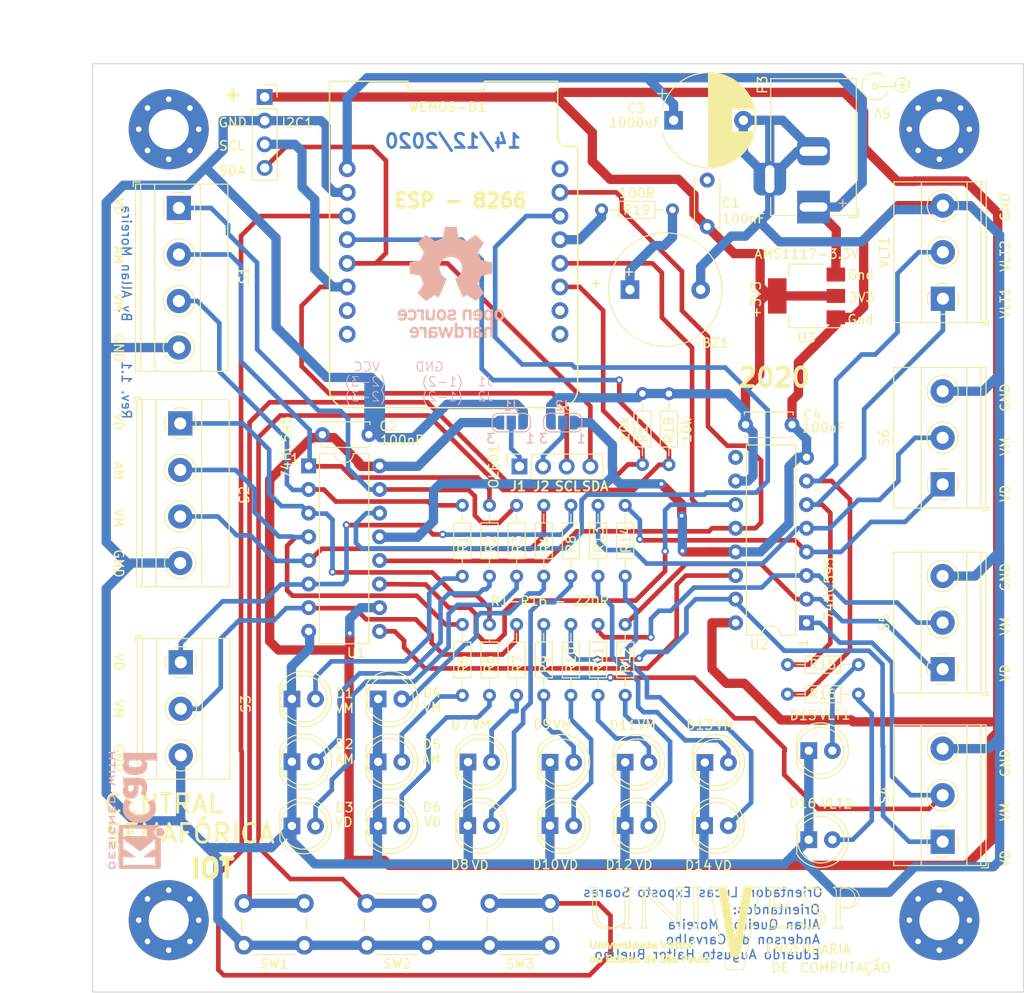
<source format=kicad_pcb>
(kicad_pcb (version 20171130) (host pcbnew 5.1.6-c6e7f7d~87~ubuntu19.10.1)
  (title_block (date 2020-10-03))
  (layers (0 F.Cu signal) (31 B.Cu signal) (34 B.Paste user) (35 F.Paste user) (36 B.SilkS user) (37 F.SilkS user) (38 B.Mask user) (39 F.Mask user) (44 Edge.Cuts user))
  (net 0 "")
  (net 1 "Net-(BZ1-Pad1)")
  (net 2 GND)
  (net 3 5V)
  (net 4 "Net-(D1-Pad2)")
  (net 5 "Net-(D2-Pad2)")
  (net 6 "Net-(D3-Pad2)")
  (net 7 "Net-(D4-Pad2)")
  (net 8 "Net-(D5-Pad2)")
  (net 9 "Net-(D6-Pad2)")
  (net 10 "Net-(D7-Pad2)")
  (net 11 "Net-(D8-Pad2)")
  (net 12 "Net-(D9-Pad2)")
  (net 13 "Net-(D10-Pad2)")
  (net 14 "Net-(D11-Pad2)")
  (net 15 "Net-(D12-Pad2)")
  (net 16 "Net-(D13-Pad2)")
  (net 17 "Net-(D14-Pad2)")
  (net 18 "Net-(D15-Pad2)")
  (net 19 "Net-(D16-Pad2)")
  (net 20 SDA)
  (net 21 SCL)
  (net 22 "Net-(J1-Pad2)")
  (net 23 "Net-(J2-Pad2)")
  (net 24 S1VM)
  (net 25 S1AM)
  (net 26 S1VD)
  (net 27 S2VM)
  (net 28 S2AM)
  (net 29 S2VD)
  (net 30 S3VM)
  (net 31 S3VD)
  (net 32 S4VM)
  (net 33 S4VD)
  (net 34 S5VM)
  (net 35 S5VD)
  (net 36 S6VM)
  (net 37 S6VD)
  (net 38 VLT1)
  (net 39 VLT2)
  (net 40 CH01)
  (net 41 CH02)
  (net 42 Buzzer)
  (net 43 CH03)
  (net 44 DATA1)
  (net 45 3V3)
  (net 46 CLK)
  (net 47 CS)
  (net 48 DATA)
  (module Resistor_THT:R_Axial_DIN0204_L3.6mm_D1.6mm_P7.62mm_Horizontal (layer F.Cu) (at 98.225 68.3)
    (fp_text reference R19 (at 3.7687 0.026) (layer F.SilkS))
    (fp_text value 100R)
    (pad 2 thru_hole oval (at 7.62 0) (size 1.4 1.4) (drill 0.7) (layers *.Cu *.Mask) (net 1 "Net-(BZ1-Pad1)"))
    (pad 1 thru_hole circle (at 0 0) (size 1.4 1.4) (drill 0.7) (layers *.Cu *.Mask) (net 42 Buzzer))
  )
  (module Resistor_THT:R_Axial_DIN0204_L3.6mm_D1.6mm_P7.62mm_Horizontal (layer F.Cu) (at 105.46 88.06 270)
    (fp_text reference R18 (at 3.9134 -0.0008 90) (layer F.SilkS))
    (fp_text value 10k (at 3.9134 -1.8931 90) (layer F.SilkS))
    (pad 2 thru_hole oval (at 7.62 0 270) (size 1.4 1.4) (drill 0.7) (layers *.Cu *.Mask) (net 41 CH02))
    (pad 1 thru_hole circle (at 0 0 270) (size 1.4 1.4) (drill 0.7) (layers *.Cu *.Mask) (net 45 3V3))
  )
  (module Resistor_THT:R_Axial_DIN0204_L3.6mm_D1.6mm_P7.62mm_Horizontal (layer F.Cu) (at 102.616 88.0364 270)
    (fp_text reference R17 (at 3.8481 -0.0254 90) (layer F.SilkS))
    (fp_text value 10k (at 3.81 1.92 90) (layer F.SilkS))
    (pad 2 thru_hole oval (at 7.62 0 270) (size 1.4 1.4) (drill 0.7) (layers *.Cu *.Mask) (net 40 CH01))
    (pad 1 thru_hole circle (at 0 0 270) (size 1.4 1.4) (drill 0.7) (layers *.Cu *.Mask) (net 45 3V3))
  )
  (module Resistor_THT:R_Axial_DIN0204_L3.6mm_D1.6mm_P7.62mm_Horizontal (layer F.Cu) (at 118.2116 120.3452)
    (fp_text reference R16 (at 3.7846 0) (layer F.SilkS))
    (fp_text value 220R)
    (pad 2 thru_hole oval (at 7.62 0) (size 1.4 1.4) (drill 0.7) (layers *.Cu *.Mask) (net 19 "Net-(D16-Pad2)"))
    (pad 1 thru_hole circle (at 0 0) (size 1.4 1.4) (drill 0.7) (layers *.Cu *.Mask) (net 39 VLT2))
  )
  (module Resistor_THT:R_Axial_DIN0204_L3.6mm_D1.6mm_P7.62mm_Horizontal (layer F.Cu) (at 118.2116 117.1702)
    (fp_text reference R15 (at 3.7846 0) (layer F.SilkS))
    (fp_text value 220R)
    (pad 1 thru_hole circle (at 0 0) (size 1.4 1.4) (drill 0.7) (layers *.Cu *.Mask) (net 38 VLT1))
    (pad 2 thru_hole oval (at 7.62 0) (size 1.4 1.4) (drill 0.7) (layers *.Cu *.Mask) (net 18 "Net-(D15-Pad2)"))
  )
  (module Resistor_THT:R_Axial_DIN0204_L3.6mm_D1.6mm_P7.62mm_Horizontal (layer F.Cu) (at 100.765426 100.0506 270)
    (fp_text reference R14 (at 3.6957 -0.085274 90) (layer F.SilkS))
    (fp_text value 220R)
    (pad 2 thru_hole oval (at 7.62 0 270) (size 1.4 1.4) (drill 0.7) (layers *.Cu *.Mask) (net 17 "Net-(D14-Pad2)"))
    (pad 1 thru_hole circle (at 0 0 270) (size 1.4 1.4) (drill 0.7) (layers *.Cu *.Mask) (net 37 S6VD))
  )
  (module Resistor_THT:R_Axial_DIN0204_L3.6mm_D1.6mm_P7.62mm_Horizontal (layer F.Cu) (at 97.848055 100.0506 270)
    (fp_text reference R13 (at 3.6957 -0.081645 90) (layer F.SilkS))
    (fp_text value 220R)
    (pad 1 thru_hole circle (at 0 0 270) (size 1.4 1.4) (drill 0.7) (layers *.Cu *.Mask) (net 36 S6VM))
    (pad 2 thru_hole oval (at 7.62 0 270) (size 1.4 1.4) (drill 0.7) (layers *.Cu *.Mask) (net 16 "Net-(D13-Pad2)"))
  )
  (module Resistor_THT:R_Axial_DIN0204_L3.6mm_D1.6mm_P7.62mm_Horizontal (layer F.Cu) (at 100.765426 112.8522 270)
    (fp_text reference R12 (at 3.7973 -0.034474 90) (layer F.SilkS))
    (fp_text value 220R)
    (pad 2 thru_hole oval (at 7.62 0 270) (size 1.4 1.4) (drill 0.7) (layers *.Cu *.Mask) (net 15 "Net-(D12-Pad2)"))
    (pad 1 thru_hole circle (at 0 0 270) (size 1.4 1.4) (drill 0.7) (layers *.Cu *.Mask) (net 35 S5VD))
  )
  (module Resistor_THT:R_Axial_DIN0204_L3.6mm_D1.6mm_P7.62mm_Horizontal (layer F.Cu) (at 97.848055 112.8522 270)
    (fp_text reference R11 (at 3.7973 -0.018145 90) (layer F.SilkS))
    (fp_text value 220R)
    (pad 1 thru_hole circle (at 0 0 270) (size 1.4 1.4) (drill 0.7) (layers *.Cu *.Mask) (net 34 S5VM))
    (pad 2 thru_hole oval (at 7.62 0 270) (size 1.4 1.4) (drill 0.7) (layers *.Cu *.Mask) (net 14 "Net-(D11-Pad2)"))
  )
  (module Resistor_THT:R_Axial_DIN0204_L3.6mm_D1.6mm_P7.62mm_Horizontal (layer F.Cu) (at 94.930684 112.8522 270)
    (fp_text reference R10 (at 3.7973 -0.014516 90) (layer F.SilkS))
    (fp_text value 220R)
    (pad 2 thru_hole oval (at 7.62 0 270) (size 1.4 1.4) (drill 0.7) (layers *.Cu *.Mask) (net 13 "Net-(D10-Pad2)"))
    (pad 1 thru_hole circle (at 0 0 270) (size 1.4 1.4) (drill 0.7) (layers *.Cu *.Mask) (net 33 S4VD))
  )
  (module Resistor_THT:R_Axial_DIN0204_L3.6mm_D1.6mm_P7.62mm_Horizontal (layer F.Cu) (at 92.013313 112.8522 270)
    (fp_text reference R9 (at 4.273491 -0.087087 90) (layer F.SilkS))
    (fp_text value 220R)
    (pad 1 thru_hole circle (at 0 0 270) (size 1.4 1.4) (drill 0.7) (layers *.Cu *.Mask) (net 32 S4VM))
    (pad 2 thru_hole oval (at 7.62 0 270) (size 1.4 1.4) (drill 0.7) (layers *.Cu *.Mask) (net 12 "Net-(D9-Pad2)"))
  )
  (module Resistor_THT:R_Axial_DIN0204_L3.6mm_D1.6mm_P7.62mm_Horizontal (layer F.Cu) (at 94.930684 100.0506 270)
    (fp_text reference R8 (at 4.171891 -0.014516 90) (layer F.SilkS))
    (fp_text value 220R)
    (pad 2 thru_hole oval (at 7.62 0 270) (size 1.4 1.4) (drill 0.7) (layers *.Cu *.Mask) (net 11 "Net-(D8-Pad2)"))
    (pad 1 thru_hole circle (at 0 0 270) (size 1.4 1.4) (drill 0.7) (layers *.Cu *.Mask) (net 31 S3VD))
  )
  (module Resistor_THT:R_Axial_DIN0204_L3.6mm_D1.6mm_P7.62mm_Horizontal (layer F.Cu) (at 89.095942 112.8522 270)
    (fp_text reference R7 (at 4.273491 -0.108858 90) (layer F.SilkS))
    (fp_text value 220R)
    (pad 1 thru_hole circle (at 0 0 270) (size 1.4 1.4) (drill 0.7) (layers *.Cu *.Mask) (net 30 S3VM))
    (pad 2 thru_hole oval (at 7.62 0 270) (size 1.4 1.4) (drill 0.7) (layers *.Cu *.Mask) (net 10 "Net-(D7-Pad2)"))
  )
  (module Resistor_THT:R_Axial_DIN0204_L3.6mm_D1.6mm_P7.62mm_Horizontal (layer F.Cu) (at 86.178571 112.8522 270)
    (fp_text reference R6 (at 4.273491 0.009071 90) (layer F.SilkS))
    (fp_text value 220R)
    (pad 2 thru_hole oval (at 7.62 0 270) (size 1.4 1.4) (drill 0.7) (layers *.Cu *.Mask) (net 9 "Net-(D6-Pad2)"))
    (pad 1 thru_hole circle (at 0 0 270) (size 1.4 1.4) (drill 0.7) (layers *.Cu *.Mask) (net 29 S2VD))
  )
  (module Resistor_THT:R_Axial_DIN0204_L3.6mm_D1.6mm_P7.62mm_Horizontal (layer F.Cu) (at 83.2612 112.8522 270)
    (fp_text reference R5 (at 4.273491 -0.1143 90) (layer F.SilkS))
    (fp_text value 220R)
    (pad 1 thru_hole circle (at 0 0 270) (size 1.4 1.4) (drill 0.7) (layers *.Cu *.Mask) (net 28 S2AM))
    (pad 2 thru_hole oval (at 7.62 0 270) (size 1.4 1.4) (drill 0.7) (layers *.Cu *.Mask) (net 8 "Net-(D5-Pad2)"))
  )
  (module Resistor_THT:R_Axial_DIN0204_L3.6mm_D1.6mm_P7.62mm_Horizontal (layer F.Cu) (at 92.013313 100.0506 270)
    (fp_text reference R4 (at 4.171891 -0.214087 90) (layer F.SilkS))
    (fp_text value 220R)
    (pad 1 thru_hole circle (at 0 0 270) (size 1.4 1.4) (drill 0.7) (layers *.Cu *.Mask) (net 27 S2VM))
    (pad 2 thru_hole oval (at 7.62 0 270) (size 1.4 1.4) (drill 0.7) (layers *.Cu *.Mask) (net 7 "Net-(D4-Pad2)"))
  )
  (module Resistor_THT:R_Axial_DIN0204_L3.6mm_D1.6mm_P7.62mm_Horizontal (layer F.Cu) (at 89.095942 100.0506 270)
    (fp_text reference R3 (at 4.171891 -0.096158 90) (layer F.SilkS))
    (fp_text value 220R)
    (pad 1 thru_hole circle (at 0 0 270) (size 1.4 1.4) (drill 0.7) (layers *.Cu *.Mask) (net 26 S1VD))
    (pad 2 thru_hole oval (at 7.62 0 270) (size 1.4 1.4) (drill 0.7) (layers *.Cu *.Mask) (net 6 "Net-(D3-Pad2)"))
  )
  (module Resistor_THT:R_Axial_DIN0204_L3.6mm_D1.6mm_P7.62mm_Horizontal (layer F.Cu) (at 86.178571 100.0506 270)
    (fp_text reference R2 (at 4.171891 -0.130629 90) (layer F.SilkS))
    (fp_text value 220R)
    (pad 1 thru_hole circle (at 0 0 270) (size 1.4 1.4) (drill 0.7) (layers *.Cu *.Mask) (net 25 S1AM))
    (pad 2 thru_hole oval (at 7.62 0 270) (size 1.4 1.4) (drill 0.7) (layers *.Cu *.Mask) (net 5 "Net-(D2-Pad2)"))
  )
  (module Resistor_THT:R_Axial_DIN0204_L3.6mm_D1.6mm_P7.62mm_Horizontal (layer F.Cu) (at 83.2612 100.0506 270)
    (fp_text reference R1 (at 4.171891 -0.0762 90) (layer F.SilkS))
    (fp_text value 220R)
    (pad 1 thru_hole circle (at 0 0 270) (size 1.4 1.4) (drill 0.7) (layers *.Cu *.Mask) (net 24 S1VM))
    (pad 2 thru_hole oval (at 7.62 0 270) (size 1.4 1.4) (drill 0.7) (layers *.Cu *.Mask) (net 4 "Net-(D1-Pad2)"))
  )
  (module Package_DIP:DIP-16_W7.62mm (layer F.Cu) (at 66.7512 95.8088)
    (fp_text reference U1 (at 5.1181 20.0914) (layer F.SilkS))
    (fp_text value 74HC595 (at -2.3876 1.5367 -90) (layer F.SilkS) (effects (justify left)))
    (pad 16 thru_hole oval (at 7.62 0) (size 1.6 1.6) (drill 0.8) (layers *.Cu *.Mask) (net 45 3V3))
    (pad 8 thru_hole oval (at 0 17.78) (size 1.6 1.6) (drill 0.8) (layers *.Cu *.Mask) (net 2 GND))
    (pad 15 thru_hole oval (at 7.62 2.54) (size 1.6 1.6) (drill 0.8) (layers *.Cu *.Mask) (net 26 S1VD))
    (pad 7 thru_hole oval (at 0 15.24) (size 1.6 1.6) (drill 0.8) (layers *.Cu *.Mask) (net 30 S3VM))
    (pad 14 thru_hole oval (at 7.62 5.08) (size 1.6 1.6) (drill 0.8) (layers *.Cu *.Mask) (net 48 DATA))
    (pad 6 thru_hole oval (at 0 12.7) (size 1.6 1.6) (drill 0.8) (layers *.Cu *.Mask) (net 31 S3VD))
    (pad 13 thru_hole oval (at 7.62 7.62) (size 1.6 1.6) (drill 0.8) (layers *.Cu *.Mask) (net 2 GND))
    (pad 5 thru_hole oval (at 0 10.16) (size 1.6 1.6) (drill 0.8) (layers *.Cu *.Mask) (net 27 S2VM))
    (pad 12 thru_hole oval (at 7.62 10.16) (size 1.6 1.6) (drill 0.8) (layers *.Cu *.Mask) (net 47 CS))
    (pad 4 thru_hole oval (at 0 7.62) (size 1.6 1.6) (drill 0.8) (layers *.Cu *.Mask) (net 28 S2AM))
    (pad 11 thru_hole oval (at 7.62 12.7) (size 1.6 1.6) (drill 0.8) (layers *.Cu *.Mask) (net 46 CLK))
    (pad 3 thru_hole oval (at 0 5.08) (size 1.6 1.6) (drill 0.8) (layers *.Cu *.Mask) (net 29 S2VD))
    (pad 10 thru_hole oval (at 7.62 15.24) (size 1.6 1.6) (drill 0.8) (layers *.Cu *.Mask) (net 45 3V3))
    (pad 2 thru_hole oval (at 0 2.54) (size 1.6 1.6) (drill 0.8) (layers *.Cu *.Mask) (net 24 S1VM))
    (pad 9 thru_hole oval (at 7.62 17.78) (size 1.6 1.6) (drill 0.8) (layers *.Cu *.Mask) (net 44 DATA1))
    (pad 1 thru_hole rect (at 0 0) (size 1.6 1.6) (drill 0.8) (layers *.Cu *.Mask) (net 25 S1AM))
  )
  (module Package_DIP:DIP-16_W7.62mm (layer F.Cu) (at 120.25 112.675 180)
    (fp_text reference U2 (at 5.08 -2.33) (layer F.SilkS))
    (fp_text value 74HC595 (at -2.4447 3.6455 270) (layer F.SilkS))
    (pad 16 thru_hole oval (at 7.62 0 180) (size 1.6 1.6) (drill 0.8) (layers *.Cu *.Mask) (net 45 3V3))
    (pad 8 thru_hole oval (at 0 17.78 180) (size 1.6 1.6) (drill 0.8) (layers *.Cu *.Mask) (net 2 GND))
    (pad 15 thru_hole oval (at 7.62 2.54 180) (size 1.6 1.6) (drill 0.8) (layers *.Cu *.Mask) (net 33 S4VD))
    (pad 7 thru_hole oval (at 0 15.24 180) (size 1.6 1.6) (drill 0.8) (layers *.Cu *.Mask) (net 39 VLT2))
    (pad 14 thru_hole oval (at 7.62 5.08 180) (size 1.6 1.6) (drill 0.8) (layers *.Cu *.Mask) (net 44 DATA1))
    (pad 6 thru_hole oval (at 0 12.7 180) (size 1.6 1.6) (drill 0.8) (layers *.Cu *.Mask) (net 38 VLT1))
    (pad 13 thru_hole oval (at 7.62 7.62 180) (size 1.6 1.6) (drill 0.8) (layers *.Cu *.Mask) (net 2 GND))
    (pad 5 thru_hole oval (at 0 10.16 180) (size 1.6 1.6) (drill 0.8) (layers *.Cu *.Mask) (net 36 S6VM))
    (pad 12 thru_hole oval (at 7.62 10.16 180) (size 1.6 1.6) (drill 0.8) (layers *.Cu *.Mask) (net 47 CS))
    (pad 4 thru_hole oval (at 0 7.62 180) (size 1.6 1.6) (drill 0.8) (layers *.Cu *.Mask) (net 37 S6VD))
    (pad 11 thru_hole oval (at 7.62 12.7 180) (size 1.6 1.6) (drill 0.8) (layers *.Cu *.Mask) (net 46 CLK))
    (pad 3 thru_hole oval (at 0 5.08 180) (size 1.6 1.6) (drill 0.8) (layers *.Cu *.Mask) (net 34 S5VM))
    (pad 10 thru_hole oval (at 7.62 15.24 180) (size 1.6 1.6) (drill 0.8) (layers *.Cu *.Mask) (net 45 3V3))
    (pad 2 thru_hole oval (at 0 2.54 180) (size 1.6 1.6) (drill 0.8) (layers *.Cu *.Mask) (net 35 S5VD))
    (pad 9 thru_hole oval (at 7.62 17.78 180) (size 1.6 1.6) (drill 0.8) (layers *.Cu *.Mask))
    (pad 1 thru_hole rect (at 0 0 180) (size 1.6 1.6) (drill 0.8) (layers *.Cu *.Mask) (net 32 S4VM))
  )
  (module Symbol:OSHW-Logo_11.4x12mm_SilkScreen (layer B.Cu) (at 82.042 76.0984 180)
    (fp_text reference REF** hide)
    (fp_text value OSHW-Logo_11.4x12mm_SilkScreen hide)
  )
  (module Symbol:KiCad-Logo2_5mm_SilkScreen (layer B.Cu) (at 48.26 132.842 90)
    (fp_text reference REF** hide)
    (fp_text value KiCad-Logo2_5mm_SilkScreen hide)
  )
  (module MountingHole:MountingHole_4.3mm_M4_Pad_Via (layer F.Cu) (at 134.5184 59.6392)
    (fp_text reference REF** hide)
    (fp_text value MountingHole_4.3mm_M4_Pad_Via)
    (pad 1 thru_hole circle (at 0 0) (size 8.6 8.6) (drill 4.3) (layers *.Cu *.Mask))
    (pad 1 thru_hole circle (at 3.225 0) (size 0.9 0.9) (drill 0.6) (layers *.Cu *.Mask))
    (pad 1 thru_hole circle (at 2.280419 2.280419) (size 0.9 0.9) (drill 0.6) (layers *.Cu *.Mask))
    (pad 1 thru_hole circle (at 0 3.225) (size 0.9 0.9) (drill 0.6) (layers *.Cu *.Mask))
    (pad 1 thru_hole circle (at -2.280419 2.280419) (size 0.9 0.9) (drill 0.6) (layers *.Cu *.Mask))
    (pad 1 thru_hole circle (at -3.225 0) (size 0.9 0.9) (drill 0.6) (layers *.Cu *.Mask))
    (pad 1 thru_hole circle (at -2.280419 -2.280419) (size 0.9 0.9) (drill 0.6) (layers *.Cu *.Mask))
    (pad 1 thru_hole circle (at 0 -3.225) (size 0.9 0.9) (drill 0.6) (layers *.Cu *.Mask))
    (pad 1 thru_hole circle (at 2.280419 -2.280419) (size 0.9 0.9) (drill 0.6) (layers *.Cu *.Mask))
  )
  (module MountingHole:MountingHole_4.3mm_M4_Pad_Via (layer F.Cu) (at 134.5184 144.6276)
    (fp_text reference REF** hide)
    (fp_text value MountingHole_4.3mm_M4_Pad_Via)
    (pad 1 thru_hole circle (at 0 0) (size 8.6 8.6) (drill 4.3) (layers *.Cu *.Mask))
    (pad 1 thru_hole circle (at 3.225 0) (size 0.9 0.9) (drill 0.6) (layers *.Cu *.Mask))
    (pad 1 thru_hole circle (at 2.280419 2.280419) (size 0.9 0.9) (drill 0.6) (layers *.Cu *.Mask))
    (pad 1 thru_hole circle (at 0 3.225) (size 0.9 0.9) (drill 0.6) (layers *.Cu *.Mask))
    (pad 1 thru_hole circle (at -2.280419 2.280419) (size 0.9 0.9) (drill 0.6) (layers *.Cu *.Mask))
    (pad 1 thru_hole circle (at -3.225 0) (size 0.9 0.9) (drill 0.6) (layers *.Cu *.Mask))
    (pad 1 thru_hole circle (at -2.280419 -2.280419) (size 0.9 0.9) (drill 0.6) (layers *.Cu *.Mask))
    (pad 1 thru_hole circle (at 0 -3.225) (size 0.9 0.9) (drill 0.6) (layers *.Cu *.Mask))
    (pad 1 thru_hole circle (at 2.280419 -2.280419) (size 0.9 0.9) (drill 0.6) (layers *.Cu *.Mask))
  )
  (module MountingHole:MountingHole_4.3mm_M4_Pad_Via (layer F.Cu) (at 51.7144 144.6276)
    (fp_text reference REF** hide)
    (fp_text value MountingHole_4.3mm_M4_Pad_Via)
    (pad 1 thru_hole circle (at 0 0) (size 8.6 8.6) (drill 4.3) (layers *.Cu *.Mask))
    (pad 1 thru_hole circle (at 3.225 0) (size 0.9 0.9) (drill 0.6) (layers *.Cu *.Mask))
    (pad 1 thru_hole circle (at 2.280419 2.280419) (size 0.9 0.9) (drill 0.6) (layers *.Cu *.Mask))
    (pad 1 thru_hole circle (at 0 3.225) (size 0.9 0.9) (drill 0.6) (layers *.Cu *.Mask))
    (pad 1 thru_hole circle (at -2.280419 2.280419) (size 0.9 0.9) (drill 0.6) (layers *.Cu *.Mask))
    (pad 1 thru_hole circle (at -3.225 0) (size 0.9 0.9) (drill 0.6) (layers *.Cu *.Mask))
    (pad 1 thru_hole circle (at -2.280419 -2.280419) (size 0.9 0.9) (drill 0.6) (layers *.Cu *.Mask))
    (pad 1 thru_hole circle (at 0 -3.225) (size 0.9 0.9) (drill 0.6) (layers *.Cu *.Mask))
    (pad 1 thru_hole circle (at 2.280419 -2.280419) (size 0.9 0.9) (drill 0.6) (layers *.Cu *.Mask))
  )
  (module MountingHole:MountingHole_4.3mm_M4_Pad_Via (layer F.Cu) (at 51.7144 59.6392)
    (fp_text reference REF** hide)
    (fp_text value MountingHole_4.3mm_M4_Pad_Via)
    (pad 1 thru_hole circle (at 2.280419 -2.280419) (size 0.9 0.9) (drill 0.6) (layers *.Cu *.Mask))
    (pad 1 thru_hole circle (at 0 -3.225) (size 0.9 0.9) (drill 0.6) (layers *.Cu *.Mask))
    (pad 1 thru_hole circle (at -2.280419 -2.280419) (size 0.9 0.9) (drill 0.6) (layers *.Cu *.Mask))
    (pad 1 thru_hole circle (at -3.225 0) (size 0.9 0.9) (drill 0.6) (layers *.Cu *.Mask))
    (pad 1 thru_hole circle (at -2.280419 2.280419) (size 0.9 0.9) (drill 0.6) (layers *.Cu *.Mask))
    (pad 1 thru_hole circle (at 0 3.225) (size 0.9 0.9) (drill 0.6) (layers *.Cu *.Mask))
    (pad 1 thru_hole circle (at 2.280419 2.280419) (size 0.9 0.9) (drill 0.6) (layers *.Cu *.Mask))
    (pad 1 thru_hole circle (at 3.225 0) (size 0.9 0.9) (drill 0.6) (layers *.Cu *.Mask))
    (pad 1 thru_hole circle (at 0 0) (size 8.6 8.6) (drill 4.3) (layers *.Cu *.Mask))
  )
  (module Buzzer_Beeper:Buzzer_12x9.5RM7.6 (layer F.Cu) (at 101.275 76.875)
    (fp_text reference BZ1 (at 9.1642 5.7258) (layer F.SilkS))
    (fp_text value "Buzzer 3V")
    (fp_text user + (at -3.6374 -0.7385) (layer F.SilkS))
    (pad 1 thru_hole rect (at 0 0) (size 2 2) (drill 1) (layers *.Cu *.Mask) (net 1 "Net-(BZ1-Pad1)"))
    (pad 2 thru_hole circle (at 7.6 0) (size 2 2) (drill 1) (layers *.Cu *.Mask) (net 2 GND))
  )
  (module Capacitor_THT:CP_Radial_D10.0mm_P7.50mm (layer F.Cu) (at 105.9688 58.674)
    (fp_text reference C3 (at -4.0132 -1.27) (layer F.SilkS))
    (fp_text value 1000uF (at -4.1656 0.254) (layer F.SilkS))
    (pad 1 thru_hole rect (at 0 0) (size 2 2) (drill 1) (layers *.Cu *.Mask) (net 3 5V))
    (pad 2 thru_hole circle (at 7.5 0) (size 2 2) (drill 1) (layers *.Cu *.Mask) (net 2 GND))
  )
  (module Connector_PinSocket_2.54mm:PinSocket_1x04_P2.54mm_Vertical (layer F.Cu) (at 62.025 56.175)
    (fp_text reference I2C1 (at 3.507 2.7784) (layer F.SilkS))
    (fp_text value CONN_01X04)
    (pad 1 thru_hole rect (at 0 0) (size 1.7 1.7) (drill 1) (layers *.Cu *.Mask) (net 45 3V3))
    (pad 2 thru_hole oval (at 0 2.54) (size 1.7 1.7) (drill 1) (layers *.Cu *.Mask) (net 2 GND))
    (pad 3 thru_hole oval (at 0 5.08) (size 1.7 1.7) (drill 1) (layers *.Cu *.Mask) (net 21 SCL))
    (pad 4 thru_hole oval (at 0 7.62) (size 1.7 1.7) (drill 1) (layers *.Cu *.Mask) (net 20 SDA))
  )
  (module Jumper:SolderJumper-3_P1.3mm_Open_RoundedPad1.0x1.5mm_NumberLabels (layer B.Cu) (at 88.519 91.1606 180)
    (fp_text reference J1 (at 0 1.8) (layer B.SilkS) (effects (justify mirror)))
    (fp_text value GS3)
    (fp_text user 3 (at 2.2098 -1.7145) (layer B.SilkS) (effects (justify mirror)))
    (fp_text user 1 (at -2.0193 -1.7145) (layer B.SilkS) (effects (justify mirror)))
    (pad 1 smd custom (at -1.3 0 180) (size 1 0.5) (layers B.Cu B.Mask) (net 2 GND) (options (clearance outline) (anchor rect)) (primitives (gr_circle (center 0 -0.25) (end 0.5 -0.25) (width 0)) (gr_circle (center 0 0.25) (end 0.5 0.25) (width 0)) (gr_poly (pts (xy 0.55 0.75) (xy 0 0.75) (xy 0 -0.75) (xy 0.55 -0.75)) (width 0))))
    (pad 3 smd custom (at 1.3 0 180) (size 1 0.5) (layers B.Cu B.Mask) (net 45 3V3) (options (clearance outline) (anchor rect)) (primitives (gr_circle (center 0 -0.25) (end 0.5 -0.25) (width 0)) (gr_circle (center 0 0.25) (end 0.5 0.25) (width 0)) (gr_poly (pts (xy -0.55 0.75) (xy 0 0.75) (xy 0 -0.75) (xy -0.55 -0.75)) (width 0))))
    (pad 2 smd rect (at 0 0 180) (size 1 1.5) (layers B.Cu B.Mask) (net 22 "Net-(J1-Pad2)"))
  )
  (module Jumper:SolderJumper-3_P1.3mm_Open_RoundedPad1.0x1.5mm_NumberLabels (layer B.Cu) (at 94.0562 91.1606 180)
    (fp_text reference J2 (at 0 1.8) (layer B.SilkS) (effects (justify mirror)))
    (fp_text value GS3)
    (fp_text user 1 (at -1.9812 -1.7145) (layer B.SilkS) (effects (justify mirror)))
    (fp_text user 3 (at 2.0828 -1.7145) (layer B.SilkS) (effects (justify mirror)))
    (pad 2 smd rect (at 0 0 180) (size 1 1.5) (layers B.Cu B.Mask) (net 23 "Net-(J2-Pad2)"))
    (pad 3 smd custom (at 1.3 0 180) (size 1 0.5) (layers B.Cu B.Mask) (net 45 3V3) (options (clearance outline) (anchor rect)) (primitives (gr_circle (center 0 -0.25) (end 0.5 -0.25) (width 0)) (gr_circle (center 0 0.25) (end 0.5 0.25) (width 0)) (gr_poly (pts (xy -0.55 0.75) (xy 0 0.75) (xy 0 -0.75) (xy -0.55 -0.75)) (width 0))))
    (pad 1 smd custom (at -1.3 0 180) (size 1 0.5) (layers B.Cu B.Mask) (net 2 GND) (options (clearance outline) (anchor rect)) (primitives (gr_circle (center 0 -0.25) (end 0.5 -0.25) (width 0)) (gr_circle (center 0 0.25) (end 0.5 0.25) (width 0)) (gr_poly (pts (xy 0.55 0.75) (xy 0 0.75) (xy 0 -0.75) (xy 0.55 -0.75)) (width 0))))
  )
  (module Connector_PinSocket_2.54mm:PinSocket_1x04_P2.54mm_Vertical (layer F.Cu) (at 89.4 95.875 90)
    (fp_text reference OLED1 (at 0 -2.77 90) (layer F.SilkS))
    (fp_text value CONN_01X04)
    (pad 4 thru_hole oval (at 0 7.62 90) (size 1.7 1.7) (drill 1) (layers *.Cu *.Mask) (net 20 SDA))
    (pad 3 thru_hole oval (at 0 5.08 90) (size 1.7 1.7) (drill 1) (layers *.Cu *.Mask) (net 21 SCL))
    (pad 2 thru_hole oval (at 0 2.54 90) (size 1.7 1.7) (drill 1) (layers *.Cu *.Mask) (net 23 "Net-(J2-Pad2)"))
    (pad 1 thru_hole rect (at 0 0 90) (size 1.7 1.7) (drill 1) (layers *.Cu *.Mask) (net 22 "Net-(J1-Pad2)"))
  )
  (module w_conn_misc:BarrelJack_Horizontal (layer F.Cu) (at 121 68 270)
    (fp_text reference P3 (at -13.136 5.4808 90) (layer F.SilkS))
    (fp_text value CONN_01X03)
    (pad 1 thru_hole rect (at 0 0 270) (size 3.5 3.5) (drill oval 1 3) (layers *.Cu *.Mask) (net 3 5V))
    (pad 2 thru_hole roundrect (at -6 0 270) (size 3 3.5) (drill oval 1 3) (layers *.Cu *.Mask) (net 2 GND))
    (pad 3 thru_hole roundrect (at -3 4.7 270) (size 3.5 3.5) (drill oval 3 1) (layers *.Cu *.Mask) (net 2 GND))
  )
  (module w_conn_misc:KRE-1x04_P5.00mm_Horizontal (layer F.Cu) (at 52.8066 68.0974 270)
    (fp_text reference S1 (at 7.239 -7.0358 270) (layer F.SilkS))
    (fp_text value Screw_Terminal_01x04)
    (pad 4 thru_hole circle (at 15 0 270) (size 2.6 2.6) (drill 1.3) (layers *.Cu *.Mask) (net 2 GND))
    (pad 3 thru_hole circle (at 10 0 270) (size 2.6 2.6) (drill 1.3) (layers *.Cu *.Mask) (net 24 S1VM))
    (pad 2 thru_hole circle (at 5 0 270) (size 2.6 2.6) (drill 1.3) (layers *.Cu *.Mask) (net 25 S1AM))
    (pad 1 thru_hole rect (at 0 0 270) (size 2.6 2.6) (drill 1.3) (layers *.Cu *.Mask) (net 26 S1VD))
  )
  (module w_conn_misc:KRE-1x04_P5.00mm_Horizontal (layer F.Cu) (at 52.95 91.25 270)
    (fp_text reference S2 (at 7.683 -6.8924 90) (layer F.SilkS))
    (fp_text value Screw_Terminal_01x04)
    (pad 1 thru_hole rect (at 0 0 270) (size 2.6 2.6) (drill 1.3) (layers *.Cu *.Mask) (net 29 S2VD))
    (pad 2 thru_hole circle (at 5 0 270) (size 2.6 2.6) (drill 1.3) (layers *.Cu *.Mask) (net 28 S2AM))
    (pad 3 thru_hole circle (at 10 0 270) (size 2.6 2.6) (drill 1.3) (layers *.Cu *.Mask) (net 27 S2VM))
    (pad 4 thru_hole circle (at 15 0 270) (size 2.6 2.6) (drill 1.3) (layers *.Cu *.Mask) (net 2 GND))
  )
  (module w_conn_misc:KRE-1x03_P5.00mm_Horizontal (layer F.Cu) (at 53.0098 116.9162 270)
    (fp_text reference S3 (at 4.4704 -6.985 90) (layer F.SilkS))
    (fp_text value Screw_Terminal_01x03)
    (pad 1 thru_hole rect (at 0 0 270) (size 2.6 2.6) (drill 1.3) (layers *.Cu *.Mask) (net 31 S3VD))
    (pad 2 thru_hole circle (at 5 0 270) (size 2.6 2.6) (drill 1.3) (layers *.Cu *.Mask) (net 30 S3VM))
    (pad 3 thru_hole circle (at 10 0 270) (size 2.6 2.6) (drill 1.3) (layers *.Cu *.Mask) (net 2 GND))
  )
  (module w_conn_misc:KRE-1x03_P5.00mm_Horizontal (layer F.Cu) (at 134.874 136.1948 90)
    (fp_text reference S4 (at 5 -6.26 90) (layer F.SilkS))
    (fp_text value Screw_Terminal_01x03)
    (pad 3 thru_hole circle (at 10 0 90) (size 2.6 2.6) (drill 1.3) (layers *.Cu *.Mask) (net 2 GND))
    (pad 2 thru_hole circle (at 5 0 90) (size 2.6 2.6) (drill 1.3) (layers *.Cu *.Mask) (net 32 S4VM))
    (pad 1 thru_hole rect (at 0 0 90) (size 2.6 2.6) (drill 1.3) (layers *.Cu *.Mask) (net 33 S4VD))
  )
  (module w_conn_misc:KRE-1x03_P5.00mm_Horizontal (layer F.Cu) (at 134.874 117.65 90)
    (fp_text reference S5 (at 5 -6.26 90) (layer F.SilkS))
    (fp_text value Screw_Terminal_01x03)
    (pad 1 thru_hole rect (at 0 0 90) (size 2.6 2.6) (drill 1.3) (layers *.Cu *.Mask) (net 35 S5VD))
    (pad 2 thru_hole circle (at 5 0 90) (size 2.6 2.6) (drill 1.3) (layers *.Cu *.Mask) (net 34 S5VM))
    (pad 3 thru_hole circle (at 10 0 90) (size 2.6 2.6) (drill 1.3) (layers *.Cu *.Mask) (net 2 GND))
  )
  (module w_conn_misc:KRE-1x03_P5.00mm_Horizontal (layer F.Cu) (at 134.874 97.79 90)
    (fp_text reference S6 (at 5 -6.26 90) (layer F.SilkS))
    (fp_text value Screw_Terminal_01x03)
    (pad 3 thru_hole circle (at 10 0 90) (size 2.6 2.6) (drill 1.3) (layers *.Cu *.Mask) (net 2 GND))
    (pad 2 thru_hole circle (at 5 0 90) (size 2.6 2.6) (drill 1.3) (layers *.Cu *.Mask) (net 36 S6VM))
    (pad 1 thru_hole rect (at 0 0 90) (size 2.6 2.6) (drill 1.3) (layers *.Cu *.Mask) (net 37 S6VD))
  )
  (module Button_Switch_THT:SW_PUSH_6mm (layer F.Cu) (at 66.294 147.32 180)
    (fp_text reference SW1 (at 3.25 -2) (layer F.SilkS))
    (fp_text value SW_PUSH)
    (pad 2 thru_hole circle (at 0 4.5 270) (size 2 2) (drill 1.1) (layers *.Cu *.Mask) (net 40 CH01))
    (pad 1 thru_hole circle (at 0 0 270) (size 2 2) (drill 1.1) (layers *.Cu *.Mask) (net 2 GND))
    (pad 2 thru_hole circle (at 6.5 4.5 270) (size 2 2) (drill 1.1) (layers *.Cu *.Mask) (net 40 CH01))
    (pad 1 thru_hole circle (at 6.5 0 270) (size 2 2) (drill 1.1) (layers *.Cu *.Mask) (net 2 GND))
  )
  (module Button_Switch_THT:SW_PUSH_6mm (layer F.Cu) (at 79.502 147.32 180)
    (fp_text reference SW2 (at 3.25 -2) (layer F.SilkS))
    (fp_text value SW_PUSH)
    (pad 2 thru_hole circle (at 0 4.5 270) (size 2 2) (drill 1.1) (layers *.Cu *.Mask) (net 41 CH02))
    (pad 1 thru_hole circle (at 0 0 270) (size 2 2) (drill 1.1) (layers *.Cu *.Mask) (net 2 GND))
    (pad 2 thru_hole circle (at 6.5 4.5 270) (size 2 2) (drill 1.1) (layers *.Cu *.Mask) (net 41 CH02))
    (pad 1 thru_hole circle (at 6.5 0 270) (size 2 2) (drill 1.1) (layers *.Cu *.Mask) (net 2 GND))
  )
  (module Button_Switch_THT:SW_PUSH_6mm (layer F.Cu) (at 92.71 147.32 180)
    (fp_text reference SW3 (at 3.25 -2) (layer F.SilkS))
    (fp_text value SW_PUSH)
    (pad 1 thru_hole circle (at 6.5 0 270) (size 2 2) (drill 1.1) (layers *.Cu *.Mask) (net 2 GND))
    (pad 2 thru_hole circle (at 6.5 4.5 270) (size 2 2) (drill 1.1) (layers *.Cu *.Mask) (net 43 CH03))
    (pad 1 thru_hole circle (at 0 0 270) (size 2 2) (drill 1.1) (layers *.Cu *.Mask) (net 2 GND))
    (pad 2 thru_hole circle (at 0 4.5 270) (size 2 2) (drill 1.1) (layers *.Cu *.Mask) (net 43 CH03))
  )
  (module Package_TO_SOT_SMD:SOT-223-3_TabPin2 (layer F.Cu) (at 120.25 77.55 180)
    (fp_text reference U3 (at 0 -4.5) (layer F.SilkS))
    (fp_text value AMS1117-3.3V (at 0 4.5) (layer F.SilkS))
    (pad 2 smd rect (at 3.15 0 180) (size 2 3.8) (layers F.Cu F.Paste F.Mask) (net 45 3V3))
    (pad 2 smd rect (at -3.15 0 180) (size 2 1.5) (layers F.Cu F.Paste F.Mask) (net 45 3V3))
    (pad 3 smd rect (at -3.15 2.3 180) (size 2 1.5) (layers F.Cu F.Paste F.Mask) (net 3 5V))
    (pad 1 smd rect (at -3.15 -2.3 180) (size 2 1.5) (layers F.Cu F.Paste F.Mask) (net 2 GND))
  )
  (module w_conn_misc:KRE-1x03_P5.00mm_Horizontal (layer F.Cu) (at 134.9 77.85 90)
    (fp_text reference VLT1 (at 5 -6.26 90) (layer F.SilkS))
    (fp_text value Screw_Terminal_01x03)
    (pad 1 thru_hole rect (at 0 0 90) (size 2.6 2.6) (drill 1.3) (layers *.Cu *.Mask) (net 38 VLT1))
    (pad 2 thru_hole circle (at 5 0 90) (size 2.6 2.6) (drill 1.3) (layers *.Cu *.Mask) (net 39 VLT2))
    (pad 3 thru_hole circle (at 10 0 90) (size 2.6 2.6) (drill 1.3) (layers *.Cu *.Mask) (net 2 GND))
  )
  (module wemos-d1-mini:wemos-d1-mini-with-pin-header-and-connector (layer F.Cu) (at 82.325 72.775 270)
    (fp_text reference WEMOS-D1 (at -15.5234 0.6894) (layer F.SilkS))
    (fp_text value WeMos_mini)
    (pad 16 thru_hole circle (at -8.89 -11.43 270) (size 1.8 1.8) (drill 1.016) (layers *.Cu *.Mask))
    (pad 1 thru_hole circle (at -8.89 11.43 270) (size 1.8 1.8) (drill 1.016) (layers *.Cu *.Mask) (net 3 5V))
    (pad 15 thru_hole circle (at -6.35 -11.43 270) (size 1.8 1.8) (drill 1.016) (layers *.Cu *.Mask) (net 47 CS))
    (pad 2 thru_hole circle (at -6.35 11.43 270) (size 1.8 1.8) (drill 1.016) (layers *.Cu *.Mask) (net 2 GND))
    (pad 14 thru_hole circle (at -3.81 -11.43 270) (size 1.8 1.8) (drill 1.016) (layers *.Cu *.Mask) (net 48 DATA))
    (pad 3 thru_hole circle (at -3.81 11.43 270) (size 1.8 1.8) (drill 1.016) (layers *.Cu *.Mask) (net 43 CH03))
    (pad 13 thru_hole circle (at -1.27 -11.43 270) (size 1.8 1.8) (drill 1.016) (layers *.Cu *.Mask) (net 42 Buzzer))
    (pad 4 thru_hole circle (at -1.27 11.43 270) (size 1.8 1.8) (drill 1.016) (layers *.Cu *.Mask) (net 41 CH02))
    (pad 12 thru_hole circle (at 1.27 -11.43 270) (size 1.8 1.8) (drill 1.016) (layers *.Cu *.Mask) (net 46 CLK))
    (pad 5 thru_hole circle (at 1.27 11.43 270) (size 1.8 1.8) (drill 1.016) (layers *.Cu *.Mask) (net 20 SDA))
    (pad 11 thru_hole circle (at 3.81 -11.43 270) (size 1.8 1.8) (drill 1.016) (layers *.Cu *.Mask) (net 40 CH01))
    (pad 6 thru_hole circle (at 3.81 11.43 270) (size 1.8 1.8) (drill 1.016) (layers *.Cu *.Mask) (net 21 SCL))
    (pad 10 thru_hole circle (at 6.35 -11.43 270) (size 1.8 1.8) (drill 1.016) (layers *.Cu *.Mask))
    (pad 7 thru_hole circle (at 6.35 11.43 270) (size 1.8 1.8) (drill 1.016) (layers *.Cu *.Mask))
    (pad 9 thru_hole circle (at 8.89 -11.43 270) (size 1.8 1.8) (drill 1.016) (layers *.Cu *.Mask))
    (pad 8 thru_hole circle (at 8.89 11.43 270) (size 1.8 1.8) (drill 1.016) (layers *.Cu *.Mask))
  )
  (module Capacitor_THT:C_Disc_D5.0mm_W2.5mm_P5.00mm (layer F.Cu) (at 109.5756 70.104 90)
    (fp_text reference C1 (at 2.54 2.54 180) (layer F.SilkS))
    (fp_text value 100nF (at 0.8636 3.9116 180) (layer F.SilkS))
    (pad 1 thru_hole circle (at 0 0 90) (size 1.6 1.6) (drill 0.8) (layers *.Cu *.Mask) (net 45 3V3))
    (pad 2 thru_hole circle (at 5 0 90) (size 1.6 1.6) (drill 0.8) (layers *.Cu *.Mask) (net 2 GND))
  )
  (module Capacitor_THT:C_Disc_D5.0mm_W2.5mm_P5.00mm (layer F.Cu) (at 68.2244 92.456)
    (fp_text reference C2 (at 7.0956 -0.9109) (layer F.SilkS))
    (fp_text value 100nF (at 8.518 0.6004) (layer F.SilkS))
    (pad 2 thru_hole circle (at 5 0) (size 1.6 1.6) (drill 0.8) (layers *.Cu *.Mask) (net 2 GND))
    (pad 1 thru_hole circle (at 0 0) (size 1.6 1.6) (drill 0.8) (layers *.Cu *.Mask) (net 45 3V3))
  )
  (module Capacitor_THT:C_Disc_D5.0mm_W2.5mm_P5.00mm (layer F.Cu) (at 113.6904 91.3892)
    (fp_text reference C4 (at 7.1713 -1.0458) (layer F.SilkS))
    (fp_text value 100nF (at 8.3905 0.3258) (layer F.SilkS))
    (pad 1 thru_hole circle (at 0 0) (size 1.6 1.6) (drill 0.8) (layers *.Cu *.Mask) (net 45 3V3))
    (pad 2 thru_hole circle (at 5 0) (size 1.6 1.6) (drill 0.8) (layers *.Cu *.Mask) (net 2 GND))
  )
  (module Allan:LED_D5.0mm_VM (layer F.Cu) (at 64.95 120.85)
    (fp_text reference D1 (at 5.646119 -0.6064) (layer F.SilkS))
    (fp_text value LED)
    (pad 1 thru_hole rect (at 0 0) (size 1.8 1.8) (drill 0.9) (layers *.Cu *.Mask) (net 2 GND))
    (pad 2 thru_hole circle (at 2.54 0) (size 1.8 1.8) (drill 0.9) (layers *.Cu *.Mask) (net 4 "Net-(D1-Pad2)"))
  )
  (module Allan:LED_D5.0mm_AM (layer F.Cu) (at 64.95 127.6)
    (fp_text reference D2 (at 5.646119 -1.8954) (layer F.SilkS))
    (fp_text value LED)
    (pad 1 thru_hole rect (at 0 0) (size 1.8 1.8) (drill 0.9) (layers *.Cu *.Mask) (net 2 GND))
    (pad 2 thru_hole circle (at 2.54 0) (size 1.8 1.8) (drill 0.9) (layers *.Cu *.Mask) (net 5 "Net-(D2-Pad2)"))
  )
  (module Allan:LED_D5.0mm_VD (layer F.Cu) (at 64.95 134.5)
    (fp_text reference D3 (at 5.646119 -1.9755) (layer F.SilkS))
    (fp_text value LED)
    (pad 2 thru_hole circle (at 2.54 0) (size 1.8 1.8) (drill 0.9) (layers *.Cu *.Mask) (net 6 "Net-(D3-Pad2)"))
    (pad 1 thru_hole rect (at 0 0) (size 1.8 1.8) (drill 0.9) (layers *.Cu *.Mask) (net 2 GND))
  )
  (module Allan:LED_D5.0mm_VM (layer F.Cu) (at 74.2188 120.8532)
    (fp_text reference D4 (at 5.7785 -0.6604) (layer F.SilkS))
    (fp_text value LED)
    (pad 2 thru_hole circle (at 2.54 0) (size 1.8 1.8) (drill 0.9) (layers *.Cu *.Mask) (net 7 "Net-(D4-Pad2)"))
    (pad 1 thru_hole rect (at 0 0) (size 1.8 1.8) (drill 0.9) (layers *.Cu *.Mask) (net 2 GND))
  )
  (module Allan:LED_D5.0mm_AM (layer F.Cu) (at 74.2188 127.6096)
    (fp_text reference D5 (at 5.7531 -1.8669) (layer F.SilkS))
    (fp_text value LED)
    (pad 2 thru_hole circle (at 2.54 0) (size 1.8 1.8) (drill 0.9) (layers *.Cu *.Mask) (net 8 "Net-(D5-Pad2)"))
    (pad 1 thru_hole rect (at 0 0) (size 1.8 1.8) (drill 0.9) (layers *.Cu *.Mask) (net 2 GND))
  )
  (module Allan:LED_D5.0mm_VD (layer F.Cu) (at 74.2188 134.493)
    (fp_text reference D6 (at 5.7658 -2.0066) (layer F.SilkS))
    (fp_text value LED)
    (pad 1 thru_hole rect (at 0 0) (size 1.8 1.8) (drill 0.9) (layers *.Cu *.Mask) (net 2 GND))
    (pad 2 thru_hole circle (at 2.54 0) (size 1.8 1.8) (drill 0.9) (layers *.Cu *.Mask) (net 9 "Net-(D6-Pad2)"))
  )
  (module Allan:LED_D5.0mm_VM (layer F.Cu) (at 83.8708 127.635)
    (fp_text reference D7 (at -0.8509 -3.9624) (layer F.SilkS))
    (fp_text value LED)
    (pad 1 thru_hole rect (at 0 0) (size 1.8 1.8) (drill 0.9) (layers *.Cu *.Mask) (net 2 GND))
    (pad 2 thru_hole circle (at 2.54 0) (size 1.8 1.8) (drill 0.9) (layers *.Cu *.Mask) (net 10 "Net-(D7-Pad2)"))
  )
  (module Allan:LED_D5.0mm_VD (layer F.Cu) (at 83.8454 134.4676)
    (fp_text reference D8 (at -0.8636 4.191) (layer F.SilkS))
    (fp_text value LED)
    (pad 2 thru_hole circle (at 2.54 0) (size 1.8 1.8) (drill 0.9) (layers *.Cu *.Mask) (net 11 "Net-(D8-Pad2)"))
    (pad 1 thru_hole rect (at 0 0) (size 1.8 1.8) (drill 0.9) (layers *.Cu *.Mask) (net 2 GND))
  )
  (module Allan:LED_D5.0mm_VM (layer F.Cu) (at 92.69 127.6604)
    (fp_text reference D9 (at -0.8563 -4.064) (layer F.SilkS))
    (fp_text value LED)
    (pad 2 thru_hole circle (at 2.54 0) (size 1.8 1.8) (drill 0.9) (layers *.Cu *.Mask) (net 12 "Net-(D9-Pad2)"))
    (pad 1 thru_hole rect (at 0 0) (size 1.8 1.8) (drill 0.9) (layers *.Cu *.Mask) (net 2 GND))
  )
  (module Allan:LED_D5.0mm_VD (layer F.Cu) (at 92.6846 134.4676)
    (fp_text reference D10 (at -0.4445 4.1783) (layer F.SilkS))
    (fp_text value LED)
    (pad 1 thru_hole rect (at 0 0) (size 1.8 1.8) (drill 0.9) (layers *.Cu *.Mask) (net 2 GND))
    (pad 2 thru_hole circle (at 2.54 0) (size 1.8 1.8) (drill 0.9) (layers *.Cu *.Mask) (net 13 "Net-(D10-Pad2)"))
  )
  (module Allan:LED_D5.0mm_VM (layer F.Cu) (at 100.7618 127.6604)
    (fp_text reference D11 (at -0.2413 -3.9751) (layer F.SilkS))
    (fp_text value LED)
    (pad 2 thru_hole circle (at 2.54 0) (size 1.8 1.8) (drill 0.9) (layers *.Cu *.Mask) (net 14 "Net-(D11-Pad2)"))
    (pad 1 thru_hole rect (at 0 0) (size 1.8 1.8) (drill 0.9) (layers *.Cu *.Mask) (net 2 GND))
  )
  (module Allan:LED_D5.0mm_VD (layer F.Cu) (at 100.7618 134.4676)
    (fp_text reference D12 (at -0.6604 4.2037) (layer F.SilkS))
    (fp_text value LED)
    (pad 2 thru_hole circle (at 2.54 0) (size 1.8 1.8) (drill 0.9) (layers *.Cu *.Mask) (net 15 "Net-(D12-Pad2)"))
    (pad 1 thru_hole rect (at 0 0) (size 1.8 1.8) (drill 0.9) (layers *.Cu *.Mask) (net 2 GND))
  )
  (module Allan:LED_D5.0mm_VM (layer F.Cu) (at 109.3216 127.6858)
    (fp_text reference D13 (at -0.5461 -4.0259) (layer F.SilkS))
    (fp_text value LED)
    (pad 1 thru_hole rect (at 0 0) (size 1.8 1.8) (drill 0.9) (layers *.Cu *.Mask) (net 2 GND))
    (pad 2 thru_hole circle (at 2.54 0) (size 1.8 1.8) (drill 0.9) (layers *.Cu *.Mask) (net 16 "Net-(D13-Pad2)"))
  )
  (module Allan:LED_D5.0mm_VD (layer F.Cu) (at 109.2962 134.4676)
    (fp_text reference D14 (at -0.6604 4.2672) (layer F.SilkS))
    (fp_text value LED)
    (pad 1 thru_hole rect (at 0 0) (size 1.8 1.8) (drill 0.9) (layers *.Cu *.Mask) (net 2 GND))
    (pad 2 thru_hole circle (at 2.54 0) (size 1.8 1.8) (drill 0.9) (layers *.Cu *.Mask) (net 17 "Net-(D14-Pad2)"))
  )
  (module Allan:LED_D5.0mm_AZ (layer F.Cu) (at 120.49 126.41)
    (fp_text reference D15 (at -0.602 -3.7915) (layer F.SilkS))
    (fp_text value LED)
    (pad 1 thru_hole rect (at 0 0) (size 1.8 1.8) (drill 0.9) (layers *.Cu *.Mask) (net 2 GND))
    (pad 2 thru_hole circle (at 2.54 0) (size 1.8 1.8) (drill 0.9) (layers *.Cu *.Mask) (net 18 "Net-(D15-Pad2)"))
  )
  (module Allan:LED_D5.0mm_LA (layer F.Cu) (at 120.49 135.98)
    (fp_text reference D16 (at -0.6401 -3.9) (layer F.SilkS))
    (fp_text value LED)
    (pad 1 thru_hole rect (at 0 0) (size 1.8 1.8) (drill 0.9) (layers *.Cu *.Mask) (net 2 GND))
    (pad 2 thru_hole circle (at 2.54 0) (size 1.8 1.8) (drill 0.9) (layers *.Cu *.Mask) (net 19 "Net-(D16-Pad2)"))
  )
  (gr_text 14/12/2020 (at 82.2452 60.9092) (layer B.Cu) (effects (font (size 1.5 1.5) (thickness 0.3)) (justify mirror)))
  (gr_text "       GND     VCC \nJ1  (1-2)     (2-3)  \nJ2  (1-2)     (2-3)" (at 86.6648 86.7664) (layer B.SilkS) (effects (font (size 1 1) (thickness 0.1)) (justify left mirror)))
  (gr_text SDA (at 97.536 98.0059) (layer F.SilkS) (effects (font (size 1 1) (thickness 0.2))))
  (gr_text SCL (at 94.5896 98.0059) (layer F.SilkS) (effects (font (size 1 1) (thickness 0.2))))
  (gr_text J2 (at 91.7575 98.0059) (layer F.SilkS) (effects (font (size 1 1) (thickness 0.2))))
  (gr_text J1 (at 89.2429 98.0059) (layer F.SilkS) (effects (font (size 1 1) (thickness 0.2))))
  (gr_text "Rev. 1.1" (at 47.1678 87.6554 270) (layer B.Cu) (effects (font (size 1 1)) (justify mirror)))
  (gr_text "By Allan Moreira" (at 47.1678 74.0537 270) (layer B.Cu) (effects (font (size 1 1)) (justify mirror)))
  (gr_text "Orientandos:\nAllan Queiroz Moreira\nAnderson de Carvalho\nEduardo Augusto Halter Buelmo\n" (at 121.793 145.8976) (layer B.Cu) (effects (font (size 1 1)) (justify left mirror)))
  (gr_text "Orientador: Lucas Exposto Soares " (at 108.7247 141.6304) (layer B.Cu) (effects (font (size 1 1)) (justify mirror)))
  (gr_text 2020 (at 116.7765 86.3219) (layer F.SilkS) (effects (font (size 2 2) (thickness 0.4))))
  (gr_text 5V (at 128.4224 57.8485 180) (layer F.SilkS) (effects (font (size 1 1))))
  (gr_line (start 127.9144 55.0545) (end 129.7178 55.0545) (layer F.SilkS) (width 0.15))
  (gr_circle (center 130.5052 54.8767) (end 131.0513 55.4228) (layer F.SilkS) (width 0.15))
  (gr_circle (center 127.5842 55.0164) (end 127.381 54.8259) (layer F.SilkS) (width 0.15))
  (gr_arc (start 127.635 55.0418) (end 128.6383 54.0131) (angle -289.0827164) (layer F.SilkS) (width 0.15))
  (gr_text + (at 130.5687 54.8132) (layer F.SilkS) (effects (font (size 1 1))))
  (gr_text 3V3 (at 126.1745 77.7113) (layer F.SilkS) (effects (font (size 1 1))))
  (gr_text Gnd (at 126.0856 75.2856) (layer F.SilkS) (effects (font (size 1 1))))
  (gr_text Gnd (at 126.0602 80.0862) (layer F.SilkS) (effects (font (size 1 1))))
  (gr_text +3V3 (at 114.8334 77.9526 90) (layer F.SilkS) (effects (font (size 1 1))))
  (gr_text + (at 124.1425 67.5132) (layer B.SilkS) (effects (font (size 1 1))))
  (gr_text + (at 101.1682 74.9046) (layer F.SilkS) (effects (font (size 1 1))))
  (gr_text 100R (at 102.0318 66.4972) (layer F.SilkS) (effects (font (size 1 1))))
  (gr_text "R1-R16 - 220R\n" (at 92.6592 110.3376) (layer F.SilkS) (effects (font (size 1 1))))
  (gr_text 1 (at 119.8753 114.8207 90) (layer F.SilkS) (effects (font (size 1 1))))
  (gr_text 1 (at 65.2653 95.0214) (layer F.SilkS) (effects (font (size 1 1))))
  (gr_text GND (at 141.5923 68.0085 90) (layer F.SilkS) (effects (font (size 1 1))))
  (gr_text VLT2 (at 141.5923 73.2663 90) (layer F.SilkS) (effects (font (size 1 1))))
  (gr_text VLT1 (at 141.5923 78.2955 90) (layer F.SilkS) (effects (font (size 1 1))))
  (gr_text GND (at 141.5923 88.4809 90) (layer F.SilkS) (effects (font (size 1 1))))
  (gr_text VD (at 141.5923 98.7679 90) (layer F.SilkS) (effects (font (size 1 1))))
  (gr_text VM (at 141.5923 93.7387 90) (layer F.SilkS) (effects (font (size 1 1))))
  (gr_text GND (at 141.5923 127.7366 90) (layer F.SilkS) (effects (font (size 1 1))))
  (gr_text VM (at 141.5923 132.9944 90) (layer F.SilkS) (effects (font (size 1 1))))
  (gr_text VD (at 141.5923 138.0236 90) (layer F.SilkS) (effects (font (size 1 1))))
  (gr_text VD (at 141.5923 118.0592 90) (layer F.SilkS) (effects (font (size 1 1))))
  (gr_text VM (at 141.5923 113.03 90) (layer F.SilkS) (effects (font (size 1 1))))
  (gr_text GND (at 141.5923 107.7722 90) (layer F.SilkS) (effects (font (size 1 1))))
  (gr_text VLT2 (at 123.4821 132.1308) (layer F.SilkS) (effects (font (size 1 1))))
  (gr_text VLT1 (at 123.2789 122.5804) (layer F.SilkS) (effects (font (size 1 1))))
  (gr_text VD (at 111.3155 138.7729) (layer F.SilkS) (effects (font (size 1 1))))
  (gr_text VM (at 111.4425 123.6599) (layer F.SilkS) (effects (font (size 1 1))))
  (gr_text VD (at 102.7684 138.684) (layer F.SilkS) (effects (font (size 1 1))))
  (gr_text VM (at 103.0732 123.6345) (layer F.SilkS) (effects (font (size 1 1))))
  (gr_text VD (at 94.7928 138.6967) (layer F.SilkS) (effects (font (size 1 1))))
  (gr_text VM (at 94.0181 123.6345) (layer F.SilkS) (effects (font (size 1 1))))
  (gr_text VD (at 85.1789 138.7475) (layer F.SilkS) (effects (font (size 1 1))))
  (gr_text VM (at 85.2932 123.5964) (layer F.SilkS) (effects (font (size 1 1))))
  (gr_text VD (at 80.0735 134.0993) (layer F.SilkS) (effects (font (size 1 1))))
  (gr_text AM (at 79.9338 127.3175) (layer F.SilkS) (effects (font (size 1 1))))
  (gr_text VM (at 80.0354 121.7676) (layer F.SilkS) (effects (font (size 1 1))))
  (gr_text VD (at 70.5485 134.0993) (layer F.SilkS) (effects (font (size 1 1))))
  (gr_text AM (at 70.619929 127.3429) (layer F.SilkS) (effects (font (size 1 1))))
  (gr_text VM (at 70.619929 121.8565) (layer F.SilkS) (effects (font (size 1 1))))
  (gr_text GND (at 46.3296 127.1778 270) (layer F.SilkS) (effects (font (size 1 1))))
  (gr_text VM (at 46.3296 121.92 270) (layer F.SilkS) (effects (font (size 1 1))))
  (gr_text VD (at 46.3296 116.8908 270) (layer F.SilkS) (effects (font (size 1 1))))
  (gr_text VD (at 46.3296 91.0844 270) (layer F.SilkS) (effects (font (size 1 1))))
  (gr_text GND (at 46.3296 106.299 270) (layer F.SilkS) (effects (font (size 1 1))))
  (gr_text VM (at 46.3296 101.4222 270) (layer F.SilkS) (effects (font (size 1 1))))
  (gr_text AM (at 46.3296 96.3422 270) (layer F.SilkS) (effects (font (size 1 1))))
  (gr_text GND (at 46.3296 83.1342 270) (layer F.SilkS) (effects (font (size 1 1))))
  (gr_text VM (at 46.3296 78.2574 270) (layer F.SilkS) (effects (font (size 1 1))))
  (gr_text AM (at 46.3296 73.1774 270) (layer F.SilkS) (effects (font (size 1 1))))
  (gr_text VD (at 46.3296 67.9196 270) (layer F.SilkS) (effects (font (size 1 1))))
  (gr_text SDA (at 58.547 64.0842) (layer F.SilkS) (effects (font (size 1 1))))
  (gr_text SCL (at 58.4962 61.4172) (layer F.SilkS) (effects (font (size 1 1))))
  (gr_text GND (at 58.5978 58.928) (layer F.SilkS) (effects (font (size 1 1))))
  (gr_text + (at 58.5978 55.88) (layer F.SilkS) (effects (font (size 1.5 1.5) (thickness 0.3))))
  (gr_text "ESP - 8266" (at 83.058 67.31) (layer F.SilkS) (effects (font (size 1.5 1.5) (thickness 0.375))))
  (gr_text IOT (at 56.4388 139.0904) (layer F.SilkS) (effects (font (size 2 2) (thickness 0.5))))
  (gr_text SEMAFÓRICA (at 54.0004 135.3312) (layer F.SilkS) (effects (font (size 2 2) (thickness 0.3))))
  (gr_text CENTRAL (at 51.1556 132.1308) (layer F.SilkS) (effects (font (size 2 2) (thickness 0.3))))
  (gr_text DE (at 117.4064 149.73) (layer F.SilkS) (effects (font (size 1 1))))
  (gr_text COMPUTAÇÃO (at 124.4064 149.73) (layer F.SilkS) (effects (font (size 1 1))))
  (gr_text ENGENHARIA (at 120.4064 147.73) (layer F.SilkS) (effects (font (size 1 1))))
  (gr_poly (pts (xy 114.402522 141.062526) (xy 113.065244 148.527524) (xy 112.120783 148.527101) (xy 110.751283 141.062526) (xy 111.644702 141.062514) (xy 112.592842 146.827016) (xy 113.540501 141.062514)) (layer F.SilkS) (width 0.1))
  (gr_line (start 113.540483 141.062572) (end 114.402522 141.062526) (layer F.SilkS) (width 0.15))
  (gr_curve (pts (xy 106.705087 141.858756) (xy 106.705548 141.964263) (xy 106.701366 142.06923) (xy 106.697184 142.174197)) (layer F.SilkS) (width 0.097999))
  (gr_curve (pts (xy 107.796278 147.150816) (xy 107.802497 147.156333) (xy 107.808249 147.162381) (xy 107.813417 147.168894)) (layer F.SilkS) (width 0.097999))
  (gr_curve (pts (xy 107.775504 147.135344) (xy 107.782839 147.139914) (xy 107.789811 147.145078) (xy 107.796278 147.150816)) (layer F.SilkS) (width 0.097999))
  (gr_curve (pts (xy 108.136883 146.849864) (xy 108.139084 146.850094) (xy 108.14128 146.850385) (xy 108.143454 146.85078)) (layer F.SilkS) (width 0.097999))
  (gr_curve (pts (xy 108.128878 146.849243) (xy 108.13155 146.849394) (xy 108.13422 146.849585) (xy 108.136883 146.849864)) (layer F.SilkS) (width 0.097999))
  (gr_curve (pts (xy 97.8926 147.1105) (xy 97.894304 147.110024) (xy 97.896042 147.109679) (xy 97.89779 147.109412)) (layer F.SilkS) (width 0.097999))
  (gr_curve (pts (xy 99.670669 148.66378) (xy 99.665033 148.662364) (xy 99.65933 148.661204) (xy 99.65359 148.660286)) (layer F.SilkS) (width 0.097999))
  (gr_curve (pts (xy 99.700765 148.672996) (xy 99.696029 148.671357) (xy 99.691265 148.669806) (xy 99.686481 148.668313)) (layer F.SilkS) (width 0.097999))
  (gr_curve (pts (xy 99.713565 148.677764) (xy 99.709349 148.676046) (xy 99.705068 148.674484) (xy 99.700765 148.672996)) (layer F.SilkS) (width 0.097999))
  (gr_curve (pts (xy 105.602419 149.159456) (xy 105.599354 149.159749) (xy 105.596287 149.159973) (xy 105.593215 149.160121)) (layer F.SilkS) (width 0.097999))
  (gr_curve (pts (xy 105.609804 149.158462) (xy 105.607368 149.158939) (xy 105.604894 149.15922) (xy 105.602419 149.159456)) (layer F.SilkS) (width 0.097999))
  (gr_curve (pts (xy 99.547539 148.898898) (xy 99.541201 148.896639) (xy 99.534913 148.894234) (xy 99.528655 148.891758)) (layer F.SilkS) (width 0.097999))
  (gr_curve (pts (xy 102.506324 145.476128) (xy 102.419009 145.480079) (xy 102.331806 145.486175) (xy 102.244602 145.492271)) (layer F.SilkS) (width 0.097999))
  (gr_curve (pts (xy 99.309086 147.115521) (xy 99.31009 147.114755) (xy 99.311218 147.114153) (xy 99.312357 147.113584)) (layer F.SilkS) (width 0.097999))
  (gr_curve (pts (xy 104.118294 147.635424) (xy 104.117757 147.636218) (xy 104.117141 147.63696) (xy 104.116517 147.637691)) (layer F.SilkS) (width 0.097999))
  (gr_curve (pts (xy 101.466926 148.344054) (xy 101.467507 148.343161) (xy 101.468213 148.342345) (xy 101.469016 148.341641)) (layer F.SilkS) (width 0.097999))
  (gr_curve (pts (xy 101.464873 148.349291) (xy 101.465022 148.348402) (xy 101.465282 148.34753) (xy 101.465606 148.346684)) (layer F.SilkS) (width 0.097999))
  (gr_curve (pts (xy 101.464647 148.351874) (xy 101.464689 148.351007) (xy 101.464731 148.350141) (xy 101.464873 148.349291)) (layer F.SilkS) (width 0.097999))
  (gr_curve (pts (xy 100.386192 148.668952) (xy 100.386373 148.666335) (xy 100.386643 148.663724) (xy 100.387051 148.661131)) (layer F.SilkS) (width 0.097999))
  (gr_curve (pts (xy 100.386059 148.683972) (xy 100.385953 148.682057) (xy 100.385908 148.680139) (xy 100.385902 148.678221)) (layer F.SilkS) (width 0.097999))
  (gr_curve (pts (xy 100.386517 148.689379) (xy 100.386311 148.687582) (xy 100.386158 148.685778) (xy 100.386059 148.683972)) (layer F.SilkS) (width 0.097999))
  (gr_curve (pts (xy 108.883138 141.074618) (xy 108.891711 141.073889) (xy 108.900285 141.073159) (xy 108.908871 141.071722)) (layer F.SilkS) (width 0.097999))
  (gr_curve (pts (xy 102.877979 147.313565) (xy 102.880388 147.300657) (xy 102.883429 147.287863) (xy 102.887236 147.275296)) (layer F.SilkS) (width 0.097999))
  (gr_curve (pts (xy 105.272198 146.906568) (xy 105.274089 146.907046) (xy 105.275957 146.907621) (xy 105.277725 146.908459)) (layer F.SilkS) (width 0.097999))
  (gr_curve (pts (xy 100.48877 148.945833) (xy 100.485655 148.949484) (xy 100.482874 148.95343) (xy 100.480527 148.957616)) (layer F.SilkS) (width 0.097999))
  (gr_curve (pts (xy 97.971532 147.114025) (xy 97.97243 147.114634) (xy 97.973303 147.115274) (xy 97.974156 147.115961)) (layer F.SilkS) (width 0.097999))
  (gr_curve (pts (xy 107.52823 149.074277) (xy 107.52487 149.067484) (xy 107.522123 149.060388) (xy 107.519937 149.053127)) (layer F.SilkS) (width 0.097999))
  (gr_curve (pts (xy 107.539693 149.093272) (xy 107.535378 149.087254) (xy 107.531511 149.08091) (xy 107.52823 149.074277)) (layer F.SilkS) (width 0.097999))
  (gr_curve (pts (xy 101.75704 147.183538) (xy 101.748049 147.18349) (xy 101.739061 147.184134) (xy 101.730177 147.185528)) (layer F.SilkS) (width 0.097999))
  (gr_curve (pts (xy 118.598348 145.167441) (xy 118.645992 145.138968) (xy 118.688877 145.10076) (xy 118.7233 145.058042)) (layer F.SilkS) (width 0.097999))
  (gr_curve (pts (xy 101.874082 147.135649) (xy 101.884131 147.141834) (xy 101.893877 147.148507) (xy 101.903194 147.155719)) (layer F.SilkS) (width 0.097999))
  (gr_curve (pts (xy 103.790915 147.58228) (xy 103.798481 147.586366) (xy 103.806346 147.589888) (xy 103.814427 147.592803)) (layer F.SilkS) (width 0.097999))
  (gr_curve (pts (xy 104.148062 147.383675) (xy 104.147212 147.387549) (xy 104.145804 147.391346) (xy 104.143694 147.394708)) (layer F.SilkS) (width 0.097999))
  (gr_curve (pts (xy 100.790061 147.606634) (xy 100.798086 147.607248) (xy 100.806131 147.607538) (xy 100.814177 147.607526)) (layer F.SilkS) (width 0.097999))
  (gr_curve (pts (xy 102.909099 148.974382) (xy 102.911384 148.982159) (xy 102.914129 148.989803) (xy 102.917303 148.997266)) (layer F.SilkS) (width 0.097999))
  (gr_curve (pts (xy 102.903267 148.949761) (xy 102.904837 148.958052) (xy 102.906719 148.966289) (xy 102.909099 148.974382)) (layer F.SilkS) (width 0.097999))
  (gr_curve (pts (xy 116.281191 141.471051) (xy 116.274744 141.411144) (xy 116.265354 141.349934) (xy 116.238514 141.298499)) (layer F.SilkS) (width 0.097999))
  (gr_curve (pts (xy 100.812139 147.685723) (xy 100.805101 147.685719) (xy 100.798064 147.685563) (xy 100.791034 147.685236)) (layer F.SilkS) (width 0.097999))
  (gr_curve (pts (xy 107.574531 148.626972) (xy 107.578943 148.624638) (xy 107.583428 148.622448) (xy 107.587956 148.620349)) (layer F.SilkS) (width 0.097999))
  (gr_curve (pts (xy 107.564135 148.632969) (xy 107.567504 148.630806) (xy 107.570994 148.628843) (xy 107.574531 148.626972)) (layer F.SilkS) (width 0.097999))
  (gr_curve (pts (xy 107.387238 147.167042) (xy 107.388292 147.165089) (xy 107.389588 147.16327) (xy 107.391021 147.16157)) (layer F.SilkS) (width 0.097999))
  (gr_curve (pts (xy 107.384912 147.172724) (xy 107.385497 147.17076) (xy 107.386264 147.168844) (xy 107.387238 147.167042)) (layer F.SilkS) (width 0.097999))
  (gr_curve (pts (xy 101.81009 147.674482) (xy 101.797831 147.678304) (xy 101.785248 147.681096) (xy 101.772538 147.68292)) (layer F.SilkS) (width 0.097999))
  (gr_curve (pts (xy 108.959756 149.158103) (xy 108.957845 149.157773) (xy 108.955945 149.157382) (xy 108.954062 149.156907)) (layer F.SilkS) (width 0.097999))
  (gr_curve (pts (xy 108.96641 149.159025) (xy 108.964184 149.158784) (xy 108.961963 149.158484) (xy 108.959756 149.158103)) (layer F.SilkS) (width 0.097999))
  (gr_curve (pts (xy 109.460528 149.165846) (xy 109.445953 149.164422) (xy 109.431441 149.162279) (xy 109.417113 149.159238)) (layer F.SilkS) (width 0.097999))
  (gr_curve (pts (xy 109.508261 149.168078) (xy 109.492324 149.168094) (xy 109.476388 149.167395) (xy 109.460528 149.165846)) (layer F.SilkS) (width 0.097999))
  (gr_curve (pts (xy 99.24762 148.439573) (xy 99.247488 148.441641) (xy 99.247289 148.443704) (xy 99.247055 148.445764)) (layer F.SilkS) (width 0.097999))
  (gr_curve (pts (xy 105.73905 147.673218) (xy 105.737737 147.672735) (xy 105.73644 147.672216) (xy 105.735184 147.671586)) (layer F.SilkS) (width 0.097999))
  (gr_curve (pts (xy 105.743742 147.674727) (xy 105.742155 147.674304) (xy 105.740592 147.673786) (xy 105.73905 147.673218)) (layer F.SilkS) (width 0.097999))
  (gr_curve (pts (xy 100.767854 147.603957) (xy 100.775204 147.605216) (xy 100.782624 147.606065) (xy 100.790061 147.606634)) (layer F.SilkS) (width 0.097999))
  (gr_curve (pts (xy 104.117369 147.411395) (xy 104.113832 147.4121) (xy 104.110206 147.412296) (xy 104.106581 147.412492)) (layer F.SilkS) (width 0.097999))
  (gr_curve (pts (xy 107.147655 148.475564) (xy 107.140909 148.474934) (xy 107.134151 148.474412) (xy 107.127385 148.474104)) (layer F.SilkS) (width 0.097999))
  (gr_curve (pts (xy 107.168315 148.477939) (xy 107.161447 148.476967) (xy 107.154557 148.476208) (xy 107.147655 148.475564)) (layer F.SilkS) (width 0.097999))
  (gr_curve (pts (xy 107.381616 148.747123) (xy 107.375435 148.756399) (xy 107.368545 148.7652) (xy 107.36105 148.773451)) (layer F.SilkS) (width 0.097999))
  (gr_curve (pts (xy 107.398024 148.717884) (xy 107.393309 148.728026) (xy 107.387819 148.737814) (xy 107.381616 148.747123)) (layer F.SilkS) (width 0.097999))
  (gr_curve (pts (xy 100.044619 148.447003) (xy 100.04768 148.447102) (xy 100.05074 148.447247) (xy 100.053795 148.447458)) (layer F.SilkS) (width 0.097999))
  (gr_curve (pts (xy 100.02385 148.447002) (xy 100.02724 148.44689) (xy 100.030631 148.446838) (xy 100.034023 148.446837)) (layer F.SilkS) (width 0.097999))
  (gr_curve (pts (xy 100.014904 148.447458) (xy 100.017883 148.447249) (xy 100.020866 148.447102) (xy 100.02385 148.447002)) (layer F.SilkS) (width 0.097999))
  (gr_curve (pts (xy 99.632118 148.58182) (xy 99.637503 148.582099) (xy 99.642881 148.582522) (xy 99.648243 148.583088)) (layer F.SilkS) (width 0.097999))
  (gr_curve (pts (xy 107.727121 147.62999) (xy 107.71774 147.637064) (xy 107.707839 147.64347) (xy 107.697622 147.649311)) (layer F.SilkS) (width 0.097999))
  (gr_curve (pts (xy 98.363509 147.677582) (xy 98.360529 147.677752) (xy 98.357548 147.677889) (xy 98.354565 147.677978)) (layer F.SilkS) (width 0.097999))
  (gr_curve (pts (xy 98.377987 147.675937) (xy 98.37579 147.676336) (xy 98.373586 147.676692) (xy 98.37137 147.676952)) (layer F.SilkS) (width 0.097999))
  (gr_curve (pts (xy 98.383556 147.674727) (xy 98.381724 147.675228) (xy 98.379858 147.675598) (xy 98.377987 147.675937)) (layer F.SilkS) (width 0.097999))
  (gr_curve (pts (xy 107.908414 145.440211) (xy 107.932077 145.433436) (xy 107.95574 145.426662) (xy 107.978751 145.416814)) (layer F.SilkS) (width 0.097999))
  (gr_line (start 108.86099 145.492271) (end 108.824131 145.518301) (layer F.SilkS) (width 0.097999))
  (gr_curve (pts (xy 104.771201 148.378151) (xy 104.777664 148.378171) (xy 104.784126 148.37834) (xy 104.790579 148.378684)) (layer F.SilkS) (width 0.097999))
  (gr_curve (pts (xy 104.734399 148.379637) (xy 104.746638 148.378615) (xy 104.758922 148.378113) (xy 104.771201 148.378151)) (layer F.SilkS) (width 0.097999))
  (gr_curve (pts (xy 97.584282 146.904435) (xy 97.587374 146.904218) (xy 97.590467 146.904047) (xy 97.593563 146.903935)) (layer F.SilkS) (width 0.097999))
  (gr_curve (pts (xy 103.697891 147.15502) (xy 103.707603 147.147774) (xy 103.717861 147.141264) (xy 103.728506 147.135468)) (layer F.SilkS) (width 0.097999))
  (gr_curve (pts (xy 99.234758 148.471705) (xy 99.233771 148.472265) (xy 99.232743 148.47275) (xy 99.231674 148.473127)) (layer F.SilkS) (width 0.097999))
  (gr_curve (pts (xy 103.927402 147.180792) (xy 103.911336 147.177268) (xy 103.894885 147.175871) (xy 103.878471 147.17593)) (layer F.SilkS) (width 0.097999))
  (gr_curve (pts (xy 102.551298 147.201049) (xy 102.546774 147.198015) (xy 102.541991 147.195373) (xy 102.537058 147.193055)) (layer F.SilkS) (width 0.097999))
  (gr_curve (pts (xy 102.258693 147.150878) (xy 102.262071 147.148735) (xy 102.265558 147.146778) (xy 102.269089 147.144906)) (layer F.SilkS) (width 0.097999))
  (gr_curve (pts (xy 121.079305 143.579447) (xy 120.889818 143.45439) (xy 120.700331 143.329333) (xy 120.504738 143.20092)) (layer F.SilkS) (width 0.097999))
  (gr_curve (pts (xy 99.114139 147.677978) (xy 99.110407 147.67789) (xy 99.106677 147.677754) (xy 99.102947 147.677582)) (layer F.SilkS) (width 0.097999))
  (gr_curve (pts (xy 100.789117 147.105224) (xy 100.79979 147.103198) (xy 100.810573 147.101785) (xy 100.821394 147.100833)) (layer F.SilkS) (width 0.097999))
  (gr_curve (pts (xy 117.896313 145.280451) (xy 118.081384 145.273099) (xy 118.265894 145.252586) (xy 118.450404 145.232073)) (layer F.SilkS) (width 0.097999))
  (gr_curve (pts (xy 102.544523 147.105224) (xy 102.555537 147.107056) (xy 102.566474 147.109398) (xy 102.577212 147.112457)) (layer F.SilkS) (width 0.097999))
  (gr_curve (pts (xy 104.033034 148.706569) (xy 104.037699 148.716018) (xy 104.041652 148.725816) (xy 104.044976 148.735812)) (layer F.SilkS) (width 0.097999))
  (gr_curve (pts (xy 104.0173 148.679908) (xy 104.023207 148.688381) (xy 104.028463 148.697308) (xy 104.033034 148.706569)) (layer F.SilkS) (width 0.097999))
  (gr_curve (pts (xy 105.749456 147.675937) (xy 105.747538 147.675596) (xy 105.745623 147.675228) (xy 105.743742 147.674727)) (layer F.SilkS) (width 0.097999))
  (gr_curve (pts (xy 105.75612 147.676952) (xy 105.75389 147.676689) (xy 105.75167 147.676331) (xy 105.749456 147.675937)) (layer F.SilkS) (width 0.097999))
  (gr_curve (pts (xy 104.545848 149.033054) (xy 104.550687 149.035625) (xy 104.555608 149.038043) (xy 104.56055 149.040416)) (layer F.SilkS) (width 0.097999))
  (gr_curve (pts (xy 104.533297 149.026091) (xy 104.537465 149.028448) (xy 104.541625 149.030809) (xy 104.545848 149.033054)) (layer F.SilkS) (width 0.097999))
  (gr_curve (pts (xy 102.322694 147.502936) (xy 102.321907 147.50805) (xy 102.321558 147.513224) (xy 102.321558 147.51841)) (layer F.SilkS) (width 0.097999))
  (gr_curve (pts (xy 97.882483 147.66972) (xy 97.881764 147.669104) (xy 97.881132 147.668385) (xy 97.88057 147.667618)) (layer F.SilkS) (width 0.097999))
  (gr_curve (pts (xy 108.450584 149.083752) (xy 108.459884 149.083674) (xy 108.469191 149.082728) (xy 108.478297 149.080834)) (layer F.SilkS) (width 0.097999))
  (gr_curve (pts (xy 108.429889 149.082517) (xy 108.436752 149.083388) (xy 108.443666 149.083811) (xy 108.450584 149.083752)) (layer F.SilkS) (width 0.097999))
  (gr_curve (pts (xy 104.857536 148.477481) (xy 104.850928 148.475336) (xy 104.84428 148.473313) (xy 104.837564 148.471529)) (layer F.SilkS) (width 0.097999))
  (gr_curve (pts (xy 104.875572 148.483763) (xy 104.869615 148.481516) (xy 104.863592 148.479447) (xy 104.857536 148.477481)) (layer F.SilkS) (width 0.097999))
  (gr_curve (pts (xy 103.713972 147.467778) (xy 103.715428 147.476137) (xy 103.717221 147.484437) (xy 103.719561 147.492591)) (layer F.SilkS) (width 0.097999))
  (gr_curve (pts (xy 106.462402 147.680002) (xy 106.459178 147.680556) (xy 106.455946 147.681059) (xy 106.452706 147.681499)) (layer F.SilkS) (width 0.097999))
  (gr_curve (pts (xy 106.471752 147.678255) (xy 106.468643 147.678878) (xy 106.465527 147.679464) (xy 106.462402 147.680002)) (layer F.SilkS) (width 0.097999))
  (gr_curve (pts (xy 105.918908 148.789141) (xy 105.916413 148.797832) (xy 105.914392 148.806654) (xy 105.912785 148.81555)) (layer F.SilkS) (width 0.097999))
  (gr_curve (pts (xy 105.927547 148.764547) (xy 105.924144 148.772548) (xy 105.921307 148.780784) (xy 105.918908 148.789141)) (layer F.SilkS) (width 0.097999))
  (gr_curve (pts (xy 100.954297 147.195761) (xy 100.950055 147.194024) (xy 100.945754 147.192427) (xy 100.941423 147.19092)) (layer F.SilkS) (width 0.097999))
  (gr_curve (pts (xy 100.961187 147.115418) (xy 100.964924 147.11659) (xy 100.968628 147.117872) (xy 100.972274 147.119299)) (layer F.SilkS) (width 0.097999))
  (gr_curve (pts (xy 99.995164 147.648383) (xy 99.991683 147.64995) (xy 99.988163 147.651446) (xy 99.98461 147.652859)) (layer F.SilkS) (width 0.097999))
  (gr_curve (pts (xy 102.22652 148.847264) (xy 102.225883 148.838155) (xy 102.224813 148.829071) (xy 102.223426 148.82004)) (layer F.SilkS) (width 0.097999))
  (gr_curve (pts (xy 102.227572 148.875475) (xy 102.227375 148.866062) (xy 102.227177 148.856649) (xy 102.22652 148.847264)) (layer F.SilkS) (width 0.097999))
  (gr_curve (pts (xy 101.661603 147.570741) (xy 101.667209 147.575652) (xy 101.673235 147.580081) (xy 101.679604 147.583961)) (layer F.SilkS) (width 0.097999))
  (gr_line (start 111.644883 141.061867) (end 111.644043 141.062572) (layer F.SilkS) (width 0.097999))
  (gr_curve (pts (xy 106.12839 147.138087) (xy 106.128623 147.136199) (xy 106.12894 147.134321) (xy 106.129347 147.132463)) (layer F.SilkS) (width 0.097999))
  (gr_curve (pts (xy 106.127867 147.144453) (xy 106.12797 147.142325) (xy 106.128128 147.1402) (xy 106.12839 147.138087)) (layer F.SilkS) (width 0.097999))
  (gr_curve (pts (xy 100.826164 149.159456) (xy 100.823111 149.15975) (xy 100.820056 149.159974) (xy 100.816997 149.160121)) (layer F.SilkS) (width 0.097999))
  (gr_curve (pts (xy 99.316231 147.111858) (xy 99.317815 147.111262) (xy 99.319454 147.110804) (xy 99.321108 147.110427)) (layer F.SilkS) (width 0.097999))
  (gr_curve (pts (xy 104.06131 147.662547) (xy 104.055295 147.664276) (xy 104.049253 147.665909) (xy 104.043177 147.667406)) (layer F.SilkS) (width 0.097999))
  (gr_curve (pts (xy 100.389858 148.703204) (xy 100.38929 148.701884) (xy 100.388794 148.700534) (xy 100.388381 148.699159)) (layer F.SilkS) (width 0.097999))
  (gr_curve (pts (xy 102.282461 147.138275) (xy 102.287569 147.135895) (xy 102.292736 147.133639) (xy 102.29796 147.131526)) (layer F.SilkS) (width 0.097999))
  (gr_curve (pts (xy 103.323442 146.857616) (xy 103.324744 146.857002) (xy 103.326127 146.856589) (xy 103.327505 146.856169)) (layer F.SilkS) (width 0.097999))
  (gr_curve (pts (xy 100.566359 147.139403) (xy 100.566446 147.141374) (xy 100.566495 147.143347) (xy 100.566528 147.14532)) (layer F.SilkS) (width 0.097999))
  (gr_curve (pts (xy 97.878965 147.120298) (xy 97.879253 147.11945) (xy 97.879591 147.118611) (xy 97.88009 147.117881)) (layer F.SilkS) (width 0.097999))
  (gr_curve (pts (xy 108.128879 147.677592) (xy 108.125794 147.677766) (xy 108.122709 147.67791) (xy 108.119622 147.678004)) (layer F.SilkS) (width 0.097999))
  (gr_curve (pts (xy 108.136883 147.676952) (xy 108.134225 147.677266) (xy 108.131552 147.67744) (xy 108.128879 147.677592)) (layer F.SilkS) (width 0.097999))
  (gr_curve (pts (xy 99.65359 148.660286) (xy 99.647407 148.659297) (xy 99.641181 148.658588) (xy 99.634939 148.658115)) (layer F.SilkS) (width 0.097999))
  (gr_curve (pts (xy 103.145448 145.401183) (xy 103.163729 145.409031) (xy 103.182939 145.414986) (xy 103.202589 145.419232)) (layer F.SilkS) (width 0.097999))
  (gr_curve (pts (xy 106.130273 147.17473) (xy 106.129244 147.171399) (xy 106.128693 147.167941) (xy 106.128329 147.164473)) (layer F.SilkS) (width 0.097999))
  (gr_curve (pts (xy 106.133665 147.18227) (xy 106.132203 147.179925) (xy 106.131088 147.177368) (xy 106.130273 147.17473)) (layer F.SilkS) (width 0.097999))
  (gr_curve (pts (xy 100.247087 149.150859) (xy 100.244937 149.151889) (xy 100.242731 149.152791) (xy 100.240504 149.153636)) (layer F.SilkS) (width 0.097999))
  (gr_curve (pts (xy 107.03683 141.126678) (xy 107.005912 141.137184) (xy 106.972405 141.143191) (xy 106.940323 141.153663)) (layer F.SilkS) (width 0.097999))
  (gr_curve (pts (xy 100.396143 148.711978) (xy 100.395309 148.711208) (xy 100.394522 148.710401) (xy 100.393783 148.709547)) (layer F.SilkS) (width 0.097999))
  (gr_curve (pts (xy 104.022295 149.049016) (xy 104.023159 149.049298) (xy 104.023996 149.049665) (xy 104.024787 149.050113)) (layer F.SilkS) (width 0.097999))
  (gr_curve (pts (xy 104.019483 149.048381) (xy 104.020436 149.048515) (xy 104.021381 149.048718) (xy 104.022295 149.049016)) (layer F.SilkS) (width 0.097999))
  (gr_curve (pts (xy 106.671116 147.115977) (xy 106.672067 147.115258) (xy 106.673066 147.114623) (xy 106.674094 147.114033)) (layer F.SilkS) (width 0.097999))
  (gr_curve (pts (xy 106.66908 147.117881) (xy 106.669654 147.117153) (xy 106.67037 147.11654) (xy 106.671116 147.115977)) (layer F.SilkS) (width 0.097999))
  (gr_curve (pts (xy 101.766902 147.601681) (xy 101.771689 147.601269) (xy 101.776458 147.600643) (xy 101.781198 147.599845)) (layer F.SilkS) (width 0.097999))
  (gr_curve (pts (xy 103.622184 148.801408) (xy 103.621165 148.808514) (xy 103.620632 148.815682) (xy 103.620098 148.82285)) (layer F.SilkS) (width 0.097999))
  (gr_curve (pts (xy 103.6265 148.780514) (xy 103.624677 148.787394) (xy 103.623193 148.794371) (xy 103.622184 148.801408)) (layer F.SilkS) (width 0.097999))
  (gr_curve (pts (xy 101.732934 147.685723) (xy 101.718777 147.685796) (xy 101.704621 147.684976) (xy 101.690576 147.683189)) (layer F.SilkS) (width 0.097999))
  (gr_curve (pts (xy 99.774691 148.907259) (xy 99.778815 148.911727) (xy 99.782649 148.916461) (xy 99.786175 148.921417)) (layer F.SilkS) (width 0.097999))
  (gr_curve (pts (xy 103.861136 149.165406) (xy 103.852136 149.166295) (xy 103.843114 149.16695) (xy 103.834081 149.167391)) (layer F.SilkS) (width 0.097999))
  (gr_curve (pts (xy 103.887026 149.162231) (xy 103.87842 149.163479) (xy 103.869789 149.164551) (xy 103.861136 149.165406)) (layer F.SilkS) (width 0.097999))
  (gr_curve (pts (xy 108.499765 145.490347) (xy 108.386361 145.486037) (xy 108.272608 145.490276) (xy 108.158982 145.494172)) (layer F.SilkS) (width 0.097999))
  (gr_curve (pts (xy 99.193661 148.724928) (xy 99.194396 148.72605) (xy 99.19499 148.727266) (xy 99.195492 148.728514)) (layer F.SilkS) (width 0.097999))
  (gr_curve (pts (xy 99.396239 149.038893) (xy 99.397217 149.038758) (xy 99.398201 149.038689) (xy 99.399184 149.038701)) (layer F.SilkS) (width 0.097999))
  (gr_curve (pts (xy 108.212227 148.968791) (xy 108.211419 148.956539) (xy 108.21121 148.944256) (xy 108.211001 148.931973)) (layer F.SilkS) (width 0.097999))
  (gr_curve (pts (xy 108.215904 149.001625) (xy 108.214156 148.990745) (xy 108.212951 148.97978) (xy 108.212227 148.968791)) (layer F.SilkS) (width 0.097999))
  (gr_curve (pts (xy 101.017622 147.195197) (xy 101.017404 147.196759) (xy 101.017178 147.198319) (xy 101.016874 147.199868)) (layer F.SilkS) (width 0.097999))
  (gr_curve (pts (xy 102.819633 149.055932) (xy 102.814222 149.04612) (xy 102.809467 149.035952) (xy 102.805391 149.025521)) (layer F.SilkS) (width 0.097999))
  (gr_curve (pts (xy 102.837384 149.0834) (xy 102.830792 149.074705) (xy 102.824902 149.065488) (xy 102.819633 149.055932)) (layer F.SilkS) (width 0.097999))
  (gr_curve (pts (xy 105.942136 147.107603) (xy 105.946356 147.106117) (xy 105.950653 147.104846) (xy 105.955007 147.103827)) (layer F.SilkS) (width 0.097999))
  (gr_curve (pts (xy 105.929273 147.112907) (xy 105.933465 147.11092) (xy 105.937759 147.109145) (xy 105.942136 147.107603)) (layer F.SilkS) (width 0.097999))
  (gr_curve (pts (xy 98.719289 146.981995) (xy 98.717241 146.98602) (xy 98.714506 146.989751) (xy 98.711096 146.992661)) (layer F.SilkS) (width 0.097999))
  (gr_curve (pts (xy 107.443081 147.131526) (xy 107.448693 147.129253) (xy 107.454373 147.127148) (xy 107.460093 147.125159)) (layer F.SilkS) (width 0.097999))
  (gr_curve (pts (xy 107.427607 147.138276) (xy 107.432708 147.135897) (xy 107.437865 147.133639) (xy 107.443081 147.131526)) (layer F.SilkS) (width 0.097999))
  (gr_curve (pts (xy 107.60341 148.613646) (xy 107.609011 148.611395) (xy 107.614683 148.609322) (xy 107.620382 148.607327)) (layer F.SilkS) (width 0.097999))
  (gr_curve (pts (xy 107.587956 148.620349) (xy 107.593051 148.617987) (xy 107.5982 148.615739) (xy 107.60341 148.613646)) (layer F.SilkS) (width 0.097999))
  (gr_curve (pts (xy 101.882209 147.546695) (xy 101.887651 147.542077) (xy 101.892972 147.537319) (xy 101.898196 147.532455)) (layer F.SilkS) (width 0.097999))
  (gr_curve (pts (xy 101.910507 149.040678) (xy 101.916346 149.046302) (xy 101.922735 149.051354) (xy 101.929441 149.055934)) (layer F.SilkS) (width 0.097999))
  (gr_curve (pts (xy 101.894841 149.022745) (xy 101.899597 149.029116) (xy 101.904788 149.035171) (xy 101.910507 149.040678)) (layer F.SilkS) (width 0.097999))
  (gr_curve (pts (xy 108.597768 149.101769) (xy 108.586922 149.110598) (xy 108.575554 149.118815) (xy 108.563692 149.126239)) (layer F.SilkS) (width 0.097999))
  (gr_curve (pts (xy 108.632201 149.071248) (xy 108.620932 149.081667) (xy 108.609664 149.092086) (xy 108.597768 149.101769)) (layer F.SilkS) (width 0.097999))
  (gr_line (start 108.632201 149.141836) (end 108.632201 149.071248) (layer F.SilkS) (width 0.097999))
  (gr_curve (pts (xy 99.86312 147.108334) (xy 99.875318 147.111224) (xy 99.887325 147.114955) (xy 99.89898 147.119572)) (layer F.SilkS) (width 0.097999))
  (gr_curve (pts (xy 99.777489 147.099354) (xy 99.79257 147.099319) (xy 99.80765 147.10002) (xy 99.822649 147.101597)) (layer F.SilkS) (width 0.097999))
  (gr_curve (pts (xy 99.734518 147.101652) (xy 99.748782 147.100086) (xy 99.763136 147.099386) (xy 99.777489 147.099354)) (layer F.SilkS) (width 0.097999))
  (gr_curve (pts (xy 101.141939 145.493957) (xy 101.034313 145.487743) (xy 100.926599 145.481185) (xy 100.81896 145.481909)) (layer F.SilkS) (width 0.097999))
  (gr_curve (pts (xy 117.963121 143.019919) (xy 117.998971 143.005982) (xy 118.034821 142.992046) (xy 118.069166 142.973195)) (layer F.SilkS) (width 0.097999))
  (gr_curve (pts (xy 97.376897 147.683557) (xy 97.360097 147.685057) (xy 97.343232 147.685746) (xy 97.326366 147.685723)) (layer F.SilkS) (width 0.097999))
  (gr_curve (pts (xy 100.856673 147.099353) (xy 100.862033 147.099373) (xy 100.867392 147.099503) (xy 100.872744 147.099772)) (layer F.SilkS) (width 0.097999))
  (gr_curve (pts (xy 100.795028 149.160121) (xy 100.791906 149.159973) (xy 100.788788 149.159749) (xy 100.785673 149.159456)) (layer F.SilkS) (width 0.097999))
  (gr_curve (pts (xy 102.237286 147.196113) (xy 102.237277 147.193033) (xy 102.237367 147.189952) (xy 102.237582 147.186879)) (layer F.SilkS) (width 0.097999))
  (gr_curve (pts (xy 104.032343 149.109466) (xy 104.032113 149.110422) (xy 104.031853 149.111373) (xy 104.031523 149.112299)) (layer F.SilkS) (width 0.097999))
  (gr_curve (pts (xy 104.03299 149.106373) (xy 104.032802 149.107409) (xy 104.03259 149.108441) (xy 104.032343 149.109466)) (layer F.SilkS) (width 0.097999))
  (gr_curve (pts (xy 104.86497 147.674541) (xy 104.863651 147.674256) (xy 104.862338 147.673945) (xy 104.86103 147.673606)) (layer F.SilkS) (width 0.097999))
  (gr_curve (pts (xy 99.604936 147.441157) (xy 99.605631 147.450073) (xy 99.6068 147.458959) (xy 99.608342 147.467778)) (layer F.SilkS) (width 0.097999))
  (gr_curve (pts (xy 99.603787 147.412492) (xy 99.60399 147.422059) (xy 99.604193 147.431626) (xy 99.604936 147.441157)) (layer F.SilkS) (width 0.097999))
  (gr_line (start 100.000881 147.412492) (end 99.603787 147.412492) (layer F.SilkS) (width 0.097999))
  (gr_curve (pts (xy 99.584991 148.911767) (xy 99.578799 148.909665) (xy 99.572631 148.907493) (xy 99.566443 148.905379)) (layer F.SilkS) (width 0.097999))
  (gr_curve (pts (xy 102.690706 147.674856) (xy 102.688801 147.675425) (xy 102.686863 147.675875) (xy 102.684911 147.676248)) (layer F.SilkS) (width 0.097999))
  (gr_curve (pts (xy 99.38863 147.1083) (xy 99.390696 147.108436) (xy 99.392759 147.108627) (xy 99.394813 147.108907)) (layer F.SilkS) (width 0.097999))
  (gr_curve (pts (xy 99.372867 147.107682) (xy 99.375696 147.107755) (xy 99.378524 147.107864) (xy 99.381353 147.107968)) (layer F.SilkS) (width 0.097999))
  (gr_curve (pts (xy 99.363165 147.107561) (xy 99.366399 147.10756) (xy 99.369634 147.107598) (xy 99.372867 147.107682)) (layer F.SilkS) (width 0.097999))
  (gr_curve (pts (xy 107.354644 147.548091) (xy 107.353494 147.539897) (xy 107.352972 147.531621) (xy 107.35297 147.523341)) (layer F.SilkS) (width 0.097999))
  (gr_curve (pts (xy 99.244934 148.456361) (xy 99.244481 148.457829) (xy 99.243979 148.459281) (xy 99.243398 148.460702)) (layer F.SilkS) (width 0.097999))
  (gr_curve (pts (xy 100.660468 147.179094) (xy 100.664608 147.173144) (xy 100.669234 147.167535) (xy 100.674241 147.162293)) (layer F.SilkS) (width 0.097999))
  (gr_curve (pts (xy 100.622581 147.617932) (xy 100.622026 147.61474) (xy 100.621669 147.611517) (xy 100.621432 147.608286)) (layer F.SilkS) (width 0.097999))
  (gr_curve (pts (xy 103.167812 148.711439) (xy 103.158699 148.704345) (xy 103.149284 148.697635) (xy 103.139412 148.691642)) (layer F.SilkS) (width 0.097999))
  (gr_curve (pts (xy 103.196923 148.736386) (xy 103.187626 148.727621) (xy 103.177904 148.719295) (xy 103.167812 148.711439)) (layer F.SilkS) (width 0.097999))
  (gr_curve (pts (xy 121.204873 141.224249) (xy 121.069384 141.209646) (xy 120.933894 141.195043) (xy 120.797882 141.208347)) (layer F.SilkS) (width 0.097999))
  (gr_curve (pts (xy 97.401249 148.34929) (xy 97.401408 148.348401) (xy 97.401681 148.347531) (xy 97.40201 148.346684)) (layer F.SilkS) (width 0.097999))
  (gr_curve (pts (xy 101.976977 146.851277) (xy 101.980366 146.851175) (xy 101.983757 146.851133) (xy 101.987149 146.851132)) (layer F.SilkS) (width 0.097999))
  (gr_curve (pts (xy 99.591729 147.634907) (xy 99.581947 147.62826) (xy 99.572646 147.620893) (xy 99.56405 147.612774)) (layer F.SilkS) (width 0.097999))
  (gr_curve (pts (xy 107.392648 147.22978) (xy 107.391798 147.229051) (xy 107.391008 147.228254) (xy 107.390288 147.227398)) (layer F.SilkS) (width 0.097999))
  (gr_curve (pts (xy 107.395266 147.231654) (xy 107.394335 147.231117) (xy 107.393464 147.23048) (xy 107.392648 147.22978)) (layer F.SilkS) (width 0.097999))
  (gr_curve (pts (xy 106.130582 147.127736) (xy 106.13101 147.126318) (xy 106.131482 147.124914) (xy 106.132004 147.123525)) (layer F.SilkS) (width 0.097999))
  (gr_curve (pts (xy 106.129347 147.132463) (xy 106.129696 147.130872) (xy 106.130112 147.129295) (xy 106.130582 147.127736)) (layer F.SilkS) (width 0.097999))
  (gr_curve (pts (xy 101.303638 147.111032) (xy 101.305201 147.11143) (xy 101.306754 147.111875) (xy 101.308256 147.112456)) (layer F.SilkS) (width 0.097999))
  (gr_curve (pts (xy 101.263241 147.004954) (xy 101.255422 147.004953) (xy 101.247603 147.004625) (xy 101.23985 147.003645)) (layer F.SilkS) (width 0.097999))
  (gr_curve (pts (xy 103.968729 147.108334) (xy 103.98093 147.111223) (xy 103.992943 147.114952) (xy 104.004599 147.119572)) (layer F.SilkS) (width 0.097999))
  (gr_curve (pts (xy 100.258414 149.068113) (xy 100.259075 149.068464) (xy 100.259726 149.06884) (xy 100.260281 149.069329)) (layer F.SilkS) (width 0.097999))
  (gr_curve (pts (xy 103.352075 146.851727) (xy 103.355044 146.851501) (xy 103.358019 146.851366) (xy 103.360995 146.851277)) (layer F.SilkS) (width 0.097999))
  (gr_line (start 106.372249 144.600899) (end 106.394476 144.587903) (layer F.SilkS) (width 0.097999))
  (gr_curve (pts (xy 100.40734 148.632959) (xy 100.410717 148.630814) (xy 100.414197 148.628846) (xy 100.417726 148.626971)) (layer F.SilkS) (width 0.097999))
  (gr_curve (pts (xy 99.657077 147.119783) (xy 99.669234 147.115189) (xy 99.681715 147.111455) (xy 99.694371 147.108491)) (layer F.SilkS) (width 0.097999))
  (gr_curve (pts (xy 99.592234 147.15502) (xy 99.601945 147.14777) (xy 99.612209 147.141264) (xy 99.622857 147.135468)) (layer F.SilkS) (width 0.097999))
  (gr_curve (pts (xy 99.56521 147.178501) (xy 99.573634 147.17003) (xy 99.582665 147.162164) (xy 99.592234 147.15502)) (layer F.SilkS) (width 0.097999))
  (gr_curve (pts (xy 103.841477 147.600337) (xy 103.851617 147.602436) (xy 103.861887 147.603854) (xy 103.872196 147.604771)) (layer F.SilkS) (width 0.097999))
  (gr_curve (pts (xy 101.224451 147.674727) (xy 101.222873 147.674303) (xy 101.22132 147.673784) (xy 101.219786 147.673218)) (layer F.SilkS) (width 0.097999))
  (gr_curve (pts (xy 105.445817 149.147014) (xy 105.435034 149.151573) (xy 105.423983 149.155512) (xy 105.412706 149.158659)) (layer F.SilkS) (width 0.097999))
  (gr_curve (pts (xy 105.477342 149.131457) (xy 105.467148 149.137259) (xy 105.456617 149.142448) (xy 105.445817 149.147014)) (layer F.SilkS) (width 0.097999))
  (gr_curve (pts (xy 104.640172 148.51574) (xy 104.637595 148.519733) (xy 104.635365 148.523944) (xy 104.6334 148.528274)) (layer F.SilkS) (width 0.097999))
  (gr_curve (pts (xy 104.648909 148.504481) (xy 104.645678 148.507968) (xy 104.642751 148.511745) (xy 104.640172 148.51574)) (layer F.SilkS) (width 0.097999))
  (gr_curve (pts (xy 99.150814 147.677645) (xy 99.147069 147.677784) (xy 99.143324 147.677905) (xy 99.139578 147.677986)) (layer F.SilkS) (width 0.097999))
  (gr_curve (pts (xy 105.737971 147.112105) (xy 105.73941 147.111454) (xy 105.740908 147.110938) (xy 105.742431 147.110517)) (layer F.SilkS) (width 0.097999))
  (gr_curve (pts (xy 105.734427 147.114033) (xy 105.735561 147.113313) (xy 105.736745 147.11266) (xy 105.737971 147.112105)) (layer F.SilkS) (width 0.097999))
  (gr_curve (pts (xy 104.004599 147.119572) (xy 104.01538 147.123844) (xy 104.025856 147.128878) (xy 104.035956 147.134584)) (layer F.SilkS) (width 0.097999))
  (gr_curve (pts (xy 108.931282 141.068826) (xy 108.939912 141.069001) (xy 108.948424 141.07181) (xy 108.956935 141.074618)) (layer F.SilkS) (width 0.097999))
  (gr_curve (pts (xy 98.602267 147.123377) (xy 98.602453 147.122504) (xy 98.602766 147.121653) (xy 98.603143 147.120839)) (layer F.SilkS) (width 0.097999))
  (gr_curve (pts (xy 98.601958 147.126089) (xy 98.602018 147.125176) (xy 98.602077 147.124265) (xy 98.602267 147.123377)) (layer F.SilkS) (width 0.097999))
  (gr_line (start 98.601958 147.659763) (end 98.601958 147.126089) (layer F.SilkS) (width 0.097999))
  (gr_curve (pts (xy 103.090149 147.19147) (xy 103.082848 147.194056) (xy 103.075803 147.197385) (xy 103.069132 147.201326)) (layer F.SilkS) (width 0.097999))
  (gr_curve (pts (xy 104.022988 149.124225) (xy 104.021724 149.125281) (xy 104.020287 149.126125) (xy 104.018829 149.126913)) (layer F.SilkS) (width 0.097999))
  (gr_curve (pts (xy 104.025189 149.122081) (xy 104.024491 149.122833) (xy 104.023773 149.123569) (xy 104.022988 149.124225)) (layer F.SilkS) (width 0.097999))
  (gr_curve (pts (xy 103.197838 148.637864) (xy 103.20778 148.645577) (xy 103.217231 148.653904) (xy 103.226682 148.66223)) (layer F.SilkS) (width 0.097999))
  (gr_curve (pts (xy 103.168736 148.617804) (xy 103.178793 148.623962) (xy 103.188531 148.630644) (xy 103.197838 148.637864)) (layer F.SilkS) (width 0.097999))
  (gr_curve (pts (xy 108.060278 141.306677) (xy 108.037053 141.269747) (xy 108.002336 141.240499) (xy 107.96762 141.211251)) (layer F.SilkS) (width 0.097999))
  (gr_curve (pts (xy 99.401442 148.69919) (xy 99.403499 148.692505) (xy 99.40603 148.685968) (xy 99.409058 148.679666)) (layer F.SilkS) (width 0.097999))
  (gr_curve (pts (xy 99.395307 148.739757) (xy 99.39535 148.732887) (xy 99.395826 148.726014) (xy 99.396846 148.719223)) (layer F.SilkS) (width 0.097999))
  (gr_curve (pts (xy 99.396759 148.762407) (xy 99.395738 148.754901) (xy 99.395259 148.74733) (xy 99.395307 148.739757)) (layer F.SilkS) (width 0.097999))
  (gr_curve (pts (xy 106.329691 146.968179) (xy 106.33124 146.968624) (xy 106.33276 146.969175) (xy 106.334231 146.969836)) (layer F.SilkS) (width 0.097999))
  (gr_curve (pts (xy 106.324059 146.966961) (xy 106.325956 146.967267) (xy 106.327844 146.967648) (xy 106.329691 146.968179)) (layer F.SilkS) (width 0.097999))
  (gr_curve (pts (xy 101.500027 147.510027) (xy 101.496973 147.498277) (xy 101.494511 147.486382) (xy 101.492533 147.474407)) (layer F.SilkS) (width 0.097999))
  (gr_curve (pts (xy 103.280958 149.160173) (xy 103.278357 149.160059) (xy 103.275758 149.159893) (xy 103.273162 149.159685)) (layer F.SilkS) (width 0.097999))
  (gr_curve (pts (xy 103.289846 149.160364) (xy 103.286882 149.160365) (xy 103.283919 149.160303) (xy 103.280958 149.160173)) (layer F.SilkS) (width 0.097999))
  (gr_curve (pts (xy 106.430456 147.600975) (xy 106.433765 147.600977) (xy 106.43707 147.600881) (xy 106.440369 147.600675)) (layer F.SilkS) (width 0.097999))
  (gr_curve (pts (xy 106.401771 147.597814) (xy 106.411158 147.600143) (xy 106.420826 147.60097) (xy 106.430456 147.600975)) (layer F.SilkS) (width 0.097999))
  (gr_curve (pts (xy 104.122301 147.624231) (xy 104.12211 147.62529) (xy 104.121895 147.626343) (xy 104.121652 147.627392)) (layer F.SilkS) (width 0.097999))
  (gr_curve (pts (xy 100.155753 149.166669) (xy 100.145764 149.16669) (xy 100.135769 149.166323) (xy 100.125814 149.165478)) (layer F.SilkS) (width 0.097999))
  (gr_curve (pts (xy 99.571486 149.168043) (xy 99.564441 149.168033) (xy 99.557397 149.167854) (xy 99.550363 149.167491)) (layer F.SilkS) (width 0.097999))
  (gr_curve (pts (xy 99.637585 149.162871) (xy 99.626961 149.164613) (xy 99.616262 149.165883) (xy 99.60553 149.166733)) (layer F.SilkS) (width 0.097999))
  (gr_curve (pts (xy 99.667711 149.15656) (xy 99.657772 149.159121) (xy 99.647713 149.161211) (xy 99.637585 149.162871)) (layer F.SilkS) (width 0.097999))
  (gr_curve (pts (xy 100.75868 149.146696) (xy 100.75836 149.145274) (xy 100.758285 149.143819) (xy 100.75821 149.142364)) (layer F.SilkS) (width 0.097999))
  (gr_curve (pts (xy 97.946143 147.108171) (xy 97.948473 147.108328) (xy 97.950802 147.108512) (xy 97.953128 147.108723)) (layer F.SilkS) (width 0.097999))
  (gr_curve (pts (xy 99.385192 149.047472) (xy 99.385632 149.04648) (xy 99.386136 149.045515) (xy 99.386736 149.044607)) (layer F.SilkS) (width 0.097999))
  (gr_curve (pts (xy 98.691447 147.675937) (xy 98.689277 147.676337) (xy 98.6871 147.676694) (xy 98.684911 147.676952)) (layer F.SilkS) (width 0.097999))
  (gr_curve (pts (xy 100.37143 149.074242) (xy 100.368072 149.067456) (xy 100.365323 149.060368) (xy 100.363137 149.053116)) (layer F.SilkS) (width 0.097999))
  (gr_curve (pts (xy 97.283398 148.590592) (xy 97.293786 148.593649) (xy 97.303937 148.597511) (xy 97.313773 148.602033)) (layer F.SilkS) (width 0.097999))
  (gr_curve (pts (xy 105.444683 148.410459) (xy 105.448851 148.413315) (xy 105.452986 148.416215) (xy 105.457251 148.41894)) (layer F.SilkS) (width 0.097999))
  (gr_curve (pts (xy 105.431414 148.401461) (xy 105.435833 148.404467) (xy 105.440276 148.407438) (xy 105.444683 148.410459)) (layer F.SilkS) (width 0.097999))
  (gr_curve (pts (xy 98.03577 149.078602) (xy 98.044349 149.076346) (xy 98.052756 149.073422) (xy 98.060907 149.069909)) (layer F.SilkS) (width 0.097999))
  (gr_curve (pts (xy 104.0048 147.595733) (xy 104.011292 147.594296) (xy 104.017767 147.592774) (xy 104.024186 147.591047)) (layer F.SilkS) (width 0.097999))
  (gr_curve (pts (xy 100.471053 147.191816) (xy 100.467338 147.191843) (xy 100.463621 147.192049) (xy 100.459932 147.192498)) (layer F.SilkS) (width 0.097999))
  (gr_curve (pts (xy 102.63703 147.677311) (xy 102.634443 147.677051) (xy 102.631865 147.676698) (xy 102.629303 147.676248)) (layer F.SilkS) (width 0.097999))
  (gr_curve (pts (xy 106.081732 147.145319) (xy 106.081781 147.147742) (xy 106.081796 147.150166) (xy 106.081804 147.15259)) (layer F.SilkS) (width 0.097999))
  (gr_curve (pts (xy 106.081535 147.139403) (xy 106.081628 147.141374) (xy 106.081691 147.143346) (xy 106.081732 147.145319)) (layer F.SilkS) (width 0.097999))
  (gr_curve (pts (xy 99.91754 145.395117) (xy 99.662601 145.492997) (xy 99.389834 145.555739) (xy 99.119239 145.558993)) (layer F.SilkS) (width 0.097999))
  (gr_curve (pts (xy 103.616404 142.365492) (xy 103.39227 142.133017) (xy 103.165478 141.903113) (xy 102.938687 141.67321)) (layer F.SilkS) (width 0.097999))
  (gr_curve (pts (xy 102.604225 145.205485) (xy 102.615462 145.165306) (xy 102.618325 145.123822) (xy 102.621188 145.082338)) (layer F.SilkS) (width 0.097999))
  (gr_curve (pts (xy 125.783024 142.701109) (xy 125.703057 142.816175) (xy 125.623091 142.931241) (xy 125.520197 143.023536)) (layer F.SilkS) (width 0.097999))
  (gr_curve (pts (xy 97.547456 146.91695) (xy 97.547843 146.916055) (xy 97.54833 146.915203) (xy 97.548919 146.914429)) (layer F.SilkS) (width 0.097999))
  (gr_curve (pts (xy 97.546361 146.922671) (xy 97.546406 146.921677) (xy 97.546452 146.920682) (xy 97.546624 146.919705)) (layer F.SilkS) (width 0.097999))
  (gr_line (start 97.546361 147.391711) (end 97.546361 146.922671) (layer F.SilkS) (width 0.097999))
  (gr_curve (pts (xy 104.95946 148.516315) (xy 104.95854 148.51668) (xy 104.957609 148.516997) (xy 104.95665 148.517209)) (layer F.SilkS) (width 0.097999))
  (gr_curve (pts (xy 104.962093 148.514959) (xy 104.961297 148.515534) (xy 104.960384 148.515948) (xy 104.95946 148.516315)) (layer F.SilkS) (width 0.097999))
  (gr_curve (pts (xy 104.027104 149.05179) (xy 104.027806 149.05243) (xy 104.028434 149.053149) (xy 104.028987 149.053921)) (layer F.SilkS) (width 0.097999))
  (gr_curve (pts (xy 104.024787 149.050113) (xy 104.025618 149.050585) (xy 104.026398 149.051147) (xy 104.027104 149.05179)) (layer F.SilkS) (width 0.097999))
  (gr_curve (pts (xy 98.149368 148.616026) (xy 98.160123 148.621558) (xy 98.170481 148.627882) (xy 98.180248 148.635016)) (layer F.SilkS) (width 0.097999))
  (gr_curve (pts (xy 105.778347 147.107561) (xy 105.781467 147.107562) (xy 105.784587 147.107621) (xy 105.787705 147.107738)) (layer F.SilkS) (width 0.097999))
  (gr_curve (pts (xy 105.768715 147.107738) (xy 105.771924 147.10762) (xy 105.775136 147.107559) (xy 105.778347 147.107561)) (layer F.SilkS) (width 0.097999))
  (gr_curve (pts (xy 107.40466 147.233943) (xy 107.403546 147.233956) (xy 107.40243 147.233871) (xy 107.401327 147.233702)) (layer F.SilkS) (width 0.097999))
  (gr_curve (pts (xy 107.411035 147.232998) (xy 107.408947 147.233535) (xy 107.406808 147.23392) (xy 107.40466 147.233943)) (layer F.SilkS) (width 0.097999))
  (gr_curve (pts (xy 100.975373 147.205302) (xy 100.972126 147.203704) (xy 100.968845 147.202174) (xy 100.965551 147.200673)) (layer F.SilkS) (width 0.097999))
  (gr_curve (pts (xy 100.970388 147.391157) (xy 100.976041 147.394246) (xy 100.981548 147.397606) (xy 100.9869 147.401199)) (layer F.SilkS) (width 0.097999))
  (gr_curve (pts (xy 100.9338 147.374215) (xy 100.940074 147.376814) (xy 100.946317 147.379487) (xy 100.952499 147.382306)) (layer F.SilkS) (width 0.097999))
  (gr_curve (pts (xy 100.91495 147.366656) (xy 100.921261 147.369106) (xy 100.927545 147.371624) (xy 100.9338 147.374215)) (layer F.SilkS) (width 0.097999))
  (gr_curve (pts (xy 119.775077 144.799463) (xy 119.783161 144.822594) (xy 119.787749 144.846986) (xy 119.794209 144.870764)) (layer F.SilkS) (width 0.097999))
  (gr_curve (pts (xy 108.082194 147.676952) (xy 108.079964 147.676689) (xy 108.077745 147.676331) (xy 108.075531 147.675937)) (layer F.SilkS) (width 0.097999))
  (gr_curve (pts (xy 101.856739 148.843548) (xy 101.855897 148.853414) (xy 101.855518 148.863317) (xy 101.855504 148.87322)) (layer F.SilkS) (width 0.097999))
  (gr_curve (pts (xy 101.860426 148.81555) (xy 101.858757 148.824818) (xy 101.857539 148.834166) (xy 101.856739 148.843548)) (layer F.SilkS) (width 0.097999))
  (gr_line (start 113.540501 141.062514) (end 112.592842 146.827016) (layer F.SilkS) (width 0.097999))
  (gr_curve (pts (xy 107.5433 148.689394) (xy 107.543089 148.687595) (xy 107.542944 148.685789) (xy 107.54285 148.68398)) (layer F.SilkS) (width 0.097999))
  (gr_curve (pts (xy 107.544061 148.694425) (xy 107.543751 148.692756) (xy 107.543497 148.691078) (xy 107.5433 148.689394)) (layer F.SilkS) (width 0.097999))
  (gr_curve (pts (xy 102.609554 147.606998) (xy 102.600547 147.614893) (xy 102.59154 147.622788) (xy 102.581992 147.629988)) (layer F.SilkS) (width 0.097999))
  (gr_curve (pts (xy 100.30217 147.675937) (xy 100.299973 147.676337) (xy 100.297769 147.676693) (xy 100.295553 147.676952)) (layer F.SilkS) (width 0.097999))
  (gr_curve (pts (xy 108.573074 141.595084) (xy 108.570009 141.890708) (xy 108.565606 142.191432) (xy 108.571417 142.489303)) (layer F.SilkS) (width 0.097999))
  (gr_curve (pts (xy 108.222034 149.030388) (xy 108.219447 149.020927) (xy 108.217461 149.011309) (xy 108.215904 149.001625)) (layer F.SilkS) (width 0.097999))
  (gr_curve (pts (xy 108.230998 149.056445) (xy 108.227411 149.047982) (xy 108.224459 149.039253) (xy 108.222034 149.030388)) (layer F.SilkS) (width 0.097999))
  (gr_curve (pts (xy 101.208553 147.126089) (xy 101.208609 147.125177) (xy 101.208666 147.124266) (xy 101.20885 147.123378)) (layer F.SilkS) (width 0.097999))
  (gr_curve (pts (xy 101.209952 146.900198) (xy 101.213589 146.897082) (xy 101.218009 146.89492) (xy 101.222555 146.893275)) (layer F.SilkS) (width 0.097999))
  (gr_curve (pts (xy 103.336554 147.672049) (xy 103.335522 147.671496) (xy 103.334533 147.67086) (xy 103.33362 147.670125)) (layer F.SilkS) (width 0.097999))
  (gr_curve (pts (xy 100.470174 149.000659) (xy 100.470173 149.009355) (xy 100.47114 149.018083) (xy 100.473474 149.026463)) (layer F.SilkS) (width 0.097999))
  (gr_curve (pts (xy 100.47477 148.970732) (xy 100.473212 148.975398) (xy 100.47207 148.980199) (xy 100.471321 148.985054)) (layer F.SilkS) (width 0.097999))
  (gr_curve (pts (xy 100.480527 148.957616) (xy 100.47819 148.961786) (xy 100.476284 148.966195) (xy 100.47477 148.970732)) (layer F.SilkS) (width 0.097999))
  (gr_curve (pts (xy 103.915449 149.077928) (xy 103.921955 149.076529) (xy 103.928435 149.075004) (xy 103.934865 149.073291)) (layer F.SilkS) (width 0.097999))
  (gr_curve (pts (xy 103.894061 149.082097) (xy 103.901215 149.080832) (xy 103.908348 149.079456) (xy 103.915449 149.077928)) (layer F.SilkS) (width 0.097999))
  (gr_curve (pts (xy 107.759258 147.670823) (xy 107.758258 147.670063) (xy 107.757351 147.669163) (xy 107.756655 147.668119)) (layer F.SilkS) (width 0.097999))
  (gr_curve (pts (xy 107.763108 147.673036) (xy 107.761755 147.672428) (xy 107.760441 147.671723) (xy 107.759258 147.670823)) (layer F.SilkS) (width 0.097999))
  (gr_curve (pts (xy 101.66909 147.108746) (xy 101.681418 147.105515) (xy 101.693988 147.103235) (xy 101.706642 147.101702)) (layer F.SilkS) (width 0.097999))
  (gr_curve (pts (xy 102.421015 141.15392) (xy 102.37115 141.133489) (xy 102.31897 141.120345) (xy 102.26679 141.1072)) (layer F.SilkS) (width 0.097999))
  (gr_curve (pts (xy 100.000373 148.449044) (xy 100.002621 148.448656) (xy 100.004888 148.448381) (xy 100.007157 148.44814)) (layer F.SilkS) (width 0.097999))
  (gr_curve (pts (xy 99.989967 148.451839) (xy 99.991486 148.451215) (xy 99.993059 148.450726) (xy 99.994646 148.450301)) (layer F.SilkS) (width 0.097999))
  (gr_curve (pts (xy 99.98609 148.453805) (xy 99.987327 148.453045) (xy 99.988626 148.452389) (xy 99.989967 148.451839)) (layer F.SilkS) (width 0.097999))
  (gr_curve (pts (xy 107.128584 147.678003) (xy 107.125789 147.67791) (xy 107.122996 147.677767) (xy 107.120203 147.677591)) (layer F.SilkS) (width 0.097999))
  (gr_curve (pts (xy 107.138252 147.67815) (xy 107.135029 147.678153) (xy 107.131805 147.678111) (xy 107.128584 147.678003)) (layer F.SilkS) (width 0.097999))
  (gr_curve (pts (xy 100.016692 147.624231) (xy 100.016513 147.62529) (xy 100.01632 147.626347) (xy 100.016072 147.627392)) (layer F.SilkS) (width 0.097999))
  (gr_curve (pts (xy 100.017672 147.617283) (xy 100.017533 147.61848) (xy 100.017381 147.619675) (xy 100.017213 147.620867)) (layer F.SilkS) (width 0.097999))
  (gr_curve (pts (xy 100.018061 147.613291) (xy 100.017961 147.614624) (xy 100.017825 147.615955) (xy 100.017672 147.617283)) (layer F.SilkS) (width 0.097999))
  (gr_curve (pts (xy 108.724653 148.596127) (xy 108.725707 148.596711) (xy 108.726719 148.597372) (xy 108.727695 148.598088)) (layer F.SilkS) (width 0.097999))
  (gr_curve (pts (xy 108.72091 148.594354) (xy 108.722185 148.594889) (xy 108.723446 148.595458) (xy 108.724653 148.596127)) (layer F.SilkS) (width 0.097999))
  (gr_curve (pts (xy 104.542288 149.132515) (xy 104.537439 149.130462) (xy 104.532639 149.128288) (xy 104.52794 149.125915)) (layer F.SilkS) (width 0.097999))
  (gr_curve (pts (xy 104.558661 149.138982) (xy 104.553159 149.13694) (xy 104.547693 149.134803) (xy 104.542288 149.132515)) (layer F.SilkS) (width 0.097999))
  (gr_curve (pts (xy 107.213668 148.760618) (xy 107.220362 148.757364) (xy 107.226857 148.753706) (xy 107.233072 148.749612)) (layer F.SilkS) (width 0.097999))
  (gr_curve (pts (xy 107.191742 148.769557) (xy 107.199236 148.767069) (xy 107.206564 148.764071) (xy 107.213668 148.760618)) (layer F.SilkS) (width 0.097999))
  (gr_curve (pts (xy 121.630125 145.137289) (xy 121.709143 145.06033) (xy 121.767131 144.964007) (xy 121.82512 144.867684)) (layer F.SilkS) (width 0.097999))
  (gr_curve (pts (xy 100.683404 147.665417) (xy 100.678982 147.663927) (xy 100.674596 147.662329) (xy 100.670241 147.660648)) (layer F.SilkS) (width 0.097999))
  (gr_curve (pts (xy 121.943252 141.718719) (xy 121.94074 141.7233) (xy 121.937989 141.727884) (xy 121.933924 141.729112)) (layer F.SilkS) (width 0.097999))
  (gr_curve (pts (xy 104.880466 147.676998) (xy 104.878579 147.676796) (xy 104.8767 147.676524) (xy 104.874823 147.676248)) (layer F.SilkS) (width 0.097999))
  (gr_curve (pts (xy 125.325245 141.679726) (xy 125.269051 141.596936) (xy 125.212858 141.514147) (xy 125.141799 141.444776)) (layer F.SilkS) (width 0.097999))
  (gr_curve (pts (xy 103.069132 147.201326) (xy 103.062591 147.20519) (xy 103.05641 147.209642) (xy 103.050583 147.214519)) (layer F.SilkS) (width 0.097999))
  (gr_curve (pts (xy 102.677537 147.677311) (xy 102.674484 147.677625) (xy 102.671419 147.677803) (xy 102.668352 147.67792)) (layer F.SilkS) (width 0.097999))
  (gr_curve (pts (xy 102.442905 147.099984) (xy 102.450674 147.09957) (xy 102.458454 147.099379) (xy 102.466236 147.099353)) (layer F.SilkS) (width 0.097999))
  (gr_curve (pts (xy 103.999082 147.219713) (xy 103.989972 147.21001) (xy 103.97928 147.201756) (xy 103.967608 147.195384)) (layer F.SilkS) (width 0.097999))
  (gr_curve (pts (xy 104.992459 147.660819) (xy 104.991748 147.662064) (xy 104.990935 147.663254) (xy 104.990026 147.664367)) (layer F.SilkS) (width 0.097999))
  (gr_curve (pts (xy 101.043815 147.472756) (xy 101.04589 147.479209) (xy 101.047389 147.485853) (xy 101.048288 147.49256)) (layer F.SilkS) (width 0.097999))
  (gr_curve (pts (xy 97.093459 147.613162) (xy 97.08411 147.605224) (xy 97.075359 147.596573) (xy 97.067379 147.587261)) (layer F.SilkS) (width 0.097999))
  (gr_curve (pts (xy 101.504424 149.159025) (xy 101.50241 149.158782) (xy 101.500399 149.158492) (xy 101.498407 149.158117)) (layer F.SilkS) (width 0.097999))
  (gr_curve (pts (xy 106.500015 147.585616) (xy 106.50134 147.585249) (xy 106.502691 147.584971) (xy 106.504055 147.584785)) (layer F.SilkS) (width 0.097999))
  (gr_curve (pts (xy 106.495619 147.587096) (xy 106.497068 147.586553) (xy 106.498525 147.586029) (xy 106.500015 147.585616)) (layer F.SilkS) (width 0.097999))
  (gr_curve (pts (xy 101.020981 148.837138) (xy 101.022201 148.823251) (xy 101.024036 148.809416) (xy 101.026575 148.795705)) (layer F.SilkS) (width 0.097999))
  (gr_curve (pts (xy 103.423366 147.670126) (xy 103.422531 147.670855) (xy 103.421624 147.671493) (xy 103.420669 147.67205)) (layer F.SilkS) (width 0.097999))
  (gr_curve (pts (xy 98.367271 147.187147) (xy 98.371885 147.194707) (xy 98.375952 147.202597) (xy 98.379426 147.210739)) (layer F.SilkS) (width 0.097999))
  (gr_curve (pts (xy 97.063196 146.903756) (xy 97.066614 146.903759) (xy 97.070032 146.903809) (xy 97.073447 146.903935)) (layer F.SilkS) (width 0.097999))
  (gr_curve (pts (xy 101.511109 149.159685) (xy 101.508877 149.159506) (xy 101.506648 149.159294) (xy 101.504424 149.159025)) (layer F.SilkS) (width 0.097999))
  (gr_curve (pts (xy 101.527811 149.160364) (xy 101.524844 149.160365) (xy 101.521877 149.160303) (xy 101.518914 149.160174)) (layer F.SilkS) (width 0.097999))
  (gr_curve (pts (xy 101.53631 149.160173) (xy 101.533479 149.160302) (xy 101.530645 149.160362) (xy 101.527811 149.160364)) (layer F.SilkS) (width 0.097999))
  (gr_curve (pts (xy 99.981212 148.458215) (xy 99.981785 148.457373) (xy 99.982471 148.456606) (xy 99.983225 148.455919)) (layer F.SilkS) (width 0.097999))
  (gr_curve (pts (xy 99.97914 148.46324) (xy 99.979296 148.462369) (xy 99.979564 148.461515) (xy 99.979901 148.460692)) (layer F.SilkS) (width 0.097999))
  (gr_curve (pts (xy 99.978893 148.465929) (xy 99.978938 148.465026) (xy 99.978981 148.464124) (xy 99.97914 148.46324)) (layer F.SilkS) (width 0.097999))
  (gr_curve (pts (xy 99.870716 147.680122) (xy 99.862119 147.681379) (xy 99.853493 147.682442) (xy 99.844844 147.683265)) (layer F.SilkS) (width 0.097999))
  (gr_curve (pts (xy 103.41302 147.674841) (xy 103.41134 147.675243) (xy 103.409654 147.675612) (xy 103.407961 147.675951)) (layer F.SilkS) (width 0.097999))
  (gr_curve (pts (xy 124.078339 141.058474) (xy 124.381861 141.041932) (xy 124.693533 141.015112) (xy 124.972089 141.097267)) (layer F.SilkS) (width 0.097999))
  (gr_curve (pts (xy 102.994015 147.314042) (xy 102.992116 147.322195) (xy 102.990541 147.33042) (xy 102.989287 147.338695)) (layer F.SilkS) (width 0.097999))
  (gr_curve (pts (xy 101.00299 147.134366) (xy 101.004411 147.135324) (xy 101.005792 147.136341) (xy 101.007131 147.137408)) (layer F.SilkS) (width 0.097999))
  (gr_curve (pts (xy 115.962526 145.472731) (xy 115.961975 145.468384) (xy 115.961979 145.464037) (xy 115.961982 145.45969)) (layer F.SilkS) (width 0.097999))
  (gr_curve (pts (xy 103.156535 147.682921) (xy 103.143403 147.684806) (xy 103.130134 147.685656) (xy 103.116865 147.685723)) (layer F.SilkS) (width 0.097999))
  (gr_curve (pts (xy 108.164821 147.662668) (xy 108.164626 147.663586) (xy 108.164301 147.664482) (xy 108.163874 147.665323)) (layer F.SilkS) (width 0.097999))
  (gr_curve (pts (xy 102.351421 147.584666) (xy 102.358267 147.590268) (xy 102.365956 147.594804) (xy 102.37406 147.598325)) (layer F.SilkS) (width 0.097999))
  (gr_curve (pts (xy 116.73266 141.866187) (xy 116.730579 142.065718) (xy 116.727705 142.265263) (xy 116.729587 142.46476)) (layer F.SilkS) (width 0.097999))
  (gr_curve (pts (xy 104.134365 147.253739) (xy 104.137786 147.264005) (xy 104.140521 147.274489) (xy 104.142753 147.285083)) (layer F.SilkS) (width 0.097999))
  (gr_curve (pts (xy 103.427442 147.66268) (xy 103.427288 147.663613) (xy 103.427025 147.66453) (xy 103.426681 147.665417)) (layer F.SilkS) (width 0.097999))
  (gr_curve (pts (xy 102.256168 147.233702) (xy 102.255097 147.233539) (xy 102.254037 147.233299) (xy 102.253012 147.232952)) (layer F.SilkS) (width 0.097999))
  (gr_curve (pts (xy 99.399184 149.038701) (xy 99.401143 149.038725) (xy 99.403097 149.039073) (xy 99.405002 149.03957)) (layer F.SilkS) (width 0.097999))
  (gr_curve (pts (xy 99.393427 149.039531) (xy 99.394335 149.039219) (xy 99.395284 149.039024) (xy 99.396239 149.038893)) (layer F.SilkS) (width 0.097999))
  (gr_curve (pts (xy 99.390909 149.040709) (xy 99.391714 149.040241) (xy 99.392552 149.039831) (xy 99.393427 149.039531)) (layer F.SilkS) (width 0.097999))
  (gr_curve (pts (xy 100.32927 147.183653) (xy 100.334278 147.177693) (xy 100.339466 147.171881) (xy 100.344829 147.166234)) (layer F.SilkS) (width 0.097999))
  (gr_curve (pts (xy 102.04267 147.665417) (xy 102.042325 147.666302) (xy 102.041897 147.667157) (xy 102.041358 147.667935)) (layer F.SilkS) (width 0.097999))
  (gr_curve (pts (xy 100.003212 147.566211) (xy 100.004164 147.566368) (xy 100.005103 147.566603) (xy 100.006013 147.566922)) (layer F.SilkS) (width 0.097999))
  (gr_curve (pts (xy 118.472511 145.498823) (xy 118.193923 145.497457) (xy 117.915335 145.49609) (xy 117.636753 145.491496)) (layer F.SilkS) (width 0.097999))
  (gr_curve (pts (xy 99.179928 148.715144) (xy 99.181049 148.715341) (xy 99.18215 148.715674) (xy 99.183208 148.716103)) (layer F.SilkS) (width 0.097999))
  (gr_curve (pts (xy 102.006912 146.851727) (xy 102.009512 146.85192) (xy 102.012108 146.852178) (xy 102.014693 146.852506)) (layer F.SilkS) (width 0.097999))
  (gr_curve (pts (xy 102.668352 147.67792) (xy 102.664678 147.678061) (xy 102.661002 147.678115) (xy 102.657327 147.678114)) (layer F.SilkS) (width 0.097999))
  (gr_curve (pts (xy 106.342872 149.055566) (xy 106.335695 149.065524) (xy 106.327811 149.074971) (xy 106.319239 149.083752)) (layer F.SilkS) (width 0.097999))
  (gr_curve (pts (xy 106.362275 149.024044) (xy 106.356598 149.035007) (xy 106.350093 149.045545) (xy 106.342872 149.055566)) (layer F.SilkS) (width 0.097999))
  (gr_curve (pts (xy 105.281477 146.935938) (xy 105.280521 146.938708) (xy 105.279437 146.941433) (xy 105.278353 146.944158)) (layer F.SilkS) (width 0.097999))
  (gr_curve (pts (xy 108.211001 148.608196) (xy 108.211038 148.607179) (xy 108.211076 148.606162) (xy 108.211238 148.60516)) (layer F.SilkS) (width 0.097999))
  (gr_line (start 108.211001 148.931973) (end 108.211001 148.608196) (layer F.SilkS) (width 0.097999))
  (gr_curve (pts (xy 102.989287 147.338695) (xy 102.988035 147.346958) (xy 102.987103 147.35527) (xy 102.986496 147.363605)) (layer F.SilkS) (width 0.097999))
  (gr_curve (pts (xy 118.24315 143.026452) (xy 118.239737 143.100111) (xy 118.238824 143.173902) (xy 118.239335 143.247658)) (layer F.SilkS) (width 0.097999))
  (gr_curve (pts (xy 101.23985 147.003645) (xy 101.233815 147.002883) (xy 101.227819 147.001726) (xy 101.222056 146.999652)) (layer F.SilkS) (width 0.097999))
  (gr_curve (pts (xy 105.360066 149.091466) (xy 105.369593 149.091426) (xy 105.379115 149.090752) (xy 105.388522 149.089281)) (layer F.SilkS) (width 0.097999))
  (gr_curve (pts (xy 105.326882 149.088719) (xy 105.337829 149.090697) (xy 105.348951 149.091513) (xy 105.360066 149.091466)) (layer F.SilkS) (width 0.097999))
  (gr_curve (pts (xy 98.080376 147.122953) (xy 98.091375 147.117834) (xy 98.102701 147.113406) (xy 98.114296 147.109821)) (layer F.SilkS) (width 0.097999))
  (gr_curve (pts (xy 99.734706 148.687402) (xy 99.73147 148.685754) (xy 99.728177 148.684219) (xy 99.724872 148.682708)) (layer F.SilkS) (width 0.097999))
  (gr_curve (pts (xy 99.750142 148.695494) (xy 99.747707 148.694413) (xy 99.745366 148.693133) (xy 99.743028 148.691853)) (layer F.SilkS) (width 0.097999))
  (gr_curve (pts (xy 99.756022 148.69757) (xy 99.753999 148.697061) (xy 99.752042 148.696338) (xy 99.750142 148.695494)) (layer F.SilkS) (width 0.097999))
  (gr_curve (pts (xy 99.493266 148.604265) (xy 99.501766 148.600593) (xy 99.510472 148.597412) (xy 99.519316 148.594671)) (layer F.SilkS) (width 0.097999))
  (gr_curve (pts (xy 104.932128 147.677985) (xy 104.928018 147.678076) (xy 104.923907 147.678114) (xy 104.919797 147.678115)) (layer F.SilkS) (width 0.097999))
  (gr_curve (pts (xy 101.042169 147.564972) (xy 101.039617 147.572674) (xy 101.036427 147.580157) (xy 101.032613 147.587308)) (layer F.SilkS) (width 0.097999))
  (gr_curve (pts (xy 103.298816 147.516212) (xy 103.304672 147.510201) (xy 103.310352 147.50402) (xy 103.316031 147.49784)) (layer F.SilkS) (width 0.097999))
  (gr_curve (pts (xy 104.942993 147.677645) (xy 104.939371 147.677784) (xy 104.93575 147.677905) (xy 104.932128 147.677985)) (layer F.SilkS) (width 0.097999))
  (gr_curve (pts (xy 99.77381 148.689388) (xy 99.77331 148.690386) (xy 99.772743 148.69135) (xy 99.772105 148.692266)) (layer F.SilkS) (width 0.097999))
  (gr_curve (pts (xy 99.776215 148.681962) (xy 99.77594 148.683336) (xy 99.775624 148.684704) (xy 99.77519 148.686035)) (layer F.SilkS) (width 0.097999))
  (gr_curve (pts (xy 99.777009 148.677271) (xy 99.776788 148.678841) (xy 99.776527 148.680405) (xy 99.776215 148.681962)) (layer F.SilkS) (width 0.097999))
  (gr_curve (pts (xy 96.956981 148.919612) (xy 96.955957 148.906983) (xy 96.955477 148.894311) (xy 96.955457 148.881638)) (layer F.SilkS) (width 0.097999))
  (gr_curve (pts (xy 96.969009 148.99203) (xy 96.965954 148.980286) (xy 96.963495 148.968396) (xy 96.961516 148.956427)) (layer F.SilkS) (width 0.097999))
  (gr_curve (pts (xy 96.979725 149.025495) (xy 96.975468 149.014577) (xy 96.97196 149.003372) (xy 96.969009 148.99203)) (layer F.SilkS) (width 0.097999))
  (gr_curve (pts (xy 106.253444 148.746566) (xy 106.249749 148.739458) (xy 106.245636 148.732562) (xy 106.240924 148.726091)) (layer F.SilkS) (width 0.097999))
  (gr_curve (pts (xy 106.263424 148.769124) (xy 106.260599 148.761401) (xy 106.257242 148.753872) (xy 106.253444 148.746566)) (layer F.SilkS) (width 0.097999))
  (gr_curve (pts (xy 105.731719 147.115977) (xy 105.732586 147.115267) (xy 105.73349 147.114628) (xy 105.734427 147.114033)) (layer F.SilkS) (width 0.097999))
  (gr_curve (pts (xy 105.729855 147.117881) (xy 105.730356 147.117154) (xy 105.731026 147.116543) (xy 105.731719 147.115977)) (layer F.SilkS) (width 0.097999))
  (gr_curve (pts (xy 103.398704 146.852506) (xy 103.400933 146.852788) (xy 103.403154 146.853119) (xy 103.405367 146.853518)) (layer F.SilkS) (width 0.097999))
  (gr_curve (pts (xy 108.082194 146.849864) (xy 108.084815 146.849588) (xy 108.087444 146.849396) (xy 108.090074 146.849243)) (layer F.SilkS) (width 0.097999))
  (gr_curve (pts (xy 109.643024 149.145746) (xy 109.629698 149.150781) (xy 109.616019 149.154877) (xy 109.602143 149.158095)) (layer F.SilkS) (width 0.097999))
  (gr_curve (pts (xy 109.679697 149.128969) (xy 109.667877 149.135399) (xy 109.655608 149.140991) (xy 109.643024 149.145746)) (layer F.SilkS) (width 0.097999))
  (gr_curve (pts (xy 101.7871 147.186422) (xy 101.777203 147.184515) (xy 101.76712 147.183592) (xy 101.75704 147.183538)) (layer F.SilkS) (width 0.097999))
  (gr_curve (pts (xy 100.014234 147.574416) (xy 100.014719 147.575432) (xy 100.015147 147.576471) (xy 100.015517 147.577531)) (layer F.SilkS) (width 0.097999))
  (gr_curve (pts (xy 107.844496 147.23957) (xy 107.846484 147.249143) (xy 107.847935 147.258827) (xy 107.848801 147.268554)) (layer F.SilkS) (width 0.097999))
  (gr_curve (pts (xy 107.837374 147.213302) (xy 107.840338 147.221884) (xy 107.842649 147.230679) (xy 107.844496 147.23957)) (layer F.SilkS) (width 0.097999))
  (gr_curve (pts (xy 101.873141 147.229192) (xy 101.86403 147.22211) (xy 101.854619 147.21541) (xy 101.84475 147.209428)) (layer F.SilkS) (width 0.097999))
  (gr_curve (pts (xy 101.491152 145.492271) (xy 101.491044 145.495232) (xy 101.490034 145.498627) (xy 101.488424 145.501689)) (layer F.SilkS) (width 0.097999))
  (gr_curve (pts (xy 104.063457 147.152687) (xy 104.071836 147.159127) (xy 104.079736 147.166202) (xy 104.087032 147.173852)) (layer F.SilkS) (width 0.097999))
  (gr_curve (pts (xy 101.792466 148.693275) (xy 101.799614 148.6833) (xy 101.807486 148.673841) (xy 101.816046 148.665048)) (layer F.SilkS) (width 0.097999))
  (gr_curve (pts (xy 101.773159 148.724821) (xy 101.778822 148.71386) (xy 101.785278 148.703306) (xy 101.792466 148.693275)) (layer F.SilkS) (width 0.097999))
  (gr_curve (pts (xy 105.250129 148.503758) (xy 105.249013 148.504185) (xy 105.247881 148.504555) (xy 105.246729 148.50485)) (layer F.SilkS) (width 0.097999))
  (gr_curve (pts (xy 105.252703 148.50252) (xy 105.251905 148.50304) (xy 105.251022 148.503417) (xy 105.250129 148.503758)) (layer F.SilkS) (width 0.097999))
  (gr_curve (pts (xy 100.566399 149.168043) (xy 100.556081 149.168101) (xy 100.545766 149.167661) (xy 100.535485 149.166788)) (layer F.SilkS) (width 0.097999))
  (gr_curve (pts (xy 100.636466 149.158634) (xy 100.625181 149.16178) (xy 100.613671 149.164132) (xy 100.602058 149.165675)) (layer F.SilkS) (width 0.097999))
  (gr_curve (pts (xy 100.66954 149.147014) (xy 100.658769 149.151565) (xy 100.64773 149.155494) (xy 100.636466 149.158634)) (layer F.SilkS) (width 0.097999))
  (gr_curve (pts (xy 102.435213 147.609393) (xy 102.444735 147.609357) (xy 102.454251 147.608684) (xy 102.463652 147.607217)) (layer F.SilkS) (width 0.097999))
  (gr_curve (pts (xy 101.01827 147.166319) (xy 101.018474 147.168105) (xy 101.018595 147.169901) (xy 101.018678 147.171698)) (layer F.SilkS) (width 0.097999))
  (gr_curve (pts (xy 106.064525 147.110889) (xy 106.066084 147.11147) (xy 106.06763 147.112087) (xy 106.069121 147.112827)) (layer F.SilkS) (width 0.097999))
  (gr_curve (pts (xy 106.058588 147.108864) (xy 106.060584 147.109485) (xy 106.062564 147.110158) (xy 106.064525 147.110889)) (layer F.SilkS) (width 0.097999))
  (gr_curve (pts (xy 106.128968 148.665065) (xy 106.117872 148.66374) (xy 106.1067 148.663169) (xy 106.095527 148.663181)) (layer F.SilkS) (width 0.097999))
  (gr_curve (pts (xy 106.15859 148.670737) (xy 106.148889 148.668063) (xy 106.13896 148.666258) (xy 106.128968 148.665065)) (layer F.SilkS) (width 0.097999))
  (gr_curve (pts (xy 97.423551 147.585617) (xy 97.43205 147.582783) (xy 97.44038 147.579427) (xy 97.448412 147.575457)) (layer F.SilkS) (width 0.097999))
  (gr_curve (pts (xy 97.36609 147.597183) (xy 97.376145 147.596275) (xy 97.386162 147.594899) (xy 97.396059 147.592907)) (layer F.SilkS) (width 0.097999))
  (gr_curve (pts (xy 97.333721 147.598579) (xy 97.344526 147.598591) (xy 97.355329 147.598155) (xy 97.36609 147.597183)) (layer F.SilkS) (width 0.097999))
  (gr_curve (pts (xy 105.415522 149.082721) (xy 105.424349 149.079769) (xy 105.432919 149.076059) (xy 105.44118 149.071777)) (layer F.SilkS) (width 0.097999))
  (gr_curve (pts (xy 105.388522 149.089281) (xy 105.39768 149.087849) (xy 105.406729 149.085661) (xy 105.415522 149.082721)) (layer F.SilkS) (width 0.097999))
  (gr_curve (pts (xy 103.236514 141.074152) (xy 103.230941 141.08765) (xy 103.219483 141.098958) (xy 103.21188 141.111998)) (layer F.SilkS) (width 0.097999))
  (gr_curve (pts (xy 104.105861 147.565962) (xy 104.106855 147.56597) (xy 104.107851 147.566049) (xy 104.108833 147.566211)) (layer F.SilkS) (width 0.097999))
  (gr_curve (pts (xy 104.116517 147.637691) (xy 104.115858 147.638462) (xy 104.11519 147.639221) (xy 104.114501 147.639966)) (layer F.SilkS) (width 0.097999))
  (gr_curve (pts (xy 104.935708 149.108867) (xy 104.9267 149.115485) (xy 104.917256 149.1215) (xy 104.907468 149.126892)) (layer F.SilkS) (width 0.097999))
  (gr_curve (pts (xy 104.960495 149.087887) (xy 104.952762 149.095471) (xy 104.94444 149.102452) (xy 104.935708 149.108867)) (layer F.SilkS) (width 0.097999))
  (gr_curve (pts (xy 105.615569 149.157) (xy 105.613668 149.157576) (xy 105.611748 149.158081) (xy 105.609804 149.158462)) (layer F.SilkS) (width 0.097999))
  (gr_curve (pts (xy 105.620482 149.155216) (xy 105.618896 149.155932) (xy 105.61724 149.156493) (xy 105.615569 149.157)) (layer F.SilkS) (width 0.097999))
  (gr_curve (pts (xy 108.153593 147.673218) (xy 108.152089 147.673804) (xy 108.150553 147.674307) (xy 108.148995 147.674726)) (layer F.SilkS) (width 0.097999))
  (gr_curve (pts (xy 98.838403 147.127602) (xy 98.838378 147.127113) (xy 98.838362 147.126625) (xy 98.838351 147.126137)) (layer F.SilkS) (width 0.097999))
  (gr_curve (pts (xy 100.905126 147.103052) (xy 100.910329 147.103784) (xy 100.915526 147.10456) (xy 100.920697 147.105484)) (layer F.SilkS) (width 0.097999))
  (gr_curve (pts (xy 103.945159 148.775148) (xy 103.942746 148.76122) (xy 103.938459 148.747519) (xy 103.932234 148.734764)) (layer F.SilkS) (width 0.097999))
  (gr_curve (pts (xy 103.948551 148.82285) (xy 103.948215 148.806853) (xy 103.94788 148.790856) (xy 103.945159 148.775148)) (layer F.SilkS) (width 0.097999))
  (gr_curve (pts (xy 100.298794 147.1105) (xy 100.300208 147.110916) (xy 100.301594 147.11144) (xy 100.302909 147.112105)) (layer F.SilkS) (width 0.097999))
  (gr_curve (pts (xy 106.079608 147.193209) (xy 106.079319 147.194443) (xy 106.078978 147.195665) (xy 106.078536 147.196853)) (layer F.SilkS) (width 0.097999))
  (gr_curve (pts (xy 106.080476 147.188579) (xy 106.080248 147.190133) (xy 106.079968 147.191679) (xy 106.079608 147.193209)) (layer F.SilkS) (width 0.097999))
  (gr_curve (pts (xy 104.119724 147.632903) (xy 104.119297 147.633771) (xy 104.118835 147.634624) (xy 104.118294 147.635424)) (layer F.SilkS) (width 0.097999))
  (gr_curve (pts (xy 104.5527 146.935402) (xy 104.551945 146.933085) (xy 104.551309 146.930728) (xy 104.550807 146.92834)) (layer F.SilkS) (width 0.097999))
  (gr_curve (pts (xy 97.448412 147.575457) (xy 97.456133 147.571641) (xy 97.46358 147.567257) (xy 97.470635 147.562314)) (layer F.SilkS) (width 0.097999))
  (gr_curve (pts (xy 103.017201 147.535987) (xy 103.021054 147.542537) (xy 103.025349 147.548834) (xy 103.03015 147.554726)) (layer F.SilkS) (width 0.097999))
  (gr_curve (pts (xy 104.03786 147.340812) (xy 104.037535 147.324775) (xy 104.03721 147.308739) (xy 104.034487 147.292994)) (layer F.SilkS) (width 0.097999))
  (gr_curve (pts (xy 108.579595 144.203288) (xy 108.54702 144.570843) (xy 108.47452 144.947197) (xy 108.617329 145.284029)) (layer F.SilkS) (width 0.097999))
  (gr_curve (pts (xy 103.624635 148.949942) (xy 103.626102 148.958258) (xy 103.627927 148.96651) (xy 103.630252 148.974629)) (layer F.SilkS) (width 0.097999))
  (gr_curve (pts (xy 103.621238 148.923291) (xy 103.621925 148.932219) (xy 103.623078 148.941117) (xy 103.624635 148.949942)) (layer F.SilkS) (width 0.097999))
  (gr_curve (pts (xy 103.627012 147.556422) (xy 103.621112 147.545409) (xy 103.616069 147.53394) (xy 103.611863 147.522179)) (layer F.SilkS) (width 0.097999))
  (gr_curve (pts (xy 100.413886 149.12514) (xy 100.407921 149.120593) (xy 100.402283 149.115612) (xy 100.39706 149.11023)) (layer F.SilkS) (width 0.097999))
  (gr_curve (pts (xy 108.325616 149.15029) (xy 108.316689 149.146521) (xy 108.308078 149.142007) (xy 108.299828 149.136909)) (layer F.SilkS) (width 0.097999))
  (gr_curve (pts (xy 108.355317 149.160036) (xy 108.345191 149.157535) (xy 108.33522 149.154344) (xy 108.325616 149.15029)) (layer F.SilkS) (width 0.097999))
  (gr_curve (pts (xy 97.007839 147.44401) (xy 97.006205 147.429027) (xy 97.005757 147.413944) (xy 97.005309 147.398861)) (layer F.SilkS) (width 0.097999))
  (gr_curve (pts (xy 102.043431 147.66268) (xy 102.043277 147.663613) (xy 102.043015 147.664531) (xy 102.04267 147.665417)) (layer F.SilkS) (width 0.097999))
  (gr_curve (pts (xy 99.686481 148.668313) (xy 99.681246 148.66668) (xy 99.675987 148.665116) (xy 99.670669 148.66378)) (layer F.SilkS) (width 0.097999))
  (gr_curve (pts (xy 102.417783 147.685723) (xy 102.407474 147.685787) (xy 102.397169 147.685373) (xy 102.386894 147.684542)) (layer F.SilkS) (width 0.097999))
  (gr_curve (pts (xy 104.971687 148.473607) (xy 104.971686 148.475896) (xy 104.971667 148.478186) (xy 104.97161 148.480474)) (layer F.SilkS) (width 0.097999))
  (gr_curve (pts (xy 104.971621 148.466585) (xy 104.971671 148.468925) (xy 104.971689 148.471266) (xy 104.971687 148.473607)) (layer F.SilkS) (width 0.097999))
  (gr_curve (pts (xy 99.197979 148.738067) (xy 99.198306 148.739997) (xy 99.198569 148.741937) (xy 99.198768 148.743884)) (layer F.SilkS) (width 0.097999))
  (gr_curve (pts (xy 101.772538 147.68292) (xy 101.759427 147.684802) (xy 101.74618 147.685654) (xy 101.732934 147.685723)) (layer F.SilkS) (width 0.097999))
  (gr_curve (pts (xy 103.255263 149.157021) (xy 103.253768 149.15669) (xy 103.25227 149.156361) (xy 103.250829 149.155855)) (layer F.SilkS) (width 0.097999))
  (gr_curve (pts (xy 103.260453 149.158117) (xy 103.258716 149.157792) (xy 103.256992 149.157405) (xy 103.255263 149.157021)) (layer F.SilkS) (width 0.097999))
  (gr_curve (pts (xy 98.051585 144.905255) (xy 98.201823 145.062032) (xy 98.395534 145.169789) (xy 98.589246 145.277547)) (layer F.SilkS) (width 0.097999))
  (gr_curve (pts (xy 99.229641 149.071776) (xy 99.230792 149.071826) (xy 99.231943 149.071876) (xy 99.233082 149.07204)) (layer F.SilkS) (width 0.097999))
  (gr_line (start 112.120783 148.527101) (end 110.751283 141.062526) (layer F.SilkS) (width 0.097999))
  (gr_curve (pts (xy 105.477248 147.107742) (xy 105.480336 147.107854) (xy 105.483421 147.108019) (xy 105.486505 147.108213)) (layer F.SilkS) (width 0.097999))
  (gr_curve (pts (xy 105.466685 147.107561) (xy 105.470207 147.107559) (xy 105.473729 147.107615) (xy 105.477248 147.107742)) (layer F.SilkS) (width 0.097999))
  (gr_curve (pts (xy 103.316267 146.867231) (xy 103.316419 146.866344) (xy 103.31668 146.865475) (xy 103.317008 146.864633)) (layer F.SilkS) (width 0.097999))
  (gr_line (start 123.45711 143.254156) (end 123.442398 141.50403) (layer F.SilkS) (width 0.097999))
  (gr_curve (pts (xy 104.122255 147.581328) (xy 104.122617 147.582815) (xy 104.122929 147.584315) (xy 104.123131 147.585829)) (layer F.SilkS) (width 0.097999))
  (gr_curve (pts (xy 101.223164 149.165483) (xy 101.210348 149.163836) (xy 101.197625 149.161382) (xy 101.185214 149.157804)) (layer F.SilkS) (width 0.097999))
  (gr_curve (pts (xy 102.699623 147.670788) (xy 102.698359 147.67165) (xy 102.697024 147.672389) (xy 102.69564 147.673025)) (layer F.SilkS) (width 0.097999))
  (gr_curve (pts (xy 106.345562 148.684641) (xy 106.352488 148.694218) (xy 106.358639 148.704352) (xy 106.364036 148.714869)) (layer F.SilkS) (width 0.097999))
  (gr_curve (pts (xy 106.322877 148.657968) (xy 106.331116 148.666255) (xy 106.338717 148.675176) (xy 106.345562 148.684641)) (layer F.SilkS) (width 0.097999))
  (gr_curve (pts (xy 100.36566 148.950586) (xy 100.368709 148.942392) (xy 100.372565 148.934493) (xy 100.377186 148.927077)) (layer F.SilkS) (width 0.097999))
  (gr_curve (pts (xy 106.31744 146.966102) (xy 106.319652 146.966349) (xy 106.321862 146.966605) (xy 106.324059 146.966961)) (layer F.SilkS) (width 0.097999))
  (gr_curve (pts (xy 106.309605 146.965342) (xy 106.312221 146.965535) (xy 106.314832 146.965812) (xy 106.31744 146.966102)) (layer F.SilkS) (width 0.097999))
  (gr_curve (pts (xy 98.595092 146.982407) (xy 98.592652 146.97762) (xy 98.591195 146.972417) (xy 98.590237 146.967151)) (layer F.SilkS) (width 0.097999))
  (gr_curve (pts (xy 103.727742 147.515063) (xy 103.730937 147.522105) (xy 103.734706 147.52889) (xy 103.739005 147.535319)) (layer F.SilkS) (width 0.097999))
  (gr_curve (pts (xy 102.033322 147.673606) (xy 102.031926 147.674117) (xy 102.030484 147.674493) (xy 102.029037 147.674841)) (layer F.SilkS) (width 0.097999))
  (gr_curve (pts (xy 100.398735 148.713939) (xy 100.397789 148.713419) (xy 100.396944 148.712716) (xy 100.396143 148.711978)) (layer F.SilkS) (width 0.097999))
  (gr_curve (pts (xy 100.404796 148.715741) (xy 100.403731 148.715579) (xy 100.402683 148.71534) (xy 100.401641 148.715048)) (layer F.SilkS) (width 0.097999))
  (gr_curve (pts (xy 100.408129 148.715981) (xy 100.407015 148.715993) (xy 100.405897 148.715909) (xy 100.404796 148.715741)) (layer F.SilkS) (width 0.097999))
  (gr_curve (pts (xy 102.207863 147.523342) (xy 102.207861 147.513705) (xy 102.208563 147.504063) (xy 102.210166 147.494563)) (layer F.SilkS) (width 0.097999))
  (gr_curve (pts (xy 108.122571 141.562537) (xy 108.117347 141.519319) (xy 108.112124 141.476102) (xy 108.103737 141.432451)) (layer F.SilkS) (width 0.097999))
  (gr_line (start 111.644702 141.06188) (end 110.751091 141.06188) (layer F.SilkS) (width 0.097999))
  (gr_curve (pts (xy 118.206823 141.432456) (xy 118.198106 141.435915) (xy 118.189388 141.439373) (xy 118.181626 141.437508)) (layer F.SilkS) (width 0.097999))
  (gr_curve (pts (xy 116.73734 141.263276) (xy 116.736048 141.464241) (xy 116.734756 141.665207) (xy 116.73266 141.866187)) (layer F.SilkS) (width 0.097999))
  (gr_curve (pts (xy 98.351901 147.165785) (xy 98.357583 147.172478) (xy 98.362696 147.17965) (xy 98.367271 147.187147)) (layer F.SilkS) (width 0.097999))
  (gr_curve (pts (xy 98.310668 147.130856) (xy 98.318516 147.135683) (xy 98.326031 147.141056) (xy 98.333062 147.14701)) (layer F.SilkS) (width 0.097999))
  (gr_curve (pts (xy 98.284819 147.117458) (xy 98.293749 147.121284) (xy 98.302394 147.125767) (xy 98.310668 147.130856)) (layer F.SilkS) (width 0.097999))
  (gr_curve (pts (xy 100.690182 149.056502) (xy 100.699238 149.050302) (xy 100.707956 149.043615) (xy 100.716313 149.036516)) (layer F.SilkS) (width 0.097999))
  (gr_curve (pts (xy 100.639266 149.08272) (xy 100.648086 149.079768) (xy 100.656648 149.076056) (xy 100.664903 149.071776)) (layer F.SilkS) (width 0.097999))
  (gr_curve (pts (xy 100.612278 149.089281) (xy 100.621432 149.087849) (xy 100.630477 149.085662) (xy 100.639266 149.08272)) (layer F.SilkS) (width 0.097999))
  (gr_curve (pts (xy 97.260124 141.419493) (xy 97.238958 141.370502) (xy 97.217793 141.32151) (xy 97.185727 141.280431)) (layer F.SilkS) (width 0.097999))
  (gr_curve (pts (xy 99.383753 149.108127) (xy 99.382912 149.105526) (xy 99.382349 149.102836) (xy 99.381905 149.100134)) (layer F.SilkS) (width 0.097999))
  (gr_curve (pts (xy 99.390058 149.120108) (xy 99.388669 149.118414) (xy 99.387503 149.116539) (xy 99.386483 149.114591)) (layer F.SilkS) (width 0.097999))
  (gr_curve (pts (xy 99.394627 149.124577) (xy 99.392969 149.123232) (xy 99.391408 149.121756) (xy 99.390058 149.120108)) (layer F.SilkS) (width 0.097999))
  (gr_curve (pts (xy 99.801516 149.047142) (xy 99.798963 149.054799) (xy 99.795755 149.062228) (xy 99.79196 149.069345)) (layer F.SilkS) (width 0.097999))
  (gr_curve (pts (xy 99.80915 148.996503) (xy 99.808808 149.005323) (xy 99.808466 149.014142) (xy 99.807243 149.022863)) (layer F.SilkS) (width 0.097999))
  (gr_curve (pts (xy 100.267192 149.095876) (xy 100.26728 149.09808) (xy 100.267305 149.100286) (xy 100.267329 149.102491)) (layer F.SilkS) (width 0.097999))
  (gr_curve (pts (xy 98.724159 146.966389) (xy 98.723254 146.971774) (xy 98.721779 146.977102) (xy 98.719289 146.981995)) (layer F.SilkS) (width 0.097999))
  (gr_curve (pts (xy 99.41454 147.121882) (xy 99.414692 147.122854) (xy 99.414733 147.123837) (xy 99.414775 147.12482)) (layer F.SilkS) (width 0.097999))
  (gr_curve (pts (xy 99.413798 147.119211) (xy 99.414156 147.120064) (xy 99.414397 147.120968) (xy 99.41454 147.121882)) (layer F.SilkS) (width 0.097999))
  (gr_curve (pts (xy 105.625155 148.377587) (xy 105.624523 148.390534) (xy 105.623891 148.403482) (xy 105.621257 148.416124)) (layer F.SilkS) (width 0.097999))
  (gr_line (start 106.930411 148.389563) (end 107.116865 148.389563) (layer F.SilkS) (width 0.097999))
  (gr_curve (pts (xy 99.98461 147.652859) (xy 99.980248 147.654594) (xy 99.975838 147.656202) (xy 99.971389 147.657695)) (layer F.SilkS) (width 0.097999))
  (gr_curve (pts (xy 100.00252 147.644807) (xy 100.000113 147.646111) (xy 99.997648 147.647265) (xy 99.995164 147.648383)) (layer F.SilkS) (width 0.097999))
  (gr_curve (pts (xy 100.006678 147.642115) (xy 100.005415 147.643173) (xy 100.003978 147.644018) (xy 100.00252 147.644807)) (layer F.SilkS) (width 0.097999))
  (gr_curve (pts (xy 97.928582 147.107561) (xy 97.931702 147.107562) (xy 97.934822 147.10762) (xy 97.93794 147.107737)) (layer F.SilkS) (width 0.097999))
  (gr_curve (pts (xy 97.097791 146.906327) (xy 97.099786 146.90668) (xy 97.101779 146.907038) (xy 97.103758 146.907478)) (layer F.SilkS) (width 0.097999))
  (gr_curve (pts (xy 97.082622 146.904434) (xy 97.085334 146.904625) (xy 97.088045 146.904849) (xy 97.09074 146.9052)) (layer F.SilkS) (width 0.097999))
  (gr_curve (pts (xy 97.073447 146.903935) (xy 97.076507 146.904047) (xy 97.079565 146.90422) (xy 97.082622 146.904434)) (layer F.SilkS) (width 0.097999))
  (gr_curve (pts (xy 107.847812 147.668119) (xy 107.846949 147.669185) (xy 107.845867 147.670053) (xy 107.844729 147.670823)) (layer F.SilkS) (width 0.097999))
  (gr_curve (pts (xy 104.953617 148.517531) (xy 104.951649 148.51753) (xy 104.949698 148.517138) (xy 104.947791 148.516625)) (layer F.SilkS) (width 0.097999))
  (gr_curve (pts (xy 104.95665 148.517209) (xy 104.955658 148.517427) (xy 104.954636 148.517531) (xy 104.953617 148.517531)) (layer F.SilkS) (width 0.097999))
  (gr_curve (pts (xy 99.769598 148.622336) (xy 99.770381 148.623112) (xy 99.771108 148.623951) (xy 99.771732 148.624858)) (layer F.SilkS) (width 0.097999))
  (gr_curve (pts (xy 100.23428 147.675937) (xy 100.232362 147.675595) (xy 100.230447 147.675227) (xy 100.228566 147.674726)) (layer F.SilkS) (width 0.097999))
  (gr_curve (pts (xy 118.213978 143.46888) (xy 118.202715 143.459694) (xy 118.210461 143.439404) (xy 118.211566 143.422125)) (layer F.SilkS) (width 0.097999))
  (gr_line (start 109.049323 148.349901) (end 109.049323 149.141836) (layer F.SilkS) (width 0.097999))
  (gr_curve (pts (xy 109.049018 148.346708) (xy 109.049217 148.347758) (xy 109.04927 148.34883) (xy 109.049323 148.349901)) (layer F.SilkS) (width 0.097999))
  (gr_curve (pts (xy 104.987079 147.667407) (xy 104.985965 147.66837) (xy 104.984761 147.66923) (xy 104.983495 147.669982)) (layer F.SilkS) (width 0.097999))
  (gr_curve (pts (xy 102.244602 145.492271) (xy 102.252202 145.477402) (xy 102.259802 145.462533) (xy 102.271126 145.452743)) (layer F.SilkS) (width 0.097999))
  (gr_curve (pts (xy 107.579503 148.712244) (xy 107.576846 148.713351) (xy 107.57414 148.714347) (xy 107.571343 148.715069)) (layer F.SilkS) (width 0.097999))
  (gr_curve (pts (xy 107.589555 148.707563) (xy 107.586247 148.709214) (xy 107.582915 148.710821) (xy 107.579503 148.712244)) (layer F.SilkS) (width 0.097999))
  (gr_curve (pts (xy 101.904916 149.148388) (xy 101.892929 149.144201) (xy 101.881211 149.139231) (xy 101.869924 149.133411)) (layer F.SilkS) (width 0.097999))
  (gr_curve (pts (xy 101.944031 149.159238) (xy 101.930787 149.156428) (xy 101.917699 149.152853) (xy 101.904916 149.148388)) (layer F.SilkS) (width 0.097999))
  (gr_curve (pts (xy 97.614277 146.903935) (xy 97.617321 146.904047) (xy 97.620362 146.904219) (xy 97.623401 146.904435)) (layer F.SilkS) (width 0.097999))
  (gr_curve (pts (xy 104.971338 148.486841) (xy 104.971214 148.488797) (xy 104.971048 148.490752) (xy 104.970808 148.492698)) (layer F.SilkS) (width 0.097999))
  (gr_curve (pts (xy 104.97161 148.480474) (xy 104.971558 148.482598) (xy 104.971472 148.484721) (xy 104.971338 148.486841)) (layer F.SilkS) (width 0.097999))
  (gr_curve (pts (xy 101.550758 149.159025) (xy 101.54849 149.159303) (xy 101.546215 149.159506) (xy 101.543938 149.159686)) (layer F.SilkS) (width 0.097999))
  (gr_curve (pts (xy 101.561631 149.157021) (xy 101.559954 149.157407) (xy 101.558281 149.157792) (xy 101.556594 149.158117)) (layer F.SilkS) (width 0.097999))
  (gr_curve (pts (xy 101.565869 149.155855) (xy 101.564495 149.156361) (xy 101.563061 149.156692) (xy 101.561631 149.157021)) (layer F.SilkS) (width 0.097999))
  (gr_curve (pts (xy 108.939311 149.147383) (xy 108.938918 149.146543) (xy 108.938641 149.145644) (xy 108.938474 149.144731)) (layer F.SilkS) (width 0.097999))
  (gr_curve (pts (xy 108.940665 149.149621) (xy 108.940153 149.148909) (xy 108.939681 149.148172) (xy 108.939311 149.147383)) (layer F.SilkS) (width 0.097999))
  (gr_curve (pts (xy 100.627411 147.562551) (xy 100.627959 147.561723) (xy 100.628592 147.56095) (xy 100.629302 147.560251)) (layer F.SilkS) (width 0.097999))
  (gr_curve (pts (xy 108.321413 148.602498) (xy 108.32183 148.603346) (xy 108.322151 148.604241) (xy 108.322342 148.60516)) (layer F.SilkS) (width 0.097999))
  (gr_curve (pts (xy 108.319899 148.600166) (xy 108.320497 148.600873) (xy 108.321002 148.601662) (xy 108.321413 148.602498)) (layer F.SilkS) (width 0.097999))
  (gr_curve (pts (xy 124.183424 145.503096) (xy 124.158618 145.507216) (xy 124.132423 145.503041) (xy 124.106583 145.50096)) (layer F.SilkS) (width 0.097999))
  (gr_curve (pts (xy 108.165147 147.659763) (xy 108.165085 147.660739) (xy 108.165023 147.661716) (xy 108.164821 147.662668)) (layer F.SilkS) (width 0.097999))
  (gr_line (start 97.5127 148.351874) (end 97.5127 149.141801) (layer F.SilkS) (width 0.097999))
  (gr_curve (pts (xy 97.512384 148.349291) (xy 97.512575 148.350134) (xy 97.512637 148.351004) (xy 97.5127 148.351874)) (layer F.SilkS) (width 0.097999))
  (gr_curve (pts (xy 101.377376 148.602032) (xy 101.387461 148.606669) (xy 101.397213 148.612005) (xy 101.406683 148.617804)) (layer F.SilkS) (width 0.097999))
  (gr_curve (pts (xy 101.314577 148.583698) (xy 101.325525 148.585188) (xy 101.336374 148.587473) (xy 101.346976 148.590591)) (layer F.SilkS) (width 0.097999))
  (gr_curve (pts (xy 101.280232 148.581392) (xy 101.291715 148.581463) (xy 101.3032 148.58215) (xy 101.314577 148.583698)) (layer F.SilkS) (width 0.097999))
  (gr_curve (pts (xy 105.28639 148.675551) (xy 105.279996 148.677529) (xy 105.273633 148.679605) (xy 105.267331 148.681855)) (layer F.SilkS) (width 0.097999))
  (gr_curve (pts (xy 105.307296 148.669592) (xy 105.300273 148.671383) (xy 105.293313 148.673409) (xy 105.28639 148.675551)) (layer F.SilkS) (width 0.097999))
  (gr_line (start 113.540483 141.062572) (end 112.592783 146.827004) (layer F.SilkS) (width 0.097999))
  (gr_curve (pts (xy 108.687415 148.589957) (xy 108.690411 148.590027) (xy 108.693405 148.590132) (xy 108.696398 148.590273)) (layer F.SilkS) (width 0.097999))
  (gr_curve (pts (xy 108.677215 148.589845) (xy 108.680615 148.589846) (xy 108.684016 148.589879) (xy 108.687415 148.589957)) (layer F.SilkS) (width 0.097999))
  (gr_curve (pts (xy 107.477019 147.475578) (xy 107.47468 147.479744) (xy 107.472767 147.484146) (xy 107.471254 147.488679)) (layer F.SilkS) (width 0.097999))
  (gr_curve (pts (xy 105.438279 148.497123) (xy 105.43425 148.495674) (xy 105.430274 148.494067) (xy 105.426397 148.492253)) (layer F.SilkS) (width 0.097999))
  (gr_curve (pts (xy 105.450855 148.501117) (xy 105.446617 148.499933) (xy 105.44242 148.498612) (xy 105.438279 148.497123)) (layer F.SilkS) (width 0.097999))
  (gr_curve (pts (xy 107.547139 147.606606) (xy 107.558094 147.608607) (xy 107.569231 147.609435) (xy 107.58036 147.609393)) (layer F.SilkS) (width 0.097999))
  (gr_curve (pts (xy 107.470004 147.544245) (xy 107.472167 147.552044) (xy 107.475502 147.559544) (xy 107.47993 147.566322)) (layer F.SilkS) (width 0.097999))
  (gr_curve (pts (xy 107.466705 147.51841) (xy 107.466704 147.527115) (xy 107.467676 147.535853) (xy 107.470004 147.544245)) (layer F.SilkS) (width 0.097999))
  (gr_curve (pts (xy 97.506155 147.651096) (xy 97.493429 147.656963) (xy 97.480293 147.661929) (xy 97.466926 147.666139)) (layer F.SilkS) (width 0.097999))
  (gr_curve (pts (xy 100.820642 147.177698) (xy 100.815535 147.178545) (xy 100.81047 147.179645) (xy 100.805463 147.180967)) (layer F.SilkS) (width 0.097999))
  (gr_curve (pts (xy 103.192841 149.014659) (xy 103.198511 149.009341) (xy 103.204074 149.003908) (xy 103.209486 148.998331)) (layer F.SilkS) (width 0.097999))
  (gr_curve (pts (xy 103.176871 149.028944) (xy 103.182327 149.024335) (xy 103.18763 149.019546) (xy 103.192841 149.014659)) (layer F.SilkS) (width 0.097999))
  (gr_curve (pts (xy 102.264511 147.405865) (xy 102.272083 147.399982) (xy 102.280147 147.394741) (xy 102.288497 147.39002)) (layer F.SilkS) (width 0.097999))
  (gr_curve (pts (xy 120.425341 141.326906) (xy 120.318216 141.391891) (xy 120.229808 141.483748) (xy 120.141399 141.575605)) (layer F.SilkS) (width 0.097999))
  (gr_curve (pts (xy 107.565409 147.423341) (xy 107.558318 147.424793) (xy 107.551296 147.426593) (xy 107.544376 147.428724)) (layer F.SilkS) (width 0.097999))
  (gr_curve (pts (xy 107.615733 147.417382) (xy 107.606888 147.417824) (xy 107.598056 147.418566) (xy 107.589256 147.419603)) (layer F.SilkS) (width 0.097999))
  (gr_curve (pts (xy 107.644883 147.416649) (xy 107.635162 147.416773) (xy 107.62544 147.416896) (xy 107.615733 147.417382)) (layer F.SilkS) (width 0.097999))
  (gr_curve (pts (xy 107.101896 147.674726) (xy 107.100439 147.6743) (xy 107.099007 147.673787) (xy 107.097596 147.673218)) (layer F.SilkS) (width 0.097999))
  (gr_curve (pts (xy 107.107006 147.675937) (xy 107.105288 147.675593) (xy 107.103576 147.675217) (xy 107.101896 147.674726)) (layer F.SilkS) (width 0.097999))
  (gr_curve (pts (xy 108.939312 148.343889) (xy 108.93968 148.343034) (xy 108.940144 148.342224) (xy 108.940665 148.341448)) (layer F.SilkS) (width 0.097999))
  (gr_curve (pts (xy 108.938474 148.346707) (xy 108.938643 148.345742) (xy 108.938924 148.34479) (xy 108.939312 148.343889)) (layer F.SilkS) (width 0.097999))
  (gr_curve (pts (xy 101.222056 146.999652) (xy 101.217616 146.998055) (xy 101.213314 146.995914) (xy 101.209752 146.992872)) (layer F.SilkS) (width 0.097999))
  (gr_curve (pts (xy 103.331346 149.154193) (xy 103.330278 149.154846) (xy 103.329155 149.15542) (xy 103.327984 149.155855)) (layer F.SilkS) (width 0.097999))
  (gr_curve (pts (xy 103.334031 149.152281) (xy 103.333179 149.152985) (xy 103.332284 149.15362) (xy 103.331346 149.154193)) (layer F.SilkS) (width 0.097999))
  (gr_curve (pts (xy 104.002298 149.050885) (xy 104.004893 149.05005) (xy 104.007532 149.049345) (xy 104.010218 149.048838)) (layer F.SilkS) (width 0.097999))
  (gr_curve (pts (xy 103.992646 149.054411) (xy 103.995846 149.053185) (xy 103.999038 149.051933) (xy 104.002298 149.050885)) (layer F.SilkS) (width 0.097999))
  (gr_curve (pts (xy 120.990756 145.394631) (xy 121.106483 145.375171) (xy 121.222211 145.35571) (xy 121.333347 145.315821)) (layer F.SilkS) (width 0.097999))
  (gr_curve (pts (xy 102.899898 148.820803) (xy 102.898641 148.829066) (xy 102.897713 148.837379) (xy 102.897107 148.845714)) (layer F.SilkS) (width 0.097999))
  (gr_curve (pts (xy 102.904626 148.796291) (xy 102.902729 148.804398) (xy 102.90115 148.812575) (xy 102.899898 148.820803)) (layer F.SilkS) (width 0.097999))
  (gr_curve (pts (xy 97.235907 149.083701) (xy 97.240697 149.083299) (xy 97.245471 149.082689) (xy 97.250212 149.081889)) (layer F.SilkS) (width 0.097999))
  (gr_curve (pts (xy 97.221186 149.084316) (xy 97.2261 149.084305) (xy 97.231012 149.084112) (xy 97.235907 149.083701)) (layer F.SilkS) (width 0.097999))
  (gr_curve (pts (xy 102.006976 149.083583) (xy 102.018079 149.084895) (xy 102.02926 149.085457) (xy 102.040439 149.085443)) (layer F.SilkS) (width 0.097999))
  (gr_curve (pts (xy 101.977343 149.077981) (xy 101.987058 149.080613) (xy 101.996985 149.082402) (xy 102.006976 149.083583)) (layer F.SilkS) (width 0.097999))
  (gr_curve (pts (xy 118.629556 145.436584) (xy 118.607051 145.453018) (xy 118.580878 145.464655) (xy 118.554303 145.474177)) (layer F.SilkS) (width 0.097999))
  (gr_curve (pts (xy 116.676352 141.065957) (xy 116.887681 141.064641) (xy 117.099005 141.062438) (xy 117.310316 141.059433)) (layer F.SilkS) (width 0.097999))
  (gr_curve (pts (xy 97.448563 144.751754) (xy 97.371253 144.598746) (xy 97.33044 144.430643) (xy 97.289627 144.26254)) (layer F.SilkS) (width 0.097999))
  (gr_curve (pts (xy 99.380543 149.0718) (xy 99.380636 149.069671) (xy 99.380779 149.067544) (xy 99.380993 149.065424)) (layer F.SilkS) (width 0.097999))
  (gr_curve (pts (xy 100.769334 147.409634) (xy 100.763086 147.407215) (xy 100.756881 147.404685) (xy 100.750723 147.402048)) (layer F.SilkS) (width 0.097999))
  (gr_curve (pts (xy 101.209752 146.992872) (xy 101.206402 146.990012) (xy 101.203706 146.986354) (xy 101.20169 146.982407)) (layer F.SilkS) (width 0.097999))
  (gr_curve (pts (xy 103.33598 149.15029) (xy 103.335442 149.151042) (xy 103.334752 149.151686) (xy 103.334031 149.152281)) (layer F.SilkS) (width 0.097999))
  (gr_curve (pts (xy 103.337299 149.147582) (xy 103.336965 149.148537) (xy 103.336562 149.149476) (xy 103.33598 149.15029)) (layer F.SilkS) (width 0.097999))
  (gr_curve (pts (xy 103.355768 147.676952) (xy 103.353759 147.676689) (xy 103.35176 147.67634) (xy 103.34977 147.675951)) (layer F.SilkS) (width 0.097999))
  (gr_curve (pts (xy 99.491731 148.876038) (xy 99.48578 148.873197) (xy 99.479929 148.87014) (xy 99.474221 148.866834)) (layer F.SilkS) (width 0.097999))
  (gr_curve (pts (xy 97.822917 148.742325) (xy 97.818637 148.749458) (xy 97.814864 148.756896) (xy 97.811602 148.764547)) (layer F.SilkS) (width 0.097999))
  (gr_curve (pts (xy 97.853531 148.704954) (xy 97.847526 148.710279) (xy 97.84199 148.716134) (xy 97.836915 148.722357)) (layer F.SilkS) (width 0.097999))
  (gr_curve (pts (xy 97.872936 148.690447) (xy 97.866098 148.694765) (xy 97.859577 148.699591) (xy 97.853531 148.704954)) (layer F.SilkS) (width 0.097999))
  (gr_line (start 105.519495 149.011896) (end 105.519495 148.898898) (layer F.SilkS) (width 0.097999))
  (gr_curve (pts (xy 105.492555 149.036531) (xy 105.50183 149.028655) (xy 105.510662 149.020275) (xy 105.519495 149.011896)) (layer F.SilkS) (width 0.097999))
  (gr_curve (pts (xy 99.917231 147.67194) (xy 99.909823 147.673449) (xy 99.90239 147.674832) (xy 99.894946 147.676152)) (layer F.SilkS) (width 0.097999))
  (gr_curve (pts (xy 106.722529 147.10756) (xy 106.725927 147.10756) (xy 106.729325 147.107621) (xy 106.73272 147.107738)) (layer F.SilkS) (width 0.097999))
  (gr_curve (pts (xy 106.71236 147.107738) (xy 106.715749 147.107621) (xy 106.719139 147.107561) (xy 106.722529 147.10756)) (layer F.SilkS) (width 0.097999))
  (gr_line (start 116.257214 145.218971) (end 116.286797 145.049826) (layer F.SilkS) (width 0.097999))
  (gr_curve (pts (xy 108.94938 148.335495) (xy 108.950914 148.334951) (xy 108.952481 148.334493) (xy 108.954062 148.334101)) (layer F.SilkS) (width 0.097999))
  (gr_curve (pts (xy 108.945504 148.337156) (xy 108.946754 148.336499) (xy 108.948055 148.335965) (xy 108.94938 148.335495)) (layer F.SilkS) (width 0.097999))
  (gr_curve (pts (xy 99.119239 145.558993) (xy 98.845089 145.56229) (xy 98.57317 145.504526) (xy 98.30125 145.446762)) (layer F.SilkS) (width 0.097999))
  (gr_curve (pts (xy 101.879441 147.641093) (xy 101.868458 147.648128) (xy 101.857152 147.654653) (xy 101.84543 147.660362)) (layer F.SilkS) (width 0.097999))
  (gr_curve (pts (xy 101.808847 147.592496) (xy 101.813607 147.590712) (xy 101.818281 147.588703) (xy 101.822859 147.586499)) (layer F.SilkS) (width 0.097999))
  (gr_curve (pts (xy 101.147059 148.974382) (xy 101.149334 148.982159) (xy 101.152082 148.989802) (xy 101.155272 148.997256)) (layer F.SilkS) (width 0.097999))
  (gr_line (start 112.592842 146.827016) (end 111.644702 141.06188) (layer F.SilkS) (width 0.097999))
  (gr_curve (pts (xy 120.111135 145.245218) (xy 120.231454 145.32382) (xy 120.381142 145.361001) (xy 120.528727 145.37921)) (layer F.SilkS) (width 0.097999))
  (gr_curve (pts (xy 107.08984 147.667618) (xy 107.089413 147.666901) (xy 107.0891 147.666119) (xy 107.088838 147.665323)) (layer F.SilkS) (width 0.097999))
  (gr_curve (pts (xy 107.091567 147.669719) (xy 107.0909 147.669099) (xy 107.090303 147.668397) (xy 107.08984 147.667618)) (layer F.SilkS) (width 0.097999))
  (gr_curve (pts (xy 103.66975 147.612774) (xy 103.661231 147.604724) (xy 103.653391 147.595952) (xy 103.646311 147.58661)) (layer F.SilkS) (width 0.097999))
  (gr_curve (pts (xy 98.680279 147.003637) (xy 98.672448 147.004625) (xy 98.664548 147.004956) (xy 98.656648 147.004954)) (layer F.SilkS) (width 0.097999))
  (gr_curve (pts (xy 101.219786 147.112457) (xy 101.221314 147.111901) (xy 101.222875 147.111435) (xy 101.224451 147.111032)) (layer F.SilkS) (width 0.097999))
  (gr_curve (pts (xy 121.400362 141.095832) (xy 121.589782 141.129418) (xy 121.773873 141.176833) (xy 121.957964 141.224249)) (layer F.SilkS) (width 0.097999))
  (gr_curve (pts (xy 100.042404 147.383676) (xy 100.041556 147.387548) (xy 100.040151 147.391343) (xy 100.038047 147.394708)) (layer F.SilkS) (width 0.097999))
  (gr_curve (pts (xy 100.825673 147.42972) (xy 100.819484 147.427611) (xy 100.813318 147.425438) (xy 100.807146 147.423279)) (layer F.SilkS) (width 0.097999))
  (gr_curve (pts (xy 105.169792 146.917432) (xy 105.170321 146.916402) (xy 105.170887 146.915394) (xy 105.171534 146.914429)) (layer F.SilkS) (width 0.097999))
  (gr_curve (pts (xy 105.519495 148.78671) (xy 105.519348 148.780076) (xy 105.519201 148.773441) (xy 105.518656 148.766834)) (layer F.SilkS) (width 0.097999))
  (gr_line (start 105.519495 148.828099) (end 105.519495 148.78671) (layer F.SilkS) (width 0.097999))
  (gr_line (start 105.436142 148.828099) (end 105.519495 148.828099) (layer F.SilkS) (width 0.097999))
  (gr_curve (pts (xy 100.415836 147.209113) (xy 100.411828 147.211652) (xy 100.407929 147.214359) (xy 100.404171 147.217247)) (layer F.SilkS) (width 0.097999))
  (gr_curve (pts (xy 105.624436 149.153002) (xy 105.62318 149.153857) (xy 105.621857 149.154595) (xy 105.620482 149.155216)) (layer F.SilkS) (width 0.097999))
  (gr_curve (pts (xy 105.62751 149.150291) (xy 105.626651 149.151358) (xy 105.625571 149.152228) (xy 105.624436 149.153002)) (layer F.SilkS) (width 0.097999))
  (gr_curve (pts (xy 100.748192 147.2799) (xy 100.750199 147.283943) (xy 100.752768 147.287703) (xy 100.755651 147.291182)) (layer F.SilkS) (width 0.097999))
  (gr_curve (pts (xy 103.34459 147.674841) (xy 103.34309 147.674489) (xy 103.341594 147.674109) (xy 103.340137 147.673606)) (layer F.SilkS) (width 0.097999))
  (gr_curve (pts (xy 100.531275 147.202837) (xy 100.529347 147.202259) (xy 100.527418 147.201684) (xy 100.525486 147.201119)) (layer F.SilkS) (width 0.097999))
  (gr_curve (pts (xy 102.01133 147.677582) (xy 102.008789 147.677752) (xy 102.006248 147.677889) (xy 102.003704 147.677978)) (layer F.SilkS) (width 0.097999))
  (gr_curve (pts (xy 103.415494 146.856169) (xy 103.416772 146.856594) (xy 103.418052 146.857021) (xy 103.419255 146.857616)) (layer F.SilkS) (width 0.097999))
  (gr_curve (pts (xy 105.729001 147.665323) (xy 105.728604 147.664478) (xy 105.728305 147.663582) (xy 105.728124 147.662668)) (layer F.SilkS) (width 0.097999))
  (gr_curve (pts (xy 105.730375 147.667618) (xy 105.729848 147.666894) (xy 105.72938 147.666132) (xy 105.729001 147.665323)) (layer F.SilkS) (width 0.097999))
  (gr_curve (pts (xy 101.032613 147.587308) (xy 101.028822 147.594414) (xy 101.024415 147.601193) (xy 101.019502 147.607581)) (layer F.SilkS) (width 0.097999))
  (gr_curve (pts (xy 105.728741 147.120299) (xy 105.729022 147.119449) (xy 105.729355 147.118607) (xy 105.729855 147.117881)) (layer F.SilkS) (width 0.097999))
  (gr_curve (pts (xy 105.728052 147.12306) (xy 105.728196 147.122126) (xy 105.728439 147.121208) (xy 105.728741 147.120299)) (layer F.SilkS) (width 0.097999))
  (gr_curve (pts (xy 108.571417 142.489303) (xy 108.582557 143.06025) (xy 108.631226 143.620718) (xy 108.579595 144.203288)) (layer F.SilkS) (width 0.097999))
  (gr_curve (pts (xy 97.221014 141.082816) (xy 97.322609 141.086443) (xy 97.424294 141.091441) (xy 97.525678 141.088118)) (layer F.SilkS) (width 0.097999))
  (gr_curve (pts (xy 101.012384 147.142537) (xy 101.012955 147.143367) (xy 101.013404 147.144278) (xy 101.013837 147.145193)) (layer F.SilkS) (width 0.097999))
  (gr_curve (pts (xy 97.677613 148.837447) (xy 97.678997 148.824014) (xy 97.681107 148.810653) (xy 97.683968 148.797452)) (layer F.SilkS) (width 0.097999))
  (gr_curve (pts (xy 100.759969 147.112457) (xy 100.769531 147.109482) (xy 100.779278 147.107092) (xy 100.789117 147.105224)) (layer F.SilkS) (width 0.097999))
  (gr_curve (pts (xy 100.486964 145.472793) (xy 100.537132 145.435812) (xy 100.587299 145.398832) (xy 100.623175 145.350097)) (layer F.SilkS) (width 0.097999))
  (gr_curve (pts (xy 103.074528 147.683189) (xy 103.061727 147.681559) (xy 103.049019 147.679123) (xy 103.036606 147.675599)) (layer F.SilkS) (width 0.097999))
  (gr_curve (pts (xy 115.961982 145.45969) (xy 115.997602 145.445174) (xy 116.033221 145.43066) (xy 116.068054 145.413194)) (layer F.SilkS) (width 0.097999))
  (gr_curve (pts (xy 109.262929 149.064755) (xy 109.256051 149.055149) (xy 109.249931 149.045004) (xy 109.244577 149.034474)) (layer F.SilkS) (width 0.097999))
  (gr_curve (pts (xy 109.285428 149.091466) (xy 109.277235 149.083178) (xy 109.269713 149.074229) (xy 109.262929 149.064755)) (layer F.SilkS) (width 0.097999))
  (gr_curve (pts (xy 119.691016 144.750531) (xy 119.692722 144.743556) (xy 119.694748 144.736532) (xy 119.699502 144.732476)) (layer F.SilkS) (width 0.097999))
  (gr_curve (pts (xy 118.115634 143.329102) (xy 117.996837 143.28244) (xy 117.894988 143.271556) (xy 117.793138 143.260672)) (layer F.SilkS) (width 0.097999))
  (gr_curve (pts (xy 101.20169 146.982407) (xy 101.199248 146.977625) (xy 101.197803 146.972418) (xy 101.196853 146.967151)) (layer F.SilkS) (width 0.097999))
  (gr_line (start 106.394476 144.587903) (end 106.409188 141.640698) (layer F.SilkS) (width 0.097999))
  (gr_curve (pts (xy 116.068054 145.413194) (xy 116.109316 145.392504) (xy 116.149475 145.367673) (xy 116.180699 145.33488)) (layer F.SilkS) (width 0.097999))
  (gr_curve (pts (xy 102.333472 147.119185) (xy 102.34007 147.117238) (xy 102.346725 147.115485) (xy 102.35341 147.113859)) (layer F.SilkS) (width 0.097999))
  (gr_curve (pts (xy 107.429246 147.225525) (xy 107.425947 147.227185) (xy 107.422607 147.228769) (xy 107.419195 147.230181)) (layer F.SilkS) (width 0.097999))
  (gr_curve (pts (xy 100.212907 147.12306) (xy 100.213047 147.122125) (xy 100.213283 147.121205) (xy 100.213586 147.120298)) (layer F.SilkS) (width 0.097999))
  (gr_curve (pts (xy 100.21268 147.126089) (xy 100.212719 147.125074) (xy 100.212758 147.124059) (xy 100.212907 147.12306)) (layer F.SilkS) (width 0.097999))
  (gr_line (start 100.21268 147.659763) (end 100.21268 147.126089) (layer F.SilkS) (width 0.097999))
  (gr_curve (pts (xy 97.98422 147.66972) (xy 97.983321 147.670435) (xy 97.982338 147.671045) (xy 97.981323 147.671587)) (layer F.SilkS) (width 0.097999))
  (gr_curve (pts (xy 98.01915 147.25589) (xy 98.008837 147.265808) (xy 97.999053 147.276258) (xy 97.989268 147.286708)) (layer F.SilkS) (width 0.097999))
  (gr_curve (pts (xy 98.048321 147.230442) (xy 98.038182 147.238435) (xy 98.028451 147.246946) (xy 98.01915 147.25589)) (layer F.SilkS) (width 0.097999))
  (gr_curve (pts (xy 105.908824 148.901857) (xy 105.909482 148.911059) (xy 105.910473 148.920238) (xy 105.911814 148.929367)) (layer F.SilkS) (width 0.097999))
  (gr_curve (pts (xy 105.907834 148.87322) (xy 105.907818 148.882775) (xy 105.908143 148.892328) (xy 105.908824 148.901857)) (layer F.SilkS) (width 0.097999))
  (gr_curve (pts (xy 102.420302 147.423341) (xy 102.413203 147.424795) (xy 102.406173 147.426595) (xy 102.399243 147.428724)) (layer F.SilkS) (width 0.097999))
  (gr_curve (pts (xy 102.386894 147.684542) (xy 102.377217 147.683759) (xy 102.367566 147.682606) (xy 102.358004 147.680927)) (layer F.SilkS) (width 0.097999))
  (gr_curve (pts (xy 103.959928 147.603567) (xy 103.967805 147.602666) (xy 103.975649 147.601467) (xy 103.983451 147.600058)) (layer F.SilkS) (width 0.097999))
  (gr_curve (pts (xy 106.23029 148.601082) (xy 106.242275 148.605281) (xy 106.254007 148.610216) (xy 106.265301 148.616026)) (layer F.SilkS) (width 0.097999))
  (gr_curve (pts (xy 106.191212 148.590137) (xy 106.204447 148.592964) (xy 106.217513 148.596605) (xy 106.23029 148.601082)) (layer F.SilkS) (width 0.097999))
  (gr_curve (pts (xy 103.612543 147.271492) (xy 103.616897 147.259603) (xy 103.622066 147.248011) (xy 103.628009 147.236824)) (layer F.SilkS) (width 0.097999))
  (gr_curve (pts (xy 102.703694 147.268538) (xy 102.704637 147.279105) (xy 102.704888 147.289723) (xy 102.705139 147.30034)) (layer F.SilkS) (width 0.097999))
  (gr_curve (pts (xy 103.390923 146.851727) (xy 103.393523 146.85192) (xy 103.396118 146.852179) (xy 103.398704 146.852506)) (layer F.SilkS) (width 0.097999))
  (gr_curve (pts (xy 100.714286 147.67428) (xy 100.708893 147.672986) (xy 100.703534 147.671549) (xy 100.698204 147.670013)) (layer F.SilkS) (width 0.097999))
  (gr_curve (pts (xy 101.085703 148.662864) (xy 101.092999 148.654249) (xy 101.100946 148.64618) (xy 101.109485 148.638799)) (layer F.SilkS) (width 0.097999))
  (gr_curve (pts (xy 102.487824 147.676418) (xy 102.476538 147.679515) (xy 102.465042 147.681853) (xy 102.453443 147.68338)) (layer F.SilkS) (width 0.097999))
  (gr_curve (pts (xy 108.300347 148.59152) (xy 108.302279 148.591815) (xy 108.304201 148.592184) (xy 108.306083 148.592702)) (layer F.SilkS) (width 0.097999))
  (gr_curve (pts (xy 108.293714 148.590761) (xy 108.295931 148.590948) (xy 108.298145 148.591185) (xy 108.300347 148.59152)) (layer F.SilkS) (width 0.097999))
  (gr_curve (pts (xy 97.245092 147.585265) (xy 97.254057 147.588327) (xy 97.263228 147.590781) (xy 97.272503 147.592709)) (layer F.SilkS) (width 0.097999))
  (gr_curve (pts (xy 121.271155 145.492271) (xy 121.10259 145.515257) (xy 120.934024 145.538242) (xy 120.765318 145.538326)) (layer F.SilkS) (width 0.097999))
  (gr_curve (pts (xy 109.048109 148.34389) (xy 109.048527 148.344787) (xy 109.048835 148.345738) (xy 109.049018 148.346708)) (layer F.SilkS) (width 0.097999))
  (gr_curve (pts (xy 109.046605 148.341448) (xy 109.047195 148.342202) (xy 109.047704 148.343021) (xy 109.048109 148.34389)) (layer F.SilkS) (width 0.097999))
  (gr_curve (pts (xy 118.686669 145.381598) (xy 118.668718 145.401347) (xy 118.650766 145.421096) (xy 118.629556 145.436584)) (layer F.SilkS) (width 0.097999))
  (gr_curve (pts (xy 104.500168 149.017096) (xy 104.50119 149.016747) (xy 104.502264 149.016545) (xy 104.503343 149.016406)) (layer F.SilkS) (width 0.097999))
  (gr_curve (pts (xy 104.497438 149.018342) (xy 104.498325 149.017868) (xy 104.499224 149.017419) (xy 104.500168 149.017096)) (layer F.SilkS) (width 0.097999))
  (gr_curve (pts (xy 100.637412 147.280287) (xy 100.63639 147.272797) (xy 100.635914 147.265241) (xy 100.635959 147.257684)) (layer F.SilkS) (width 0.097999))
  (gr_curve (pts (xy 98.697005 147.111032) (xy 98.698567 147.111432) (xy 98.700118 147.111881) (xy 98.701622 147.112457)) (layer F.SilkS) (width 0.097999))
  (gr_curve (pts (xy 102.544603 145.317063) (xy 102.572681 145.285912) (xy 102.59279 145.246374) (xy 102.604225 145.205485)) (layer F.SilkS) (width 0.097999))
  (gr_curve (pts (xy 100.487236 145.483799) (xy 100.486911 145.480089) (xy 100.486937 145.476441) (xy 100.486964 145.472793)) (layer F.SilkS) (width 0.097999))
  (gr_line (start 106.630662 145.498823) (end 104.976725 143.774657) (layer F.SilkS) (width 0.097999))
  (gr_line (start 106.652889 145.51175) (end 106.630662 145.498823) (layer F.SilkS) (width 0.097999))
  (gr_curve (pts (xy 118.812157 144.932778) (xy 118.814852 144.929255) (xy 118.8176 144.925739) (xy 118.821524 144.924113)) (layer F.SilkS) (width 0.097999))
  (gr_curve (pts (xy 104.628431 148.541477) (xy 104.627089 148.546005) (xy 104.626098 148.550641) (xy 104.625443 148.555321)) (layer F.SilkS) (width 0.097999))
  (gr_curve (pts (xy 104.6334 148.528274) (xy 104.631455 148.532562) (xy 104.629768 148.536966) (xy 104.628431 148.541477)) (layer F.SilkS) (width 0.097999))
  (gr_curve (pts (xy 122.164606 144.744049) (xy 122.106978 144.859558) (xy 122.049349 144.975067) (xy 121.970727 145.076814)) (layer F.SilkS) (width 0.097999))
  (gr_curve (pts (xy 100.641769 147.300597) (xy 100.639746 147.293969) (xy 100.638349 147.287156) (xy 100.637412 147.280287)) (layer F.SilkS) (width 0.097999))
  (gr_curve (pts (xy 99.386736 149.044607) (xy 99.387278 149.043788) (xy 99.387898 149.043015) (xy 99.388618 149.042353)) (layer F.SilkS) (width 0.097999))
  (gr_curve (pts (xy 99.383865 149.051043) (xy 99.384249 149.049832) (xy 99.384677 149.048633) (xy 99.385192 149.047472)) (layer F.SilkS) (width 0.097999))
  (gr_curve (pts (xy 99.382734 149.055125) (xy 99.383068 149.053753) (xy 99.383439 149.05239) (xy 99.383865 149.051043)) (layer F.SilkS) (width 0.097999))
  (gr_curve (pts (xy 101.013837 147.145193) (xy 101.014256 147.146077) (xy 101.01466 147.146965) (xy 101.014996 147.147879)) (layer F.SilkS) (width 0.097999))
  (gr_curve (pts (xy 116.73734 143.312733) (xy 116.73408 143.529734) (xy 116.73082 143.746734) (xy 116.728014 143.963784)) (layer F.SilkS) (width 0.097999))
  (gr_line (start 116.744576 143.286668) (end 116.73734 143.312733) (layer F.SilkS) (width 0.097999))
  (gr_curve (pts (xy 100.016614 147.581327) (xy 100.016973 147.582814) (xy 100.01727 147.584315) (xy 100.017472 147.585828)) (layer F.SilkS) (width 0.097999))
  (gr_curve (pts (xy 104.077027 147.657695) (xy 104.07183 147.659442) (xy 104.066581 147.661031) (xy 104.06131 147.662547)) (layer F.SilkS) (width 0.097999))
  (gr_curve (pts (xy 119.750143 145.446762) (xy 119.743313 145.370802) (xy 119.736483 145.294843) (xy 119.731509 145.218526)) (layer F.SilkS) (width 0.097999))
  (gr_curve (pts (xy 104.112297 147.642116) (xy 104.111038 147.643171) (xy 104.109609 147.644018) (xy 104.108158 147.644807)) (layer F.SilkS) (width 0.097999))
  (gr_curve (pts (xy 100.006013 147.566922) (xy 100.006865 147.567222) (xy 100.007691 147.567595) (xy 100.008477 147.568041)) (layer F.SilkS) (width 0.097999))
  (gr_curve (pts (xy 100.000242 147.565962) (xy 100.001235 147.565971) (xy 100.00223 147.56605) (xy 100.003212 147.566211)) (layer F.SilkS) (width 0.097999))
  (gr_curve (pts (xy 99.993946 147.566661) (xy 99.996023 147.566247) (xy 99.99813 147.565945) (xy 100.000242 147.565962)) (layer F.SilkS) (width 0.097999))
  (gr_curve (pts (xy 105.199798 146.904672) (xy 105.202768 146.904459) (xy 105.205741 146.904306) (xy 105.208715 146.904184)) (layer F.SilkS) (width 0.097999))
  (gr_curve (pts (xy 99.401116 148.782741) (xy 99.399086 148.776108) (xy 99.397695 148.769285) (xy 99.396759 148.762407)) (layer F.SilkS) (width 0.097999))
  (gr_curve (pts (xy 107.000051 149.144173) (xy 106.999831 149.145122) (xy 106.999463 149.146039) (xy 106.999025 149.14692)) (layer F.SilkS) (width 0.097999))
  (gr_curve (pts (xy 107.000411 149.141237) (xy 107.000341 149.142226) (xy 107.000272 149.143216) (xy 107.000051 149.144173)) (layer F.SilkS) (width 0.097999))
  (gr_curve (pts (xy 104.88681 147.677458) (xy 104.884691 147.67736) (xy 104.882574 147.677223) (xy 104.880466 147.676998)) (layer F.SilkS) (width 0.097999))
  (gr_curve (pts (xy 101.477576 149.144737) (xy 101.477386 149.143777) (xy 101.477333 149.142789) (xy 101.47728 149.141801)) (layer F.SilkS) (width 0.097999))
  (gr_curve (pts (xy 101.516313 141.078469) (xy 101.51879 141.080632) (xy 101.520187 141.084246) (xy 101.520695 141.087616)) (layer F.SilkS) (width 0.097999))
  (gr_curve (pts (xy 102.306711 147.666354) (xy 102.299176 147.663282) (xy 102.29181 147.659787) (xy 102.284716 147.655802)) (layer F.SilkS) (width 0.097999))
  (gr_curve (pts (xy 97.413974 149.144737) (xy 97.413784 149.143776) (xy 97.41373 149.142789) (xy 97.413676 149.141801)) (layer F.SilkS) (width 0.097999))
  (gr_curve (pts (xy 107.1817 147.671586) (xy 107.180517 147.672218) (xy 107.179279 147.672732) (xy 107.178029 147.673219)) (layer F.SilkS) (width 0.097999))
  (gr_curve (pts (xy 107.1845 147.66972) (xy 107.183644 147.670447) (xy 107.182691 147.671057) (xy 107.1817 147.671586)) (layer F.SilkS) (width 0.097999))
  (gr_curve (pts (xy 101.814385 147.108491) (xy 101.824768 147.111503) (xy 101.83493 147.115282) (xy 101.84475 147.119783)) (layer F.SilkS) (width 0.097999))
  (gr_curve (pts (xy 99.199229 148.75039) (xy 99.199333 148.752774) (xy 99.19938 148.755159) (xy 99.199378 148.757545)) (layer F.SilkS) (width 0.097999))
  (gr_curve (pts (xy 98.147477 148.769105) (xy 98.144659 148.76138) (xy 98.141305 148.753848) (xy 98.137497 148.746549)) (layer F.SilkS) (width 0.097999))
  (gr_curve (pts (xy 98.159833 148.820022) (xy 98.158478 148.81124) (xy 98.156825 148.802508) (xy 98.154774 148.793861)) (layer F.SilkS) (width 0.097999))
  (gr_curve (pts (xy 98.162947 148.847247) (xy 98.162304 148.838137) (xy 98.161226 148.829053) (xy 98.159833 148.820022)) (layer F.SilkS) (width 0.097999))
  (gr_curve (pts (xy 99.771732 148.624858) (xy 99.772276 148.625649) (xy 99.772742 148.626493) (xy 99.773175 148.627353)) (layer F.SilkS) (width 0.097999))
  (gr_curve (pts (xy 99.766443 148.619618) (xy 99.767535 148.620477) (xy 99.768611 148.621357) (xy 99.769598 148.622336)) (layer F.SilkS) (width 0.097999))
  (gr_curve (pts (xy 99.762337 148.61658) (xy 99.763741 148.617543) (xy 99.765103 148.618565) (xy 99.766443 148.619618)) (layer F.SilkS) (width 0.097999))
  (gr_curve (pts (xy 105.827114 147.120299) (xy 105.827462 147.121204) (xy 105.82776 147.122121) (xy 105.827939 147.12306)) (layer F.SilkS) (width 0.097999))
  (gr_curve (pts (xy 105.825881 147.117881) (xy 105.826414 147.118604) (xy 105.826786 147.119446) (xy 105.827114 147.120299)) (layer F.SilkS) (width 0.097999))
  (gr_curve (pts (xy 117.310316 141.059433) (xy 117.525448 141.056373) (xy 117.740567 141.05248) (xy 117.955686 141.048588)) (layer F.SilkS) (width 0.097999))
  (gr_curve (pts (xy 98.615989 146.893275) (xy 98.62188 146.89115) (xy 98.627977 146.889886) (xy 98.634128 146.889052)) (layer F.SilkS) (width 0.097999))
  (gr_curve (pts (xy 98.595162 146.910981) (xy 98.597207 146.906918) (xy 98.599933 146.903133) (xy 98.603358 146.900199)) (layer F.SilkS) (width 0.097999))
  (gr_curve (pts (xy 98.590246 146.926577) (xy 98.591217 146.921199) (xy 98.592693 146.915887) (xy 98.595162 146.910981)) (layer F.SilkS) (width 0.097999))
  (gr_curve (pts (xy 98.633282 147.003646) (xy 98.627235 147.002882) (xy 98.62123 147.001723) (xy 98.61545 146.999652)) (layer F.SilkS) (width 0.097999))
  (gr_curve (pts (xy 98.66765 147.677977) (xy 98.66413 147.678078) (xy 98.660609 147.678116) (xy 98.657087 147.678114)) (layer F.SilkS) (width 0.097999))
  (gr_curve (pts (xy 101.026874 147.439312) (xy 101.030433 147.444355) (xy 101.033672 147.449624) (xy 101.036491 147.455113)) (layer F.SilkS) (width 0.097999))
  (gr_curve (pts (xy 100.716313 149.036516) (xy 100.725578 149.028646) (xy 100.734398 149.020271) (xy 100.743218 149.011896)) (layer F.SilkS) (width 0.097999))
  (gr_curve (pts (xy 102.646401 147.67792) (xy 102.643272 147.677802) (xy 102.640145 147.677624) (xy 102.63703 147.677311)) (layer F.SilkS) (width 0.097999))
  (gr_curve (pts (xy 106.892698 149.153662) (xy 106.891584 149.153125) (xy 106.890489 149.152533) (xy 106.889542 149.151755)) (layer F.SilkS) (width 0.097999))
  (gr_curve (pts (xy 106.89683 149.155327) (xy 106.895416 149.154882) (xy 106.894043 149.154312) (xy 106.892698 149.153662)) (layer F.SilkS) (width 0.097999))
  (gr_curve (pts (xy 103.108801 147.600263) (xy 103.117869 147.601697) (xy 103.127045 147.602333) (xy 103.136214 147.602313)) (layer F.SilkS) (width 0.097999))
  (gr_curve (pts (xy 103.03015 147.554726) (xy 103.03484 147.560482) (xy 103.040014 147.56585) (xy 103.045603 147.570741)) (layer F.SilkS) (width 0.097999))
  (gr_curve (pts (xy 103.402102 147.676952) (xy 103.399854 147.67725) (xy 103.397591 147.67743) (xy 103.395327 147.677582)) (layer F.SilkS) (width 0.097999))
  (gr_curve (pts (xy 102.913822 144.165249) (xy 102.922116 144.510149) (xy 102.941475 144.854803) (xy 102.960834 145.199456)) (layer F.SilkS) (width 0.097999))
  (gr_curve (pts (xy 107.095996 141.074618) (xy 107.095569 141.084433) (xy 107.095141 141.094249) (xy 107.090447 141.101148)) (layer F.SilkS) (width 0.097999))
  (gr_curve (pts (xy 103.298336 149.160173) (xy 103.295508 149.160302) (xy 103.292677 149.160362) (xy 103.289846 149.160364)) (layer F.SilkS) (width 0.097999))
  (gr_curve (pts (xy 103.305983 149.159685) (xy 103.303436 149.159886) (xy 103.300888 149.160058) (xy 103.298336 149.160173)) (layer F.SilkS) (width 0.097999))
  (gr_curve (pts (xy 105.186245 148.50242) (xy 105.185276 148.501823) (xy 105.184368 148.501123) (xy 105.183544 148.500335)) (layer F.SilkS) (width 0.097999))
  (gr_curve (pts (xy 105.189362 148.503953) (xy 105.188284 148.503526) (xy 105.187232 148.503027) (xy 105.186245 148.50242)) (layer F.SilkS) (width 0.097999))
  (gr_curve (pts (xy 101.503225 147.275296) (xy 101.506862 147.263299) (xy 101.511209 147.251513) (xy 101.516319 147.240062)) (layer F.SilkS) (width 0.097999))
  (gr_curve (pts (xy 118.814181 145.090079) (xy 118.798306 145.139377) (xy 118.779686 145.187853) (xy 118.75859 145.235157)) (layer F.SilkS) (width 0.097999))
  (gr_curve (pts (xy 101.601529 147.388752) (xy 101.601502 147.397669) (xy 101.601771 147.406586) (xy 101.602299 147.415488)) (layer F.SilkS) (width 0.097999))
  (gr_curve (pts (xy 103.229041 148.344054) (xy 103.229612 148.343171) (xy 103.230279 148.342345) (xy 103.231059 148.34164)) (layer F.SilkS) (width 0.097999))
  (gr_curve (pts (xy 105.519935 147.118409) (xy 105.520527 147.119169) (xy 105.521044 147.119984) (xy 105.521478 147.120846)) (layer F.SilkS) (width 0.097999))
  (gr_curve (pts (xy 105.517756 147.116146) (xy 105.518558 147.116822) (xy 105.519291 147.117582) (xy 105.519935 147.118409)) (layer F.SilkS) (width 0.097999))
  (gr_curve (pts (xy 101.543938 149.159686) (xy 101.541398 149.159886) (xy 101.538855 149.160057) (xy 101.53631 149.160173)) (layer F.SilkS) (width 0.097999))
  (gr_curve (pts (xy 109.766274 148.684641) (xy 109.773204 148.694218) (xy 109.779354 148.704357) (xy 109.78477 148.714869)) (layer F.SilkS) (width 0.097999))
  (gr_curve (pts (xy 109.743567 148.657968) (xy 109.751812 148.666256) (xy 109.759424 148.675175) (xy 109.766274 148.684641)) (layer F.SilkS) (width 0.097999))
  (gr_curve (pts (xy 101.158861 144.913193) (xy 101.161421 144.974837) (xy 101.163981 145.036482) (xy 101.168721 145.099942)) (layer F.SilkS) (width 0.097999))
  (gr_curve (pts (xy 105.522417 147.662668) (xy 105.522226 147.663587) (xy 105.521906 147.664485) (xy 105.521478 147.665323)) (layer F.SilkS) (width 0.097999))
  (gr_curve (pts (xy 105.522733 147.659763) (xy 105.522674 147.660739) (xy 105.522614 147.661715) (xy 105.522417 147.662668)) (layer F.SilkS) (width 0.097999))
  (gr_curve (pts (xy 105.166736 146.925137) (xy 105.16719 146.923733) (xy 105.167643 146.92233) (xy 105.168184 146.92096)) (layer F.SilkS) (width 0.097999))
  (gr_curve (pts (xy 106.059297 149.083583) (xy 106.070403 149.084895) (xy 106.081587 149.085457) (xy 106.092769 149.085443)) (layer F.SilkS) (width 0.097999))
  (gr_curve (pts (xy 106.029654 149.077981) (xy 106.039371 149.080615) (xy 106.049303 149.082402) (xy 106.059297 149.083583)) (layer F.SilkS) (width 0.097999))
  (gr_curve (pts (xy 97.071449 148.845715) (xy 97.070826 148.854128) (xy 97.070535 148.862565) (xy 97.070512 148.871001)) (layer F.SilkS) (width 0.097999))
  (gr_curve (pts (xy 97.074278 148.820804) (xy 97.073008 148.829065) (xy 97.072066 148.837378) (xy 97.071449 148.845715)) (layer F.SilkS) (width 0.097999))
  (gr_curve (pts (xy 120.051255 141.820201) (xy 120.033732 141.906161) (xy 120.035665 141.997545) (xy 120.054551 142.083575)) (layer F.SilkS) (width 0.097999))
  (gr_curve (pts (xy 102.98815 147.13652) (xy 102.997956 147.130408) (xy 103.008229 147.125054) (xy 103.018841 147.120488)) (layer F.SilkS) (width 0.097999))
  (gr_curve (pts (xy 97.291882 149.068647) (xy 97.296742 149.066327) (xy 97.30152 149.063836) (xy 97.306177 149.061139)) (layer F.SilkS) (width 0.097999))
  (gr_curve (pts (xy 97.264161 149.078927) (xy 97.268798 149.077724) (xy 97.27338 149.0763) (xy 97.277871 149.074636)) (layer F.SilkS) (width 0.097999))
  (gr_curve (pts (xy 97.250212 149.081889) (xy 97.254901 149.081098) (xy 97.259558 149.080121) (xy 97.264161 149.078927)) (layer F.SilkS) (width 0.097999))
  (gr_curve (pts (xy 99.061778 147.669427) (xy 99.060542 147.668677) (xy 99.059382 147.667801) (xy 99.058299 147.666843)) (layer F.SilkS) (width 0.097999))
  (gr_curve (pts (xy 106.237006 146.976211) (xy 106.237585 146.975361) (xy 106.238268 146.974579) (xy 106.239027 146.973885)) (layer F.SilkS) (width 0.097999))
  (gr_curve (pts (xy 106.235705 146.97864) (xy 106.236054 146.977788) (xy 106.236488 146.976972) (xy 106.237006 146.976211)) (layer F.SilkS) (width 0.097999))
  (gr_curve (pts (xy 107.384883 147.216951) (xy 107.384416 147.215394) (xy 107.384047 147.213809) (xy 107.383752 147.212211)) (layer F.SilkS) (width 0.097999))
  (gr_curve (pts (xy 107.386379 147.221019) (xy 107.385791 147.219699) (xy 107.385299 147.218336) (xy 107.384883 147.216951)) (layer F.SilkS) (width 0.097999))
  (gr_curve (pts (xy 106.394188 141.472232) (xy 106.386575 141.417761) (xy 106.374909 141.362376) (xy 106.347979 141.316807)) (layer F.SilkS) (width 0.097999))
  (gr_curve (pts (xy 98.613232 147.112457) (xy 98.61476 147.111903) (xy 98.616321 147.111436) (xy 98.617896 147.111032)) (layer F.SilkS) (width 0.097999))
  (gr_curve (pts (xy 98.606413 147.11613) (xy 98.607276 147.115332) (xy 98.608291 147.114701) (xy 98.609338 147.114149)) (layer F.SilkS) (width 0.097999))
  (gr_curve (pts (xy 98.604517 147.11841) (xy 98.60507 147.117586) (xy 98.605688 147.1168) (xy 98.606413 147.11613)) (layer F.SilkS) (width 0.097999))
  (gr_curve (pts (xy 100.924001 147.570138) (xy 100.926571 147.567016) (xy 100.928869 147.563669) (xy 100.930871 147.56015)) (layer F.SilkS) (width 0.097999))
  (gr_curve (pts (xy 123.109948 145.505128) (xy 123.103308 145.505122) (xy 123.096668 145.505117) (xy 123.090002 145.504894)) (layer F.SilkS) (width 0.097999))
  (gr_curve (pts (xy 98.203306 149.083752) (xy 98.194648 149.092631) (xy 98.185292 149.100834) (xy 98.175374 149.108279)) (layer F.SilkS) (width 0.097999))
  (gr_curve (pts (xy 98.246324 149.024018) (xy 98.240646 149.034985) (xy 98.234148 149.04553) (xy 98.22693 149.055557)) (layer F.SilkS) (width 0.097999))
  (gr_curve (pts (xy 98.261393 148.989035) (xy 98.25714 149.001009) (xy 98.252166 149.012736) (xy 98.246324 149.024018)) (layer F.SilkS) (width 0.097999))
  (gr_curve (pts (xy 106.940323 141.153663) (xy 106.908003 141.164212) (xy 106.877129 141.179291) (xy 106.850353 141.199448)) (layer F.SilkS) (width 0.097999))
  (gr_curve (pts (xy 103.2965 147.617355) (xy 103.285948 147.625878) (xy 103.274863 147.633758) (xy 103.26343 147.641093)) (layer F.SilkS) (width 0.097999))
  (gr_curve (pts (xy 103.309395 148.334544) (xy 103.311624 148.334854) (xy 103.313839 148.335261) (xy 103.316055 148.335676)) (layer F.SilkS) (width 0.097999))
  (gr_curve (pts (xy 103.301568 148.333774) (xy 103.304185 148.333952) (xy 103.3068 148.334183) (xy 103.309395 148.334544)) (layer F.SilkS) (width 0.097999))
  (gr_curve (pts (xy 100.791607 141.08231) (xy 100.908192 141.08542) (xy 101.024662 141.082788) (xy 101.142201 141.079912)) (layer F.SilkS) (width 0.097999))
  (gr_curve (pts (xy 100.865428 147.602313) (xy 100.870339 147.601168) (xy 100.875183 147.599722) (xy 100.879949 147.598067)) (layer F.SilkS) (width 0.097999))
  (gr_curve (pts (xy 97.30202 147.597123) (xy 97.312554 147.598128) (xy 97.323138 147.598568) (xy 97.333721 147.598579)) (layer F.SilkS) (width 0.097999))
  (gr_line (start 123.892781 141.25676) (end 123.870434 142.19364) (layer F.SilkS) (width 0.097999))
  (gr_line (start 123.907453 141.237316) (end 123.892781 141.25676) (layer F.SilkS) (width 0.097999))
  (gr_curve (pts (xy 100.6375 147.237027) (xy 100.638519 147.230235) (xy 100.640079 147.223524) (xy 100.642107 147.216958)) (layer F.SilkS) (width 0.097999))
  (gr_curve (pts (xy 98.206944 148.657968) (xy 98.215182 148.666253) (xy 98.222785 148.675171) (xy 98.229632 148.684633)) (layer F.SilkS) (width 0.097999))
  (gr_curve (pts (xy 103.340137 147.673606) (xy 103.338906 147.67318) (xy 103.337703 147.672665) (xy 103.336554 147.672049)) (layer F.SilkS) (width 0.097999))
  (gr_curve (pts (xy 105.203206 148.506397) (xy 105.201454 148.506298) (xy 105.199702 148.50618) (xy 105.197959 148.505977)) (layer F.SilkS) (width 0.097999))
  (gr_curve (pts (xy 105.209288 148.506661) (xy 105.20726 148.506603) (xy 105.205232 148.506512) (xy 105.203206 148.506397)) (layer F.SilkS) (width 0.097999))
  (gr_curve (pts (xy 103.701591 149.06437) (xy 103.709145 149.068433) (xy 103.717013 149.071898) (xy 103.725078 149.074806)) (layer F.SilkS) (width 0.097999))
  (gr_curve (pts (xy 103.681203 149.051226) (xy 103.687609 149.05617) (xy 103.694461 149.060536) (xy 103.701591 149.06437)) (layer F.SilkS) (width 0.097999))
  (gr_curve (pts (xy 106.064253 148.664924) (xy 106.05477 148.666031) (xy 106.045346 148.667715) (xy 106.036106 148.670127)) (layer F.SilkS) (width 0.097999))
  (gr_curve (pts (xy 106.095527 148.663181) (xy 106.085078 148.663192) (xy 106.07463 148.663713) (xy 106.064253 148.664924)) (layer F.SilkS) (width 0.097999))
  (gr_curve (pts (xy 98.324729 147.677582) (xy 98.322068 147.677435) (xy 98.319406 147.677263) (xy 98.316761 147.676952)) (layer F.SilkS) (width 0.097999))
  (gr_curve (pts (xy 106.520685 147.647752) (xy 106.520136 147.649862) (xy 106.519427 147.651932) (xy 106.518547 147.653936)) (layer F.SilkS) (width 0.097999))
  (gr_curve (pts (xy 106.522073 147.64026) (xy 106.521743 147.642781) (xy 106.521323 147.645294) (xy 106.520685 147.647752)) (layer F.SilkS) (width 0.097999))
  (gr_curve (pts (xy 104.971421 148.460504) (xy 104.971508 148.462531) (xy 104.971577 148.464558) (xy 104.971621 148.466585)) (layer F.SilkS) (width 0.097999))
  (gr_curve (pts (xy 104.971088 148.45522) (xy 104.971254 148.456977) (xy 104.971344 148.45874) (xy 104.971421 148.460504)) (layer F.SilkS) (width 0.097999))
  (gr_curve (pts (xy 108.069828 147.674727) (xy 108.06825 147.674304) (xy 108.066696 147.673787) (xy 108.065164 147.673218)) (layer F.SilkS) (width 0.097999))
  (gr_curve (pts (xy 108.075531 147.675937) (xy 108.073616 147.675596) (xy 108.071705 147.675229) (xy 108.069828 147.674727)) (layer F.SilkS) (width 0.097999))
  (gr_curve (pts (xy 101.283482 147.677582) (xy 101.280396 147.677751) (xy 101.277311 147.677889) (xy 101.274224 147.677978)) (layer F.SilkS) (width 0.097999))
  (gr_curve (pts (xy 125.687078 141.510511) (xy 125.760898 141.631282) (xy 125.834718 141.752053) (xy 125.875975 141.885703)) (layer F.SilkS) (width 0.097999))
  (gr_curve (pts (xy 100.018351 147.603757) (xy 100.018352 147.605448) (xy 100.018331 147.607139) (xy 100.018282 147.60883)) (layer F.SilkS) (width 0.097999))
  (gr_curve (pts (xy 100.017913 147.591095) (xy 100.018032 147.593107) (xy 100.018152 147.595116) (xy 100.01823 147.597128)) (layer F.SilkS) (width 0.097999))
  (gr_curve (pts (xy 100.017472 147.585828) (xy 100.017704 147.587574) (xy 100.017808 147.589335) (xy 100.017913 147.591095)) (layer F.SilkS) (width 0.097999))
  (gr_curve (pts (xy 108.243213 149.080239) (xy 108.23856 149.072625) (xy 108.23448 149.06466) (xy 108.230998 149.056445)) (layer F.SilkS) (width 0.097999))
  (gr_curve (pts (xy 108.258733 149.101787) (xy 108.253018 149.095013) (xy 108.247833 149.087799) (xy 108.243213 149.080239)) (layer F.SilkS) (width 0.097999))
  (gr_curve (pts (xy 101.384312 149.051962) (xy 101.389417 149.048515) (xy 101.394435 149.044944) (xy 101.399358 149.041244)) (layer F.SilkS) (width 0.097999))
  (gr_curve (pts (xy 104.091617 147.568785) (xy 104.094217 147.567925) (xy 104.096862 147.567198) (xy 104.099557 147.566661)) (layer F.SilkS) (width 0.097999))
  (gr_curve (pts (xy 106.667938 147.486614) (xy 106.667136 147.474407) (xy 106.666929 147.462171) (xy 106.666721 147.449935)) (layer F.SilkS) (width 0.097999))
  (gr_curve (pts (xy 106.671607 147.519456) (xy 106.669866 147.508572) (xy 106.668661 147.497605) (xy 106.667938 147.486614)) (layer F.SilkS) (width 0.097999))
  (gr_curve (pts (xy 105.324131 148.910766) (xy 105.317826 148.912709) (xy 105.311607 148.914928) (xy 105.305533 148.917511)) (layer F.SilkS) (width 0.097999))
  (gr_curve (pts (xy 105.345154 148.905414) (xy 105.338064 148.906836) (xy 105.331045 148.908635) (xy 105.324131 148.910766)) (layer F.SilkS) (width 0.097999))
  (gr_curve (pts (xy 99.801115 147.606223) (xy 99.810331 147.606246) (xy 99.819545 147.606032) (xy 99.82875 147.60558)) (layer F.SilkS) (width 0.097999))
  (gr_curve (pts (xy 103.034512 147.230178) (xy 103.029529 147.235874) (xy 103.02503 147.24199) (xy 103.02092 147.24835)) (layer F.SilkS) (width 0.097999))
  (gr_curve (pts (xy 98.38812 147.673219) (xy 98.386621 147.673789) (xy 98.385101 147.674304) (xy 98.383556 147.674727)) (layer F.SilkS) (width 0.097999))
  (gr_curve (pts (xy 97.913721 149.077965) (xy 97.92344 149.080597) (xy 97.93337 149.08239) (xy 97.943364 149.083575)) (layer F.SilkS) (width 0.097999))
  (gr_curve (pts (xy 97.865818 149.055932) (xy 97.872846 149.060731) (xy 97.880225 149.065007) (xy 97.887926 149.068606)) (layer F.SilkS) (width 0.097999))
  (gr_curve (pts (xy 97.846883 149.040667) (xy 97.852723 149.046293) (xy 97.85911 149.051351) (xy 97.865818 149.055932)) (layer F.SilkS) (width 0.097999))
  (gr_curve (pts (xy 103.239641 149.144756) (xy 103.239458 149.1438) (xy 103.239407 149.142818) (xy 103.239355 149.141836)) (layer F.SilkS) (width 0.097999))
  (gr_curve (pts (xy 103.240522 149.147581) (xy 103.240143 149.14666) (xy 103.239825 149.145721) (xy 103.239641 149.144756)) (layer F.SilkS) (width 0.097999))
  (gr_line (start 97.413676 149.141801) (end 97.413676 149.071213) (layer F.SilkS) (width 0.097999))
  (gr_curve (pts (xy 97.414884 149.147565) (xy 97.414494 149.146644) (xy 97.414165 149.145704) (xy 97.413974 149.144737)) (layer F.SilkS) (width 0.097999))
  (gr_curve (pts (xy 97.416435 149.15029) (xy 97.415775 149.149487) (xy 97.415296 149.148536) (xy 97.414884 149.147565)) (layer F.SilkS) (width 0.097999))
  (gr_curve (pts (xy 103.21188 141.111998) (xy 103.204589 141.124506) (xy 103.200844 141.138607) (xy 103.197099 141.152709)) (layer F.SilkS) (width 0.097999))
  (gr_curve (pts (xy 104.034487 147.292994) (xy 104.032079 147.279073) (xy 104.027797 147.265381) (xy 104.02159 147.25262)) (layer F.SilkS) (width 0.097999))
  (gr_curve (pts (xy 102.960834 145.199456) (xy 102.969427 145.228994) (xy 102.97802 145.258532) (xy 102.993959 145.283551)) (layer F.SilkS) (width 0.097999))
  (gr_curve (pts (xy 99.198768 148.743884) (xy 99.19899 148.746047) (xy 99.199133 148.748218) (xy 99.199229 148.75039)) (layer F.SilkS) (width 0.097999))
  (gr_curve (pts (xy 99.196895 148.732883) (xy 99.197335 148.734593) (xy 99.197683 148.736326) (xy 99.197979 148.738067)) (layer F.SilkS) (width 0.097999))
  (gr_curve (pts (xy 99.195492 148.728514) (xy 99.196063 148.729937) (xy 99.196513 148.731402) (xy 99.196895 148.732883)) (layer F.SilkS) (width 0.097999))
  (gr_line (start 103.316031 147.49784) (end 103.316031 147.284243) (layer F.SilkS) (width 0.097999))
  (gr_curve (pts (xy 103.728898 147.653118) (xy 103.717973 147.647806) (xy 103.707409 147.641744) (xy 103.697365 147.634907)) (layer F.SilkS) (width 0.097999))
  (gr_curve (pts (xy 106.703435 147.108181) (xy 106.706407 147.107987) (xy 106.709383 147.107841) (xy 106.71236 147.107738)) (layer F.SilkS) (width 0.097999))
  (gr_curve (pts (xy 106.695744 147.108758) (xy 106.698308 147.108553) (xy 106.70087 147.108349) (xy 106.703435 147.108181)) (layer F.SilkS) (width 0.097999))
  (gr_curve (pts (xy 102.28406 147.225525) (xy 102.28077 147.227179) (xy 102.277446 147.228767) (xy 102.274046 147.230181)) (layer F.SilkS) (width 0.097999))
  (gr_curve (pts (xy 98.280422 147.273817) (xy 98.278721 147.267807) (xy 98.276704 147.261886) (xy 98.274322 147.256114)) (layer F.SilkS) (width 0.097999))
  (gr_curve (pts (xy 97.250988 148.583698) (xy 97.26194 148.585187) (xy 97.272793 148.58747) (xy 97.283398 148.590592)) (layer F.SilkS) (width 0.097999))
  (gr_curve (pts (xy 97.175624 148.583757) (xy 97.189211 148.582098) (xy 97.2029 148.581308) (xy 97.216588 148.581392)) (layer F.SilkS) (width 0.097999))
  (gr_curve (pts (xy 97.138061 148.590826) (xy 97.150398 148.587599) (xy 97.162967 148.585302) (xy 97.175624 148.583757)) (layer F.SilkS) (width 0.097999))
  (gr_curve (pts (xy 108.163874 146.861826) (xy 108.164299 146.862706) (xy 108.164626 146.863637) (xy 108.164821 146.86459)) (layer F.SilkS) (width 0.097999))
  (gr_curve (pts (xy 108.162349 146.859375) (xy 108.162938 146.860138) (xy 108.163454 146.860957) (xy 108.163874 146.861826)) (layer F.SilkS) (width 0.097999))
  (gr_curve (pts (xy 105.624241 148.721666) (xy 105.626226 148.731244) (xy 105.627679 148.740932) (xy 105.628547 148.750664)) (layer F.SilkS) (width 0.097999))
  (gr_curve (pts (xy 105.61712 148.695376) (xy 105.620094 148.703962) (xy 105.622397 148.712766) (xy 105.624241 148.721666)) (layer F.SilkS) (width 0.097999))
  (gr_curve (pts (xy 105.192313 146.9054) (xy 105.194797 146.905073) (xy 105.197297 146.904851) (xy 105.199798 146.904672)) (layer F.SilkS) (width 0.097999))
  (gr_curve (pts (xy 105.896277 148.640539) (xy 105.906492 148.632908) (xy 105.917318 148.626104) (xy 105.928545 148.620061)) (layer F.SilkS) (width 0.097999))
  (gr_curve (pts (xy 105.868336 148.665048) (xy 105.876986 148.656162) (xy 105.886343 148.64796) (xy 105.896277 148.640539)) (layer F.SilkS) (width 0.097999))
  (gr_curve (pts (xy 102.374538 147.109129) (xy 102.381957 147.107595) (xy 102.389399 147.106172) (xy 102.396875 147.104954)) (layer F.SilkS) (width 0.097999))
  (gr_curve (pts (xy 103.202589 145.419232) (xy 103.222915 145.423624) (xy 103.243712 145.426189) (xy 103.263035 145.432952)) (layer F.SilkS) (width 0.097999))
  (gr_curve (pts (xy 100.010874 147.63769) (xy 100.010231 147.638468) (xy 100.009564 147.639224) (xy 100.008878 147.639966)) (layer F.SilkS) (width 0.097999))
  (gr_curve (pts (xy 100.014074 147.632903) (xy 100.013632 147.633772) (xy 100.01314 147.634616) (xy 100.012594 147.635423)) (layer F.SilkS) (width 0.097999))
  (gr_curve (pts (xy 100.015233 147.630241) (xy 100.014903 147.631151) (xy 100.014513 147.632039) (xy 100.014074 147.632903)) (layer F.SilkS) (width 0.097999))
  (gr_curve (pts (xy 97.903797 147.108723) (xy 97.906088 147.108514) (xy 97.908381 147.108328) (xy 97.910676 147.108171)) (layer F.SilkS) (width 0.097999))
  (gr_curve (pts (xy 107.061995 141.117525) (xy 107.053169 141.120743) (xy 107.045092 141.123871) (xy 107.03683 141.126678)) (layer F.SilkS) (width 0.097999))
  (gr_curve (pts (xy 125.520197 143.023536) (xy 125.412827 143.119846) (xy 125.28049 143.191362) (xy 125.142538 143.237529)) (layer F.SilkS) (width 0.097999))
  (gr_curve (pts (xy 106.711374 141.563571) (xy 106.700161 141.660836) (xy 106.704656 141.760032) (xy 106.705087 141.858756)) (layer F.SilkS) (width 0.097999))
  (gr_curve (pts (xy 103.981101 149.058688) (xy 103.984966 149.057308) (xy 103.988812 149.055879) (xy 103.992646 149.054411)) (layer F.SilkS) (width 0.097999))
  (gr_curve (pts (xy 103.967611 149.063319) (xy 103.972123 149.061821) (xy 103.976624 149.060288) (xy 103.981101 149.058688)) (layer F.SilkS) (width 0.097999))
  (gr_curve (pts (xy 103.601381 147.309719) (xy 103.604303 147.296759) (xy 103.607975 147.283963) (xy 103.612543 147.271492)) (layer F.SilkS) (width 0.097999))
  (gr_curve (pts (xy 106.330793 147.673606) (xy 106.323595 147.671238) (xy 106.316556 147.668373) (xy 106.309773 147.664988)) (layer F.SilkS) (width 0.097999))
  (gr_curve (pts (xy 106.354715 147.67972) (xy 106.346627 147.678168) (xy 106.338616 147.67618) (xy 106.330793 147.673606)) (layer F.SilkS) (width 0.097999))
  (gr_curve (pts (xy 99.431585 149.052188) (xy 99.435501 149.054189) (xy 99.439452 149.056126) (xy 99.443433 149.057996)) (layer F.SilkS) (width 0.097999))
  (gr_curve (pts (xy 98.020523 149.165542) (xy 98.004249 149.167264) (xy 97.987883 149.168028) (xy 97.971518 149.168042)) (layer F.SilkS) (width 0.097999))
  (gr_curve (pts (xy 98.106361 149.145746) (xy 98.093037 149.15078) (xy 98.07936 149.154873) (xy 98.065485 149.158086)) (layer F.SilkS) (width 0.097999))
  (gr_curve (pts (xy 98.143035 149.128969) (xy 98.131216 149.135399) (xy 98.118946 149.140992) (xy 98.106361 149.145746)) (layer F.SilkS) (width 0.097999))
  (gr_curve (pts (xy 100.8438 147.435881) (xy 100.837775 147.433777) (xy 100.831713 147.431779) (xy 100.825673 147.42972)) (layer F.SilkS) (width 0.097999))
  (gr_curve (pts (xy 99.244755 149.07861) (xy 99.24562 149.07953) (xy 99.246436 149.080496) (xy 99.247151 149.081533)) (layer F.SilkS) (width 0.097999))
  (gr_curve (pts (xy 100.212967 147.662668) (xy 100.212789 147.661712) (xy 100.212735 147.660737) (xy 100.21268 147.659763)) (layer F.SilkS) (width 0.097999))
  (gr_curve (pts (xy 99.674709 149.061013) (xy 99.677807 149.058307) (xy 99.680692 149.055354) (xy 99.683301 149.052176)) (layer F.SilkS) (width 0.097999))
  (gr_curve (pts (xy 121.970727 145.076814) (xy 121.886348 145.186011) (xy 121.777788 145.279357) (xy 121.657059 145.345981)) (layer F.SilkS) (width 0.097999))
  (gr_curve (pts (xy 103.911257 149.158291) (xy 103.9032 149.159724) (xy 103.895124 149.161056) (xy 103.887026 149.162231)) (layer F.SilkS) (width 0.097999))
  (gr_curve (pts (xy 103.933541 149.15403) (xy 103.926133 149.155555) (xy 103.918703 149.156966) (xy 103.911257 149.158291)) (layer F.SilkS) (width 0.097999))
  (gr_curve (pts (xy 108.056489 146.859374) (xy 108.05705 146.858541) (xy 108.057666 146.85774) (xy 108.058392 146.857057)) (layer F.SilkS) (width 0.097999))
  (gr_curve (pts (xy 108.054229 146.86459) (xy 108.054407 146.86364) (xy 108.054702 146.862708) (xy 108.055097 146.861826)) (layer F.SilkS) (width 0.097999))
  (gr_curve (pts (xy 108.05393 146.867652) (xy 108.053986 146.866625) (xy 108.054041 146.865598) (xy 108.054229 146.86459)) (layer F.SilkS) (width 0.097999))
  (gr_curve (pts (xy 105.220835 148.70158) (xy 105.216854 148.703532) (xy 105.21292 148.705578) (xy 105.208953 148.707563)) (layer F.SilkS) (width 0.097999))
  (gr_curve (pts (xy 105.234541 148.695206) (xy 105.229941 148.697265) (xy 105.225358 148.699362) (xy 105.220835 148.70158)) (layer F.SilkS) (width 0.097999))
  (gr_curve (pts (xy 99.882205 148.596548) (xy 99.883047 148.595889) (xy 99.883981 148.595349) (xy 99.884947 148.594882)) (layer F.SilkS) (width 0.097999))
  (gr_curve (pts (xy 97.569363 146.906328) (xy 97.571658 146.905918) (xy 97.573954 146.905509) (xy 97.576263 146.905201)) (layer F.SilkS) (width 0.097999))
  (gr_curve (pts (xy 97.01338 146.910293) (xy 97.014685 146.909685) (xy 97.016047 146.909217) (xy 97.017422 146.908793)) (layer F.SilkS) (width 0.097999))
  (gr_curve (pts (xy 99.247151 149.081533) (xy 99.247951 149.082695) (xy 99.248623 149.083945) (xy 99.249203 149.085235)) (layer F.SilkS) (width 0.097999))
  (gr_curve (pts (xy 99.242164 149.076179) (xy 99.243086 149.076922) (xy 99.243942 149.077745) (xy 99.244755 149.07861)) (layer F.SilkS) (width 0.097999))
  (gr_curve (pts (xy 99.239316 149.074242) (xy 99.240314 149.074814) (xy 99.24127 149.075459) (xy 99.242164 149.076179)) (layer F.SilkS) (width 0.097999))
  (gr_curve (pts (xy 102.309684 147.213105) (xy 102.305082 147.215139) (xy 102.300496 147.217211) (xy 102.295988 147.21944)) (layer F.SilkS) (width 0.097999))
  (gr_curve (pts (xy 103.316031 146.869836) (xy 103.316076 146.868962) (xy 103.31612 146.868089) (xy 103.316267 146.867231)) (layer F.SilkS) (width 0.097999))
  (gr_line (start 116.759487 141.25676) (end 116.73734 141.263276) (layer F.SilkS) (width 0.097999))
  (gr_line (start 117.704589 141.237316) (end 116.759487 141.25676) (layer F.SilkS) (width 0.097999))
  (gr_curve (pts (xy 101.274224 147.677978) (xy 101.270698 147.678079) (xy 101.267169 147.678116) (xy 101.263641 147.678114)) (layer F.SilkS) (width 0.097999))
  (gr_curve (pts (xy 100.261784 149.071194) (xy 100.262268 149.071988) (xy 100.262658 149.072826) (xy 100.263012 149.073678)) (layer F.SilkS) (width 0.097999))
  (gr_curve (pts (xy 97.576263 146.905201) (xy 97.578924 146.904845) (xy 97.581603 146.904623) (xy 97.584282 146.904435)) (layer F.SilkS) (width 0.097999))
  (gr_curve (pts (xy 97.563388 146.907478) (xy 97.565369 146.907043) (xy 97.567366 146.906685) (xy 97.569363 146.906328)) (layer F.SilkS) (width 0.097999))
  (gr_curve (pts (xy 97.558353 146.908793) (xy 97.560011 146.908278) (xy 97.561694 146.90785) (xy 97.563388 146.907478)) (layer F.SilkS) (width 0.097999))
  (gr_curve (pts (xy 119.71951 144.727408) (xy 119.72781 144.727578) (xy 119.735339 144.729279) (xy 119.742867 144.730981)) (layer F.SilkS) (width 0.097999))
  (gr_curve (pts (xy 103.009653 147.268395) (xy 103.006217 147.275511) (xy 103.00324 147.282852) (xy 103.000697 147.290334)) (layer F.SilkS) (width 0.097999))
  (gr_curve (pts (xy 103.840127 147.101652) (xy 103.854381 147.100087) (xy 103.868725 147.099387) (xy 103.883068 147.099353)) (layer F.SilkS) (width 0.097999))
  (gr_curve (pts (xy 100.359677 147.151555) (xy 100.364338 147.147261) (xy 100.369151 147.143133) (xy 100.374062 147.139123)) (layer F.SilkS) (width 0.097999))
  (gr_curve (pts (xy 100.750723 147.402048) (xy 100.744571 147.399413) (xy 100.738466 147.396671) (xy 100.732424 147.393788)) (layer F.SilkS) (width 0.097999))
  (gr_curve (pts (xy 106.521006 147.598351) (xy 106.521344 147.599775) (xy 106.521605 147.601219) (xy 106.521844 147.602665)) (layer F.SilkS) (width 0.097999))
  (gr_curve (pts (xy 106.51999 147.594663) (xy 106.520356 147.595885) (xy 106.520711 147.597111) (xy 106.521006 147.598351)) (layer F.SilkS) (width 0.097999))
  (gr_curve (pts (xy 101.222555 146.893275) (xy 101.22844 146.891146) (xy 101.234535 146.889885) (xy 101.240684 146.889052)) (layer F.SilkS) (width 0.097999))
  (gr_curve (pts (xy 102.931371 141.67321) (xy 102.927879 142.020806) (xy 102.924387 142.368402) (xy 102.919323 142.716083)) (layer F.SilkS) (width 0.097999))
  (gr_curve (pts (xy 102.023989 147.675951) (xy 102.022047 147.676341) (xy 102.020095 147.676692) (xy 102.018131 147.676952)) (layer F.SilkS) (width 0.097999))
  (gr_curve (pts (xy 99.876169 148.605702) (xy 99.876652 148.604449) (xy 99.877193 148.603215) (xy 99.877832 148.602033)) (layer F.SilkS) (width 0.097999))
  (gr_curve (pts (xy 105.426713 148.664448) (xy 105.419584 148.663228) (xy 105.412401 148.662384) (xy 105.405196 148.661832)) (layer F.SilkS) (width 0.097999))
  (gr_curve (pts (xy 105.445537 148.668817) (xy 105.439379 148.666922) (xy 105.433068 148.665535) (xy 105.426713 148.664448)) (layer F.SilkS) (width 0.097999))
  (gr_curve (pts (xy 105.298931 149.080477) (xy 105.307855 149.084366) (xy 105.317301 149.086988) (xy 105.326882 149.088719)) (layer F.SilkS) (width 0.097999))
  (gr_curve (pts (xy 105.276274 149.066739) (xy 105.283135 149.072357) (xy 105.290817 149.076941) (xy 105.298931 149.080477)) (layer F.SilkS) (width 0.097999))
  (gr_line (start 123.434842 145.127882) (end 123.45711 143.254156) (layer F.SilkS) (width 0.097999))
  (gr_line (start 123.412735 145.277547) (end 123.434842 145.127882) (layer F.SilkS) (width 0.097999))
  (gr_curve (pts (xy 97.780365 148.640539) (xy 97.790576 148.632906) (xy 97.801404 148.626105) (xy 97.812631 148.620061)) (layer F.SilkS) (width 0.097999))
  (gr_curve (pts (xy 97.728843 148.693275) (xy 97.735995 148.683298) (xy 97.743878 148.673843) (xy 97.752443 148.665048)) (layer F.SilkS) (width 0.097999))
  (gr_curve (pts (xy 97.709534 148.724821) (xy 97.715201 148.713861) (xy 97.721653 148.703305) (xy 97.728843 148.693275)) (layer F.SilkS) (width 0.097999))
  (gr_curve (pts (xy 105.51619 148.748632) (xy 105.515154 148.743055) (xy 105.513881 148.73752) (xy 105.512179 148.732114)) (layer F.SilkS) (width 0.097999))
  (gr_curve (pts (xy 105.518656 148.766834) (xy 105.518153 148.760734) (xy 105.51731 148.754659) (xy 105.51619 148.748632)) (layer F.SilkS) (width 0.097999))
  (gr_curve (pts (xy 99.915934 147.25262) (xy 99.910088 147.240618) (xy 99.902551 147.229438) (xy 99.893422 147.219713)) (layer F.SilkS) (width 0.097999))
  (gr_curve (pts (xy 99.93228 147.340812) (xy 99.931949 147.324774) (xy 99.931617 147.308735) (xy 99.928878 147.292994)) (layer F.SilkS) (width 0.097999))
  (gr_line (start 100.313063 147.126089) (end 100.313063 147.203827) (layer F.SilkS) (width 0.097999))
  (gr_curve (pts (xy 107.679935 148.591275) (xy 107.687347 148.58977) (xy 107.694787 148.588396) (xy 107.702251 148.587168)) (layer F.SilkS) (width 0.097999))
  (gr_curve (pts (xy 107.658818 148.595953) (xy 107.665828 148.594262) (xy 107.672869 148.592709) (xy 107.679935 148.591275)) (layer F.SilkS) (width 0.097999))
  (gr_curve (pts (xy 97.981323 147.671587) (xy 97.980156 147.672209) (xy 97.978946 147.672741) (xy 97.977715 147.673219)) (layer F.SilkS) (width 0.097999))
  (gr_curve (pts (xy 100.982082 147.123447) (xy 100.984912 147.124703) (xy 100.987733 147.125981) (xy 100.990514 147.127342)) (layer F.SilkS) (width 0.097999))
  (gr_curve (pts (xy 98.278778 148.911387) (xy 98.277464 148.924824) (xy 98.275255 148.938191) (xy 98.272271 148.951374)) (layer F.SilkS) (width 0.097999))
  (gr_curve (pts (xy 98.162791 148.905571) (xy 98.16357 148.895562) (xy 98.163789 148.885518) (xy 98.164008 148.875475)) (layer F.SilkS) (width 0.097999))
  (gr_curve (pts (xy 98.159176 148.933766) (xy 98.160824 148.924429) (xy 98.162056 148.915016) (xy 98.162791 148.905571)) (layer F.SilkS) (width 0.097999))
  (gr_curve (pts (xy 105.891371 149.114427) (xy 105.881871 149.107507) (xy 105.872921 149.099825) (xy 105.864658 149.091466)) (layer F.SilkS) (width 0.097999))
  (gr_curve (pts (xy 105.922258 149.133411) (xy 105.911508 149.127864) (xy 105.901148 149.121549) (xy 105.891371 149.114427)) (layer F.SilkS) (width 0.097999))
  (gr_curve (pts (xy 102.026988 146.854757) (xy 102.028502 146.855173) (xy 102.029991 146.855669) (xy 102.031483 146.856169)) (layer F.SilkS) (width 0.097999))
  (gr_line (start 102.043676 146.869836) (end 102.043676 147.659763) (layer F.SilkS) (width 0.097999))
  (gr_curve (pts (xy 98.839622 147.134079) (xy 98.839369 147.133192) (xy 98.839136 147.1323) (xy 98.838932 147.1314)) (layer F.SilkS) (width 0.097999))
  (gr_curve (pts (xy 100.708478 145.010798) (xy 100.699503 145.006391) (xy 100.690527 145.001983) (xy 100.682504 145.003345)) (layer F.SilkS) (width 0.097999))
  (gr_curve (pts (xy 100.499258 141.124257) (xy 100.484268 141.120239) (xy 100.468521 141.116597) (xy 100.457387 141.10739)) (layer F.SilkS) (width 0.097999))
  (gr_curve (pts (xy 97.792907 148.901831) (xy 97.793574 148.911038) (xy 97.794577 148.92022) (xy 97.795904 148.929358)) (layer F.SilkS) (width 0.097999))
  (gr_curve (pts (xy 108.103737 141.432451) (xy 108.095247 141.388259) (xy 108.083513 141.343624) (xy 108.060278 141.306677)) (layer F.SilkS) (width 0.097999))
  (gr_curve (pts (xy 101.010269 147.140129) (xy 101.011041 147.140874) (xy 101.011781 147.141659) (xy 101.012384 147.142537)) (layer F.SilkS) (width 0.097999))
  (gr_curve (pts (xy 101.816316 147.19506) (xy 101.806879 147.191274) (xy 101.797085 147.188347) (xy 101.7871 147.186422)) (layer F.SilkS) (width 0.097999))
  (gr_curve (pts (xy 102.466236 147.099353) (xy 102.480013 147.099309) (xy 102.493794 147.099785) (xy 102.507534 147.100833)) (layer F.SilkS) (width 0.097999))
  (gr_curve (pts (xy 106.347979 141.316807) (xy 106.318801 141.267437) (xy 106.271707 141.229587) (xy 106.224613 141.191737)) (layer F.SilkS) (width 0.097999))
  (gr_curve (pts (xy 103.419255 146.857616) (xy 103.420337 146.85815) (xy 103.421358 146.858821) (xy 103.422288 146.859595)) (layer F.SilkS) (width 0.097999))
  (gr_curve (pts (xy 107.515551 148.976641) (xy 107.517052 148.967777) (xy 107.51934 148.959039) (xy 107.522466 148.950602)) (layer F.SilkS) (width 0.097999))
  (gr_curve (pts (xy 107.513238 149.00538) (xy 107.513239 148.995756) (xy 107.513945 148.986127) (xy 107.515551 148.976641)) (layer F.SilkS) (width 0.097999))
  (gr_curve (pts (xy 103.227683 148.346685) (xy 103.228051 148.345767) (xy 103.228503 148.344885) (xy 103.229041 148.344054)) (layer F.SilkS) (width 0.097999))
  (gr_curve (pts (xy 103.226921 148.349301) (xy 103.227076 148.348408) (xy 103.227344 148.347531) (xy 103.227683 148.346685)) (layer F.SilkS) (width 0.097999))
  (gr_curve (pts (xy 103.226682 148.351909) (xy 103.226727 148.351035) (xy 103.226771 148.35016) (xy 103.226921 148.349301)) (layer F.SilkS) (width 0.097999))
  (gr_line (start 103.226682 148.66223) (end 103.226682 148.351909) (layer F.SilkS) (width 0.097999))
  (gr_curve (pts (xy 103.045603 147.570741) (xy 103.051214 147.57565) (xy 103.057244 147.580079) (xy 103.063615 147.583961)) (layer F.SilkS) (width 0.097999))
  (gr_curve (pts (xy 104.099557 147.566661) (xy 104.101636 147.566247) (xy 104.103746 147.565945) (xy 104.105861 147.565962)) (layer F.SilkS) (width 0.097999))
  (gr_curve (pts (xy 105.265 146.9052) (xy 105.267421 146.905519) (xy 105.269827 146.905968) (xy 105.272198 146.906568)) (layer F.SilkS) (width 0.097999))
  (gr_curve (pts (xy 105.289386 148.925633) (xy 105.284669 148.928463) (xy 105.280168 148.931657) (xy 105.275935 148.935177)) (layer F.SilkS) (width 0.097999))
  (gr_curve (pts (xy 105.305533 148.917511) (xy 105.299983 148.91987) (xy 105.294555 148.922532) (xy 105.289386 148.925633)) (layer F.SilkS) (width 0.097999))
  (gr_curve (pts (xy 97.258516 143.080409) (xy 97.261289 142.988654) (xy 97.264518 142.896946) (xy 97.267559 142.80523)) (layer F.SilkS) (width 0.097999))
  (gr_curve (pts (xy 97.335746 149.041244) (xy 97.341009 149.037291) (xy 97.346163 149.033191) (xy 97.351192 149.028944)) (layer F.SilkS) (width 0.097999))
  (gr_curve (pts (xy 97.320691 149.051962) (xy 97.325797 149.048512) (xy 97.330819 149.044943) (xy 97.335746 149.041244)) (layer F.SilkS) (width 0.097999))
  (gr_curve (pts (xy 102.364534 147.44356) (xy 102.359808 147.446393) (xy 102.355295 147.449588) (xy 102.351054 147.453112)) (layer F.SilkS) (width 0.097999))
  (gr_curve (pts (xy 107.868796 148.692769) (xy 107.865046 148.689225) (xy 107.860998 148.686) (xy 107.856712 148.683139)) (layer F.SilkS) (width 0.097999))
  (gr_curve (pts (xy 107.878778 148.703995) (xy 107.875805 148.699961) (xy 107.872441 148.696214) (xy 107.868796 148.692769)) (layer F.SilkS) (width 0.097999))
  (gr_curve (pts (xy 99.979901 148.460692) (xy 99.980255 148.459823) (xy 99.980686 148.458988) (xy 99.981212 148.458215)) (layer F.SilkS) (width 0.097999))
  (gr_curve (pts (xy 107.842461 148.675183) (xy 107.837145 148.672687) (xy 107.831666 148.670542) (xy 107.82606 148.668817)) (layer F.SilkS) (width 0.097999))
  (gr_curve (pts (xy 107.856712 148.683139) (xy 107.852185 148.680116) (xy 107.847393 148.677499) (xy 107.842461 148.675183)) (layer F.SilkS) (width 0.097999))
  (gr_curve (pts (xy 99.25249 149.127598) (xy 99.252276 149.129473) (xy 99.251996 149.131339) (xy 99.251708 149.133206)) (layer F.SilkS) (width 0.097999))
  (gr_curve (pts (xy 99.807645 148.974698) (xy 99.808612 148.981918) (xy 99.808881 148.989211) (xy 99.80915 148.996503)) (layer F.SilkS) (width 0.097999))
  (gr_curve (pts (xy 99.803181 148.954905) (xy 99.805247 148.961357) (xy 99.806747 148.967996) (xy 99.807645 148.974698)) (layer F.SilkS) (width 0.097999))
  (gr_curve (pts (xy 103.71449 149.159703) (xy 103.701139 149.157057) (xy 103.68792 149.153716) (xy 103.674986 149.14948)) (layer F.SilkS) (width 0.097999))
  (gr_curve (pts (xy 103.758107 149.165956) (xy 103.743476 149.164604) (xy 103.728907 149.162559) (xy 103.71449 149.159703)) (layer F.SilkS) (width 0.097999))
  (gr_curve (pts (xy 101.932264 146.867231) (xy 101.93242 146.866345) (xy 101.932688 146.865476) (xy 101.933015 146.864633)) (layer F.SilkS) (width 0.097999))
  (gr_curve (pts (xy 99.616021 148.581391) (xy 99.621389 148.581411) (xy 99.626757 148.581544) (xy 99.632118 148.58182)) (layer F.SilkS) (width 0.097999))
  (gr_curve (pts (xy 99.548465 148.587345) (xy 99.559131 148.58528) (xy 99.569917 148.583856) (xy 99.580742 148.582893)) (layer F.SilkS) (width 0.097999))
  (gr_curve (pts (xy 99.519316 148.594671) (xy 99.528891 148.591703) (xy 99.538627 148.589251) (xy 99.548465 148.587345)) (layer F.SilkS) (width 0.097999))
  (gr_curve (pts (xy 105.916429 147.119783) (xy 105.920606 147.117302) (xy 105.924884 147.114988) (xy 105.929273 147.112907)) (layer F.SilkS) (width 0.097999))
  (gr_curve (pts (xy 105.903097 147.128482) (xy 105.90742 147.125404) (xy 105.911864 147.122494) (xy 105.916429 147.119783)) (layer F.SilkS) (width 0.097999))
  (gr_curve (pts (xy 109.480021 149.083583) (xy 109.491102 149.084892) (xy 109.502261 149.085455) (xy 109.513418 149.085443)) (layer F.SilkS) (width 0.097999))
  (gr_curve (pts (xy 109.450391 149.077981) (xy 109.460104 149.080614) (xy 109.470031 149.082402) (xy 109.480021 149.083583)) (layer F.SilkS) (width 0.097999))
  (gr_curve (pts (xy 100.714898 147.384731) (xy 100.70932 147.38155) (xy 100.703898 147.37809) (xy 100.69866 147.374374)) (layer F.SilkS) (width 0.097999))
  (gr_curve (pts (xy 99.536558 148.792504) (xy 99.540933 148.795494) (xy 99.545503 148.798192) (xy 99.550138 148.800765)) (layer F.SilkS) (width 0.097999))
  (gr_curve (pts (xy 99.514958 148.77322) (xy 99.517971 148.776866) (xy 99.521305 148.780222) (xy 99.524834 148.783359)) (layer F.SilkS) (width 0.097999))
  (gr_curve (pts (xy 99.507499 148.761978) (xy 99.509507 148.766007) (xy 99.512087 148.769745) (xy 99.514958 148.77322)) (layer F.SilkS) (width 0.097999))
  (gr_curve (pts (xy 106.778338 147.43662) (xy 106.778476 147.446358) (xy 106.778614 147.456096) (xy 106.779178 147.465817)) (layer F.SilkS) (width 0.097999))
  (gr_line (start 106.778338 147.126089) (end 106.778338 147.43662) (layer F.SilkS) (width 0.097999))
  (gr_curve (pts (xy 106.77804 147.12306) (xy 106.778233 147.124054) (xy 106.778285 147.125071) (xy 106.778338 147.126089)) (layer F.SilkS) (width 0.097999))
  (gr_curve (pts (xy 102.988671 147.441832) (xy 102.98971 147.450503) (xy 102.991024 147.459141) (xy 102.992656 147.467723)) (layer F.SilkS) (width 0.097999))
  (gr_curve (pts (xy 101.043337 149.025495) (xy 101.039075 149.014579) (xy 101.035564 149.003373) (xy 101.032613 148.992029)) (layer F.SilkS) (width 0.097999))
  (gr_curve (pts (xy 104.952418 147.677164) (xy 104.94928 147.677392) (xy 104.946137 147.677525) (xy 104.942993 147.677645)) (layer F.SilkS) (width 0.097999))
  (gr_curve (pts (xy 104.974046 147.673958) (xy 104.972013 147.67454) (xy 104.969931 147.674948) (xy 104.967844 147.675306)) (layer F.SilkS) (width 0.097999))
  (gr_curve (pts (xy 102.872346 147.354956) (xy 102.873577 147.341082) (xy 102.875423 147.327259) (xy 102.877979 147.313565)) (layer F.SilkS) (width 0.097999))
  (gr_curve (pts (xy 119.742867 144.730981) (xy 119.754828 144.753366) (xy 119.766789 144.775752) (xy 119.775077 144.799463)) (layer F.SilkS) (width 0.097999))
  (gr_curve (pts (xy 102.071366 149.083749) (xy 102.080806 149.08267) (xy 102.090192 149.081024) (xy 102.09938 149.078612)) (layer F.SilkS) (width 0.097999))
  (gr_curve (pts (xy 102.040439 149.085443) (xy 102.05077 149.08543) (xy 102.0611 149.084924) (xy 102.071366 149.083749)) (layer F.SilkS) (width 0.097999))
  (gr_curve (pts (xy 102.91366 149.145006) (xy 102.903465 149.140123) (xy 102.893653 149.134448) (xy 102.884335 149.128048)) (layer F.SilkS) (width 0.097999))
  (gr_curve (pts (xy 102.947286 149.157814) (xy 102.935753 149.154486) (xy 102.92449 149.150193) (xy 102.91366 149.145006)) (layer F.SilkS) (width 0.097999))
  (gr_curve (pts (xy 108.637741 148.592702) (xy 108.639608 148.592183) (xy 108.641518 148.591815) (xy 108.643437 148.591521)) (layer F.SilkS) (width 0.097999))
  (gr_curve (pts (xy 108.63288 148.594354) (xy 108.63448 148.593738) (xy 108.636094 148.593161) (xy 108.637741 148.592702)) (layer F.SilkS) (width 0.097999))
  (gr_curve (pts (xy 102.611857 141.071504) (xy 102.718188 141.074212) (xy 102.82475 141.072684) (xy 102.930746 141.064746)) (layer F.SilkS) (width 0.097999))
  (gr_curve (pts (xy 102.295988 147.21944) (xy 102.291987 147.221418) (xy 102.288049 147.22352) (xy 102.28406 147.225525)) (layer F.SilkS) (width 0.097999))
  (gr_curve (pts (xy 108.704119 148.590761) (xy 108.706338 148.590949) (xy 108.708551 148.591187) (xy 108.710756 148.59152)) (layer F.SilkS) (width 0.097999))
  (gr_curve (pts (xy 108.696398 148.590273) (xy 108.698975 148.590395) (xy 108.70155 148.590544) (xy 108.704119 148.590761)) (layer F.SilkS) (width 0.097999))
  (gr_curve (pts (xy 99.24783 148.432748) (xy 99.247827 148.435025) (xy 99.247765 148.437302) (xy 99.24762 148.439573)) (layer F.SilkS) (width 0.097999))
  (gr_curve (pts (xy 99.247055 148.418653) (xy 99.247293 148.420865) (xy 99.247489 148.423079) (xy 99.24762 148.425297)) (layer F.SilkS) (width 0.097999))
  (gr_curve (pts (xy 99.246231 148.412916) (xy 99.246609 148.41481) (xy 99.246848 148.416731) (xy 99.247055 148.418653)) (layer F.SilkS) (width 0.097999))
  (gr_curve (pts (xy 104.123331 147.617283) (xy 104.123195 147.618481) (xy 104.123021 147.619674) (xy 104.122843 147.620867)) (layer F.SilkS) (width 0.097999))
  (gr_curve (pts (xy 105.166964 148.649166) (xy 105.168025 148.647209) (xy 105.169314 148.64538) (xy 105.170746 148.643675)) (layer F.SilkS) (width 0.097999))
  (gr_curve (pts (xy 105.164657 148.654727) (xy 105.165235 148.652804) (xy 105.166006 148.650933) (xy 105.166964 148.649166)) (layer F.SilkS) (width 0.097999))
  (gr_curve (pts (xy 97.185727 141.280431) (xy 97.150026 141.234696) (xy 97.100814 141.19877) (xy 97.048976 141.170284)) (layer F.SilkS) (width 0.097999))
  (gr_curve (pts (xy 106.886209 148.419105) (xy 106.887112 148.415127) (xy 106.888611 148.411229) (xy 106.89086 148.407831)) (layer F.SilkS) (width 0.097999))
  (gr_curve (pts (xy 106.884677 148.433346) (xy 106.884914 148.428562) (xy 106.88515 148.423778) (xy 106.886209 148.419105)) (layer F.SilkS) (width 0.097999))
  (gr_line (start 106.884677 149.141237) (end 106.884677 148.433346) (layer F.SilkS) (width 0.097999))
  (gr_curve (pts (xy 105.176091 148.638348) (xy 105.178435 148.636371) (xy 105.18096 148.634617) (xy 105.183547 148.632969)) (layer F.SilkS) (width 0.097999))
  (gr_curve (pts (xy 105.170746 148.643675) (xy 105.172366 148.641744) (xy 105.174167 148.639971) (xy 105.176091 148.638348)) (layer F.SilkS) (width 0.097999))
  (gr_curve (pts (xy 100.948741 147.111858) (xy 100.95291 147.112971) (xy 100.957069 147.114127) (xy 100.961187 147.115418)) (layer F.SilkS) (width 0.097999))
  (gr_curve (pts (xy 99.473625 149.156368) (xy 99.468238 149.155056) (xy 99.46288 149.15362) (xy 99.457551 149.152086)) (layer F.SilkS) (width 0.097999))
  (gr_curve (pts (xy 99.509921 149.163499) (xy 99.503613 149.162559) (xy 99.497332 149.161444) (xy 99.491075 149.160203)) (layer F.SilkS) (width 0.097999))
  (gr_curve (pts (xy 99.529791 149.165929) (xy 99.52315 149.165274) (xy 99.516521 149.164482) (xy 99.509921 149.163499)) (layer F.SilkS) (width 0.097999))
  (gr_curve (pts (xy 101.602299 147.415488) (xy 101.60282 147.42429) (xy 101.603596 147.433078) (xy 101.60465 147.441832)) (layer F.SilkS) (width 0.097999))
  (gr_curve (pts (xy 97.546624 146.919705) (xy 97.54679 146.918761) (xy 97.547074 146.917834) (xy 97.547456 146.91695)) (layer F.SilkS) (width 0.097999))
  (gr_curve (pts (xy 98.840862 147.116578) (xy 98.84148 147.115724) (xy 98.842249 147.114977) (xy 98.843085 147.114326)) (layer F.SilkS) (width 0.097999))
  (gr_curve (pts (xy 97.280388 142.344739) (xy 97.283593 142.189807) (xy 97.285387 142.034798) (xy 97.281729 141.879936)) (layer F.SilkS) (width 0.097999))
  (gr_curve (pts (xy 100.683772 147.362686) (xy 100.679027 147.358574) (xy 100.674476 147.354231) (xy 100.670261 147.349582)) (layer F.SilkS) (width 0.097999))
  (gr_curve (pts (xy 101.017621 147.161629) (xy 101.017848 147.163191) (xy 101.018091 147.164751) (xy 101.01827 147.166319)) (layer F.SilkS) (width 0.097999))
  (gr_curve (pts (xy 107.669949 148.925633) (xy 107.665225 148.928464) (xy 107.660714 148.931656) (xy 107.656472 148.935177)) (layer F.SilkS) (width 0.097999))
  (gr_curve (pts (xy 107.686088 148.91751) (xy 107.680542 148.919871) (xy 107.675118 148.922536) (xy 107.669949 148.925633)) (layer F.SilkS) (width 0.097999))
  (gr_curve (pts (xy 101.839045 149.114427) (xy 101.829558 149.107506) (xy 101.820625 149.099819) (xy 101.812368 149.091466)) (layer F.SilkS) (width 0.097999))
  (gr_curve (pts (xy 101.869924 149.133411) (xy 101.859174 149.127868) (xy 101.848816 149.121554) (xy 101.839045 149.114427)) (layer F.SilkS) (width 0.097999))
  (gr_curve (pts (xy 107.900058 148.78671) (xy 107.89991 148.780076) (xy 107.899762 148.773441) (xy 107.899217 148.766834)) (layer F.SilkS) (width 0.097999))
  (gr_line (start 107.900058 148.828099) (end 107.900058 148.78671) (layer F.SilkS) (width 0.097999))
  (gr_line (start 107.816665 148.828099) (end 107.900058 148.828099) (layer F.SilkS) (width 0.097999))
  (gr_curve (pts (xy 106.517446 147.119783) (xy 106.518156 147.120987) (xy 106.518779 147.122241) (xy 106.519333 147.123525)) (layer F.SilkS) (width 0.097999))
  (gr_curve (pts (xy 106.515415 147.116841) (xy 106.516172 147.117764) (xy 106.516841 147.118756) (xy 106.517446 147.119783)) (layer F.SilkS) (width 0.097999))
  (gr_curve (pts (xy 108.974283 148.331287) (xy 108.977274 148.331121) (xy 108.980264 148.330977) (xy 108.983257 148.330884)) (layer F.SilkS) (width 0.097999))
  (gr_curve (pts (xy 108.96641 148.331902) (xy 108.969024 148.331598) (xy 108.971654 148.331434) (xy 108.974283 148.331287)) (layer F.SilkS) (width 0.097999))
  (gr_curve (pts (xy 107.630652 148.688472) (xy 107.625427 148.690626) (xy 107.620249 148.69289) (xy 107.615093 148.695206)) (layer F.SilkS) (width 0.097999))
  (gr_curve (pts (xy 107.647853 148.681855) (xy 107.642067 148.68392) (xy 107.636332 148.68613) (xy 107.630652 148.688472)) (layer F.SilkS) (width 0.097999))
  (gr_curve (pts (xy 100.791991 147.185211) (xy 100.787951 147.186726) (xy 100.783991 147.188466) (xy 100.780182 147.190496)) (layer F.SilkS) (width 0.097999))
  (gr_curve (pts (xy 106.161439 141.161132) (xy 106.137618 141.153319) (xy 106.111885 141.150592) (xy 106.088421 141.142103)) (layer F.SilkS) (width 0.097999))
  (gr_curve (pts (xy 100.940066 147.522179) (xy 100.94003 147.517418) (xy 100.939607 147.512651) (xy 100.938612 147.507989)) (layer F.SilkS) (width 0.097999))
  (gr_curve (pts (xy 103.328664 147.588999) (xy 103.31814 147.598688) (xy 103.307616 147.608378) (xy 103.2965 147.617355)) (layer F.SilkS) (width 0.097999))
  (gr_curve (pts (xy 103.34977 147.675951) (xy 103.348037 147.675613) (xy 103.346311 147.675245) (xy 103.34459 147.674841)) (layer F.SilkS) (width 0.097999))
  (gr_curve (pts (xy 103.19835 147.108491) (xy 103.208749 147.111502) (xy 103.218929 147.115274) (xy 103.228761 147.119783)) (layer F.SilkS) (width 0.097999))
  (gr_curve (pts (xy 100.634094 147.55735) (xy 100.635011 147.557043) (xy 100.635951 147.556813) (xy 100.636905 147.556656)) (layer F.SilkS) (width 0.097999))
  (gr_curve (pts (xy 97.943364 149.083575) (xy 97.954469 149.084891) (xy 97.965653 149.085456) (xy 97.976835 149.085443)) (layer F.SilkS) (width 0.097999))
  (gr_curve (pts (xy 97.396059 147.592907) (xy 97.405358 147.591035) (xy 97.41455 147.588618) (xy 97.423551 147.585617)) (layer F.SilkS) (width 0.097999))
  (gr_curve (pts (xy 106.133665 147.119783) (xy 106.134238 147.118745) (xy 106.134914 147.117763) (xy 106.13567 147.116842)) (layer F.SilkS) (width 0.097999))
  (gr_curve (pts (xy 106.132004 147.123525) (xy 106.132484 147.122245) (xy 106.133007 147.120977) (xy 106.133665 147.119783)) (layer F.SilkS) (width 0.097999))
  (gr_curve (pts (xy 97.571946 147.608689) (xy 97.562286 147.617199) (xy 97.551959 147.62495) (xy 97.541138 147.631927)) (layer F.SilkS) (width 0.097999))
  (gr_curve (pts (xy 100.562681 147.120488) (xy 100.563011 147.121096) (xy 100.563304 147.121724) (xy 100.563557 147.122367)) (layer F.SilkS) (width 0.097999))
  (gr_curve (pts (xy 100.559622 147.116686) (xy 100.560283 147.11728) (xy 100.560915 147.117909) (xy 100.561462 147.118607)) (layer F.SilkS) (width 0.097999))
  (gr_curve (pts (xy 100.557124 147.114711) (xy 100.557997 147.115315) (xy 100.55883 147.115975) (xy 100.559622 147.116686)) (layer F.SilkS) (width 0.097999))
  (gr_curve (pts (xy 97.525678 141.088118) (xy 97.626879 141.084801) (xy 97.727779 141.073193) (xy 97.82868 141.061585)) (layer F.SilkS) (width 0.097999))
  (gr_curve (pts (xy 99.388618 149.042353) (xy 99.389309 149.041717) (xy 99.390092 149.041183) (xy 99.390909 149.040709)) (layer F.SilkS) (width 0.097999))
  (gr_curve (pts (xy 104.798323 148.834359) (xy 104.790819 148.830853) (xy 104.783195 148.827611) (xy 104.77556 148.8244)) (layer F.SilkS) (width 0.097999))
  (gr_curve (pts (xy 104.819264 148.844991) (xy 104.8124 148.841224) (xy 104.805415 148.837673) (xy 104.798323 148.834359)) (layer F.SilkS) (width 0.097999))
  (gr_curve (pts (xy 101.41206 149.123229) (xy 101.401083 149.130225) (xy 101.38976 149.13667) (xy 101.378056 149.142364)) (layer F.SilkS) (width 0.097999))
  (gr_curve (pts (xy 102.003704 147.677978) (xy 102.000879 147.678076) (xy 101.998052 147.678114) (xy 101.995224 147.678114)) (layer F.SilkS) (width 0.097999))
  (gr_curve (pts (xy 108.516697 141.103782) (xy 108.639077 141.098135) (xy 108.761107 141.086377) (xy 108.883138 141.074618)) (layer F.SilkS) (width 0.097999))
  (gr_curve (pts (xy 108.938186 148.349901) (xy 108.938238 148.348831) (xy 108.938289 148.347761) (xy 108.938474 148.346707)) (layer F.SilkS) (width 0.097999))
  (gr_line (start 108.938186 149.141836) (end 108.938186 148.349901) (layer F.SilkS) (width 0.097999))
  (gr_curve (pts (xy 108.938474 149.144731) (xy 108.938298 149.143776) (xy 108.938242 149.142806) (xy 108.938186 149.141836)) (layer F.SilkS) (width 0.097999))
  (gr_curve (pts (xy 105.46447 148.5043) (xy 105.459883 148.50347) (xy 105.455346 148.502371) (xy 105.450855 148.501117)) (layer F.SilkS) (width 0.097999))
  (gr_curve (pts (xy 105.479294 148.506153) (xy 105.474327 148.505767) (xy 105.46937 148.505187) (xy 105.46447 148.5043)) (layer F.SilkS) (width 0.097999))
  (gr_curve (pts (xy 99.197979 148.775862) (xy 99.197681 148.777501) (xy 99.197331 148.77913) (xy 99.196895 148.780739)) (layer F.SilkS) (width 0.097999))
  (gr_curve (pts (xy 99.199229 148.764305) (xy 99.199135 148.766354) (xy 99.198992 148.768401) (xy 99.198768 148.77044)) (layer F.SilkS) (width 0.097999))
  (gr_curve (pts (xy 99.199378 148.757545) (xy 99.199377 148.759799) (xy 99.199332 148.762053) (xy 99.199229 148.764305)) (layer F.SilkS) (width 0.097999))
  (gr_curve (pts (xy 106.345664 147.489597) (xy 106.345978 147.50088) (xy 106.346291 147.512163) (xy 106.347722 147.523327)) (layer F.SilkS) (width 0.097999))
  (gr_curve (pts (xy 106.507351 147.190797) (xy 106.505357 147.191463) (xy 106.503226 147.191639) (xy 106.501096 147.191816)) (layer F.SilkS) (width 0.097999))
  (gr_curve (pts (xy 124.8811 141.274873) (xy 124.784425 141.234958) (xy 124.681927 141.213347) (xy 124.57943 141.191737)) (layer F.SilkS) (width 0.097999))
  (gr_curve (pts (xy 100.125814 149.165478) (xy 100.116789 149.164712) (xy 100.107795 149.163552) (xy 100.098888 149.161884)) (layer F.SilkS) (width 0.097999))
  (gr_curve (pts (xy 100.166097 149.16649) (xy 100.16265 149.166608) (xy 100.159202 149.166662) (xy 100.155753 149.166669)) (layer F.SilkS) (width 0.097999))
  (gr_curve (pts (xy 100.176431 149.165897) (xy 100.172993 149.166189) (xy 100.169546 149.166372) (xy 100.166097 149.16649)) (layer F.SilkS) (width 0.097999))
  (gr_curve (pts (xy 99.918565 147.591047) (xy 99.924385 147.589482) (xy 99.930158 147.587746) (xy 99.935918 147.585969)) (layer F.SilkS) (width 0.097999))
  (gr_curve (pts (xy 100.414512 148.715035) (xy 100.412422 148.715573) (xy 100.410281 148.715957) (xy 100.408129 148.715981)) (layer F.SilkS) (width 0.097999))
  (gr_curve (pts (xy 98.915331 147.108171) (xy 98.918227 147.108326) (xy 98.921123 147.108507) (xy 98.924015 147.108723)) (layer F.SilkS) (width 0.097999))
  (gr_curve (pts (xy 98.892713 147.107561) (xy 98.896781 147.10756) (xy 98.900849 147.107617) (xy 98.904915 147.107737)) (layer F.SilkS) (width 0.097999))
  (gr_curve (pts (xy 98.882949 147.107682) (xy 98.886203 147.1076) (xy 98.889458 147.107561) (xy 98.892713 147.107561)) (layer F.SilkS) (width 0.097999))
  (gr_curve (pts (xy 100.41408 147.112907) (xy 100.418273 147.110917) (xy 100.42257 147.109145) (xy 100.42695 147.107604)) (layer F.SilkS) (width 0.097999))
  (gr_curve (pts (xy 100.387906 147.128482) (xy 100.392233 147.125403) (xy 100.396685 147.122497) (xy 100.401253 147.119784)) (layer F.SilkS) (width 0.097999))
  (gr_curve (pts (xy 100.374062 147.139123) (xy 100.378572 147.13544) (xy 100.383164 147.131857) (xy 100.387906 147.128482)) (layer F.SilkS) (width 0.097999))
  (gr_curve (pts (xy 104.979149 147.672134) (xy 104.977483 147.672839) (xy 104.975782 147.673462) (xy 104.974046 147.673958)) (layer F.SilkS) (width 0.097999))
  (gr_curve (pts (xy 101.308256 147.112456) (xy 101.309483 147.112931) (xy 101.310676 147.113497) (xy 101.311821 147.114148)) (layer F.SilkS) (width 0.097999))
  (gr_curve (pts (xy 101.939431 146.857616) (xy 101.940733 146.857002) (xy 101.942116 146.856588) (xy 101.943494 146.856169)) (layer F.SilkS) (width 0.097999))
  (gr_curve (pts (xy 102.611538 147.6681) (xy 102.610825 147.667046) (xy 102.610329 147.665838) (xy 102.610035 147.664599)) (layer F.SilkS) (width 0.097999))
  (gr_curve (pts (xy 100.566599 147.161136) (xy 100.566586 147.163851) (xy 100.566573 147.166566) (xy 100.56652 147.169281)) (layer F.SilkS) (width 0.097999))
  (gr_line (start 101.319729 147.126089) (end 101.319729 147.659763) (layer F.SilkS) (width 0.097999))
  (gr_curve (pts (xy 101.048288 147.49256) (xy 101.049262 147.499825) (xy 101.049533 147.507162) (xy 101.049803 147.5145)) (layer F.SilkS) (width 0.097999))
  (gr_curve (pts (xy 99.729683 148.873241) (xy 99.735348 148.87632) (xy 99.740873 148.879659) (xy 99.746232 148.88325)) (layer F.SilkS) (width 0.097999))
  (gr_curve (pts (xy 101.167496 148.602561) (xy 101.178571 148.597779) (xy 101.190029 148.593883) (xy 101.201699 148.590827)) (layer F.SilkS) (width 0.097999))
  (gr_curve (pts (xy 100.344829 147.166234) (xy 100.349623 147.161186) (xy 100.354558 147.15627) (xy 100.359677 147.151555)) (layer F.SilkS) (width 0.097999))
  (gr_curve (pts (xy 100.313063 147.203827) (xy 100.318392 147.197042) (xy 100.323721 147.190257) (xy 100.32927 147.183653)) (layer F.SilkS) (width 0.097999))
  (gr_curve (pts (xy 100.312764 147.12306) (xy 100.312952 147.124052) (xy 100.313008 147.12507) (xy 100.313063 147.126089)) (layer F.SilkS) (width 0.097999))
  (gr_curve (pts (xy 103.987669 149.139758) (xy 103.982473 149.141517) (xy 103.977218 149.143103) (xy 103.971943 149.144619)) (layer F.SilkS) (width 0.097999))
  (gr_curve (pts (xy 104.000881 149.134897) (xy 103.996515 149.136622) (xy 103.992114 149.138253) (xy 103.987669 149.139758)) (layer F.SilkS) (width 0.097999))
  (gr_curve (pts (xy 106.480633 147.676323) (xy 106.477686 147.677031) (xy 106.474723 147.67766) (xy 106.471752 147.678255)) (layer F.SilkS) (width 0.097999))
  (gr_curve (pts (xy 106.488857 147.674047) (xy 106.486152 147.674923) (xy 106.4834 147.675658) (xy 106.480633 147.676323)) (layer F.SilkS) (width 0.097999))
  (gr_curve (pts (xy 102.995248 149.076315) (xy 103.003078 149.079145) (xy 103.011225 149.081071) (xy 103.019459 149.082349)) (layer F.SilkS) (width 0.097999))
  (gr_curve (pts (xy 102.974307 149.066211) (xy 102.980933 149.070256) (xy 102.987952 149.073678) (xy 102.995248 149.076315)) (layer F.SilkS) (width 0.097999))
  (gr_curve (pts (xy 124.503982 143.335115) (xy 124.434493 143.335752) (xy 124.364924 143.332673) (xy 124.295615 143.327149)) (layer F.SilkS) (width 0.097999))
  (gr_curve (pts (xy 107.611343 147.099354) (xy 107.62512 147.099306) (xy 107.638901 147.099785) (xy 107.652641 147.100833)) (layer F.SilkS) (width 0.097999))
  (gr_curve (pts (xy 107.588031 147.099992) (xy 107.595794 147.099574) (xy 107.603568 147.09938) (xy 107.611343 147.099354)) (layer F.SilkS) (width 0.097999))
  (gr_curve (pts (xy 101.263641 147.107561) (xy 101.26717 147.107558) (xy 101.270698 147.107615) (xy 101.274224 147.107742)) (layer F.SilkS) (width 0.097999))
  (gr_curve (pts (xy 99.495412 147.483742) (xy 99.49244 147.469773) (xy 99.490307 147.455636) (xy 99.48889 147.44143)) (layer F.SilkS) (width 0.097999))
  (gr_curve (pts (xy 107.621815 148.858606) (xy 107.632219 148.854351) (xy 107.642889 148.850762) (xy 107.653693 148.847656)) (layer F.SilkS) (width 0.097999))
  (gr_curve (pts (xy 107.593873 148.872093) (xy 107.602888 148.867002) (xy 107.612238 148.862522) (xy 107.621815 148.858606)) (layer F.SilkS) (width 0.097999))
  (gr_curve (pts (xy 98.046403 147.141527) (xy 98.057328 147.134636) (xy 98.068668 147.128403) (xy 98.080376 147.122953)) (layer F.SilkS) (width 0.097999))
  (gr_curve (pts (xy 97.978394 147.196677) (xy 97.98951 147.18624) (xy 98.000625 147.175804) (xy 98.012394 147.166127)) (layer F.SilkS) (width 0.097999))
  (gr_line (start 97.978394 147.126089) (end 97.978394 147.196677) (layer F.SilkS) (width 0.097999))
  (gr_curve (pts (xy 97.652808 146.910293) (xy 97.65392 146.910806) (xy 97.655002 146.911402) (xy 97.655963 146.912154)) (layer F.SilkS) (width 0.097999))
  (gr_curve (pts (xy 97.644109 146.907478) (xy 97.64571 146.90785) (xy 97.647297 146.908289) (xy 97.648862 146.908793)) (layer F.SilkS) (width 0.097999))
  (gr_curve (pts (xy 97.638237 146.906328) (xy 97.640201 146.906678) (xy 97.642166 146.907028) (xy 97.644109 146.907478)) (layer F.SilkS) (width 0.097999))
  (gr_curve (pts (xy 107.956586 148.632854) (xy 107.962809 148.638395) (xy 107.968534 148.644499) (xy 107.973699 148.651043)) (layer F.SilkS) (width 0.097999))
  (gr_curve (pts (xy 107.935792 148.617396) (xy 107.943137 148.62196) (xy 107.950129 148.627105) (xy 107.956586 148.632854)) (layer F.SilkS) (width 0.097999))
  (gr_curve (pts (xy 118.032858 141.299441) (xy 117.987781 141.270293) (xy 117.93302 141.254845) (xy 117.878539 141.246708)) (layer F.SilkS) (width 0.097999))
  (gr_curve (pts (xy 106.421886 147.684435) (xy 106.418454 147.684562) (xy 106.415021 147.684621) (xy 106.411587 147.684631)) (layer F.SilkS) (width 0.097999))
  (gr_curve (pts (xy 106.43223 147.683817) (xy 106.428789 147.684111) (xy 106.425338 147.684308) (xy 106.421886 147.684435)) (layer F.SilkS) (width 0.097999))
  (gr_curve (pts (xy 100.664903 149.071776) (xy 100.673649 149.067241) (xy 100.682052 149.062068) (xy 100.690182 149.056502)) (layer F.SilkS) (width 0.097999))
  (gr_curve (pts (xy 102.043676 147.659763) (xy 102.043633 147.660741) (xy 102.043589 147.661719) (xy 102.043431 147.66268)) (layer F.SilkS) (width 0.097999))
  (gr_curve (pts (xy 100.622407 147.577797) (xy 100.622683 147.576198) (xy 100.62302 147.57461) (xy 100.623406 147.573033)) (layer F.SilkS) (width 0.097999))
  (gr_curve (pts (xy 97.509701 148.344054) (xy 97.510354 148.34487) (xy 97.510925 148.34575) (xy 97.511403 148.346684)) (layer F.SilkS) (width 0.097999))
  (gr_curve (pts (xy 97.504258 148.339681) (xy 97.505345 148.340207) (xy 97.50637 148.340873) (xy 97.507308 148.341641)) (layer F.SilkS) (width 0.097999))
  (gr_curve (pts (xy 97.500507 148.338277) (xy 97.50178 148.338692) (xy 97.503057 148.3391) (xy 97.504258 148.339681)) (layer F.SilkS) (width 0.097999))
  (gr_curve (pts (xy 106.143847 147.111639) (xy 106.144895 147.11132) (xy 106.14597 147.111087) (xy 106.147056 147.11095)) (layer F.SilkS) (width 0.097999))
  (gr_curve (pts (xy 106.140781 147.112844) (xy 106.141774 147.112366) (xy 106.142796 147.111959) (xy 106.143847 147.111639)) (layer F.SilkS) (width 0.097999))
  (gr_curve (pts (xy 101.003902 147.215953) (xy 101.003072 147.216093) (xy 101.002231 147.216163) (xy 101.001391 147.216155)) (layer F.SilkS) (width 0.097999))
  (gr_curve (pts (xy 97.371246 148.736363) (xy 97.361953 148.727596) (xy 97.352235 148.719269) (xy 97.342145 148.711415)) (layer F.SilkS) (width 0.097999))
  (gr_curve (pts (xy 100.478369 147.099354) (xy 100.48045 147.099352) (xy 100.48253 147.099393) (xy 100.484608 147.099467)) (layer F.SilkS) (width 0.097999))
  (gr_curve (pts (xy 100.452674 147.10143) (xy 100.456942 147.100789) (xy 100.461226 147.100254) (xy 100.465526 147.099895)) (layer F.SilkS) (width 0.097999))
  (gr_curve (pts (xy 100.439831 147.103827) (xy 100.444071 147.102834) (xy 100.448365 147.102078) (xy 100.452674 147.10143)) (layer F.SilkS) (width 0.097999))
  (gr_curve (pts (xy 107.173656 147.674726) (xy 107.171916 147.675228) (xy 107.17014 147.675598) (xy 107.168358 147.675937)) (layer F.SilkS) (width 0.097999))
  (gr_curve (pts (xy 107.178029 147.673219) (xy 107.176591 147.673778) (xy 107.175137 147.6743) (xy 107.173656 147.674726)) (layer F.SilkS) (width 0.097999))
  (gr_curve (pts (xy 99.410573 147.11483) (xy 99.411287 147.115458) (xy 99.411935 147.116162) (xy 99.412497 147.11693)) (layer F.SilkS) (width 0.097999))
  (gr_curve (pts (xy 99.404461 147.111365) (xy 99.405649 147.111832) (xy 99.40682 147.112344) (xy 99.407931 147.112972)) (layer F.SilkS) (width 0.097999))
  (gr_curve (pts (xy 99.40009 147.109913) (xy 99.401574 147.110303) (xy 99.40303 147.110802) (xy 99.404461 147.111365)) (layer F.SilkS) (width 0.097999))
  (gr_curve (pts (xy 124.092108 143.306182) (xy 124.087659 143.303114) (xy 124.083211 143.300047) (xy 124.080101 143.295823)) (layer F.SilkS) (width 0.097999))
  (gr_line (start 121.957964 141.224249) (end 121.957964 141.250279) (layer F.SilkS) (width 0.097999))
  (gr_curve (pts (xy 104.854051 147.671198) (xy 104.853054 147.670781) (xy 104.852053 147.670368) (xy 104.851116 147.669837)) (layer F.SilkS) (width 0.097999))
  (gr_curve (pts (xy 119.731509 145.218526) (xy 119.726467 145.141166) (xy 119.723332 145.06344) (xy 119.709677 144.987432)) (layer F.SilkS) (width 0.097999))
  (gr_curve (pts (xy 108.001052 149.155216) (xy 107.999459 149.155936) (xy 107.997792 149.156494) (xy 107.996112 149.156999)) (layer F.SilkS) (width 0.097999))
  (gr_curve (pts (xy 108.004998 149.153002) (xy 108.003743 149.153855) (xy 108.002425 149.154596) (xy 108.001052 149.155216)) (layer F.SilkS) (width 0.097999))
  (gr_curve (pts (xy 103.32989 147.665417) (xy 103.329481 147.66454) (xy 103.32916 147.663622) (xy 103.32897 147.66268)) (layer F.SilkS) (width 0.097999))
  (gr_curve (pts (xy 101.215919 147.671586) (xy 101.214881 147.671066) (xy 101.213874 147.670469) (xy 101.212993 147.66972)) (layer F.SilkS) (width 0.097999))
  (gr_curve (pts (xy 100.851281 149.150292) (xy 100.850424 149.151361) (xy 100.849337 149.152227) (xy 100.848198 149.153002)) (layer F.SilkS) (width 0.097999))
  (gr_curve (pts (xy 100.465526 147.099895) (xy 100.469797 147.099539) (xy 100.474084 147.099356) (xy 100.478369 147.099354)) (layer F.SilkS) (width 0.097999))
  (gr_line (start 111.644702 141.062514) (end 112.592602 146.832828) (layer F.SilkS) (width 0.097999))
  (gr_curve (pts (xy 107.689418 148.839123) (xy 107.702426 148.836595) (xy 107.715539 148.834624) (xy 107.728698 148.83304)) (layer F.SilkS) (width 0.097999))
  (gr_curve (pts (xy 107.653693 148.847656) (xy 107.665466 148.844271) (xy 107.677398 148.84146) (xy 107.689418 148.839123)) (layer F.SilkS) (width 0.097999))
  (gr_curve (pts (xy 104.917986 148.774198) (xy 104.925252 148.778616) (xy 104.932313 148.783373) (xy 104.939158 148.788421)) (layer F.SilkS) (width 0.097999))
  (gr_curve (pts (xy 104.895011 148.761455) (xy 104.902802 148.765459) (xy 104.910502 148.769648) (xy 104.917986 148.774198)) (layer F.SilkS) (width 0.097999))
  (gr_curve (pts (xy 99.450435 148.629261) (xy 99.456745 148.624338) (xy 99.463395 148.619855) (xy 99.470301 148.615815)) (layer F.SilkS) (width 0.097999))
  (gr_curve (pts (xy 107.887399 149.112096) (xy 107.878022 149.119199) (xy 107.868121 149.125635) (xy 107.857882 149.131457)) (layer F.SilkS) (width 0.097999))
  (gr_curve (pts (xy 107.91497 149.089001) (xy 107.905961 149.096929) (xy 107.896952 149.104858) (xy 107.887399 149.112096)) (layer F.SilkS) (width 0.097999))
  (gr_curve (pts (xy 107.172125 147.110517) (xy 107.173663 147.110933) (xy 107.175171 147.111463) (xy 107.17663 147.112104)) (layer F.SilkS) (width 0.097999))
  (gr_curve (pts (xy 107.166491 147.10943) (xy 107.168388 147.109685) (xy 107.170278 147.110018) (xy 107.172125 147.110517)) (layer F.SilkS) (width 0.097999))
  (gr_curve (pts (xy 97.022099 148.662864) (xy 97.029397 148.654249) (xy 97.037348 148.646183) (xy 97.045887 148.6388)) (layer F.SilkS) (width 0.097999))
  (gr_curve (pts (xy 96.985303 148.722094) (xy 96.990152 148.711231) (xy 96.995688 148.70067) (xy 97.001968 148.690565)) (layer F.SilkS) (width 0.097999))
  (gr_curve (pts (xy 96.972208 148.757334) (xy 96.975842 148.745335) (xy 96.980191 148.733546) (xy 96.985303 148.722094)) (layer F.SilkS) (width 0.097999))
  (gr_curve (pts (xy 99.976335 147.572373) (xy 99.979554 147.571154) (xy 99.98275 147.569865) (xy 99.986015 147.568785)) (layer F.SilkS) (width 0.097999))
  (gr_curve (pts (xy 99.951301 147.581082) (xy 99.955811 147.579597) (xy 99.960304 147.578061) (xy 99.964791 147.576508)) (layer F.SilkS) (width 0.097999))
  (gr_curve (pts (xy 99.935918 147.585969) (xy 99.94106 147.584383) (xy 99.946191 147.582765) (xy 99.951301 147.581082)) (layer F.SilkS) (width 0.097999))
  (gr_curve (pts (xy 100.549336 147.110889) (xy 100.550896 147.111467) (xy 100.552445 147.112081) (xy 100.553932 147.112827)) (layer F.SilkS) (width 0.097999))
  (gr_curve (pts (xy 100.536667 147.106958) (xy 100.538917 147.107541) (xy 100.541154 147.108174) (xy 100.543372 147.108864)) (layer F.SilkS) (width 0.097999))
  (gr_curve (pts (xy 100.529395 147.10524) (xy 100.53183 147.105762) (xy 100.534256 147.106332) (xy 100.536667 147.106958)) (layer F.SilkS) (width 0.097999))
  (gr_line (start 97.878011 147.659763) (end 97.878011 147.126089) (layer F.SilkS) (width 0.097999))
  (gr_curve (pts (xy 97.879196 147.665323) (xy 97.8788 147.664477) (xy 97.8785 147.663582) (xy 97.878319 147.662668)) (layer F.SilkS) (width 0.097999))
  (gr_curve (pts (xy 97.88057 147.667618) (xy 97.880041 147.666896) (xy 97.879574 147.666132) (xy 97.879196 147.665323)) (layer F.SilkS) (width 0.097999))
  (gr_curve (pts (xy 100.536736 147.204532) (xy 100.534925 147.203935) (xy 100.533101 147.203384) (xy 100.531275 147.202837)) (layer F.SilkS) (width 0.097999))
  (gr_curve (pts (xy 100.545931 147.206911) (xy 100.544461 147.206722) (xy 100.543003 147.206442) (xy 100.541573 147.206062)) (layer F.SilkS) (width 0.097999))
  (gr_curve (pts (xy 100.549808 147.207173) (xy 100.548512 147.207172) (xy 100.547217 147.207076) (xy 100.545931 147.206911)) (layer F.SilkS) (width 0.097999))
  (gr_curve (pts (xy 101.488365 147.354956) (xy 101.48959 147.341082) (xy 101.491429 147.32726) (xy 101.493978 147.313565)) (layer F.SilkS) (width 0.097999))
  (gr_curve (pts (xy 102.041358 147.667935) (xy 102.040797 147.668745) (xy 102.040115 147.669473) (xy 102.039372 147.670125)) (layer F.SilkS) (width 0.097999))
  (gr_curve (pts (xy 101.951529 149.068606) (xy 101.959826 149.072489) (xy 101.968496 149.075584) (xy 101.977343 149.077981)) (layer F.SilkS) (width 0.097999))
  (gr_curve (pts (xy 101.929441 149.055934) (xy 101.936464 149.060729) (xy 101.943836 149.065006) (xy 101.951529 149.068606)) (layer F.SilkS) (width 0.097999))
  (gr_curve (pts (xy 100.088627 148.460692) (xy 100.089025 148.461508) (xy 100.089359 148.46236) (xy 100.089555 148.46324)) (layer F.SilkS) (width 0.097999))
  (gr_curve (pts (xy 99.647643 147.553423) (xy 99.652952 147.559133) (xy 99.658729 147.564413) (xy 99.664911 147.569158)) (layer F.SilkS) (width 0.097999))
  (gr_curve (pts (xy 99.62211 147.515062) (xy 99.625298 147.522102) (xy 99.629059 147.528886) (xy 99.633344 147.535319)) (layer F.SilkS) (width 0.097999))
  (gr_curve (pts (xy 99.613942 147.492591) (xy 99.616142 147.500257) (xy 99.61882 147.507796) (xy 99.62211 147.515062)) (layer F.SilkS) (width 0.097999))
  (gr_curve (pts (xy 108.247675 148.590273) (xy 108.250662 148.59013) (xy 108.253651 148.590026) (xy 108.25664 148.589957)) (layer F.SilkS) (width 0.097999))
  (gr_curve (pts (xy 108.239944 148.590761) (xy 108.242517 148.590549) (xy 108.245095 148.590396) (xy 108.247675 148.590273)) (layer F.SilkS) (width 0.097999))
  (gr_curve (pts (xy 107.771123 148.829344) (xy 107.786287 148.828545) (xy 107.801476 148.828321) (xy 107.816665 148.828099)) (layer F.SilkS) (width 0.097999))
  (gr_curve (pts (xy 107.728698 148.83304) (xy 107.742797 148.831343) (xy 107.756949 148.830092) (xy 107.771123 148.829344)) (layer F.SilkS) (width 0.097999))
  (gr_curve (pts (xy 106.523163 147.151555) (xy 106.523159 147.155866) (xy 106.522993 147.160176) (xy 106.522543 147.164473)) (layer F.SilkS) (width 0.097999))
  (gr_curve (pts (xy 106.523016 147.144453) (xy 106.523119 147.146819) (xy 106.523165 147.149187) (xy 106.523163 147.151555)) (layer F.SilkS) (width 0.097999))
  (gr_curve (pts (xy 100.267051 149.113288) (xy 100.266888 149.116336) (xy 100.266617 149.119378) (xy 100.266222 149.12241)) (layer F.SilkS) (width 0.097999))
  (gr_curve (pts (xy 97.122066 147.420335) (xy 97.123061 147.430777) (xy 97.124724 147.441168) (xy 97.126989 147.451427)) (layer F.SilkS) (width 0.097999))
  (gr_line (start 108.165147 146.867652) (end 108.165147 147.659763) (layer F.SilkS) (width 0.097999))
  (gr_line (start 108.05393 147.659763) (end 108.05393 146.867652) (layer F.SilkS) (width 0.097999))
  (gr_curve (pts (xy 108.054229 147.662668) (xy 108.054045 147.661712) (xy 108.053988 147.660737) (xy 108.05393 147.659763)) (layer F.SilkS) (width 0.097999))
  (gr_curve (pts (xy 97.693637 149.00066) (xy 97.689466 148.988505) (xy 97.686128 148.976072) (xy 97.683512 148.963493)) (layer F.SilkS) (width 0.097999))
  (gr_curve (pts (xy 97.726255 149.064753) (xy 97.71937 149.055145) (xy 97.713243 149.044997) (xy 97.707884 149.034464)) (layer F.SilkS) (width 0.097999))
  (gr_curve (pts (xy 97.748765 149.091466) (xy 97.740569 149.083177) (xy 97.733043 149.074228) (xy 97.726255 149.064753)) (layer F.SilkS) (width 0.097999))
  (gr_curve (pts (xy 100.257756 147.677978) (xy 100.254769 147.677889) (xy 100.251784 147.677752) (xy 100.248799 147.677582)) (layer F.SilkS) (width 0.097999))
  (gr_curve (pts (xy 97.971518 149.168042) (xy 97.955599 149.168057) (xy 97.939681 149.167363) (xy 97.923839 149.165819)) (layer F.SilkS) (width 0.097999))
  (gr_curve (pts (xy 104.12397 147.603757) (xy 104.12397 147.605449) (xy 104.123948 147.60714) (xy 104.123894 147.60883)) (layer F.SilkS) (width 0.097999))
  (gr_curve (pts (xy 102.937127 147.180756) (xy 102.94442 147.172114) (xy 102.95235 147.164006) (xy 102.960889 147.156599)) (layer F.SilkS) (width 0.097999))
  (gr_curve (pts (xy 97.96832 147.112104) (xy 97.969435 147.112666) (xy 97.970501 147.113325) (xy 97.971532 147.114025)) (layer F.SilkS) (width 0.097999))
  (gr_curve (pts (xy 97.959137 147.109412) (xy 97.960846 147.109674) (xy 97.962545 147.110011) (xy 97.964204 147.1105)) (layer F.SilkS) (width 0.097999))
  (gr_curve (pts (xy 97.953128 147.108723) (xy 97.955137 147.108905) (xy 97.957143 147.109107) (xy 97.959137 147.109412)) (layer F.SilkS) (width 0.097999))
  (gr_curve (pts (xy 99.624736 149.084316) (xy 99.629638 149.083193) (xy 99.634484 149.081816) (xy 99.639249 149.080204)) (layer F.SilkS) (width 0.097999))
  (gr_curve (pts (xy 99.591712 149.088955) (xy 99.597417 149.088564) (xy 99.603108 149.087966) (xy 99.608774 149.087179)) (layer F.SilkS) (width 0.097999))
  (gr_curve (pts (xy 99.573485 149.089564) (xy 99.579565 149.089553) (xy 99.585647 149.089371) (xy 99.591712 149.088955)) (layer F.SilkS) (width 0.097999))
  (gr_curve (pts (xy 100.701092 149.131449) (xy 100.69089 149.137255) (xy 100.68035 149.142447) (xy 100.66954 149.147014)) (layer F.SilkS) (width 0.097999))
  (gr_curve (pts (xy 104.968969 148.443103) (xy 104.969269 148.444299) (xy 104.969568 148.445494) (xy 104.969821 148.446699)) (layer F.SilkS) (width 0.097999))
  (gr_curve (pts (xy 104.968122 148.440002) (xy 104.968448 148.441023) (xy 104.968709 148.442063) (xy 104.968969 148.443103)) (layer F.SilkS) (width 0.097999))
  (gr_curve (pts (xy 99.549398 149.088696) (xy 99.557414 149.089296) (xy 99.565448 149.089579) (xy 99.573485 149.089564)) (layer F.SilkS) (width 0.097999))
  (gr_curve (pts (xy 108.657266 149.159025) (xy 108.655269 149.158786) (xy 108.653278 149.158486) (xy 108.651304 149.158103)) (layer F.SilkS) (width 0.097999))
  (gr_curve (pts (xy 108.664473 149.159685) (xy 108.662066 149.159511) (xy 108.659662 149.159312) (xy 108.657266 149.159025)) (layer F.SilkS) (width 0.097999))
  (gr_curve (pts (xy 100.76168 147.204249) (xy 100.759162 147.206819) (xy 100.756831 147.20957) (xy 100.754712 147.212481)) (layer F.SilkS) (width 0.097999))
  (gr_curve (pts (xy 102.076638 148.665065) (xy 102.065542 148.66374) (xy 102.05437 148.663169) (xy 102.043197 148.663181)) (layer F.SilkS) (width 0.097999))
  (gr_curve (pts (xy 102.10626 148.670737) (xy 102.096559 148.668062) (xy 102.08663 148.666258) (xy 102.076638 148.665065)) (layer F.SilkS) (width 0.097999))
  (gr_curve (pts (xy 97.978114 147.123061) (xy 97.978292 147.124054) (xy 97.978343 147.125071) (xy 97.978394 147.126089)) (layer F.SilkS) (width 0.097999))
  (gr_curve (pts (xy 97.976115 147.117881) (xy 97.976645 147.118604) (xy 97.977011 147.119446) (xy 97.977328 147.120299)) (layer F.SilkS) (width 0.097999))
  (gr_curve (pts (xy 97.974156 147.115961) (xy 97.974874 147.116538) (xy 97.975579 147.117148) (xy 97.976115 147.117881)) (layer F.SilkS) (width 0.097999))
  (gr_curve (pts (xy 106.931967 149.16013) (xy 106.928861 149.159988) (xy 106.925759 149.159776) (xy 106.922658 149.159529)) (layer F.SilkS) (width 0.097999))
  (gr_curve (pts (xy 106.942564 149.160364) (xy 106.93903 149.160365) (xy 106.935496 149.160292) (xy 106.931967 149.16013)) (layer F.SilkS) (width 0.097999))
  (gr_curve (pts (xy 105.466206 147.004954) (xy 105.458401 147.004951) (xy 105.450596 147.004625) (xy 105.442859 147.003645)) (layer F.SilkS) (width 0.097999))
  (gr_curve (pts (xy 105.489865 147.003637) (xy 105.482025 147.004625) (xy 105.474115 147.004956) (xy 105.466206 147.004954)) (layer F.SilkS) (width 0.097999))
  (gr_curve (pts (xy 97.466712 148.333339) (xy 97.469779 148.333427) (xy 97.472844 148.333565) (xy 97.475907 148.333763)) (layer F.SilkS) (width 0.097999))
  (gr_curve (pts (xy 107.398172 147.232952) (xy 107.397164 147.232616) (xy 107.396186 147.232184) (xy 107.395266 147.231654)) (layer F.SilkS) (width 0.097999))
  (gr_curve (pts (xy 107.401327 147.233702) (xy 107.400257 147.233538) (xy 107.399199 147.233295) (xy 107.398172 147.232952)) (layer F.SilkS) (width 0.097999))
  (gr_curve (pts (xy 109.699589 148.847264) (xy 109.698957 148.838155) (xy 109.697894 148.82907) (xy 109.696504 148.82004)) (layer F.SilkS) (width 0.097999))
  (gr_curve (pts (xy 109.700631 148.875475) (xy 109.700437 148.866062) (xy 109.700241 148.85665) (xy 109.699589 148.847264)) (layer F.SilkS) (width 0.097999))
  (gr_curve (pts (xy 105.324513 148.431046) (xy 105.32149 148.430222) (xy 105.318419 148.429585) (xy 105.315318 148.429165)) (layer F.SilkS) (width 0.097999))
  (gr_curve (pts (xy 105.333281 148.434086) (xy 105.330442 148.432861) (xy 105.327501 148.431862) (xy 105.324513 148.431046)) (layer F.SilkS) (width 0.097999))
  (gr_curve (pts (xy 108.158982 145.494172) (xy 108.045846 145.498051) (xy 107.932835 145.501589) (xy 107.819824 145.505128)) (layer F.SilkS) (width 0.097999))
  (gr_curve (pts (xy 103.852135 147.177467) (xy 103.84405 147.178442) (xy 103.836018 147.179934) (xy 103.828144 147.182025)) (layer F.SilkS) (width 0.097999))
  (gr_curve (pts (xy 100.505864 147.101134) (xy 100.508461 147.101457) (xy 100.511056 147.101802) (xy 100.513638 147.102222)) (layer F.SilkS) (width 0.097999))
  (gr_curve (pts (xy 105.522416 147.123393) (xy 105.522613 147.124273) (xy 105.522674 147.125181) (xy 105.522733 147.126089)) (layer F.SilkS) (width 0.097999))
  (gr_curve (pts (xy 105.521478 147.120846) (xy 105.521886 147.121658) (xy 105.52222 147.122512) (xy 105.522416 147.123393)) (layer F.SilkS) (width 0.097999))
  (gr_curve (pts (xy 98.955431 147.123321) (xy 98.956083 147.124418) (xy 98.9567 147.125535) (xy 98.957316 147.126652)) (layer F.SilkS) (width 0.097999))
  (gr_curve (pts (xy 107.52759 147.187342) (xy 107.52055 147.18914) (xy 107.513591 147.191243) (xy 107.506654 147.193411)) (layer F.SilkS) (width 0.097999))
  (gr_curve (pts (xy 107.62545 147.1798) (xy 107.617407 147.179182) (xy 107.609337 147.17893) (xy 107.601269 147.178924)) (layer F.SilkS) (width 0.097999))
  (gr_curve (pts (xy 107.646967 147.182415) (xy 107.639838 147.181201) (xy 107.632655 147.180354) (xy 107.62545 147.1798)) (layer F.SilkS) (width 0.097999))
  (gr_curve (pts (xy 100.512482 147.197569) (xy 100.510075 147.196985) (xy 100.507654 147.196456) (xy 100.505234 147.195925)) (layer F.SilkS) (width 0.097999))
  (gr_curve (pts (xy 100.248213 149.066825) (xy 100.24946 149.066652) (xy 100.250719 149.06656) (xy 100.251978 149.066563)) (layer F.SilkS) (width 0.097999))
  (gr_curve (pts (xy 100.239785 149.069205) (xy 100.241236 149.068644) (xy 100.242695 149.068101) (xy 100.244189 149.067675)) (layer F.SilkS) (width 0.097999))
  (gr_curve (pts (xy 100.235103 149.071001) (xy 100.236674 149.070432) (xy 100.238225 149.069808) (xy 100.239785 149.069205)) (layer F.SilkS) (width 0.097999))
  (gr_curve (pts (xy 102.358004 147.680927) (xy 102.34897 147.679342) (xy 102.340015 147.677288) (xy 102.331193 147.674768)) (layer F.SilkS) (width 0.097999))
  (gr_curve (pts (xy 99.418031 148.816978) (xy 99.414457 148.811796) (xy 99.411204 148.806392) (xy 99.408379 148.800765)) (layer F.SilkS) (width 0.097999))
  (gr_curve (pts (xy 100.920697 147.105484) (xy 100.925563 147.106352) (xy 100.930406 147.10735) (xy 100.935221 147.108463)) (layer F.SilkS) (width 0.097999))
  (gr_curve (pts (xy 107.679456 149.080477) (xy 107.688388 149.084366) (xy 107.697841 149.086987) (xy 107.707429 149.088719)) (layer F.SilkS) (width 0.097999))
  (gr_curve (pts (xy 107.656797 149.066739) (xy 107.663655 149.072361) (xy 107.67134 149.076942) (xy 107.679456 149.080477)) (layer F.SilkS) (width 0.097999))
  (gr_curve (pts (xy 103.131576 147.099354) (xy 103.143072 147.099424) (xy 103.15457 147.100107) (xy 103.165958 147.101652)) (layer F.SilkS) (width 0.097999))
  (gr_curve (pts (xy 105.488273 148.692769) (xy 105.484522 148.689221) (xy 105.480464 148.686) (xy 105.476172 148.683139)) (layer F.SilkS) (width 0.097999))
  (gr_curve (pts (xy 105.498229 148.703995) (xy 105.495263 148.699962) (xy 105.491913 148.696211) (xy 105.488273 148.692769)) (layer F.SilkS) (width 0.097999))
  (gr_line (start 109.863909 141.062526) (end 111.659166 149.945702) (layer F.SilkS) (width 0.097999))
  (gr_curve (pts (xy 108.63242 149.144731) (xy 108.632283 149.143774) (xy 108.632242 149.142805) (xy 108.632201 149.141836)) (layer F.SilkS) (width 0.097999))
  (gr_curve (pts (xy 108.633047 149.147383) (xy 108.63276 149.146518) (xy 108.632548 149.14563) (xy 108.63242 149.144731)) (layer F.SilkS) (width 0.097999))
  (gr_curve (pts (xy 99.408343 149.133184) (xy 99.405686 149.13175) (xy 99.403048 149.130281) (xy 99.400486 149.128685)) (layer F.SilkS) (width 0.097999))
  (gr_curve (pts (xy 99.429588 149.142774) (xy 99.425688 149.141306) (xy 99.4218 149.139798) (xy 99.418014 149.138067)) (layer F.SilkS) (width 0.097999))
  (gr_curve (pts (xy 99.442752 149.147497) (xy 99.438334 149.146011) (xy 99.433953 149.144418) (xy 99.429588 149.142774)) (layer F.SilkS) (width 0.097999))
  (gr_curve (pts (xy 107.82634 149.147014) (xy 107.815562 149.151571) (xy 107.804518 149.155512) (xy 107.793248 149.158659)) (layer F.SilkS) (width 0.097999))
  (gr_curve (pts (xy 107.857882 149.131457) (xy 107.847681 149.137256) (xy 107.837145 149.142445) (xy 107.82634 149.147014)) (layer F.SilkS) (width 0.097999))
  (gr_curve (pts (xy 109.549702 148.665065) (xy 109.538618 148.66374) (xy 109.527458 148.663171) (xy 109.516297 148.663181)) (layer F.SilkS) (width 0.097999))
  (gr_curve (pts (xy 109.579304 148.670737) (xy 109.569608 148.668066) (xy 109.559686 148.666259) (xy 109.549702 148.665065)) (layer F.SilkS) (width 0.097999))
  (gr_curve (pts (xy 102.567705 147.554397) (xy 102.576982 147.546531) (xy 102.585832 147.538176) (xy 102.594683 147.529823)) (layer F.SilkS) (width 0.097999))
  (gr_curve (pts (xy 108.317665 148.598088) (xy 108.318473 148.598711) (xy 108.319242 148.59939) (xy 108.319899 148.600166)) (layer F.SilkS) (width 0.097999))
  (gr_curve (pts (xy 108.314684 148.596127) (xy 108.315723 148.596705) (xy 108.31672 148.597359) (xy 108.317665 148.598088)) (layer F.SilkS) (width 0.097999))
  (gr_curve (pts (xy 100.253559 147.107737) (xy 100.256775 147.107618) (xy 100.259993 147.107559) (xy 100.263211 147.107561)) (layer F.SilkS) (width 0.097999))
  (gr_curve (pts (xy 100.238386 147.108723) (xy 100.240687 147.108513) (xy 100.242989 147.108328) (xy 100.245293 147.108171)) (layer F.SilkS) (width 0.097999))
  (gr_curve (pts (xy 100.232416 147.109412) (xy 100.234397 147.109107) (xy 100.236391 147.108906) (xy 100.238386 147.108723)) (layer F.SilkS) (width 0.097999))
  (gr_curve (pts (xy 103.805872 149.168078) (xy 103.789931 149.168078) (xy 103.773983 149.167424) (xy 103.758107 149.165956)) (layer F.SilkS) (width 0.097999))
  (gr_curve (pts (xy 103.834081 149.167391) (xy 103.824686 149.16785) (xy 103.81528 149.168078) (xy 103.805872 149.168078)) (layer F.SilkS) (width 0.097999))
  (gr_curve (pts (xy 100.404171 147.217247) (xy 100.399998 147.220455) (xy 100.395997 147.223888) (xy 100.392109 147.227439)) (layer F.SilkS) (width 0.097999))
  (gr_curve (pts (xy 100.427207 147.202662) (xy 100.423297 147.204585) (xy 100.41952 147.206778) (xy 100.415836 147.209113)) (layer F.SilkS) (width 0.097999))
  (gr_curve (pts (xy 100.438232 147.19798) (xy 100.434483 147.199366) (xy 100.430789 147.2009) (xy 100.427207 147.202662)) (layer F.SilkS) (width 0.097999))
  (gr_curve (pts (xy 99.697942 148.990013) (xy 99.697001 148.985651) (xy 99.695554 148.981383) (xy 99.693556 148.977398)) (layer F.SilkS) (width 0.097999))
  (gr_curve (pts (xy 99.698414 149.018194) (xy 99.699118 149.013569) (xy 99.699452 149.008895) (xy 99.699413 149.004217)) (layer F.SilkS) (width 0.097999))
  (gr_curve (pts (xy 99.695362 149.030864) (xy 99.696782 149.026756) (xy 99.697758 149.022496) (xy 99.698414 149.018194)) (layer F.SilkS) (width 0.097999))
  (gr_curve (pts (xy 104.810045 148.380212) (xy 104.816557 148.380871) (xy 104.823055 148.381664) (xy 104.829528 148.382624)) (layer F.SilkS) (width 0.097999))
  (gr_curve (pts (xy 104.790579 148.378684) (xy 104.797079 148.379031) (xy 104.803569 148.379556) (xy 104.810045 148.380212)) (layer F.SilkS) (width 0.097999))
  (gr_curve (pts (xy 109.049323 149.141836) (xy 109.049265 149.142807) (xy 109.049207 149.143779) (xy 109.049018 149.144731)) (layer F.SilkS) (width 0.097999))
  (gr_line (start 105.522733 147.126089) (end 105.522733 147.659763) (layer F.SilkS) (width 0.097999))
  (gr_curve (pts (xy 118.821524 144.924113) (xy 118.824885 144.92272) (xy 118.829109 144.922715) (xy 118.832454 144.924113)) (layer F.SilkS) (width 0.097999))
  (gr_curve (pts (xy 105.246411 149.000695) (xy 105.246412 149.009382) (xy 105.247378 149.018103) (xy 105.249711 149.026475)) (layer F.SilkS) (width 0.097999))
  (gr_curve (pts (xy 105.247557 148.985064) (xy 105.246761 148.990229) (xy 105.24641 148.995456) (xy 105.246411 149.000695)) (layer F.SilkS) (width 0.097999))
  (gr_curve (pts (xy 102.876533 147.474406) (xy 102.874508 147.462177) (xy 102.872984 147.449864) (xy 102.871979 147.43751)) (layer F.SilkS) (width 0.097999))
  (gr_curve (pts (xy 103.197099 141.152709) (xy 103.192534 141.182326) (xy 103.187968 141.211942) (xy 103.189481 141.241611)) (layer F.SilkS) (width 0.097999))
  (gr_line (start 102.251998 141.068137) (end 102.296292 141.055139) (layer F.SilkS) (width 0.097999))
  (gr_curve (pts (xy 105.494509 147.676952) (xy 105.491852 147.677266) (xy 105.489179 147.67744) (xy 105.486505 147.677591)) (layer F.SilkS) (width 0.097999))
  (gr_curve (pts (xy 105.501072 147.675937) (xy 105.498893 147.676336) (xy 105.496707 147.676692) (xy 105.494509 147.676952)) (layer F.SilkS) (width 0.097999))
  (gr_curve (pts (xy 102.665522 141.3544) (xy 102.632694 141.313396) (xy 102.599866 141.272392) (xy 102.560495 141.238243)) (layer F.SilkS) (width 0.097999))
  (gr_curve (pts (xy 105.398204 146.947011) (xy 105.398202 146.940166) (xy 105.398622 146.933321) (xy 105.399835 146.926577)) (layer F.SilkS) (width 0.097999))
  (gr_curve (pts (xy 105.399826 146.967151) (xy 105.398621 146.960504) (xy 105.398207 146.953758) (xy 105.398204 146.947011)) (layer F.SilkS) (width 0.097999))
  (gr_curve (pts (xy 109.605086 148.680229) (xy 109.596793 148.676325) (xy 109.588142 148.673172) (xy 109.579304 148.670737)) (layer F.SilkS) (width 0.097999))
  (gr_curve (pts (xy 109.627158 148.692918) (xy 109.62015 148.68811) (xy 109.612772 148.683847) (xy 109.605086 148.680229)) (layer F.SilkS) (width 0.097999))
  (gr_curve (pts (xy 105.236991 148.36888) (xy 105.247048 148.363469) (xy 105.257943 148.359675) (xy 105.26909 148.357199)) (layer F.SilkS) (width 0.097999))
  (gr_curve (pts (xy 105.211271 148.388225) (xy 105.218782 148.38051) (xy 105.227515 148.373978) (xy 105.236991 148.36888)) (layer F.SilkS) (width 0.097999))
  (gr_curve (pts (xy 102.470587 147.417382) (xy 102.461746 147.417824) (xy 102.452917 147.418565) (xy 102.444121 147.419602)) (layer F.SilkS) (width 0.097999))
  (gr_curve (pts (xy 104.967044 148.437199) (xy 104.967458 148.438112) (xy 104.967818 148.439049) (xy 104.968122 148.440002)) (layer F.SilkS) (width 0.097999))
  (gr_curve (pts (xy 104.965771 148.434826) (xy 104.966258 148.435579) (xy 104.966673 148.43638) (xy 104.967044 148.437199)) (layer F.SilkS) (width 0.097999))
  (gr_curve (pts (xy 97.887926 149.068606) (xy 97.896218 149.072481) (xy 97.904882 149.07557) (xy 97.913721 149.077965)) (layer F.SilkS) (width 0.097999))
  (gr_curve (pts (xy 104.63205 148.608483) (xy 104.634588 148.614266) (xy 104.63781 148.619748) (xy 104.641476 148.624893)) (layer F.SilkS) (width 0.097999))
  (gr_curve (pts (xy 104.626355 148.590099) (xy 104.627596 148.596407) (xy 104.629469 148.602601) (xy 104.63205 148.608483)) (layer F.SilkS) (width 0.097999))
  (gr_curve (pts (xy 117.442631 143.251514) (xy 117.325162 143.251058) (xy 117.20764 143.25454) (xy 117.090339 143.261142)) (layer F.SilkS) (width 0.097999))
  (gr_curve (pts (xy 101.556594 149.158117) (xy 101.554662 149.15849) (xy 101.552713 149.158786) (xy 101.550758 149.159025)) (layer F.SilkS) (width 0.097999))
  (gr_curve (pts (xy 99.474221 148.866834) (xy 99.468654 148.863609) (xy 99.463223 148.860147) (xy 99.457964 148.856441)) (layer F.SilkS) (width 0.097999))
  (gr_curve (pts (xy 99.510056 148.884164) (xy 99.503896 148.881572) (xy 99.497762 148.878916) (xy 99.491731 148.876038)) (layer F.SilkS) (width 0.097999))
  (gr_curve (pts (xy 99.528655 148.891758) (xy 99.522428 148.889295) (xy 99.516229 148.886762) (xy 99.510056 148.884164)) (layer F.SilkS) (width 0.097999))
  (gr_curve (pts (xy 99.566443 148.905379) (xy 99.560139 148.903226) (xy 99.553814 148.901134) (xy 99.547539 148.898898)) (layer F.SilkS) (width 0.097999))
  (gr_curve (pts (xy 99.603148 148.917919) (xy 99.597116 148.915807) (xy 99.591042 148.913821) (xy 99.584991 148.911767)) (layer F.SilkS) (width 0.097999))
  (gr_curve (pts (xy 99.620462 148.924431) (xy 99.614749 148.922111) (xy 99.608968 148.919957) (xy 99.603148 148.917919)) (layer F.SilkS) (width 0.097999))
  (gr_curve (pts (xy 99.822649 147.101597) (xy 99.836259 147.103028) (xy 99.849803 147.105179) (xy 99.86312 147.108334)) (layer F.SilkS) (width 0.097999))
  (gr_curve (pts (xy 100.697524 147.582059) (xy 100.702444 147.584217) (xy 100.707415 147.586261) (xy 100.712437 147.588169)) (layer F.SilkS) (width 0.097999))
  (gr_curve (pts (xy 97.631352 146.905201) (xy 97.633656 146.90551) (xy 97.635946 146.905919) (xy 97.638237 146.906328)) (layer F.SilkS) (width 0.097999))
  (gr_curve (pts (xy 100.750574 147.681249) (xy 100.744277 147.6803) (xy 100.738001 147.679216) (xy 100.731746 147.678015)) (layer F.SilkS) (width 0.097999))
  (gr_curve (pts (xy 102.405127 147.182655) (xy 102.3975 147.183871) (xy 102.389925 147.185432) (xy 102.382444 147.187342)) (layer F.SilkS) (width 0.097999))
  (gr_curve (pts (xy 105.519935 147.667618) (xy 105.519283 147.668392) (xy 105.51855 147.669095) (xy 105.517756 147.669719)) (layer F.SilkS) (width 0.097999))
  (gr_curve (pts (xy 105.521478 147.665323) (xy 105.521057 147.666146) (xy 105.52053 147.666911) (xy 105.519935 147.667618)) (layer F.SilkS) (width 0.097999))
  (gr_curve (pts (xy 101.781198 147.599845) (xy 101.785885 147.599056) (xy 101.790545 147.5981) (xy 101.795138 147.596889)) (layer F.SilkS) (width 0.097999))
  (gr_curve (pts (xy 109.359586 148.742325) (xy 109.355292 148.749451) (xy 109.35152 148.756893) (xy 109.348259 148.764547)) (layer F.SilkS) (width 0.097999))
  (gr_curve (pts (xy 109.373658 148.722357) (xy 109.368499 148.728671) (xy 109.363792 148.735346) (xy 109.359586 148.742325)) (layer F.SilkS) (width 0.097999))
  (gr_curve (pts (xy 100.497478 147.194281) (xy 100.494673 147.193732) (xy 100.491853 147.193256) (xy 100.489019 147.192891)) (layer F.SilkS) (width 0.097999))
  (gr_curve (pts (xy 100.54605 141.139676) (xy 100.531073 141.133476) (xy 100.515617 141.128643) (xy 100.499258 141.124257)) (layer F.SilkS) (width 0.097999))
  (gr_curve (pts (xy 103.730946 147.259028) (xy 103.727675 147.265189) (xy 103.72481 147.271565) (xy 103.72232 147.278078)) (layer F.SilkS) (width 0.097999))
  (gr_curve (pts (xy 105.281591 146.911048) (xy 105.282489 146.911921) (xy 105.28324 146.912957) (xy 105.283778 146.914088)) (layer F.SilkS) (width 0.097999))
  (gr_curve (pts (xy 101.741088 148.92315) (xy 101.739702 148.908723) (xy 101.739063 148.894231) (xy 101.73909 148.879737)) (layer F.SilkS) (width 0.097999))
  (gr_curve (pts (xy 101.747127 148.963504) (xy 101.744349 148.950182) (xy 101.742389 148.936695) (xy 101.741088 148.92315)) (layer F.SilkS) (width 0.097999))
  (gr_curve (pts (xy 103.53765 149.03861) (xy 103.531736 149.027547) (xy 103.526683 149.016029) (xy 103.522474 149.004217)) (layer F.SilkS) (width 0.097999))
  (gr_curve (pts (xy 103.556949 149.068815) (xy 103.549713 149.059292) (xy 103.54329 149.049158) (xy 103.53765 149.03861)) (layer F.SilkS) (width 0.097999))
  (gr_curve (pts (xy 97.775458 149.114427) (xy 97.765966 149.107505) (xy 97.757026 149.099821) (xy 97.748765 149.091466)) (layer F.SilkS) (width 0.097999))
  (gr_curve (pts (xy 99.188947 148.719647) (xy 99.18983 148.720409) (xy 99.190649 148.721241) (xy 99.191433 148.722108)) (layer F.SilkS) (width 0.097999))
  (gr_line (start 97.401003 148.979913) (end 97.401003 148.766492) (layer F.SilkS) (width 0.097999))
  (gr_curve (pts (xy 97.367189 149.014651) (xy 97.372862 149.009334) (xy 97.378423 149.003896) (xy 97.383834 148.998315)) (layer F.SilkS) (width 0.097999))
  (gr_curve (pts (xy 97.351192 149.028944) (xy 97.356655 149.02433) (xy 97.36197 149.019542) (xy 97.367189 149.014651)) (layer F.SilkS) (width 0.097999))
  (gr_curve (pts (xy 103.41099 146.854757) (xy 103.412506 146.855174) (xy 103.413998 146.855671) (xy 103.415494 146.856169)) (layer F.SilkS) (width 0.097999))
  (gr_curve (pts (xy 106.898709 148.399673) (xy 106.90172 148.397404) (xy 106.905022 148.395575) (xy 106.908474 148.394062)) (layer F.SilkS) (width 0.097999))
  (gr_curve (pts (xy 106.89086 148.407831) (xy 106.892948 148.404677) (xy 106.895681 148.401953) (xy 106.898709 148.399673)) (layer F.SilkS) (width 0.097999))
  (gr_curve (pts (xy 100.55063 149.088718) (xy 100.561596 149.090698) (xy 100.572736 149.091516) (xy 100.583869 149.091466)) (layer F.SilkS) (width 0.097999))
  (gr_curve (pts (xy 100.500037 149.066704) (xy 100.506894 149.072324) (xy 100.514562 149.076923) (xy 100.522668 149.080466)) (layer F.SilkS) (width 0.097999))
  (gr_curve (pts (xy 100.48341 149.048438) (xy 100.487951 149.055336) (xy 100.493642 149.061464) (xy 100.500037 149.066704)) (layer F.SilkS) (width 0.097999))
  (gr_curve (pts (xy 105.469349 148.587346) (xy 105.48037 148.589217) (xy 105.491305 148.591622) (xy 105.502065 148.594671)) (layer F.SilkS) (width 0.097999))
  (gr_curve (pts (xy 105.432359 148.582893) (xy 105.444747 148.583848) (xy 105.457101 148.585267) (xy 105.469349 148.587346)) (layer F.SilkS) (width 0.097999))
  (gr_curve (pts (xy 109.265526 148.693275) (xy 109.272674 148.6833) (xy 109.280547 148.673843) (xy 109.289106 148.665048)) (layer F.SilkS) (width 0.097999))
  (gr_curve (pts (xy 109.246218 148.724821) (xy 109.25188 148.713859) (xy 109.258337 148.703306) (xy 109.265526 148.693275)) (layer F.SilkS) (width 0.097999))
  (gr_curve (pts (xy 116.0357 141.068137) (xy 116.249252 141.067712) (xy 116.462805 141.067287) (xy 116.676352 141.065957)) (layer F.SilkS) (width 0.097999))
  (gr_curve (pts (xy 99.699413 149.004217) (xy 99.699374 148.999449) (xy 99.698947 148.994677) (xy 99.697942 148.990013)) (layer F.SilkS) (width 0.097999))
  (gr_curve (pts (xy 97.267559 142.80523) (xy 97.272648 142.651774) (xy 97.277211 142.498294) (xy 97.280388 142.344739)) (layer F.SilkS) (width 0.097999))
  (gr_curve (pts (xy 104.09023 147.652859) (xy 104.085874 147.654592) (xy 104.08147 147.656201) (xy 104.077027 147.657695)) (layer F.SilkS) (width 0.097999))
  (gr_curve (pts (xy 97.895042 148.67875) (xy 97.887389 148.682074) (xy 97.879994 148.68599) (xy 97.872936 148.690447)) (layer F.SilkS) (width 0.097999))
  (gr_curve (pts (xy 100.568396 148.583948) (xy 100.576086 148.583078) (xy 100.583804 148.582443) (xy 100.591533 148.582028)) (layer F.SilkS) (width 0.097999))
  (gr_curve (pts (xy 100.523146 148.591267) (xy 100.530569 148.589766) (xy 100.538018 148.588396) (xy 100.545491 148.587168)) (layer F.SilkS) (width 0.097999))
  (gr_curve (pts (xy 100.502019 148.595938) (xy 100.509031 148.594244) (xy 100.516076 148.592697) (xy 100.523146 148.591267)) (layer F.SilkS) (width 0.097999))
  (gr_curve (pts (xy 97.083454 148.974381) (xy 97.085727 148.982157) (xy 97.088475 148.989799) (xy 97.091657 148.997256)) (layer F.SilkS) (width 0.097999))
  (gr_curve (pts (xy 103.286245 147.254123) (xy 103.276949 147.245363) (xy 103.267227 147.237042) (xy 103.257135 147.229192)) (layer F.SilkS) (width 0.097999))
  (gr_curve (pts (xy 109.65102 148.601082) (xy 109.662997 148.605279) (xy 109.674718 148.610217) (xy 109.686003 148.616025)) (layer F.SilkS) (width 0.097999))
  (gr_curve (pts (xy 109.611915 148.590138) (xy 109.625159 148.592964) (xy 109.638235 148.596601) (xy 109.65102 148.601082)) (layer F.SilkS) (width 0.097999))
  (gr_curve (pts (xy 103.906734 147.606223) (xy 103.915957 147.606247) (xy 103.925177 147.606033) (xy 103.934389 147.60558)) (layer F.SilkS) (width 0.097999))
  (gr_curve (pts (xy 100.602058 149.165675) (xy 100.590241 149.167245) (xy 100.578317 149.167976) (xy 100.566399 149.168043)) (layer F.SilkS) (width 0.097999))
  (gr_curve (pts (xy 103.344495 146.852506) (xy 103.347013 146.852178) (xy 103.349542 146.851919) (xy 103.352075 146.851727)) (layer F.SilkS) (width 0.097999))
  (gr_curve (pts (xy 104.516004 149.119398) (xy 104.512889 149.117586) (xy 104.509808 149.115717) (xy 104.50683 149.11368)) (layer F.SilkS) (width 0.097999))
  (gr_curve (pts (xy 104.52794 149.125915) (xy 104.523894 149.123871) (xy 104.519922 149.121679) (xy 104.516004 149.119398)) (layer F.SilkS) (width 0.097999))
  (gr_curve (pts (xy 100.278354 147.677978) (xy 100.274854 147.678078) (xy 100.271352 147.678116) (xy 100.267849 147.678115)) (layer F.SilkS) (width 0.097999))
  (gr_curve (pts (xy 102.243043 147.224398) (xy 102.242378 147.223306) (xy 102.241777 147.222177) (xy 102.241256 147.221011)) (layer F.SilkS) (width 0.097999))
  (gr_curve (pts (xy 107.665791 147.186744) (xy 107.659629 147.184871) (xy 107.65332 147.183497) (xy 107.646967 147.182415)) (layer F.SilkS) (width 0.097999))
  (gr_curve (pts (xy 100.807146 147.423279) (xy 100.800852 147.421077) (xy 100.794553 147.418891) (xy 100.788272 147.416649)) (layer F.SilkS) (width 0.097999))
  (gr_curve (pts (xy 100.053795 148.447458) (xy 100.056389 148.447637) (xy 100.05898 148.447863) (xy 100.061566 148.44814)) (layer F.SilkS) (width 0.097999))
  (gr_curve (pts (xy 101.48225 149.15228) (xy 101.481434 149.151687) (xy 101.480628 149.15106) (xy 101.479998 149.15029)) (layer F.SilkS) (width 0.097999))
  (gr_curve (pts (xy 99.408379 148.800765) (xy 99.405469 148.79497) (xy 99.403014 148.788939) (xy 99.401116 148.782741)) (layer F.SilkS) (width 0.097999))
  (gr_curve (pts (xy 99.429575 148.831634) (xy 99.425413 148.82701) (xy 99.421565 148.822102) (xy 99.418031 148.816978)) (layer F.SilkS) (width 0.097999))
  (gr_curve (pts (xy 99.443039 148.844795) (xy 99.438296 148.840679) (xy 99.433776 148.836301) (xy 99.429575 148.831634)) (layer F.SilkS) (width 0.097999))
  (gr_curve (pts (xy 102.021347 146.853518) (xy 102.023244 146.853859) (xy 102.025134 146.854248) (xy 102.026988 146.854757)) (layer F.SilkS) (width 0.097999))
  (gr_curve (pts (xy 104.034361 149.095455) (xy 104.034265 149.096747) (xy 104.034128 149.098035) (xy 104.033982 149.099321)) (layer F.SilkS) (width 0.097999))
  (gr_curve (pts (xy 104.034562 149.091011) (xy 104.034526 149.092494) (xy 104.034471 149.093977) (xy 104.034361 149.095455)) (layer F.SilkS) (width 0.097999))
  (gr_curve (pts (xy 101.822859 147.586499) (xy 101.827723 147.584157) (xy 101.832481 147.581594) (xy 101.837154 147.578889)) (layer F.SilkS) (width 0.097999))
  (gr_curve (pts (xy 99.625325 147.259028) (xy 99.62206 147.265193) (xy 99.619192 147.271566) (xy 99.6167 147.278079)) (layer F.SilkS) (width 0.097999))
  (gr_curve (pts (xy 99.649042 147.225701) (xy 99.644392 147.230696) (xy 99.640056 147.235979) (xy 99.636099 147.241535)) (layer F.SilkS) (width 0.097999))
  (gr_curve (pts (xy 99.66398 147.211657) (xy 99.65868 147.215977) (xy 99.653703 147.220694) (xy 99.649042 147.225701)) (layer F.SilkS) (width 0.097999))
  (gr_curve (pts (xy 103.503005 148.877306) (xy 103.503034 148.862543) (xy 103.503727 148.847778) (xy 103.50528 148.8331)) (layer F.SilkS) (width 0.097999))
  (gr_curve (pts (xy 103.505192 148.923461) (xy 103.503668 148.908128) (xy 103.502975 148.892718) (xy 103.503005 148.877306)) (layer F.SilkS) (width 0.097999))
  (gr_curve (pts (xy 102.581992 147.629988) (xy 102.57261 147.637063) (xy 102.562706 147.643468) (xy 102.552484 147.6493)) (layer F.SilkS) (width 0.097999))
  (gr_curve (pts (xy 106.081726 147.169281) (xy 106.081673 147.171714) (xy 106.081586 147.174147) (xy 106.081477 147.176579)) (layer F.SilkS) (width 0.097999))
  (gr_curve (pts (xy 106.081815 147.161136) (xy 106.081799 147.163851) (xy 106.081784 147.166566) (xy 106.081726 147.169281)) (layer F.SilkS) (width 0.097999))
  (gr_line (start 106.345664 147.191816) (end 106.345664 147.489597) (layer F.SilkS) (width 0.097999))
  (gr_curve (pts (xy 99.19594 147.667407) (xy 99.194896 147.668392) (xy 99.193721 147.669242) (xy 99.192487 147.669982)) (layer F.SilkS) (width 0.097999))
  (gr_curve (pts (xy 103.247225 149.154193) (xy 103.246207 149.153615) (xy 103.245232 149.152974) (xy 103.244278 149.152281)) (layer F.SilkS) (width 0.097999))
  (gr_curve (pts (xy 103.250829 149.155855) (xy 103.24958 149.155417) (xy 103.248375 149.154846) (xy 103.247225 149.154193)) (layer F.SilkS) (width 0.097999))
  (gr_curve (pts (xy 121.655216 144.028373) (xy 121.599913 143.966454) (xy 121.537486 143.911057) (xy 121.473027 143.858484)) (layer F.SilkS) (width 0.097999))
  (gr_line (start 107.739749 147.416649) (end 107.644883 147.416649) (layer F.SilkS) (width 0.097999))
  (gr_curve (pts (xy 108.160132 146.857057) (xy 108.160948 146.857748) (xy 108.161694 146.858527) (xy 108.162349 146.859375)) (layer F.SilkS) (width 0.097999))
  (gr_curve (pts (xy 108.157196 146.855023) (xy 108.158225 146.85563) (xy 108.159222 146.856288) (xy 108.160132 146.857057)) (layer F.SilkS) (width 0.097999))
  (gr_curve (pts (xy 101.741227 148.837463) (xy 101.742617 148.824027) (xy 101.744733 148.810663) (xy 101.747601 148.797459)) (layer F.SilkS) (width 0.097999))
  (gr_curve (pts (xy 101.73909 148.879737) (xy 101.739117 148.86562) (xy 101.739775 148.851502) (xy 101.741227 148.837463)) (layer F.SilkS) (width 0.097999))
  (gr_curve (pts (xy 107.805192 148.898898) (xy 107.795467 148.899023) (xy 107.785743 148.899147) (xy 107.776034 148.899633)) (layer F.SilkS) (width 0.097999))
  (gr_line (start 107.900058 148.898898) (end 107.805192 148.898898) (layer F.SilkS) (width 0.097999))
  (gr_curve (pts (xy 103.257135 147.229192) (xy 103.24803 147.22211) (xy 103.238624 147.21541) (xy 103.228761 147.209427)) (layer F.SilkS) (width 0.097999))
  (gr_curve (pts (xy 99.636351 148.835123) (xy 99.642669 148.837301) (xy 99.648991 148.839467) (xy 99.655278 148.84173)) (layer F.SilkS) (width 0.097999))
  (gr_curve (pts (xy 102.178 148.601082) (xy 102.189971 148.605279) (xy 102.201686 148.610219) (xy 102.212965 148.616026)) (layer F.SilkS) (width 0.097999))
  (gr_curve (pts (xy 102.138877 148.590137) (xy 102.152127 148.592964) (xy 102.16521 148.596598) (xy 102.178 148.601082)) (layer F.SilkS) (width 0.097999))
  (gr_curve (pts (xy 97.326366 147.685723) (xy 97.31081 147.685701) (xy 97.295255 147.685072) (xy 97.279764 147.683675)) (layer F.SilkS) (width 0.097999))
  (gr_curve (pts (xy 97.42375 147.67704) (xy 97.408264 147.680041) (xy 97.392609 147.682154) (xy 97.376897 147.683557)) (layer F.SilkS) (width 0.097999))
  (gr_curve (pts (xy 97.466926 147.666139) (xy 97.452757 147.670601) (xy 97.438328 147.674214) (xy 97.42375 147.67704)) (layer F.SilkS) (width 0.097999))
  (gr_curve (pts (xy 100.265179 149.080389) (xy 100.265519 149.081813) (xy 100.265771 149.083257) (xy 100.26601 149.084703)) (layer F.SilkS) (width 0.097999))
  (gr_curve (pts (xy 98.137497 148.746549) (xy 98.133793 148.739447) (xy 98.12966 148.732565) (xy 98.12495 148.72609)) (layer F.SilkS) (width 0.097999))
  (gr_curve (pts (xy 109.424589 149.068606) (xy 109.432884 149.072485) (xy 109.441548 149.075583) (xy 109.450391 149.077981)) (layer F.SilkS) (width 0.097999))
  (gr_curve (pts (xy 109.402481 149.055933) (xy 109.40951 149.060731) (xy 109.41689 149.065005) (xy 109.424589 149.068606)) (layer F.SilkS) (width 0.097999))
  (gr_curve (pts (xy 102.681984 147.189744) (xy 102.686055 147.197295) (xy 102.689459 147.205201) (xy 102.692267 147.213302)) (layer F.SilkS) (width 0.097999))
  (gr_curve (pts (xy 106.377326 148.989071) (xy 106.373081 149.001042) (xy 106.368116 149.012768) (xy 106.362275 149.024044)) (layer F.SilkS) (width 0.097999))
  (gr_curve (pts (xy 106.388183 148.951384) (xy 106.385306 148.964148) (xy 106.381698 148.97674) (xy 106.377326 148.989071)) (layer F.SilkS) (width 0.097999))
  (gr_curve (pts (xy 102.031483 146.856169) (xy 102.032757 146.856596) (xy 102.034032 146.857025) (xy 102.035235 146.857616)) (layer F.SilkS) (width 0.097999))
  (gr_curve (pts (xy 105.308895 148.839123) (xy 105.321889 148.836598) (xy 105.334986 148.834624) (xy 105.34813 148.83304)) (layer F.SilkS) (width 0.097999))
  (gr_curve (pts (xy 105.273151 148.847656) (xy 105.28493 148.844269) (xy 105.296868 148.84146) (xy 105.308895 148.839123)) (layer F.SilkS) (width 0.097999))
  (gr_curve (pts (xy 109.317019 148.640539) (xy 109.327228 148.632905) (xy 109.338052 148.626103) (xy 109.349276 148.62006)) (layer F.SilkS) (width 0.097999))
  (gr_curve (pts (xy 109.289106 148.665048) (xy 109.29775 148.656166) (xy 109.307094 148.64796) (xy 109.317019 148.640539)) (layer F.SilkS) (width 0.097999))
  (gr_curve (pts (xy 106.184356 148.680229) (xy 106.176066 148.676328) (xy 106.167423 148.673172) (xy 106.15859 148.670737)) (layer F.SilkS) (width 0.097999))
  (gr_curve (pts (xy 106.206431 148.692917) (xy 106.199426 148.688106) (xy 106.192043 148.683847) (xy 106.184356 148.680229)) (layer F.SilkS) (width 0.097999))
  (gr_line (start 102.594683 147.416649) (end 102.499737 147.416649) (layer F.SilkS) (width 0.097999))
  (gr_curve (pts (xy 109.312124 149.114427) (xy 109.302631 149.107506) (xy 109.293689 149.099822) (xy 109.285428 149.091466)) (layer F.SilkS) (width 0.097999))
  (gr_curve (pts (xy 109.343005 149.133412) (xy 109.332255 149.127869) (xy 109.321897 149.121552) (xy 109.312124 149.114427)) (layer F.SilkS) (width 0.097999))
  (gr_line (start 103.316031 147.180016) (end 103.316031 146.869836) (layer F.SilkS) (width 0.097999))
  (gr_curve (pts (xy 97.079027 148.796292) (xy 97.077135 148.804401) (xy 97.075544 148.812576) (xy 97.074278 148.820804)) (layer F.SilkS) (width 0.097999))
  (gr_curve (pts (xy 107.28897 148.566798) (xy 107.286029 148.558906) (xy 107.282267 148.551329) (xy 107.277853 148.54416)) (layer F.SilkS) (width 0.097999))
  (gr_curve (pts (xy 107.295626 148.592873) (xy 107.294308 148.583998) (xy 107.292107 148.575219) (xy 107.28897 148.566798)) (layer F.SilkS) (width 0.097999))
  (gr_curve (pts (xy 118.157212 142.901854) (xy 118.178189 142.873866) (xy 118.190476 142.840013) (xy 118.213979 142.811711)) (layer F.SilkS) (width 0.097999))
  (gr_curve (pts (xy 100.26601 148.614678) (xy 100.266313 148.616536) (xy 100.26657 148.618401) (xy 100.26676 148.620272)) (layer F.SilkS) (width 0.097999))
  (gr_curve (pts (xy 101.532986 147.208522) (xy 101.539021 147.198803) (xy 101.545738 147.189503) (xy 101.553116 147.180756)) (layer F.SilkS) (width 0.097999))
  (gr_curve (pts (xy 104.033522 149.103023) (xy 104.033366 149.104143) (xy 104.033192 149.105261) (xy 104.03299 149.106373)) (layer F.SilkS) (width 0.097999))
  (gr_curve (pts (xy 104.033982 149.099321) (xy 104.033841 149.100557) (xy 104.033693 149.101792) (xy 104.033522 149.103023)) (layer F.SilkS) (width 0.097999))
  (gr_curve (pts (xy 104.619787 149.156694) (xy 104.61234 149.155097) (xy 104.604923 149.153353) (xy 104.597561 149.1514)) (layer F.SilkS) (width 0.097999))
  (gr_curve (pts (xy 104.643754 149.161315) (xy 104.635734 149.159938) (xy 104.627743 149.1584) (xy 104.619787 149.156694)) (layer F.SilkS) (width 0.097999))
  (gr_curve (pts (xy 103.103501 149.074652) (xy 103.108263 149.072888) (xy 103.112919 149.070846) (xy 103.117503 149.068654)) (layer F.SilkS) (width 0.097999))
  (gr_curve (pts (xy 103.0898 149.078927) (xy 103.094433 149.077727) (xy 103.099014 149.076313) (xy 103.103501 149.074652)) (layer F.SilkS) (width 0.097999))
  (gr_curve (pts (xy 105.931006 147.209124) (xy 105.927012 147.21167) (xy 105.923138 147.214397) (xy 105.919387 147.217283)) (layer F.SilkS) (width 0.097999))
  (gr_curve (pts (xy 105.942375 147.202663) (xy 105.938464 147.204587) (xy 105.934684 147.206779) (xy 105.931006 147.209124)) (layer F.SilkS) (width 0.097999))
  (gr_curve (pts (xy 118.7233 145.058042) (xy 118.755133 145.018539) (xy 118.779729 144.97518) (xy 118.812157 144.932778)) (layer F.SilkS) (width 0.097999))
  (gr_curve (pts (xy 104.108833 147.566211) (xy 104.109788 147.566369) (xy 104.11073 147.566606) (xy 104.111645 147.566922)) (layer F.SilkS) (width 0.097999))
  (gr_curve (pts (xy 100.739943 148.748614) (xy 100.738912 148.743031) (xy 100.737643 148.73749) (xy 100.735942 148.732078)) (layer F.SilkS) (width 0.097999))
  (gr_curve (pts (xy 100.614342 148.829336) (xy 100.6295 148.828542) (xy 100.644683 148.82832) (xy 100.659865 148.828099)) (layer F.SilkS) (width 0.097999))
  (gr_curve (pts (xy 100.571919 148.833025) (xy 100.586016 148.831324) (xy 100.600168 148.83008) (xy 100.614342 148.829336)) (layer F.SilkS) (width 0.097999))
  (gr_curve (pts (xy 102.930746 141.064746) (xy 103.034671 141.056963) (xy 103.138052 141.043019) (xy 103.241434 141.029074)) (layer F.SilkS) (width 0.097999))
  (gr_curve (pts (xy 119.816665 144.939153) (xy 119.905639 145.054124) (xy 119.994614 145.169095) (xy 120.111135 145.245218)) (layer F.SilkS) (width 0.097999))
  (gr_curve (pts (xy 105.817339 147.675937) (xy 105.815144 147.676338) (xy 105.812942 147.676692) (xy 105.810729 147.676952)) (layer F.SilkS) (width 0.097999))
  (gr_curve (pts (xy 105.822909 147.674727) (xy 105.821074 147.675219) (xy 105.819209 147.675595) (xy 105.817339 147.675937)) (layer F.SilkS) (width 0.097999))
  (gr_curve (pts (xy 97.005616 146.919705) (xy 97.005804 146.918756) (xy 97.006123 146.917829) (xy 97.006535 146.91695)) (layer F.SilkS) (width 0.097999))
  (gr_curve (pts (xy 97.005309 146.922671) (xy 97.005366 146.921675) (xy 97.005422 146.920678) (xy 97.005616 146.919705)) (layer F.SilkS) (width 0.097999))
  (gr_line (start 97.005309 147.398861) (end 97.005309 146.922671) (layer F.SilkS) (width 0.097999))
  (gr_curve (pts (xy 123.176389 141.087616) (xy 123.474275 141.081388) (xy 123.772161 141.07516) (xy 124.078339 141.058474)) (layer F.SilkS) (width 0.097999))
  (gr_curve (pts (xy 108.322657 148.91887) (xy 108.322795 148.928561) (xy 108.322934 148.938252) (xy 108.323497 148.947927)) (layer F.SilkS) (width 0.097999))
  (gr_line (start 108.322657 148.608196) (end 108.322657 148.91887) (layer F.SilkS) (width 0.097999))
  (gr_curve (pts (xy 108.322342 148.60516) (xy 108.322549 148.606155) (xy 108.322603 148.607176) (xy 108.322657 148.608196)) (layer F.SilkS) (width 0.097999))
  (gr_curve (pts (xy 108.942569 149.151802) (xy 108.941848 149.151165) (xy 108.941232 149.150409) (xy 108.940665 149.149621)) (layer F.SilkS) (width 0.097999))
  (gr_curve (pts (xy 108.945504 149.153709) (xy 108.944464 149.153164) (xy 108.94344 149.152571) (xy 108.942569 149.151802)) (layer F.SilkS) (width 0.097999))
  (gr_curve (pts (xy 98.154774 148.793861) (xy 98.152787 148.785485) (xy 98.150426 148.777189) (xy 98.147477 148.769105)) (layer F.SilkS) (width 0.097999))
  (gr_curve (pts (xy 105.828239 147.203827) (xy 105.833565 147.197042) (xy 105.83889 147.190257) (xy 105.844434 147.183653)) (layer F.SilkS) (width 0.097999))
  (gr_curve (pts (xy 105.827939 147.12306) (xy 105.828127 147.124052) (xy 105.828183 147.12507) (xy 105.828239 147.126089)) (layer F.SilkS) (width 0.097999))
  (gr_curve (pts (xy 97.201917 149.168042) (xy 97.187766 149.168121) (xy 97.173617 149.167286) (xy 97.159578 149.165483)) (layer F.SilkS) (width 0.097999))
  (gr_curve (pts (xy 97.24156 149.165174) (xy 97.228439 149.167094) (xy 97.215177 149.167969) (xy 97.201917 149.168042)) (layer F.SilkS) (width 0.097999))
  (gr_curve (pts (xy 108.628846 148.596127) (xy 108.630144 148.595441) (xy 108.631507 148.594883) (xy 108.63288 148.594354)) (layer F.SilkS) (width 0.097999))
  (gr_curve (pts (xy 108.625815 148.598088) (xy 108.626761 148.597336) (xy 108.627782 148.596689) (xy 108.628846 148.596127)) (layer F.SilkS) (width 0.097999))
  (gr_line (start 100.708478 144.867684) (end 100.723229 144.82214) (layer F.SilkS) (width 0.097999))
  (gr_curve (pts (xy 103.670829 147.178501) (xy 103.679264 147.170028) (xy 103.688312 147.162166) (xy 103.697891 147.15502)) (layer F.SilkS) (width 0.097999))
  (gr_curve (pts (xy 97.148587 149.066211) (xy 97.155223 149.070264) (xy 97.162263 149.073675) (xy 97.169576 149.076306)) (layer F.SilkS) (width 0.097999))
  (gr_curve (pts (xy 106.866727 147.596669) (xy 106.87291 147.598377) (xy 106.87924 147.599547) (xy 106.88561 147.600337)) (layer F.SilkS) (width 0.097999))
  (gr_curve (pts (xy 106.849577 147.590443) (xy 106.855128 147.592945) (xy 106.860862 147.59505) (xy 106.866727 147.596669)) (layer F.SilkS) (width 0.097999))
  (gr_curve (pts (xy 106.901714 149.156493) (xy 106.900069 149.156171) (xy 106.898424 149.155829) (xy 106.89683 149.155327)) (layer F.SilkS) (width 0.097999))
  (gr_curve (pts (xy 106.90763 149.157589) (xy 106.905656 149.157238) (xy 106.903685 149.15688) (xy 106.901714 149.156493)) (layer F.SilkS) (width 0.097999))
  (gr_curve (pts (xy 109.674158 148.746566) (xy 109.670445 148.739456) (xy 109.666293 148.732573) (xy 109.661574 148.726091)) (layer F.SilkS) (width 0.097999))
  (gr_curve (pts (xy 109.68413 148.769123) (xy 109.681315 148.761397) (xy 109.677968 148.753862) (xy 109.674158 148.746566)) (layer F.SilkS) (width 0.097999))
  (gr_curve (pts (xy 101.49315 148.334509) (xy 101.495649 148.334149) (xy 101.49817 148.333934) (xy 101.500692 148.333764)) (layer F.SilkS) (width 0.097999))
  (gr_curve (pts (xy 101.264321 146.887624) (xy 101.272155 146.887619) (xy 101.279988 146.887968) (xy 101.287742 146.888991)) (layer F.SilkS) (width 0.097999))
  (gr_curve (pts (xy 104.994475 147.656769) (xy 104.99384 147.658139) (xy 104.993206 147.659509) (xy 104.992459 147.660819)) (layer F.SilkS) (width 0.097999))
  (gr_curve (pts (xy 103.228761 147.119783) (xy 103.238857 147.124413) (xy 103.248586 147.129819) (xy 103.25805 147.13565)) (layer F.SilkS) (width 0.097999))
  (gr_curve (pts (xy 106.51271 147.187657) (xy 106.511129 147.189021) (xy 106.509306 147.190144) (xy 106.507351 147.190797)) (layer F.SilkS) (width 0.097999))
  (gr_curve (pts (xy 106.517206 147.18227) (xy 106.515972 147.184265) (xy 106.514495 147.186115) (xy 106.51271 147.187657)) (layer F.SilkS) (width 0.097999))
  (gr_curve (pts (xy 99.228394 148.38981) (xy 99.229502 148.389964) (xy 99.230595 148.390227) (xy 99.231674 148.39055)) (layer F.SilkS) (width 0.097999))
  (gr_curve (pts (xy 99.743028 148.691853) (xy 99.740266 148.690341) (xy 99.737508 148.688829) (xy 99.734706 148.687402)) (layer F.SilkS) (width 0.097999))
  (gr_curve (pts (xy 99.964791 147.576508) (xy 99.968653 147.575171) (xy 99.972511 147.573821) (xy 99.976335 147.572373)) (layer F.SilkS) (width 0.097999))
  (gr_curve (pts (xy 100.260281 149.069329) (xy 100.260879 149.069853) (xy 100.261366 149.070507) (xy 100.261784 149.071194)) (layer F.SilkS) (width 0.097999))
  (gr_curve (pts (xy 100.256337 149.067179) (xy 100.257054 149.067423) (xy 100.257739 149.067754) (xy 100.258414 149.068113)) (layer F.SilkS) (width 0.097999))
  (gr_curve (pts (xy 100.254216 149.066699) (xy 100.254936 149.066794) (xy 100.255651 149.066946) (xy 100.256337 149.067179)) (layer F.SilkS) (width 0.097999))
  (gr_curve (pts (xy 101.724814 147.600263) (xy 101.733861 147.601694) (xy 101.743015 147.602331) (xy 101.752163 147.602313)) (layer F.SilkS) (width 0.097999))
  (gr_curve (pts (xy 104.876091 149.141622) (xy 104.864789 149.14608) (xy 104.853203 149.149796) (xy 104.841482 149.153002)) (layer F.SilkS) (width 0.097999))
  (gr_curve (pts (xy 104.907468 149.126892) (xy 104.89734 149.132471) (xy 104.886844 149.137382) (xy 104.876091 149.141622)) (layer F.SilkS) (width 0.097999))
  (gr_curve (pts (xy 105.802753 147.677591) (xy 105.799671 147.677767) (xy 105.79659 147.67791) (xy 105.793506 147.678003)) (layer F.SilkS) (width 0.097999))
  (gr_curve (pts (xy 105.810729 147.676952) (xy 105.808081 147.677263) (xy 105.805417 147.677439) (xy 105.802753 147.677591)) (layer F.SilkS) (width 0.097999))
  (gr_curve (pts (xy 102.499737 147.416649) (xy 102.490015 147.416773) (xy 102.480294 147.416897) (xy 102.470587 147.417382)) (layer F.SilkS) (width 0.097999))
  (gr_curve (pts (xy 102.396875 147.104954) (xy 102.404479 147.103715) (xy 102.412118 147.102687) (xy 102.419779 147.101858)) (layer F.SilkS) (width 0.097999))
  (gr_curve (pts (xy 102.040678 146.862051) (xy 102.041323 146.862857) (xy 102.041901 146.863716) (xy 102.04238 146.864633)) (layer F.SilkS) (width 0.097999))
  (gr_curve (pts (xy 98.924015 147.108723) (xy 98.926436 147.108904) (xy 98.928856 147.109108) (xy 98.931267 147.109403)) (layer F.SilkS) (width 0.097999))
  (gr_curve (pts (xy 103.709447 147.412492) (xy 103.709648 147.422059) (xy 103.709848 147.431626) (xy 103.710586 147.441157)) (layer F.SilkS) (width 0.097999))
  (gr_curve (pts (xy 103.895221 147.685723) (xy 103.879285 147.685708) (xy 103.863342 147.685093) (xy 103.847466 147.683674)) (layer F.SilkS) (width 0.097999))
  (gr_curve (pts (xy 105.842166 149.064755) (xy 105.835283 149.055146) (xy 105.829153 149.045003) (xy 105.823787 149.034475)) (layer F.SilkS) (width 0.097999))
  (gr_curve (pts (xy 105.864658 149.091466) (xy 105.856467 149.083179) (xy 105.848951 149.074227) (xy 105.842166 149.064755)) (layer F.SilkS) (width 0.097999))
  (gr_curve (pts (xy 109.23034 149.000695) (xy 109.226159 148.988532) (xy 109.222805 148.976091) (xy 109.220177 148.963504)) (layer F.SilkS) (width 0.097999))
  (gr_curve (pts (xy 109.244577 149.034474) (xy 109.239035 149.023572) (xy 109.234314 149.012259) (xy 109.23034 149.000695)) (layer F.SilkS) (width 0.097999))
  (gr_curve (pts (xy 100.892253 147.457015) (xy 100.887348 147.454279) (xy 100.882338 147.451735) (xy 100.877257 147.449344)) (layer F.SilkS) (width 0.097999))
  (gr_curve (pts (xy 103.405367 146.853518) (xy 103.407257 146.853859) (xy 103.409141 146.854249) (xy 103.41099 146.854757)) (layer F.SilkS) (width 0.097999))
  (gr_curve (pts (xy 107.053509 147.619604) (xy 107.042655 147.62845) (xy 107.031273 147.636677) (xy 107.019404 147.644128)) (layer F.SilkS) (width 0.097999))
  (gr_curve (pts (xy 107.087961 147.588999) (xy 107.076689 147.599449) (xy 107.065417 147.609899) (xy 107.053509 147.619604)) (layer F.SilkS) (width 0.097999))
  (gr_line (start 107.087961 147.659763) (end 107.087961 147.588999) (layer F.SilkS) (width 0.097999))
  (gr_curve (pts (xy 107.819824 145.505128) (xy 107.819301 145.491872) (xy 107.818778 145.478616) (xy 107.824758 145.471022)) (layer F.SilkS) (width 0.097999))
  (gr_curve (pts (xy 97.502305 149.155855) (xy 97.500926 149.156371) (xy 97.49948 149.156695) (xy 97.49804 149.157022)) (layer F.SilkS) (width 0.097999))
  (gr_curve (pts (xy 97.505661 149.154193) (xy 97.504595 149.154843) (xy 97.503474 149.155418) (xy 97.502305 149.155855)) (layer F.SilkS) (width 0.097999))
  (gr_curve (pts (xy 100.56652 147.169281) (xy 100.566473 147.171714) (xy 100.566394 147.174147) (xy 100.566291 147.17658)) (layer F.SilkS) (width 0.097999))
  (gr_curve (pts (xy 97.506888 147.527572) (xy 97.512079 147.520786) (xy 97.516727 147.513585) (xy 97.52083 147.50609)) (layer F.SilkS) (width 0.097999))
  (gr_curve (pts (xy 99.411817 147.142044) (xy 99.411583 147.142867) (xy 99.411343 147.143688) (xy 99.411109 147.144512)) (layer F.SilkS) (width 0.097999))
  (gr_curve (pts (xy 121.491975 141.315098) (xy 121.401697 141.271777) (xy 121.303285 141.248013) (xy 121.204873 141.224249)) (layer F.SilkS) (width 0.097999))
  (gr_curve (pts (xy 100.649013 147.650944) (xy 100.646361 147.649514) (xy 100.643737 147.648043) (xy 100.641136 147.646508)) (layer F.SilkS) (width 0.097999))
  (gr_curve (pts (xy 107.54753 148.649166) (xy 107.548593 148.647206) (xy 107.54989 148.645376) (xy 107.551333 148.643675)) (layer F.SilkS) (width 0.097999))
  (gr_curve (pts (xy 107.54522 148.654727) (xy 107.545803 148.652805) (xy 107.546572 148.650933) (xy 107.54753 148.649166)) (layer F.SilkS) (width 0.097999))
  (gr_curve (pts (xy 108.162348 147.667618) (xy 108.161691 147.668398) (xy 108.160939 147.669096) (xy 108.160132 147.669719)) (layer F.SilkS) (width 0.097999))
  (gr_curve (pts (xy 108.163874 147.665323) (xy 108.163456 147.666145) (xy 108.162941 147.666914) (xy 108.162348 147.667618)) (layer F.SilkS) (width 0.097999))
  (gr_curve (pts (xy 97.475907 148.333763) (xy 97.478518 148.333933) (xy 97.481128 148.334146) (xy 97.483716 148.334508)) (layer F.SilkS) (width 0.097999))
  (gr_curve (pts (xy 97.456132 148.333205) (xy 97.45966 148.333204) (xy 97.463187 148.333239) (xy 97.466712 148.333339)) (layer F.SilkS) (width 0.097999))
  (gr_curve (pts (xy 97.445979 148.33334) (xy 97.449362 148.33324) (xy 97.452747 148.333206) (xy 97.456132 148.333205)) (layer F.SilkS) (width 0.097999))
  (gr_curve (pts (xy 101.903194 147.155719) (xy 101.913127 147.163409) (xy 101.922574 147.171712) (xy 101.93202 147.180016)) (layer F.SilkS) (width 0.097999))
  (gr_line (start 106.150415 147.110731) (end 106.234728 147.110731) (layer F.SilkS) (width 0.097999))
  (gr_curve (pts (xy 106.147056 147.11095) (xy 106.148169 147.11081) (xy 106.149293 147.11077) (xy 106.150415 147.110731)) (layer F.SilkS) (width 0.097999))
  (gr_curve (pts (xy 100.996703 147.215451) (xy 100.99468 147.214913) (xy 100.992729 147.21416) (xy 100.990834 147.21329)) (layer F.SilkS) (width 0.097999))
  (gr_curve (pts (xy 116.180699 145.33488) (xy 116.212308 145.301683) (xy 116.234761 145.260327) (xy 116.257214 145.218971)) (layer F.SilkS) (width 0.097999))
  (gr_curve (pts (xy 104.884617 148.394635) (xy 104.890198 148.39621) (xy 104.895772 148.397809) (xy 104.901281 148.39961)) (layer F.SilkS) (width 0.097999))
  (gr_curve (pts (xy 104.867057 148.389925) (xy 104.872942 148.39137) (xy 104.878783 148.392989) (xy 104.884617 148.394635)) (layer F.SilkS) (width 0.097999))
  (gr_curve (pts (xy 108.717915 149.156907) (xy 108.716167 149.157384) (xy 108.714398 149.157775) (xy 108.712618 149.158103)) (layer F.SilkS) (width 0.097999))
  (gr_curve (pts (xy 108.722269 149.155468) (xy 108.720852 149.156039) (xy 108.719391 149.156504) (xy 108.717915 149.156907)) (layer F.SilkS) (width 0.097999))
  (gr_line (start 124.077356 143.260672) (end 124.121651 143.254156) (layer F.SilkS) (width 0.097999))
  (gr_curve (pts (xy 102.353441 145.427679) (xy 102.38069 145.421838) (xy 102.404953 145.411511) (xy 102.429217 145.401183)) (layer F.SilkS) (width 0.097999))
  (gr_curve (pts (xy 104.568637 148.717883) (xy 104.562581 148.712377) (xy 104.556791 148.706568) (xy 104.551413 148.700402)) (layer F.SilkS) (width 0.097999))
  (gr_curve (pts (xy 104.587856 148.733775) (xy 104.581221 148.728763) (xy 104.574791 148.723479) (xy 104.568637 148.717883)) (layer F.SilkS) (width 0.097999))
  (gr_curve (pts (xy 102.209534 147.548075) (xy 102.208387 147.539887) (xy 102.207865 147.531616) (xy 102.207863 147.523342)) (layer F.SilkS) (width 0.097999))
  (gr_curve (pts (xy 103.229481 147.660361) (xy 103.218059 147.665927) (xy 103.206237 147.670705) (xy 103.194101 147.674482)) (layer F.SilkS) (width 0.097999))
  (gr_curve (pts (xy 99.198768 148.77044) (xy 99.198569 148.772256) (xy 99.198305 148.774065) (xy 99.197979 148.775862)) (layer F.SilkS) (width 0.097999))
  (gr_curve (pts (xy 99.877792 147.600059) (xy 99.884938 147.598767) (xy 99.89205 147.597299) (xy 99.899142 147.595733)) (layer F.SilkS) (width 0.097999))
  (gr_curve (pts (xy 105.514839 147.114156) (xy 105.515866 147.114736) (xy 105.516854 147.115387) (xy 105.517756 147.116146)) (layer F.SilkS) (width 0.097999))
  (gr_curve (pts (xy 105.51122 147.112457) (xy 105.512464 147.112935) (xy 105.513676 147.1135) (xy 105.514839 147.114156)) (layer F.SilkS) (width 0.097999))
  (gr_curve (pts (xy 106.051872 147.204532) (xy 106.050075 147.20394) (xy 106.048268 147.203387) (xy 106.046457 147.202845)) (layer F.SilkS) (width 0.097999))
  (gr_curve (pts (xy 106.056737 147.206062) (xy 106.055094 147.205627) (xy 106.053487 147.205064) (xy 106.051872 147.204532)) (layer F.SilkS) (width 0.097999))
  (gr_curve (pts (xy 97.487154 149.159025) (xy 97.484884 149.159303) (xy 97.482607 149.159506) (xy 97.480327 149.159685)) (layer F.SilkS) (width 0.097999))
  (gr_curve (pts (xy 99.786175 148.921417) (xy 99.789753 148.926445) (xy 99.793014 148.931702) (xy 99.795838 148.937186)) (layer F.SilkS) (width 0.097999))
  (gr_curve (pts (xy 99.761377 148.894565) (xy 99.766074 148.898513) (xy 99.77053 148.90275) (xy 99.774691 148.907259)) (layer F.SilkS) (width 0.097999))
  (gr_curve (pts (xy 99.746232 148.88325) (xy 99.751471 148.88676) (xy 99.756551 148.890509) (xy 99.761377 148.894565)) (layer F.SilkS) (width 0.097999))
  (gr_curve (pts (xy 106.884975 149.144173) (xy 106.884786 149.143208) (xy 106.884732 149.142223) (xy 106.884677 149.141237)) (layer F.SilkS) (width 0.097999))
  (gr_curve (pts (xy 106.885885 149.14692) (xy 106.885474 149.146045) (xy 106.88516 149.145119) (xy 106.884975 149.144173)) (layer F.SilkS) (width 0.097999))
  (gr_curve (pts (xy 104.916631 148.405148) (xy 104.921346 148.406989) (xy 104.926022 148.408926) (xy 104.930631 148.411014)) (layer F.SilkS) (width 0.097999))
  (gr_curve (pts (xy 104.901281 148.39961) (xy 104.906451 148.4013) (xy 104.911563 148.403169) (xy 104.916631 148.405148)) (layer F.SilkS) (width 0.097999))
  (gr_curve (pts (xy 101.325914 146.910282) (xy 101.328362 146.915096) (xy 101.329824 146.920329) (xy 101.330722 146.925621)) (layer F.SilkS) (width 0.097999))
  (gr_curve (pts (xy 107.135413 148.389758) (xy 107.141398 148.389882) (xy 107.147383 148.390095) (xy 107.153365 148.390367)) (layer F.SilkS) (width 0.097999))
  (gr_curve (pts (xy 107.116865 148.389563) (xy 107.123048 148.389596) (xy 107.129231 148.389629) (xy 107.135413 148.389758)) (layer F.SilkS) (width 0.097999))
  (gr_curve (pts (xy 99.608774 149.087179) (xy 99.614131 149.086436) (xy 99.619466 149.085523) (xy 99.624736 149.084316)) (layer F.SilkS) (width 0.097999))
  (gr_curve (pts (xy 99.251708 149.133206) (xy 99.251444 149.134918) (xy 99.251174 149.13663) (xy 99.250749 149.138309)) (layer F.SilkS) (width 0.097999))
  (gr_curve (pts (xy 101.264197 141.323307) (xy 101.239478 141.381965) (xy 101.225677 141.442977) (xy 101.218525 141.504761)) (layer F.SilkS) (width 0.097999))
  (gr_curve (pts (xy 102.900304 147.240062) (xy 102.905148 147.229193) (xy 102.910687 147.218628) (xy 102.91697 147.208523)) (layer F.SilkS) (width 0.097999))
  (gr_curve (pts (xy 99.443433 149.057996) (xy 99.447882 149.060085) (xy 99.452369 149.062089) (xy 99.456871 149.064062)) (layer F.SilkS) (width 0.097999))
  (gr_curve (pts (xy 99.421212 149.046732) (xy 99.424655 149.048582) (xy 99.428106 149.05041) (xy 99.431585 149.052188)) (layer F.SilkS) (width 0.097999))
  (gr_curve (pts (xy 99.412356 149.042223) (xy 99.415378 149.043579) (xy 99.418292 149.045164) (xy 99.421212 149.046732)) (layer F.SilkS) (width 0.097999))
  (gr_curve (pts (xy 107.916924 149.150291) (xy 107.916209 149.149207) (xy 107.915727 149.147965) (xy 107.91544 149.146696)) (layer F.SilkS) (width 0.097999))
  (gr_curve (pts (xy 107.919527 149.153002) (xy 107.918525 149.15224) (xy 107.917615 149.151339) (xy 107.916924 149.150291)) (layer F.SilkS) (width 0.097999))
  (gr_curve (pts (xy 99.639249 149.080204) (xy 99.643755 149.07868) (xy 99.648189 149.076946) (xy 99.652518 149.074973)) (layer F.SilkS) (width 0.097999))
  (gr_curve (pts (xy 101.23926 148.583757) (xy 101.25285 148.582099) (xy 101.26654 148.581307) (xy 101.280232 148.581392)) (layer F.SilkS) (width 0.097999))
  (gr_curve (pts (xy 105.341758 148.438347) (xy 105.338982 148.436827) (xy 105.336184 148.435339) (xy 105.333281 148.434086)) (layer F.SilkS) (width 0.097999))
  (gr_curve (pts (xy 105.350324 148.443234) (xy 105.347507 148.44154) (xy 105.344644 148.439927) (xy 105.341758 148.438347)) (layer F.SilkS) (width 0.097999))
  (gr_curve (pts (xy 107.95182 149.160121) (xy 107.948695 149.159973) (xy 107.945573 149.159749) (xy 107.942456 149.159456)) (layer F.SilkS) (width 0.097999))
  (gr_curve (pts (xy 107.962782 149.160364) (xy 107.959126 149.160363) (xy 107.95547 149.160294) (xy 107.95182 149.160121)) (layer F.SilkS) (width 0.097999))
  (gr_curve (pts (xy 105.76045 147.108181) (xy 105.763201 147.107984) (xy 105.765957 147.107839) (xy 105.768715 147.107738)) (layer F.SilkS) (width 0.097999))
  (gr_curve (pts (xy 105.753562 147.108758) (xy 105.755857 147.108549) (xy 105.758152 147.108347) (xy 105.76045 147.108181)) (layer F.SilkS) (width 0.097999))
  (gr_curve (pts (xy 100.323521 147.662668) (xy 100.323341 147.663585) (xy 100.323037 147.664483) (xy 100.322621 147.665323)) (layer F.SilkS) (width 0.097999))
  (gr_curve (pts (xy 108.010515 149.142364) (xy 108.010413 149.143827) (xy 108.01031 149.14529) (xy 108.009911 149.146696)) (layer F.SilkS) (width 0.097999))
  (gr_line (start 107.900058 149.011896) (end 107.900058 148.898898) (layer F.SilkS) (width 0.097999))
  (gr_curve (pts (xy 107.873125 149.036531) (xy 107.8824 149.028658) (xy 107.891229 149.020277) (xy 107.900058 149.011896)) (layer F.SilkS) (width 0.097999))
  (gr_curve (pts (xy 102.226355 148.905579) (xy 102.227132 148.895568) (xy 102.227352 148.885521) (xy 102.227572 148.875475)) (layer F.SilkS) (width 0.097999))
  (gr_curve (pts (xy 102.222739 148.933781) (xy 102.224391 148.924443) (xy 102.225621 148.915027) (xy 102.226355 148.905579)) (layer F.SilkS) (width 0.097999))
  (gr_curve (pts (xy 107.441118 147.21944) (xy 107.437137 147.221418) (xy 107.43322 147.223526) (xy 107.429246 147.225525)) (layer F.SilkS) (width 0.097999))
  (gr_curve (pts (xy 107.454793 147.213105) (xy 107.450197 147.215137) (xy 107.445616 147.217206) (xy 107.441118 147.21944)) (layer F.SilkS) (width 0.097999))
  (gr_curve (pts (xy 106.507812 147.584525) (xy 106.508554 147.584526) (xy 106.509296 147.584561) (xy 106.510031 147.584652)) (layer F.SilkS) (width 0.097999))
  (gr_curve (pts (xy 106.504055 147.584785) (xy 106.5053 147.584615) (xy 106.506555 147.584523) (xy 106.507812 147.584525)) (layer F.SilkS) (width 0.097999))
  (gr_curve (pts (xy 104.081955 147.572373) (xy 104.085168 147.571153) (xy 104.088357 147.569864) (xy 104.091617 147.568785)) (layer F.SilkS) (width 0.097999))
  (gr_curve (pts (xy 106.778418 141.269828) (xy 106.750617 141.367072) (xy 106.722817 141.464315) (xy 106.711374 141.563571)) (layer F.SilkS) (width 0.097999))
  (gr_line (start 107.081085 141.061585) (end 107.095996 141.074618) (layer F.SilkS) (width 0.097999))
  (gr_curve (pts (xy 105.277725 146.908459) (xy 105.279132 146.909127) (xy 105.280475 146.909962) (xy 105.281591 146.911048)) (layer F.SilkS) (width 0.097999))
  (gr_curve (pts (xy 100.45532 149.148406) (xy 100.447782 149.145352) (xy 100.440418 149.141856) (xy 100.433324 149.137873)) (layer F.SilkS) (width 0.097999))
  (gr_curve (pts (xy 103.715811 147.298382) (xy 103.713992 147.30526) (xy 103.712508 147.312231) (xy 103.711505 147.319264)) (layer F.SilkS) (width 0.097999))
  (gr_curve (pts (xy 104.910315 147.678052) (xy 104.907424 147.678015) (xy 104.904532 147.677962) (xy 104.901641 147.677895)) (layer F.SilkS) (width 0.097999))
  (gr_curve (pts (xy 99.413046 147.137612) (xy 99.41289 147.138316) (xy 99.412681 147.139009) (xy 99.41248 147.139703)) (layer F.SilkS) (width 0.097999))
  (gr_curve (pts (xy 97.17801 147.545603) (xy 97.184205 147.551457) (xy 97.190843 147.556839) (xy 97.197845 147.561694)) (layer F.SilkS) (width 0.097999))
  (gr_curve (pts (xy 103.226682 148.766492) (xy 103.216935 148.756279) (xy 103.207188 148.746065) (xy 103.196923 148.736386)) (layer F.SilkS) (width 0.097999))
  (gr_line (start 104.060167 148.834051) (end 104.060167 148.851839) (layer F.SilkS) (width 0.097999))
  (gr_curve (pts (xy 104.058476 148.799995) (xy 104.059544 148.811307) (xy 104.059856 148.822679) (xy 104.060167 148.834051)) (layer F.SilkS) (width 0.097999))
  (gr_curve (pts (xy 103.053061 147.108746) (xy 103.06539 147.105516) (xy 103.07796 147.103235) (xy 103.090613 147.101702)) (layer F.SilkS) (width 0.097999))
  (gr_curve (pts (xy 102.49066 147.600673) (xy 102.499492 147.597729) (xy 102.508069 147.594028) (xy 102.516327 147.589738)) (layer F.SilkS) (width 0.097999))
  (gr_curve (pts (xy 104.123675 147.613291) (xy 104.123588 147.614624) (xy 104.123482 147.615956) (xy 104.123331 147.617283)) (layer F.SilkS) (width 0.097999))
  (gr_curve (pts (xy 104.119853 147.574416) (xy 104.120343 147.575432) (xy 104.120782 147.57647) (xy 104.121156 147.577531)) (layer F.SilkS) (width 0.097999))
  (gr_curve (pts (xy 97.08569 148.772577) (xy 97.083051 148.780355) (xy 97.080893 148.788291) (xy 97.079027 148.796292)) (layer F.SilkS) (width 0.097999))
  (gr_curve (pts (xy 97.105891 148.730423) (xy 97.101717 148.736899) (xy 97.097975 148.743646) (xy 97.094644 148.750592)) (layer F.SilkS) (width 0.097999))
  (gr_curve (pts (xy 97.119537 148.71223) (xy 97.114534 148.71793) (xy 97.110003 148.724045) (xy 97.105891 148.730423)) (layer F.SilkS) (width 0.097999))
  (gr_curve (pts (xy 101.96058 147.674841) (xy 101.959079 147.674489) (xy 101.957583 147.67411) (xy 101.956126 147.673606)) (layer F.SilkS) (width 0.097999))
  (gr_curve (pts (xy 106.077035 147.200065) (xy 106.076528 147.200947) (xy 106.075954 147.20179) (xy 106.07532 147.202588)) (layer F.SilkS) (width 0.097999))
  (gr_curve (pts (xy 106.078536 147.196853) (xy 106.078124 147.197961) (xy 106.077625 147.199039) (xy 106.077035 147.200065)) (layer F.SilkS) (width 0.097999))
  (gr_curve (pts (xy 101.224451 147.111032) (xy 101.226335 147.11055) (xy 101.228239 147.110157) (xy 101.230154 147.109819)) (layer F.SilkS) (width 0.097999))
  (gr_curve (pts (xy 100.710998 147.133659) (xy 100.718404 147.129356) (xy 100.726098 147.125561) (xy 100.733955 147.122146)) (layer F.SilkS) (width 0.097999))
  (gr_curve (pts (xy 107.636648 149.156771) (xy 107.628338 149.154395) (xy 107.620133 149.15165) (xy 107.612123 149.148406)) (layer F.SilkS) (width 0.097999))
  (gr_curve (pts (xy 107.663414 149.163037) (xy 107.654397 149.161397) (xy 107.645464 149.159292) (xy 107.636648 149.156771)) (layer F.SilkS) (width 0.097999))
  (gr_curve (pts (xy 105.244923 146.903935) (xy 105.248599 146.904048) (xy 105.252273 146.904224) (xy 105.255947 146.904435)) (layer F.SilkS) (width 0.097999))
  (gr_curve (pts (xy 102.384002 147.356839) (xy 102.397006 147.354331) (xy 102.410124 147.352443) (xy 102.423282 147.350904)) (layer F.SilkS) (width 0.097999))
  (gr_curve (pts (xy 99.899142 147.595733) (xy 99.905647 147.594296) (xy 99.912134 147.592776) (xy 99.918565 147.591047)) (layer F.SilkS) (width 0.097999))
  (gr_curve (pts (xy 99.854288 147.603567) (xy 99.862158 147.602667) (xy 99.869996 147.601468) (xy 99.877792 147.600059)) (layer F.SilkS) (width 0.097999))
  (gr_curve (pts (xy 99.82875 147.60558) (xy 99.83728 147.605161) (xy 99.845804 147.604537) (xy 99.854288 147.603567)) (layer F.SilkS) (width 0.097999))
  (gr_curve (pts (xy 104.96781 148.50647) (xy 104.967382 148.507675) (xy 104.966855 148.508849) (xy 104.966221 148.509955)) (layer F.SilkS) (width 0.097999))
  (gr_curve (pts (xy 104.968951 148.502477) (xy 104.96862 148.503823) (xy 104.968273 148.505164) (xy 104.96781 148.50647)) (layer F.SilkS) (width 0.097999))
  (gr_curve (pts (xy 103.417334 147.673606) (xy 103.415929 147.67412) (xy 103.414476 147.674493) (xy 103.41302 147.674841)) (layer F.SilkS) (width 0.097999))
  (gr_curve (pts (xy 98.602267 147.662668) (xy 98.602078 147.661713) (xy 98.602018 147.660738) (xy 98.601958 147.659763)) (layer F.SilkS) (width 0.097999))
  (gr_curve (pts (xy 108.143454 147.675937) (xy 108.141273 147.676339) (xy 108.139083 147.676693) (xy 108.136883 147.676952)) (layer F.SilkS) (width 0.097999))
  (gr_curve (pts (xy 101.487998 147.43751) (xy 101.486972 147.42482) (xy 101.486492 147.412088) (xy 101.486475 147.399354)) (layer F.SilkS) (width 0.097999))
  (gr_curve (pts (xy 100.489143 145.49202) (xy 100.487943 145.489523) (xy 100.487486 145.486643) (xy 100.487236 145.483799)) (layer F.SilkS) (width 0.097999))
  (gr_curve (pts (xy 105.153384 148.927077) (xy 105.158015 148.91964) (xy 105.163443 148.912705) (xy 105.169391 148.906263)) (layer F.SilkS) (width 0.097999))
  (gr_curve (pts (xy 105.141913 148.950603) (xy 105.144945 148.942405) (xy 105.148768 148.934491) (xy 105.153384 148.927077)) (layer F.SilkS) (width 0.097999))
  (gr_line (start 100.043857 147.351872) (end 100.043857 147.369661) (layer F.SilkS) (width 0.097999))
  (gr_curve (pts (xy 100.037141 147.285083) (xy 100.039412 147.295878) (xy 100.041149 147.306789) (xy 100.042178 147.317757)) (layer F.SilkS) (width 0.097999))
  (gr_curve (pts (xy 100.028745 147.253739) (xy 100.032167 147.264006) (xy 100.034911 147.274488) (xy 100.037141 147.285083)) (layer F.SilkS) (width 0.097999))
  (gr_curve (pts (xy 102.166411 149.043879) (xy 102.172392 149.038628) (xy 102.177911 149.032853) (xy 102.182997 149.026725)) (layer F.SilkS) (width 0.097999))
  (gr_curve (pts (xy 102.146893 149.058285) (xy 102.153771 149.054016) (xy 102.16033 149.049218) (xy 102.166411 149.043879)) (layer F.SilkS) (width 0.097999))
  (gr_curve (pts (xy 98.942085 147.111858) (xy 98.943435 147.112356) (xy 98.944756 147.112925) (xy 98.946041 147.113584)) (layer F.SilkS) (width 0.097999))
  (gr_curve (pts (xy 100.26601 149.084703) (xy 100.266297 149.086442) (xy 100.266565 149.088184) (xy 100.266761 149.089934)) (layer F.SilkS) (width 0.097999))
  (gr_curve (pts (xy 100.264135 149.076747) (xy 100.264529 149.077948) (xy 100.264887 149.079161) (xy 100.265179 149.080389)) (layer F.SilkS) (width 0.097999))
  (gr_curve (pts (xy 100.263012 149.073678) (xy 100.263429 149.074684) (xy 100.263796 149.075711) (xy 100.264135 149.076747)) (layer F.SilkS) (width 0.097999))
  (gr_curve (pts (xy 98.768744 148.430951) (xy 98.768969 148.426294) (xy 98.769194 148.421637) (xy 98.770255 148.417108)) (layer F.SilkS) (width 0.097999))
  (gr_line (start 98.768744 149.115031) (end 98.768744 148.430951) (layer F.SilkS) (width 0.097999))
  (gr_curve (pts (xy 98.770255 149.128973) (xy 98.76919 149.124404) (xy 98.768967 149.119717) (xy 98.768744 149.115031)) (layer F.SilkS) (width 0.097999))
  (gr_curve (pts (xy 106.522577 147.138086) (xy 106.522785 147.140203) (xy 106.522924 147.142327) (xy 106.523016 147.144453)) (layer F.SilkS) (width 0.097999))
  (gr_curve (pts (xy 106.521844 147.132464) (xy 106.52215 147.134331) (xy 106.522391 147.136206) (xy 106.522577 147.138086)) (layer F.SilkS) (width 0.097999))
  (gr_curve (pts (xy 104.143694 147.394708) (xy 104.141766 147.397781) (xy 104.139251 147.400491) (xy 104.136404 147.402735)) (layer F.SilkS) (width 0.097999))
  (gr_curve (pts (xy 100.56606 147.134554) (xy 100.566188 147.136169) (xy 100.566286 147.137785) (xy 100.566359 147.139403)) (layer F.SilkS) (width 0.097999))
  (gr_curve (pts (xy 100.564999 147.12725) (xy 100.565247 147.128318) (xy 100.565456 147.129396) (xy 100.565619 147.13048)) (layer F.SilkS) (width 0.097999))
  (gr_curve (pts (xy 100.56431 147.124621) (xy 100.564564 147.125491) (xy 100.564795 147.126368) (xy 100.564999 147.12725)) (layer F.SilkS) (width 0.097999))
  (gr_curve (pts (xy 102.217061 147.468533) (xy 102.220093 147.460347) (xy 102.223924 147.452448) (xy 102.228531 147.445039)) (layer F.SilkS) (width 0.097999))
  (gr_line (start 107.10747 148.473607) (end 107.000411 148.473607) (layer F.SilkS) (width 0.097999))
  (gr_curve (pts (xy 107.296467 148.644825) (xy 107.297332 148.637386) (xy 107.297587 148.629889) (xy 107.297841 148.622392)) (layer F.SilkS) (width 0.097999))
  (gr_line (start 101.944613 147.659763) (end 101.944613 147.588999) (layer F.SilkS) (width 0.097999))
  (gr_curve (pts (xy 97.017422 146.908793) (xy 97.019043 146.908293) (xy 97.020682 146.907854) (xy 97.022334 146.907478)) (layer F.SilkS) (width 0.097999))
  (gr_curve (pts (xy 97.010297 146.912154) (xy 97.011239 146.911407) (xy 97.01229 146.910801) (xy 97.01338 146.910293)) (layer F.SilkS) (width 0.097999))
  (gr_curve (pts (xy 97.008067 146.914429) (xy 97.008716 146.913585) (xy 97.009464 146.912814) (xy 97.010297 146.912154)) (layer F.SilkS) (width 0.097999))
  (gr_curve (pts (xy 101.917156 148.704954) (xy 101.911173 148.710282) (xy 101.905672 148.716149) (xy 101.900598 148.722357)) (layer F.SilkS) (width 0.097999))
  (gr_curve (pts (xy 101.93653 148.690447) (xy 101.929701 148.694765) (xy 101.923184 148.699585) (xy 101.917156 148.704954)) (layer F.SilkS) (width 0.097999))
  (gr_curve (pts (xy 104.515679 148.519679) (xy 104.518564 148.510645) (xy 104.522198 148.501844) (xy 104.526581 148.493438)) (layer F.SilkS) (width 0.097999))
  (gr_curve (pts (xy 104.509086 148.54827) (xy 104.51052 148.538587) (xy 104.5127 148.529008) (xy 104.515679 148.519679)) (layer F.SilkS) (width 0.097999))
  (gr_curve (pts (xy 109.329571 148.901857) (xy 109.330237 148.911058) (xy 109.331241 148.920235) (xy 109.332567 148.929367)) (layer F.SilkS) (width 0.097999))
  (gr_curve (pts (xy 109.328564 148.87322) (xy 109.328551 148.882775) (xy 109.32888 148.892329) (xy 109.329571 148.901857)) (layer F.SilkS) (width 0.097999))
  (gr_curve (pts (xy 101.209708 147.120839) (xy 101.210093 147.119991) (xy 101.21055 147.119181) (xy 101.211071 147.118409)) (layer F.SilkS) (width 0.097999))
  (gr_curve (pts (xy 104.634914 148.40174) (xy 104.645069 148.397733) (xy 104.655453 148.394313) (xy 104.665982 148.39143)) (layer F.SilkS) (width 0.097999))
  (gr_curve (pts (xy 104.606848 148.414712) (xy 104.615935 148.409833) (xy 104.625322 148.405525) (xy 104.634914 148.40174)) (layer F.SilkS) (width 0.097999))
  (gr_curve (pts (xy 97.123577 147.635115) (xy 97.113034 147.628526) (xy 97.102939 147.621211) (xy 97.093459 147.613162)) (layer F.SilkS) (width 0.097999))
  (gr_curve (pts (xy 97.195001 147.667406) (xy 97.182192 147.663436) (xy 97.169611 147.658711) (xy 97.157393 147.653179)) (layer F.SilkS) (width 0.097999))
  (gr_curve (pts (xy 97.235952 147.677556) (xy 97.222132 147.674909) (xy 97.208441 147.671573) (xy 97.195001 147.667406)) (layer F.SilkS) (width 0.097999))
  (gr_curve (pts (xy 101.520695 141.087616) (xy 101.52344 141.105825) (xy 101.500221 141.116876) (xy 101.481048 141.125456)) (layer F.SilkS) (width 0.097999))
  (gr_curve (pts (xy 102.084137 149.165568) (xy 102.067873 149.167295) (xy 102.051517 149.168062) (xy 102.035161 149.168078)) (layer F.SilkS) (width 0.097999))
  (gr_curve (pts (xy 102.129079 149.158095) (xy 102.114276 149.161531) (xy 102.099246 149.163964) (xy 102.084137 149.165568)) (layer F.SilkS) (width 0.097999))
  (gr_curve (pts (xy 101.572005 149.152281) (xy 101.571138 149.152983) (xy 101.570236 149.153621) (xy 101.569288 149.154193)) (layer F.SilkS) (width 0.097999))
  (gr_curve (pts (xy 101.447431 148.998315) (xy 101.453282 148.992289) (xy 101.458964 148.986101) (xy 101.464647 148.979913)) (layer F.SilkS) (width 0.097999))
  (gr_curve (pts (xy 101.430785 149.014651) (xy 101.436457 149.009333) (xy 101.442016 149.003893) (xy 101.447431 148.998315)) (layer F.SilkS) (width 0.097999))
  (gr_curve (pts (xy 102.250159 147.231654) (xy 102.249228 147.231113) (xy 102.248353 147.230479) (xy 102.247532 147.229781)) (layer F.SilkS) (width 0.097999))
  (gr_curve (pts (xy 98.617896 147.111032) (xy 98.61978 147.11055) (xy 98.621685 147.110157) (xy 98.623599 147.109819)) (layer F.SilkS) (width 0.097999))
  (gr_curve (pts (xy 107.544376 147.428724) (xy 107.538078 147.430664) (xy 107.531865 147.432879) (xy 107.525796 147.435453)) (layer F.SilkS) (width 0.097999))
  (gr_curve (pts (xy 100.5653 147.18858) (xy 100.565072 147.190133) (xy 100.564792 147.19168) (xy 100.564433 147.193209)) (layer F.SilkS) (width 0.097999))
  (gr_curve (pts (xy 100.936026 147.548779) (xy 100.937438 147.544652) (xy 100.938413 147.540378) (xy 100.939068 147.536062)) (layer F.SilkS) (width 0.097999))
  (gr_curve (pts (xy 100.939068 147.536062) (xy 100.939765 147.531468) (xy 100.9401 147.526826) (xy 100.940066 147.522179)) (layer F.SilkS) (width 0.097999))
  (gr_curve (pts (xy 102.423282 147.350904) (xy 102.437386 147.349255) (xy 102.451535 147.348008) (xy 102.465707 147.347264)) (layer F.SilkS) (width 0.097999))
  (gr_curve (pts (xy 102.896191 148.871001) (xy 102.896169 148.879877) (xy 102.896438 148.888753) (xy 102.896968 148.897612)) (layer F.SilkS) (width 0.097999))
  (gr_curve (pts (xy 102.897107 148.845714) (xy 102.896495 148.854129) (xy 102.896211 148.862565) (xy 102.896191 148.871001)) (layer F.SilkS) (width 0.097999))
  (gr_curve (pts (xy 103.870585 149.085659) (xy 103.878444 149.08472) (xy 103.886266 149.083475) (xy 103.894061 149.082097)) (layer F.SilkS) (width 0.097999))
  (gr_curve (pts (xy 103.845047 149.087774) (xy 103.853579 149.087328) (xy 103.862104 149.086673) (xy 103.870585 149.085659)) (layer F.SilkS) (width 0.097999))
  (gr_curve (pts (xy 108.732749 148.60516) (xy 108.73296 148.606155) (xy 108.733012 148.607176) (xy 108.733063 148.608196)) (layer F.SilkS) (width 0.097999))
  (gr_curve (pts (xy 108.731778 148.602499) (xy 108.732223 148.603336) (xy 108.732555 148.604237) (xy 108.732749 148.60516)) (layer F.SilkS) (width 0.097999))
  (gr_curve (pts (xy 103.141051 147.183538) (xy 103.132045 147.183489) (xy 103.123043 147.184132) (xy 103.114144 147.185528)) (layer F.SilkS) (width 0.097999))
  (gr_line (start 104.673577 146.923939) (end 104.923275 147.56952) (layer F.SilkS) (width 0.097999))
  (gr_curve (pts (xy 99.386483 149.114591) (xy 99.385395 149.112513) (xy 99.384472 149.110352) (xy 99.383753 149.108127)) (layer F.SilkS) (width 0.097999))
  (gr_curve (pts (xy 108.055097 147.665323) (xy 108.0547 147.66448) (xy 108.054406 147.663583) (xy 108.054229 147.662668)) (layer F.SilkS) (width 0.097999))
  (gr_curve (pts (xy 102.699389 147.239562) (xy 102.701375 147.249134) (xy 102.702827 147.258815) (xy 102.703694 147.268538)) (layer F.SilkS) (width 0.097999))
  (gr_curve (pts (xy 100.245302 148.592804) (xy 100.246426 148.592841) (xy 100.24755 148.592877) (xy 100.248665 148.593014)) (layer F.SilkS) (width 0.097999))
  (gr_line (start 100.089871 148.592804) (end 100.245302 148.592804) (layer F.SilkS) (width 0.097999))
  (gr_line (start 100.089871 148.465929) (end 100.089871 148.592804) (layer F.SilkS) (width 0.097999))
  (gr_curve (pts (xy 100.089555 148.46324) (xy 100.089751 148.464117) (xy 100.089811 148.465023) (xy 100.089871 148.465929)) (layer F.SilkS) (width 0.097999))
  (gr_curve (pts (xy 100.087112 148.458214) (xy 100.087699 148.458984) (xy 100.0882 148.459818) (xy 100.088627 148.460692)) (layer F.SilkS) (width 0.097999))
  (gr_curve (pts (xy 100.084941 148.45592) (xy 100.085735 148.456615) (xy 100.086474 148.457377) (xy 100.087112 148.458214)) (layer F.SilkS) (width 0.097999))
  (gr_curve (pts (xy 101.747605 147.099354) (xy 101.759104 147.099424) (xy 101.770604 147.100108) (xy 101.781995 147.101652)) (layer F.SilkS) (width 0.097999))
  (gr_curve (pts (xy 97.001968 148.690565) (xy 97.007998 148.680863) (xy 97.014714 148.671582) (xy 97.022099 148.662864)) (layer F.SilkS) (width 0.097999))
  (gr_curve (pts (xy 106.081227 147.134553) (xy 106.081361 147.136168) (xy 106.081458 147.137785) (xy 106.081535 147.139403)) (layer F.SilkS) (width 0.097999))
  (gr_curve (pts (xy 106.080777 147.13048) (xy 106.080973 147.131832) (xy 106.081113 147.133192) (xy 106.081227 147.134553)) (layer F.SilkS) (width 0.097999))
  (gr_curve (pts (xy 109.712025 149.108278) (xy 109.701789 149.115971) (xy 109.690946 149.122849) (xy 109.679697 149.128969)) (layer F.SilkS) (width 0.097999))
  (gr_curve (pts (xy 109.739929 149.083752) (xy 109.731272 149.092623) (xy 109.721933 149.100832) (xy 109.712025 149.108278)) (layer F.SilkS) (width 0.097999))
  (gr_curve (pts (xy 101.481048 141.125456) (xy 101.461586 141.134166) (xy 101.446293 141.140331) (xy 101.429923 141.147391)) (layer F.SilkS) (width 0.097999))
  (gr_curve (pts (xy 101.169495 148.730423) (xy 101.165326 148.736899) (xy 101.161593 148.743648) (xy 101.158266 148.750592)) (layer F.SilkS) (width 0.097999))
  (gr_curve (pts (xy 99.773175 148.627353) (xy 99.773611 148.628218) (xy 99.774014 148.6291) (xy 99.774353 148.630006)) (layer F.SilkS) (width 0.097999))
  (gr_curve (pts (xy 104.703241 148.794601) (xy 104.695062 148.791233) (xy 104.686901 148.787817) (xy 104.67882 148.784223)) (layer F.SilkS) (width 0.097999))
  (gr_curve (pts (xy 104.727809 148.804636) (xy 104.719619 148.801291) (xy 104.711421 148.797969) (xy 104.703241 148.794601)) (layer F.SilkS) (width 0.097999))
  (gr_curve (pts (xy 98.874306 147.107968) (xy 98.877187 147.107862) (xy 98.880068 147.107755) (xy 98.882949 147.107682)) (layer F.SilkS) (width 0.097999))
  (gr_curve (pts (xy 100.69866 147.374374) (xy 100.693512 147.370722) (xy 100.688544 147.366821) (xy 100.683772 147.362686)) (layer F.SilkS) (width 0.097999))
  (gr_curve (pts (xy 120.451641 142.627424) (xy 120.510922 142.675793) (xy 120.569922 142.724256) (xy 120.628921 142.772719)) (layer F.SilkS) (width 0.097999))
  (gr_curve (pts (xy 102.244522 147.424192) (xy 102.25066 147.417535) (xy 102.257367 147.411415) (xy 102.264511 147.405865)) (layer F.SilkS) (width 0.097999))
  (gr_curve (pts (xy 103.323691 149.157021) (xy 103.322004 149.157402) (xy 103.320325 149.15779) (xy 103.318633 149.158117)) (layer F.SilkS) (width 0.097999))
  (gr_curve (pts (xy 103.327984 149.155855) (xy 103.326595 149.156372) (xy 103.32514 149.156694) (xy 103.323691 149.157021)) (layer F.SilkS) (width 0.097999))
  (gr_curve (pts (xy 100.471321 148.985054) (xy 100.470526 148.990211) (xy 100.470174 148.995429) (xy 100.470174 149.000659)) (layer F.SilkS) (width 0.097999))
  (gr_curve (pts (xy 99.231674 148.473127) (xy 99.230611 148.473501) (xy 99.229509 148.473767) (xy 99.228394 148.473923)) (layer F.SilkS) (width 0.097999))
  (gr_curve (pts (xy 99.237404 148.469899) (xy 99.236583 148.470584) (xy 99.235689 148.471177) (xy 99.234758 148.471705)) (layer F.SilkS) (width 0.097999))
  (gr_curve (pts (xy 99.239748 148.467452) (xy 99.23906 148.46835) (xy 99.238273 148.469175) (xy 99.237404 148.469899)) (layer F.SilkS) (width 0.097999))
  (gr_curve (pts (xy 105.975108 147.192506) (xy 105.971436 147.192957) (xy 105.967792 147.193649) (xy 105.964209 147.194566)) (layer F.SilkS) (width 0.097999))
  (gr_curve (pts (xy 105.986229 147.191816) (xy 105.982514 147.191844) (xy 105.978797 147.192053) (xy 105.975108 147.192506)) (layer F.SilkS) (width 0.097999))
  (gr_curve (pts (xy 104.136404 147.402735) (xy 104.133624 147.404927) (xy 104.130529 147.406675) (xy 104.127295 147.40813)) (layer F.SilkS) (width 0.097999))
  (gr_curve (pts (xy 99.405002 149.03957) (xy 99.407533 149.040231) (xy 99.409978 149.041156) (xy 99.412356 149.042223)) (layer F.SilkS) (width 0.097999))
  (gr_curve (pts (xy 99.253147 149.114502) (xy 99.253115 149.116779) (xy 99.253082 149.119057) (xy 99.252978 149.121332)) (layer F.SilkS) (width 0.097999))
  (gr_line (start 100.089871 148.673889) (end 100.089871 148.97167) (layer F.SilkS) (width 0.097999))
  (gr_line (start 100.245302 148.673889) (end 100.089871 148.673889) (layer F.SilkS) (width 0.097999))
  (gr_curve (pts (xy 103.063152 145.351771) (xy 103.089264 145.371181) (xy 103.116165 145.388611) (xy 103.145448 145.401183)) (layer F.SilkS) (width 0.097999))
  (gr_curve (pts (xy 103.051662 148.665576) (xy 103.042669 148.665531) (xy 103.033679 148.666197) (xy 103.0248 148.667623)) (layer F.SilkS) (width 0.097999))
  (gr_curve (pts (xy 103.081733 148.668506) (xy 103.071836 148.666573) (xy 103.061747 148.665627) (xy 103.051662 148.665576)) (layer F.SilkS) (width 0.097999))
  (gr_curve (pts (xy 98.949136 147.115521) (xy 98.950006 147.11622) (xy 98.950781 147.117038) (xy 98.951519 147.117881)) (layer F.SilkS) (width 0.097999))
  (gr_curve (pts (xy 108.742898 141.185221) (xy 108.692176 141.220055) (xy 108.641453 141.254889) (xy 108.613496 141.304514)) (layer F.SilkS) (width 0.097999))
  (gr_curve (pts (xy 99.302958 147.123321) (xy 99.303384 147.122286) (xy 99.303911 147.121286) (xy 99.304546 147.120367)) (layer F.SilkS) (width 0.097999))
  (gr_curve (pts (xy 101.971797 147.676952) (xy 101.969778 147.676689) (xy 101.967771 147.67634) (xy 101.965772 147.675951)) (layer F.SilkS) (width 0.097999))
  (gr_curve (pts (xy 104.087032 147.173852) (xy 104.094171 147.181337) (xy 104.100732 147.189372) (xy 104.106642 147.197859)) (layer F.SilkS) (width 0.097999))
  (gr_curve (pts (xy 99.233082 149.156315) (xy 99.231941 149.156469) (xy 99.230791 149.156514) (xy 99.229641 149.15656)) (layer F.SilkS) (width 0.097999))
  (gr_curve (pts (xy 105.192661 148.414187) (xy 105.197565 148.404703) (xy 105.203816 148.395882) (xy 105.211271 148.388225)) (layer F.SilkS) (width 0.097999))
  (gr_curve (pts (xy 105.181469 148.445496) (xy 105.183912 148.434648) (xy 105.187557 148.424059) (xy 105.192661 148.414187)) (layer F.SilkS) (width 0.097999))
  (gr_curve (pts (xy 102.018131 147.676952) (xy 102.015875 147.677251) (xy 102.013603 147.67743) (xy 102.01133 147.677582)) (layer F.SilkS) (width 0.097999))
  (gr_curve (pts (xy 101.313807 149.081889) (xy 101.318498 149.081098) (xy 101.323159 149.08012) (xy 101.327765 149.078927)) (layer F.SilkS) (width 0.097999))
  (gr_curve (pts (xy 99.6516 148.939053) (xy 99.646705 148.936332) (xy 99.64168 148.933852) (xy 99.636604 148.931484)) (layer F.SilkS) (width 0.097999))
  (gr_curve (pts (xy 99.676576 148.956527) (xy 99.67289 148.953257) (xy 99.66901 148.950212) (xy 99.664976 148.947387)) (layer F.SilkS) (width 0.097999))
  (gr_curve (pts (xy 99.686301 148.966457) (xy 99.683341 148.962881) (xy 99.680045 148.959604) (xy 99.676576 148.956527)) (layer F.SilkS) (width 0.097999))
  (gr_curve (pts (xy 99.456871 149.064062) (xy 99.46181 149.066226) (xy 99.466766 149.068351) (xy 99.471795 149.07029)) (layer F.SilkS) (width 0.097999))
  (gr_curve (pts (xy 105.477248 147.678004) (xy 105.473729 147.67811) (xy 105.470207 147.678151) (xy 105.466685 147.67815)) (layer F.SilkS) (width 0.097999))
  (gr_curve (pts (xy 105.486505 147.677591) (xy 105.48342 147.677766) (xy 105.480335 147.67791) (xy 105.477248 147.678004)) (layer F.SilkS) (width 0.097999))
  (gr_curve (pts (xy 103.601056 147.483742) (xy 103.598065 147.469777) (xy 103.595931 147.455637) (xy 103.594513 147.44143)) (layer F.SilkS) (width 0.097999))
  (gr_curve (pts (xy 105.241272 148.858606) (xy 105.251677 148.854354) (xy 105.262347 148.850762) (xy 105.273151 148.847656)) (layer F.SilkS) (width 0.097999))
  (gr_curve (pts (xy 105.21331 148.872093) (xy 105.222329 148.866998) (xy 105.231688 148.862522) (xy 105.241272 148.858606)) (layer F.SilkS) (width 0.097999))
  (gr_curve (pts (xy 100.712437 147.588169) (xy 100.717954 147.590264) (xy 100.723532 147.592196) (xy 100.729144 147.594019)) (layer F.SilkS) (width 0.097999))
  (gr_curve (pts (xy 101.933015 146.864633) (xy 101.933364 146.863734) (xy 101.933781 146.862863) (xy 101.934299 146.862051)) (layer F.SilkS) (width 0.097999))
  (gr_curve (pts (xy 117.636753 145.491496) (xy 117.365264 145.487019) (xy 117.093781 145.479476) (xy 116.822325 145.479967)) (layer F.SilkS) (width 0.097999))
  (gr_curve (pts (xy 101.530307 148.33334) (xy 101.533371 148.333428) (xy 101.536432 148.333566) (xy 101.539493 148.333763)) (layer F.SilkS) (width 0.097999))
  (gr_curve (pts (xy 101.509583 148.33334) (xy 101.512965 148.33324) (xy 101.51635 148.333206) (xy 101.519735 148.333205)) (layer F.SilkS) (width 0.097999))
  (gr_curve (pts (xy 101.500692 148.333764) (xy 101.503654 148.333564) (xy 101.506617 148.333427) (xy 101.509583 148.33334)) (layer F.SilkS) (width 0.097999))
  (gr_curve (pts (xy 105.56008 148.354707) (xy 105.563477 148.354196) (xy 105.566853 148.35386) (xy 105.570245 148.353643)) (layer F.SilkS) (width 0.097999))
  (gr_curve (pts (xy 105.553476 148.356453) (xy 105.555531 148.355469) (xy 105.55781 148.355049) (xy 105.56008 148.354707)) (layer F.SilkS) (width 0.097999))
  (gr_curve (pts (xy 99.241674 148.464378) (xy 99.241104 148.465447) (xy 99.240483 148.466491) (xy 99.239748 148.467452)) (layer F.SilkS) (width 0.097999))
  (gr_curve (pts (xy 106.225272 148.708189) (xy 106.219432 148.702585) (xy 106.213103 148.697501) (xy 106.206431 148.692917)) (layer F.SilkS) (width 0.097999))
  (gr_curve (pts (xy 106.240924 148.726091) (xy 106.236255 148.719679) (xy 106.230998 148.713684) (xy 106.225272 148.708189)) (layer F.SilkS) (width 0.097999))
  (gr_curve (pts (xy 102.541572 147.574416) (xy 102.550621 147.568193) (xy 102.559337 147.561494) (xy 102.567705 147.554397)) (layer F.SilkS) (width 0.097999))
  (gr_curve (pts (xy 104.011463 149.130471) (xy 104.007972 149.132023) (xy 104.004438 149.133491) (xy 104.000881 149.134897)) (layer F.SilkS) (width 0.097999))
  (gr_curve (pts (xy 104.018829 149.126913) (xy 104.01642 149.128215) (xy 104.013953 149.129364) (xy 104.011463 149.130471)) (layer F.SilkS) (width 0.097999))
  (gr_curve (pts (xy 99.503069 148.749062) (xy 99.504018 148.753527) (xy 99.505466 148.757901) (xy 99.507499 148.761978)) (layer F.SilkS) (width 0.097999))
  (gr_curve (pts (xy 108.623725 148.600166) (xy 108.624319 148.599383) (xy 108.625042 148.598701) (xy 108.625815 148.598088)) (layer F.SilkS) (width 0.097999))
  (gr_curve (pts (xy 108.622414 148.602498) (xy 108.622755 148.60167) (xy 108.623186 148.600877) (xy 108.623725 148.600166)) (layer F.SilkS) (width 0.097999))
  (gr_curve (pts (xy 99.778128 148.659799) (xy 99.77813 148.661944) (xy 99.778084 148.664089) (xy 99.777989 148.666231)) (layer F.SilkS) (width 0.097999))
  (gr_curve (pts (xy 100.353421 147.269685) (xy 100.348553 147.275732) (xy 100.343751 147.281832) (xy 100.339054 147.288011)) (layer F.SilkS) (width 0.097999))
  (gr_curve (pts (xy 103.329885 148.339681) (xy 103.330976 148.340205) (xy 103.332003 148.340873) (xy 103.332946 148.341641)) (layer F.SilkS) (width 0.097999))
  (gr_curve (pts (xy 103.326105 148.338278) (xy 103.327387 148.338696) (xy 103.328675 148.3391) (xy 103.329885 148.339681)) (layer F.SilkS) (width 0.097999))
  (gr_curve (pts (xy 101.015862 147.150815) (xy 101.016103 147.151824) (xy 101.016302 147.152841) (xy 101.016478 147.153862)) (layer F.SilkS) (width 0.097999))
  (gr_curve (pts (xy 100.698204 147.670013) (xy 100.693239 147.668582) (xy 100.688299 147.667066) (xy 100.683404 147.665417)) (layer F.SilkS) (width 0.097999))
  (gr_curve (pts (xy 101.016478 147.153862) (xy 101.016685 147.155056) (xy 101.016862 147.156256) (xy 101.017032 147.157456)) (layer F.SilkS) (width 0.097999))
  (gr_curve (pts (xy 100.731746 147.678015) (xy 100.7259 147.676893) (xy 100.720073 147.675669) (xy 100.714286 147.67428)) (layer F.SilkS) (width 0.097999))
  (gr_curve (pts (xy 104.597452 146.903876) (xy 104.602185 146.903786) (xy 104.606919 146.903752) (xy 104.611653 146.903756)) (layer F.SilkS) (width 0.097999))
  (gr_curve (pts (xy 107.589256 147.419603) (xy 107.581261 147.420544) (xy 107.573292 147.421727) (xy 107.565409 147.423341)) (layer F.SilkS) (width 0.097999))
  (gr_curve (pts (xy 100.259947 149.140945) (xy 100.258967 149.142273) (xy 100.257802 149.143467) (xy 100.256575 149.144584)) (layer F.SilkS) (width 0.097999))
  (gr_curve (pts (xy 102.242091 147.167034) (xy 102.243146 147.165079) (xy 102.24444 147.163255) (xy 102.245874 147.161555)) (layer F.SilkS) (width 0.097999))
  (gr_curve (pts (xy 104.577392 149.048176) (xy 104.583751 149.050947) (xy 104.590193 149.053532) (xy 104.596697 149.055946)) (layer F.SilkS) (width 0.097999))
  (gr_curve (pts (xy 104.56055 149.040416) (xy 104.566124 149.043091) (xy 104.571725 149.045707) (xy 104.577392 149.048176)) (layer F.SilkS) (width 0.097999))
  (gr_curve (pts (xy 103.620098 148.894566) (xy 103.6203 148.904152) (xy 103.620503 148.913739) (xy 103.621238 148.923291)) (layer F.SilkS) (width 0.097999))
  (gr_line (start 104.017191 148.894566) (end 103.620098 148.894566) (layer F.SilkS) (width 0.097999))
  (gr_curve (pts (xy 99.720703 149.136871) (xy 99.712563 149.141071) (xy 99.704142 149.144723) (xy 99.695553 149.147905)) (layer F.SilkS) (width 0.097999))
  (gr_curve (pts (xy 99.762537 149.107732) (xy 99.756448 149.113457) (xy 99.749892 149.118677) (xy 99.743028 149.123449)) (layer F.SilkS) (width 0.097999))
  (gr_curve (pts (xy 99.778848 149.089713) (xy 99.773912 149.096149) (xy 99.768444 149.102178) (xy 99.762537 149.107732)) (layer F.SilkS) (width 0.097999))
  (gr_curve (pts (xy 100.244189 149.067675) (xy 100.245508 149.067299) (xy 100.246853 149.067014) (xy 100.248213 149.066825)) (layer F.SilkS) (width 0.097999))
  (gr_curve (pts (xy 103.952229 149.068254) (xy 103.957374 149.066664) (xy 103.9625 149.065014) (xy 103.967611 149.063319)) (layer F.SilkS) (width 0.097999))
  (gr_curve (pts (xy 103.934865 149.073291) (xy 103.940688 149.071739) (xy 103.946471 149.070034) (xy 103.952229 149.068254)) (layer F.SilkS) (width 0.097999))
  (gr_curve (pts (xy 105.418917 147.114156) (xy 105.420178 147.113487) (xy 105.421492 147.11294) (xy 105.42283 147.112457)) (layer F.SilkS) (width 0.097999))
  (gr_curve (pts (xy 105.41599 147.116146) (xy 105.416861 147.115351) (xy 105.417871 147.114712) (xy 105.418917 147.114156)) (layer F.SilkS) (width 0.097999))
  (gr_curve (pts (xy 106.667085 145.460681) (xy 106.66821 145.4712) (xy 106.67111 145.482141) (xy 106.668209 145.491303)) (layer F.SilkS) (width 0.097999))
  (gr_curve (pts (xy 100.49432 145.498823) (xy 100.49234 145.496686) (xy 100.49036 145.494549) (xy 100.489143 145.49202)) (layer F.SilkS) (width 0.097999))
  (gr_curve (pts (xy 97.702621 141.320176) (xy 97.690035 141.37174) (xy 97.689217 141.42487) (xy 97.6884 141.478)) (layer F.SilkS) (width 0.097999))
  (gr_curve (pts (xy 104.506872 149.016193) (xy 104.509263 149.016226) (xy 104.511649 149.016648) (xy 104.513972 149.017264)) (layer F.SilkS) (width 0.097999))
  (gr_curve (pts (xy 104.503343 149.016406) (xy 104.504516 149.016254) (xy 104.505695 149.016177) (xy 104.506872 149.016193)) (layer F.SilkS) (width 0.097999))
  (gr_curve (pts (xy 104.111645 147.566922) (xy 104.112506 147.567221) (xy 104.113344 147.56759) (xy 104.114136 147.56804)) (layer F.SilkS) (width 0.097999))
  (gr_curve (pts (xy 105.506168 148.71713) (xy 105.503892 148.712539) (xy 105.501262 148.70812) (xy 105.498229 148.703995)) (layer F.SilkS) (width 0.097999))
  (gr_curve (pts (xy 105.512179 148.732114) (xy 105.510563 148.726979) (xy 105.508562 148.72196) (xy 105.506168 148.71713)) (layer F.SilkS) (width 0.097999))
  (gr_curve (pts (xy 101.518914 149.160174) (xy 101.516309 149.16006) (xy 101.513707 149.159894) (xy 101.511109 149.159685)) (layer F.SilkS) (width 0.097999))
  (gr_curve (pts (xy 107.104711 148.78111) (xy 107.115706 148.780896) (xy 107.126701 148.780683) (xy 107.13766 148.779844)) (layer F.SilkS) (width 0.097999))
  (gr_curve (pts (xy 107.127385 148.474104) (xy 107.120752 148.473801) (xy 107.114111 148.473704) (xy 107.10747 148.473607)) (layer F.SilkS) (width 0.097999))
  (gr_curve (pts (xy 108.646186 149.156907) (xy 108.644724 149.156504) (xy 108.643274 149.156048) (xy 108.641875 149.155468)) (layer F.SilkS) (width 0.097999))
  (gr_curve (pts (xy 108.651304 149.158103) (xy 108.649584 149.157769) (xy 108.647877 149.157373) (xy 108.646186 149.156907)) (layer F.SilkS) (width 0.097999))
  (gr_curve (pts (xy 101.012768 147.210168) (xy 101.012213 147.210996) (xy 101.01159 147.211784) (xy 101.010868 147.212467)) (layer F.SilkS) (width 0.097999))
  (gr_curve (pts (xy 101.015851 147.203841) (xy 101.015466 147.204981) (xy 101.014991 147.206091) (xy 101.014464 147.207173)) (layer F.SilkS) (width 0.097999))
  (gr_curve (pts (xy 101.016874 147.199868) (xy 101.016611 147.201211) (xy 101.016289 147.202545) (xy 101.015851 147.203841)) (layer F.SilkS) (width 0.097999))
  (gr_curve (pts (xy 107.686677 147.574433) (xy 107.695725 147.568214) (xy 107.704436 147.561512) (xy 107.712801 147.554415)) (layer F.SilkS) (width 0.097999))
  (gr_curve (pts (xy 107.661434 147.589738) (xy 107.670173 147.5852) (xy 107.678561 147.580011) (xy 107.686677 147.574433)) (layer F.SilkS) (width 0.097999))
  (gr_curve (pts (xy 101.706642 147.101702) (xy 101.720231 147.100056) (xy 101.733917 147.09927) (xy 101.747605 147.099354)) (layer F.SilkS) (width 0.097999))
  (gr_curve (pts (xy 105.173287 149.110231) (xy 105.168148 149.104942) (xy 105.163409 149.099266) (xy 105.159106 149.093272)) (layer F.SilkS) (width 0.097999))
  (gr_curve (pts (xy 105.190122 149.12514) (xy 105.184154 149.120594) (xy 105.178514 149.115612) (xy 105.173287 149.110231)) (layer F.SilkS) (width 0.097999))
  (gr_curve (pts (xy 104.963892 148.432404) (xy 104.964568 148.433172) (xy 104.965216 148.433968) (xy 104.965771 148.434826)) (layer F.SilkS) (width 0.097999))
  (gr_curve (pts (xy 104.96108 148.429451) (xy 104.962042 148.430413) (xy 104.962992 148.431383) (xy 104.963892 148.432404)) (layer F.SilkS) (width 0.097999))
  (gr_curve (pts (xy 101.149302 148.772577) (xy 101.146659 148.780354) (xy 101.144496 148.78829) (xy 101.14263 148.796292)) (layer F.SilkS) (width 0.097999))
  (gr_curve (pts (xy 107.348121 148.454533) (xy 107.354598 148.459876) (xy 107.360783 148.46558) (xy 107.366522 148.471705)) (layer F.SilkS) (width 0.097999))
  (gr_curve (pts (xy 107.32741 148.439294) (xy 107.334582 148.443995) (xy 107.341504 148.449075) (xy 107.348121 148.454533)) (layer F.SilkS) (width 0.097999))
  (gr_curve (pts (xy 100.228566 147.674726) (xy 100.226979 147.674304) (xy 100.225416 147.673788) (xy 100.223874 147.673219)) (layer F.SilkS) (width 0.097999))
  (gr_curve (pts (xy 100.240944 147.676952) (xy 100.238714 147.67669) (xy 100.236494 147.676331) (xy 100.23428 147.675937)) (layer F.SilkS) (width 0.097999))
  (gr_curve (pts (xy 100.248799 147.677582) (xy 100.246176 147.677433) (xy 100.243552 147.677258) (xy 100.240944 147.676952)) (layer F.SilkS) (width 0.097999))
  (gr_curve (pts (xy 97.006535 146.91695) (xy 97.006953 146.916056) (xy 97.007467 146.915211) (xy 97.008067 146.914429)) (layer F.SilkS) (width 0.097999))
  (gr_curve (pts (xy 101.650545 147.230179) (xy 101.64555 147.235876) (xy 101.641029 147.241987) (xy 101.636908 147.24835)) (layer F.SilkS) (width 0.097999))
  (gr_curve (pts (xy 97.548919 146.914429) (xy 97.549571 146.913572) (xy 97.550349 146.912808) (xy 97.551205 146.912154)) (layer F.SilkS) (width 0.097999))
  (gr_curve (pts (xy 101.652615 147.675599) (xy 101.641088 147.67233) (xy 101.629815 147.668123) (xy 101.618999 147.662968)) (layer F.SilkS) (width 0.097999))
  (gr_curve (pts (xy 106.756085 147.10943) (xy 106.75801 147.109693) (xy 106.759925 147.110041) (xy 106.761812 147.110517)) (layer F.SilkS) (width 0.097999))
  (gr_curve (pts (xy 106.749434 147.108758) (xy 106.751655 147.10894) (xy 106.753877 147.109129) (xy 106.756085 147.10943)) (layer F.SilkS) (width 0.097999))
  (gr_curve (pts (xy 98.293456 147.669719) (xy 98.292669 147.669095) (xy 98.291947 147.668387) (xy 98.291296 147.667618)) (layer F.SilkS) (width 0.097999))
  (gr_curve (pts (xy 98.299971 147.673218) (xy 98.298743 147.67274) (xy 98.297537 147.672206) (xy 98.296372 147.671586)) (layer F.SilkS) (width 0.097999))
  (gr_curve (pts (xy 98.30459 147.674726) (xy 98.303025 147.674308) (xy 98.301481 147.673806) (xy 98.299971 147.673218)) (layer F.SilkS) (width 0.097999))
  (gr_curve (pts (xy 100.712036 148.692734) (xy 100.708279 148.689183) (xy 100.704208 148.68597) (xy 100.699906 148.683112)) (layer F.SilkS) (width 0.097999))
  (gr_curve (pts (xy 105.934282 149.002699) (xy 105.93807 149.009678) (xy 105.942377 149.016374) (xy 105.947131 149.022745)) (layer F.SilkS) (width 0.097999))
  (gr_curve (pts (xy 105.924187 148.980328) (xy 105.927025 148.988007) (xy 105.930378 148.995504) (xy 105.934282 149.002699)) (layer F.SilkS) (width 0.097999))
  (gr_curve (pts (xy 105.629369 149.146696) (xy 105.628992 149.147993) (xy 105.628359 149.149238) (xy 105.62751 149.150291)) (layer F.SilkS) (width 0.097999))
  (gr_curve (pts (xy 105.629992 149.142364) (xy 105.629884 149.143829) (xy 105.629776 149.145293) (xy 105.629369 149.146696)) (layer F.SilkS) (width 0.097999))
  (gr_line (start 99.229641 149.15656) (end 98.811719 149.15656) (layer F.SilkS) (width 0.097999))
  (gr_curve (pts (xy 99.236354 149.155537) (xy 99.235296 149.15591) (xy 99.234194 149.156164) (xy 99.233082 149.156315)) (layer F.SilkS) (width 0.097999))
  (gr_curve (pts (xy 99.239316 149.154164) (xy 99.238366 149.154699) (xy 99.237381 149.155174) (xy 99.236354 149.155537)) (layer F.SilkS) (width 0.097999))
  (gr_curve (pts (xy 97.8854 147.671587) (xy 97.884364 147.671067) (xy 97.883359 147.67047) (xy 97.882483 147.66972)) (layer F.SilkS) (width 0.097999))
  (gr_curve (pts (xy 97.893975 147.674726) (xy 97.892389 147.674303) (xy 97.890828 147.673784) (xy 97.889285 147.673219)) (layer F.SilkS) (width 0.097999))
  (gr_curve (pts (xy 97.899679 147.675937) (xy 97.897764 147.675595) (xy 97.895852 147.675228) (xy 97.893975 147.674726)) (layer F.SilkS) (width 0.097999))
  (gr_curve (pts (xy 105.83404 147.669719) (xy 105.83312 147.670425) (xy 105.832134 147.67104) (xy 105.831113 147.671586)) (layer F.SilkS) (width 0.097999))
  (gr_curve (pts (xy 105.836275 147.667618) (xy 105.835615 147.668401) (xy 105.834853 147.669096) (xy 105.83404 147.669719)) (layer F.SilkS) (width 0.097999))
  (gr_curve (pts (xy 102.197041 149.007057) (xy 102.201345 148.999968) (xy 102.205095 148.99254) (xy 102.208304 148.984892)) (layer F.SilkS) (width 0.097999))
  (gr_curve (pts (xy 102.182997 149.026725) (xy 102.188148 149.020518) (xy 102.192857 149.013948) (xy 102.197041 149.007057)) (layer F.SilkS) (width 0.097999))
  (gr_curve (pts (xy 107.708567 147.210696) (xy 107.704813 147.207137) (xy 107.700737 147.203922) (xy 107.696438 147.20105)) (layer F.SilkS) (width 0.097999))
  (gr_curve (pts (xy 107.718495 147.221938) (xy 107.715534 147.217904) (xy 107.712201 147.214139) (xy 107.708567 147.210696)) (layer F.SilkS) (width 0.097999))
  (gr_curve (pts (xy 99.333741 147.108723) (xy 99.336496 147.108508) (xy 99.339252 147.108327) (xy 99.342009 147.108171)) (layer F.SilkS) (width 0.097999))
  (gr_curve (pts (xy 105.193269 148.505173) (xy 105.191941 148.504856) (xy 105.190633 148.504455) (xy 105.189362 148.503953)) (layer F.SilkS) (width 0.097999))
  (gr_curve (pts (xy 105.197959 148.505977) (xy 105.196383 148.505794) (xy 105.194813 148.50554) (xy 105.193269 148.505173)) (layer F.SilkS) (width 0.097999))
  (gr_curve (pts (xy 100.658704 147.334943) (xy 100.655121 147.329748) (xy 100.651858 147.324334) (xy 100.649031 147.318692)) (layer F.SilkS) (width 0.097999))
  (gr_curve (pts (xy 105.540856 148.403711) (xy 105.542894 148.398729) (xy 105.544245 148.393475) (xy 105.545014 148.388178)) (layer F.SilkS) (width 0.097999))
  (gr_curve (pts (xy 105.533927 148.415769) (xy 105.536819 148.412125) (xy 105.539094 148.40802) (xy 105.540856 148.403711)) (layer F.SilkS) (width 0.097999))
  (gr_curve (pts (xy 107.849889 148.587346) (xy 107.860891 148.589219) (xy 107.871805 148.591631) (xy 107.882548 148.594671)) (layer F.SilkS) (width 0.097999))
  (gr_curve (pts (xy 107.812931 148.582893) (xy 107.825309 148.583846) (xy 107.837653 148.585262) (xy 107.849889 148.587346)) (layer F.SilkS) (width 0.097999))
  (gr_curve (pts (xy 106.149736 147.191816) (xy 106.147626 147.191638) (xy 106.145516 147.19146) (xy 106.143544 147.190797)) (layer F.SilkS) (width 0.097999))
  (gr_line (start 106.234728 147.191816) (end 106.149736 147.191816) (layer F.SilkS) (width 0.097999))
  (gr_line (start 106.234728 147.503651) (end 106.234728 147.191816) (layer F.SilkS) (width 0.097999))
  (gr_curve (pts (xy 109.568527 148.583577) (xy 109.583095 148.584973) (xy 109.597603 148.587083) (xy 109.611915 148.590138)) (layer F.SilkS) (width 0.097999))
  (gr_curve (pts (xy 109.520814 148.581391) (xy 109.536743 148.58138) (xy 109.552671 148.582056) (xy 109.568527 148.583577)) (layer F.SilkS) (width 0.097999))
  (gr_curve (pts (xy 100.385902 148.678221) (xy 100.385891 148.675129) (xy 100.385979 148.672037) (xy 100.386192 148.668952)) (layer F.SilkS) (width 0.097999))
  (gr_curve (pts (xy 104.485883 149.045703) (xy 104.48607 149.04362) (xy 104.486314 149.041541) (xy 104.486644 149.039476)) (layer F.SilkS) (width 0.097999))
  (gr_curve (pts (xy 104.485433 149.052892) (xy 104.485527 149.050493) (xy 104.485668 149.048095) (xy 104.485883 149.045703)) (layer F.SilkS) (width 0.097999))
  (gr_curve (pts (xy 104.123851 147.597129) (xy 104.123936 147.599336) (xy 104.123971 147.601547) (xy 104.12397 147.603757)) (layer F.SilkS) (width 0.097999))
  (gr_curve (pts (xy 99.971389 147.657695) (xy 99.966182 147.659442) (xy 99.960923 147.66103) (xy 99.955643 147.662547)) (layer F.SilkS) (width 0.097999))
  (gr_curve (pts (xy 100.293738 147.109412) (xy 100.295443 147.109674) (xy 100.297138 147.110013) (xy 100.298794 147.1105)) (layer F.SilkS) (width 0.097999))
  (gr_curve (pts (xy 100.280745 147.108171) (xy 100.283084 147.108328) (xy 100.285422 147.108511) (xy 100.287758 147.108723)) (layer F.SilkS) (width 0.097999))
  (gr_curve (pts (xy 100.272543 147.107737) (xy 100.275279 147.107839) (xy 100.278013 147.107988) (xy 100.280745 147.108171)) (layer F.SilkS) (width 0.097999))
  (gr_curve (pts (xy 102.380635 147.435453) (xy 102.375101 147.437806) (xy 102.369691 147.440468) (xy 102.364534 147.44356)) (layer F.SilkS) (width 0.097999))
  (gr_curve (pts (xy 98.37137 147.676952) (xy 98.36876 147.677259) (xy 98.366135 147.677433) (xy 98.363509 147.677582)) (layer F.SilkS) (width 0.097999))
  (gr_curve (pts (xy 108.058392 146.857057) (xy 108.059254 146.856246) (xy 108.060272 146.855604) (xy 108.061316 146.855022)) (layer F.SilkS) (width 0.097999))
  (gr_curve (pts (xy 105.938852 148.742325) (xy 105.934573 148.749457) (xy 105.930802 148.756895) (xy 105.927547 148.764547)) (layer F.SilkS) (width 0.097999))
  (gr_curve (pts (xy 105.952848 148.722357) (xy 105.947706 148.728665) (xy 105.943036 148.735349) (xy 105.938852 148.742325)) (layer F.SilkS) (width 0.097999))
  (gr_curve (pts (xy 101.469016 148.341641) (xy 101.469926 148.340842) (xy 101.470962 148.340188) (xy 101.472058 148.339681)) (layer F.SilkS) (width 0.097999))
  (gr_curve (pts (xy 103.234099 148.339681) (xy 103.235415 148.33908) (xy 103.236809 148.338688) (xy 103.238196 148.338277)) (layer F.SilkS) (width 0.097999))
  (gr_curve (pts (xy 103.231059 148.34164) (xy 103.231955 148.340831) (xy 103.233 148.340183) (xy 103.234099 148.339681)) (layer F.SilkS) (width 0.097999))
  (gr_curve (pts (xy 99.617637 148.828671) (xy 99.62388 148.830807) (xy 99.630113 148.832971) (xy 99.636351 148.835123)) (layer F.SilkS) (width 0.097999))
  (gr_curve (pts (xy 99.581353 148.815569) (xy 99.587196 148.817926) (xy 99.593096 148.820138) (xy 99.59903 148.822251)) (layer F.SilkS) (width 0.097999))
  (gr_curve (pts (xy 99.565044 148.808457) (xy 99.5704 148.811003) (xy 99.575851 148.81335) (xy 99.581353 148.815569)) (layer F.SilkS) (width 0.097999))
  (gr_curve (pts (xy 124.57943 141.191737) (xy 124.504422 141.187915) (xy 124.429414 141.184093) (xy 124.354344 141.184752)) (layer F.SilkS) (width 0.097999))
  (gr_curve (pts (xy 97.115458 146.912154) (xy 97.116251 146.912814) (xy 97.116941 146.913599) (xy 97.117565 146.914429)) (layer F.SilkS) (width 0.097999))
  (gr_curve (pts (xy 96.955457 148.881638) (xy 96.955434 148.866786) (xy 96.956041 148.851932) (xy 96.957348 148.837138)) (layer F.SilkS) (width 0.097999))
  (gr_curve (pts (xy 102.99846 147.492263) (xy 103.000734 147.500007) (xy 103.003472 147.507619) (xy 103.006653 147.51504)) (layer F.SilkS) (width 0.097999))
  (gr_curve (pts (xy 97.052225 146.903935) (xy 97.05588 146.903806) (xy 97.059538 146.903754) (xy 97.063196 146.903756)) (layer F.SilkS) (width 0.097999))
  (gr_curve (pts (xy 97.034932 146.9052) (xy 97.037545 146.904841) (xy 97.040177 146.904619) (xy 97.04281 146.904434)) (layer F.SilkS) (width 0.097999))
  (gr_curve (pts (xy 97.028207 146.906328) (xy 97.030444 146.905921) (xy 97.032681 146.90551) (xy 97.034932 146.9052)) (layer F.SilkS) (width 0.097999))
  (gr_line (start 112.592602 146.832828) (end 113.540501 141.062514) (layer F.SilkS) (width 0.097999))
  (gr_curve (pts (xy 123.87795 145.101852) (xy 123.887545 145.147365) (xy 123.89714 145.192879) (xy 123.915162 145.235399)) (layer F.SilkS) (width 0.097999))
  (gr_curve (pts (xy 107.276329 148.70474) (xy 107.279913 148.698743) (xy 107.283023 148.692464) (xy 107.285688 148.686006)) (layer F.SilkS) (width 0.097999))
  (gr_curve (pts (xy 107.264438 148.721587) (xy 107.268813 148.716275) (xy 107.272801 148.710644) (xy 107.276329 148.70474)) (layer F.SilkS) (width 0.097999))
  (gr_curve (pts (xy 100.583869 149.091466) (xy 100.59338 149.091425) (xy 100.602886 149.09075) (xy 100.612278 149.089281)) (layer F.SilkS) (width 0.097999))
  (gr_curve (pts (xy 99.695553 149.147905) (xy 99.686435 149.151284) (xy 99.677127 149.154134) (xy 99.667711 149.15656)) (layer F.SilkS) (width 0.097999))
  (gr_curve (pts (xy 102.399243 147.428724) (xy 102.392935 147.430662) (xy 102.38671 147.432871) (xy 102.380635 147.435453)) (layer F.SilkS) (width 0.097999))
  (gr_curve (pts (xy 105.178654 148.491006) (xy 105.178344 148.489615) (xy 105.17811 148.488208) (xy 105.177966 148.486793)) (layer F.SilkS) (width 0.097999))
  (gr_curve (pts (xy 105.179769 148.494741) (xy 105.179283 148.493535) (xy 105.178937 148.492277) (xy 105.178654 148.491006)) (layer F.SilkS) (width 0.097999))
  (gr_curve (pts (xy 101.485168 149.154193) (xy 101.48416 149.153614) (xy 101.483198 149.15297) (xy 101.48225 149.15228)) (layer F.SilkS) (width 0.097999))
  (gr_curve (pts (xy 101.493224 149.157021) (xy 101.491718 149.156689) (xy 101.490206 149.156365) (xy 101.488753 149.155855)) (layer F.SilkS) (width 0.097999))
  (gr_curve (pts (xy 101.498407 149.158117) (xy 101.496672 149.157791) (xy 101.494952 149.157402) (xy 101.493224 149.157021)) (layer F.SilkS) (width 0.097999))
  (gr_curve (pts (xy 108.824131 145.518301) (xy 108.716116 145.506383) (xy 108.608099 145.494464) (xy 108.499765 145.490347)) (layer F.SilkS) (width 0.097999))
  (gr_curve (pts (xy 98.144696 148.984876) (xy 98.148072 148.976856) (xy 98.150869 148.968599) (xy 98.153215 148.960222)) (layer F.SilkS) (width 0.097999))
  (gr_curve (pts (xy 98.119433 149.026725) (xy 98.12458 149.020521) (xy 98.129271 149.013943) (xy 98.133442 149.007049)) (layer F.SilkS) (width 0.097999))
  (gr_curve (pts (xy 98.102821 149.043878) (xy 98.108812 149.038627) (xy 98.114345 149.032859) (xy 98.119433 149.026725)) (layer F.SilkS) (width 0.097999))
  (gr_curve (pts (xy 99.884947 148.594882) (xy 99.885941 148.594402) (xy 99.886968 148.594) (xy 99.888024 148.593686)) (layer F.SilkS) (width 0.097999))
  (gr_curve (pts (xy 99.879854 148.598934) (xy 99.880549 148.598056) (xy 99.881326 148.597237) (xy 99.882205 148.596548)) (layer F.SilkS) (width 0.097999))
  (gr_curve (pts (xy 99.877832 148.602033) (xy 99.878418 148.600947) (xy 99.879086 148.599904) (xy 99.879854 148.598934)) (layer F.SilkS) (width 0.097999))
  (gr_curve (pts (xy 104.848594 147.668072) (xy 104.847853 147.667467) (xy 104.847144 147.66683) (xy 104.846455 147.666166)) (layer F.SilkS) (width 0.097999))
  (gr_curve (pts (xy 103.420669 147.67205) (xy 103.419608 147.672668) (xy 103.418487 147.673184) (xy 103.417334 147.673606)) (layer F.SilkS) (width 0.097999))
  (gr_curve (pts (xy 108.055097 146.861826) (xy 108.055482 146.860967) (xy 108.055961 146.860157) (xy 108.056489 146.859374)) (layer F.SilkS) (width 0.097999))
  (gr_curve (pts (xy 107.433604 147.39002) (xy 107.442616 147.38492) (xy 107.451966 147.380433) (xy 107.461536 147.376494)) (layer F.SilkS) (width 0.097999))
  (gr_curve (pts (xy 96.993967 149.055923) (xy 96.988552 149.046108) (xy 96.983795 149.035933) (xy 96.979725 149.025495)) (layer F.SilkS) (width 0.097999))
  (gr_curve (pts (xy 97.011746 149.0834) (xy 97.005144 149.074703) (xy 96.999243 149.065484) (xy 96.993967 149.055923)) (layer F.SilkS) (width 0.097999))
  (gr_curve (pts (xy 99.231674 148.39055) (xy 99.23274 148.390869) (xy 99.233792 148.391247) (xy 99.234758 148.391782)) (layer F.SilkS) (width 0.097999))
  (gr_curve (pts (xy 99.224884 148.389563) (xy 99.226059 148.389606) (xy 99.227234 148.389649) (xy 99.228394 148.38981)) (layer F.SilkS) (width 0.097999))
  (gr_line (start 98.811719 148.389563) (end 99.224884 148.389563) (layer F.SilkS) (width 0.097999))
  (gr_curve (pts (xy 102.911327 148.7726) (xy 102.908675 148.78037) (xy 102.906496 148.788296) (xy 102.904626 148.796291)) (layer F.SilkS) (width 0.097999))
  (gr_curve (pts (xy 102.920312 148.750615) (xy 102.916883 148.757757) (xy 102.913885 148.765106) (xy 102.911327 148.7726)) (layer F.SilkS) (width 0.097999))
  (gr_curve (pts (xy 106.07234 147.114711) (xy 106.073207 147.115313) (xy 106.074029 147.115978) (xy 106.074817 147.116688)) (layer F.SilkS) (width 0.097999))
  (gr_curve (pts (xy 106.069121 147.112827) (xy 106.070236 147.113381) (xy 106.071319 147.114003) (xy 106.07234 147.114711)) (layer F.SilkS) (width 0.097999))
  (gr_curve (pts (xy 118.155296 141.189564) (xy 118.171936 141.226411) (xy 118.181844 141.266493) (xy 118.189228 141.306673)) (layer F.SilkS) (width 0.097999))
  (gr_curve (pts (xy 99.228394 148.473923) (xy 99.227232 148.474085) (xy 99.226058 148.474128) (xy 99.224884 148.47417)) (layer F.SilkS) (width 0.097999))
  (gr_curve (pts (xy 102.899318 148.923901) (xy 102.900352 148.932561) (xy 102.901643 148.94119) (xy 102.903267 148.949761)) (layer F.SilkS) (width 0.097999))
  (gr_curve (pts (xy 102.896968 148.897612) (xy 102.897494 148.906396) (xy 102.898275 148.915164) (xy 102.899318 148.923901)) (layer F.SilkS) (width 0.097999))
  (gr_curve (pts (xy 99.234758 148.391782) (xy 99.235716 148.392313) (xy 99.236588 148.392998) (xy 99.237404 148.393742)) (layer F.SilkS) (width 0.097999))
  (gr_curve (pts (xy 99.888024 148.593686) (xy 99.889078 148.593372) (xy 99.890161 148.593146) (xy 99.891252 148.593014)) (layer F.SilkS) (width 0.097999))
  (gr_curve (pts (xy 106.279693 146.964926) (xy 106.283081 146.964839) (xy 106.286468 146.9648) (xy 106.289856 146.964799)) (layer F.SilkS) (width 0.097999))
  (gr_curve (pts (xy 106.270729 146.965342) (xy 106.273711 146.965115) (xy 106.276702 146.965002) (xy 106.279693 146.964926)) (layer F.SilkS) (width 0.097999))
  (gr_curve (pts (xy 100.070449 145.225505) (xy 100.295318 145.125298) (xy 100.501898 144.996491) (xy 100.708478 144.867684)) (layer F.SilkS) (width 0.097999))
  (gr_curve (pts (xy 109.037849 149.155468) (xy 109.036357 149.156069) (xy 109.034801 149.156512) (xy 109.033237 149.156907)) (layer F.SilkS) (width 0.097999))
  (gr_curve (pts (xy 109.041434 149.153709) (xy 109.040273 149.154367) (xy 109.039083 149.154971) (xy 109.037849 149.155468)) (layer F.SilkS) (width 0.097999))
  (gr_curve (pts (xy 98.866808 147.1083) (xy 98.869305 147.10815) (xy 98.871805 147.108059) (xy 98.874306 147.107968)) (layer F.SilkS) (width 0.097999))
  (gr_curve (pts (xy 98.854664 147.109694) (xy 98.856521 147.109305) (xy 98.858407 147.109051) (xy 98.860296 147.108845)) (layer F.SilkS) (width 0.097999))
  (gr_curve (pts (xy 98.850017 147.110942) (xy 98.851545 147.110448) (xy 98.853095 147.110022) (xy 98.854664 147.109694)) (layer F.SilkS) (width 0.097999))
  (gr_curve (pts (xy 102.444121 147.419602) (xy 102.436135 147.420544) (xy 102.428176 147.421729) (xy 102.420302 147.423341)) (layer F.SilkS) (width 0.097999))
  (gr_curve (pts (xy 106.241901 146.971786) (xy 106.243138 146.971041) (xy 106.244434 146.970403) (xy 106.245761 146.969836)) (layer F.SilkS) (width 0.097999))
  (gr_curve (pts (xy 106.239027 146.973885) (xy 106.239904 146.973084) (xy 106.240883 146.972399) (xy 106.241901 146.971786)) (layer F.SilkS) (width 0.097999))
  (gr_line (start 105.629992 148.782378) (end 105.629992 149.142364) (layer F.SilkS) (width 0.097999))
  (gr_curve (pts (xy 105.018952 148.912355) (xy 105.020186 148.922006) (xy 105.020523 148.931745) (xy 105.02086 148.941483)) (layer F.SilkS) (width 0.097999))
  (gr_curve (pts (xy 105.242468 148.505661) (xy 105.240736 148.505902) (xy 105.238998 148.506071) (xy 105.237256 148.506189)) (layer F.SilkS) (width 0.097999))
  (gr_curve (pts (xy 105.246729 148.50485) (xy 105.24533 148.50521) (xy 105.243901 148.50546) (xy 105.242468 148.505661)) (layer F.SilkS) (width 0.097999))
  (gr_curve (pts (xy 100.563557 147.122367) (xy 100.563848 147.123103) (xy 100.564088 147.12386) (xy 100.56431 147.124621)) (layer F.SilkS) (width 0.097999))
  (gr_curve (pts (xy 105.909079 148.843548) (xy 105.908232 148.853414) (xy 105.90785 148.863318) (xy 105.907834 148.87322)) (layer F.SilkS) (width 0.097999))
  (gr_curve (pts (xy 105.912785 148.81555) (xy 105.91111 148.824817) (xy 105.909884 148.834165) (xy 105.909079 148.843548)) (layer F.SilkS) (width 0.097999))
  (gr_curve (pts (xy 105.993585 147.099354) (xy 105.995656 147.099353) (xy 105.997727 147.099394) (xy 105.999796 147.099467)) (layer F.SilkS) (width 0.097999))
  (gr_curve (pts (xy 105.980723 147.099895) (xy 105.985 147.099538) (xy 105.989293 147.099355) (xy 105.993585 147.099354)) (layer F.SilkS) (width 0.097999))
  (gr_curve (pts (xy 104.667861 146.914217) (xy 104.668582 146.915078) (xy 104.66924 146.915989) (xy 104.669858 146.916926)) (layer F.SilkS) (width 0.097999))
  (gr_line (start 110.751252 141.062514) (end 111.644702 141.062514) (layer F.SilkS) (width 0.097999))
  (gr_curve (pts (xy 107.782152 147.67732) (xy 107.779573 147.677055) (xy 107.777004 147.676698) (xy 107.77445 147.676248)) (layer F.SilkS) (width 0.097999))
  (gr_curve (pts (xy 101.63487 147.120488) (xy 101.64596 147.115721) (xy 101.657417 147.111807) (xy 101.66909 147.108746)) (layer F.SilkS) (width 0.097999))
  (gr_curve (pts (xy 100.81896 145.481909) (xy 100.710696 145.482636) (xy 100.602508 145.49073) (xy 100.49432 145.498823)) (layer F.SilkS) (width 0.097999))
  (gr_line (start 101.93202 147.49784) (end 101.93202 147.284243) (layer F.SilkS) (width 0.097999))
  (gr_curve (pts (xy 103.37116 146.851132) (xy 103.374687 146.851131) (xy 103.378213 146.851174) (xy 103.381739 146.851277)) (layer F.SilkS) (width 0.097999))
  (gr_curve (pts (xy 104.541604 148.469709) (xy 104.547195 148.462258) (xy 104.55334 148.455227) (xy 104.559985 148.448703)) (layer F.SilkS) (width 0.097999))
  (gr_curve (pts (xy 104.526581 148.493438) (xy 104.530913 148.48513) (xy 104.535978 148.477206) (xy 104.541604 148.469709)) (layer F.SilkS) (width 0.097999))
  (gr_curve (pts (xy 105.508535 146.893067) (xy 105.512991 146.894663) (xy 105.517322 146.896773) (xy 105.520894 146.899811)) (layer F.SilkS) (width 0.097999))
  (gr_curve (pts (xy 105.490731 146.888991) (xy 105.496767 146.889789) (xy 105.502756 146.890996) (xy 105.508535 146.893067)) (layer F.SilkS) (width 0.097999))
  (gr_curve (pts (xy 106.039764 149.165846) (xy 106.025185 149.164421) (xy 106.010671 149.162275) (xy 105.996339 149.159238)) (layer F.SilkS) (width 0.097999))
  (gr_curve (pts (xy 106.087451 149.168078) (xy 106.071529 149.168093) (xy 106.055608 149.167395) (xy 106.039764 149.165846)) (layer F.SilkS) (width 0.097999))
  (gr_line (start 103.256226 141.406461) (end 106.372249 144.600899) (layer F.SilkS) (width 0.097999))
  (gr_curve (pts (xy 101.308256 147.673219) (xy 101.306746 147.673809) (xy 101.305202 147.674309) (xy 101.303638 147.674727)) (layer F.SilkS) (width 0.097999))
  (gr_curve (pts (xy 100.473474 149.026463) (xy 100.475638 149.034233) (xy 100.478976 149.041703) (xy 100.48341 149.048438)) (layer F.SilkS) (width 0.097999))
  (gr_curve (pts (xy 99.198601 147.664367) (xy 99.197783 147.665441) (xy 99.196919 147.666483) (xy 99.19594 147.667407)) (layer F.SilkS) (width 0.097999))
  (gr_curve (pts (xy 99.203016 147.656769) (xy 99.202381 147.658141) (xy 99.201747 147.659513) (xy 99.200995 147.660818)) (layer F.SilkS) (width 0.097999))
  (gr_line (start 99.409498 147.149688) (end 99.203016 147.656769) (layer F.SilkS) (width 0.097999))
  (gr_curve (pts (xy 105.17788 148.715056) (xy 105.176876 148.714771) (xy 105.175878 148.714438) (xy 105.174972 148.713938)) (layer F.SilkS) (width 0.097999))
  (gr_curve (pts (xy 105.181045 148.715767) (xy 105.179977 148.7156) (xy 105.178925 148.715354) (xy 105.17788 148.715056)) (layer F.SilkS) (width 0.097999))
  (gr_curve (pts (xy 100.742299 147.252436) (xy 100.742301 147.257318) (xy 100.742744 147.262203) (xy 100.743761 147.266982)) (layer F.SilkS) (width 0.097999))
  (gr_curve (pts (xy 104.870536 148.882198) (xy 104.865889 148.877364) (xy 104.860935 148.872827) (xy 104.855709 148.868633)) (layer F.SilkS) (width 0.097999))
  (gr_curve (pts (xy 104.882858 148.896961) (xy 104.87915 148.89172) (xy 104.874983 148.886824) (xy 104.870536 148.882198)) (layer F.SilkS) (width 0.097999))
  (gr_curve (pts (xy 103.036606 147.675599) (xy 103.025086 147.672329) (xy 103.01382 147.668121) (xy 103.00301 147.662968)) (layer F.SilkS) (width 0.097999))
  (gr_curve (pts (xy 99.52939 148.679137) (xy 99.526409 148.681341) (xy 99.523573 148.683745) (xy 99.520968 148.686376)) (layer F.SilkS) (width 0.097999))
  (gr_curve (pts (xy 103.000697 147.290334) (xy 102.998053 147.298111) (xy 102.995878 147.306042) (xy 102.994015 147.314042)) (layer F.SilkS) (width 0.097999))
  (gr_curve (pts (xy 103.628009 147.236824) (xy 103.633733 147.226049) (xy 103.640176 147.215651) (xy 103.647393 147.205819)) (layer F.SilkS) (width 0.097999))
  (gr_curve (pts (xy 106.353867 147.551124) (xy 106.356351 147.558786) (xy 106.359507 147.566272) (xy 106.364054 147.572901)) (layer F.SilkS) (width 0.097999))
  (gr_curve (pts (xy 106.347722 147.523327) (xy 106.348927 147.532731) (xy 106.350926 147.542051) (xy 106.353867 147.551124)) (layer F.SilkS) (width 0.097999))
  (gr_curve (pts (xy 105.62153 148.361982) (xy 105.622878 148.363979) (xy 105.623719 148.366277) (xy 105.624236 148.368618)) (layer F.SilkS) (width 0.097999))
  (gr_curve (pts (xy 105.617119 148.357756) (xy 105.618865 148.358796) (xy 105.620382 148.360279) (xy 105.62153 148.361982)) (layer F.SilkS) (width 0.097999))
  (gr_curve (pts (xy 108.56174 149.037516) (xy 108.571893 149.029493) (xy 108.581651 149.020975) (xy 108.591018 149.012059)) (layer F.SilkS) (width 0.097999))
  (gr_curve (pts (xy 108.533457 149.057581) (xy 108.543276 149.051463) (xy 108.552666 149.044687) (xy 108.56174 149.037516)) (layer F.SilkS) (width 0.097999))
  (gr_curve (pts (xy 99.874737 148.609928) (xy 99.875168 148.608504) (xy 99.875633 148.607091) (xy 99.876169 148.605702)) (layer F.SilkS) (width 0.097999))
  (gr_curve (pts (xy 99.872554 148.620272) (xy 99.872774 148.618394) (xy 99.873068 148.616524) (xy 99.873474 148.614678)) (layer F.SilkS) (width 0.097999))
  (gr_curve (pts (xy 99.872061 148.626555) (xy 99.872159 148.624456) (xy 99.87231 148.62236) (xy 99.872554 148.620272)) (layer F.SilkS) (width 0.097999))
  (gr_curve (pts (xy 107.548418 148.706647) (xy 107.54774 148.705552) (xy 107.547178 148.704388) (xy 107.546667 148.703204)) (layer F.SilkS) (width 0.097999))
  (gr_curve (pts (xy 107.550574 148.709547) (xy 107.549788 148.708635) (xy 107.549052 148.707671) (xy 107.548418 148.706647)) (layer F.SilkS) (width 0.097999))
  (gr_curve (pts (xy 105.584019 148.353283) (xy 105.588986 148.353292) (xy 105.593958 148.353402) (xy 105.598881 148.353824)) (layer F.SilkS) (width 0.097999))
  (gr_curve (pts (xy 105.570245 148.353643) (xy 105.574817 148.35335) (xy 105.579416 148.353274) (xy 105.584019 148.353283)) (layer F.SilkS) (width 0.097999))
  (gr_curve (pts (xy 101.75728 149.000695) (xy 101.753108 148.988529) (xy 101.749752 148.97609) (xy 101.747127 148.963504)) (layer F.SilkS) (width 0.097999))
  (gr_curve (pts (xy 101.771482 149.034474) (xy 101.765946 149.023575) (xy 101.761244 149.012258) (xy 101.75728 149.000695)) (layer F.SilkS) (width 0.097999))
  (gr_curve (pts (xy 107.255912 148.406333) (xy 107.264045 148.40877) (xy 107.272044 148.411646) (xy 107.279924 148.414815)) (layer F.SilkS) (width 0.097999))
  (gr_curve (pts (xy 107.232159 148.400412) (xy 107.240154 148.402054) (xy 107.248095 148.403991) (xy 107.255912 148.406333)) (layer F.SilkS) (width 0.097999))
  (gr_curve (pts (xy 97.95297 147.677582) (xy 97.949892 147.677752) (xy 97.946813 147.677889) (xy 97.943732 147.677977)) (layer F.SilkS) (width 0.097999))
  (gr_curve (pts (xy 103.639188 148.6176) (xy 103.650228 148.611637) (xy 103.661691 148.60647) (xy 103.673428 148.602033)) (layer F.SilkS) (width 0.097999))
  (gr_curve (pts (xy 103.608564 148.637082) (xy 103.618274 148.629849) (xy 103.628534 148.623354) (xy 103.639188 148.6176)) (layer F.SilkS) (width 0.097999))
  (gr_curve (pts (xy 109.329799 148.843547) (xy 109.328957 148.853413) (xy 109.328577 148.863317) (xy 109.328564 148.87322)) (layer F.SilkS) (width 0.097999))
  (gr_curve (pts (xy 109.333485 148.81555) (xy 109.331818 148.824818) (xy 109.330599 148.834166) (xy 109.329799 148.843547)) (layer F.SilkS) (width 0.097999))
  (gr_curve (pts (xy 106.668209 145.491303) (xy 106.665791 145.498943) (xy 106.65934 145.505346) (xy 106.652889 145.51175)) (layer F.SilkS) (width 0.097999))
  (gr_curve (pts (xy 99.60553 149.166733) (xy 99.594205 149.167629) (xy 99.582845 149.168057) (xy 99.571486 149.168043)) (layer F.SilkS) (width 0.097999))
  (gr_curve (pts (xy 106.8096 147.559798) (xy 106.813088 147.564175) (xy 106.816909 147.568291) (xy 106.821057 147.572048)) (layer F.SilkS) (width 0.097999))
  (gr_curve (pts (xy 106.799946 147.545616) (xy 106.802813 147.550569) (xy 106.806032 147.55532) (xy 106.8096 147.559798)) (layer F.SilkS) (width 0.097999))
  (gr_curve (pts (xy 119.792313 141.814401) (xy 119.827233 141.695397) (xy 119.889826 141.582124) (xy 119.971409 141.488635)) (layer F.SilkS) (width 0.097999))
  (gr_curve (pts (xy 106.781336 147.66797) (xy 106.772418 147.664197) (xy 106.763794 147.659738) (xy 106.755533 147.654676)) (layer F.SilkS) (width 0.097999))
  (gr_curve (pts (xy 106.811045 147.677833) (xy 106.800911 147.675312) (xy 106.790953 147.67204) (xy 106.781336 147.66797)) (layer F.SilkS) (width 0.097999))
  (gr_curve (pts (xy 97.480327 149.159685) (xy 97.477787 149.159886) (xy 97.475245 149.160057) (xy 97.4727 149.160173)) (layer F.SilkS) (width 0.097999))
  (gr_curve (pts (xy 97.492992 149.158117) (xy 97.49106 149.158491) (xy 97.48911 149.158786) (xy 97.487154 149.159025)) (layer F.SilkS) (width 0.097999))
  (gr_curve (pts (xy 97.49804 149.157022) (xy 97.496357 149.157404) (xy 97.494682 149.157791) (xy 97.492992 149.158117)) (layer F.SilkS) (width 0.097999))
  (gr_curve (pts (xy 101.257424 149.082323) (xy 101.266479 149.083722) (xy 101.275638 149.084336) (xy 101.284789 149.084316)) (layer F.SilkS) (width 0.097999))
  (gr_curve (pts (xy 105.387119 148.37375) (xy 105.392452 148.376587) (xy 105.397735 148.379518) (xy 105.402907 148.382633)) (layer F.SilkS) (width 0.097999))
  (gr_curve (pts (xy 105.37022 148.3654) (xy 105.375969 148.367948) (xy 105.38157 148.370799) (xy 105.387119 148.37375)) (layer F.SilkS) (width 0.097999))
  (gr_curve (pts (xy 106.337892 146.971786) (xy 106.338892 146.972413) (xy 106.339854 146.973103) (xy 106.340737 146.973885)) (layer F.SilkS) (width 0.097999))
  (gr_curve (pts (xy 106.334231 146.969836) (xy 106.335493 146.970403) (xy 106.336719 146.971051) (xy 106.337892 146.971786)) (layer F.SilkS) (width 0.097999))
  (gr_curve (pts (xy 105.439861 147.676952) (xy 105.437624 147.676689) (xy 105.4354 147.676331) (xy 105.433179 147.675937)) (layer F.SilkS) (width 0.097999))
  (gr_curve (pts (xy 105.447712 147.677591) (xy 105.44509 147.677437) (xy 105.442467 147.677259) (xy 105.439861 147.676952)) (layer F.SilkS) (width 0.097999))
  (gr_curve (pts (xy 124.033021 145.498823) (xy 123.92877 145.488437) (xy 123.824519 145.478051) (xy 123.719872 145.472968)) (layer F.SilkS) (width 0.097999))
  (gr_curve (pts (xy 106.777129 147.120298) (xy 106.777543 147.121183) (xy 106.777856 147.122111) (xy 106.77804 147.12306)) (layer F.SilkS) (width 0.097999))
  (gr_curve (pts (xy 106.775579 147.117881) (xy 106.776215 147.118594) (xy 106.776721 147.119425) (xy 106.777129 147.120298)) (layer F.SilkS) (width 0.097999))
  (gr_curve (pts (xy 99.873474 148.614678) (xy 99.873825 148.613078) (xy 99.874261 148.611497) (xy 99.874737 148.609928)) (layer F.SilkS) (width 0.097999))
  (gr_curve (pts (xy 100.743218 148.78671) (xy 100.743074 148.78007) (xy 100.742929 148.77343) (xy 100.742389 148.766817)) (layer F.SilkS) (width 0.097999))
  (gr_line (start 100.743218 148.828099) (end 100.743218 148.78671) (layer F.SilkS) (width 0.097999))
  (gr_line (start 100.659865 148.828099) (end 100.743218 148.828099) (layer F.SilkS) (width 0.097999))
  (gr_curve (pts (xy 104.653866 148.639667) (xy 104.658531 148.644522) (xy 104.663484 148.649102) (xy 104.668743 148.653291)) (layer F.SilkS) (width 0.097999))
  (gr_curve (pts (xy 104.641476 148.624893) (xy 104.645211 148.630134) (xy 104.649407 148.635026) (xy 104.653866 148.639667)) (layer F.SilkS) (width 0.097999))
  (gr_curve (pts (xy 105.881928 147.253598) (xy 105.87735 147.258857) (xy 105.872925 147.264248) (xy 105.868558 147.269685)) (layer F.SilkS) (width 0.097999))
  (gr_curve (pts (xy 105.894829 147.239557) (xy 105.890403 147.24412) (xy 105.886102 147.248804) (xy 105.881928 147.253598)) (layer F.SilkS) (width 0.097999))
  (gr_curve (pts (xy 107.938036 141.172223) (xy 107.913801 141.160768) (xy 107.889565 141.149312) (xy 107.863348 141.143063)) (layer F.SilkS) (width 0.097999))
  (gr_line (start 107.96762 141.211251) (end 107.938036 141.172223) (layer F.SilkS) (width 0.097999))
  (gr_curve (pts (xy 108.959756 148.332919) (xy 108.961965 148.332521) (xy 108.964182 148.332161) (xy 108.96641 148.331902)) (layer F.SilkS) (width 0.097999))
  (gr_curve (pts (xy 108.954062 148.334101) (xy 108.955944 148.333635) (xy 108.957847 148.333263) (xy 108.959756 148.332919)) (layer F.SilkS) (width 0.097999))
  (gr_curve (pts (xy 103.946624 148.616701) (xy 103.956197 148.62207) (xy 103.965416 148.628084) (xy 103.974117 148.634775)) (layer F.SilkS) (width 0.097999))
  (gr_curve (pts (xy 103.91525 148.601821) (xy 103.926022 148.606086) (xy 103.936521 148.611035) (xy 103.946624 148.616701)) (layer F.SilkS) (width 0.097999))
  (gr_curve (pts (xy 107.196955 148.857056) (xy 107.181632 148.859848) (xy 107.16616 148.861811) (xy 107.150642 148.86299)) (layer F.SilkS) (width 0.097999))
  (gr_curve (pts (xy 107.238115 148.847225) (xy 107.22461 148.851315) (xy 107.210843 148.854526) (xy 107.196955 148.857056)) (layer F.SilkS) (width 0.097999))
  (gr_curve (pts (xy 99.596565 148.658001) (xy 99.591009 148.658407) (xy 99.585469 148.659027) (xy 99.579961 148.659884)) (layer F.SilkS) (width 0.097999))
  (gr_curve (pts (xy 104.878466 149.021671) (xy 104.881922 149.016942) (xy 104.885001 149.011939) (xy 104.887655 149.006718)) (layer F.SilkS) (width 0.097999))
  (gr_curve (pts (xy 104.866941 149.035043) (xy 104.871135 149.030907) (xy 104.874991 149.026428) (xy 104.878466 149.021671)) (layer F.SilkS) (width 0.097999))
  (gr_curve (pts (xy 100.653034 147.560043) (xy 100.656074 147.56145) (xy 100.658998 147.563095) (xy 100.661945 147.564694)) (layer F.SilkS) (width 0.097999))
  (gr_curve (pts (xy 97.806318 149.133411) (xy 97.795576 149.127865) (xy 97.785225 149.12155) (xy 97.775458 149.114427)) (layer F.SilkS) (width 0.097999))
  (gr_curve (pts (xy 97.880423 149.159228) (xy 97.867167 149.156424) (xy 97.854065 149.152856) (xy 97.841272 149.148388)) (layer F.SilkS) (width 0.097999))
  (gr_curve (pts (xy 97.923839 149.165819) (xy 97.909264 149.164399) (xy 97.894753 149.16226) (xy 97.880423 149.159228)) (layer F.SilkS) (width 0.097999))
  (gr_curve (pts (xy 101.406683 148.617804) (xy 101.416742 148.623963) (xy 101.426483 148.630644) (xy 101.435793 148.637864)) (layer F.SilkS) (width 0.097999))
  (gr_curve (pts (xy 99.735828 147.600337) (xy 99.745975 147.602435) (xy 99.756251 147.603853) (xy 99.766566 147.604771)) (layer F.SilkS) (width 0.097999))
  (gr_curve (pts (xy 102.269089 147.144906) (xy 102.273485 147.142575) (xy 102.27795 147.140377) (xy 102.282461 147.138275)) (layer F.SilkS) (width 0.097999))
  (gr_curve (pts (xy 121.933924 141.729112) (xy 121.930702 141.730087) (xy 121.926653 141.728951) (xy 121.922917 141.727898)) (layer F.SilkS) (width 0.097999))
  (gr_curve (pts (xy 101.387815 145.451263) (xy 101.403498 145.458158) (xy 101.418116 145.463975) (xy 101.439497 145.468139)) (layer F.SilkS) (width 0.097999))
  (gr_curve (pts (xy 100.186776 149.164802) (xy 100.183331 149.1652) (xy 100.179886 149.165603) (xy 100.176431 149.165897)) (layer F.SilkS) (width 0.097999))
  (gr_curve (pts (xy 100.661945 147.564694) (xy 100.66536 147.566547) (xy 100.668804 147.568338) (xy 100.67227 147.570088)) (layer F.SilkS) (width 0.097999))
  (gr_curve (pts (xy 100.832422 147.606918) (xy 100.838123 147.606526) (xy 100.84381 147.605924) (xy 100.849476 147.605152)) (layer F.SilkS) (width 0.097999))
  (gr_curve (pts (xy 98.719348 146.910282) (xy 98.721802 146.915094) (xy 98.723267 146.920328) (xy 98.724166 146.925621)) (layer F.SilkS) (width 0.097999))
  (gr_curve (pts (xy 104.514454 148.635702) (xy 104.511831 148.626955) (xy 104.509998 148.617979) (xy 104.50878 148.60893)) (layer F.SilkS) (width 0.097999))
  (gr_curve (pts (xy 104.523823 148.659482) (xy 104.520042 148.651841) (xy 104.516903 148.643871) (xy 104.514454 148.635702)) (layer F.SilkS) (width 0.097999))
  (gr_curve (pts (xy 102.259553 147.233943) (xy 102.258422 147.233957) (xy 102.257289 147.233872) (xy 102.256168 147.233702)) (layer F.SilkS) (width 0.097999))
  (gr_curve (pts (xy 107.519678 147.109129) (xy 107.527099 147.107595) (xy 107.534543 147.106169) (xy 107.542022 147.104954)) (layer F.SilkS) (width 0.097999))
  (gr_curve (pts (xy 107.498551 147.113859) (xy 107.505563 147.112151) (xy 107.51261 147.11059) (xy 107.519678 147.109129)) (layer F.SilkS) (width 0.097999))
  (gr_curve (pts (xy 101.318486 147.665323) (xy 101.318074 147.666146) (xy 101.317563 147.666916) (xy 101.316971 147.667618)) (layer F.SilkS) (width 0.097999))
  (gr_curve (pts (xy 104.118326 147.571761) (xy 104.118923 147.572589) (xy 104.119409 147.573494) (xy 104.119853 147.574416)) (layer F.SilkS) (width 0.097999))
  (gr_curve (pts (xy 104.983495 147.669982) (xy 104.982105 147.670808) (xy 104.98064 147.671504) (xy 104.979149 147.672134)) (layer F.SilkS) (width 0.097999))
  (gr_curve (pts (xy 101.380415 141.172223) (xy 101.325887 141.20624) (xy 101.289377 141.263552) (xy 101.264197 141.323307)) (layer F.SilkS) (width 0.097999))
  (gr_curve (pts (xy 120.628921 142.772719) (xy 120.775968 142.871533) (xy 120.923014 142.970348) (xy 121.071894 143.066445)) (layer F.SilkS) (width 0.097999))
  (gr_curve (pts (xy 102.325236 147.206433) (xy 102.320023 147.20859) (xy 102.314844 147.210824) (xy 102.309684 147.213105)) (layer F.SilkS) (width 0.097999))
  (gr_curve (pts (xy 105.168184 146.92096) (xy 105.168659 146.919758) (xy 105.169202 146.918582) (xy 105.169792 146.917432)) (layer F.SilkS) (width 0.097999))
  (gr_curve (pts (xy 101.208101 145.283802) (xy 101.236359 145.339415) (xy 101.28622 145.383296) (xy 101.33608 145.427178)) (layer F.SilkS) (width 0.097999))
  (gr_curve (pts (xy 103.728506 147.135468) (xy 103.73954 147.129461) (xy 103.750989 147.124223) (xy 103.762737 147.119783)) (layer F.SilkS) (width 0.097999))
  (gr_curve (pts (xy 104.49189 149.097307) (xy 104.490734 149.095107) (xy 104.489727 149.092827) (xy 104.488923 149.09048)) (layer F.SilkS) (width 0.097999))
  (gr_curve (pts (xy 104.495684 149.10339) (xy 104.494255 149.101471) (xy 104.493003 149.099426) (xy 104.49189 149.097307)) (layer F.SilkS) (width 0.097999))
  (gr_curve (pts (xy 105.284854 146.918068) (xy 105.285033 146.919706) (xy 105.28495 146.921357) (xy 105.284749 146.922988)) (layer F.SilkS) (width 0.097999))
  (gr_curve (pts (xy 98.712829 147.662668) (xy 98.712644 147.663586) (xy 98.712332 147.664485) (xy 98.711909 147.665323)) (layer F.SilkS) (width 0.097999))
  (gr_curve (pts (xy 104.919797 147.678115) (xy 104.916636 147.678115) (xy 104.913475 147.678093) (xy 104.910315 147.678052)) (layer F.SilkS) (width 0.097999))
  (gr_curve (pts (xy 107.569897 148.88793) (xy 107.577462 148.882045) (xy 107.585524 148.876807) (xy 107.593873 148.872093)) (layer F.SilkS) (width 0.097999))
  (gr_curve (pts (xy 107.549927 148.906263) (xy 107.556063 148.899608) (xy 107.562759 148.893481) (xy 107.569897 148.88793)) (layer F.SilkS) (width 0.097999))
  (gr_curve (pts (xy 102.908987 147.573818) (xy 102.903556 147.564034) (xy 102.8988 147.553875) (xy 102.894735 147.543453)) (layer F.SilkS) (width 0.097999))
  (gr_curve (pts (xy 97.289627 144.26254) (xy 97.274817 144.068277) (xy 97.260006 143.874013) (xy 97.254376 143.679436)) (layer F.SilkS) (width 0.097999))
  (gr_curve (pts (xy 97.960964 147.676952) (xy 97.95831 147.677265) (xy 97.95564 147.677436) (xy 97.95297 147.677582)) (layer F.SilkS) (width 0.097999))
  (gr_curve (pts (xy 97.973097 147.674726) (xy 97.971262 147.675218) (xy 97.969398 147.675594) (xy 97.967528 147.675937)) (layer F.SilkS) (width 0.097999))
  (gr_curve (pts (xy 97.977715 147.673219) (xy 97.976204 147.673804) (xy 97.974661 147.674307) (xy 97.973097 147.674726)) (layer F.SilkS) (width 0.097999))
  (gr_curve (pts (xy 98.791838 149.152547) (xy 98.788537 149.151158) (xy 98.785361 149.149496) (xy 98.782455 149.147401)) (layer F.SilkS) (width 0.097999))
  (gr_curve (pts (xy 98.182838 147.099354) (xy 98.195626 147.099222) (xy 98.20841 147.099922) (xy 98.22112 147.101363)) (layer F.SilkS) (width 0.097999))
  (gr_curve (pts (xy 108.732826 149.144731) (xy 108.732683 149.145641) (xy 108.732443 149.146542) (xy 108.732074 149.147383)) (layer F.SilkS) (width 0.097999))
  (gr_curve (pts (xy 108.733063 149.141836) (xy 108.73302 149.142804) (xy 108.732977 149.143772) (xy 108.732826 149.144731)) (layer F.SilkS) (width 0.097999))
  (gr_curve (pts (xy 105.299382 148.591275) (xy 105.306804 148.58977) (xy 105.314254 148.588397) (xy 105.321728 148.587168)) (layer F.SilkS) (width 0.097999))
  (gr_curve (pts (xy 105.278245 148.595953) (xy 105.285262 148.594263) (xy 105.29231 148.592709) (xy 105.299382 148.591275)) (layer F.SilkS) (width 0.097999))
  (gr_curve (pts (xy 105.962825 149.040678) (xy 105.968672 149.046299) (xy 105.975061 149.051353) (xy 105.981769 149.055934)) (layer F.SilkS) (width 0.097999))
  (gr_curve (pts (xy 105.947131 149.022745) (xy 105.95189 149.029121) (xy 105.957097 149.035171) (xy 105.962825 149.040678)) (layer F.SilkS) (width 0.097999))
  (gr_curve (pts (xy 104.841757 147.659151) (xy 104.841263 147.658125) (xy 104.840813 147.657077) (xy 104.840363 147.656029)) (layer F.SilkS) (width 0.097999))
  (gr_curve (pts (xy 100.930871 147.56015) (xy 100.932933 147.556526) (xy 100.934679 147.55272) (xy 100.936026 147.548779)) (layer F.SilkS) (width 0.097999))
  (gr_curve (pts (xy 102.237896 147.207153) (xy 102.23768 147.205369) (xy 102.237532 147.203576) (xy 102.237436 147.201782)) (layer F.SilkS) (width 0.097999))
  (gr_curve (pts (xy 116.0285 141.111985) (xy 116.016991 141.101836) (xy 116.011674 141.084986) (xy 116.006357 141.068137)) (layer F.SilkS) (width 0.097999))
  (gr_curve (pts (xy 100.217168 149.076719) (xy 100.219359 149.076112) (xy 100.221547 149.075491) (xy 100.223714 149.074805)) (layer F.SilkS) (width 0.097999))
  (gr_curve (pts (xy 106.222294 149.145746) (xy 106.208967 149.150782) (xy 106.195287 149.154878) (xy 106.181409 149.158095)) (layer F.SilkS) (width 0.097999))
  (gr_curve (pts (xy 106.25895 149.128969) (xy 106.247138 149.135401) (xy 106.234874 149.140993) (xy 106.222294 149.145746)) (layer F.SilkS) (width 0.097999))
  (gr_curve (pts (xy 108.634039 149.149621) (xy 108.633624 149.148918) (xy 108.633305 149.14816) (xy 108.633047 149.147383)) (layer F.SilkS) (width 0.097999))
  (gr_curve (pts (xy 108.635805 149.151802) (xy 108.635121 149.151161) (xy 108.634516 149.150427) (xy 108.634039 149.149621)) (layer F.SilkS) (width 0.097999))
  (gr_curve (pts (xy 104.893812 147.677692) (xy 104.891477 147.677629) (xy 104.889143 147.677567) (xy 104.88681 147.677458)) (layer F.SilkS) (width 0.097999))
  (gr_curve (pts (xy 98.262552 148.748563) (xy 98.26678 148.760715) (xy 98.270135 148.773163) (xy 98.27281 148.785755)) (layer F.SilkS) (width 0.097999))
  (gr_curve (pts (xy 102.581284 147.234995) (xy 102.579005 147.230431) (xy 102.576377 147.22604) (xy 102.573354 147.221937)) (layer F.SilkS) (width 0.097999))
  (gr_curve (pts (xy 105.256599 148.496637) (xy 105.256405 148.497398) (xy 105.256173 148.498151) (xy 105.255845 148.498862)) (layer F.SilkS) (width 0.097999))
  (gr_curve (pts (xy 105.257077 148.494114) (xy 105.256977 148.494963) (xy 105.256811 148.495805) (xy 105.256599 148.496637)) (layer F.SilkS) (width 0.097999))
  (gr_curve (pts (xy 103.179109 147.596889) (xy 103.183756 147.595664) (xy 103.188337 147.594182) (xy 103.192839 147.592496)) (layer F.SilkS) (width 0.097999))
  (gr_curve (pts (xy 101.574978 148.346684) (xy 101.575397 148.347517) (xy 101.575746 148.348389) (xy 101.575949 148.34929)) (layer F.SilkS) (width 0.097999))
  (gr_curve (pts (xy 101.319729 147.659763) (xy 101.31967 147.660739) (xy 101.319611 147.661715) (xy 101.319414 147.662668)) (layer F.SilkS) (width 0.097999))
  (gr_curve (pts (xy 99.807243 149.022863) (xy 99.806089 149.031095) (xy 99.804151 149.03924) (xy 99.801516 149.047142)) (layer F.SilkS) (width 0.097999))
  (gr_curve (pts (xy 101.608645 147.467723) (xy 101.610217 147.475985) (xy 101.612081 147.484195) (xy 101.61445 147.492262)) (layer F.SilkS) (width 0.097999))
  (gr_curve (pts (xy 102.797887 148.757334) (xy 102.801515 148.745341) (xy 102.805851 148.733557) (xy 102.810953 148.72211)) (layer F.SilkS) (width 0.097999))
  (gr_curve (pts (xy 102.78864 148.795706) (xy 102.791043 148.782763) (xy 102.794075 148.769933) (xy 102.797887 148.757334)) (layer F.SilkS) (width 0.097999))
  (gr_curve (pts (xy 102.029037 147.674841) (xy 102.027361 147.675245) (xy 102.025678 147.675613) (xy 102.023989 147.675951)) (layer F.SilkS) (width 0.097999))
  (gr_curve (pts (xy 100.473852 148.688472) (xy 100.468627 148.690621) (xy 100.463447 148.692877) (xy 100.458292 148.69519)) (layer F.SilkS) (width 0.097999))
  (gr_curve (pts (xy 101.298069 147.675937) (xy 101.29589 147.676338) (xy 101.293704 147.676694) (xy 101.291506 147.676952)) (layer F.SilkS) (width 0.097999))
  (gr_curve (pts (xy 118.003316 141.054161) (xy 118.019433 141.055919) (xy 118.035743 141.057506) (xy 118.050867 141.062599)) (layer F.SilkS) (width 0.097999))
  (gr_curve (pts (xy 99.242164 149.152268) (xy 99.241269 149.152976) (xy 99.240312 149.153603) (xy 99.239316 149.154164)) (layer F.SilkS) (width 0.097999))
  (gr_curve (pts (xy 108.666673 148.589957) (xy 108.670186 148.589878) (xy 108.673701 148.589845) (xy 108.677215 148.589845)) (layer F.SilkS) (width 0.097999))
  (gr_curve (pts (xy 108.657561 148.590273) (xy 108.660597 148.590129) (xy 108.663635 148.590026) (xy 108.666673 148.589957)) (layer F.SilkS) (width 0.097999))
  (gr_curve (pts (xy 100.965551 147.200673) (xy 100.961826 147.198974) (xy 100.958085 147.197311) (xy 100.954297 147.195761)) (layer F.SilkS) (width 0.097999))
  (gr_curve (pts (xy 100.983721 147.209604) (xy 100.980963 147.208118) (xy 100.978181 147.206684) (xy 100.975373 147.205302)) (layer F.SilkS) (width 0.097999))
  (gr_curve (pts (xy 100.990834 147.21329) (xy 100.988407 147.212176) (xy 100.986073 147.210871) (xy 100.983721 147.209604)) (layer F.SilkS) (width 0.097999))
  (gr_curve (pts (xy 102.573354 147.221937) (xy 102.57038 147.217901) (xy 102.567024 147.214145) (xy 102.563381 147.210696)) (layer F.SilkS) (width 0.097999))
  (gr_curve (pts (xy 100.619234 148.899624) (xy 100.610392 148.900061) (xy 100.601562 148.900796) (xy 100.592758 148.901789)) (layer F.SilkS) (width 0.097999))
  (gr_curve (pts (xy 105.727816 147.126089) (xy 105.727857 147.125073) (xy 105.727898 147.124057) (xy 105.728052 147.12306)) (layer F.SilkS) (width 0.097999))
  (gr_curve (pts (xy 105.838993 147.659763) (xy 105.838936 147.660739) (xy 105.83888 147.661714) (xy 105.838688 147.662668)) (layer F.SilkS) (width 0.097999))
  (gr_line (start 105.838993 147.308582) (end 105.838993 147.659763) (layer F.SilkS) (width 0.097999))
  (gr_curve (pts (xy 104.123544 147.591095) (xy 104.123653 147.593107) (xy 104.123773 147.595117) (xy 104.123851 147.597129)) (layer F.SilkS) (width 0.097999))
  (gr_curve (pts (xy 102.986339 147.415488) (xy 102.986855 147.42429) (xy 102.987623 147.433078) (xy 102.988671 147.441832)) (layer F.SilkS) (width 0.097999))
  (gr_curve (pts (xy 122.165824 144.004262) (xy 122.215809 144.121907) (xy 122.23819 144.253937) (xy 122.232537 144.382108)) (layer F.SilkS) (width 0.097999))
  (gr_curve (pts (xy 101.516319 147.240062) (xy 101.52117 147.229195) (xy 101.526709 147.218632) (xy 101.532986 147.208522)) (layer F.SilkS) (width 0.097999))
  (gr_curve (pts (xy 119.709677 144.987432) (xy 119.695698 144.909619) (xy 119.670693 144.833607) (xy 119.691016 144.750531)) (layer F.SilkS) (width 0.097999))
  (gr_line (start 110.751283 141.062526) (end 109.863909 141.062526) (layer F.SilkS) (width 0.097999))
  (gr_curve (pts (xy 106.997413 149.14948) (xy 106.996712 149.150341) (xy 106.995874 149.151094) (xy 106.994977 149.151755)) (layer F.SilkS) (width 0.097999))
  (gr_curve (pts (xy 106.999025 149.14692) (xy 106.998574 149.147829) (xy 106.998049 149.148698) (xy 106.997413 149.14948)) (layer F.SilkS) (width 0.097999))
  (gr_line (start 107.000411 148.864977) (end 107.000411 149.141237) (layer F.SilkS) (width 0.097999))
  (gr_line (start 107.099195 148.864977) (end 107.000411 148.864977) (layer F.SilkS) (width 0.097999))
  (gr_curve (pts (xy 107.150642 148.86299) (xy 107.133531 148.864289) (xy 107.116363 148.864633) (xy 107.099195 148.864977)) (layer F.SilkS) (width 0.097999))
  (gr_curve (pts (xy 104.289199 143.069343) (xy 104.064249 142.835387) (xy 103.841669 142.59914) (xy 103.616404 142.365492)) (layer F.SilkS) (width 0.097999))
  (gr_curve (pts (xy 101.330722 146.925621) (xy 101.331853 146.932289) (xy 101.332087 146.939051) (xy 101.332322 146.945813)) (layer F.SilkS) (width 0.097999))
  (gr_curve (pts (xy 97.554362 146.910293) (xy 97.555654 146.909695) (xy 97.556995 146.909215) (xy 97.558353 146.908793)) (layer F.SilkS) (width 0.097999))
  (gr_curve (pts (xy 105.414075 147.667618) (xy 105.413553 147.666897) (xy 105.4131 147.666131) (xy 105.412729 147.665323)) (layer F.SilkS) (width 0.097999))
  (gr_curve (pts (xy 105.41599 147.66972) (xy 105.415269 147.669105) (xy 105.414633 147.668388) (xy 105.414075 147.667618)) (layer F.SilkS) (width 0.097999))
  (gr_curve (pts (xy 100.627176 147.632429) (xy 100.626089 147.630331) (xy 100.625204 147.628129) (xy 100.624486 147.625878)) (layer F.SilkS) (width 0.097999))
  (gr_curve (pts (xy 101.212993 147.66972) (xy 101.212271 147.669105) (xy 101.211634 147.668386) (xy 101.211071 147.667618)) (layer F.SilkS) (width 0.097999))
  (gr_curve (pts (xy 101.610044 147.314042) (xy 101.608143 147.322198) (xy 101.606546 147.33042) (xy 101.605278 147.338695)) (layer F.SilkS) (width 0.097999))
  (gr_curve (pts (xy 101.018679 147.184118) (xy 101.018592 147.186075) (xy 101.018466 147.188031) (xy 101.01827 147.189979)) (layer F.SilkS) (width 0.097999))
  (gr_curve (pts (xy 103.243 148.336887) (xy 103.244872 148.336405) (xy 103.246774 148.336039) (xy 103.248675 148.335676)) (layer F.SilkS) (width 0.097999))
  (gr_curve (pts (xy 103.238196 148.338277) (xy 103.239797 148.337802) (xy 103.241387 148.337302) (xy 103.243 148.336887)) (layer F.SilkS) (width 0.097999))
  (gr_curve (pts (xy 102.321558 147.51841) (xy 102.321557 147.527111) (xy 102.322535 147.535844) (xy 102.324867 147.544229)) (layer F.SilkS) (width 0.097999))
  (gr_curve (pts (xy 100.833526 149.158462) (xy 100.831097 149.158935) (xy 100.828631 149.159218) (xy 100.826164 149.159456)) (layer F.SilkS) (width 0.097999))
  (gr_curve (pts (xy 100.844261 149.155216) (xy 100.842671 149.155937) (xy 100.841007 149.156495) (xy 100.839329 149.156999)) (layer F.SilkS) (width 0.097999))
  (gr_curve (pts (xy 100.848198 149.153002) (xy 100.846945 149.153854) (xy 100.84563 149.154595) (xy 100.844261 149.155216)) (layer F.SilkS) (width 0.097999))
  (gr_curve (pts (xy 105.283778 146.914088) (xy 105.28437 146.915334) (xy 105.284704 146.916696) (xy 105.284854 146.918068)) (layer F.SilkS) (width 0.097999))
  (gr_curve (pts (xy 102.035235 146.857616) (xy 102.036323 146.858151) (xy 102.037351 146.858818) (xy 102.038285 146.859595)) (layer F.SilkS) (width 0.097999))
  (gr_curve (pts (xy 104.608745 148.748218) (xy 104.601583 148.743701) (xy 104.594613 148.738879) (xy 104.587856 148.733775)) (layer F.SilkS) (width 0.097999))
  (gr_curve (pts (xy 104.631322 148.761244) (xy 104.623648 148.757166) (xy 104.616095 148.752853) (xy 104.608745 148.748218)) (layer F.SilkS) (width 0.097999))
  (gr_curve (pts (xy 105.209589 149.137873) (xy 105.202821 149.134077) (xy 105.196296 149.129842) (xy 105.190122 149.12514)) (layer F.SilkS) (width 0.097999))
  (gr_curve (pts (xy 105.231595 149.148406) (xy 105.224054 149.145352) (xy 105.216688 149.141854) (xy 105.209589 149.137873)) (layer F.SilkS) (width 0.097999))
  (gr_curve (pts (xy 99.380993 149.065424) (xy 99.381183 149.063541) (xy 99.381429 149.061664) (xy 99.381754 149.0598)) (layer F.SilkS) (width 0.097999))
  (gr_curve (pts (xy 99.380395 149.078926) (xy 99.380396 149.07655) (xy 99.380439 149.074174) (xy 99.380543 149.0718)) (layer F.SilkS) (width 0.097999))
  (gr_curve (pts (xy 99.380777 149.090395) (xy 99.3805 149.086581) (xy 99.380393 149.082752) (xy 99.380395 149.078926)) (layer F.SilkS) (width 0.097999))
  (gr_curve (pts (xy 102.249268 141.081145) (xy 102.249929 141.076588) (xy 102.250963 141.072363) (xy 102.251998 141.068137)) (layer F.SilkS) (width 0.097999))
  (gr_curve (pts (xy 122.232537 144.382108) (xy 122.22711 144.505125) (xy 122.195858 144.624587) (xy 122.164606 144.744049)) (layer F.SilkS) (width 0.097999))
  (gr_curve (pts (xy 99.741845 147.683675) (xy 99.727211 147.682367) (xy 99.712634 147.680376) (xy 99.698211 147.677556)) (layer F.SilkS) (width 0.097999))
  (gr_curve (pts (xy 99.817791 147.685116) (xy 99.808401 147.68553) (xy 99.799002 147.685731) (xy 99.789602 147.685723)) (layer F.SilkS) (width 0.097999))
  (gr_curve (pts (xy 99.844844 147.683265) (xy 99.835845 147.684121) (xy 99.826822 147.684718) (xy 99.817791 147.685116)) (layer F.SilkS) (width 0.097999))
  (gr_curve (pts (xy 107.304318 148.425879) (xy 107.312243 148.42994) (xy 107.319961 148.434412) (xy 107.32741 148.439294)) (layer F.SilkS) (width 0.097999))
  (gr_curve (pts (xy 107.279924 148.414815) (xy 107.288213 148.418148) (xy 107.296369 148.421806) (xy 107.304318 148.425879)) (layer F.SilkS) (width 0.097999))
  (gr_curve (pts (xy 105.216108 148.506753) (xy 105.213834 148.50675) (xy 105.211561 148.506726) (xy 105.209288 148.506661)) (layer F.SilkS) (width 0.097999))
  (gr_curve (pts (xy 105.224123 148.506669) (xy 105.221452 148.506729) (xy 105.21878 148.506756) (xy 105.216108 148.506753)) (layer F.SilkS) (width 0.097999))
  (gr_curve (pts (xy 100.785673 149.159456) (xy 100.783077 149.159211) (xy 100.780483 149.158919) (xy 100.777918 149.158462)) (layer F.SilkS) (width 0.097999))
  (gr_curve (pts (xy 100.805982 149.160364) (xy 100.802329 149.160363) (xy 100.798676 149.160294) (xy 100.795028 149.160121)) (layer F.SilkS) (width 0.097999))
  (gr_curve (pts (xy 100.816997 149.160121) (xy 100.813329 149.160298) (xy 100.809656 149.160365) (xy 100.805982 149.160364)) (layer F.SilkS) (width 0.097999))
  (gr_curve (pts (xy 102.537058 147.193055) (xy 102.531757 147.190564) (xy 102.526282 147.188447) (xy 102.520685 147.186744)) (layer F.SilkS) (width 0.097999))
  (gr_curve (pts (xy 97.531929 147.481743) (xy 97.535225 147.472901) (xy 97.537879 147.463825) (xy 97.53997 147.45462)) (layer F.SilkS) (width 0.097999))
  (gr_curve (pts (xy 105.844775 148.693275) (xy 105.851913 148.683298) (xy 105.859779 148.673838) (xy 105.868336 148.665048)) (layer F.SilkS) (width 0.097999))
  (gr_curve (pts (xy 105.825496 148.724821) (xy 105.831155 148.713863) (xy 105.837597 148.703307) (xy 105.844775 148.693275)) (layer F.SilkS) (width 0.097999))
  (gr_curve (pts (xy 101.142201 141.079912) (xy 101.259199 141.07705) (xy 101.377256 141.073947) (xy 101.491152 141.074618)) (layer F.SilkS) (width 0.097999))
  (gr_curve (pts (xy 97.9483 148.664898) (xy 97.938816 148.66601) (xy 97.929393 148.667702) (xy 97.920151 148.670118)) (layer F.SilkS) (width 0.097999))
  (gr_curve (pts (xy 109.646005 148.708189) (xy 109.640177 148.702573) (xy 109.633836 148.697498) (xy 109.627158 148.692918)) (layer F.SilkS) (width 0.097999))
  (gr_curve (pts (xy 109.661574 148.726091) (xy 109.656916 148.719691) (xy 109.651706 148.713682) (xy 109.646005 148.708189)) (layer F.SilkS) (width 0.097999))
  (gr_curve (pts (xy 105.916829 148.955749) (xy 105.918819 148.964071) (xy 105.921221 148.972299) (xy 105.924187 148.980328)) (layer F.SilkS) (width 0.097999))
  (gr_curve (pts (xy 105.911814 148.929367) (xy 105.913115 148.938226) (xy 105.914746 148.947039) (xy 105.916829 148.955749)) (layer F.SilkS) (width 0.097999))
  (gr_curve (pts (xy 99.579961 148.659884) (xy 99.57485 148.66068) (xy 99.569767 148.66168) (xy 99.564769 148.663005)) (layer F.SilkS) (width 0.097999))
  (gr_curve (pts (xy 99.614661 148.657369) (xy 99.608623 148.65737) (xy 99.602585 148.65756) (xy 99.596565 148.658001)) (layer F.SilkS) (width 0.097999))
  (gr_curve (pts (xy 99.634939 148.658115) (xy 99.628193 148.657604) (xy 99.621427 148.657368) (xy 99.614661 148.657369)) (layer F.SilkS) (width 0.097999))
  (gr_curve (pts (xy 107.558442 148.715056) (xy 107.557439 148.71477) (xy 107.556442 148.714436) (xy 107.555534 148.713938)) (layer F.SilkS) (width 0.097999))
  (gr_curve (pts (xy 107.561608 148.715768) (xy 107.56054 148.715601) (xy 107.559488 148.715354) (xy 107.558442 148.715056)) (layer F.SilkS) (width 0.097999))
  (gr_curve (pts (xy 99.247151 149.146486) (xy 99.246425 149.14764) (xy 99.245647 149.148762) (xy 99.244755 149.149791)) (layer F.SilkS) (width 0.097999))
  (gr_curve (pts (xy 100.223874 147.673219) (xy 100.222566 147.672736) (xy 100.221274 147.672214) (xy 100.220025 147.671586)) (layer F.SilkS) (width 0.097999))
  (gr_curve (pts (xy 100.878273 147.680771) (xy 100.86765 147.682464) (xy 100.856953 147.683682) (xy 100.846227 147.684487)) (layer F.SilkS) (width 0.097999))
  (gr_curve (pts (xy 123.073325 145.50326) (xy 123.068235 145.502227) (xy 123.063286 145.500525) (xy 123.058337 145.498823)) (layer F.SilkS) (width 0.097999))
  (gr_curve (pts (xy 101.049803 147.5145) (xy 101.049459 147.523262) (xy 101.049115 147.532024) (xy 101.047896 147.540687)) (layer F.SilkS) (width 0.097999))
  (gr_curve (pts (xy 106.496378 147.671316) (xy 106.493889 147.672278) (xy 106.491394 147.673225) (xy 106.488857 147.674047)) (layer F.SilkS) (width 0.097999))
  (gr_curve (pts (xy 106.502905 147.668604) (xy 106.500771 147.669604) (xy 106.498577 147.670467) (xy 106.496378 147.671316)) (layer F.SilkS) (width 0.097999))
  (gr_curve (pts (xy 104.969986 148.497866) (xy 104.969683 148.499412) (xy 104.969328 148.500947) (xy 104.968951 148.502477)) (layer F.SilkS) (width 0.097999))
  (gr_curve (pts (xy 104.970808 148.492698) (xy 104.970595 148.494429) (xy 104.970322 148.496154) (xy 104.969986 148.497866)) (layer F.SilkS) (width 0.097999))
  (gr_curve (pts (xy 120.797882 141.208347) (xy 120.66733 141.221117) (xy 120.536296 141.259598) (xy 120.425341 141.326906)) (layer F.SilkS) (width 0.097999))
  (gr_curve (pts (xy 103.114144 147.185528) (xy 103.105991 147.186806) (xy 103.097925 147.188716) (xy 103.090149 147.19147)) (layer F.SilkS) (width 0.097999))
  (gr_curve (pts (xy 107.297841 148.622392) (xy 107.297459 148.612513) (xy 107.297077 148.602635) (xy 107.295626 148.592873)) (layer F.SilkS) (width 0.097999))
  (gr_line (start 108.010515 148.782378) (end 108.010515 149.142364) (layer F.SilkS) (width 0.097999))
  (gr_curve (pts (xy 108.00908 148.750664) (xy 108.010014 148.761202) (xy 108.010264 148.77179) (xy 108.010515 148.782378)) (layer F.SilkS) (width 0.097999))
  (gr_curve (pts (xy 97.889285 147.673219) (xy 97.887966 147.672735) (xy 97.88666 147.672219) (xy 97.8854 147.671587)) (layer F.SilkS) (width 0.097999))
  (gr_curve (pts (xy 104.032911 149.063526) (xy 104.033262 149.065041) (xy 104.033544 149.066572) (xy 104.033742 149.068113)) (layer F.SilkS) (width 0.097999))
  (gr_curve (pts (xy 104.031814 149.059644) (xy 104.032254 149.060915) (xy 104.032608 149.062215) (xy 104.032911 149.063526)) (layer F.SilkS) (width 0.097999))
  (gr_curve (pts (xy 100.565619 147.13048) (xy 100.565821 147.131831) (xy 100.565951 147.133192) (xy 100.56606 147.134554)) (layer F.SilkS) (width 0.097999))
  (gr_curve (pts (xy 100.997462 147.130987) (xy 100.999344 147.132048) (xy 101.001199 147.133159) (xy 101.00299 147.134366)) (layer F.SilkS) (width 0.097999))
  (gr_curve (pts (xy 105.530603 148.604656) (xy 105.539111 148.608292) (xy 105.547378 148.61251) (xy 105.55524 148.617397)) (layer F.SilkS) (width 0.097999))
  (gr_curve (pts (xy 105.502065 148.594671) (xy 105.511768 148.59742) (xy 105.521329 148.600693) (xy 105.530603 148.604656)) (layer F.SilkS) (width 0.097999))
  (gr_curve (pts (xy 103.878471 147.17593) (xy 103.869664 147.175962) (xy 103.860868 147.176413) (xy 103.852135 147.177467)) (layer F.SilkS) (width 0.097999))
  (gr_curve (pts (xy 102.62303 147.674856) (xy 102.621304 147.674366) (xy 102.619605 147.673774) (xy 102.617973 147.673025)) (layer F.SilkS) (width 0.097999))
  (gr_curve (pts (xy 100.49967 148.935161) (xy 100.495756 148.938419) (xy 100.492075 148.94196) (xy 100.48877 148.945833)) (layer F.SilkS) (width 0.097999))
  (gr_curve (pts (xy 100.529276 148.917509) (xy 100.523721 148.91987) (xy 100.518285 148.922532) (xy 100.513109 148.925633)) (layer F.SilkS) (width 0.097999))
  (gr_curve (pts (xy 100.547886 148.910756) (xy 100.541577 148.912704) (xy 100.535355 148.914926) (xy 100.529276 148.917509)) (layer F.SilkS) (width 0.097999))
  (gr_curve (pts (xy 97.455322 149.160173) (xy 97.452714 149.16006) (xy 97.450109 149.159895) (xy 97.447507 149.159686)) (layer F.SilkS) (width 0.097999))
  (gr_curve (pts (xy 97.464247 149.160364) (xy 97.461271 149.160366) (xy 97.458295 149.160303) (xy 97.455322 149.160173)) (layer F.SilkS) (width 0.097999))
  (gr_curve (pts (xy 101.283482 147.108213) (xy 101.28616 147.108381) (xy 101.288838 147.108569) (xy 101.291505 147.108864)) (layer F.SilkS) (width 0.097999))
  (gr_curve (pts (xy 102.587287 147.249829) (xy 102.585675 147.244743) (xy 102.583671 147.239775) (xy 102.581284 147.234995)) (layer F.SilkS) (width 0.097999))
  (gr_curve (pts (xy 100.777918 149.158462) (xy 100.775799 149.158083) (xy 100.773699 149.157592) (xy 100.771627 149.156999)) (layer F.SilkS) (width 0.097999))
  (gr_curve (pts (xy 101.262784 148.667623) (xy 101.254629 148.668934) (xy 101.246568 148.670887) (xy 101.23878 148.673638)) (layer F.SilkS) (width 0.097999))
  (gr_curve (pts (xy 105.528887 146.981996) (xy 105.526838 146.986021) (xy 105.524104 146.989752) (xy 105.520694 146.992661)) (layer F.SilkS) (width 0.097999))
  (gr_curve (pts (xy 105.533757 146.9664) (xy 105.532851 146.971781) (xy 105.531376 146.977106) (xy 105.528887 146.981996)) (layer F.SilkS) (width 0.097999))
  (gr_curve (pts (xy 101.995224 147.678114) (xy 101.992257 147.678115) (xy 101.98929 147.678076) (xy 101.986325 147.677977)) (layer F.SilkS) (width 0.097999))
  (gr_curve (pts (xy 102.35341 147.113859) (xy 102.360423 147.112154) (xy 102.36747 147.110591) (xy 102.374538 147.109129)) (layer F.SilkS) (width 0.097999))
  (gr_curve (pts (xy 121.333347 145.315821) (xy 121.442839 145.276523) (xy 121.547874 145.217396) (xy 121.630125 145.137289)) (layer F.SilkS) (width 0.097999))
  (gr_curve (pts (xy 101.168721 145.099942) (xy 101.173486 145.163748) (xy 101.180454 145.22939) (xy 101.208101 145.283802)) (layer F.SilkS) (width 0.097999))
  (gr_curve (pts (xy 107.476339 147.674768) (xy 107.468028 147.672395) (xy 107.459834 147.669614) (xy 107.451829 147.666353)) (layer F.SilkS) (width 0.097999))
  (gr_curve (pts (xy 107.598581 147.683381) (xy 107.586767 147.684934) (xy 107.574846 147.685648) (xy 107.56293 147.685723)) (layer F.SilkS) (width 0.097999))
  (gr_curve (pts (xy 107.632979 147.676429) (xy 107.621686 147.679519) (xy 107.610185 147.681855) (xy 107.598581 147.683381)) (layer F.SilkS) (width 0.097999))
  (gr_curve (pts (xy 107.274954 148.833609) (xy 107.262957 148.838876) (xy 107.250649 148.843429) (xy 107.238115 148.847225)) (layer F.SilkS) (width 0.097999))
  (gr_curve (pts (xy 107.307723 148.816799) (xy 107.297179 148.823104) (xy 107.286203 148.82867) (xy 107.274954 148.833609)) (layer F.SilkS) (width 0.097999))
  (gr_curve (pts (xy 105.311732 149.166814) (xy 105.302061 149.165987) (xy 105.292419 149.164774) (xy 105.282872 149.163037)) (layer F.SilkS) (width 0.097999))
  (gr_curve (pts (xy 105.342636 149.168078) (xy 105.332321 149.168134) (xy 105.32201 149.167692) (xy 105.311732 149.166814)) (layer F.SilkS) (width 0.097999))
  (gr_curve (pts (xy 99.789602 147.685723) (xy 99.773665 147.685708) (xy 99.757721 147.685094) (xy 99.741845 147.683675)) (layer F.SilkS) (width 0.097999))
  (gr_curve (pts (xy 102.507534 147.100833) (xy 102.519918 147.101777) (xy 102.532268 147.103185) (xy 102.544523 147.105224)) (layer F.SilkS) (width 0.097999))
  (gr_curve (pts (xy 105.854229 147.28801) (xy 105.849071 147.294808) (xy 105.844032 147.301695) (xy 105.838993 147.308582)) (layer F.SilkS) (width 0.097999))
  (gr_curve (pts (xy 105.868558 147.269685) (xy 105.863702 147.275731) (xy 105.858916 147.281834) (xy 105.854229 147.28801)) (layer F.SilkS) (width 0.097999))
  (gr_curve (pts (xy 99.68121 147.199578) (xy 99.6752 147.203209) (xy 99.669419 147.207224) (xy 99.66398 147.211657)) (layer F.SilkS) (width 0.097999))
  (gr_curve (pts (xy 98.132298 147.187058) (xy 98.122773 147.18903) (xy 98.113463 147.192027) (xy 98.104504 147.195811)) (layer F.SilkS) (width 0.097999))
  (gr_curve (pts (xy 100.743761 147.266982) (xy 100.744712 147.271446) (xy 100.746165 147.275817) (xy 100.748192 147.2799)) (layer F.SilkS) (width 0.097999))
  (gr_curve (pts (xy 100.743069 147.241554) (xy 100.74254 147.245153) (xy 100.742297 147.248794) (xy 100.742299 147.252436)) (layer F.SilkS) (width 0.097999))
  (gr_curve (pts (xy 100.745367 147.231299) (xy 100.744352 147.234658) (xy 100.743578 147.238087) (xy 100.743069 147.241554)) (layer F.SilkS) (width 0.097999))
  (gr_curve (pts (xy 101.316971 147.667618) (xy 101.316311 147.6684) (xy 101.31555 147.669095) (xy 101.314738 147.669719)) (layer F.SilkS) (width 0.097999))
  (gr_curve (pts (xy 102.593831 147.284711) (xy 102.593318 147.278605) (xy 102.592459 147.272525) (xy 102.591336 147.266491)) (layer F.SilkS) (width 0.097999))
  (gr_curve (pts (xy 100.816868 148.651034) (xy 100.822031 148.657563) (xy 100.826638 148.664534) (xy 100.830596 148.671852)) (layer F.SilkS) (width 0.097999))
  (gr_curve (pts (xy 107.63157 148.970733) (xy 107.630012 148.975402) (xy 107.62887 148.980206) (xy 107.628121 148.985064)) (layer F.SilkS) (width 0.097999))
  (gr_curve (pts (xy 107.637328 148.957616) (xy 107.634992 148.961788) (xy 107.633084 148.966196) (xy 107.63157 148.970733)) (layer F.SilkS) (width 0.097999))
  (gr_curve (pts (xy 120.814829 141.068633) (xy 121.006684 141.041531) (xy 121.206319 141.061426) (xy 121.400362 141.095832)) (layer F.SilkS) (width 0.097999))
  (gr_curve (pts (xy 105.50684 149.112096) (xy 105.497466 149.119195) (xy 105.487574 149.125634) (xy 105.477342 149.131457)) (layer F.SilkS) (width 0.097999))
  (gr_curve (pts (xy 105.534447 149.089001) (xy 105.525425 149.096927) (xy 105.516402 149.104855) (xy 105.50684 149.112096)) (layer F.SilkS) (width 0.097999))
  (gr_line (start 105.534447 149.142364) (end 105.534447 149.089001) (layer F.SilkS) (width 0.097999))
  (gr_curve (pts (xy 107.496528 147.584666) (xy 107.503375 147.590268) (xy 107.511064 147.594804) (xy 107.519169 147.598325)) (layer F.SilkS) (width 0.097999))
  (gr_curve (pts (xy 107.47993 147.566322) (xy 107.484456 147.57325) (xy 107.490123 147.579425) (xy 107.496528 147.584666)) (layer F.SilkS) (width 0.097999))
  (gr_curve (pts (xy 104.560681 146.907811) (xy 104.562787 146.907022) (xy 104.564968 146.906446) (xy 104.567171 146.906007)) (layer F.SilkS) (width 0.097999))
  (gr_curve (pts (xy 104.838484 148.856383) (xy 104.832214 148.852356) (xy 104.825794 148.848575) (xy 104.819264 148.844991)) (layer F.SilkS) (width 0.097999))
  (gr_curve (pts (xy 104.855709 148.868633) (xy 104.850213 148.864223) (xy 104.844415 148.860193) (xy 104.838484 148.856383)) (layer F.SilkS) (width 0.097999))
  (gr_curve (pts (xy 99.236354 149.072851) (xy 99.237381 149.073222) (xy 99.238367 149.073699) (xy 99.239316 149.074242)) (layer F.SilkS) (width 0.097999))
  (gr_curve (pts (xy 97.4727 149.160173) (xy 97.469885 149.160302) (xy 97.467066 149.160362) (xy 97.464247 149.160364)) (layer F.SilkS) (width 0.097999))
  (gr_curve (pts (xy 109.044352 148.339153) (xy 109.045178 148.339839) (xy 109.045943 148.340603) (xy 109.046605 148.341448)) (layer F.SilkS) (width 0.097999))
  (gr_curve (pts (xy 109.041434 148.337155) (xy 109.042461 148.337736) (xy 109.043444 148.338398) (xy 109.044352 148.339153)) (layer F.SilkS) (width 0.097999))
  (gr_curve (pts (xy 99.724872 148.682708) (xy 99.72113 148.680997) (xy 99.717374 148.679316) (xy 99.713565 148.677764)) (layer F.SilkS) (width 0.097999))
  (gr_curve (pts (xy 105.171534 146.914429) (xy 105.172156 146.913501) (xy 105.172853 146.912615) (xy 105.173669 146.91186)) (layer F.SilkS) (width 0.097999))
  (gr_curve (pts (xy 119.742867 142.180642) (xy 119.750232 142.056674) (xy 119.757598 141.932705) (xy 119.792313 141.814401)) (layer F.SilkS) (width 0.097999))
  (gr_curve (pts (xy 103.426681 147.665417) (xy 103.426336 147.666303) (xy 103.42591 147.667158) (xy 103.425369 147.667935)) (layer F.SilkS) (width 0.097999))
  (gr_curve (pts (xy 105.427486 147.674727) (xy 105.425911 147.674302) (xy 105.424363 147.673779) (xy 105.42283 147.673218)) (layer F.SilkS) (width 0.097999))
  (gr_curve (pts (xy 105.433179 147.675937) (xy 105.431267 147.675598) (xy 105.429358 147.675232) (xy 105.427486 147.674727)) (layer F.SilkS) (width 0.097999))
  (gr_curve (pts (xy 105.969456 148.704954) (xy 105.963452 148.710277) (xy 105.95792 148.716134) (xy 105.952848 148.722357)) (layer F.SilkS) (width 0.097999))
  (gr_curve (pts (xy 105.98889 148.690447) (xy 105.982042 148.694764) (xy 105.975509 148.699588) (xy 105.969456 148.704954)) (layer F.SilkS) (width 0.097999))
  (gr_curve (pts (xy 99.243398 148.460702) (xy 99.242885 148.461954) (xy 99.242311 148.463182) (xy 99.241674 148.464378)) (layer F.SilkS) (width 0.097999))
  (gr_curve (pts (xy 99.246232 148.451346) (xy 99.245892 148.453038) (xy 99.245444 148.454709) (xy 99.244934 148.456361)) (layer F.SilkS) (width 0.097999))
  (gr_curve (pts (xy 99.247055 148.445764) (xy 99.246842 148.447634) (xy 99.246601 148.449503) (xy 99.246232 148.451346)) (layer F.SilkS) (width 0.097999))
  (gr_curve (pts (xy 102.65113 147.150816) (xy 102.657346 147.156331) (xy 102.663099 147.16237) (xy 102.668262 147.168878)) (layer F.SilkS) (width 0.097999))
  (gr_curve (pts (xy 100.917264 147.474384) (xy 100.913599 147.471114) (xy 100.909713 147.468094) (xy 100.905673 147.4653)) (layer F.SilkS) (width 0.097999))
  (gr_curve (pts (xy 100.358122 149.030181) (xy 100.356962 149.021959) (xy 100.356438 149.013654) (xy 100.356439 149.005344)) (layer F.SilkS) (width 0.097999))
  (gr_curve (pts (xy 105.564108 148.492016) (xy 105.554143 148.497094) (xy 105.543466 148.500714) (xy 105.532543 148.503067)) (layer F.SilkS) (width 0.097999))
  (gr_curve (pts (xy 105.590175 148.473607) (xy 105.582476 148.480996) (xy 105.573616 148.48717) (xy 105.564108 148.492016)) (layer F.SilkS) (width 0.097999))
  (gr_curve (pts (xy 97.254376 143.679436) (xy 97.248602 143.479905) (xy 97.252481 143.280045) (xy 97.258516 143.080409)) (layer F.SilkS) (width 0.097999))
  (gr_curve (pts (xy 101.305019 146.99959) (xy 101.299138 147.001689) (xy 101.29303 147.002864) (xy 101.286879 147.003638)) (layer F.SilkS) (width 0.097999))
  (gr_curve (pts (xy 107.568425 147.350904) (xy 107.582532 147.349256) (xy 107.596683 147.348008) (xy 107.610858 147.347263)) (layer F.SilkS) (width 0.097999))
  (gr_curve (pts (xy 107.529109 147.356839) (xy 107.542125 147.35433) (xy 107.555255 147.352443) (xy 107.568425 147.350904)) (layer F.SilkS) (width 0.097999))
  (gr_curve (pts (xy 97.483716 148.334508) (xy 97.485941 148.33482) (xy 97.488151 148.335242) (xy 97.490362 148.335666)) (layer F.SilkS) (width 0.097999))
  (gr_curve (pts (xy 99.690178 149.042188) (xy 99.692244 149.038579) (xy 99.694005 149.034791) (xy 99.695362 149.030864)) (layer F.SilkS) (width 0.097999))
  (gr_curve (pts (xy 100.990514 147.127342) (xy 100.992863 147.128492) (xy 100.995183 147.129702) (xy 100.997462 147.130987)) (layer F.SilkS) (width 0.097999))
  (gr_curve (pts (xy 105.250129 148.688471) (xy 105.244895 148.690627) (xy 105.239707 148.692893) (xy 105.234541 148.695206)) (layer F.SilkS) (width 0.097999))
  (gr_curve (pts (xy 105.267331 148.681855) (xy 105.261544 148.68392) (xy 105.255809 148.686131) (xy 105.250129 148.688471)) (layer F.SilkS) (width 0.097999))
  (gr_curve (pts (xy 99.188947 148.793584) (xy 99.18811 148.794174) (xy 99.187192 148.794645) (xy 99.186266 148.795094)) (layer F.SilkS) (width 0.097999))
  (gr_curve (pts (xy 99.193661 148.788366) (xy 99.192998 148.789403) (xy 99.192256 148.790387) (xy 99.191433 148.791308)) (layer F.SilkS) (width 0.097999))
  (gr_curve (pts (xy 99.195491 148.784897) (xy 99.194979 148.786101) (xy 99.194365 148.787264) (xy 99.193661 148.788366)) (layer F.SilkS) (width 0.097999))
  (gr_curve (pts (xy 118.050867 141.062599) (xy 118.06399 141.067018) (xy 118.07622 141.074076) (xy 118.08845 141.081134)) (layer F.SilkS) (width 0.097999))
  (gr_curve (pts (xy 107.467833 147.502938) (xy 107.467051 147.508052) (xy 107.466705 147.513225) (xy 107.466705 147.51841)) (layer F.SilkS) (width 0.097999))
  (gr_curve (pts (xy 115.976654 145.498823) (xy 115.972761 145.494727) (xy 115.968868 145.490632) (xy 115.96633 145.485734)) (layer F.SilkS) (width 0.097999))
  (gr_curve (pts (xy 102.560495 141.238243) (xy 102.519517 141.202701) (xy 102.47145 141.174583) (xy 102.421015 141.15392)) (layer F.SilkS) (width 0.097999))
  (gr_curve (pts (xy 107.590148 149.137873) (xy 107.583408 149.134077) (xy 107.576919 149.129831) (xy 107.570766 149.12514)) (layer F.SilkS) (width 0.097999))
  (gr_curve (pts (xy 107.612123 149.148406) (xy 107.60459 149.145355) (xy 107.59723 149.141862) (xy 107.590148 149.137873)) (layer F.SilkS) (width 0.097999))
  (gr_curve (pts (xy 103.762757 148.659522) (xy 103.754664 148.660505) (xy 103.746622 148.662007) (xy 103.738756 148.664151)) (layer F.SilkS) (width 0.097999))
  (gr_curve (pts (xy 103.789122 148.657968) (xy 103.780306 148.658003) (xy 103.771502 148.658459) (xy 103.762757 148.659522)) (layer F.SilkS) (width 0.097999))
  (gr_curve (pts (xy 107.485263 147.463794) (xy 107.482148 147.467445) (xy 107.479369 147.471392) (xy 107.477019 147.475578)) (layer F.SilkS) (width 0.097999))
  (gr_curve (pts (xy 107.496173 147.453113) (xy 107.492256 147.456374) (xy 107.48857 147.459917) (xy 107.485263 147.463794)) (layer F.SilkS) (width 0.097999))
  (gr_curve (pts (xy 99.872534 148.646537) (xy 99.872076 148.64225) (xy 99.871921 148.637938) (xy 99.871915 148.633628)) (layer F.SilkS) (width 0.097999))
  (gr_curve (pts (xy 99.877831 148.664519) (xy 99.876335 148.662151) (xy 99.875265 148.659519) (xy 99.874467 148.656824)) (layer F.SilkS) (width 0.097999))
  (gr_curve (pts (xy 99.882381 148.669751) (xy 99.880591 148.668252) (xy 99.879066 148.666475) (xy 99.877831 148.664519)) (layer F.SilkS) (width 0.097999))
  (gr_curve (pts (xy 100.262705 149.136) (xy 100.261945 149.137736) (xy 100.261066 149.139428) (xy 100.259947 149.140945)) (layer F.SilkS) (width 0.097999))
  (gr_curve (pts (xy 100.85227 148.750655) (xy 100.853209 148.761196) (xy 100.853462 148.771787) (xy 100.853715 148.782378)) (layer F.SilkS) (width 0.097999))
  (gr_curve (pts (xy 100.847964 148.721639) (xy 100.84995 148.731223) (xy 100.851403 148.740918) (xy 100.85227 148.750655)) (layer F.SilkS) (width 0.097999))
  (gr_curve (pts (xy 108.353879 149.041907) (xy 108.357377 149.046272) (xy 108.361212 149.050371) (xy 108.365363 149.054119)) (layer F.SilkS) (width 0.097999))
  (gr_curve (pts (xy 108.344226 149.02777) (xy 108.347085 149.032713) (xy 108.350307 149.037449) (xy 108.353879 149.041907)) (layer F.SilkS) (width 0.097999))
  (gr_curve (pts (xy 106.442609 147.682729) (xy 106.439153 147.683126) (xy 106.435696 147.683521) (xy 106.43223 147.683817)) (layer F.SilkS) (width 0.097999))
  (gr_curve (pts (xy 106.452706 147.681499) (xy 106.449346 147.681954) (xy 106.445978 147.682342) (xy 106.442609 147.682729)) (layer F.SilkS) (width 0.097999))
  (gr_curve (pts (xy 100.9869 147.401199) (xy 100.992137 147.404715) (xy 100.997226 147.408453) (xy 101.00207 147.412492)) (layer F.SilkS) (width 0.097999))
  (gr_curve (pts (xy 100.636905 147.556656) (xy 100.637887 147.556495) (xy 100.638883 147.55641) (xy 100.639877 147.556416)) (layer F.SilkS) (width 0.097999))
  (gr_curve (pts (xy 106.773346 147.115977) (xy 106.774145 147.116549) (xy 106.77493 147.117153) (xy 106.775579 147.117881)) (layer F.SilkS) (width 0.097999))
  (gr_curve (pts (xy 106.770376 147.114033) (xy 106.771393 147.114637) (xy 106.77238 147.115284) (xy 106.773346 147.115977)) (layer F.SilkS) (width 0.097999))
  (gr_curve (pts (xy 97.683512 148.963493) (xy 97.680742 148.950173) (xy 97.678783 148.93669) (xy 97.677483 148.923149)) (layer F.SilkS) (width 0.097999))
  (gr_curve (pts (xy 100.098888 149.161884) (xy 100.090783 149.160366) (xy 100.08275 149.158427) (xy 100.074918 149.155855)) (layer F.SilkS) (width 0.097999))
  (gr_curve (pts (xy 104.58175 148.430352) (xy 104.58974 148.424565) (xy 104.598156 148.419378) (xy 104.606848 148.414712)) (layer F.SilkS) (width 0.097999))
  (gr_curve (pts (xy 104.559985 148.448703) (xy 104.566761 148.44205) (xy 104.574058 148.435923) (xy 104.58175 148.430352)) (layer F.SilkS) (width 0.097999))
  (gr_curve (pts (xy 123.915162 145.235399) (xy 123.934036 145.279926) (xy 123.962151 145.321171) (xy 123.998287 145.354426)) (layer F.SilkS) (width 0.097999))
  (gr_curve (pts (xy 106.917682 147.683181) (xy 106.90631 147.684842) (xy 106.894812 147.68561) (xy 106.883318 147.685723)) (layer F.SilkS) (width 0.097999))
  (gr_curve (pts (xy 106.951788 147.67549) (xy 106.940629 147.678891) (xy 106.92922 147.681496) (xy 106.917682 147.683181)) (layer F.SilkS) (width 0.097999))
  (gr_curve (pts (xy 103.928239 147.101597) (xy 103.941855 147.103028) (xy 103.955405 147.10518) (xy 103.968729 147.108334)) (layer F.SilkS) (width 0.097999))
  (gr_curve (pts (xy 105.329988 148.664771) (xy 105.322358 148.666035) (xy 105.314791 148.66768) (xy 105.307296 148.669592)) (layer F.SilkS) (width 0.097999))
  (gr_curve (pts (xy 105.354511 148.661908) (xy 105.3463 148.662514) (xy 105.338109 148.663427) (xy 105.329988 148.664771)) (layer F.SilkS) (width 0.097999))
  (gr_curve (pts (xy 97.281729 141.879936) (xy 97.278102 141.726359) (xy 97.269113 141.572926) (xy 97.260124 141.419493)) (layer F.SilkS) (width 0.097999))
  (gr_curve (pts (xy 101.019101 148.881638) (xy 101.019078 148.866786) (xy 101.019681 148.851932) (xy 101.020981 148.837138)) (layer F.SilkS) (width 0.097999))
  (gr_curve (pts (xy 101.02513 148.956428) (xy 101.023118 148.944224) (xy 101.021608 148.931938) (xy 101.020614 148.919612)) (layer F.SilkS) (width 0.097999))
  (gr_curve (pts (xy 101.032613 148.992029) (xy 101.029558 148.980287) (xy 101.027103 148.968397) (xy 101.02513 148.956428)) (layer F.SilkS) (width 0.097999))
  (gr_curve (pts (xy 99.491075 149.160203) (xy 99.485232 149.159045) (xy 99.479411 149.157777) (xy 99.473625 149.156368)) (layer F.SilkS) (width 0.097999))
  (gr_curve (pts (xy 103.139412 148.602033) (xy 103.149504 148.606667) (xy 103.159262 148.612003) (xy 103.168736 148.617804)) (layer F.SilkS) (width 0.097999))
  (gr_curve (pts (xy 103.109029 148.590607) (xy 103.119419 148.593664) (xy 103.129574 148.597515) (xy 103.139412 148.602033)) (layer F.SilkS) (width 0.097999))
  (gr_curve (pts (xy 101.943494 146.856169) (xy 101.945105 146.855679) (xy 101.94671 146.855183) (xy 101.948336 146.854757)) (layer F.SilkS) (width 0.097999))
  (gr_curve (pts (xy 108.908871 141.071722) (xy 108.916364 141.070468) (xy 108.923866 141.068675) (xy 108.931282 141.068826)) (layer F.SilkS) (width 0.097999))
  (gr_curve (pts (xy 121.957964 141.250279) (xy 121.963419 141.303666) (xy 121.968874 141.357053) (xy 121.970567 141.410762)) (layer F.SilkS) (width 0.097999))
  (gr_curve (pts (xy 103.847466 147.683674) (xy 103.832835 147.682367) (xy 103.818261 147.680377) (xy 103.803842 147.677556)) (layer F.SilkS) (width 0.097999))
  (gr_curve (pts (xy 99.312357 147.113584) (xy 99.313627 147.112949) (xy 99.31491 147.112355) (xy 99.316231 147.111858)) (layer F.SilkS) (width 0.097999))
  (gr_curve (pts (xy 99.306597 147.117881) (xy 99.307376 147.117037) (xy 99.30818 147.116213) (xy 99.309086 147.115521)) (layer F.SilkS) (width 0.097999))
  (gr_curve (pts (xy 99.304546 147.120367) (xy 99.305156 147.119483) (xy 99.305865 147.118674) (xy 99.306597 147.117881)) (layer F.SilkS) (width 0.097999))
  (gr_curve (pts (xy 103.909733 148.701927) (xy 103.90061 148.692187) (xy 103.889926 148.683869) (xy 103.878241 148.677458)) (layer F.SilkS) (width 0.097999))
  (gr_curve (pts (xy 103.932234 148.734764) (xy 103.92639 148.72279) (xy 103.918839 148.71165) (xy 103.909733 148.701927)) (layer F.SilkS) (width 0.097999))
  (gr_curve (pts (xy 101.33608 145.427178) (xy 101.353717 145.435602) (xy 101.371353 145.444026) (xy 101.387815 145.451263)) (layer F.SilkS) (width 0.097999))
  (gr_curve (pts (xy 103.338003 146.853518) (xy 103.340158 146.853123) (xy 103.342323 146.852789) (xy 103.344495 146.852506)) (layer F.SilkS) (width 0.097999))
  (gr_curve (pts (xy 97.987989 147.665323) (xy 97.987551 147.666148) (xy 97.986999 147.666908) (xy 97.98639 147.667618)) (layer F.SilkS) (width 0.097999))
  (gr_curve (pts (xy 97.989268 147.659763) (xy 97.989209 147.660739) (xy 97.989149 147.661715) (xy 97.988948 147.662668)) (layer F.SilkS) (width 0.097999))
  (gr_line (start 97.989268 147.286708) (end 97.989268 147.659763) (layer F.SilkS) (width 0.097999))
  (gr_curve (pts (xy 120.279343 142.477786) (xy 120.33332 142.531206) (xy 120.39262 142.579268) (xy 120.451641 142.627424)) (layer F.SilkS) (width 0.097999))
  (gr_curve (pts (xy 100.658148 145.020447) (xy 100.648022 145.029621) (xy 100.637633 145.036465) (xy 100.627244 145.04331)) (layer F.SilkS) (width 0.097999))
  (gr_curve (pts (xy 102.21452 147.571039) (xy 102.212273 147.563524) (xy 102.210623 147.555837) (xy 102.209534 147.548075)) (layer F.SilkS) (width 0.097999))
  (gr_curve (pts (xy 103.741758 147.241535) (xy 103.737773 147.247117) (xy 103.734163 147.252969) (xy 103.730946 147.259028)) (layer F.SilkS) (width 0.097999))
  (gr_curve (pts (xy 120.054551 142.083575) (xy 120.072869 142.167016) (xy 120.107134 142.245422) (xy 120.141399 142.323827)) (layer F.SilkS) (width 0.097999))
  (gr_curve (pts (xy 107.20972 148.396416) (xy 107.217223 148.397609) (xy 107.224715 148.398883) (xy 107.232159 148.400412)) (layer F.SilkS) (width 0.097999))
  (gr_curve (pts (xy 107.189261 148.39343) (xy 107.196097 148.394317) (xy 107.202913 148.395334) (xy 107.20972 148.396416)) (layer F.SilkS) (width 0.097999))
  (gr_curve (pts (xy 104.815834 148.466733) (xy 104.808077 148.465399) (xy 104.800248 148.464488) (xy 104.792398 148.463879)) (layer F.SilkS) (width 0.097999))
  (gr_curve (pts (xy 104.837564 148.471529) (xy 104.830394 148.469623) (xy 104.823146 148.467991) (xy 104.815834 148.466733)) (layer F.SilkS) (width 0.097999))
  (gr_curve (pts (xy 102.91697 147.208523) (xy 102.923013 147.198802) (xy 102.929743 147.189506) (xy 102.937127 147.180756)) (layer F.SilkS) (width 0.097999))
  (gr_curve (pts (xy 98.711909 147.665323) (xy 98.711494 147.666147) (xy 98.71097 147.666913) (xy 98.710377 147.667618)) (layer F.SilkS) (width 0.097999))
  (gr_curve (pts (xy 98.713135 147.659763) (xy 98.713079 147.660738) (xy 98.713022 147.661714) (xy 98.712829 147.662668)) (layer F.SilkS) (width 0.097999))
  (gr_line (start 99.133016 147.566737) (end 99.301839 147.126652) (layer F.SilkS) (width 0.097999))
  (gr_line (start 99.130937 147.573641) (end 99.133016 147.566737) (layer F.SilkS) (width 0.097999))
  (gr_curve (pts (xy 116.075242 141.132696) (xy 116.059164 141.125855) (xy 116.040478 141.122549) (xy 116.0285 141.111985)) (layer F.SilkS) (width 0.097999))
  (gr_curve (pts (xy 101.135082 148.845714) (xy 101.134465 148.854128) (xy 101.134177 148.862565) (xy 101.134155 148.871001)) (layer F.SilkS) (width 0.097999))
  (gr_curve (pts (xy 100.639877 147.556416) (xy 100.641839 147.556429) (xy 100.643793 147.556794) (xy 100.645696 147.55731)) (layer F.SilkS) (width 0.097999))
  (gr_curve (pts (xy 105.606856 148.671879) (xy 105.610926 148.679404) (xy 105.61432 148.687293) (xy 105.61712 148.695376)) (layer F.SilkS) (width 0.097999))
  (gr_curve (pts (xy 105.593136 148.651043) (xy 105.598295 148.65758) (xy 105.602895 148.664558) (xy 105.606856 148.671879)) (layer F.SilkS) (width 0.097999))
  (gr_curve (pts (xy 108.993315 149.160364) (xy 108.989961 149.160362) (xy 108.986608 149.160303) (xy 108.983257 149.160173)) (layer F.SilkS) (width 0.097999))
  (gr_curve (pts (xy 109.003838 149.160173) (xy 109.000332 149.160304) (xy 108.996823 149.160366) (xy 108.993315 149.160364)) (layer F.SilkS) (width 0.097999))
  (gr_curve (pts (xy 102.234254 147.61123) (xy 102.229934 147.605201) (xy 102.226055 147.59885) (xy 102.222775 147.592204)) (layer F.SilkS) (width 0.097999))
  (gr_curve (pts (xy 97.623401 146.904435) (xy 97.626058 146.904624) (xy 97.628714 146.904846) (xy 97.631352 146.905201)) (layer F.SilkS) (width 0.097999))
  (gr_curve (pts (xy 97.604008 146.903756) (xy 97.607432 146.903756) (xy 97.610856 146.903808) (xy 97.614277 146.903935)) (layer F.SilkS) (width 0.097999))
  (gr_curve (pts (xy 97.593563 146.903935) (xy 97.597042 146.903808) (xy 97.600525 146.903755) (xy 97.604008 146.903756)) (layer F.SilkS) (width 0.097999))
  (gr_curve (pts (xy 103.883068 147.099353) (xy 103.898153 147.099318) (xy 103.913236 147.10002) (xy 103.928239 147.101597)) (layer F.SilkS) (width 0.097999))
  (gr_curve (pts (xy 100.690439 145.189829) (xy 100.702946 145.130521) (xy 100.705712 145.07066) (xy 100.708478 145.010798)) (layer F.SilkS) (width 0.097999))
  (gr_curve (pts (xy 104.658666 146.907842) (xy 104.659968 146.908347) (xy 104.661227 146.908967) (xy 104.662435 146.909675)) (layer F.SilkS) (width 0.097999))
  (gr_line (start 116.286797 145.049826) (end 116.294313 143.885259) (layer F.SilkS) (width 0.097999))
  (gr_curve (pts (xy 97.510381 149.15029) (xy 97.509839 149.15105) (xy 97.509123 149.151688) (xy 97.508385 149.152281)) (layer F.SilkS) (width 0.097999))
  (gr_curve (pts (xy 97.512445 149.144738) (xy 97.512281 149.145696) (xy 97.512 149.146634) (xy 97.511675 149.147565)) (layer F.SilkS) (width 0.097999))
  (gr_curve (pts (xy 97.5127 149.141801) (xy 97.512655 149.142787) (xy 97.51261 149.143773) (xy 97.512445 149.144738)) (layer F.SilkS) (width 0.097999))
  (gr_curve (pts (xy 97.88009 147.117881) (xy 97.880588 147.117152) (xy 97.881246 147.116531) (xy 97.881935 147.115961)) (layer F.SilkS) (width 0.097999))
  (gr_curve (pts (xy 97.878257 147.12306) (xy 97.878406 147.122125) (xy 97.878657 147.121206) (xy 97.878965 147.120298)) (layer F.SilkS) (width 0.097999))
  (gr_curve (pts (xy 97.878011 147.126089) (xy 97.878055 147.125073) (xy 97.878098 147.124057) (xy 97.878257 147.12306)) (layer F.SilkS) (width 0.097999))
  (gr_curve (pts (xy 101.602457 147.363606) (xy 101.601841 147.371973) (xy 101.601554 147.380362) (xy 101.601529 147.388752)) (layer F.SilkS) (width 0.097999))
  (gr_curve (pts (xy 101.291506 147.676952) (xy 101.288842 147.677265) (xy 101.286162 147.677435) (xy 101.283482 147.677582)) (layer F.SilkS) (width 0.097999))
  (gr_curve (pts (xy 109.378015 149.148388) (xy 109.366023 149.1442) (xy 109.354297 149.139234) (xy 109.343005 149.133412)) (layer F.SilkS) (width 0.097999))
  (gr_curve (pts (xy 109.417113 149.159238) (xy 109.403875 149.156428) (xy 109.390794 149.15285) (xy 109.378015 149.148388)) (layer F.SilkS) (width 0.097999))
  (gr_curve (pts (xy 100.363137 149.053116) (xy 100.360875 149.045613) (xy 100.359216 149.037935) (xy 100.358122 149.030181)) (layer F.SilkS) (width 0.097999))
  (gr_curve (pts (xy 100.382899 149.093262) (xy 100.378585 149.087233) (xy 100.374716 149.080882) (xy 100.37143 149.074242)) (layer F.SilkS) (width 0.097999))
  (gr_curve (pts (xy 100.39706 149.11023) (xy 100.391925 149.104939) (xy 100.387192 149.09926) (xy 100.382899 149.093262)) (layer F.SilkS) (width 0.097999))
  (gr_curve (pts (xy 106.127709 147.151555) (xy 106.127706 147.149187) (xy 106.127753 147.146819) (xy 106.127867 147.144453)) (layer F.SilkS) (width 0.097999))
  (gr_curve (pts (xy 106.128329 147.164473) (xy 106.127877 147.160177) (xy 106.127713 147.155866) (xy 106.127709 147.151555)) (layer F.SilkS) (width 0.097999))
  (gr_curve (pts (xy 120.765318 145.538326) (xy 120.595618 145.53841) (xy 120.425777 145.515321) (xy 120.25614 145.496164)) (layer F.SilkS) (width 0.097999))
  (gr_curve (pts (xy 100.670241 147.660648) (xy 100.666339 147.659143) (xy 100.662461 147.657573) (xy 100.658666 147.655818)) (layer F.SilkS) (width 0.097999))
  (gr_curve (pts (xy 99.457964 148.856441) (xy 99.452804 148.852804) (xy 99.447808 148.848932) (xy 99.443039 148.844795)) (layer F.SilkS) (width 0.097999))
  (gr_curve (pts (xy 108.056489 147.667618) (xy 108.055956 147.666895) (xy 108.055478 147.666134) (xy 108.055097 147.665323)) (layer F.SilkS) (width 0.097999))
  (gr_curve (pts (xy 108.061316 147.671586) (xy 108.060277 147.671066) (xy 108.059266 147.670473) (xy 108.058391 147.66972)) (layer F.SilkS) (width 0.097999))
  (gr_curve (pts (xy 108.065164 147.673218) (xy 108.063857 147.672734) (xy 108.062567 147.672213) (xy 108.061316 147.671586)) (layer F.SilkS) (width 0.097999))
  (gr_curve (pts (xy 102.23978 147.216935) (xy 102.23933 147.215381) (xy 102.238986 147.2138) (xy 102.238685 147.21221)) (layer F.SilkS) (width 0.097999))
  (gr_curve (pts (xy 100.463598 148.607319) (xy 100.469735 148.605175) (xy 100.475901 148.603117) (xy 100.482127 148.601258)) (layer F.SilkS) (width 0.097999))
  (gr_curve (pts (xy 100.431116 148.620349) (xy 100.436222 148.617979) (xy 100.441383 148.615726) (xy 100.446606 148.613631)) (layer F.SilkS) (width 0.097999))
  (gr_curve (pts (xy 100.417726 148.626971) (xy 100.422124 148.624636) (xy 100.426598 148.622446) (xy 100.431116 148.620349)) (layer F.SilkS) (width 0.097999))
  (gr_curve (pts (xy 100.905673 147.4653) (xy 100.901347 147.462309) (xy 100.896846 147.459577) (xy 100.892253 147.457015)) (layer F.SilkS) (width 0.097999))
  (gr_curve (pts (xy 109.699423 148.905579) (xy 109.700196 148.895568) (xy 109.700414 148.885521) (xy 109.700631 148.875475)) (layer F.SilkS) (width 0.097999))
  (gr_curve (pts (xy 109.695817 148.933781) (xy 109.69747 148.924444) (xy 109.698694 148.915027) (xy 109.699423 148.905579)) (layer F.SilkS) (width 0.097999))
  (gr_curve (pts (xy 105.508016 146.999589) (xy 105.502127 147.001682) (xy 105.496018 147.002862) (xy 105.489865 147.003637)) (layer F.SilkS) (width 0.097999))
  (gr_curve (pts (xy 105.520694 146.992661) (xy 105.517032 146.995786) (xy 105.512591 146.997963) (xy 105.508016 146.999589)) (layer F.SilkS) (width 0.097999))
  (gr_curve (pts (xy 106.249376 149.007057) (xy 106.25367 148.999964) (xy 106.257414 148.992536) (xy 106.26063 148.984893)) (layer F.SilkS) (width 0.097999))
  (gr_curve (pts (xy 106.235367 149.026725) (xy 106.240512 149.020522) (xy 106.245204 149.013947) (xy 106.249376 149.007057)) (layer F.SilkS) (width 0.097999))
  (gr_curve (pts (xy 100.624565 147.568895) (xy 100.624949 147.567709) (xy 100.625379 147.566539) (xy 100.625885 147.565399)) (layer F.SilkS) (width 0.097999))
  (gr_curve (pts (xy 100.251978 149.066563) (xy 100.252726 149.066565) (xy 100.253473 149.066601) (xy 100.254216 149.066699)) (layer F.SilkS) (width 0.097999))
  (gr_curve (pts (xy 104.00062 147.676152) (xy 103.992543 147.677584) (xy 103.984452 147.678938) (xy 103.976335 147.680122)) (layer F.SilkS) (width 0.097999))
  (gr_curve (pts (xy 100.457387 141.10739) (xy 100.447625 141.099318) (xy 100.441409 141.086968) (xy 100.435193 141.074618)) (layer F.SilkS) (width 0.097999))
  (gr_curve (pts (xy 105.222815 148.613646) (xy 105.22842 148.611397) (xy 105.234095 148.609324) (xy 105.239797 148.607327)) (layer F.SilkS) (width 0.097999))
  (gr_curve (pts (xy 105.207353 148.620349) (xy 105.21245 148.617984) (xy 105.217602 148.615739) (xy 105.222815 148.613646)) (layer F.SilkS) (width 0.097999))
  (gr_curve (pts (xy 107.725167 148.583949) (xy 107.732863 148.583078) (xy 107.740588 148.582443) (xy 107.748323 148.582028)) (layer F.SilkS) (width 0.097999))
  (gr_curve (pts (xy 107.702251 148.587168) (xy 107.709863 148.585916) (xy 107.717501 148.584815) (xy 107.725167 148.583949)) (layer F.SilkS) (width 0.097999))
  (gr_curve (pts (xy 99.994646 148.450301) (xy 99.996536 148.449794) (xy 99.998448 148.449378) (xy 100.000373 148.449044)) (layer F.SilkS) (width 0.097999))
  (gr_curve (pts (xy 101.377376 148.691642) (xy 101.368284 148.686126) (xy 101.358808 148.681212) (xy 101.348943 148.677229)) (layer F.SilkS) (width 0.097999))
  (gr_curve (pts (xy 101.434887 148.736363) (xy 101.425593 148.727595) (xy 101.415872 148.719267) (xy 101.405776 148.711416)) (layer F.SilkS) (width 0.097999))
  (gr_curve (pts (xy 101.464647 148.766492) (xy 101.4549 148.75627) (xy 101.445154 148.746048) (xy 101.434887 148.736363)) (layer F.SilkS) (width 0.097999))
  (gr_curve (pts (xy 102.480343 147.179801) (xy 102.4723 147.179182) (xy 102.46423 147.17893) (xy 102.456162 147.178924)) (layer F.SilkS) (width 0.097999))
  (gr_curve (pts (xy 105.50663 147.674727) (xy 105.504799 147.675221) (xy 105.502938 147.675595) (xy 105.501072 147.675937)) (layer F.SilkS) (width 0.097999))
  (gr_curve (pts (xy 105.51122 147.673219) (xy 105.509717 147.673802) (xy 105.508184 147.674307) (xy 105.50663 147.674727)) (layer F.SilkS) (width 0.097999))
  (gr_curve (pts (xy 103.923402 147.685116) (xy 103.914014 147.68553) (xy 103.904619 147.685731) (xy 103.895221 147.685723)) (layer F.SilkS) (width 0.097999))
  (gr_curve (pts (xy 102.463652 147.607217) (xy 102.472812 147.605788) (xy 102.481863 147.603606) (xy 102.49066 147.600673)) (layer F.SilkS) (width 0.097999))
  (gr_curve (pts (xy 107.813493 147.677946) (xy 107.809835 147.678093) (xy 107.806174 147.678151) (xy 107.802513 147.67815)) (layer F.SilkS) (width 0.097999))
  (gr_curve (pts (xy 107.822677 147.67732) (xy 107.819624 147.677638) (xy 107.816559 147.677823) (xy 107.813493 147.677946)) (layer F.SilkS) (width 0.097999))
  (gr_line (start 102.594683 147.346025) (end 102.594683 147.304496) (layer F.SilkS) (width 0.097999))
  (gr_curve (pts (xy 102.172948 148.708189) (xy 102.167115 148.702579) (xy 102.160782 148.697498) (xy 102.154108 148.692917)) (layer F.SilkS) (width 0.097999))
  (gr_curve (pts (xy 102.188554 148.726091) (xy 102.183894 148.719684) (xy 102.17866 148.713683) (xy 102.172948 148.708189)) (layer F.SilkS) (width 0.097999))
  (gr_curve (pts (xy 100.261373 148.66452) (xy 100.260147 148.666469) (xy 100.258651 148.668252) (xy 100.256877 148.669751)) (layer F.SilkS) (width 0.097999))
  (gr_curve (pts (xy 100.266709 148.646537) (xy 100.266338 148.650011) (xy 100.265771 148.653471) (xy 100.264765 148.656824)) (layer F.SilkS) (width 0.097999))
  (gr_curve (pts (xy 100.267329 148.633628) (xy 100.267324 148.637937) (xy 100.267167 148.642248) (xy 100.266709 148.646537)) (layer F.SilkS) (width 0.097999))
  (gr_curve (pts (xy 101.215919 147.114148) (xy 101.217168 147.113486) (xy 101.218464 147.112938) (xy 101.219786 147.112457)) (layer F.SilkS) (width 0.097999))
  (gr_line (start 99.050783 147.656769) (end 98.84498 147.149688) (layer F.SilkS) (width 0.097999))
  (gr_curve (pts (xy 99.055346 147.66384) (xy 99.05443 147.662778) (xy 99.053577 147.661659) (xy 99.052829 147.660476)) (layer F.SilkS) (width 0.097999))
  (gr_curve (pts (xy 99.058299 147.666843) (xy 99.057246 147.665912) (xy 99.056264 147.664904) (xy 99.055346 147.66384)) (layer F.SilkS) (width 0.097999))
  (gr_curve (pts (xy 107.180381 147.114033) (xy 107.181418 147.114641) (xy 107.182428 147.115291) (xy 107.18342 147.115977)) (layer F.SilkS) (width 0.097999))
  (gr_curve (pts (xy 107.17663 147.112104) (xy 107.177919 147.11267) (xy 107.179169 147.113323) (xy 107.180381 147.114033)) (layer F.SilkS) (width 0.097999))
  (gr_curve (pts (xy 105.907286 147.227449) (xy 105.902999 147.231344) (xy 105.898862 147.2354) (xy 105.894829 147.239557)) (layer F.SilkS) (width 0.097999))
  (gr_curve (pts (xy 105.919387 147.217283) (xy 105.915211 147.220496) (xy 105.911186 147.223906) (xy 105.907286 147.227449)) (layer F.SilkS) (width 0.097999))
  (gr_curve (pts (xy 101.219786 147.673218) (xy 101.218473 147.672734) (xy 101.217174 147.672216) (xy 101.215919 147.671586)) (layer F.SilkS) (width 0.097999))
  (gr_curve (pts (xy 102.293217 148.684642) (xy 102.300145 148.694223) (xy 102.306303 148.704357) (xy 102.311721 148.714869)) (layer F.SilkS) (width 0.097999))
  (gr_curve (pts (xy 102.270547 148.657968) (xy 102.278782 148.666254) (xy 102.286375 148.675178) (xy 102.293217 148.684642)) (layer F.SilkS) (width 0.097999))
  (gr_curve (pts (xy 107.692276 149.166814) (xy 107.682604 149.165987) (xy 107.672962 149.164773) (xy 107.663414 149.163037)) (layer F.SilkS) (width 0.097999))
  (gr_curve (pts (xy 107.723199 149.168078) (xy 107.712877 149.168135) (xy 107.70256 149.167693) (xy 107.692276 149.166814)) (layer F.SilkS) (width 0.097999))
  (gr_curve (pts (xy 104.848688 148.385926) (xy 104.85484 148.387121) (xy 104.860972 148.38843) (xy 104.867057 148.389925)) (layer F.SilkS) (width 0.097999))
  (gr_curve (pts (xy 104.829528 148.382624) (xy 104.835939 148.383575) (xy 104.842325 148.38469) (xy 104.848688 148.385926)) (layer F.SilkS) (width 0.097999))
  (gr_curve (pts (xy 101.253622 147.677978) (xy 101.250639 147.677889) (xy 101.247658 147.677752) (xy 101.244677 147.677582)) (layer F.SilkS) (width 0.097999))
  (gr_curve (pts (xy 103.739005 147.535319) (xy 103.743288 147.541724) (xy 103.748096 147.547775) (xy 103.753342 147.553422)) (layer F.SilkS) (width 0.097999))
  (gr_curve (pts (xy 106.13803 147.114495) (xy 106.138875 147.113841) (xy 106.139814 147.113309) (xy 106.140781 147.112844)) (layer F.SilkS) (width 0.097999))
  (gr_curve (pts (xy 106.13567 147.116842) (xy 106.136376 147.11598) (xy 106.137153 147.115172) (xy 106.13803 147.114495)) (layer F.SilkS) (width 0.097999))
  (gr_curve (pts (xy 102.239765 147.172725) (xy 102.240346 147.170757) (xy 102.241117 147.16884) (xy 102.242091 147.167034)) (layer F.SilkS) (width 0.097999))
  (gr_curve (pts (xy 104.070428 147.576508) (xy 104.074285 147.575172) (xy 104.078137 147.573822) (xy 104.081955 147.572373)) (layer F.SilkS) (width 0.097999))
  (gr_curve (pts (xy 96.890894 141.100613) (xy 96.891872 141.096667) (xy 96.89285 141.092721) (xy 96.895003 141.089545)) (layer F.SilkS) (width 0.097999))
  (gr_curve (pts (xy 97.048976 141.170284) (xy 96.997976 141.14226) (xy 96.944435 141.121436) (xy 96.890894 141.100613)) (layer F.SilkS) (width 0.097999))
  (gr_curve (pts (xy 98.065485 149.158086) (xy 98.050675 149.161516) (xy 98.035638 149.163942) (xy 98.020523 149.165542)) (layer F.SilkS) (width 0.097999))
  (gr_curve (pts (xy 97.022334 146.907478) (xy 97.024279 146.907037) (xy 97.026243 146.906684) (xy 97.028207 146.906328)) (layer F.SilkS) (width 0.097999))
  (gr_curve (pts (xy 103.753342 147.553422) (xy 103.758637 147.559123) (xy 103.764379 147.564413) (xy 103.770538 147.569158)) (layer F.SilkS) (width 0.097999))
  (gr_curve (pts (xy 103.02092 147.24835) (xy 103.016754 147.254795) (xy 103.012988 147.261489) (xy 103.009653 147.268395)) (layer F.SilkS) (width 0.097999))
  (gr_curve (pts (xy 97.277871 149.074636) (xy 97.282634 149.072871) (xy 97.287295 149.070835) (xy 97.291882 149.068647)) (layer F.SilkS) (width 0.097999))
  (gr_curve (pts (xy 97.058679 149.128024) (xy 97.049688 149.121845) (xy 97.041156 149.114991) (xy 97.033253 149.107473)) (layer F.SilkS) (width 0.097999))
  (gr_curve (pts (xy 97.121619 149.157804) (xy 97.110095 149.154482) (xy 97.098842 149.150191) (xy 97.088022 149.145006)) (layer F.SilkS) (width 0.097999))
  (gr_curve (pts (xy 97.159578 149.165483) (xy 97.14676 149.163837) (xy 97.134033 149.161383) (xy 97.121619 149.157804)) (layer F.SilkS) (width 0.097999))
  (gr_curve (pts (xy 101.56411 148.338278) (xy 101.565383 148.338691) (xy 101.566661 148.3391) (xy 101.567862 148.339681)) (layer F.SilkS) (width 0.097999))
  (gr_curve (pts (xy 101.553955 148.335666) (xy 101.555841 148.336028) (xy 101.557728 148.336392) (xy 101.559579 148.336886)) (layer F.SilkS) (width 0.097999))
  (gr_curve (pts (xy 101.54732 148.334508) (xy 101.549542 148.33482) (xy 101.551748 148.335242) (xy 101.553955 148.335666)) (layer F.SilkS) (width 0.097999))
  (gr_curve (pts (xy 106.961616 147.590005) (xy 106.971193 147.585965) (xy 106.980362 147.581006) (xy 106.989177 147.575508)) (layer F.SilkS) (width 0.097999))
  (gr_curve (pts (xy 106.934 147.598664) (xy 106.943463 147.596722) (xy 106.952716 147.59376) (xy 106.961616 147.590005)) (layer F.SilkS) (width 0.097999))
  (gr_curve (pts (xy 101.706174 147.19147) (xy 101.69886 147.194055) (xy 101.6918 147.197379) (xy 101.685121 147.201326)) (layer F.SilkS) (width 0.097999))
  (gr_curve (pts (xy 104.665477 146.911798) (xy 104.666341 146.91253) (xy 104.667133 146.913348) (xy 104.667861 146.914217)) (layer F.SilkS) (width 0.097999))
  (gr_line (start 107.850246 147.30034) (end 107.850246 147.660361) (layer F.SilkS) (width 0.097999))
  (gr_curve (pts (xy 107.848801 147.268554) (xy 107.849742 147.279116) (xy 107.849994 147.289728) (xy 107.850246 147.30034)) (layer F.SilkS) (width 0.097999))
  (gr_curve (pts (xy 100.229701 149.072821) (xy 100.231505 149.072223) (xy 100.233317 149.071648) (xy 100.235103 149.071001)) (layer F.SilkS) (width 0.097999))
  (gr_curve (pts (xy 98.64705 147.107742) (xy 98.650394 147.107617) (xy 98.653741 147.107563) (xy 98.657087 147.107561)) (layer F.SilkS) (width 0.097999))
  (gr_curve (pts (xy 98.630263 147.108864) (xy 98.632873 147.108575) (xy 98.635493 147.108383) (xy 98.638114 147.108213)) (layer F.SilkS) (width 0.097999))
  (gr_curve (pts (xy 98.623599 147.109819) (xy 98.62581 147.109429) (xy 98.628033 147.109111) (xy 98.630263 147.108864)) (layer F.SilkS) (width 0.097999))
  (gr_curve (pts (xy 102.132027 148.680229) (xy 102.123737 148.676328) (xy 102.115093 148.673172) (xy 102.10626 148.670737)) (layer F.SilkS) (width 0.097999))
  (gr_curve (pts (xy 102.154108 148.692917) (xy 102.1471 148.688107) (xy 102.139715 148.683847) (xy 102.132027 148.680229)) (layer F.SilkS) (width 0.097999))
  (gr_curve (pts (xy 107.186465 147.667618) (xy 107.185891 147.668391) (xy 107.185231 147.669098) (xy 107.1845 147.66972)) (layer F.SilkS) (width 0.097999))
  (gr_curve (pts (xy 107.187794 147.665323) (xy 107.187447 147.666138) (xy 107.186993 147.666906) (xy 107.186465 147.667618)) (layer F.SilkS) (width 0.097999))
  (gr_curve (pts (xy 120.25614 145.496164) (xy 120.087339 145.477102) (xy 119.918741 145.461932) (xy 119.750143 145.446762)) (layer F.SilkS) (width 0.097999))
  (gr_curve (pts (xy 104.500436 149.10869) (xy 104.498695 149.107076) (xy 104.497102 149.105296) (xy 104.495684 149.10339)) (layer F.SilkS) (width 0.097999))
  (gr_curve (pts (xy 104.50683 149.11368) (xy 104.504596 149.112152) (xy 104.50242 149.110529) (xy 104.500436 149.10869)) (layer F.SilkS) (width 0.097999))
  (gr_curve (pts (xy 101.914833 147.516212) (xy 101.920681 147.510202) (xy 101.926351 147.504021) (xy 101.93202 147.49784)) (layer F.SilkS) (width 0.097999))
  (gr_curve (pts (xy 105.259648 149.04845) (xy 105.264188 149.055357) (xy 105.269874 149.061498) (xy 105.276274 149.066739)) (layer F.SilkS) (width 0.097999))
  (gr_curve (pts (xy 105.249711 149.026475) (xy 105.251876 149.034243) (xy 105.255217 149.041711) (xy 105.259648 149.04845)) (layer F.SilkS) (width 0.097999))
  (gr_curve (pts (xy 101.23878 148.673638) (xy 101.231467 148.676222) (xy 101.224396 148.67951) (xy 101.217708 148.683435)) (layer F.SilkS) (width 0.097999))
  (gr_curve (pts (xy 101.289667 148.665576) (xy 101.280667 148.66553) (xy 101.271669 148.666195) (xy 101.262784 148.667623)) (layer F.SilkS) (width 0.097999))
  (gr_curve (pts (xy 101.319727 148.668506) (xy 101.309833 148.666573) (xy 101.299749 148.665628) (xy 101.289667 148.665576)) (layer F.SilkS) (width 0.097999))
  (gr_curve (pts (xy 107.978751 145.416814) (xy 108.002481 145.406658) (xy 108.025518 145.393233) (xy 108.042506 145.374632)) (layer F.SilkS) (width 0.097999))
  (gr_curve (pts (xy 101.274224 147.107742) (xy 101.277311 147.107853) (xy 101.280397 147.10802) (xy 101.283482 147.108213)) (layer F.SilkS) (width 0.097999))
  (gr_curve (pts (xy 106.513081 147.114494) (xy 106.513939 147.115191) (xy 106.514714 147.115987) (xy 106.515415 147.116841)) (layer F.SilkS) (width 0.097999))
  (gr_curve (pts (xy 106.51057 147.112844) (xy 106.511457 147.113312) (xy 106.512303 147.113862) (xy 106.513081 147.114494)) (layer F.SilkS) (width 0.097999))
  (gr_curve (pts (xy 121.739703 141.499925) (xy 121.668726 141.424628) (xy 121.584635 141.359562) (xy 121.491975 141.315098)) (layer F.SilkS) (width 0.097999))
  (gr_curve (pts (xy 100.888868 147.101013) (xy 100.8943 147.101577) (xy 100.899717 147.102291) (xy 100.905126 147.103052)) (layer F.SilkS) (width 0.097999))
  (gr_curve (pts (xy 107.410025 148.685864) (xy 107.406836 148.696824) (xy 107.402833 148.707539) (xy 107.398024 148.717884)) (layer F.SilkS) (width 0.097999))
  (gr_curve (pts (xy 107.417193 148.65123) (xy 107.415749 148.662927) (xy 107.413323 148.674527) (xy 107.410025 148.685864)) (layer F.SilkS) (width 0.097999))
  (gr_curve (pts (xy 102.237582 147.186879) (xy 102.237765 147.184267) (xy 102.238039 147.181662) (xy 102.238429 147.17907)) (layer F.SilkS) (width 0.097999))
  (gr_curve (pts (xy 98.725768 146.945813) (xy 98.725534 146.952702) (xy 98.725301 146.959591) (xy 98.724159 146.966389)) (layer F.SilkS) (width 0.097999))
  (gr_curve (pts (xy 97.412477 148.338278) (xy 97.414099 148.337796) (xy 97.415712 148.3373) (xy 97.417347 148.336885)) (layer F.SilkS) (width 0.097999))
  (gr_curve (pts (xy 107.934718 149.158462) (xy 107.932607 149.158084) (xy 107.930516 149.157593) (xy 107.928453 149.156999)) (layer F.SilkS) (width 0.097999))
  (gr_curve (pts (xy 107.942456 149.159456) (xy 107.939865 149.159212) (xy 107.937278 149.15892) (xy 107.934718 149.158462)) (layer F.SilkS) (width 0.097999))
  (gr_curve (pts (xy 100.805463 147.180967) (xy 100.800908 147.18217) (xy 100.796402 147.183557) (xy 100.791991 147.185211)) (layer F.SilkS) (width 0.097999))
  (gr_curve (pts (xy 100.837243 147.175759) (xy 100.831685 147.176167) (xy 100.826139 147.176786) (xy 100.820642 147.177698)) (layer F.SilkS) (width 0.097999))
  (gr_curve (pts (xy 100.855274 147.17512) (xy 100.849259 147.175123) (xy 100.843243 147.175318) (xy 100.837243 147.175759)) (layer F.SilkS) (width 0.097999))
  (gr_curve (pts (xy 101.968084 146.851727) (xy 101.971044 146.851501) (xy 101.97401 146.851366) (xy 101.976977 146.851277)) (layer F.SilkS) (width 0.097999))
  (gr_curve (pts (xy 104.662435 146.909675) (xy 104.663504 146.910302) (xy 104.664534 146.910998) (xy 104.665477 146.911798)) (layer F.SilkS) (width 0.097999))
  (gr_curve (pts (xy 105.793557 148.837463) (xy 105.794946 148.824027) (xy 105.797064 148.810664) (xy 105.799931 148.797459)) (layer F.SilkS) (width 0.097999))
  (gr_curve (pts (xy 105.79142 148.879736) (xy 105.791447 148.86562) (xy 105.792104 148.851502) (xy 105.793557 148.837463)) (layer F.SilkS) (width 0.097999))
  (gr_curve (pts (xy 99.979964 149.015402) (xy 99.979264 149.005587) (xy 99.979079 148.995744) (xy 99.978893 148.9859)) (layer F.SilkS) (width 0.097999))
  (gr_curve (pts (xy 99.988608 149.066211) (xy 99.986348 149.058309) (xy 99.984582 149.050277) (xy 99.983193 149.04218)) (layer F.SilkS) (width 0.097999))
  (gr_curve (pts (xy 99.996337 149.087615) (xy 99.993205 149.080702) (xy 99.990696 149.073511) (xy 99.988608 149.066211)) (layer F.SilkS) (width 0.097999))
  (gr_curve (pts (xy 123.073009 145.466241) (xy 123.113254 145.453168) (xy 123.1535 145.440094) (xy 123.193991 145.425977)) (layer F.SilkS) (width 0.097999))
  (gr_line (start 123.058337 145.498823) (end 123.073009 145.466241) (layer F.SilkS) (width 0.097999))
  (gr_curve (pts (xy 97.812631 148.620061) (xy 97.824398 148.613726) (xy 97.836603 148.608223) (xy 97.849108 148.603512)) (layer F.SilkS) (width 0.097999))
  (gr_line (start 110.751091 141.06188) (end 110.751252 141.062514) (layer F.SilkS) (width 0.097999))
  (gr_curve (pts (xy 103.150924 147.601682) (xy 103.155704 147.601269) (xy 103.160465 147.600644) (xy 103.165199 147.599845)) (layer F.SilkS) (width 0.097999))
  (gr_curve (pts (xy 97.753476 144.376819) (xy 97.810238 144.572163) (xy 97.912202 144.759805) (xy 98.051585 144.905255)) (layer F.SilkS) (width 0.097999))
  (gr_curve (pts (xy 103.174097 149.123246) (xy 103.16312 149.130236) (xy 103.151793 149.136669) (xy 103.140091 149.142364)) (layer F.SilkS) (width 0.097999))
  (gr_curve (pts (xy 103.207188 149.099525) (xy 103.196631 149.108049) (xy 103.185554 149.11595) (xy 103.174097 149.123246)) (layer F.SilkS) (width 0.097999))
  (gr_curve (pts (xy 103.239355 149.071248) (xy 103.228824 149.080903) (xy 103.218293 149.090558) (xy 103.207188 149.099525)) (layer F.SilkS) (width 0.097999))
  (gr_line (start 103.239355 149.141836) (end 103.239355 149.071248) (layer F.SilkS) (width 0.097999))
  (gr_curve (pts (xy 103.090613 147.101702) (xy 103.104202 147.100055) (xy 103.117888 147.09927) (xy 103.131576 147.099354)) (layer F.SilkS) (width 0.097999))
  (gr_curve (pts (xy 107.079406 147.117881) (xy 107.079983 147.117139) (xy 107.080736 147.116535) (xy 107.081508 147.115976)) (layer F.SilkS) (width 0.097999))
  (gr_curve (pts (xy 107.078143 147.120298) (xy 107.078457 147.119436) (xy 107.078851 147.118595) (xy 107.079406 147.117881)) (layer F.SilkS) (width 0.097999))
  (gr_line (start 116.294313 143.885259) (end 116.294313 141.640698) (layer F.SilkS) (width 0.097999))
  (gr_curve (pts (xy 101.752163 147.602313) (xy 101.757084 147.602303) (xy 101.762003 147.602104) (xy 101.766902 147.601681)) (layer F.SilkS) (width 0.097999))
  (gr_curve (pts (xy 100.674241 147.162293) (xy 100.679473 147.156817) (xy 100.68512 147.151743) (xy 100.691088 147.147082)) (layer F.SilkS) (width 0.097999))
  (gr_curve (pts (xy 106.342906 146.976212) (xy 106.343485 146.976971) (xy 106.343994 146.977782) (xy 106.34442 146.97864)) (layer F.SilkS) (width 0.097999))
  (gr_curve (pts (xy 106.340737 146.973885) (xy 106.341531 146.974589) (xy 106.342262 146.975368) (xy 106.342906 146.976212)) (layer F.SilkS) (width 0.097999))
  (gr_curve (pts (xy 103.72232 147.278078) (xy 103.71978 147.284719) (xy 103.717629 147.291504) (xy 103.715811 147.298382)) (layer F.SilkS) (width 0.097999))
  (gr_curve (pts (xy 100.433324 149.137873) (xy 100.426565 149.134078) (xy 100.420051 149.12984) (xy 100.413886 149.12514)) (layer F.SilkS) (width 0.097999))
  (gr_curve (pts (xy 100.479848 149.156771) (xy 100.471537 149.154396) (xy 100.46333 149.151651) (xy 100.45532 149.148406)) (layer F.SilkS) (width 0.097999))
  (gr_curve (pts (xy 100.506605 149.163028) (xy 100.497591 149.161393) (xy 100.48866 149.15929) (xy 100.479848 149.156771)) (layer F.SilkS) (width 0.097999))
  (gr_curve (pts (xy 104.100793 147.648383) (xy 104.097306 147.649947) (xy 104.093784 147.651444) (xy 104.09023 147.652859)) (layer F.SilkS) (width 0.097999))
  (gr_curve (pts (xy 108.326069 148.972976) (xy 108.327156 148.980033) (xy 108.328586 148.98704) (xy 108.330453 148.993932)) (layer F.SilkS) (width 0.097999))
  (gr_curve (pts (xy 108.323497 148.947927) (xy 108.323984 148.956308) (xy 108.32479 148.964676) (xy 108.326069 148.972976)) (layer F.SilkS) (width 0.097999))
  (gr_curve (pts (xy 101.510714 147.543452) (xy 101.506466 147.532547) (xy 101.502971 147.521355) (xy 101.500027 147.510027)) (layer F.SilkS) (width 0.097999))
  (gr_curve (pts (xy 107.827137 147.189752) (xy 107.831197 147.197298) (xy 107.834577 147.205205) (xy 107.837374 147.213302)) (layer F.SilkS) (width 0.097999))
  (gr_curve (pts (xy 107.813417 147.168894) (xy 107.818596 147.175421) (xy 107.823189 147.182415) (xy 107.827137 147.189752)) (layer F.SilkS) (width 0.097999))
  (gr_curve (pts (xy 104.035956 147.134584) (xy 104.045521 147.139988) (xy 104.054748 147.145994) (xy 104.063457 147.152687)) (layer F.SilkS) (width 0.097999))
  (gr_curve (pts (xy 108.818093 141.150761) (xy 108.792 141.16012) (xy 108.767449 141.17267) (xy 108.742898 141.185221)) (layer F.SilkS) (width 0.097999))
  (gr_curve (pts (xy 98.6236 147.675937) (xy 98.621684 147.675596) (xy 98.619773 147.67523) (xy 98.617897 147.674726)) (layer F.SilkS) (width 0.097999))
  (gr_curve (pts (xy 108.649951 148.590761) (xy 108.652483 148.590543) (xy 108.655021 148.590394) (xy 108.657561 148.590273)) (layer F.SilkS) (width 0.097999))
  (gr_curve (pts (xy 108.643437 148.591521) (xy 108.6456 148.591188) (xy 108.647773 148.590949) (xy 108.649951 148.590761)) (layer F.SilkS) (width 0.097999))
  (gr_curve (pts (xy 105.173669 146.91186) (xy 105.174607 146.910992) (xy 105.175703 146.910298) (xy 105.176834 146.909683)) (layer F.SilkS) (width 0.097999))
  (gr_curve (pts (xy 101.505367 141.0751) (xy 101.509344 141.075438) (xy 101.513517 141.076027) (xy 101.516313 141.078469)) (layer F.SilkS) (width 0.097999))
  (gr_curve (pts (xy 100.77048 147.683756) (xy 100.763824 147.683094) (xy 100.757188 147.682246) (xy 100.750574 147.681249)) (layer F.SilkS) (width 0.097999))
  (gr_curve (pts (xy 106.970348 149.158709) (xy 106.967698 149.159061) (xy 106.965036 149.159311) (xy 106.962372 149.159529)) (layer F.SilkS) (width 0.097999))
  (gr_curve (pts (xy 106.977337 149.157589) (xy 106.975015 149.158005) (xy 106.972687 149.158397) (xy 106.970348 149.158709)) (layer F.SilkS) (width 0.097999))
  (gr_curve (pts (xy 97.881935 147.115961) (xy 97.882795 147.115249) (xy 97.883703 147.114615) (xy 97.884642 147.114025)) (layer F.SilkS) (width 0.097999))
  (gr_curve (pts (xy 101.158266 148.750592) (xy 101.154843 148.757734) (xy 101.151849 148.765081) (xy 101.149302 148.772577)) (layer F.SilkS) (width 0.097999))
  (gr_curve (pts (xy 101.183132 148.712229) (xy 101.178131 148.71793) (xy 101.173602 148.724044) (xy 101.169495 148.730423)) (layer F.SilkS) (width 0.097999))
  (gr_curve (pts (xy 101.199193 148.69658) (xy 101.193454 148.701387) (xy 101.188064 148.706607) (xy 101.183132 148.712229)) (layer F.SilkS) (width 0.097999))
  (gr_curve (pts (xy 119.971409 141.488635) (xy 120.059958 141.387164) (xy 120.170879 141.309) (xy 120.2818 141.230835)) (layer F.SilkS) (width 0.097999))
  (gr_curve (pts (xy 98.638114 147.108213) (xy 98.641091 147.108019) (xy 98.64407 147.107853) (xy 98.64705 147.107742)) (layer F.SilkS) (width 0.097999))
  (gr_curve (pts (xy 101.679604 147.583961) (xy 101.686253 147.588013) (xy 101.693277 147.591466) (xy 101.700583 147.594136)) (layer F.SilkS) (width 0.097999))
  (gr_curve (pts (xy 98.634128 146.889052) (xy 98.64195 146.887992) (xy 98.649859 146.887627) (xy 98.657767 146.887624)) (layer F.SilkS) (width 0.097999))
  (gr_curve (pts (xy 103.511705 148.965764) (xy 103.508728 148.9518) (xy 103.506603 148.937664) (xy 103.505192 148.923461)) (layer F.SilkS) (width 0.097999))
  (gr_curve (pts (xy 103.522474 149.004217) (xy 103.518003 148.99167) (xy 103.514483 148.978792) (xy 103.511705 148.965764)) (layer F.SilkS) (width 0.097999))
  (gr_curve (pts (xy 101.881964 149.002699) (xy 101.885761 149.009679) (xy 101.890083 149.01637) (xy 101.894841 149.022745)) (layer F.SilkS) (width 0.097999))
  (gr_curve (pts (xy 101.871859 148.980328) (xy 101.874699 148.988009) (xy 101.878052 148.995507) (xy 101.881964 149.002699)) (layer F.SilkS) (width 0.097999))
  (gr_curve (pts (xy 101.524946 147.573818) (xy 101.519521 147.564033) (xy 101.514773 147.553874) (xy 101.510714 147.543452)) (layer F.SilkS) (width 0.097999))
  (gr_curve (pts (xy 103.228761 147.209427) (xy 103.219678 147.203919) (xy 103.210207 147.199019) (xy 103.200345 147.19506)) (layer F.SilkS) (width 0.097999))
  (gr_curve (pts (xy 97.088022 149.145006) (xy 97.077819 149.140117) (xy 97.068002 149.134433) (xy 97.058679 149.128024)) (layer F.SilkS) (width 0.097999))
  (gr_curve (pts (xy 103.717003 148.671811) (xy 103.710293 148.674697) (xy 103.703759 148.677986) (xy 103.69749 148.681728)) (layer F.SilkS) (width 0.097999))
  (gr_curve (pts (xy 103.738756 148.664151) (xy 103.731335 148.666175) (xy 103.724072 148.668769) (xy 103.717003 148.671811)) (layer F.SilkS) (width 0.097999))
  (gr_line (start 123.870434 142.19364) (end 123.87795 145.101852) (layer F.SilkS) (width 0.097999))
  (gr_curve (pts (xy 101.230154 147.675937) (xy 101.228239 147.675597) (xy 101.226327 147.67523) (xy 101.224451 147.674727)) (layer F.SilkS) (width 0.097999))
  (gr_curve (pts (xy 103.422288 146.859595) (xy 103.42317 146.860329) (xy 103.423972 146.861157) (xy 103.424689 146.862051)) (layer F.SilkS) (width 0.097999))
  (gr_curve (pts (xy 101.346976 148.590591) (xy 101.357373 148.593649) (xy 101.367533 148.597507) (xy 101.377376 148.602032)) (layer F.SilkS) (width 0.097999))
  (gr_curve (pts (xy 101.31789 146.899811) (xy 101.321233 146.902662) (xy 101.323906 146.906331) (xy 101.325914 146.910282)) (layer F.SilkS) (width 0.097999))
  (gr_curve (pts (xy 102.326113 147.488668) (xy 102.324575 147.493321) (xy 102.323438 147.498101) (xy 102.322694 147.502936)) (layer F.SilkS) (width 0.097999))
  (gr_curve (pts (xy 103.26343 147.641093) (xy 103.252467 147.648126) (xy 103.241185 147.654658) (xy 103.229481 147.660361)) (layer F.SilkS) (width 0.097999))
  (gr_curve (pts (xy 101.20885 147.662668) (xy 101.208666 147.661712) (xy 101.208609 147.660737) (xy 101.208553 147.659763)) (layer F.SilkS) (width 0.097999))
  (gr_curve (pts (xy 104.114501 147.639966) (xy 104.113802 147.640719) (xy 104.113083 147.641458) (xy 104.112297 147.642116)) (layer F.SilkS) (width 0.097999))
  (gr_line (start 103.328664 147.659763) (end 103.328664 147.588999) (layer F.SilkS) (width 0.097999))
  (gr_curve (pts (xy 109.799215 148.748563) (xy 109.803448 148.760713) (xy 109.806799 148.773161) (xy 109.809473 148.785754)) (layer F.SilkS) (width 0.097999))
  (gr_curve (pts (xy 109.78477 148.714869) (xy 109.790374 148.725744) (xy 109.795193 148.737018) (xy 109.799215 148.748563)) (layer F.SilkS) (width 0.097999))
  (gr_curve (pts (xy 97.103758 146.907478) (xy 97.105407 146.907845) (xy 97.107046 146.908268) (xy 97.10865 146.908794)) (layer F.SilkS) (width 0.097999))
  (gr_curve (pts (xy 104.053409 148.767285) (xy 104.05569 148.778092) (xy 104.05744 148.789015) (xy 104.058476 148.799995)) (layer F.SilkS) (width 0.097999))
  (gr_curve (pts (xy 104.044976 148.735812) (xy 104.048404 148.746124) (xy 104.051164 148.756648) (xy 104.053409 148.767285)) (layer F.SilkS) (width 0.097999))
  (gr_curve (pts (xy 105.404672 146.982407) (xy 105.402231 146.977622) (xy 105.40078 146.972417) (xy 105.399826 146.967151)) (layer F.SilkS) (width 0.097999))
  (gr_curve (pts (xy 105.412716 146.992872) (xy 105.409371 146.990014) (xy 105.406685 146.986353) (xy 105.404672 146.982407)) (layer F.SilkS) (width 0.097999))
  (gr_curve (pts (xy 109.431665 148.67875) (xy 109.424024 148.682069) (xy 109.416644 148.685989) (xy 109.409599 148.690447)) (layer F.SilkS) (width 0.097999))
  (gr_curve (pts (xy 109.456831 148.670127) (xy 109.448241 148.672362) (xy 109.439805 148.675214) (xy 109.431665 148.67875)) (layer F.SilkS) (width 0.097999))
  (gr_curve (pts (xy 98.333062 147.14701) (xy 98.339835 147.152746) (xy 98.346158 147.159021) (xy 98.351901 147.165785)) (layer F.SilkS) (width 0.097999))
  (gr_curve (pts (xy 102.929531 148.602561) (xy 102.940605 148.59778) (xy 102.952065 148.593896) (xy 102.963734 148.590842)) (layer F.SilkS) (width 0.097999))
  (gr_curve (pts (xy 102.898812 148.61872) (xy 102.908627 148.612569) (xy 102.918901 148.607152) (xy 102.929531 148.602561)) (layer F.SilkS) (width 0.097999))
  (gr_curve (pts (xy 109.670098 149.007057) (xy 109.674384 148.999959) (xy 109.67813 148.992535) (xy 109.681341 148.984892)) (layer F.SilkS) (width 0.097999))
  (gr_curve (pts (xy 109.656137 149.026725) (xy 109.661271 149.020526) (xy 109.665939 149.013945) (xy 109.670098 149.007057)) (layer F.SilkS) (width 0.097999))
  (gr_curve (pts (xy 100.098043 149.033199) (xy 100.10053 149.040832) (xy 100.103704 149.048277) (xy 100.10822 149.054904)) (layer F.SilkS) (width 0.097999))
  (gr_curve (pts (xy 100.089871 148.97167) (xy 100.090181 148.982974) (xy 100.090491 148.994279) (xy 100.091918 149.005468)) (layer F.SilkS) (width 0.097999))
  (gr_curve (pts (xy 100.251529 148.672861) (xy 100.249545 148.673525) (xy 100.247423 148.673707) (xy 100.245302 148.673889)) (layer F.SilkS) (width 0.097999))
  (gr_curve (pts (xy 103.75211 149.082435) (xy 103.762246 149.08458) (xy 103.772522 149.086028) (xy 103.782838 149.086972)) (layer F.SilkS) (width 0.097999))
  (gr_curve (pts (xy 103.725078 149.074806) (xy 103.733893 149.077983) (xy 103.742944 149.080494) (xy 103.75211 149.082435)) (layer F.SilkS) (width 0.097999))
  (gr_curve (pts (xy 98.090514 148.692918) (xy 98.083501 148.688108) (xy 98.076114 148.683849) (xy 98.068423 148.680229)) (layer F.SilkS) (width 0.097999))
  (gr_curve (pts (xy 105.219437 146.903868) (xy 105.22359 146.903789) (xy 105.227745 146.903754) (xy 105.2319 146.903756)) (layer F.SilkS) (width 0.097999))
  (gr_curve (pts (xy 100.729144 147.594019) (xy 100.735241 147.596001) (xy 100.741378 147.597855) (xy 100.747576 147.599495)) (layer F.SilkS) (width 0.097999))
  (gr_curve (pts (xy 97.707884 149.034464) (xy 97.702335 149.023556) (xy 97.697608 149.012235) (xy 97.693637 149.00066)) (layer F.SilkS) (width 0.097999))
  (gr_curve (pts (xy 105.283597 146.92886) (xy 105.282993 146.931249) (xy 105.28228 146.93361) (xy 105.281477 146.935938)) (layer F.SilkS) (width 0.097999))
  (gr_curve (pts (xy 98.164008 148.875475) (xy 98.163809 148.866056) (xy 98.163609 148.856638) (xy 98.162947 148.847247)) (layer F.SilkS) (width 0.097999))
  (gr_curve (pts (xy 118.08845 141.081134) (xy 118.113181 141.116101) (xy 118.137912 141.151068) (xy 118.155296 141.189564)) (layer F.SilkS) (width 0.097999))
  (gr_curve (pts (xy 100.541573 147.206062) (xy 100.539939 147.205627) (xy 100.538343 147.205061) (xy 100.536736 147.204532)) (layer F.SilkS) (width 0.097999))
  (gr_curve (pts (xy 101.84475 147.209428) (xy 101.835661 147.203919) (xy 101.826184 147.19902) (xy 101.816316 147.19506)) (layer F.SilkS) (width 0.097999))
  (gr_curve (pts (xy 101.217708 148.683435) (xy 101.211173 148.68727) (xy 101.205004 148.691713) (xy 101.199193 148.69658)) (layer F.SilkS) (width 0.097999))
  (gr_curve (pts (xy 104.056929 147.581082) (xy 104.061442 147.579597) (xy 104.065939 147.578063) (xy 104.070428 147.576508)) (layer F.SilkS) (width 0.097999))
  (gr_curve (pts (xy 101.486475 147.399354) (xy 101.486455 147.384536) (xy 101.487062 147.369716) (xy 101.488365 147.354956)) (layer F.SilkS) (width 0.097999))
  (gr_curve (pts (xy 116.822325 145.479967) (xy 116.540415 145.480476) (xy 116.258534 145.48965) (xy 115.976654 145.498823)) (layer F.SilkS) (width 0.097999))
  (gr_curve (pts (xy 99.25249 149.100332) (xy 99.252733 149.102542) (xy 99.252885 149.104764) (xy 99.252979 149.106987)) (layer F.SilkS) (width 0.097999))
  (gr_curve (pts (xy 100.261612 148.602032) (xy 100.262305 148.603229) (xy 100.262962 148.604443) (xy 100.263525 148.605702)) (layer F.SilkS) (width 0.097999))
  (gr_curve (pts (xy 101.569288 149.154193) (xy 101.568203 149.154848) (xy 101.567058 149.155417) (xy 101.565869 149.155855)) (layer F.SilkS) (width 0.097999))
  (gr_curve (pts (xy 103.800002 147.108491) (xy 103.813221 147.105391) (xy 103.826634 147.103134) (xy 103.840127 147.101652)) (layer F.SilkS) (width 0.097999))
  (gr_curve (pts (xy 102.247532 147.229781) (xy 102.246678 147.229053) (xy 102.245882 147.228257) (xy 102.245163 147.227398)) (layer F.SilkS) (width 0.097999))
  (gr_curve (pts (xy 98.30125 145.446762) (xy 98.127421 145.368267) (xy 97.953592 145.289773) (xy 97.802721 145.174433)) (layer F.SilkS) (width 0.097999))
  (gr_curve (pts (xy 106.983188 149.156493) (xy 106.981236 149.156872) (xy 106.979289 149.157239) (xy 106.977337 149.157589)) (layer F.SilkS) (width 0.097999))
  (gr_curve (pts (xy 106.988018 149.155327) (xy 106.986449 149.155852) (xy 106.984817 149.156177) (xy 106.983188 149.156493)) (layer F.SilkS) (width 0.097999))
  (gr_curve (pts (xy 97.175168 148.673639) (xy 97.167857 148.676221) (xy 97.160788 148.679508) (xy 97.154104 148.683435)) (layer F.SilkS) (width 0.097999))
  (gr_curve (pts (xy 108.153593 146.853245) (xy 108.154842 146.853722) (xy 108.156039 146.85434) (xy 108.157196 146.855023)) (layer F.SilkS) (width 0.097999))
  (gr_curve (pts (xy 98.782455 149.147401) (xy 98.779515 149.145282) (xy 98.776852 149.142719) (xy 98.774814 149.139729)) (layer F.SilkS) (width 0.097999))
  (gr_curve (pts (xy 98.801565 149.155571) (xy 98.798235 149.154943) (xy 98.79498 149.153869) (xy 98.791838 149.152547)) (layer F.SilkS) (width 0.097999))
  (gr_curve (pts (xy 98.811719 149.15656) (xy 98.808309 149.156379) (xy 98.8049 149.156199) (xy 98.801565 149.155571)) (layer F.SilkS) (width 0.097999))
  (gr_curve (pts (xy 101.303638 147.674727) (xy 101.301802 147.675217) (xy 101.299939 147.675593) (xy 101.298069 147.675937)) (layer F.SilkS) (width 0.097999))
  (gr_curve (pts (xy 101.886499 148.742325) (xy 101.882199 148.749447) (xy 101.878427 148.75689) (xy 101.875173 148.764547)) (layer F.SilkS) (width 0.097999))
  (gr_curve (pts (xy 101.900598 148.722357) (xy 101.895435 148.728675) (xy 101.890714 148.735346) (xy 101.886499 148.742325)) (layer F.SilkS) (width 0.097999))
  (gr_curve (pts (xy 107.740669 149.091466) (xy 107.750186 149.091424) (xy 107.759698 149.090751) (xy 107.769095 149.089281)) (layer F.SilkS) (width 0.097999))
  (gr_curve (pts (xy 107.707429 149.088719) (xy 107.718394 149.090699) (xy 107.729535 149.091515) (xy 107.740669 149.091466)) (layer F.SilkS) (width 0.097999))
  (gr_curve (pts (xy 104.891813 148.490444) (xy 104.886473 148.488047) (xy 104.88105 148.48583) (xy 104.875572 148.483763)) (layer F.SilkS) (width 0.097999))
  (gr_curve (pts (xy 104.906195 148.497209) (xy 104.901412 148.494929) (xy 104.896646 148.492613) (xy 104.891813 148.490444)) (layer F.SilkS) (width 0.097999))
  (gr_curve (pts (xy 108.058391 147.66972) (xy 108.057676 147.669104) (xy 108.057051 147.668382) (xy 108.056489 147.667618)) (layer F.SilkS) (width 0.097999))
  (gr_curve (pts (xy 103.006653 147.51504) (xy 103.009736 147.522231) (xy 103.013234 147.529243) (xy 103.017201 147.535987)) (layer F.SilkS) (width 0.097999))
  (gr_curve (pts (xy 101.332322 146.945813) (xy 101.332089 146.952702) (xy 101.331855 146.959591) (xy 101.330713 146.966389)) (layer F.SilkS) (width 0.097999))
  (gr_curve (pts (xy 102.919323 142.716083) (xy 102.912286 143.199188) (xy 102.902213 143.682459) (xy 102.913822 144.165249)) (layer F.SilkS) (width 0.097999))
  (gr_curve (pts (xy 101.014996 147.147879) (xy 101.015348 147.148836) (xy 101.015625 147.149822) (xy 101.015862 147.150815)) (layer F.SilkS) (width 0.097999))
  (gr_curve (pts (xy 107.185785 147.117881) (xy 107.186474 147.118589) (xy 107.18705 147.119414) (xy 107.187504 147.120299)) (layer F.SilkS) (width 0.097999))
  (gr_curve (pts (xy 107.18342 147.115977) (xy 107.184256 147.116554) (xy 107.18508 147.117157) (xy 107.185785 147.117881)) (layer F.SilkS) (width 0.097999))
  (gr_curve (pts (xy 104.123131 147.585829) (xy 104.123364 147.587572) (xy 104.12345 147.589335) (xy 104.123544 147.591095)) (layer F.SilkS) (width 0.097999))
  (gr_curve (pts (xy 102.931571 148.730423) (xy 102.927395 148.73691) (xy 102.923649 148.743664) (xy 102.920312 148.750615)) (layer F.SilkS) (width 0.097999))
  (gr_curve (pts (xy 102.94519 148.712238) (xy 102.940193 148.717934) (xy 102.935674 148.724049) (xy 102.931571 148.730423)) (layer F.SilkS) (width 0.097999))
  (gr_curve (pts (xy 108.148995 147.674726) (xy 108.14717 147.675218) (xy 108.145315 147.675595) (xy 108.143454 147.675937)) (layer F.SilkS) (width 0.097999))
  (gr_curve (pts (xy 108.157195 147.671586) (xy 108.156031 147.672206) (xy 108.154823 147.67274) (xy 108.153593 147.673218)) (layer F.SilkS) (width 0.097999))
  (gr_curve (pts (xy 108.160132 147.669719) (xy 108.159212 147.670429) (xy 108.15822 147.671041) (xy 108.157195 147.671586)) (layer F.SilkS) (width 0.097999))
  (gr_curve (pts (xy 101.945869 147.665417) (xy 101.945455 147.66454) (xy 101.945125 147.663622) (xy 101.94493 147.66268)) (layer F.SilkS) (width 0.097999))
  (gr_curve (pts (xy 99.749843 148.609502) (xy 99.752193 148.610659) (xy 99.754522 148.61186) (xy 99.756801 148.613151)) (layer F.SilkS) (width 0.097999))
  (gr_curve (pts (xy 99.731614 148.601429) (xy 99.734926 148.602704) (xy 99.73819 148.604103) (xy 99.741429 148.605555)) (layer F.SilkS) (width 0.097999))
  (gr_curve (pts (xy 99.720528 148.597623) (xy 99.724263 148.598772) (xy 99.727968 148.600025) (xy 99.731614 148.601429)) (layer F.SilkS) (width 0.097999))
  (gr_curve (pts (xy 125.450023 142.579014) (xy 125.495627 142.429829) (xy 125.500144 142.264707) (xy 125.471311 142.109852)) (layer F.SilkS) (width 0.097999))
  (gr_curve (pts (xy 121.820645 144.282096) (xy 121.779173 144.188592) (xy 121.72246 144.103661) (xy 121.655216 144.028373)) (layer F.SilkS) (width 0.097999))
  (gr_curve (pts (xy 97.920151 148.670118) (xy 97.91158 148.672358) (xy 97.903166 148.675221) (xy 97.895042 148.67875)) (layer F.SilkS) (width 0.097999))
  (gr_curve (pts (xy 97.979593 148.663146) (xy 97.969138 148.663156) (xy 97.958683 148.66368) (xy 97.9483 148.664898)) (layer F.SilkS) (width 0.097999))
  (gr_curve (pts (xy 98.013035 148.665039) (xy 98.00194 148.663708) (xy 97.990767 148.663134) (xy 97.979593 148.663146)) (layer F.SilkS) (width 0.097999))
  (gr_curve (pts (xy 102.926773 147.601186) (xy 102.920196 147.592504) (xy 102.914271 147.583339) (xy 102.908987 147.573818)) (layer F.SilkS) (width 0.097999))
  (gr_curve (pts (xy 96.895003 141.089545) (xy 96.897226 141.086266) (xy 96.900702 141.083807) (xy 96.904042 141.081365)) (layer F.SilkS) (width 0.097999))
  (gr_curve (pts (xy 106.088421 141.142103) (xy 106.065979 141.133983) (xy 106.045613 141.120591) (xy 106.025247 141.1072)) (layer F.SilkS) (width 0.097999))
  (gr_curve (pts (xy 99.6167 147.278079) (xy 99.61416 147.284719) (xy 99.612009 147.291504) (xy 99.61019 147.298382)) (layer F.SilkS) (width 0.097999))
  (gr_curve (pts (xy 104.687052 148.477964) (xy 104.681989 148.480232) (xy 104.677041 148.482764) (xy 104.672309 148.485652)) (layer F.SilkS) (width 0.097999))
  (gr_curve (pts (xy 104.70392 148.471529) (xy 104.698182 148.473351) (xy 104.69255 148.475502) (xy 104.687052 148.477964)) (layer F.SilkS) (width 0.097999))
  (gr_curve (pts (xy 99.200995 147.660818) (xy 99.200284 147.662053) (xy 99.199468 147.663228) (xy 99.198601 147.664367)) (layer F.SilkS) (width 0.097999))
  (gr_curve (pts (xy 109.027657 148.33292) (xy 109.029527 148.333264) (xy 109.031391 148.333644) (xy 109.033237 148.334101)) (layer F.SilkS) (width 0.097999))
  (gr_curve (pts (xy 109.021019 148.331902) (xy 109.023242 148.332159) (xy 109.025455 148.332514) (xy 109.027657 148.33292)) (layer F.SilkS) (width 0.097999))
  (gr_curve (pts (xy 106.490919 147.588865) (xy 106.492491 147.588292) (xy 106.49405 147.587684) (xy 106.495619 147.587096)) (layer F.SilkS) (width 0.097999))
  (gr_curve (pts (xy 106.485527 147.590752) (xy 106.487325 147.590123) (xy 106.48913 147.589517) (xy 106.490919 147.588865)) (layer F.SilkS) (width 0.097999))
  (gr_curve (pts (xy 100.001013 147.197859) (xy 100.006919 147.206336) (xy 100.012181 147.215261) (xy 100.016767 147.224519)) (layer F.SilkS) (width 0.097999))
  (gr_curve (pts (xy 99.957846 147.152687) (xy 99.966223 147.159128) (xy 99.97412 147.166201) (xy 99.981412 147.173852)) (layer F.SilkS) (width 0.097999))
  (gr_curve (pts (xy 99.930354 147.134584) (xy 99.939917 147.139986) (xy 99.949141 147.145994) (xy 99.957846 147.152687)) (layer F.SilkS) (width 0.097999))
  (gr_curve (pts (xy 108.004794 148.721665) (xy 108.006773 148.731244) (xy 108.008218 148.740933) (xy 108.00908 148.750664)) (layer F.SilkS) (width 0.097999))
  (gr_curve (pts (xy 107.997682 148.695376) (xy 108.000655 148.703961) (xy 108.002955 148.712766) (xy 108.004794 148.721665)) (layer F.SilkS) (width 0.097999))
  (gr_curve (pts (xy 106.051845 147.106958) (xy 106.054107 147.107541) (xy 106.056358 147.10817) (xy 106.058588 147.108864)) (layer F.SilkS) (width 0.097999))
  (gr_curve (pts (xy 106.044543 147.10524) (xy 106.046988 147.105762) (xy 106.049423 147.106334) (xy 106.051845 147.106958)) (layer F.SilkS) (width 0.097999))
  (gr_curve (pts (xy 100.629302 147.560251) (xy 100.629997 147.559566) (xy 100.630764 147.558953) (xy 100.631602 147.558459)) (layer F.SilkS) (width 0.097999))
  (gr_curve (pts (xy 97.306177 149.061139) (xy 97.31113 149.05827) (xy 97.315947 149.055168) (xy 97.320691 149.051962)) (layer F.SilkS) (width 0.097999))
  (gr_curve (pts (xy 103.639545 149.135183) (xy 103.628624 149.129873) (xy 103.618062 149.123818) (xy 103.60802 149.116988)) (layer F.SilkS) (width 0.097999))
  (gr_curve (pts (xy 103.674986 149.14948) (xy 103.662873 149.145512) (xy 103.651011 149.140758) (xy 103.639545 149.135183)) (layer F.SilkS) (width 0.097999))
  (gr_curve (pts (xy 100.670474 141.231009) (xy 100.635189 141.191946) (xy 100.592971 141.159101) (xy 100.54605 141.139676)) (layer F.SilkS) (width 0.097999))
  (gr_curve (pts (xy 101.553116 147.180756) (xy 101.560408 147.172112) (xy 101.568346 147.164007) (xy 101.576888 147.156599)) (layer F.SilkS) (width 0.097999))
  (gr_curve (pts (xy 107.553892 149.110231) (xy 107.548743 149.104947) (xy 107.543995 149.099271) (xy 107.539693 149.093272)) (layer F.SilkS) (width 0.097999))
  (gr_curve (pts (xy 107.570766 149.12514) (xy 107.564791 149.120585) (xy 107.559134 149.115611) (xy 107.553892 149.110231)) (layer F.SilkS) (width 0.097999))
  (gr_curve (pts (xy 98.791837 148.393529) (xy 98.794995 148.392246) (xy 98.798241 148.391177) (xy 98.801565 148.390552)) (layer F.SilkS) (width 0.097999))
  (gr_line (start 102.594683 147.529823) (end 102.594683 147.416649) (layer F.SilkS) (width 0.097999))
  (gr_curve (pts (xy 99.88774 148.672861) (xy 99.885793 148.672208) (xy 99.883981 148.67109) (xy 99.882381 148.669751)) (layer F.SilkS) (width 0.097999))
  (gr_curve (pts (xy 100.091918 149.005468) (xy 100.093115 149.014853) (xy 100.095097 149.024157) (xy 100.098043 149.033199)) (layer F.SilkS) (width 0.097999))
  (gr_curve (pts (xy 101.218525 141.504761) (xy 101.211084 141.56903) (xy 101.210838 141.634136) (xy 101.210592 141.69924)) (layer F.SilkS) (width 0.097999))
  (gr_curve (pts (xy 100.635959 147.257684) (xy 100.636 147.250772) (xy 100.636476 147.243859) (xy 100.6375 147.237027)) (layer F.SilkS) (width 0.097999))
  (gr_curve (pts (xy 107.112986 147.676952) (xy 107.110982 147.676691) (xy 107.108991 147.676335) (xy 107.107006 147.675937)) (layer F.SilkS) (width 0.097999))
  (gr_curve (pts (xy 107.120203 147.677591) (xy 107.117792 147.67744) (xy 107.11538 147.677264) (xy 107.112986 147.676952)) (layer F.SilkS) (width 0.097999))
  (gr_curve (pts (xy 100.553199 147.206911) (xy 100.552078 147.207105) (xy 100.550942 147.207175) (xy 100.549808 147.207173)) (layer F.SilkS) (width 0.097999))
  (gr_curve (pts (xy 99.412497 147.11693) (xy 99.413015 147.117639) (xy 99.413459 147.118402) (xy 99.413798 147.119211)) (layer F.SilkS) (width 0.097999))
  (gr_curve (pts (xy 106.270747 148.793896) (xy 106.268755 148.785513) (xy 106.266382 148.777212) (xy 106.263424 148.769124)) (layer F.SilkS) (width 0.097999))
  (gr_curve (pts (xy 106.275796 148.82004) (xy 106.274448 148.811263) (xy 106.2728 148.802537) (xy 106.270747 148.793896)) (layer F.SilkS) (width 0.097999))
  (gr_curve (pts (xy 109.59757 149.069945) (xy 109.605311 149.06661) (xy 109.612817 149.062732) (xy 109.619977 149.058286)) (layer F.SilkS) (width 0.097999))
  (gr_curve (pts (xy 109.57244 149.078612) (xy 109.581017 149.076365) (xy 109.589423 149.073455) (xy 109.59757 149.069945)) (layer F.SilkS) (width 0.097999))
  (gr_curve (pts (xy 98.266507 147.24007) (xy 98.263667 147.235071) (xy 98.260513 147.230248) (xy 98.256995 147.225701)) (layer F.SilkS) (width 0.097999))
  (gr_curve (pts (xy 100.732424 147.393788) (xy 100.726487 147.390956) (xy 100.720611 147.387989) (xy 100.714898 147.384731)) (layer F.SilkS) (width 0.097999))
  (gr_curve (pts (xy 100.790791 147.318692) (xy 100.79568 147.32139) (xy 100.800653 147.323926) (xy 100.805697 147.326316)) (layer F.SilkS) (width 0.097999))
  (gr_curve (pts (xy 100.765516 147.301242) (xy 100.76923 147.304534) (xy 100.773137 147.307605) (xy 100.77722 147.310416)) (layer F.SilkS) (width 0.097999))
  (gr_curve (pts (xy 100.755651 147.291182) (xy 100.758654 147.294805) (xy 100.761998 147.298123) (xy 100.765516 147.301242)) (layer F.SilkS) (width 0.097999))
  (gr_curve (pts (xy 97.648862 146.908793) (xy 97.650201 146.909225) (xy 97.651525 146.909703) (xy 97.652808 146.910293)) (layer F.SilkS) (width 0.097999))
  (gr_curve (pts (xy 107.396385 147.15624) (xy 107.398727 147.154272) (xy 107.401254 147.152531) (xy 107.40384 147.150894)) (layer F.SilkS) (width 0.097999))
  (gr_curve (pts (xy 107.391021 147.16157) (xy 107.39265 147.159639) (xy 107.394455 147.157862) (xy 107.396385 147.15624)) (layer F.SilkS) (width 0.097999))
  (gr_curve (pts (xy 107.788705 141.125464) (xy 107.77015 141.11695) (xy 107.75441 141.102283) (xy 107.73867 141.087616)) (layer F.SilkS) (width 0.097999))
  (gr_curve (pts (xy 97.895122 141.081134) (xy 97.848852 141.11275) (xy 97.802582 141.144365) (xy 97.767711 141.186922)) (layer F.SilkS) (width 0.097999))
  (gr_curve (pts (xy 99.708128 148.594107) (xy 99.712278 148.595222) (xy 99.716421 148.59636) (xy 99.720528 148.597623)) (layer F.SilkS) (width 0.097999))
  (gr_line (start 115.263991 141.062526) (end 114.402522 141.062526) (layer F.SilkS) (width 0.097999))
  (gr_curve (pts (xy 100.073882 148.4503) (xy 100.075418 148.450721) (xy 100.076938 148.451207) (xy 100.078397 148.451838)) (layer F.SilkS) (width 0.097999))
  (gr_curve (pts (xy 102.326156 148.748563) (xy 102.330386 148.760714) (xy 102.333739 148.773162) (xy 102.336414 148.785754)) (layer F.SilkS) (width 0.097999))
  (gr_curve (pts (xy 102.311721 148.714869) (xy 102.317324 148.725741) (xy 102.322136 148.737018) (xy 102.326156 148.748563)) (layer F.SilkS) (width 0.097999))
  (gr_curve (pts (xy 108.164821 146.86459) (xy 108.165027 146.865595) (xy 108.165087 146.866623) (xy 108.165147 146.867652)) (layer F.SilkS) (width 0.097999))
  (gr_curve (pts (xy 98.399357 147.662668) (xy 98.399166 147.663587) (xy 98.398847 147.664485) (xy 98.398418 147.665323)) (layer F.SilkS) (width 0.097999))
  (gr_curve (pts (xy 102.992656 147.467723) (xy 102.994226 147.475985) (xy 102.996091 147.484196) (xy 102.99846 147.492263)) (layer F.SilkS) (width 0.097999))
  (gr_curve (pts (xy 103.680268 148.693736) (xy 103.674962 148.698042) (xy 103.669972 148.702738) (xy 103.665312 148.707739)) (layer F.SilkS) (width 0.097999))
  (gr_curve (pts (xy 103.69749 148.681728) (xy 103.691476 148.685317) (xy 103.685706 148.689322) (xy 103.680268 148.693736)) (layer F.SilkS) (width 0.097999))
  (gr_curve (pts (xy 102.334813 147.566315) (xy 102.339343 147.573244) (xy 102.345012 147.579422) (xy 102.351421 147.584666)) (layer F.SilkS) (width 0.097999))
  (gr_curve (pts (xy 104.02159 147.25262) (xy 104.015752 147.240616) (xy 104.008211 147.229437) (xy 103.999082 147.219713)) (layer F.SilkS) (width 0.097999))
  (gr_line (start 113.468694 149.945702) (end 115.263991 141.062526) (layer F.SilkS) (width 0.097999))
  (gr_curve (pts (xy 106.953125 149.16013) (xy 106.949608 149.160291) (xy 106.946086 149.160364) (xy 106.942564 149.160364)) (layer F.SilkS) (width 0.097999))
  (gr_curve (pts (xy 106.962372 149.159529) (xy 106.959293 149.159781) (xy 106.956211 149.15999) (xy 106.953125 149.16013)) (layer F.SilkS) (width 0.097999))
  (gr_curve (pts (xy 100.465026 148.858606) (xy 100.475428 148.854352) (xy 100.486095 148.85076) (xy 100.496896 148.847656)) (layer F.SilkS) (width 0.097999))
  (gr_curve (pts (xy 99.186266 148.795094) (xy 99.185266 148.795579) (xy 99.184257 148.796039) (xy 99.183208 148.796392)) (layer F.SilkS) (width 0.097999))
  (gr_curve (pts (xy 107.35965 147.571048) (xy 107.357386 147.56354) (xy 107.355734 147.555852) (xy 107.354644 147.548091)) (layer F.SilkS) (width 0.097999))
  (gr_curve (pts (xy 107.410377 147.643067) (xy 107.404419 147.63853) (xy 107.398783 147.633565) (xy 107.393562 147.628198)) (layer F.SilkS) (width 0.097999))
  (gr_curve (pts (xy 107.429824 147.655802) (xy 107.423063 147.652006) (xy 107.416547 147.647765) (xy 107.410377 147.643067)) (layer F.SilkS) (width 0.097999))
  (gr_curve (pts (xy 103.872196 147.604771) (xy 103.883678 147.605792) (xy 103.895208 147.606193) (xy 103.906734 147.606223)) (layer F.SilkS) (width 0.097999))
  (gr_curve (pts (xy 108.090074 147.677591) (xy 108.087442 147.677438) (xy 108.08481 147.677261) (xy 108.082194 147.676952)) (layer F.SilkS) (width 0.097999))
  (gr_curve (pts (xy 108.109059 147.67815) (xy 108.105712 147.678148) (xy 108.102365 147.678108) (xy 108.09902 147.678003)) (layer F.SilkS) (width 0.097999))
  (gr_curve (pts (xy 108.119622 147.678004) (xy 108.116103 147.67811) (xy 108.112581 147.678151) (xy 108.109059 147.67815)) (layer F.SilkS) (width 0.097999))
  (gr_curve (pts (xy 105.524359 148.424508) (xy 105.528002 148.422161) (xy 105.531233 148.419165) (xy 105.533927 148.415769)) (layer F.SilkS) (width 0.097999))
  (gr_curve (pts (xy 105.512206 148.429739) (xy 105.51649 148.428624) (xy 105.520639 148.426904) (xy 105.524359 148.424508)) (layer F.SilkS) (width 0.097999))
  (gr_curve (pts (xy 105.782945 147.67815) (xy 105.779608 147.678148) (xy 105.77627 147.678108) (xy 105.772935 147.678004)) (layer F.SilkS) (width 0.097999))
  (gr_curve (pts (xy 105.793506 147.678003) (xy 105.789987 147.67811) (xy 105.786466 147.678151) (xy 105.782945 147.67815)) (layer F.SilkS) (width 0.097999))
  (gr_curve (pts (xy 106.003859 149.068606) (xy 106.01215 149.072487) (xy 106.020814 149.075584) (xy 106.029654 149.077981)) (layer F.SilkS) (width 0.097999))
  (gr_curve (pts (xy 105.981769 149.055934) (xy 105.988793 149.060729) (xy 105.996166 149.065005) (xy 106.003859 149.068606)) (layer F.SilkS) (width 0.097999))
  (gr_curve (pts (xy 101.948336 146.854757) (xy 101.950214 146.854266) (xy 101.952118 146.853868) (xy 101.95403 146.853518)) (layer F.SilkS) (width 0.097999))
  (gr_curve (pts (xy 100.31195 147.120299) (xy 100.31229 147.121207) (xy 100.312586 147.122122) (xy 100.312764 147.12306)) (layer F.SilkS) (width 0.097999))
  (gr_curve (pts (xy 99.188119 147.672134) (xy 99.186393 147.672848) (xy 99.184627 147.673465) (xy 99.182827 147.673958)) (layer F.SilkS) (width 0.097999))
  (gr_curve (pts (xy 97.836915 148.722357) (xy 97.831772 148.728664) (xy 97.827102 148.735349) (xy 97.822917 148.742325)) (layer F.SilkS) (width 0.097999))
  (gr_curve (pts (xy 107.923394 149.155216) (xy 107.922033 149.154615) (xy 107.920715 149.153906) (xy 107.919527 149.153002)) (layer F.SilkS) (width 0.097999))
  (gr_curve (pts (xy 107.928453 149.156999) (xy 107.926733 149.156505) (xy 107.925032 149.155939) (xy 107.923394 149.155216)) (layer F.SilkS) (width 0.097999))
  (gr_curve (pts (xy 102.271126 145.452743) (xy 102.291596 145.435045) (xy 102.324233 145.43394) (xy 102.353441 145.427679)) (layer F.SilkS) (width 0.097999))
  (gr_curve (pts (xy 103.381739 146.851277) (xy 103.384803 146.851366) (xy 103.387866 146.8515) (xy 103.390923 146.851727)) (layer F.SilkS) (width 0.097999))
  (gr_curve (pts (xy 106.919047 148.390689) (xy 106.922778 148.389971) (xy 106.926594 148.389767) (xy 106.930411 148.389563)) (layer F.SilkS) (width 0.097999))
  (gr_curve (pts (xy 106.908474 148.394062) (xy 106.911875 148.392571) (xy 106.91542 148.391387) (xy 106.919047 148.390689)) (layer F.SilkS) (width 0.097999))
  (gr_curve (pts (xy 109.027656 149.158103) (xy 109.025457 149.158492) (xy 109.023241 149.158787) (xy 109.021019 149.159025)) (layer F.SilkS) (width 0.097999))
  (gr_curve (pts (xy 109.033237 149.156907) (xy 109.031389 149.157373) (xy 109.029529 149.157772) (xy 109.027656 149.158103)) (layer F.SilkS) (width 0.097999))
  (gr_curve (pts (xy 107.75885 149.165709) (xy 107.747035 149.16728) (xy 107.735115 149.168012) (xy 107.723199 149.168078)) (layer F.SilkS) (width 0.097999))
  (gr_curve (pts (xy 107.793248 149.158659) (xy 107.781967 149.161809) (xy 107.77046 149.164164) (xy 107.75885 149.165709)) (layer F.SilkS) (width 0.097999))
  (gr_curve (pts (xy 103.050583 147.214519) (xy 103.044839 147.219326) (xy 103.039439 147.224547) (xy 103.034512 147.230178)) (layer F.SilkS) (width 0.097999))
  (gr_curve (pts (xy 100.730602 149.11208) (xy 100.721223 149.11918) (xy 100.711328 149.125624) (xy 100.701092 149.131449)) (layer F.SilkS) (width 0.097999))
  (gr_curve (pts (xy 100.75821 149.089001) (xy 100.749186 149.096921) (xy 100.740162 149.104842) (xy 100.730602 149.11208)) (layer F.SilkS) (width 0.097999))
  (gr_line (start 100.75821 149.142364) (end 100.75821 149.089001) (layer F.SilkS) (width 0.097999))
  (gr_curve (pts (xy 102.927853 149.018342) (xy 102.931695 149.024863) (xy 102.936011 149.031114) (xy 102.94082 149.03696)) (layer F.SilkS) (width 0.097999))
  (gr_curve (pts (xy 102.917303 148.997266) (xy 102.92038 149.004502) (xy 102.923861 149.011568) (xy 102.927853 149.018342)) (layer F.SilkS) (width 0.097999))
  (gr_curve (pts (xy 104.121652 147.627392) (xy 104.12143 147.628354) (xy 104.121185 147.629311) (xy 104.120862 147.630241)) (layer F.SilkS) (width 0.097999))
  (gr_curve (pts (xy 100.821394 147.100833) (xy 100.833125 147.099801) (xy 100.844901 147.099311) (xy 100.856673 147.099353)) (layer F.SilkS) (width 0.097999))
  (gr_curve (pts (xy 102.705139 147.660361) (xy 102.705033 147.661796) (xy 102.704926 147.663231) (xy 102.704517 147.664599)) (layer F.SilkS) (width 0.097999))
  (gr_curve (pts (xy 98.71191 147.120838) (xy 98.712312 147.121647) (xy 98.712638 147.1225) (xy 98.712829 147.123377)) (layer F.SilkS) (width 0.097999))
  (gr_curve (pts (xy 106.244402 147.583961) (xy 106.242156 147.576071) (xy 106.240399 147.568053) (xy 106.239015 147.559971)) (layer F.SilkS) (width 0.097999))
  (gr_curve (pts (xy 106.252159 147.60552) (xy 106.24901 147.598557) (xy 106.246494 147.591314) (xy 106.244402 147.583961)) (layer F.SilkS) (width 0.097999))
  (gr_curve (pts (xy 100.877257 147.449344) (xy 100.871948 147.446846) (xy 100.866561 147.444514) (xy 100.861115 147.442331)) (layer F.SilkS) (width 0.097999))
  (gr_line (start 103.427688 146.869836) (end 103.427688 147.659763) (layer F.SilkS) (width 0.097999))
  (gr_curve (pts (xy 97.120404 147.386251) (xy 97.120695 147.397633) (xy 97.120988 147.409015) (xy 97.122066 147.420335)) (layer F.SilkS) (width 0.097999))
  (gr_line (start 97.120404 146.922671) (end 97.120404 147.386251) (layer F.SilkS) (width 0.097999))
  (gr_curve (pts (xy 97.120085 146.919705) (xy 97.120284 146.920678) (xy 97.120344 146.921675) (xy 97.120404 146.922671)) (layer F.SilkS) (width 0.097999))
  (gr_curve (pts (xy 107.228721 148.497348) (xy 107.222357 148.49391) (xy 107.215752 148.490946) (xy 107.209009 148.488324)) (layer F.SilkS) (width 0.097999))
  (gr_curve (pts (xy 107.247242 148.509414) (xy 107.241447 148.504853) (xy 107.235209 148.500854) (xy 107.228721 148.497348)) (layer F.SilkS) (width 0.097999))
  (gr_curve (pts (xy 101.997728 146.851277) (xy 102.000792 146.851366) (xy 102.003855 146.851501) (xy 102.006912 146.851727)) (layer F.SilkS) (width 0.097999))
  (gr_curve (pts (xy 104.550008 146.92246) (xy 104.549945 146.920793) (xy 104.550056 146.91911) (xy 104.550479 146.917492)) (layer F.SilkS) (width 0.097999))
  (gr_curve (pts (xy 102.69564 147.673025) (xy 102.694046 147.673758) (xy 102.692389 147.674353) (xy 102.690706 147.674856)) (layer F.SilkS) (width 0.097999))
  (gr_curve (pts (xy 106.076646 147.118617) (xy 106.077093 147.119212) (xy 106.077464 147.119864) (xy 106.077817 147.120523)) (layer F.SilkS) (width 0.097999))
  (gr_curve (pts (xy 106.074817 147.116688) (xy 106.075478 147.117283) (xy 106.076115 147.11791) (xy 106.076646 147.118617)) (layer F.SilkS) (width 0.097999))
  (gr_curve (pts (xy 107.170794 148.39143) (xy 107.176964 148.39194) (xy 107.18312 148.392633) (xy 107.189261 148.39343)) (layer F.SilkS) (width 0.097999))
  (gr_curve (pts (xy 107.153365 148.390367) (xy 107.15918 148.390631) (xy 107.164993 148.39095) (xy 107.170794 148.39143)) (layer F.SilkS) (width 0.097999))
  (gr_curve (pts (xy 100.522668 149.080466) (xy 100.53159 149.084366) (xy 100.541044 149.086986) (xy 100.55063 149.088718)) (layer F.SilkS) (width 0.097999))
  (gr_curve (pts (xy 98.84185 147.141151) (xy 98.841436 147.139889) (xy 98.841026 147.138626) (xy 98.840623 147.13736)) (layer F.SilkS) (width 0.097999))
  (gr_line (start 102.938687 141.67321) (end 102.931371 141.67321) (layer F.SilkS) (width 0.097999))
  (gr_line (start 113.065244 148.527524) (end 112.120783 148.527101) (layer F.SilkS) (width 0.097999))
  (gr_curve (pts (xy 106.076937 141.087616) (xy 106.187206 141.091372) (xy 106.297475 141.095128) (xy 106.407854 141.09678)) (layer F.SilkS) (width 0.097999))
  (gr_line (start 106.025247 141.1072) (end 106.076937 141.087616) (layer F.SilkS) (width 0.097999))
  (gr_curve (pts (xy 106.887435 149.14948) (xy 106.886838 149.148675) (xy 106.88631 149.147825) (xy 106.885885 149.14692)) (layer F.SilkS) (width 0.097999))
  (gr_curve (pts (xy 106.889542 149.151755) (xy 106.888746 149.151101) (xy 106.888054 149.150314) (xy 106.887435 149.14948)) (layer F.SilkS) (width 0.097999))
  (gr_curve (pts (xy 109.355011 149.002699) (xy 109.358799 149.009678) (xy 109.363107 149.016374) (xy 109.367861 149.022745)) (layer F.SilkS) (width 0.097999))
  (gr_curve (pts (xy 109.344906 148.980327) (xy 109.347753 148.988006) (xy 109.351106 148.995503) (xy 109.355011 149.002699)) (layer F.SilkS) (width 0.097999))
  (gr_curve (pts (xy 98.603143 147.120839) (xy 98.603535 147.119992) (xy 98.603997 147.119185) (xy 98.604517 147.11841)) (layer F.SilkS) (width 0.097999))
  (gr_curve (pts (xy 102.453443 147.68338) (xy 102.441626 147.684935) (xy 102.429702 147.685648) (xy 102.417783 147.685723)) (layer F.SilkS) (width 0.097999))
  (gr_curve (pts (xy 118.213979 142.811711) (xy 118.216937 142.808149) (xy 118.220072 142.804675) (xy 118.224002 142.802806)) (layer F.SilkS) (width 0.097999))
  (gr_curve (pts (xy 121.91351 141.725235) (xy 121.859279 141.647241) (xy 121.805049 141.569247) (xy 121.739703 141.499925)) (layer F.SilkS) (width 0.097999))
  (gr_curve (pts (xy 98.284957 147.294201) (xy 98.283825 147.28733) (xy 98.282319 147.280519) (xy 98.280422 147.273817)) (layer F.SilkS) (width 0.097999))
  (gr_curve (pts (xy 98.288457 147.347188) (xy 98.288315 147.33768) (xy 98.288173 147.328171) (xy 98.2876 147.318678)) (layer F.SilkS) (width 0.097999))
  (gr_line (start 98.288457 147.659763) (end 98.288457 147.347188) (layer F.SilkS) (width 0.097999))
  (gr_curve (pts (xy 100.401253 147.119784) (xy 100.405426 147.117305) (xy 100.409696 147.114987) (xy 100.41408 147.112907)) (layer F.SilkS) (width 0.097999))
  (gr_curve (pts (xy 99.400486 149.128685) (xy 99.398461 149.127423) (xy 99.396483 149.126082) (xy 99.394627 149.124577)) (layer F.SilkS) (width 0.097999))
  (gr_curve (pts (xy 101.319414 147.662668) (xy 101.319225 147.663586) (xy 101.318907 147.664482) (xy 101.318486 147.665323)) (layer F.SilkS) (width 0.097999))
  (gr_curve (pts (xy 103.312793 149.159025) (xy 103.310528 149.159303) (xy 103.308257 149.159506) (xy 103.305983 149.159685)) (layer F.SilkS) (width 0.097999))
  (gr_curve (pts (xy 103.318633 149.158117) (xy 103.3167 149.158491) (xy 103.314749 149.158786) (xy 103.312793 149.159025)) (layer F.SilkS) (width 0.097999))
  (gr_curve (pts (xy 102.169925 149.145746) (xy 102.156609 149.150777) (xy 102.142943 149.154877) (xy 102.129079 149.158095)) (layer F.SilkS) (width 0.097999))
  (gr_curve (pts (xy 102.206617 149.128969) (xy 102.194792 149.135401) (xy 102.182514 149.14099) (xy 102.169925 149.145746)) (layer F.SilkS) (width 0.097999))
  (gr_curve (pts (xy 101.84475 147.119783) (xy 101.854859 147.124417) (xy 101.864605 147.129816) (xy 101.874082 147.135649)) (layer F.SilkS) (width 0.097999))
  (gr_curve (pts (xy 105.344632 148.583949) (xy 105.352319 148.583078) (xy 105.360033 148.582443) (xy 105.367758 148.582028)) (layer F.SilkS) (width 0.097999))
  (gr_curve (pts (xy 105.321728 148.587168) (xy 105.329336 148.585917) (xy 105.336971 148.584816) (xy 105.344632 148.583949)) (layer F.SilkS) (width 0.097999))
  (gr_line (start 108.621407 148.981216) (end 108.621407 148.608196) (layer F.SilkS) (width 0.097999))
  (gr_curve (pts (xy 108.591018 149.012059) (xy 108.601472 149.002108) (xy 108.61144 148.991662) (xy 108.621407 148.981216)) (layer F.SilkS) (width 0.097999))
  (gr_curve (pts (xy 123.998287 145.354426) (xy 124.035532 145.388703) (xy 124.081299 145.414492) (xy 124.129046 145.427178)) (layer F.SilkS) (width 0.097999))
  (gr_curve (pts (xy 102.948253 147.625376) (xy 102.940453 147.617918) (xy 102.933293 147.60979) (xy 102.926773 147.601186)) (layer F.SilkS) (width 0.097999))
  (gr_curve (pts (xy 99.986015 147.568785) (xy 99.988612 147.567926) (xy 99.991254 147.567199) (xy 99.993946 147.566661)) (layer F.SilkS) (width 0.097999))
  (gr_curve (pts (xy 101.519735 148.333205) (xy 101.52326 148.333204) (xy 101.526785 148.333239) (xy 101.530307 148.33334)) (layer F.SilkS) (width 0.097999))
  (gr_curve (pts (xy 106.011015 148.67875) (xy 106.003357 148.682076) (xy 105.995956 148.685992) (xy 105.98889 148.690447)) (layer F.SilkS) (width 0.097999))
  (gr_curve (pts (xy 106.036106 148.670127) (xy 106.027541 148.672363) (xy 106.019134 148.675225) (xy 106.011015 148.67875)) (layer F.SilkS) (width 0.097999))
  (gr_curve (pts (xy 105.80953 149.000695) (xy 105.80536 148.988535) (xy 105.80204 148.97609) (xy 105.799434 148.963504)) (layer F.SilkS) (width 0.097999))
  (gr_curve (pts (xy 105.823787 149.034475) (xy 105.818233 149.023576) (xy 105.813497 149.012264) (xy 105.80953 149.000695)) (layer F.SilkS) (width 0.097999))
  (gr_curve (pts (xy 100.684106 147.57589) (xy 100.68855 147.578009) (xy 100.693015 147.580082) (xy 100.697524 147.582059)) (layer F.SilkS) (width 0.097999))
  (gr_curve (pts (xy 100.259583 148.598934) (xy 100.260346 148.599905) (xy 100.260993 148.600962) (xy 100.261612 148.602032)) (layer F.SilkS) (width 0.097999))
  (gr_curve (pts (xy 100.254777 148.594882) (xy 100.255657 148.595351) (xy 100.256489 148.595911) (xy 100.257259 148.596548)) (layer F.SilkS) (width 0.097999))
  (gr_curve (pts (xy 100.25184 148.593686) (xy 100.252854 148.593993) (xy 100.253843 148.594386) (xy 100.254777 148.594882)) (layer F.SilkS) (width 0.097999))
  (gr_curve (pts (xy 106.991839 149.153662) (xy 106.990604 149.154305) (xy 106.989333 149.154887) (xy 106.988018 149.155327)) (layer F.SilkS) (width 0.097999))
  (gr_curve (pts (xy 106.994977 149.151755) (xy 106.993989 149.152482) (xy 106.992928 149.153096) (xy 106.991839 149.153662)) (layer F.SilkS) (width 0.097999))
  (gr_curve (pts (xy 98.076738 147.210379) (xy 98.066874 147.216494) (xy 98.057433 147.223259) (xy 98.048321 147.230442)) (layer F.SilkS) (width 0.097999))
  (gr_curve (pts (xy 101.944613 147.588999) (xy 101.934115 147.59869) (xy 101.923616 147.608382) (xy 101.91252 147.617355)) (layer F.SilkS) (width 0.097999))
  (gr_curve (pts (xy 100.030784 147.402735) (xy 100.028002 147.404932) (xy 100.024896 147.406677) (xy 100.021655 147.40813)) (layer F.SilkS) (width 0.097999))
  (gr_curve (pts (xy 105.010833 149.007989) (xy 105.007492 149.018111) (xy 105.003321 149.027947) (xy 104.998352 149.037363)) (layer F.SilkS) (width 0.097999))
  (gr_curve (pts (xy 105.018347 148.976024) (xy 105.016825 148.986858) (xy 105.014269 148.997575) (xy 105.010833 149.007989)) (layer F.SilkS) (width 0.097999))
  (gr_curve (pts (xy 98.946041 147.113584) (xy 98.947128 147.11414) (xy 98.948188 147.114761) (xy 98.949136 147.115521)) (layer F.SilkS) (width 0.097999))
  (gr_curve (pts (xy 98.937311 147.110427) (xy 98.93893 147.110804) (xy 98.940526 147.111283) (xy 98.942085 147.111858)) (layer F.SilkS) (width 0.097999))
  (gr_curve (pts (xy 98.931267 147.109403) (xy 98.933297 147.10965) (xy 98.935321 147.109962) (xy 98.937311 147.110427)) (layer F.SilkS) (width 0.097999))
  (gr_curve (pts (xy 107.911151 148.604656) (xy 107.919661 148.608289) (xy 107.927928 148.61251) (xy 107.935792 148.617396)) (layer F.SilkS) (width 0.097999))
  (gr_curve (pts (xy 107.882548 148.594671) (xy 107.892272 148.597422) (xy 107.901857 148.600688) (xy 107.911151 148.604656)) (layer F.SilkS) (width 0.097999))
  (gr_curve (pts (xy 105.497468 148.431479) (xy 105.502429 148.431481) (xy 105.507401 148.43099) (xy 105.512206 148.429739)) (layer F.SilkS) (width 0.097999))
  (gr_curve (pts (xy 105.483372 148.430099) (xy 105.48801 148.431026) (xy 105.492734 148.431477) (xy 105.497468 148.431479)) (layer F.SilkS) (width 0.097999))
  (gr_curve (pts (xy 102.331832 147.475543) (xy 102.329496 147.479709) (xy 102.327613 147.484128) (xy 102.326113 147.488668)) (layer F.SilkS) (width 0.097999))
  (gr_curve (pts (xy 99.664976 148.947387) (xy 99.660672 148.944372) (xy 99.656193 148.941606) (xy 99.6516 148.939053)) (layer F.SilkS) (width 0.097999))
  (gr_curve (pts (xy 103.140091 149.142364) (xy 103.128666 149.147926) (xy 103.116882 149.152783) (xy 103.10477 149.156623)) (layer F.SilkS) (width 0.097999))
  (gr_curve (pts (xy 102.043361 146.867231) (xy 102.043553 146.868082) (xy 102.043615 146.868959) (xy 102.043676 146.869836)) (layer F.SilkS) (width 0.097999))
  (gr_curve (pts (xy 99.636099 147.241535) (xy 99.632124 147.247116) (xy 99.628533 147.252971) (xy 99.625325 147.259028)) (layer F.SilkS) (width 0.097999))
  (gr_curve (pts (xy 100.513638 147.102222) (xy 100.516309 147.102657) (xy 100.518966 147.103173) (xy 100.521624 147.103686)) (layer F.SilkS) (width 0.097999))
  (gr_curve (pts (xy 100.498358 147.100305) (xy 100.500865 147.100533) (xy 100.503365 147.100824) (xy 100.505864 147.101134)) (layer F.SilkS) (width 0.097999))
  (gr_curve (pts (xy 100.491265 147.099792) (xy 100.493632 147.099932) (xy 100.495997 147.10009) (xy 100.498358 147.100305)) (layer F.SilkS) (width 0.097999))
  (gr_curve (pts (xy 105.164641 148.699159) (xy 105.16418 148.697606) (xy 105.163837 148.696018) (xy 105.163538 148.694424)) (layer F.SilkS) (width 0.097999))
  (gr_curve (pts (xy 105.166126 148.703204) (xy 105.165552 148.701885) (xy 105.16505 148.700535) (xy 105.164641 148.699159)) (layer F.SilkS) (width 0.097999))
  (gr_curve (pts (xy 100.952499 147.382306) (xy 100.958554 147.385067) (xy 100.964549 147.387967) (xy 100.970388 147.391157)) (layer F.SilkS) (width 0.097999))
  (gr_curve (pts (xy 106.845054 147.68375) (xy 106.833607 147.682477) (xy 106.822219 147.680612) (xy 106.811045 147.677833)) (layer F.SilkS) (width 0.097999))
  (gr_curve (pts (xy 106.883318 147.685723) (xy 106.870536 147.685848) (xy 106.857759 147.685163) (xy 106.845054 147.68375)) (layer F.SilkS) (width 0.097999))
  (gr_curve (pts (xy 100.505234 147.195925) (xy 100.502652 147.195359) (xy 100.500071 147.194789) (xy 100.497478 147.194281)) (layer F.SilkS) (width 0.097999))
  (gr_curve (pts (xy 100.519306 147.199354) (xy 100.51704 147.198726) (xy 100.514767 147.198123) (xy 100.512482 147.197569)) (layer F.SilkS) (width 0.097999))
  (gr_curve (pts (xy 100.525486 147.201119) (xy 100.52343 147.200517) (xy 100.521371 147.199925) (xy 100.519306 147.199354)) (layer F.SilkS) (width 0.097999))
  (gr_curve (pts (xy 103.817385 149.088472) (xy 103.826611 149.088492) (xy 103.835833 149.088256) (xy 103.845047 149.087774)) (layer F.SilkS) (width 0.097999))
  (gr_curve (pts (xy 103.782838 149.086972) (xy 103.794322 149.088022) (xy 103.805856 149.088448) (xy 103.817385 149.088472)) (layer F.SilkS) (width 0.097999))
  (gr_curve (pts (xy 104.654809 148.773031) (xy 104.646917 148.769226) (xy 104.639058 148.765355) (xy 104.631322 148.761244)) (layer F.SilkS) (width 0.097999))
  (gr_curve (pts (xy 104.67882 148.784223) (xy 104.670753 148.780634) (xy 104.662764 148.776866) (xy 104.654809 148.773031)) (layer F.SilkS) (width 0.097999))
  (gr_curve (pts (xy 104.894405 148.990168) (xy 104.896254 148.984271) (xy 104.897588 148.978215) (xy 104.898482 148.972099)) (layer F.SilkS) (width 0.097999))
  (gr_curve (pts (xy 104.887655 149.006718) (xy 104.890358 149.001401) (xy 104.892622 148.995858) (xy 104.894405 148.990168)) (layer F.SilkS) (width 0.097999))
  (gr_curve (pts (xy 102.284716 147.655802) (xy 102.277956 147.652005) (xy 102.271443 147.647763) (xy 102.265271 147.643067)) (layer F.SilkS) (width 0.097999))
  (gr_curve (pts (xy 124.121651 143.254156) (xy 124.257693 143.265846) (xy 124.393736 143.277536) (xy 124.532107 143.273185)) (layer F.SilkS) (width 0.097999))
  (gr_curve (pts (xy 103.17112 147.186423) (xy 103.16122 147.184516) (xy 103.151133 147.183593) (xy 103.141051 147.183538)) (layer F.SilkS) (width 0.097999))
  (gr_curve (pts (xy 109.471535 148.583839) (xy 109.487905 148.582147) (xy 109.50436 148.581403) (xy 109.520814 148.581391)) (layer F.SilkS) (width 0.097999))
  (gr_curve (pts (xy 109.426521 148.591202) (xy 109.441343 148.587778) (xy 109.456403 148.585403) (xy 109.471535 148.583839)) (layer F.SilkS) (width 0.097999))
  (gr_curve (pts (xy 100.872744 147.099772) (xy 100.878129 147.100043) (xy 100.883506 147.100456) (xy 100.888868 147.101013)) (layer F.SilkS) (width 0.097999))
  (gr_curve (pts (xy 107.844729 147.670823) (xy 107.84347 147.671675) (xy 107.842142 147.672407) (xy 107.840766 147.673036)) (layer F.SilkS) (width 0.097999))
  (gr_curve (pts (xy 107.849643 147.664616) (xy 107.849271 147.665881) (xy 107.848644 147.667091) (xy 107.847812 147.668119)) (layer F.SilkS) (width 0.097999))
  (gr_curve (pts (xy 107.850246 147.660361) (xy 107.850146 147.661801) (xy 107.850046 147.663241) (xy 107.849643 147.664616)) (layer F.SilkS) (width 0.097999))
  (gr_curve (pts (xy 105.965041 148.603512) (xy 105.978326 148.59851) (xy 105.991946 148.594398) (xy 106.005773 148.591202)) (layer F.SilkS) (width 0.097999))
  (gr_curve (pts (xy 105.928545 148.620061) (xy 105.940317 148.613723) (xy 105.95253 148.608223) (xy 105.965041 148.603512)) (layer F.SilkS) (width 0.097999))
  (gr_curve (pts (xy 99.89898 147.119572) (xy 99.909766 147.123845) (xy 99.920249 147.128876) (xy 99.930354 147.134584)) (layer F.SilkS) (width 0.097999))
  (gr_curve (pts (xy 103.271612 148.333341) (xy 103.27501 148.333242) (xy 103.27841 148.333206) (xy 103.28181 148.333205)) (layer F.SilkS) (width 0.097999))
  (gr_curve (pts (xy 103.26272 148.333774) (xy 103.265681 148.333563) (xy 103.268646 148.333428) (xy 103.271612 148.333341)) (layer F.SilkS) (width 0.097999))
  (gr_curve (pts (xy 99.893422 147.219713) (xy 99.884314 147.21001) (xy 99.873622 147.201756) (xy 99.86195 147.195384)) (layer F.SilkS) (width 0.097999))
  (gr_curve (pts (xy 107.564969 148.716017) (xy 107.563845 148.716028) (xy 107.562718 148.715941) (xy 107.561608 148.715768)) (layer F.SilkS) (width 0.097999))
  (gr_curve (pts (xy 107.571343 148.715069) (xy 107.569256 148.715608) (xy 107.567118 148.715994) (xy 107.564969 148.716017)) (layer F.SilkS) (width 0.097999))
  (gr_curve (pts (xy 101.488753 149.155855) (xy 101.48751 149.155419) (xy 101.48631 149.154848) (xy 101.485168 149.154193)) (layer F.SilkS) (width 0.097999))
  (gr_curve (pts (xy 106.262617 147.624268) (xy 106.258615 147.618321) (xy 106.255109 147.612044) (xy 106.252159 147.60552)) (layer F.SilkS) (width 0.097999))
  (gr_curve (pts (xy 106.275624 147.640425) (xy 106.270813 147.635451) (xy 106.266483 147.630014) (xy 106.262617 147.624268)) (layer F.SilkS) (width 0.097999))
  (gr_curve (pts (xy 100.561462 147.118607) (xy 100.561924 147.119194) (xy 100.562324 147.11983) (xy 100.562681 147.120488)) (layer F.SilkS) (width 0.097999))
  (gr_curve (pts (xy 103.31831 146.862051) (xy 103.318893 146.861146) (xy 103.319595 146.860312) (xy 103.320401 146.859595)) (layer F.SilkS) (width 0.097999))
  (gr_curve (pts (xy 106.078713 147.122377) (xy 106.079012 147.123106) (xy 106.079243 147.123863) (xy 106.079466 147.124622)) (layer F.SilkS) (width 0.097999))
  (gr_curve (pts (xy 106.077817 147.120523) (xy 106.078143 147.12113) (xy 106.078453 147.121743) (xy 106.078713 147.122377)) (layer F.SilkS) (width 0.097999))
  (gr_curve (pts (xy 105.181404 148.497812) (xy 105.180749 148.496852) (xy 105.180203 148.495818) (xy 105.179769 148.494741)) (layer F.SilkS) (width 0.097999))
  (gr_curve (pts (xy 105.183544 148.500335) (xy 105.182746 148.499571) (xy 105.182026 148.498725) (xy 105.181404 148.497812)) (layer F.SilkS) (width 0.097999))
  (gr_curve (pts (xy 102.314961 147.125159) (xy 102.321084 147.123025) (xy 102.327253 147.121019) (xy 102.333472 147.119185)) (layer F.SilkS) (width 0.097999))
  (gr_curve (pts (xy 103.806392 147.189526) (xy 103.79966 147.192418) (xy 103.793136 147.19579) (xy 103.786861 147.199578)) (layer F.SilkS) (width 0.097999))
  (gr_curve (pts (xy 100.630737 147.637971) (xy 100.629372 147.636243) (xy 100.628187 147.634381) (xy 100.627176 147.632429)) (layer F.SilkS) (width 0.097999))
  (gr_curve (pts (xy 98.27281 148.785755) (xy 98.275628 148.799015) (xy 98.277692 148.812436) (xy 98.278919 148.82592)) (layer F.SilkS) (width 0.097999))
  (gr_curve (pts (xy 98.248126 148.714853) (xy 98.253728 148.725731) (xy 98.258534 148.737014) (xy 98.262552 148.748563)) (layer F.SilkS) (width 0.097999))
  (gr_curve (pts (xy 98.229632 148.684633) (xy 98.23656 148.694209) (xy 98.242714 148.704342) (xy 98.248126 148.714853)) (layer F.SilkS) (width 0.097999))
  (gr_curve (pts (xy 104.957255 148.425879) (xy 104.958594 148.426996) (xy 104.959846 148.428216) (xy 104.96108 148.429451)) (layer F.SilkS) (width 0.097999))
  (gr_curve (pts (xy 104.951508 148.421829) (xy 104.953504 148.423064) (xy 104.955457 148.424378) (xy 104.957255 148.425879)) (layer F.SilkS) (width 0.097999))
  (gr_curve (pts (xy 102.960889 147.156599) (xy 102.969421 147.149197) (xy 102.978562 147.142496) (xy 102.98815 147.13652)) (layer F.SilkS) (width 0.097999))
  (gr_curve (pts (xy 100.078397 148.451838) (xy 100.079676 148.452392) (xy 100.080909 148.453056) (xy 100.082087 148.453805)) (layer F.SilkS) (width 0.097999))
  (gr_curve (pts (xy 100.06824 148.449044) (xy 100.070138 148.449377) (xy 100.072021 148.44979) (xy 100.073882 148.4503)) (layer F.SilkS) (width 0.097999))
  (gr_curve (pts (xy 100.061566 148.44814) (xy 100.063799 148.448379) (xy 100.066029 148.448657) (xy 100.06824 148.449044)) (layer F.SilkS) (width 0.097999))
  (gr_curve (pts (xy 99.414716 147.128202) (xy 99.414687 147.128767) (xy 99.414643 147.129331) (xy 99.414575 147.129893)) (layer F.SilkS) (width 0.097999))
  (gr_curve (pts (xy 118.181626 141.437508) (xy 118.174889 141.43589) (xy 118.168872 141.43026) (xy 118.163005 141.425231)) (layer F.SilkS) (width 0.097999))
  (gr_curve (pts (xy 102.036667 147.672049) (xy 102.035601 147.672666) (xy 102.034478 147.673182) (xy 102.033322 147.673606)) (layer F.SilkS) (width 0.097999))
  (gr_curve (pts (xy 107.697622 147.649311) (xy 107.687417 147.655145) (xy 107.676897 147.660414) (xy 107.666072 147.664976)) (layer F.SilkS) (width 0.097999))
  (gr_curve (pts (xy 107.754701 147.606998) (xy 107.745687 147.614892) (xy 107.736674 147.622787) (xy 107.727121 147.62999)) (layer F.SilkS) (width 0.097999))
  (gr_line (start 107.754701 147.660361) (end 107.754701 147.606998) (layer F.SilkS) (width 0.097999))
  (gr_curve (pts (xy 101.93202 146.869836) (xy 101.932067 146.868962) (xy 101.932113 146.868088) (xy 101.932264 146.867231)) (layer F.SilkS) (width 0.097999))
  (gr_curve (pts (xy 102.501859 147.182415) (xy 102.494731 147.181201) (xy 102.487548 147.180355) (xy 102.480343 147.179801)) (layer F.SilkS) (width 0.097999))
  (gr_curve (pts (xy 102.520924 147.664941) (xy 102.510157 147.669477) (xy 102.499095 147.673326) (xy 102.487824 147.676418)) (layer F.SilkS) (width 0.097999))
  (gr_curve (pts (xy 97.878319 147.662668) (xy 97.87813 147.661713) (xy 97.878071 147.660738) (xy 97.878011 147.659763)) (layer F.SilkS) (width 0.097999))
  (gr_curve (pts (xy 105.305697 148.42852) (xy 105.300228 148.428499) (xy 105.294743 148.429021) (xy 105.289439 148.430449)) (layer F.SilkS) (width 0.097999))
  (gr_curve (pts (xy 105.315318 148.429165) (xy 105.312133 148.428734) (xy 105.308918 148.428533) (xy 105.305697 148.42852)) (layer F.SilkS) (width 0.097999))
  (gr_curve (pts (xy 103.512043 148.79183) (xy 103.514956 148.778856) (xy 103.518615 148.766044) (xy 103.523193 148.753565)) (layer F.SilkS) (width 0.097999))
  (gr_curve (pts (xy 103.50528 148.8331) (xy 103.506749 148.819233) (xy 103.508985 148.805443) (xy 103.512043 148.79183)) (layer F.SilkS) (width 0.097999))
  (gr_curve (pts (xy 105.376698 148.461091) (xy 105.37379 148.458941) (xy 105.37083 148.456862) (xy 105.36786 148.454797)) (layer F.SilkS) (width 0.097999))
  (gr_curve (pts (xy 105.385571 148.46776) (xy 105.382594 148.465563) (xy 105.379673 148.46329) (xy 105.376698 148.461091)) (layer F.SilkS) (width 0.097999))
  (gr_curve (pts (xy 103.25805 147.13565) (xy 103.268098 147.141841) (xy 103.277847 147.14851) (xy 103.287169 147.155719)) (layer F.SilkS) (width 0.097999))
  (gr_curve (pts (xy 104.97053 148.450755) (xy 104.970751 148.45224) (xy 104.970947 148.453728) (xy 104.971088 148.45522)) (layer F.SilkS) (width 0.097999))
  (gr_curve (pts (xy 104.969821 148.446699) (xy 104.970103 148.448042) (xy 104.970327 148.449397) (xy 104.97053 148.450755)) (layer F.SilkS) (width 0.097999))
  (gr_curve (pts (xy 102.382444 147.187342) (xy 102.375412 147.189138) (xy 102.368463 147.191243) (xy 102.361535 147.193411)) (layer F.SilkS) (width 0.097999))
  (gr_curve (pts (xy 99.700733 147.189526) (xy 99.694003 147.192417) (xy 99.687482 147.195789) (xy 99.68121 147.199578)) (layer F.SilkS) (width 0.097999))
  (gr_curve (pts (xy 99.746487 147.177467) (xy 99.738399 147.178442) (xy 99.730364 147.179933) (xy 99.722486 147.182025)) (layer F.SilkS) (width 0.097999))
  (gr_curve (pts (xy 99.772851 147.17593) (xy 99.764036 147.175961) (xy 99.75523 147.176412) (xy 99.746487 147.177467)) (layer F.SilkS) (width 0.097999))
  (gr_curve (pts (xy 101.61445 147.492262) (xy 101.616725 147.500007) (xy 101.619465 147.507621) (xy 101.622654 147.51504)) (layer F.SilkS) (width 0.097999))
  (gr_curve (pts (xy 106.766624 147.112105) (xy 106.767918 147.112657) (xy 106.769168 147.113315) (xy 106.770376 147.114033)) (layer F.SilkS) (width 0.097999))
  (gr_curve (pts (xy 106.761812 147.110517) (xy 106.763452 147.110931) (xy 106.76507 147.111442) (xy 106.766624 147.112105)) (layer F.SilkS) (width 0.097999))
  (gr_curve (pts (xy 104.034183 149.073231) (xy 104.03431 149.075239) (xy 104.034424 149.077247) (xy 104.0345 149.079257)) (layer F.SilkS) (width 0.097999))
  (gr_curve (pts (xy 104.033742 149.068113) (xy 104.03396 149.069811) (xy 104.034076 149.071521) (xy 104.034183 149.073231)) (layer F.SilkS) (width 0.097999))
  (gr_curve (pts (xy 108.233133 148.59152) (xy 108.235394 148.591183) (xy 108.237667 148.590948) (xy 108.239944 148.590761)) (layer F.SilkS) (width 0.097999))
  (gr_curve (pts (xy 108.227273 148.592702) (xy 108.229199 148.592189) (xy 108.231161 148.591815) (xy 108.233133 148.59152)) (layer F.SilkS) (width 0.097999))
  (gr_curve (pts (xy 100.26676 148.620272) (xy 100.266973 148.62236) (xy 100.267104 148.624457) (xy 100.267191 148.626555)) (layer F.SilkS) (width 0.097999))
  (gr_curve (pts (xy 100.26503 148.609928) (xy 100.265453 148.611489) (xy 100.265749 148.613081) (xy 100.26601 148.614678)) (layer F.SilkS) (width 0.097999))
  (gr_curve (pts (xy 100.263525 148.605702) (xy 100.264136 148.607067) (xy 100.264638 148.608484) (xy 100.26503 148.609928)) (layer F.SilkS) (width 0.097999))
  (gr_curve (pts (xy 107.419195 147.230181) (xy 107.416535 147.231281) (xy 107.413831 147.232277) (xy 107.411035 147.232998)) (layer F.SilkS) (width 0.097999))
  (gr_curve (pts (xy 107.470343 147.206434) (xy 107.465131 147.20859) (xy 107.459953 147.210824) (xy 107.454793 147.213105)) (layer F.SilkS) (width 0.097999))
  (gr_curve (pts (xy 107.487575 147.199731) (xy 107.481775 147.201815) (xy 107.476039 147.204078) (xy 107.470343 147.206434)) (layer F.SilkS) (width 0.097999))
  (gr_curve (pts (xy 107.084579 147.114033) (xy 107.0859 147.113304) (xy 107.087276 147.112667) (xy 107.088681 147.112104)) (layer F.SilkS) (width 0.097999))
  (gr_curve (pts (xy 107.081508 147.115976) (xy 107.082498 147.11526) (xy 107.083521 147.114617) (xy 107.084579 147.114033)) (layer F.SilkS) (width 0.097999))
  (gr_curve (pts (xy 97.507308 148.341641) (xy 97.508188 148.34236) (xy 97.508993 148.343169) (xy 97.509701 148.344054)) (layer F.SilkS) (width 0.097999))
  (gr_curve (pts (xy 97.906315 147.676952) (xy 97.904094 147.67669) (xy 97.901884 147.676331) (xy 97.899679 147.675937)) (layer F.SilkS) (width 0.097999))
  (gr_curve (pts (xy 107.771691 148.581392) (xy 107.785449 148.581348) (xy 107.79921 148.581836) (xy 107.812931 148.582893)) (layer F.SilkS) (width 0.097999))
  (gr_curve (pts (xy 107.748323 148.582028) (xy 107.756105 148.581611) (xy 107.763897 148.581416) (xy 107.771691 148.581392)) (layer F.SilkS) (width 0.097999))
  (gr_line (start 107.73867 141.087616) (end 107.760817 141.081134) (layer F.SilkS) (width 0.097999))
  (gr_curve (pts (xy 104.550807 146.92834) (xy 104.5504 146.926401) (xy 104.550082 146.924442) (xy 104.550008 146.92246)) (layer F.SilkS) (width 0.097999))
  (gr_curve (pts (xy 100.401641 148.715048) (xy 100.400637 148.714766) (xy 100.39964 148.714436) (xy 100.398735 148.713939)) (layer F.SilkS) (width 0.097999))
  (gr_curve (pts (xy 100.621048 147.596889) (xy 100.621049 147.594504) (xy 100.621095 147.59212) (xy 100.621205 147.589739)) (layer F.SilkS) (width 0.097999))
  (gr_curve (pts (xy 99.191433 148.722108) (xy 99.192238 148.722998) (xy 99.193006 148.723926) (xy 99.193661 148.724928)) (layer F.SilkS) (width 0.097999))
  (gr_curve (pts (xy 99.186265 148.717672) (xy 99.187208 148.718261) (xy 99.188106 148.718922) (xy 99.188947 148.719647)) (layer F.SilkS) (width 0.097999))
  (gr_curve (pts (xy 99.183208 148.716103) (xy 99.184272 148.716535) (xy 99.185292 148.717065) (xy 99.186265 148.717672)) (layer F.SilkS) (width 0.097999))
  (gr_curve (pts (xy 100.015517 147.577531) (xy 100.015952 147.578774) (xy 100.016305 147.580045) (xy 100.016614 147.581327)) (layer F.SilkS) (width 0.097999))
  (gr_curve (pts (xy 100.012705 147.571761) (xy 100.013304 147.572589) (xy 100.013792 147.573493) (xy 100.014234 147.574416)) (layer F.SilkS) (width 0.097999))
  (gr_curve (pts (xy 100.010805 147.569686) (xy 100.011512 147.570305) (xy 100.012155 147.571001) (xy 100.012705 147.571761)) (layer F.SilkS) (width 0.097999))
  (gr_curve (pts (xy 100.791034 147.685236) (xy 100.784171 147.684917) (xy 100.777316 147.684435) (xy 100.77048 147.683756)) (layer F.SilkS) (width 0.097999))
  (gr_curve (pts (xy 100.042178 147.317757) (xy 100.043241 147.329089) (xy 100.043549 147.34048) (xy 100.043857 147.351872)) (layer F.SilkS) (width 0.097999))
  (gr_curve (pts (xy 101.987437 149.165846) (xy 101.972865 149.164421) (xy 101.958357 149.162277) (xy 101.944031 149.159238)) (layer F.SilkS) (width 0.097999))
  (gr_curve (pts (xy 102.035161 149.168078) (xy 102.019227 149.168093) (xy 102.003294 149.167396) (xy 101.987437 149.165846)) (layer F.SilkS) (width 0.097999))
  (gr_curve (pts (xy 97.791901 148.873185) (xy 97.791888 148.882743) (xy 97.792217 148.8923) (xy 97.792907 148.901831)) (layer F.SilkS) (width 0.097999))
  (gr_curve (pts (xy 97.796822 148.815548) (xy 97.795155 148.824813) (xy 97.793936 148.834158) (xy 97.793135 148.843537)) (layer F.SilkS) (width 0.097999))
  (gr_curve (pts (xy 97.802934 148.789141) (xy 97.800435 148.79783) (xy 97.798422 148.806652) (xy 97.796822 148.815548)) (layer F.SilkS) (width 0.097999))
  (gr_curve (pts (xy 107.33638 148.796819) (xy 107.327339 148.804173) (xy 107.317725 148.810819) (xy 107.307723 148.816799)) (layer F.SilkS) (width 0.097999))
  (gr_curve (pts (xy 107.36105 148.773451) (xy 107.353425 148.781843) (xy 107.345174 148.789666) (xy 107.33638 148.796819)) (layer F.SilkS) (width 0.097999))
  (gr_curve (pts (xy 101.325843 146.981995) (xy 101.323794 146.986019) (xy 101.321058 146.989749) (xy 101.31765 146.992661)) (layer F.SilkS) (width 0.097999))
  (gr_curve (pts (xy 100.725788 148.594671) (xy 100.735505 148.597422) (xy 100.745081 148.60069) (xy 100.75437 148.604656)) (layer F.SilkS) (width 0.097999))
  (gr_curve (pts (xy 100.656133 148.582893) (xy 100.668513 148.583847) (xy 100.680861 148.585264) (xy 100.693101 148.587345)) (layer F.SilkS) (width 0.097999))
  (gr_curve (pts (xy 100.614891 148.581392) (xy 100.62865 148.581348) (xy 100.642412 148.581836) (xy 100.656133 148.582893)) (layer F.SilkS) (width 0.097999))
  (gr_curve (pts (xy 102.973668 147.645964) (xy 102.964678 147.63977) (xy 102.956139 147.632916) (xy 102.948253 147.625376)) (layer F.SilkS) (width 0.097999))
  (gr_curve (pts (xy 98.060907 149.069909) (xy 98.068642 149.066576) (xy 98.076147 149.062714) (xy 98.083303 149.058275)) (layer F.SilkS) (width 0.097999))
  (gr_curve (pts (xy 98.007755 149.083748) (xy 98.017196 149.082666) (xy 98.026582 149.081017) (xy 98.03577 149.078602)) (layer F.SilkS) (width 0.097999))
  (gr_curve (pts (xy 97.976835 149.085443) (xy 97.987164 149.085431) (xy 97.997492 149.084925) (xy 98.007755 149.083748)) (layer F.SilkS) (width 0.097999))
  (gr_curve (pts (xy 105.609906 148.35536) (xy 105.612421 148.355856) (xy 105.614947 148.356463) (xy 105.617119 148.357756)) (layer F.SilkS) (width 0.097999))
  (gr_curve (pts (xy 105.598881 148.353824) (xy 105.602565 148.354141) (xy 105.606223 148.354633) (xy 105.609906 148.35536)) (layer F.SilkS) (width 0.097999))
  (gr_curve (pts (xy 105.818085 147.112104) (xy 105.819199 147.112665) (xy 105.820258 147.113332) (xy 105.821288 147.114033)) (layer F.SilkS) (width 0.097999))
  (gr_curve (pts (xy 105.813968 147.110517) (xy 105.815383 147.110929) (xy 105.816771 147.111443) (xy 105.818085 147.112104)) (layer F.SilkS) (width 0.097999))
  (gr_curve (pts (xy 105.258324 148.601258) (xy 105.264909 148.599295) (xy 105.271563 148.597562) (xy 105.278245 148.595953)) (layer F.SilkS) (width 0.097999))
  (gr_curve (pts (xy 105.239797 148.607327) (xy 105.245932 148.605177) (xy 105.252097 148.603114) (xy 105.258324 148.601258)) (layer F.SilkS) (width 0.097999))
  (gr_curve (pts (xy 98.701622 147.673219) (xy 98.700111 147.673803) (xy 98.698569 147.674307) (xy 98.697005 147.674727)) (layer F.SilkS) (width 0.097999))
  (gr_curve (pts (xy 102.331193 147.674768) (xy 102.322891 147.672397) (xy 102.314706 147.669613) (xy 102.306711 147.666354)) (layer F.SilkS) (width 0.097999))
  (gr_curve (pts (xy 99.524834 148.783359) (xy 99.528541 148.786654) (xy 99.532465 148.789708) (xy 99.536558 148.792504)) (layer F.SilkS) (width 0.097999))
  (gr_curve (pts (xy 104.147818 147.317758) (xy 104.148891 147.329088) (xy 104.149204 147.34048) (xy 104.149516 147.351872)) (layer F.SilkS) (width 0.097999))
  (gr_curve (pts (xy 104.66899 149.076171) (xy 104.678685 149.077768) (xy 104.68846 149.078859) (xy 104.69826 149.079604)) (layer F.SilkS) (width 0.097999))
  (gr_curve (pts (xy 104.642395 149.070508) (xy 104.651167 149.072796) (xy 104.660045 149.074698) (xy 104.66899 149.076171)) (layer F.SilkS) (width 0.097999))
  (gr_curve (pts (xy 105.535366 146.945848) (xy 105.535132 146.952729) (xy 105.534899 146.95961) (xy 105.533757 146.9664)) (layer F.SilkS) (width 0.097999))
  (gr_curve (pts (xy 106.081804 147.15259) (xy 106.081814 147.155438) (xy 106.081814 147.158287) (xy 106.081815 147.161136)) (layer F.SilkS) (width 0.097999))
  (gr_curve (pts (xy 97.673608 143.774657) (xy 97.685128 143.977951) (xy 97.696648 144.181246) (xy 97.753476 144.376819)) (layer F.SilkS) (width 0.097999))
  (gr_curve (pts (xy 104.69932 148.384074) (xy 104.71094 148.382079) (xy 104.722649 148.380618) (xy 104.734399 148.379637)) (layer F.SilkS) (width 0.097999))
  (gr_curve (pts (xy 104.665982 148.39143) (xy 104.676962 148.388423) (xy 104.6881 148.385999) (xy 104.69932 148.384074)) (layer F.SilkS) (width 0.097999))
  (gr_curve (pts (xy 100.491062 148.681855) (xy 100.485273 148.68392) (xy 100.479536 148.686133) (xy 100.473852 148.688472)) (layer F.SilkS) (width 0.097999))
  (gr_curve (pts (xy 100.531019 148.669592) (xy 100.524002 148.671383) (xy 100.517049 148.673411) (xy 100.510131 148.675551)) (layer F.SilkS) (width 0.097999))
  (gr_curve (pts (xy 100.553711 148.664771) (xy 100.546081 148.666034) (xy 100.538513 148.667678) (xy 100.531019 148.669592)) (layer F.SilkS) (width 0.097999))
  (gr_curve (pts (xy 107.188477 147.12306) (xy 107.188678 147.124053) (xy 107.188731 147.125071) (xy 107.188784 147.126089)) (layer F.SilkS) (width 0.097999))
  (gr_curve (pts (xy 107.187504 147.120299) (xy 107.187953 147.121172) (xy 107.188284 147.122105) (xy 107.188477 147.12306)) (layer F.SilkS) (width 0.097999))
  (gr_curve (pts (xy 103.263035 145.432952) (xy 103.281328 145.439355) (xy 103.2983 145.449522) (xy 103.315272 145.45969)) (layer F.SilkS) (width 0.097999))
  (gr_curve (pts (xy 102.993959 145.283551) (xy 103.011094 145.310449) (xy 103.036719 145.332124) (xy 103.063152 145.351771)) (layer F.SilkS) (width 0.097999))
  (gr_curve (pts (xy 97.015478 147.485496) (xy 97.011921 147.471875) (xy 97.009364 147.457986) (xy 97.007839 147.44401)) (layer F.SilkS) (width 0.097999))
  (gr_curve (pts (xy 97.045634 147.557274) (xy 97.039004 147.546424) (xy 97.033235 147.535055) (xy 97.028296 147.523341)) (layer F.SilkS) (width 0.097999))
  (gr_curve (pts (xy 97.067379 147.587261) (xy 97.059337 147.577876) (xy 97.052079 147.56782) (xy 97.045634 147.557274)) (layer F.SilkS) (width 0.097999))
  (gr_curve (pts (xy 99.506963 149.081533) (xy 99.513649 149.083306) (xy 99.520398 149.084864) (xy 99.527212 149.086042)) (layer F.SilkS) (width 0.097999))
  (gr_curve (pts (xy 101.201699 148.590827) (xy 101.214033 148.587595) (xy 101.226603 148.585301) (xy 101.23926 148.583757)) (layer F.SilkS) (width 0.097999))
  (gr_curve (pts (xy 101.136758 148.618712) (xy 101.14658 148.612563) (xy 101.156861 148.607153) (xy 101.167496 148.602561)) (layer F.SilkS) (width 0.097999))
  (gr_curve (pts (xy 101.109485 148.638799) (xy 101.118034 148.63141) (xy 101.127177 148.62471) (xy 101.136758 148.618712)) (layer F.SilkS) (width 0.097999))
  (gr_curve (pts (xy 101.965772 147.675951) (xy 101.964035 147.675614) (xy 101.962304 147.675246) (xy 101.96058 147.674841)) (layer F.SilkS) (width 0.097999))
  (gr_curve (pts (xy 98.860296 147.108845) (xy 98.862463 147.108607) (xy 98.864634 147.108431) (xy 98.866808 147.1083)) (layer F.SilkS) (width 0.097999))
  (gr_curve (pts (xy 106.51609 147.587163) (xy 106.516664 147.587711) (xy 106.517166 147.58833) (xy 106.517603 147.588991)) (layer F.SilkS) (width 0.097999))
  (gr_curve (pts (xy 106.514248 147.585828) (xy 106.514921 147.586176) (xy 106.515539 147.586637) (xy 106.51609 147.587163)) (layer F.SilkS) (width 0.097999))
  (gr_curve (pts (xy 99.622857 147.135468) (xy 99.633889 147.129464) (xy 99.645332 147.124222) (xy 99.657077 147.119783)) (layer F.SilkS) (width 0.097999))
  (gr_curve (pts (xy 101.212993 147.116131) (xy 101.213861 147.115337) (xy 101.214873 147.114703) (xy 101.215919 147.114148)) (layer F.SilkS) (width 0.097999))
  (gr_curve (pts (xy 107.414235 147.144913) (xy 107.41863 147.142578) (xy 107.423097 147.14038) (xy 107.427607 147.138276)) (layer F.SilkS) (width 0.097999))
  (gr_curve (pts (xy 107.40384 147.150894) (xy 107.407221 147.148753) (xy 107.410705 147.146789) (xy 107.414235 147.144913)) (layer F.SilkS) (width 0.097999))
  (gr_curve (pts (xy 108.725933 149.153709) (xy 108.724745 149.154372) (xy 108.723525 149.154962) (xy 108.722269 149.155468)) (layer F.SilkS) (width 0.097999))
  (gr_curve (pts (xy 108.728761 149.151802) (xy 108.727902 149.152545) (xy 108.726929 149.153153) (xy 108.725933 149.153709)) (layer F.SilkS) (width 0.097999))
  (gr_curve (pts (xy 100.388381 148.699159) (xy 100.387916 148.697606) (xy 100.387556 148.69602) (xy 100.387261 148.694425)) (layer F.SilkS) (width 0.097999))
  (gr_curve (pts (xy 100.391618 148.706647) (xy 100.390937 148.705553) (xy 100.390368 148.70439) (xy 100.389858 148.703204)) (layer F.SilkS) (width 0.097999))
  (gr_curve (pts (xy 100.393783 148.709547) (xy 100.392993 148.708636) (xy 100.392256 148.707671) (xy 100.391618 148.706647)) (layer F.SilkS) (width 0.097999))
  (gr_line (start 118.84174 144.932778) (end 118.856652 144.939153) (layer F.SilkS) (width 0.097999))
  (gr_curve (pts (xy 103.327505 146.856169) (xy 103.329107 146.855681) (xy 103.330702 146.855183) (xy 103.332318 146.854758)) (layer F.SilkS) (width 0.097999))
  (gr_curve (pts (xy 102.348288 147.365433) (xy 102.360051 147.362007) (xy 102.371978 147.359158) (xy 102.384002 147.356839)) (layer F.SilkS) (width 0.097999))
  (gr_curve (pts (xy 108.137118 141.104031) (xy 108.263589 141.108927) (xy 108.390329 141.109613) (xy 108.516697 141.103782)) (layer F.SilkS) (width 0.097999))
  (gr_curve (pts (xy 107.796075 149.08272) (xy 107.804892 149.079768) (xy 107.81345 149.076055) (xy 107.821703 149.071776)) (layer F.SilkS) (width 0.097999))
  (gr_curve (pts (xy 107.769095 149.089281) (xy 107.778247 149.08785) (xy 107.78729 149.085662) (xy 107.796075 149.08272)) (layer F.SilkS) (width 0.097999))
  (gr_curve (pts (xy 102.520685 147.186744) (xy 102.514523 147.184869) (xy 102.508213 147.183496) (xy 102.501859 147.182415)) (layer F.SilkS) (width 0.097999))
  (gr_curve (pts (xy 98.846115 147.112466) (xy 98.847372 147.111855) (xy 98.848687 147.111373) (xy 98.850017 147.110942)) (layer F.SilkS) (width 0.097999))
  (gr_curve (pts (xy 99.396846 148.719223) (xy 99.397865 148.712444) (xy 99.399425 148.705746) (xy 99.401442 148.69919)) (layer F.SilkS) (width 0.097999))
  (gr_curve (pts (xy 116.728014 143.963784) (xy 116.725177 144.183235) (xy 116.722804 144.402737) (xy 116.726905 144.622106)) (layer F.SilkS) (width 0.097999))
  (gr_curve (pts (xy 101.486648 148.335666) (xy 101.488811 148.335246) (xy 101.490972 148.334822) (xy 101.49315 148.334509)) (layer F.SilkS) (width 0.097999))
  (gr_curve (pts (xy 101.47612 148.338277) (xy 101.477728 148.3378) (xy 101.479325 148.3373) (xy 101.480944 148.336885)) (layer F.SilkS) (width 0.097999))
  (gr_curve (pts (xy 101.472058 148.339681) (xy 101.473359 148.339079) (xy 101.474744 148.338686) (xy 101.47612 148.338277)) (layer F.SilkS) (width 0.097999))
  (gr_curve (pts (xy 108.57932 141.436809) (xy 108.574118 141.490513) (xy 108.573617 141.542718) (xy 108.573074 141.595084)) (layer F.SilkS) (width 0.097999))
  (gr_curve (pts (xy 97.793135 148.843537) (xy 97.792293 148.853395) (xy 97.791914 148.86329) (xy 97.791901 148.873185)) (layer F.SilkS) (width 0.097999))
  (gr_curve (pts (xy 100.006785 149.106342) (xy 100.002792 149.100398) (xy 99.999288 149.09413) (xy 99.996337 149.087615)) (layer F.SilkS) (width 0.097999))
  (gr_curve (pts (xy 106.278724 148.905579) (xy 106.279503 148.895568) (xy 106.279722 148.885521) (xy 106.279941 148.875475)) (layer F.SilkS) (width 0.097999))
  (gr_curve (pts (xy 106.275109 148.933781) (xy 106.276758 148.924442) (xy 106.27799 148.915026) (xy 106.278724 148.905579)) (layer F.SilkS) (width 0.097999))
  (gr_curve (pts (xy 96.961516 148.956427) (xy 96.959499 148.944224) (xy 96.95798 148.931939) (xy 96.956981 148.919612)) (layer F.SilkS) (width 0.097999))
  (gr_curve (pts (xy 97.984151 148.581391) (xy 98.000076 148.581381) (xy 98.016001 148.582058) (xy 98.031855 148.583577)) (layer F.SilkS) (width 0.097999))
  (gr_curve (pts (xy 97.88984 148.591202) (xy 97.904665 148.587776) (xy 97.919728 148.585403) (xy 97.934863 148.583839)) (layer F.SilkS) (width 0.097999))
  (gr_curve (pts (xy 97.849108 148.603512) (xy 97.862392 148.598507) (xy 97.876013 148.594397) (xy 97.88984 148.591202)) (layer F.SilkS) (width 0.097999))
  (gr_curve (pts (xy 98.180248 148.635016) (xy 98.189733 148.641944) (xy 98.198659 148.649637) (xy 98.206944 148.657968)) (layer F.SilkS) (width 0.097999))
  (gr_curve (pts (xy 98.114356 148.601081) (xy 98.126342 148.60528) (xy 98.138074 148.610216) (xy 98.149368 148.616026)) (layer F.SilkS) (width 0.097999))
  (gr_curve (pts (xy 98.075261 148.590137) (xy 98.088501 148.592965) (xy 98.101573 148.596604) (xy 98.114356 148.601081)) (layer F.SilkS) (width 0.097999))
  (gr_curve (pts (xy 104.804504 149.161325) (xy 104.791639 149.163606) (xy 104.778664 149.165272) (xy 104.765643 149.166377)) (layer F.SilkS) (width 0.097999))
  (gr_curve (pts (xy 104.841482 149.153002) (xy 104.829288 149.156337) (xy 104.816947 149.159119) (xy 104.804504 149.161325)) (layer F.SilkS) (width 0.097999))
  (gr_curve (pts (xy 98.656648 147.004954) (xy 98.648836 147.004952) (xy 98.641025 147.004623) (xy 98.633282 147.003646)) (layer F.SilkS) (width 0.097999))
  (gr_curve (pts (xy 98.698419 146.999589) (xy 98.692534 147.001682) (xy 98.686428 147.002862) (xy 98.680279 147.003637)) (layer F.SilkS) (width 0.097999))
  (gr_curve (pts (xy 98.711096 146.992661) (xy 98.707434 146.995786) (xy 98.702993 146.997963) (xy 98.698419 146.999589)) (layer F.SilkS) (width 0.097999))
  (gr_curve (pts (xy 103.983451 147.600058) (xy 103.990598 147.598768) (xy 103.997709 147.597302) (xy 104.0048 147.595733)) (layer F.SilkS) (width 0.097999))
  (gr_curve (pts (xy 97.033253 149.107473) (xy 97.025448 149.10005) (xy 97.018257 149.091979) (xy 97.011746 149.0834)) (layer F.SilkS) (width 0.097999))
  (gr_curve (pts (xy 108.285949 148.590273) (xy 108.28854 148.590395) (xy 108.291129 148.590544) (xy 108.293714 148.590761)) (layer F.SilkS) (width 0.097999))
  (gr_curve (pts (xy 108.276986 148.589958) (xy 108.279975 148.590027) (xy 108.282962 148.590133) (xy 108.285949 148.590273)) (layer F.SilkS) (width 0.097999))
  (gr_curve (pts (xy 101.93202 147.284243) (xy 101.922279 147.274021) (xy 101.912538 147.2638) (xy 101.90227 147.254122)) (layer F.SilkS) (width 0.097999))
  (gr_curve (pts (xy 107.791533 147.677946) (xy 107.788401 147.677824) (xy 107.785269 147.67764) (xy 107.782152 147.67732)) (layer F.SilkS) (width 0.097999))
  (gr_curve (pts (xy 107.830058 147.676247) (xy 107.827616 147.676716) (xy 107.82515 147.677062) (xy 107.822677 147.67732)) (layer F.SilkS) (width 0.097999))
  (gr_curve (pts (xy 107.835834 147.674857) (xy 107.833934 147.675423) (xy 107.832003 147.675874) (xy 107.830058 147.676247)) (layer F.SilkS) (width 0.097999))
  (gr_curve (pts (xy 100.749175 147.221545) (xy 100.747626 147.224674) (xy 100.746377 147.227952) (xy 100.745367 147.231299)) (layer F.SilkS) (width 0.097999))
  (gr_curve (pts (xy 100.961359 147.654678) (xy 100.95322 147.658907) (xy 100.944805 147.662601) (xy 100.936216 147.665823)) (layer F.SilkS) (width 0.097999))
  (gr_curve (pts (xy 100.75437 148.604656) (xy 100.762877 148.608288) (xy 100.771143 148.612506) (xy 100.778999 148.617397)) (layer F.SilkS) (width 0.097999))
  (gr_curve (pts (xy 98.710377 147.118409) (xy 98.710965 147.119167) (xy 98.711481 147.119978) (xy 98.71191 147.120838)) (layer F.SilkS) (width 0.097999))
  (gr_curve (pts (xy 98.705251 147.114149) (xy 98.706285 147.114725) (xy 98.707282 147.115371) (xy 98.708187 147.11613)) (layer F.SilkS) (width 0.097999))
  (gr_curve (pts (xy 98.701622 147.112457) (xy 98.702868 147.112934) (xy 98.704083 147.113497) (xy 98.705251 147.114149)) (layer F.SilkS) (width 0.097999))
  (gr_curve (pts (xy 97.89779 147.109412) (xy 97.899783 147.109108) (xy 97.901789 147.108907) (xy 97.903797 147.108723)) (layer F.SilkS) (width 0.097999))
  (gr_curve (pts (xy 97.888166 147.112105) (xy 97.889596 147.11145) (xy 97.891085 147.110923) (xy 97.8926 147.1105)) (layer F.SilkS) (width 0.097999))
  (gr_curve (pts (xy 97.884642 147.114025) (xy 97.885773 147.113312) (xy 97.886948 147.112662) (xy 97.888166 147.112105)) (layer F.SilkS) (width 0.097999))
  (gr_curve (pts (xy 99.821754 147.180792) (xy 99.805698 147.177269) (xy 99.789257 147.175872) (xy 99.772851 147.17593)) (layer F.SilkS) (width 0.097999))
  (gr_curve (pts (xy 106.906305 147.601538) (xy 106.915596 147.601458) (xy 106.924895 147.600533) (xy 106.934 147.598664)) (layer F.SilkS) (width 0.097999))
  (gr_curve (pts (xy 106.88561 147.600337) (xy 106.892475 147.601188) (xy 106.899387 147.601597) (xy 106.906305 147.601538)) (layer F.SilkS) (width 0.097999))
  (gr_curve (pts (xy 102.351054 147.453112) (xy 102.347131 147.456372) (xy 102.34344 147.459914) (xy 102.340115 147.463783)) (layer F.SilkS) (width 0.097999))
  (gr_curve (pts (xy 98.603143 147.665323) (xy 98.602747 147.664478) (xy 98.602448 147.663582) (xy 98.602267 147.662668)) (layer F.SilkS) (width 0.097999))
  (gr_curve (pts (xy 98.606412 147.669719) (xy 98.605699 147.669104) (xy 98.605075 147.668383) (xy 98.604517 147.667618)) (layer F.SilkS) (width 0.097999))
  (gr_curve (pts (xy 98.609338 147.671586) (xy 98.608299 147.671068) (xy 98.607288 147.670474) (xy 98.606412 147.669719)) (layer F.SilkS) (width 0.097999))
  (gr_curve (pts (xy 100.936216 147.665823) (xy 100.927101 147.669242) (xy 100.91779 147.672129) (xy 100.908364 147.674557)) (layer F.SilkS) (width 0.097999))
  (gr_curve (pts (xy 105.261941 148.458525) (xy 105.260268 148.463474) (xy 105.259093 148.468583) (xy 105.258398 148.473742)) (layer F.SilkS) (width 0.097999))
  (gr_curve (pts (xy 105.267998 148.44571) (xy 105.265386 148.449677) (xy 105.263459 148.454035) (xy 105.261941 148.458525)) (layer F.SilkS) (width 0.097999))
  (gr_curve (pts (xy 99.680011 148.58766) (xy 99.684876 148.588538) (xy 99.689722 148.589522) (xy 99.694536 148.590645)) (layer F.SilkS) (width 0.097999))
  (gr_curve (pts (xy 102.70267 147.668101) (xy 102.701813 147.669156) (xy 102.700746 147.670021) (xy 102.699623 147.670788)) (layer F.SilkS) (width 0.097999))
  (gr_curve (pts (xy 99.664911 147.569158) (xy 99.671324 147.574082) (xy 99.678174 147.578431) (xy 99.685289 147.58228)) (layer F.SilkS) (width 0.097999))
  (gr_curve (pts (xy 106.040669 147.201134) (xy 106.03861 147.200531) (xy 106.03655 147.199928) (xy 106.034482 147.199354)) (layer F.SilkS) (width 0.097999))
  (gr_curve (pts (xy 106.046457 147.202845) (xy 106.04453 147.202267) (xy 106.0426 147.2017) (xy 106.040669 147.201134)) (layer F.SilkS) (width 0.097999))
  (gr_curve (pts (xy 106.985539 147.662546) (xy 106.974595 147.667606) (xy 106.963325 147.671973) (xy 106.951788 147.67549)) (layer F.SilkS) (width 0.097999))
  (gr_curve (pts (xy 107.019404 147.644128) (xy 107.008512 147.650965) (xy 106.997211 147.657149) (xy 106.985539 147.662546)) (layer F.SilkS) (width 0.097999))
  (gr_curve (pts (xy 99.722486 147.182025) (xy 99.715066 147.183995) (xy 99.707785 147.186497) (xy 99.700733 147.189526)) (layer F.SilkS) (width 0.097999))
  (gr_curve (pts (xy 107.626974 149.000695) (xy 107.626974 149.009382) (xy 107.627941 149.018102) (xy 107.630273 149.026474)) (layer F.SilkS) (width 0.097999))
  (gr_curve (pts (xy 107.628121 148.985064) (xy 107.627325 148.99023) (xy 107.626974 148.995456) (xy 107.626974 149.000695)) (layer F.SilkS) (width 0.097999))
  (gr_curve (pts (xy 107.519169 147.598325) (xy 107.528109 147.602209) (xy 107.537554 147.604856) (xy 107.547139 147.606606)) (layer F.SilkS) (width 0.097999))
  (gr_curve (pts (xy 99.550363 149.167491) (xy 99.543495 149.167135) (xy 99.536636 149.166605) (xy 99.529791 149.165929)) (layer F.SilkS) (width 0.097999))
  (gr_curve (pts (xy 106.006443 147.099792) (xy 106.008809 147.099932) (xy 106.011173 147.100091) (xy 106.013533 147.100304)) (layer F.SilkS) (width 0.097999))
  (gr_curve (pts (xy 105.999796 147.099467) (xy 106.002013 147.099546) (xy 106.004228 147.099661) (xy 106.006443 147.099792)) (layer F.SilkS) (width 0.097999))
  (gr_curve (pts (xy 107.383027 147.207153) (xy 107.382826 147.205366) (xy 107.382664 147.203575) (xy 107.382559 147.201781)) (layer F.SilkS) (width 0.097999))
  (gr_curve (pts (xy 107.383752 147.212211) (xy 107.383444 147.210535) (xy 107.383217 147.208846) (xy 107.383027 147.207153)) (layer F.SilkS) (width 0.097999))
  (gr_curve (pts (xy 116.729587 142.46476) (xy 116.731457 142.662866) (xy 116.738016 142.860924) (xy 116.744576 143.058982)) (layer F.SilkS) (width 0.097999))
  (gr_curve (pts (xy 99.772105 148.692266) (xy 99.771537 148.693083) (xy 99.770912 148.693862) (xy 99.770213 148.694574)) (layer F.SilkS) (width 0.097999))
  (gr_curve (pts (xy 99.693097 148.856412) (xy 99.699358 148.858989) (xy 99.705596 148.861621) (xy 99.711766 148.864414)) (layer F.SilkS) (width 0.097999))
  (gr_curve (pts (xy 100.649751 147.197451) (xy 100.652832 147.191063) (xy 100.656417 147.184916) (xy 100.660468 147.179094)) (layer F.SilkS) (width 0.097999))
  (gr_curve (pts (xy 118.163005 141.425231) (xy 118.157851 141.420814) (xy 118.152814 141.416861) (xy 118.147776 141.412906)) (layer F.SilkS) (width 0.097999))
  (gr_curve (pts (xy 117.793138 143.260672) (xy 117.67632 143.256321) (xy 117.559502 143.251968) (xy 117.442631 143.251514)) (layer F.SilkS) (width 0.097999))
  (gr_curve (pts (xy 99.777989 148.666231) (xy 99.777902 148.668177) (xy 99.777775 148.67012) (xy 99.777601 148.67206)) (layer F.SilkS) (width 0.097999))
  (gr_curve (pts (xy 99.777989 148.653787) (xy 99.778082 148.655789) (xy 99.778126 148.657794) (xy 99.778128 148.659799)) (layer F.SilkS) (width 0.097999))
  (gr_curve (pts (xy 99.777601 148.6484) (xy 99.777782 148.650191) (xy 99.777905 148.651988) (xy 99.777989 148.653787)) (layer F.SilkS) (width 0.097999))
  (gr_curve (pts (xy 99.418014 149.138067) (xy 99.41473 149.136567) (xy 99.411523 149.1349) (xy 99.408343 149.133184)) (layer F.SilkS) (width 0.097999))
  (gr_curve (pts (xy 99.470301 148.615815) (xy 99.477701 148.611486) (xy 99.485395 148.607665) (xy 99.493266 148.604265)) (layer F.SilkS) (width 0.097999))
  (gr_curve (pts (xy 99.433587 148.644411) (xy 99.438816 148.638953) (xy 99.444474 148.63391) (xy 99.450435 148.629261)) (layer F.SilkS) (width 0.097999))
  (gr_curve (pts (xy 99.419803 148.661228) (xy 99.423944 148.65527) (xy 99.428568 148.649649) (xy 99.433587 148.644411)) (layer F.SilkS) (width 0.097999))
  (gr_curve (pts (xy 100.392109 147.227439) (xy 100.38783 147.231346) (xy 100.383686 147.235396) (xy 100.379655 147.239555)) (layer F.SilkS) (width 0.097999))
  (gr_curve (pts (xy 98.232272 147.202983) (xy 98.22736 147.199834) (xy 98.222177 147.197114) (xy 98.216818 147.19481)) (layer F.SilkS) (width 0.097999))
  (gr_curve (pts (xy 104.121156 147.577531) (xy 104.121594 147.578773) (xy 104.121943 147.580046) (xy 104.122255 147.581328)) (layer F.SilkS) (width 0.097999))
  (gr_curve (pts (xy 107.382393 147.196113) (xy 107.38238 147.193033) (xy 107.382474 147.189952) (xy 107.382691 147.186879)) (layer F.SilkS) (width 0.097999))
  (gr_curve (pts (xy 107.382559 147.201781) (xy 107.382448 147.199895) (xy 107.382401 147.198004) (xy 107.382393 147.196113)) (layer F.SilkS) (width 0.097999))
  (gr_curve (pts (xy 99.760738 148.698229) (xy 99.75915 148.698222) (xy 99.757567 148.697958) (xy 99.756022 148.69757)) (layer F.SilkS) (width 0.097999))
  (gr_curve (pts (xy 99.381905 149.100134) (xy 99.381374 149.096904) (xy 99.381013 149.093655) (xy 99.380777 149.090395)) (layer F.SilkS) (width 0.097999))
  (gr_curve (pts (xy 102.985228 149.165509) (xy 102.972415 149.163857) (xy 102.959695 149.161394) (xy 102.947286 149.157814)) (layer F.SilkS) (width 0.097999))
  (gr_curve (pts (xy 103.027596 149.168078) (xy 103.013436 149.168156) (xy 102.999276 149.16732) (xy 102.985228 149.165509)) (layer F.SilkS) (width 0.097999))
  (gr_curve (pts (xy 106.465781 147.596479) (xy 106.468185 147.59586) (xy 106.470589 147.595243) (xy 106.472993 147.594621)) (layer F.SilkS) (width 0.097999))
  (gr_curve (pts (xy 106.458 147.598368) (xy 106.460611 147.597813) (xy 106.463196 147.597145) (xy 106.465781 147.596479)) (layer F.SilkS) (width 0.097999))
  (gr_curve (pts (xy 98.399674 147.659763) (xy 98.399614 147.660739) (xy 98.399555 147.661715) (xy 98.399357 147.662668)) (layer F.SilkS) (width 0.097999))
  (gr_line (start 98.713135 147.126089) (end 98.713135 147.659763) (layer F.SilkS) (width 0.097999))
  (gr_curve (pts (xy 98.712829 147.123377) (xy 98.713022 147.124264) (xy 98.713079 147.125176) (xy 98.713135 147.126089)) (layer F.SilkS) (width 0.097999))
  (gr_curve (pts (xy 99.486694 147.395268) (xy 99.486722 147.38047) (xy 99.487418 147.365671) (xy 99.48898 147.350959)) (layer F.SilkS) (width 0.097999))
  (gr_line (start 116.752012 145.277547) (end 116.781515 145.29051) (layer F.SilkS) (width 0.097999))
  (gr_curve (pts (xy 100.321099 147.667618) (xy 100.320436 147.668399) (xy 100.319676 147.669096) (xy 100.318863 147.66972)) (layer F.SilkS) (width 0.097999))
  (gr_curve (pts (xy 100.915381 147.578975) (xy 100.918486 147.576265) (xy 100.921384 147.573318) (xy 100.924001 147.570138)) (layer F.SilkS) (width 0.097999))
  (gr_curve (pts (xy 97.226063 148.665576) (xy 97.217066 148.665531) (xy 97.208072 148.666197) (xy 97.199189 148.667623)) (layer F.SilkS) (width 0.097999))
  (gr_curve (pts (xy 102.238685 147.21221) (xy 102.238369 147.210533) (xy 102.238102 147.208847) (xy 102.237896 147.207153)) (layer F.SilkS) (width 0.097999))
  (gr_curve (pts (xy 106.741695 147.108182) (xy 106.744276 147.108348) (xy 106.746855 147.108548) (xy 106.749434 147.108758)) (layer F.SilkS) (width 0.097999))
  (gr_curve (pts (xy 106.73272 147.107738) (xy 106.735714 147.107841) (xy 106.738706 147.107989) (xy 106.741695 147.108182)) (layer F.SilkS) (width 0.097999))
  (gr_curve (pts (xy 104.976725 143.774657) (xy 104.74674 143.540333) (xy 104.516757 143.30601) (xy 104.289199 143.069343)) (layer F.SilkS) (width 0.097999))
  (gr_curve (pts (xy 123.316538 145.369824) (xy 123.352789 145.344965) (xy 123.382762 145.311256) (xy 123.412735 145.277547)) (layer F.SilkS) (width 0.097999))
  (gr_curve (pts (xy 103.321658 148.336887) (xy 103.323155 148.337294) (xy 103.324625 148.337795) (xy 103.326105 148.338278)) (layer F.SilkS) (width 0.097999))
  (gr_curve (pts (xy 103.316055 148.335676) (xy 103.317935 148.336028) (xy 103.319816 148.336386) (xy 103.321658 148.336887)) (layer F.SilkS) (width 0.097999))
  (gr_curve (pts (xy 103.838043 148.662829) (xy 103.821979 148.659301) (xy 103.805531 148.657903) (xy 103.789122 148.657968)) (layer F.SilkS) (width 0.097999))
  (gr_curve (pts (xy 103.878241 148.677458) (xy 103.865707 148.670582) (xy 103.85202 148.665899) (xy 103.838043 148.662829)) (layer F.SilkS) (width 0.097999))
  (gr_curve (pts (xy 103.116865 147.685723) (xy 103.102715 147.685795) (xy 103.088566 147.684977) (xy 103.074528 147.683189)) (layer F.SilkS) (width 0.097999))
  (gr_curve (pts (xy 100.449033 147.19455) (xy 100.445373 147.195488) (xy 100.441778 147.196668) (xy 100.438232 147.19798)) (layer F.SilkS) (width 0.097999))
  (gr_curve (pts (xy 105.256125 149.156771) (xy 105.247814 149.154394) (xy 105.239606 149.15165) (xy 105.231595 149.148406)) (layer F.SilkS) (width 0.097999))
  (gr_curve (pts (xy 105.282872 149.163037) (xy 105.273861 149.161397) (xy 105.264935 149.15929) (xy 105.256125 149.156771)) (layer F.SilkS) (width 0.097999))
  (gr_curve (pts (xy 103.953828 149.14948) (xy 103.9471 149.151141) (xy 103.94033 149.152633) (xy 103.933541 149.15403)) (layer F.SilkS) (width 0.097999))
  (gr_curve (pts (xy 103.971943 149.144619) (xy 103.965933 149.146346) (xy 103.959897 149.147981) (xy 103.953828 149.14948)) (layer F.SilkS) (width 0.097999))
  (gr_curve (pts (xy 106.667739 147.120299) (xy 106.668082 147.119436) (xy 106.668511 147.118603) (xy 106.66908 147.117881)) (layer F.SilkS) (width 0.097999))
  (gr_curve (pts (xy 106.666968 147.12306) (xy 106.667122 147.122119) (xy 106.667384 147.121193) (xy 106.667739 147.120299)) (layer F.SilkS) (width 0.097999))
  (gr_curve (pts (xy 100.733955 147.122146) (xy 100.742447 147.118455) (xy 100.75113 147.115206) (xy 100.759969 147.112457)) (layer F.SilkS) (width 0.097999))
  (gr_curve (pts (xy 103.427372 146.86723) (xy 103.427564 146.868082) (xy 103.427626 146.868959) (xy 103.427688 146.869836)) (layer F.SilkS) (width 0.097999))
  (gr_curve (pts (xy 102.011938 148.664924) (xy 102.002455 148.666033) (xy 101.993032 148.667723) (xy 101.983788 148.670126)) (layer F.SilkS) (width 0.097999))
  (gr_curve (pts (xy 102.043197 148.663181) (xy 102.032753 148.663192) (xy 102.022309 148.663711) (xy 102.011938 148.664924)) (layer F.SilkS) (width 0.097999))
  (gr_curve (pts (xy 99.86195 147.195384) (xy 99.849403 147.188534) (xy 99.835725 147.183858) (xy 99.821754 147.180792)) (layer F.SilkS) (width 0.097999))
  (gr_curve (pts (xy 100.56659 147.15259) (xy 100.566599 147.155438) (xy 100.566599 147.158287) (xy 100.566599 147.161136)) (layer F.SilkS) (width 0.097999))
  (gr_curve (pts (xy 100.566528 147.14532) (xy 100.566567 147.147743) (xy 100.566582 147.150166) (xy 100.56659 147.15259)) (layer F.SilkS) (width 0.097999))
  (gr_curve (pts (xy 98.838351 147.126137) (xy 98.838342 147.125698) (xy 98.838336 147.12526) (xy 98.838344 147.12482)) (layer F.SilkS) (width 0.097999))
  (gr_curve (pts (xy 98.838544 147.129294) (xy 98.838472 147.128733) (xy 98.838432 147.128167) (xy 98.838403 147.127602)) (layer F.SilkS) (width 0.097999))
  (gr_curve (pts (xy 98.838932 147.1314) (xy 98.838774 147.130704) (xy 98.838634 147.130002) (xy 98.838544 147.129294)) (layer F.SilkS) (width 0.097999))
  (gr_curve (pts (xy 97.818339 149.002688) (xy 97.822132 149.009659) (xy 97.826447 149.016342) (xy 97.831198 149.02271)) (layer F.SilkS) (width 0.097999))
  (gr_curve (pts (xy 97.800856 148.955749) (xy 97.802834 148.964074) (xy 97.80525 148.9723) (xy 97.808225 148.980326)) (layer F.SilkS) (width 0.097999))
  (gr_curve (pts (xy 97.795904 148.929358) (xy 97.797192 148.938219) (xy 97.798785 148.947038) (xy 97.800856 148.955749)) (layer F.SilkS) (width 0.097999))
  (gr_curve (pts (xy 101.978511 147.677582) (xy 101.976268 147.677429) (xy 101.974026 147.677242) (xy 101.971797 147.676952)) (layer F.SilkS) (width 0.097999))
  (gr_curve (pts (xy 97.102214 149.018307) (xy 97.106054 149.024833) (xy 97.110356 149.031096) (xy 97.11516 149.036949)) (layer F.SilkS) (width 0.097999))
  (gr_curve (pts (xy 97.091657 148.997256) (xy 97.094739 149.004482) (xy 97.098228 149.011536) (xy 97.102214 149.018307)) (layer F.SilkS) (width 0.097999))
  (gr_curve (pts (xy 98.398439 147.298029) (xy 98.399251 147.310027) (xy 98.399462 147.322056) (xy 98.399674 147.334084)) (layer F.SilkS) (width 0.097999))
  (gr_curve (pts (xy 98.3884 147.236585) (xy 98.391044 147.246104) (xy 98.393094 147.255779) (xy 98.394699 147.265526)) (layer F.SilkS) (width 0.097999))
  (gr_curve (pts (xy 98.379426 147.210739) (xy 98.383007 147.219132) (xy 98.385957 147.227792) (xy 98.3884 147.236585)) (layer F.SilkS) (width 0.097999))
  (gr_curve (pts (xy 100.287758 147.108723) (xy 100.289757 147.108904) (xy 100.291754 147.109106) (xy 100.293738 147.109412)) (layer F.SilkS) (width 0.097999))
  (gr_curve (pts (xy 101.236817 147.676952) (xy 101.234587 147.67669) (xy 101.232368 147.676331) (xy 101.230154 147.675937)) (layer F.SilkS) (width 0.097999))
  (gr_curve (pts (xy 105.795908 147.108182) (xy 105.798238 147.108348) (xy 105.800566 147.108548) (xy 105.802894 147.108758)) (layer F.SilkS) (width 0.097999))
  (gr_curve (pts (xy 105.787705 147.107738) (xy 105.790442 147.107841) (xy 105.793177 147.107987) (xy 105.795908 147.108182)) (layer F.SilkS) (width 0.097999))
  (gr_curve (pts (xy 104.648452 146.9054) (xy 104.650357 146.905679) (xy 104.652252 146.906035) (xy 104.654128 146.90648)) (layer F.SilkS) (width 0.097999))
  (gr_curve (pts (xy 101.429923 141.147391) (xy 101.413625 141.154421) (xy 101.396259 141.162338) (xy 101.380415 141.172223)) (layer F.SilkS) (width 0.097999))
  (gr_curve (pts (xy 101.575949 148.34929) (xy 101.576139 148.350134) (xy 101.576201 148.351004) (xy 101.576263 148.351874)) (layer F.SilkS) (width 0.097999))
  (gr_curve (pts (xy 101.573305 148.344054) (xy 101.573951 148.344869) (xy 101.574508 148.345752) (xy 101.574978 148.346684)) (layer F.SilkS) (width 0.097999))
  (gr_curve (pts (xy 101.570912 148.34164) (xy 101.571793 148.342359) (xy 101.572601 148.343166) (xy 101.573305 148.344054)) (layer F.SilkS) (width 0.097999))
  (gr_curve (pts (xy 105.576023 148.632853) (xy 105.582245 148.638396) (xy 105.587971 148.644499) (xy 105.593136 148.651043)) (layer F.SilkS) (width 0.097999))
  (gr_curve (pts (xy 105.55524 148.617397) (xy 105.562582 148.62196) (xy 105.569569 148.627105) (xy 105.576023 148.632853)) (layer F.SilkS) (width 0.097999))
  (gr_curve (pts (xy 104.724828 149.168078) (xy 104.715329 149.168083) (xy 104.705832 149.167828) (xy 104.696347 149.167311)) (layer F.SilkS) (width 0.097999))
  (gr_curve (pts (xy 104.765643 149.166377) (xy 104.75207 149.167528) (xy 104.738448 149.16807) (xy 104.724828 149.168078)) (layer F.SilkS) (width 0.097999))
  (gr_curve (pts (xy 108.716379 148.592702) (xy 108.717921 148.593153) (xy 108.719425 148.593731) (xy 108.72091 148.594354)) (layer F.SilkS) (width 0.097999))
  (gr_curve (pts (xy 108.710756 148.59152) (xy 108.712652 148.591807) (xy 108.714542 148.592165) (xy 108.716379 148.592702)) (layer F.SilkS) (width 0.097999))
  (gr_curve (pts (xy 107.188906 148.481821) (xy 107.182133 148.480118) (xy 107.175235 148.47892) (xy 107.168315 148.477939)) (layer F.SilkS) (width 0.097999))
  (gr_curve (pts (xy 107.209009 148.488324) (xy 107.202437 148.485769) (xy 107.195736 148.483538) (xy 107.188906 148.481821)) (layer F.SilkS) (width 0.097999))
  (gr_curve (pts (xy 100.256877 148.669751) (xy 100.255287 148.671095) (xy 100.253474 148.672209) (xy 100.251529 148.672861)) (layer F.SilkS) (width 0.097999))
  (gr_curve (pts (xy 106.03676 147.103686) (xy 106.039358 147.104189) (xy 106.041956 147.104687) (xy 106.044543 147.10524)) (layer F.SilkS) (width 0.097999))
  (gr_curve (pts (xy 106.028811 147.102222) (xy 106.031469 147.102658) (xy 106.034115 147.103174) (xy 106.03676 147.103686)) (layer F.SilkS) (width 0.097999))
  (gr_curve (pts (xy 102.251239 147.15624) (xy 102.253584 147.15427) (xy 102.256107 147.152519) (xy 102.258693 147.150878)) (layer F.SilkS) (width 0.097999))
  (gr_curve (pts (xy 103.710586 147.441157) (xy 103.711276 147.450073) (xy 103.712436 147.458959) (xy 103.713972 147.467778)) (layer F.SilkS) (width 0.097999))
  (gr_curve (pts (xy 109.763599 149.055565) (xy 109.756413 149.065525) (xy 109.748506 149.074963) (xy 109.739929 149.083752)) (layer F.SilkS) (width 0.097999))
  (gr_curve (pts (xy 109.782995 149.024044) (xy 109.777319 149.035007) (xy 109.770824 149.04555) (xy 109.763599 149.055565)) (layer F.SilkS) (width 0.097999))
  (gr_curve (pts (xy 100.621432 147.608286) (xy 100.621155 147.604494) (xy 100.621045 147.600691) (xy 100.621048 147.596889)) (layer F.SilkS) (width 0.097999))
  (gr_curve (pts (xy 101.493978 147.313565) (xy 101.496381 147.300656) (xy 101.499414 147.287861) (xy 101.503225 147.275296)) (layer F.SilkS) (width 0.097999))
  (gr_curve (pts (xy 107.550245 147.182655) (xy 107.542627 147.183872) (xy 107.535063 147.185435) (xy 107.52759 147.187342)) (layer F.SilkS) (width 0.097999))
  (gr_line (start 104.106581 147.412492) (end 103.709447 147.412492) (layer F.SilkS) (width 0.097999))
  (gr_curve (pts (xy 106.394652 148.911388) (xy 106.393349 148.924828) (xy 106.391156 148.938198) (xy 106.388183 148.951384)) (layer F.SilkS) (width 0.097999))
  (gr_curve (pts (xy 106.396795 148.869099) (xy 106.396405 148.883221) (xy 106.396015 148.897342) (xy 106.394652 148.911388)) (layer F.SilkS) (width 0.097999))
  (gr_curve (pts (xy 97.811602 148.764547) (xy 97.80819 148.772548) (xy 97.805338 148.780782) (xy 97.802934 148.789141)) (layer F.SilkS) (width 0.097999))
  (gr_curve (pts (xy 105.514838 147.671586) (xy 105.513668 147.672208) (xy 105.512454 147.672739) (xy 105.51122 147.673219)) (layer F.SilkS) (width 0.097999))
  (gr_curve (pts (xy 105.517756 147.669719) (xy 105.516847 147.670434) (xy 105.515859 147.671044) (xy 105.514838 147.671586)) (layer F.SilkS) (width 0.097999))
  (gr_curve (pts (xy 98.068423 148.680229) (xy 98.060132 148.676327) (xy 98.051489 148.673168) (xy 98.042657 148.670728)) (layer F.SilkS) (width 0.097999))
  (gr_curve (pts (xy 98.109362 148.708189) (xy 98.10353 148.702576) (xy 98.097192 148.697497) (xy 98.090514 148.692918)) (layer F.SilkS) (width 0.097999))
  (gr_curve (pts (xy 98.12495 148.72609) (xy 98.120292 148.719687) (xy 98.115069 148.713682) (xy 98.109362 148.708189)) (layer F.SilkS) (width 0.097999))
  (gr_curve (pts (xy 101.864499 148.955749) (xy 101.866485 148.964072) (xy 101.868891 148.9723) (xy 101.871859 148.980328)) (layer F.SilkS) (width 0.097999))
  (gr_curve (pts (xy 101.859502 148.929367) (xy 101.8608 148.938226) (xy 101.86242 148.947039) (xy 101.864499 148.955749)) (layer F.SilkS) (width 0.097999))
  (gr_curve (pts (xy 100.908364 147.674557) (xy 100.898442 147.677112) (xy 100.888391 147.679157) (xy 100.878273 147.680771)) (layer F.SilkS) (width 0.097999))
  (gr_curve (pts (xy 100.623175 145.350097) (xy 100.65719 145.30389) (xy 100.678359 145.247118) (xy 100.690439 145.189829)) (layer F.SilkS) (width 0.097999))
  (gr_curve (pts (xy 104.122843 147.620867) (xy 104.122674 147.621991) (xy 104.122502 147.623114) (xy 104.122301 147.624231)) (layer F.SilkS) (width 0.097999))
  (gr_curve (pts (xy 98.012394 147.166127) (xy 98.023201 147.157242) (xy 98.034559 147.148997) (xy 98.046403 147.141527)) (layer F.SilkS) (width 0.097999))
  (gr_curve (pts (xy 101.618999 147.662968) (xy 101.608784 147.6581) (xy 101.598977 147.652387) (xy 101.589655 147.645964)) (layer F.SilkS) (width 0.097999))
  (gr_curve (pts (xy 107.367961 147.592204) (xy 107.364603 147.585405) (xy 107.36184 147.578311) (xy 107.35965 147.571048)) (layer F.SilkS) (width 0.097999))
  (gr_curve (pts (xy 101.63323 147.535986) (xy 101.637085 147.542533) (xy 101.641373 147.548833) (xy 101.646168 147.554726)) (layer F.SilkS) (width 0.097999))
  (gr_curve (pts (xy 100.267191 148.626555) (xy 100.267289 148.628912) (xy 100.267332 148.63127) (xy 100.267329 148.633628)) (layer F.SilkS) (width 0.097999))
  (gr_curve (pts (xy 109.339598 148.789141) (xy 109.3371 148.79783) (xy 109.335086 148.806653) (xy 109.333485 148.81555)) (layer F.SilkS) (width 0.097999))
  (gr_curve (pts (xy 109.348259 148.764547) (xy 109.344851 148.772549) (xy 109.342 148.780783) (xy 109.339598 148.789141)) (layer F.SilkS) (width 0.097999))
  (gr_curve (pts (xy 98.657087 147.107561) (xy 98.660609 147.107559) (xy 98.664131 147.107615) (xy 98.66765 147.107742)) (layer F.SilkS) (width 0.097999))
  (gr_curve (pts (xy 99.693556 148.977398) (xy 99.691592 148.97348) (xy 99.689096 148.969835) (xy 99.686301 148.966457)) (layer F.SilkS) (width 0.097999))
  (gr_curve (pts (xy 102.342466 147.199731) (xy 102.336667 147.201815) (xy 102.330932 147.204078) (xy 102.325236 147.206433)) (layer F.SilkS) (width 0.097999))
  (gr_curve (pts (xy 98.613232 147.673218) (xy 98.611911 147.672733) (xy 98.610603 147.672217) (xy 98.609338 147.671586)) (layer F.SilkS) (width 0.097999))
  (gr_curve (pts (xy 102.871529 148.638815) (xy 102.880084 148.631427) (xy 102.88923 148.624724) (xy 102.898812 148.61872)) (layer F.SilkS) (width 0.097999))
  (gr_curve (pts (xy 102.847738 148.662864) (xy 102.855035 148.654252) (xy 102.862988 148.646192) (xy 102.871529 148.638815)) (layer F.SilkS) (width 0.097999))
  (gr_curve (pts (xy 103.950446 147.683265) (xy 103.94145 147.684121) (xy 103.93243 147.684717) (xy 103.923402 147.685116)) (layer F.SilkS) (width 0.097999))
  (gr_curve (pts (xy 117.090339 143.261142) (xy 116.974942 143.267637) (xy 116.859759 143.277153) (xy 116.744576 143.286668)) (layer F.SilkS) (width 0.097999))
  (gr_curve (pts (xy 99.694371 147.108491) (xy 99.707599 147.105392) (xy 99.721018 147.103134) (xy 99.734518 147.101652)) (layer F.SilkS) (width 0.097999))
  (gr_curve (pts (xy 100.01823 147.597128) (xy 100.018316 147.599336) (xy 100.018351 147.601547) (xy 100.018351 147.603757)) (layer F.SilkS) (width 0.097999))
  (gr_curve (pts (xy 101.19524 146.947011) (xy 101.195237 146.940167) (xy 101.195654 146.933322) (xy 101.19686 146.926577)) (layer F.SilkS) (width 0.097999))
  (gr_curve (pts (xy 105.561886 149.159456) (xy 105.559311 149.159211) (xy 105.55674 149.158916) (xy 105.554195 149.158462)) (layer F.SilkS) (width 0.097999))
  (gr_curve (pts (xy 105.571237 149.160121) (xy 105.568116 149.159974) (xy 105.564999 149.159752) (xy 105.561886 149.159456)) (layer F.SilkS) (width 0.097999))
  (gr_curve (pts (xy 116.726905 144.622106) (xy 116.73099 144.840674) (xy 116.741501 145.059111) (xy 116.752012 145.277547)) (layer F.SilkS) (width 0.097999))
  (gr_curve (pts (xy 100.861115 147.442331) (xy 100.855398 147.440039) (xy 100.849616 147.437911) (xy 100.8438 147.435881)) (layer F.SilkS) (width 0.097999))
  (gr_curve (pts (xy 109.214118 148.92315) (xy 109.212725 148.908724) (xy 109.212084 148.894231) (xy 109.21211 148.879736)) (layer F.SilkS) (width 0.097999))
  (gr_curve (pts (xy 109.220177 148.963504) (xy 109.217395 148.950181) (xy 109.215425 148.936695) (xy 109.214118 148.92315)) (layer F.SilkS) (width 0.097999))
  (gr_curve (pts (xy 121.071894 143.066445) (xy 121.221497 143.163007) (xy 121.372952 143.256825) (xy 121.519842 143.357284)) (layer F.SilkS) (width 0.097999))
  (gr_curve (pts (xy 108.760062 145.438283) (xy 108.793814 145.457112) (xy 108.827402 145.474692) (xy 108.86099 145.492271)) (layer F.SilkS) (width 0.097999))
  (gr_curve (pts (xy 103.580361 149.094848) (xy 103.571858 149.086836) (xy 103.564016 149.078117) (xy 103.556949 149.068815)) (layer F.SilkS) (width 0.097999))
  (gr_curve (pts (xy 103.60802 149.116988) (xy 103.598246 149.110339) (xy 103.588965 149.102955) (xy 103.580361 149.094848)) (layer F.SilkS) (width 0.097999))
  (gr_curve (pts (xy 106.507661 147.111639) (xy 106.508664 147.111952) (xy 106.50964 147.112353) (xy 106.51057 147.112844)) (layer F.SilkS) (width 0.097999))
  (gr_curve (pts (xy 106.504485 147.11095) (xy 106.50556 147.111086) (xy 106.506625 147.111316) (xy 106.507661 147.111639)) (layer F.SilkS) (width 0.097999))
  (gr_curve (pts (xy 101.014464 147.207173) (xy 101.013961 147.208206) (xy 101.01341 147.209213) (xy 101.012768 147.210168)) (layer F.SilkS) (width 0.097999))
  (gr_curve (pts (xy 107.869046 145.45708) (xy 107.884148 145.453615) (xy 107.896281 145.446912) (xy 107.908414 145.440211)) (layer F.SilkS) (width 0.097999))
  (gr_curve (pts (xy 109.03785 148.335495) (xy 109.039083 148.335959) (xy 109.040286 148.336506) (xy 109.041434 148.337155)) (layer F.SilkS) (width 0.097999))
  (gr_curve (pts (xy 109.033237 148.334101) (xy 109.034797 148.334487) (xy 109.036346 148.334929) (xy 109.03785 148.335495)) (layer F.SilkS) (width 0.097999))
  (gr_curve (pts (xy 102.516327 147.589738) (xy 102.525069 147.585198) (xy 102.533454 147.579999) (xy 102.541572 147.574416)) (layer F.SilkS) (width 0.097999))
  (gr_curve (pts (xy 99.102947 147.677582) (xy 99.099707 147.677432) (xy 99.096467 147.677255) (xy 99.093239 147.676952)) (layer F.SilkS) (width 0.097999))
  (gr_curve (pts (xy 99.12678 147.678115) (xy 99.122566 147.678114) (xy 99.118352 147.678076) (xy 99.114139 147.677978)) (layer F.SilkS) (width 0.097999))
  (gr_curve (pts (xy 99.139578 147.677986) (xy 99.135313 147.678077) (xy 99.131046 147.678115) (xy 99.12678 147.678115)) (layer F.SilkS) (width 0.097999))
  (gr_curve (pts (xy 105.418917 147.671587) (xy 105.417878 147.671069) (xy 105.41687 147.670471) (xy 105.41599 147.66972)) (layer F.SilkS) (width 0.097999))
  (gr_curve (pts (xy 105.42283 147.673218) (xy 105.421502 147.672733) (xy 105.420186 147.672219) (xy 105.418917 147.671587)) (layer F.SilkS) (width 0.097999))
  (gr_curve (pts (xy 97.279114 149.156599) (xy 97.26686 149.16047) (xy 97.254276 149.163313) (xy 97.24156 149.165174)) (layer F.SilkS) (width 0.097999))
  (gr_curve (pts (xy 106.250442 146.968179) (xy 106.252324 146.967648) (xy 106.254247 146.967266) (xy 106.256179 146.966961)) (layer F.SilkS) (width 0.097999))
  (gr_curve (pts (xy 106.245761 146.969836) (xy 106.247284 146.969185) (xy 106.248848 146.968628) (xy 106.250442 146.968179)) (layer F.SilkS) (width 0.097999))
  (gr_curve (pts (xy 107.543839 148.661147) (xy 107.544169 148.658981) (xy 107.544585 148.656824) (xy 107.54522 148.654727)) (layer F.SilkS) (width 0.097999))
  (gr_curve (pts (xy 107.542991 148.66896) (xy 107.543171 148.666347) (xy 107.543444 148.66374) (xy 107.543839 148.661147)) (layer F.SilkS) (width 0.097999))
  (gr_line (start 107.91497 149.142364) (end 107.91497 149.089001) (layer F.SilkS) (width 0.097999))
  (gr_curve (pts (xy 107.91544 149.146696) (xy 107.91512 149.145275) (xy 107.915045 149.14382) (xy 107.91497 149.142364)) (layer F.SilkS) (width 0.097999))
  (gr_curve (pts (xy 97.401003 148.351874) (xy 97.40105 148.351007) (xy 97.401098 148.35014) (xy 97.401249 148.34929)) (layer F.SilkS) (width 0.097999))
  (gr_line (start 97.401003 148.66223) (end 97.401003 148.351874) (layer F.SilkS) (width 0.097999))
  (gr_curve (pts (xy 97.372187 148.637865) (xy 97.382121 148.645577) (xy 97.391562 148.653903) (xy 97.401003 148.66223)) (layer F.SilkS) (width 0.097999))
  (gr_curve (pts (xy 107.710531 148.664771) (xy 107.702894 148.666035) (xy 107.69532 148.667679) (xy 107.687819 148.669592)) (layer F.SilkS) (width 0.097999))
  (gr_curve (pts (xy 107.735054 148.661908) (xy 107.726844 148.662514) (xy 107.718652 148.663427) (xy 107.710531 148.664771)) (layer F.SilkS) (width 0.097999))
  (gr_curve (pts (xy 97.1938 149.082322) (xy 97.202861 149.083723) (xy 97.212027 149.084336) (xy 97.221186 149.084316)) (layer F.SilkS) (width 0.097999))
  (gr_curve (pts (xy 121.970567 141.410762) (xy 121.97221 141.462865) (xy 121.970311 141.515271) (xy 121.970014 141.566924)) (layer F.SilkS) (width 0.097999))
  (gr_curve (pts (xy 124.972089 141.097267) (xy 125.229232 141.173106) (xy 125.458155 141.341809) (xy 125.687078 141.510511)) (layer F.SilkS) (width 0.097999))
  (gr_curve (pts (xy 107.640199 149.04845) (xy 107.644731 149.055355) (xy 107.650405 149.061499) (xy 107.656797 149.066739)) (layer F.SilkS) (width 0.097999))
  (gr_curve (pts (xy 107.630273 149.026474) (xy 107.632436 149.034242) (xy 107.635774 149.041708) (xy 107.640199 149.04845)) (layer F.SilkS) (width 0.097999))
  (gr_curve (pts (xy 108.277539 149.120757) (xy 108.270768 149.114966) (xy 108.264482 149.1086) (xy 108.258733 149.101787)) (layer F.SilkS) (width 0.097999))
  (gr_curve (pts (xy 108.299828 149.136909) (xy 108.292011 149.132078) (xy 108.284517 149.126723) (xy 108.277539 149.120757)) (layer F.SilkS) (width 0.097999))
  (gr_curve (pts (xy 100.747576 147.599495) (xy 100.754269 147.601266) (xy 100.761031 147.602788) (xy 100.767854 147.603957)) (layer F.SilkS) (width 0.097999))
  (gr_curve (pts (xy 100.543372 147.108864) (xy 100.545377 147.109488) (xy 100.547366 147.110159) (xy 100.549336 147.110889)) (layer F.SilkS) (width 0.097999))
  (gr_curve (pts (xy 100.184535 149.082877) (xy 100.187603 149.08266) (xy 100.190664 149.082333) (xy 100.193719 149.08195)) (layer F.SilkS) (width 0.097999))
  (gr_curve (pts (xy 100.145947 149.080054) (xy 100.15533 149.0824) (xy 100.164994 149.083242) (xy 100.174622 149.083224)) (layer F.SilkS) (width 0.097999))
  (gr_curve (pts (xy 100.123836 149.07059) (xy 100.130498 149.075096) (xy 100.138125 149.078098) (xy 100.145947 149.080054)) (layer F.SilkS) (width 0.097999))
  (gr_curve (pts (xy 101.685121 147.201326) (xy 101.678589 147.205187) (xy 101.672422 147.209643) (xy 101.666607 147.214519)) (layer F.SilkS) (width 0.097999))
  (gr_curve (pts (xy 105.390564 148.829344) (xy 105.40574 148.828545) (xy 105.420941 148.828322) (xy 105.436142 148.828099)) (layer F.SilkS) (width 0.097999))
  (gr_curve (pts (xy 105.34813 148.83304) (xy 105.362231 148.831341) (xy 105.376387 148.830091) (xy 105.390564 148.829344)) (layer F.SilkS) (width 0.097999))
  (gr_curve (pts (xy 107.506654 147.193411) (xy 107.500258 147.195411) (xy 107.493879 147.197465) (xy 107.487575 147.199731)) (layer F.SilkS) (width 0.097999))
  (gr_curve (pts (xy 103.018841 147.120488) (xy 103.029929 147.115716) (xy 103.041387 147.111805) (xy 103.053061 147.108746)) (layer F.SilkS) (width 0.097999))
  (gr_curve (pts (xy 107.389668 147.424192) (xy 107.395802 147.417536) (xy 107.402507 147.411417) (xy 107.409646 147.405865)) (layer F.SilkS) (width 0.097999))
  (gr_curve (pts (xy 103.427688 147.659763) (xy 103.427644 147.660741) (xy 103.427601 147.661719) (xy 103.427442 147.66268)) (layer F.SilkS) (width 0.097999))
  (gr_curve (pts (xy 103.235708 147.569854) (xy 103.240829 147.566438) (xy 103.245842 147.562859) (xy 103.250744 147.559135)) (layer F.SilkS) (width 0.097999))
  (gr_curve (pts (xy 101.94493 147.66268) (xy 101.944732 147.661724) (xy 101.944673 147.660744) (xy 101.944613 147.659763)) (layer F.SilkS) (width 0.097999))
  (gr_curve (pts (xy 99.093239 147.676952) (xy 99.09043 147.676689) (xy 99.08763 147.676331) (xy 99.084835 147.675937)) (layer F.SilkS) (width 0.097999))
  (gr_curve (pts (xy 97.934863 148.583839) (xy 97.951236 148.582147) (xy 97.967694 148.581402) (xy 97.984151 148.581391)) (layer F.SilkS) (width 0.097999))
  (gr_curve (pts (xy 103.075851 149.081898) (xy 103.08054 149.081101) (xy 103.085196 149.080119) (xy 103.0898 149.078927)) (layer F.SilkS) (width 0.097999))
  (gr_curve (pts (xy 103.061546 149.083728) (xy 103.066337 149.083321) (xy 103.071111 149.082704) (xy 103.075851 149.081898)) (layer F.SilkS) (width 0.097999))
  (gr_curve (pts (xy 98.291296 147.667618) (xy 98.290695 147.666908) (xy 98.290155 147.666147) (xy 98.289725 147.665323)) (layer F.SilkS) (width 0.097999))
  (gr_curve (pts (xy 97.169576 149.076306) (xy 97.177414 149.079125) (xy 97.185564 149.081049) (xy 97.1938 149.082322)) (layer F.SilkS) (width 0.097999))
  (gr_curve (pts (xy 97.130603 149.052899) (xy 97.136212 149.057831) (xy 97.142213 149.062317) (xy 97.148587 149.066211)) (layer F.SilkS) (width 0.097999))
  (gr_curve (pts (xy 97.11516 149.036949) (xy 97.119859 149.042674) (xy 97.125038 149.048006) (xy 97.130603 149.052899)) (layer F.SilkS) (width 0.097999))
  (gr_curve (pts (xy 100.972274 147.119299) (xy 100.975579 147.120593) (xy 100.978837 147.122006) (xy 100.982082 147.123447)) (layer F.SilkS) (width 0.097999))
  (gr_curve (pts (xy 101.327765 149.078927) (xy 101.332408 149.077724) (xy 101.336996 149.076301) (xy 101.341492 149.074636)) (layer F.SilkS) (width 0.097999))
  (gr_curve (pts (xy 101.299493 149.083701) (xy 101.304286 149.083299) (xy 101.309063 149.08269) (xy 101.313807 149.081889)) (layer F.SilkS) (width 0.097999))
  (gr_curve (pts (xy 101.284789 149.084316) (xy 101.289698 149.084305) (xy 101.294604 149.084111) (xy 101.299493 149.083701)) (layer F.SilkS) (width 0.097999))
  (gr_curve (pts (xy 102.594683 147.304496) (xy 102.594533 147.297892) (xy 102.594383 147.291287) (xy 102.593831 147.284711)) (layer F.SilkS) (width 0.097999))
  (gr_curve (pts (xy 101.065572 148.690566) (xy 101.071602 148.680864) (xy 101.078319 148.671584) (xy 101.085703 148.662864)) (layer F.SilkS) (width 0.097999))
  (gr_curve (pts (xy 101.035811 148.757334) (xy 101.039444 148.745334) (xy 101.043794 148.733547) (xy 101.048906 148.722095)) (layer F.SilkS) (width 0.097999))
  (gr_curve (pts (xy 101.026575 148.795705) (xy 101.028972 148.782763) (xy 101.031997 148.769932) (xy 101.035811 148.757334)) (layer F.SilkS) (width 0.097999))
  (gr_curve (pts (xy 101.01827 147.189979) (xy 101.018095 147.191723) (xy 101.017864 147.193461) (xy 101.017622 147.195197)) (layer F.SilkS) (width 0.097999))
  (gr_curve (pts (xy 102.896026 145.4715) (xy 102.766122 145.469125) (xy 102.636099 145.470257) (xy 102.506324 145.476128)) (layer F.SilkS) (width 0.097999))
  (gr_curve (pts (xy 98.657087 147.678114) (xy 98.653741 147.678113) (xy 98.650394 147.678076) (xy 98.64705 147.677977)) (layer F.SilkS) (width 0.097999))
  (gr_curve (pts (xy 98.676907 147.677582) (xy 98.673822 147.677751) (xy 98.670737 147.677889) (xy 98.66765 147.677977)) (layer F.SilkS) (width 0.097999))
  (gr_curve (pts (xy 98.684911 147.676952) (xy 98.682254 147.677266) (xy 98.679581 147.677436) (xy 98.676907 147.677582)) (layer F.SilkS) (width 0.097999))
  (gr_curve (pts (xy 99.233082 149.07204) (xy 99.234195 149.0722) (xy 99.235296 149.072469) (xy 99.236354 149.072851)) (layer F.SilkS) (width 0.097999))
  (gr_curve (pts (xy 99.179929 148.797142) (xy 99.178756 148.797297) (xy 99.177573 148.79734) (xy 99.176391 148.797383)) (layer F.SilkS) (width 0.097999))
  (gr_curve (pts (xy 99.183208 148.796392) (xy 99.182145 148.796749) (xy 99.181041 148.796996) (xy 99.179929 148.797142)) (layer F.SilkS) (width 0.097999))
  (gr_curve (pts (xy 101.019502 147.607581) (xy 101.014561 147.614006) (xy 101.009109 147.620037) (xy 101.003201 147.625576)) (layer F.SilkS) (width 0.097999))
  (gr_curve (pts (xy 124.176061 145.436344) (xy 124.191455 145.438606) (xy 124.207527 145.440572) (xy 124.219833 145.448375)) (layer F.SilkS) (width 0.097999))
  (gr_curve (pts (xy 101.488424 145.501689) (xy 101.486257 145.50581) (xy 101.483001 145.509326) (xy 101.479141 145.511068)) (layer F.SilkS) (width 0.097999))
  (gr_curve (pts (xy 108.143454 146.85078) (xy 108.14531 146.851116) (xy 108.14715 146.851529) (xy 108.148995 146.851954)) (layer F.SilkS) (width 0.097999))
  (gr_curve (pts (xy 98.710377 147.667618) (xy 98.709724 147.668394) (xy 98.708986 147.669096) (xy 98.708187 147.669719)) (layer F.SilkS) (width 0.097999))
  (gr_curve (pts (xy 101.196853 146.967151) (xy 101.195653 146.960502) (xy 101.195243 146.953757) (xy 101.19524 146.947011)) (layer F.SilkS) (width 0.097999))
  (gr_curve (pts (xy 100.496896 148.847656) (xy 100.508681 148.844269) (xy 100.520626 148.841463) (xy 100.532658 148.839124)) (layer F.SilkS) (width 0.097999))
  (gr_curve (pts (xy 100.437072 148.872093) (xy 100.44609 148.867002) (xy 100.455446 148.862523) (xy 100.465026 148.858606)) (layer F.SilkS) (width 0.097999))
  (gr_curve (pts (xy 100.413098 148.887929) (xy 100.420664 148.882045) (xy 100.428724 148.876806) (xy 100.437072 148.872093)) (layer F.SilkS) (width 0.097999))
  (gr_curve (pts (xy 105.307496 148.353283) (xy 105.315258 148.353281) (xy 105.323008 148.353683) (xy 105.330714 148.354593)) (layer F.SilkS) (width 0.097999))
  (gr_curve (pts (xy 105.26909 148.357199) (xy 105.281688 148.3544) (xy 105.29461 148.353285) (xy 105.307496 148.353283)) (layer F.SilkS) (width 0.097999))
  (gr_curve (pts (xy 98.711296 146.899811) (xy 98.714648 146.902662) (xy 98.717332 146.906329) (xy 98.719348 146.910282)) (layer F.SilkS) (width 0.097999))
  (gr_curve (pts (xy 98.681133 146.888991) (xy 98.687169 146.889788) (xy 98.693158 146.890995) (xy 98.698937 146.893067)) (layer F.SilkS) (width 0.097999))
  (gr_curve (pts (xy 98.657767 146.887624) (xy 98.665583 146.88762) (xy 98.673397 146.887969) (xy 98.681133 146.888991)) (layer F.SilkS) (width 0.097999))
  (gr_line (start 105.727816 147.659763) (end 105.727816 147.126089) (layer F.SilkS) (width 0.097999))
  (gr_curve (pts (xy 105.728124 147.662668) (xy 105.727935 147.661713) (xy 105.727876 147.660738) (xy 105.727816 147.659763)) (layer F.SilkS) (width 0.097999))
  (gr_curve (pts (xy 100.339054 147.288011) (xy 100.333891 147.294804) (xy 100.328853 147.301693) (xy 100.323817 147.308582)) (layer F.SilkS) (width 0.097999))
  (gr_curve (pts (xy 100.366793 147.253598) (xy 100.362221 147.258864) (xy 100.357794 147.264253) (xy 100.353421 147.269685)) (layer F.SilkS) (width 0.097999))
  (gr_curve (pts (xy 100.379655 147.239555) (xy 100.375237 147.244114) (xy 100.370955 147.248805) (xy 100.366793 147.253598)) (layer F.SilkS) (width 0.097999))
  (gr_curve (pts (xy 104.116436 147.569685) (xy 104.117139 147.570307) (xy 104.117779 147.571002) (xy 104.118326 147.571761)) (layer F.SilkS) (width 0.097999))
  (gr_curve (pts (xy 105.467365 146.887624) (xy 105.47518 146.88762) (xy 105.482995 146.887969) (xy 105.490731 146.888991)) (layer F.SilkS) (width 0.097999))
  (gr_curve (pts (xy 105.443726 146.889052) (xy 105.451548 146.887993) (xy 105.459457 146.887628) (xy 105.467365 146.887624)) (layer F.SilkS) (width 0.097999))
  (gr_curve (pts (xy 101.230154 147.109819) (xy 101.232364 147.109428) (xy 101.234586 147.109111) (xy 101.236816 147.108864)) (layer F.SilkS) (width 0.097999))
  (gr_line (start 104.149516 147.351872) (end 104.149516 147.369661) (layer F.SilkS) (width 0.097999))
  (gr_curve (pts (xy 100.018282 147.60883) (xy 100.018238 147.610318) (xy 100.018172 147.611806) (xy 100.018061 147.613291)) (layer F.SilkS) (width 0.097999))
  (gr_curve (pts (xy 102.288497 147.39002) (xy 102.297511 147.384923) (xy 102.30686 147.380434) (xy 102.316429 147.376494)) (layer F.SilkS) (width 0.097999))
  (gr_curve (pts (xy 101.866744 147.559135) (xy 101.872016 147.555137) (xy 101.877164 147.550976) (xy 101.882209 147.546695)) (layer F.SilkS) (width 0.097999))
  (gr_curve (pts (xy 102.37406 147.598325) (xy 102.382997 147.602208) (xy 102.392439 147.604856) (xy 102.40202 147.606606)) (layer F.SilkS) (width 0.097999))
  (gr_curve (pts (xy 108.065164 146.853245) (xy 108.066678 146.852698) (xy 108.068253 146.852315) (xy 108.069828 146.851954)) (layer F.SilkS) (width 0.097999))
  (gr_curve (pts (xy 108.061316 146.855022) (xy 108.062558 146.85433) (xy 108.063838 146.853725) (xy 108.065164 146.853245)) (layer F.SilkS) (width 0.097999))
  (gr_curve (pts (xy 97.09074 146.9052) (xy 97.0931 146.905508) (xy 97.095447 146.905913) (xy 97.097791 146.906327)) (layer F.SilkS) (width 0.097999))
  (gr_curve (pts (xy 100.393139 148.906263) (xy 100.399266 148.899604) (xy 100.405962 148.893479) (xy 100.413098 148.887929)) (layer F.SilkS) (width 0.097999))
  (gr_curve (pts (xy 104.618347 149.063396) (xy 104.626304 149.065962) (xy 104.634305 149.068399) (xy 104.642395 149.070508)) (layer F.SilkS) (width 0.097999))
  (gr_curve (pts (xy 104.596697 149.055946) (xy 104.603852 149.058603) (xy 104.611082 149.061053) (xy 104.618347 149.063396)) (layer F.SilkS) (width 0.097999))
  (gr_curve (pts (xy 99.052829 147.660476) (xy 99.052075 147.659284) (xy 99.051429 147.658026) (xy 99.050783 147.656769)) (layer F.SilkS) (width 0.097999))
  (gr_curve (pts (xy 118.75859 145.235157) (xy 118.736436 145.284832) (xy 118.711553 145.333215) (xy 118.686669 145.381598)) (layer F.SilkS) (width 0.097999))
  (gr_curve (pts (xy 104.034622 149.086042) (xy 104.034622 149.087699) (xy 104.034604 149.089355) (xy 104.034562 149.091011)) (layer F.SilkS) (width 0.097999))
  (gr_curve (pts (xy 104.0345 149.079257) (xy 104.034585 149.081517) (xy 104.034621 149.08378) (xy 104.034622 149.086042)) (layer F.SilkS) (width 0.097999))
  (gr_curve (pts (xy 106.512162 147.585068) (xy 106.51288 147.585256) (xy 106.513591 147.585488) (xy 106.514248 147.585828)) (layer F.SilkS) (width 0.097999))
  (gr_curve (pts (xy 106.510031 147.584652) (xy 106.510749 147.584741) (xy 106.511459 147.584883) (xy 106.512162 147.585068)) (layer F.SilkS) (width 0.097999))
  (gr_curve (pts (xy 105.184406 148.716017) (xy 105.183282 148.716028) (xy 105.182155 148.715941) (xy 105.181045 148.715767)) (layer F.SilkS) (width 0.097999))
  (gr_curve (pts (xy 105.190778 148.71507) (xy 105.188692 148.715609) (xy 105.186555 148.715994) (xy 105.184406 148.716017)) (layer F.SilkS) (width 0.097999))
  (gr_curve (pts (xy 104.843178 147.661866) (xy 104.842679 147.660972) (xy 104.8422 147.66007) (xy 104.841757 147.659151)) (layer F.SilkS) (width 0.097999))
  (gr_curve (pts (xy 101.018821 147.177726) (xy 101.018823 147.179857) (xy 101.018774 147.181989) (xy 101.018679 147.184118)) (layer F.SilkS) (width 0.097999))
  (gr_curve (pts (xy 98.316761 147.676952) (xy 98.314554 147.676693) (xy 98.312358 147.676338) (xy 98.31017 147.675937)) (layer F.SilkS) (width 0.097999))
  (gr_curve (pts (xy 98.333966 147.677978) (xy 98.330886 147.677889) (xy 98.327807 147.677753) (xy 98.324729 147.677582)) (layer F.SilkS) (width 0.097999))
  (gr_curve (pts (xy 98.344546 147.678115) (xy 98.341018 147.678116) (xy 98.337491 147.678079) (xy 98.333966 147.677978)) (layer F.SilkS) (width 0.097999))
  (gr_curve (pts (xy 102.871979 147.43751) (xy 102.870947 147.424821) (xy 102.870463 147.412088) (xy 102.870445 147.399354)) (layer F.SilkS) (width 0.097999))
  (gr_curve (pts (xy 97.160714 147.526483) (xy 97.165955 147.533302) (xy 97.171757 147.539693) (xy 97.17801 147.545603)) (layer F.SilkS) (width 0.097999))
  (gr_curve (pts (xy 97.135075 147.479523) (xy 97.138221 147.488092) (xy 97.142015 147.496429) (xy 97.146402 147.504443)) (layer F.SilkS) (width 0.097999))
  (gr_curve (pts (xy 97.126989 147.451427) (xy 97.129093 147.460956) (xy 97.131715 147.470372) (xy 97.135075 147.479523)) (layer F.SilkS) (width 0.097999))
  (gr_curve (pts (xy 100.017213 147.620867) (xy 100.017054 147.621991) (xy 100.016881 147.623112) (xy 100.016692 147.624231)) (layer F.SilkS) (width 0.097999))
  (gr_curve (pts (xy 98.278919 148.82592) (xy 98.280225 148.840266) (xy 98.280584 148.854683) (xy 98.280942 148.869099)) (layer F.SilkS) (width 0.097999))
  (gr_curve (pts (xy 120.504738 143.20092) (xy 120.309178 143.072529) (xy 120.107514 142.940784) (xy 119.977735 142.758748)) (layer F.SilkS) (width 0.097999))
  (gr_curve (pts (xy 99.741429 148.605555) (xy 99.744256 148.606823) (xy 99.747064 148.608132) (xy 99.749843 148.609502)) (layer F.SilkS) (width 0.097999))
  (gr_curve (pts (xy 98.64705 147.677977) (xy 98.64407 147.677889) (xy 98.641092 147.677752) (xy 98.638114 147.677582)) (layer F.SilkS) (width 0.097999))
  (gr_curve (pts (xy 109.337519 148.955749) (xy 109.339502 148.964075) (xy 109.341928 148.9723) (xy 109.344906 148.980327)) (layer F.SilkS) (width 0.097999))
  (gr_curve (pts (xy 109.332567 148.929367) (xy 109.333854 148.938225) (xy 109.335444 148.947042) (xy 109.337519 148.955749)) (layer F.SilkS) (width 0.097999))
  (gr_curve (pts (xy 100.691088 147.147082) (xy 100.697401 147.142151) (xy 100.704073 147.137682) (xy 100.710998 147.133659)) (layer F.SilkS) (width 0.097999))
  (gr_curve (pts (xy 97.279764 147.683675) (xy 97.265074 147.682349) (xy 97.250443 147.680332) (xy 97.235952 147.677556)) (layer F.SilkS) (width 0.097999))
  (gr_curve (pts (xy 99.56405 147.612774) (xy 99.555534 147.604732) (xy 99.547709 147.595952) (xy 99.540638 147.58661)) (layer F.SilkS) (width 0.097999))
  (gr_curve (pts (xy 99.623255 147.653118) (xy 99.612334 147.647803) (xy 99.601778 147.641735) (xy 99.591729 147.634907)) (layer F.SilkS) (width 0.097999))
  (gr_curve (pts (xy 99.658716 147.667407) (xy 99.646594 147.663449) (xy 99.634723 147.658699) (xy 99.623255 147.653118)) (layer F.SilkS) (width 0.097999))
  (gr_curve (pts (xy 97.094644 148.750592) (xy 97.091221 148.757732) (xy 97.088232 148.765081) (xy 97.08569 148.772577)) (layer F.SilkS) (width 0.097999))
  (gr_curve (pts (xy 118.069166 142.973195) (xy 118.102752 142.954761) (xy 118.134898 142.931626) (xy 118.157212 142.901854)) (layer F.SilkS) (width 0.097999))
  (gr_curve (pts (xy 103.285728 145.485649) (xy 103.155868 145.479763) (xy 103.026007 145.473876) (xy 102.896026 145.4715)) (layer F.SilkS) (width 0.097999))
  (gr_curve (pts (xy 108.691488 149.160173) (xy 108.688491 149.160301) (xy 108.685492 149.160361) (xy 108.682492 149.160364)) (layer F.SilkS) (width 0.097999))
  (gr_curve (pts (xy 108.699481 149.159685) (xy 108.696819 149.159892) (xy 108.694155 149.16006) (xy 108.691488 149.160173)) (layer F.SilkS) (width 0.097999))
  (gr_curve (pts (xy 101.949644 147.670125) (xy 101.948827 147.669473) (xy 101.948061 147.66875) (xy 101.947412 147.667935)) (layer F.SilkS) (width 0.097999))
  (gr_curve (pts (xy 101.542722 147.601186) (xy 101.536143 147.592508) (xy 101.530224 147.58334) (xy 101.524946 147.573818)) (layer F.SilkS) (width 0.097999))
  (gr_curve (pts (xy 101.646168 147.554726) (xy 101.650852 147.560482) (xy 101.656019 147.56585) (xy 101.661603 147.570741)) (layer F.SilkS) (width 0.097999))
  (gr_curve (pts (xy 97.802721 145.174433) (xy 97.656264 145.062469) (xy 97.531442 144.915785) (xy 97.448563 144.751754)) (layer F.SilkS) (width 0.097999))
  (gr_curve (pts (xy 103.189481 141.241611) (xy 103.190956 141.270531) (xy 103.198206 141.299501) (xy 103.209714 141.3262)) (layer F.SilkS) (width 0.097999))
  (gr_curve (pts (xy 103.379155 147.678115) (xy 103.376207 147.678115) (xy 103.373258 147.678076) (xy 103.370312 147.677978)) (layer F.SilkS) (width 0.097999))
  (gr_curve (pts (xy 102.248434 147.628197) (xy 102.24329 147.622911) (xy 102.238553 147.61723) (xy 102.234254 147.61123)) (layer F.SilkS) (width 0.097999))
  (gr_curve (pts (xy 104.84468 147.664236) (xy 104.844111 147.663496) (xy 104.843636 147.662684) (xy 104.843178 147.661866)) (layer F.SilkS) (width 0.097999))
  (gr_curve (pts (xy 102.657327 147.678114) (xy 102.653684 147.678113) (xy 102.650042 147.678057) (xy 102.646401 147.67792)) (layer F.SilkS) (width 0.097999))
  (gr_curve (pts (xy 102.245874 147.161555) (xy 102.247501 147.159627) (xy 102.24931 147.157859) (xy 102.251239 147.15624)) (layer F.SilkS) (width 0.097999))
  (gr_curve (pts (xy 101.286879 147.003638) (xy 101.279045 147.004623) (xy 101.271143 147.004955) (xy 101.263241 147.004954)) (layer F.SilkS) (width 0.097999))
  (gr_curve (pts (xy 107.542702 148.678221) (xy 107.542693 148.675132) (xy 107.542778 148.672041) (xy 107.542991 148.66896)) (layer F.SilkS) (width 0.097999))
  (gr_curve (pts (xy 107.54285 148.68398) (xy 107.54275 148.682062) (xy 107.542708 148.680142) (xy 107.542702 148.678221)) (layer F.SilkS) (width 0.097999))
  (gr_curve (pts (xy 104.669304 149.165041) (xy 104.660755 149.164047) (xy 104.652238 149.162771) (xy 104.643754 149.161315)) (layer F.SilkS) (width 0.097999))
  (gr_curve (pts (xy 104.696347 149.167311) (xy 104.687313 149.166817) (xy 104.67829 149.166085) (xy 104.669304 149.165041)) (layer F.SilkS) (width 0.097999))
  (gr_curve (pts (xy 100.894277 147.178089) (xy 100.88809 147.177061) (xy 100.881852 147.176349) (xy 100.875597 147.175873)) (layer F.SilkS) (width 0.097999))
  (gr_curve (pts (xy 100.927128 147.186243) (xy 100.921892 147.18462) (xy 100.916633 147.183067) (xy 100.911322 147.181707)) (layer F.SilkS) (width 0.097999))
  (gr_curve (pts (xy 100.941423 147.19092) (xy 100.936688 147.189271) (xy 100.931917 147.187727) (xy 100.927128 147.186243)) (layer F.SilkS) (width 0.097999))
  (gr_curve (pts (xy 101.956126 147.673606) (xy 101.9549 147.673181) (xy 101.953702 147.672668) (xy 101.952561 147.67205)) (layer F.SilkS) (width 0.097999))
  (gr_curve (pts (xy 100.846227 147.684487) (xy 100.834886 147.685338) (xy 100.823511 147.685729) (xy 100.812139 147.685723)) (layer F.SilkS) (width 0.097999))
  (gr_curve (pts (xy 100.308749 147.115961) (xy 100.30948 147.116537) (xy 100.310202 147.117143) (xy 100.310745 147.117881)) (layer F.SilkS) (width 0.097999))
  (gr_curve (pts (xy 100.621664 147.583373) (xy 100.621851 147.581507) (xy 100.622088 147.579645) (xy 100.622407 147.577797)) (layer F.SilkS) (width 0.097999))
  (gr_curve (pts (xy 104.967844 147.675306) (xy 104.965452 147.675716) (xy 104.963053 147.676061) (xy 104.960647 147.676356)) (layer F.SilkS) (width 0.097999))
  (gr_curve (pts (xy 102.465707 147.347264) (xy 102.480871 147.346467) (xy 102.496061 147.346246) (xy 102.51125 147.346025)) (layer F.SilkS) (width 0.097999))
  (gr_curve (pts (xy 118.223457 143.473224) (xy 118.219938 143.472421) (xy 118.216487 143.470926) (xy 118.213978 143.46888)) (layer F.SilkS) (width 0.097999))
  (gr_curve (pts (xy 100.012594 147.635423) (xy 100.012062 147.636209) (xy 100.011479 147.636959) (xy 100.010874 147.63769)) (layer F.SilkS) (width 0.097999))
  (gr_line (start 100.435193 141.074618) (end 100.442629 141.061585) (layer F.SilkS) (width 0.097999))
  (gr_curve (pts (xy 105.528946 146.910283) (xy 105.531401 146.915097) (xy 105.532865 146.920335) (xy 105.533764 146.925631)) (layer F.SilkS) (width 0.097999))
  (gr_curve (pts (xy 105.520894 146.899811) (xy 105.524246 146.902662) (xy 105.52693 146.90633) (xy 105.528946 146.910283)) (layer F.SilkS) (width 0.097999))
  (gr_curve (pts (xy 106.449553 147.599795) (xy 106.452386 147.599426) (xy 106.455207 147.598962) (xy 106.458 147.598368)) (layer F.SilkS) (width 0.097999))
  (gr_curve (pts (xy 106.440369 147.600675) (xy 106.443438 147.600482) (xy 106.446502 147.600193) (xy 106.449553 147.599795)) (layer F.SilkS) (width 0.097999))
  (gr_curve (pts (xy 104.149516 147.369661) (xy 104.149294 147.374368) (xy 104.149071 147.379076) (xy 104.148062 147.383675)) (layer F.SilkS) (width 0.097999))
  (gr_curve (pts (xy 102.29796 147.131526) (xy 102.30357 147.129256) (xy 102.309246 147.127152) (xy 102.314961 147.125159)) (layer F.SilkS) (width 0.097999))
  (gr_curve (pts (xy 102.552484 147.6493) (xy 102.542275 147.655126) (xy 102.531749 147.660381) (xy 102.520924 147.664941)) (layer F.SilkS) (width 0.097999))
  (gr_curve (pts (xy 103.770538 147.569158) (xy 103.776942 147.574092) (xy 103.783796 147.578436) (xy 103.790915 147.58228)) (layer F.SilkS) (width 0.097999))
  (gr_curve (pts (xy 101.589655 147.645964) (xy 101.580663 147.639769) (xy 101.572122 147.632913) (xy 101.56423 147.625375)) (layer F.SilkS) (width 0.097999))
  (gr_curve (pts (xy 105.2319 146.903756) (xy 105.236241 146.903759) (xy 105.240584 146.903802) (xy 105.244923 146.903935)) (layer F.SilkS) (width 0.097999))
  (gr_curve (pts (xy 106.750222 141.091495) (xy 106.860743 141.085235) (xy 106.970914 141.07341) (xy 107.081085 141.061585)) (layer F.SilkS) (width 0.097999))
  (gr_curve (pts (xy 100.556039 147.206062) (xy 100.555142 147.206479) (xy 100.554176 147.206742) (xy 100.553199 147.206911)) (layer F.SilkS) (width 0.097999))
  (gr_curve (pts (xy 100.560174 147.202588) (xy 100.559626 147.203285) (xy 100.559032 147.203947) (xy 100.558363 147.204532)) (layer F.SilkS) (width 0.097999))
  (gr_curve (pts (xy 100.56187 147.200064) (xy 100.561368 147.200946) (xy 100.560801 147.20179) (xy 100.560174 147.202588)) (layer F.SilkS) (width 0.097999))
  (gr_curve (pts (xy 106.409188 141.640698) (xy 106.405658 141.584874) (xy 106.402128 141.52905) (xy 106.394188 141.472232)) (layer F.SilkS) (width 0.097999))
  (gr_curve (pts (xy 104.024186 147.591047) (xy 104.030005 147.58948) (xy 104.035778 147.587745) (xy 104.041538 147.585969)) (layer F.SilkS) (width 0.097999))
  (gr_curve (pts (xy 98.153215 148.960222) (xy 98.155653 148.951513) (xy 98.157603 148.942674) (xy 98.159176 148.933766)) (layer F.SilkS) (width 0.097999))
  (gr_curve (pts (xy 108.942569 148.339153) (xy 108.943435 148.338349) (xy 108.944451 148.337709) (xy 108.945504 148.337156)) (layer F.SilkS) (width 0.097999))
  (gr_curve (pts (xy 108.940665 148.341448) (xy 108.941221 148.340619) (xy 108.941842 148.339828) (xy 108.942569 148.339153)) (layer F.SilkS) (width 0.097999))
  (gr_curve (pts (xy 100.875597 147.175873) (xy 100.868835 147.175357) (xy 100.862055 147.175116) (xy 100.855274 147.17512)) (layer F.SilkS) (width 0.097999))
  (gr_line (start 101.47728 149.141801) (end 101.47728 149.071213) (layer F.SilkS) (width 0.097999))
  (gr_curve (pts (xy 101.478476 149.147564) (xy 101.478093 149.146641) (xy 101.477766 149.145703) (xy 101.477576 149.144737)) (layer F.SilkS) (width 0.097999))
  (gr_curve (pts (xy 101.479998 149.15029) (xy 101.479344 149.14949) (xy 101.478879 149.148535) (xy 101.478476 149.147564)) (layer F.SilkS) (width 0.097999))
  (gr_curve (pts (xy 101.047896 147.540687) (xy 101.046738 147.548919) (xy 101.04479 147.557061) (xy 101.042169 147.564972)) (layer F.SilkS) (width 0.097999))
  (gr_curve (pts (xy 98.774814 149.139729) (xy 98.772615 149.136503) (xy 98.771143 149.132779) (xy 98.770255 149.128973)) (layer F.SilkS) (width 0.097999))
  (gr_curve (pts (xy 106.522577 147.607864) (xy 106.522794 147.609828) (xy 106.522933 147.611801) (xy 106.523017 147.613775)) (layer F.SilkS) (width 0.097999))
  (gr_curve (pts (xy 106.521844 147.602665) (xy 106.522129 147.604393) (xy 106.522384 147.606125) (xy 106.522577 147.607864)) (layer F.SilkS) (width 0.097999))
  (gr_curve (pts (xy 97.272503 147.592709) (xy 97.28225 147.594734) (xy 97.292113 147.596178) (xy 97.30202 147.597123)) (layer F.SilkS) (width 0.097999))
  (gr_curve (pts (xy 97.220193 147.57488) (xy 97.228246 147.5789) (xy 97.236577 147.582356) (xy 97.245092 147.585265)) (layer F.SilkS) (width 0.097999))
  (gr_curve (pts (xy 97.197845 147.561694) (xy 97.204959 147.566626) (xy 97.212448 147.571014) (xy 97.220193 147.57488)) (layer F.SilkS) (width 0.097999))
  (gr_curve (pts (xy 105.163304 148.661147) (xy 105.163626 148.658981) (xy 105.164027 148.656823) (xy 105.164657 148.654727)) (layer F.SilkS) (width 0.097999))
  (gr_curve (pts (xy 105.162466 148.668961) (xy 105.162646 148.666347) (xy 105.162918 148.663742) (xy 105.163304 148.661147)) (layer F.SilkS) (width 0.097999))
  (gr_curve (pts (xy 109.385771 148.603512) (xy 109.399061 148.598509) (xy 109.412688 148.594398) (xy 109.426521 148.591202)) (layer F.SilkS) (width 0.097999))
  (gr_curve (pts (xy 109.349276 148.62006) (xy 109.361048 148.613723) (xy 109.373261 148.608222) (xy 109.385771 148.603512)) (layer F.SilkS) (width 0.097999))
  (gr_curve (pts (xy 100.245293 147.108171) (xy 100.248046 147.107984) (xy 100.250802 147.107839) (xy 100.253559 147.107737)) (layer F.SilkS) (width 0.097999))
  (gr_curve (pts (xy 100.591533 148.582028) (xy 100.599312 148.581611) (xy 100.607101 148.581416) (xy 100.614891 148.581392)) (layer F.SilkS) (width 0.097999))
  (gr_curve (pts (xy 97.511403 148.346684) (xy 97.511828 148.347515) (xy 97.51218 148.348388) (xy 97.512384 148.349291)) (layer F.SilkS) (width 0.097999))
  (gr_curve (pts (xy 108.993315 148.330739) (xy 108.996823 148.330738) (xy 109.000332 148.330779) (xy 109.003838 148.330884)) (layer F.SilkS) (width 0.097999))
  (gr_curve (pts (xy 108.983257 148.330884) (xy 108.986608 148.33078) (xy 108.989961 148.330741) (xy 108.993315 148.330739)) (layer F.SilkS) (width 0.097999))
  (gr_curve (pts (xy 107.093485 147.110517) (xy 107.095349 147.110032) (xy 107.097251 147.109691) (xy 107.099161 147.10943)) (layer F.SilkS) (width 0.097999))
  (gr_curve (pts (xy 107.088681 147.112104) (xy 107.090249 147.111476) (xy 107.091853 147.110941) (xy 107.093485 147.110517)) (layer F.SilkS) (width 0.097999))
  (gr_curve (pts (xy 102.858901 149.107497) (xy 102.851091 149.100068) (xy 102.843896 149.091989) (xy 102.837384 149.0834)) (layer F.SilkS) (width 0.097999))
  (gr_curve (pts (xy 102.884335 149.128048) (xy 102.875341 149.12187) (xy 102.866806 149.115017) (xy 102.858901 149.107497)) (layer F.SilkS) (width 0.097999))
  (gr_curve (pts (xy 100.754712 147.212481) (xy 100.752626 147.215348) (xy 100.750746 147.21837) (xy 100.749175 147.221545)) (layer F.SilkS) (width 0.097999))
  (gr_curve (pts (xy 100.770123 147.196853) (xy 100.767124 147.199095) (xy 100.7643 147.201574) (xy 100.76168 147.204249)) (layer F.SilkS) (width 0.097999))
  (gr_curve (pts (xy 100.780182 147.190496) (xy 100.776678 147.192362) (xy 100.773302 147.194475) (xy 100.770123 147.196853)) (layer F.SilkS) (width 0.097999))
  (gr_curve (pts (xy 100.895931 147.359551) (xy 100.902304 147.361826) (xy 100.90864 147.364207) (xy 100.91495 147.366656)) (layer F.SilkS) (width 0.097999))
  (gr_curve (pts (xy 101.837154 147.578889) (xy 101.842093 147.576031) (xy 101.846938 147.573015) (xy 101.851687 147.569854)) (layer F.SilkS) (width 0.097999))
  (gr_curve (pts (xy 102.265271 147.643067) (xy 102.259306 147.638529) (xy 102.25366 147.633567) (xy 102.248434 147.628197)) (layer F.SilkS) (width 0.097999))
  (gr_curve (pts (xy 107.532014 147.684542) (xy 107.522336 147.68376) (xy 107.512685 147.682607) (xy 107.503124 147.680927)) (layer F.SilkS) (width 0.097999))
  (gr_curve (pts (xy 107.56293 147.685723) (xy 107.552612 147.685788) (xy 107.542298 147.685374) (xy 107.532014 147.684542)) (layer F.SilkS) (width 0.097999))
  (gr_curve (pts (xy 118.234429 143.473224) (xy 118.230938 143.474148) (xy 118.22716 143.474069) (xy 118.223457 143.473224)) (layer F.SilkS) (width 0.097999))
  (gr_curve (pts (xy 103.711505 147.319264) (xy 103.710487 147.326404) (xy 103.709967 147.333608) (xy 103.709447 147.340812)) (layer F.SilkS) (width 0.097999))
  (gr_curve (pts (xy 97.135608 148.69658) (xy 97.129867 148.701389) (xy 97.124472 148.706607) (xy 97.119537 148.71223)) (layer F.SilkS) (width 0.097999))
  (gr_curve (pts (xy 97.154104 148.683435) (xy 97.147576 148.68727) (xy 97.141415 148.691715) (xy 97.135608 148.69658)) (layer F.SilkS) (width 0.097999))
  (gr_curve (pts (xy 101.348943 148.677229) (xy 101.339507 148.673418) (xy 101.329714 148.670458) (xy 101.319727 148.668506)) (layer F.SilkS) (width 0.097999))
  (gr_line (start 107.656357 147.346025) (end 107.739749 147.346025) (layer F.SilkS) (width 0.097999))
  (gr_curve (pts (xy 107.493395 147.365433) (xy 107.505158 147.362006) (xy 107.517085 147.359157) (xy 107.529109 147.356839)) (layer F.SilkS) (width 0.097999))
  (gr_curve (pts (xy 107.461536 147.376494) (xy 107.471936 147.372213) (xy 107.482596 147.36858) (xy 107.493395 147.365433)) (layer F.SilkS) (width 0.097999))
  (gr_curve (pts (xy 105.193954 148.626972) (xy 105.198355 148.624637) (xy 105.202832 148.622446) (xy 105.207353 148.620349)) (layer F.SilkS) (width 0.097999))
  (gr_curve (pts (xy 105.183547 148.632969) (xy 105.186928 148.630818) (xy 105.190417 148.628848) (xy 105.193954 148.626972)) (layer F.SilkS) (width 0.097999))
  (gr_curve (pts (xy 99.249203 149.085235) (xy 99.249836 149.086642) (xy 99.250359 149.088097) (xy 99.250749 149.089585)) (layer F.SilkS) (width 0.097999))
  (gr_curve (pts (xy 120.2818 141.230835) (xy 120.457133 141.162614) (xy 120.632466 141.094393) (xy 120.814829 141.068633)) (layer F.SilkS) (width 0.097999))
  (gr_curve (pts (xy 99.414575 147.129893) (xy 99.414499 147.130521) (xy 99.414393 147.131145) (xy 99.414275 147.131766)) (layer F.SilkS) (width 0.097999))
  (gr_curve (pts (xy 99.414768 147.126511) (xy 99.41476 147.127075) (xy 99.414745 147.127639) (xy 99.414716 147.128202)) (layer F.SilkS) (width 0.097999))
  (gr_curve (pts (xy 99.414775 147.12482) (xy 99.414775 147.125384) (xy 99.414775 147.125947) (xy 99.414768 147.126511)) (layer F.SilkS) (width 0.097999))
  (gr_curve (pts (xy 105.49451 147.108864) (xy 105.496707 147.109107) (xy 105.498897 147.109422) (xy 105.501072 147.109819)) (layer F.SilkS) (width 0.097999))
  (gr_curve (pts (xy 105.486505 147.108213) (xy 105.489177 147.108381) (xy 105.491849 147.108569) (xy 105.49451 147.108864)) (layer F.SilkS) (width 0.097999))
  (gr_curve (pts (xy 104.853035 149.046732) (xy 104.857954 149.043191) (xy 104.862626 149.039299) (xy 104.866941 149.035043)) (layer F.SilkS) (width 0.097999))
  (gr_curve (pts (xy 104.837078 149.056661) (xy 104.842594 149.053681) (xy 104.847946 149.050395) (xy 104.853035 149.046732)) (layer F.SilkS) (width 0.097999))
  (gr_curve (pts (xy 102.884037 147.510027) (xy 102.880981 147.498277) (xy 102.878517 147.486382) (xy 102.876533 147.474406)) (layer F.SilkS) (width 0.097999))
  (gr_curve (pts (xy 104.940028 148.513894) (xy 104.936753 148.512516) (xy 104.933556 148.510948) (xy 104.930391 148.509324)) (layer F.SilkS) (width 0.097999))
  (gr_curve (pts (xy 104.947791 148.516625) (xy 104.94513 148.515908) (xy 104.942556 148.514958) (xy 104.940028 148.513894)) (layer F.SilkS) (width 0.097999))
  (gr_curve (pts (xy 99.340517 145.405509) (xy 99.588922 145.401269) (xy 99.839344 145.328491) (xy 100.070449 145.225505)) (layer F.SilkS) (width 0.097999))
  (gr_curve (pts (xy 107.564906 147.101874) (xy 107.572597 147.101043) (xy 107.580308 147.100407) (xy 107.588031 147.099992)) (layer F.SilkS) (width 0.097999))
  (gr_curve (pts (xy 107.542022 147.104954) (xy 107.54962 147.103719) (xy 107.557253 147.1027) (xy 107.564906 147.101874)) (layer F.SilkS) (width 0.097999))
  (gr_curve (pts (xy 120.528727 145.37921) (xy 120.684295 145.398404) (xy 120.837525 145.396517) (xy 120.990756 145.394631)) (layer F.SilkS) (width 0.097999))
  (gr_curve (pts (xy 105.147627 149.074277) (xy 105.144272 149.067488) (xy 105.141545 149.060388) (xy 105.139373 149.053127)) (layer F.SilkS) (width 0.097999))
  (gr_curve (pts (xy 105.159106 149.093272) (xy 105.154787 149.087253) (xy 105.150907 149.080914) (xy 105.147627 149.074277)) (layer F.SilkS) (width 0.097999))
  (gr_curve (pts (xy 121.657059 145.345981) (xy 121.536512 145.412504) (xy 121.403834 145.452388) (xy 121.271155 145.492271)) (layer F.SilkS) (width 0.097999))
  (gr_curve (pts (xy 100.442629 141.061585) (xy 100.558993 141.070397) (xy 100.675357 141.079208) (xy 100.791607 141.08231)) (layer F.SilkS) (width 0.097999))
  (gr_curve (pts (xy 109.048109 149.147384) (xy 109.047702 149.148187) (xy 109.047184 149.14893) (xy 109.046605 149.149621)) (layer F.SilkS) (width 0.097999))
  (gr_curve (pts (xy 109.049018 149.144731) (xy 109.048836 149.145648) (xy 109.048532 149.146548) (xy 109.048109 149.147384)) (layer F.SilkS) (width 0.097999))
  (gr_curve (pts (xy 99.41248 147.139703) (xy 99.412254 147.140483) (xy 99.412038 147.141264) (xy 99.411817 147.142044)) (layer F.SilkS) (width 0.097999))
  (gr_curve (pts (xy 99.413416 147.135669) (xy 99.413287 147.136316) (xy 99.413188 147.136969) (xy 99.413046 147.137612)) (layer F.SilkS) (width 0.097999))
  (gr_curve (pts (xy 99.413877 147.133655) (xy 99.413721 147.134326) (xy 99.413552 147.134994) (xy 99.413416 147.135669)) (layer F.SilkS) (width 0.097999))
  (gr_curve (pts (xy 100.008878 147.639966) (xy 100.008181 147.640719) (xy 100.007463 147.641459) (xy 100.006678 147.642115)) (layer F.SilkS) (width 0.097999))
  (gr_curve (pts (xy 118.258433 142.80523) (xy 118.252502 142.878926) (xy 118.24657 142.952623) (xy 118.24315 143.026452)) (layer F.SilkS) (width 0.097999))
  (gr_curve (pts (xy 99.527212 149.086042) (xy 99.534551 149.087311) (xy 99.541967 149.088139) (xy 99.549398 149.088696)) (layer F.SilkS) (width 0.097999))
  (gr_curve (pts (xy 99.488494 149.076104) (xy 99.494608 149.078057) (xy 99.500759 149.079888) (xy 99.506963 149.081533)) (layer F.SilkS) (width 0.097999))
  (gr_curve (pts (xy 99.471795 149.07029) (xy 99.477293 149.072411) (xy 99.482878 149.074309) (xy 99.488494 149.076104)) (layer F.SilkS) (width 0.097999))
  (gr_line (start 101.93202 147.180016) (end 101.93202 146.869836) (layer F.SilkS) (width 0.097999))
  (gr_curve (pts (xy 104.86103 147.673606) (xy 104.859781 147.673282) (xy 104.858537 147.672934) (xy 104.857323 147.672504)) (layer F.SilkS) (width 0.097999))
  (gr_curve (pts (xy 101.414795 149.028944) (xy 101.420256 149.02433) (xy 101.425569 149.019541) (xy 101.430785 149.014651)) (layer F.SilkS) (width 0.097999))
  (gr_curve (pts (xy 107.749559 148.901815) (xy 107.741581 148.902721) (xy 107.733626 148.903839) (xy 107.725757 148.905415)) (layer F.SilkS) (width 0.097999))
  (gr_curve (pts (xy 107.776034 148.899633) (xy 107.767191 148.900075) (xy 107.758362 148.900816) (xy 107.749559 148.901815)) (layer F.SilkS) (width 0.097999))
  (gr_curve (pts (xy 97.977328 147.120299) (xy 97.977665 147.121204) (xy 97.977946 147.122122) (xy 97.978114 147.123061)) (layer F.SilkS) (width 0.097999))
  (gr_curve (pts (xy 100.641136 147.646508) (xy 100.639096 147.645306) (xy 100.637071 147.644064) (xy 100.63524 147.642574)) (layer F.SilkS) (width 0.097999))
  (gr_curve (pts (xy 103.165958 147.101652) (xy 103.176899 147.103137) (xy 103.187738 147.105417) (xy 103.19835 147.108491)) (layer F.SilkS) (width 0.097999))
  (gr_curve (pts (xy 123.193991 145.425977) (xy 123.236798 145.411053) (xy 123.279878 145.394963) (xy 123.316538 145.369824)) (layer F.SilkS) (width 0.097999))
  (gr_curve (pts (xy 124.247099 145.479168) (xy 124.226237 145.489309) (xy 124.205375 145.499451) (xy 124.183424 145.503096)) (layer F.SilkS) (width 0.097999))
  (gr_curve (pts (xy 100.839329 149.156999) (xy 100.837415 149.157575) (xy 100.835483 149.15808) (xy 100.833526 149.158462)) (layer F.SilkS) (width 0.097999))
  (gr_curve (pts (xy 97.103813 148.602561) (xy 97.114901 148.597772) (xy 97.126376 148.593882) (xy 97.138061 148.590826)) (layer F.SilkS) (width 0.097999))
  (gr_curve (pts (xy 97.073122 148.618712) (xy 97.082926 148.612562) (xy 97.093191 148.607148) (xy 97.103813 148.602561)) (layer F.SilkS) (width 0.097999))
  (gr_curve (pts (xy 99.894946 147.676152) (xy 99.886887 147.677582) (xy 99.878815 147.678938) (xy 99.870716 147.680122)) (layer F.SilkS) (width 0.097999))
  (gr_curve (pts (xy 99.937517 147.667406) (xy 99.93079 147.669065) (xy 99.924021 147.670556) (xy 99.917231 147.67194)) (layer F.SilkS) (width 0.097999))
  (gr_curve (pts (xy 99.955643 147.662547) (xy 99.94963 147.664274) (xy 99.943591 147.665909) (xy 99.937517 147.667406)) (layer F.SilkS) (width 0.097999))
  (gr_curve (pts (xy 121.82512 144.867684) (xy 121.85468 144.770706) (xy 121.884241 144.673728) (xy 121.886042 144.574887)) (layer F.SilkS) (width 0.097999))
  (gr_line (start 99.978893 148.592804) (end 99.978893 148.465929) (layer F.SilkS) (width 0.097999))
  (gr_line (start 99.894622 148.592804) (end 99.978893 148.592804) (layer F.SilkS) (width 0.097999))
  (gr_curve (pts (xy 99.891252 148.593014) (xy 99.892369 148.592878) (xy 99.893496 148.592841) (xy 99.894622 148.592804)) (layer F.SilkS) (width 0.097999))
  (gr_curve (pts (xy 107.760817 141.081134) (xy 107.886163 141.090151) (xy 108.011508 141.099168) (xy 108.137118 141.104031)) (layer F.SilkS) (width 0.097999))
  (gr_curve (pts (xy 97.683968 148.797452) (xy 97.686733 148.784694) (xy 97.6902 148.772084) (xy 97.694516 148.759765)) (layer F.SilkS) (width 0.097999))
  (gr_curve (pts (xy 97.675487 148.879737) (xy 97.675512 148.865615) (xy 97.676166 148.851492) (xy 97.677613 148.837447)) (layer F.SilkS) (width 0.097999))
  (gr_curve (pts (xy 97.677483 148.923149) (xy 97.676098 148.908723) (xy 97.675461 148.894231) (xy 97.675487 148.879737)) (layer F.SilkS) (width 0.097999))
  (gr_curve (pts (xy 97.42515 149.155855) (xy 97.423908 149.15542) (xy 97.422708 149.154848) (xy 97.421566 149.154193)) (layer F.SilkS) (width 0.097999))
  (gr_curve (pts (xy 107.250068 148.736587) (xy 107.255231 148.731966) (xy 107.260031 148.726938) (xy 107.264438 148.721587)) (layer F.SilkS) (width 0.097999))
  (gr_curve (pts (xy 107.233072 148.749612) (xy 107.239038 148.745683) (xy 107.244746 148.741351) (xy 107.250068 148.736587)) (layer F.SilkS) (width 0.097999))
  (gr_curve (pts (xy 103.337955 148.349302) (xy 103.338141 148.350154) (xy 103.3382 148.351031) (xy 103.338259 148.351909)) (layer F.SilkS) (width 0.097999))
  (gr_curve (pts (xy 103.337003 148.346686) (xy 103.337417 148.347521) (xy 103.337758 148.348398) (xy 103.337955 148.349302)) (layer F.SilkS) (width 0.097999))
  (gr_curve (pts (xy 101.319414 147.123377) (xy 101.319612 147.124263) (xy 101.319671 147.125176) (xy 101.319729 147.126089)) (layer F.SilkS) (width 0.097999))
  (gr_curve (pts (xy 99.066146 147.671527) (xy 99.064636 147.670946) (xy 99.06316 147.670266) (xy 99.061778 147.669427)) (layer F.SilkS) (width 0.097999))
  (gr_curve (pts (xy 99.077549 147.674726) (xy 99.075486 147.674302) (xy 99.073442 147.673785) (xy 99.071411 147.673218)) (layer F.SilkS) (width 0.097999))
  (gr_curve (pts (xy 99.084835 147.675937) (xy 99.082396 147.675593) (xy 99.07996 147.675223) (xy 99.077549 147.674726)) (layer F.SilkS) (width 0.097999))
  (gr_curve (pts (xy 100.213806 147.665323) (xy 100.213422 147.664476) (xy 100.213138 147.66358) (xy 100.212967 147.662668)) (layer F.SilkS) (width 0.097999))
  (gr_curve (pts (xy 100.21709 147.669719) (xy 100.216364 147.669105) (xy 100.215723 147.668388) (xy 100.215159 147.667618)) (layer F.SilkS) (width 0.097999))
  (gr_curve (pts (xy 100.220025 147.671586) (xy 100.218985 147.671064) (xy 100.217974 147.670468) (xy 100.21709 147.669719)) (layer F.SilkS) (width 0.097999))
  (gr_curve (pts (xy 106.05077 148.583839) (xy 106.067151 148.582145) (xy 106.083618 148.581402) (xy 106.100084 148.581392)) (layer F.SilkS) (width 0.097999))
  (gr_curve (pts (xy 106.005773 148.591202) (xy 106.02059 148.587777) (xy 106.035643 148.585403) (xy 106.05077 148.583839)) (layer F.SilkS) (width 0.097999))
  (gr_curve (pts (xy 99.24762 148.425297) (xy 99.247767 148.427777) (xy 99.247834 148.430262) (xy 99.24783 148.432748)) (layer F.SilkS) (width 0.097999))
  (gr_curve (pts (xy 107.1598 147.108758) (xy 107.162034 147.108941) (xy 107.164268 147.109132) (xy 107.166491 147.10943)) (layer F.SilkS) (width 0.097999))
  (gr_curve (pts (xy 107.15209 147.108182) (xy 107.154662 147.108348) (xy 107.157231 147.108548) (xy 107.1598 147.108758)) (layer F.SilkS) (width 0.097999))
  (gr_curve (pts (xy 99.241674 148.399672) (xy 99.24229 148.400906) (xy 99.24288 148.402147) (xy 99.243398 148.403419)) (layer F.SilkS) (width 0.097999))
  (gr_curve (pts (xy 99.983225 148.455919) (xy 99.984104 148.455118) (xy 99.985076 148.454427) (xy 99.98609 148.453805)) (layer F.SilkS) (width 0.097999))
  (gr_curve (pts (xy 100.01979 149.122533) (xy 100.014977 149.117551) (xy 100.010651 149.112099) (xy 100.006785 149.106342)) (layer F.SilkS) (width 0.097999))
  (gr_curve (pts (xy 100.053937 149.147185) (xy 100.047537 149.143958) (xy 100.041369 149.140273) (xy 100.035549 149.136088)) (layer F.SilkS) (width 0.097999))
  (gr_curve (pts (xy 100.074918 149.155855) (xy 100.067725 149.153492) (xy 100.060702 149.150595) (xy 100.053937 149.147185)) (layer F.SilkS) (width 0.097999))
  (gr_curve (pts (xy 101.912711 148.603512) (xy 101.926002 148.598508) (xy 101.939629 148.594397) (xy 101.953463 148.591202)) (layer F.SilkS) (width 0.097999))
  (gr_curve (pts (xy 101.876226 148.620061) (xy 101.887994 148.613723) (xy 101.900203 148.608221) (xy 101.912711 148.603512)) (layer F.SilkS) (width 0.097999))
  (gr_curve (pts (xy 99.871915 148.633628) (xy 99.871911 148.631269) (xy 99.871952 148.628911) (xy 99.872061 148.626555)) (layer F.SilkS) (width 0.097999))
  (gr_curve (pts (xy 98.840623 147.13736) (xy 98.840276 147.13627) (xy 98.839935 147.135178) (xy 98.839622 147.134079)) (layer F.SilkS) (width 0.097999))
  (gr_curve (pts (xy 98.843273 147.14531) (xy 98.84277 147.143934) (xy 98.842307 147.142543) (xy 98.84185 147.141151)) (layer F.SilkS) (width 0.097999))
  (gr_curve (pts (xy 98.84498 147.149688) (xy 98.844396 147.148235) (xy 98.843811 147.146781) (xy 98.843273 147.14531)) (layer F.SilkS) (width 0.097999))
  (gr_curve (pts (xy 107.574749 147.179854) (xy 107.566548 147.180453) (xy 107.558366 147.181358) (xy 107.550245 147.182655)) (layer F.SilkS) (width 0.097999))
  (gr_curve (pts (xy 107.601269 147.178924) (xy 107.59242 147.178918) (xy 107.583573 147.17921) (xy 107.574749 147.179854)) (layer F.SilkS) (width 0.097999))
  (gr_curve (pts (xy 107.478659 147.119184) (xy 107.485243 147.117243) (xy 107.491881 147.115484) (xy 107.498551 147.113859)) (layer F.SilkS) (width 0.097999))
  (gr_curve (pts (xy 107.460093 147.125159) (xy 107.466235 147.123024) (xy 107.472422 147.121023) (xy 107.478659 147.119184)) (layer F.SilkS) (width 0.097999))
  (gr_curve (pts (xy 107.68963 147.105224) (xy 107.700644 147.107057) (xy 107.71158 147.109401) (xy 107.722319 147.112457)) (layer F.SilkS) (width 0.097999))
  (gr_curve (pts (xy 107.652641 147.100833) (xy 107.665025 147.101777) (xy 107.677376 147.103185) (xy 107.68963 147.105224)) (layer F.SilkS) (width 0.097999))
  (gr_curve (pts (xy 101.20885 147.123378) (xy 101.209032 147.122505) (xy 101.209337 147.121654) (xy 101.209708 147.120839)) (layer F.SilkS) (width 0.097999))
  (gr_curve (pts (xy 98.175374 149.108279) (xy 98.16513 149.115967) (xy 98.154287 149.122847) (xy 98.143035 149.128969)) (layer F.SilkS) (width 0.097999))
  (gr_curve (pts (xy 108.09902 147.678003) (xy 108.096037 147.67791) (xy 108.093055 147.677766) (xy 108.090074 147.677591)) (layer F.SilkS) (width 0.097999))
  (gr_curve (pts (xy 107.990327 149.158462) (xy 107.987895 149.158937) (xy 107.985426 149.159219) (xy 107.982955 149.159456)) (layer F.SilkS) (width 0.097999))
  (gr_curve (pts (xy 107.996112 149.156999) (xy 107.994203 149.157573) (xy 107.992277 149.15808) (xy 107.990327 149.158462)) (layer F.SilkS) (width 0.097999))
  (gr_curve (pts (xy 97.808225 148.980326) (xy 97.81107 148.988004) (xy 97.814427 148.995498) (xy 97.818339 149.002688)) (layer F.SilkS) (width 0.097999))
  (gr_curve (pts (xy 98.609338 147.114149) (xy 98.610596 147.113486) (xy 98.611902 147.112939) (xy 98.613232 147.112457)) (layer F.SilkS) (width 0.097999))
  (gr_line (start 103.338259 148.351909) (end 103.338259 149.141836) (layer F.SilkS) (width 0.097999))
  (gr_curve (pts (xy 104.671766 146.920151) (xy 104.672418 146.921389) (xy 104.672998 146.922664) (xy 104.673577 146.923939)) (layer F.SilkS) (width 0.097999))
  (gr_curve (pts (xy 105.5464 148.369169) (xy 105.546513 148.367276) (xy 105.546652 148.365379) (xy 105.547221 148.363586)) (layer F.SilkS) (width 0.097999))
  (gr_curve (pts (xy 105.545014 148.388178) (xy 105.545925 148.381899) (xy 105.546017 148.375561) (xy 105.5464 148.369169)) (layer F.SilkS) (width 0.097999))
  (gr_curve (pts (xy 107.712801 147.554415) (xy 107.722067 147.546553) (xy 107.730908 147.538205) (xy 107.739749 147.529858)) (layer F.SilkS) (width 0.097999))
  (gr_curve (pts (xy 99.252979 149.106987) (xy 99.253084 149.109491) (xy 99.253116 149.111997) (xy 99.253147 149.114502)) (layer F.SilkS) (width 0.097999))
  (gr_curve (pts (xy 99.251708 149.094601) (xy 99.252001 149.096509) (xy 99.252279 149.098416) (xy 99.25249 149.100332)) (layer F.SilkS) (width 0.097999))
  (gr_curve (pts (xy 99.250749 149.089585) (xy 99.25118 149.091231) (xy 99.25145 149.092916) (xy 99.251708 149.094601)) (layer F.SilkS) (width 0.097999))
  (gr_curve (pts (xy 103.241434 141.029074) (xy 103.241772 141.044836) (xy 103.24211 141.060598) (xy 103.236514 141.074152)) (layer F.SilkS) (width 0.097999))
  (gr_curve (pts (xy 99.514038 148.694594) (xy 99.511969 148.697456) (xy 99.510095 148.700462) (xy 99.508522 148.703618)) (layer F.SilkS) (width 0.097999))
  (gr_curve (pts (xy 108.222274 148.594354) (xy 108.223911 148.593715) (xy 108.225578 148.593154) (xy 108.227273 148.592702)) (layer F.SilkS) (width 0.097999))
  (gr_curve (pts (xy 108.218371 148.596127) (xy 108.219628 148.595446) (xy 108.220941 148.594874) (xy 108.222274 148.594354)) (layer F.SilkS) (width 0.097999))
  (gr_curve (pts (xy 99.301839 147.126652) (xy 99.302175 147.125529) (xy 99.302511 147.124405) (xy 99.302958 147.123321)) (layer F.SilkS) (width 0.097999))
  (gr_curve (pts (xy 98.953511 147.120366) (xy 98.954199 147.121317) (xy 98.95483 147.122311) (xy 98.955431 147.123321)) (layer F.SilkS) (width 0.097999))
  (gr_curve (pts (xy 98.951519 147.117881) (xy 98.952221 147.118682) (xy 98.952889 147.119507) (xy 98.953511 147.120366)) (layer F.SilkS) (width 0.097999))
  (gr_curve (pts (xy 103.611863 147.522179) (xy 103.607378 147.509638) (xy 103.603845 147.496766) (xy 103.601056 147.483742)) (layer F.SilkS) (width 0.097999))
  (gr_curve (pts (xy 105.391088 148.581392) (xy 105.404857 148.581348) (xy 105.418628 148.581835) (xy 105.432359 148.582893)) (layer F.SilkS) (width 0.097999))
  (gr_curve (pts (xy 105.367758 148.582028) (xy 105.375527 148.581611) (xy 105.383307 148.581416) (xy 105.391088 148.581392)) (layer F.SilkS) (width 0.097999))
  (gr_curve (pts (xy 103.360995 146.851277) (xy 103.364383 146.851175) (xy 103.367771 146.851133) (xy 103.37116 146.851132)) (layer F.SilkS) (width 0.097999))
  (gr_curve (pts (xy 108.621653 148.605159) (xy 108.621804 148.60425) (xy 108.622061 148.603355) (xy 108.622414 148.602498)) (layer F.SilkS) (width 0.097999))
  (gr_curve (pts (xy 108.621407 148.608196) (xy 108.621446 148.607179) (xy 108.621486 148.60616) (xy 108.621653 148.605159)) (layer F.SilkS) (width 0.097999))
  (gr_line (start 108.733063 148.608196) (end 108.733063 149.141836) (layer F.SilkS) (width 0.097999))
  (gr_curve (pts (xy 109.013081 148.331287) (xy 109.015732 148.331433) (xy 109.018383 148.331598) (xy 109.021019 148.331902)) (layer F.SilkS) (width 0.097999))
  (gr_curve (pts (xy 109.003838 148.330884) (xy 109.00692 148.330977) (xy 109.01 148.331119) (xy 109.013081 148.331287)) (layer F.SilkS) (width 0.097999))
  (gr_curve (pts (xy 99.506923 147.271492) (xy 99.51127 147.259604) (xy 99.516422 147.248007) (xy 99.522363 147.236824)) (layer F.SilkS) (width 0.097999))
  (gr_curve (pts (xy 107.863348 141.143063) (xy 107.838273 141.137086) (xy 107.811386 141.135872) (xy 107.788705 141.125464)) (layer F.SilkS) (width 0.097999))
  (gr_curve (pts (xy 106.407854 141.09678) (xy 106.522022 141.098489) (xy 106.636308 141.097948) (xy 106.750222 141.091495)) (layer F.SilkS) (width 0.097999))
  (gr_curve (pts (xy 105.439861 147.108864) (xy 105.442471 147.108576) (xy 105.445091 147.108383) (xy 105.447713 147.108213)) (layer F.SilkS) (width 0.097999))
  (gr_curve (pts (xy 105.43318 147.109819) (xy 105.435396 147.109428) (xy 105.437625 147.109111) (xy 105.439861 147.108864)) (layer F.SilkS) (width 0.097999))
  (gr_curve (pts (xy 102.684911 147.676248) (xy 102.682471 147.676713) (xy 102.680008 147.677057) (xy 102.677537 147.677311)) (layer F.SilkS) (width 0.097999))
  (gr_curve (pts (xy 98.684911 147.108864) (xy 98.6871 147.109107) (xy 98.689281 147.109423) (xy 98.691447 147.109819)) (layer F.SilkS) (width 0.097999))
  (gr_curve (pts (xy 103.663953 149.035461) (xy 103.669273 149.041165) (xy 103.675032 149.046464) (xy 103.681203 149.051226)) (layer F.SilkS) (width 0.097999))
  (gr_curve (pts (xy 103.649646 149.01749) (xy 103.653916 149.023854) (xy 103.658723 149.029853) (xy 103.663953 149.035461)) (layer F.SilkS) (width 0.097999))
  (gr_curve (pts (xy 101.151625 149.145006) (xy 101.141434 149.140117) (xy 101.131631 149.134429) (xy 101.122318 149.128025)) (layer F.SilkS) (width 0.097999))
  (gr_curve (pts (xy 124.106583 145.50096) (xy 124.081845 145.498967) (xy 124.057433 145.498895) (xy 124.033021 145.498823)) (layer F.SilkS) (width 0.097999))
  (gr_line (start 99.128139 147.566737) (end 99.130937 147.573641) (layer F.SilkS) (width 0.097999))
  (gr_line (start 98.957316 147.126652) (end 99.128139 147.566737) (layer F.SilkS) (width 0.097999))
  (gr_curve (pts (xy 98.724166 146.925621) (xy 98.725299 146.93229) (xy 98.725534 146.939051) (xy 98.725768 146.945813)) (layer F.SilkS) (width 0.097999))
  (gr_curve (pts (xy 121.276126 143.710285) (xy 121.211511 143.665263) (xy 121.145408 143.622355) (xy 121.079305 143.579447)) (layer F.SilkS) (width 0.097999))
  (gr_curve (pts (xy 103.165199 147.599845) (xy 103.169875 147.599056) (xy 103.174525 147.598097) (xy 103.179109 147.596889)) (layer F.SilkS) (width 0.097999))
  (gr_curve (pts (xy 104.030504 149.056489) (xy 104.031009 149.057511) (xy 104.031442 149.058567) (xy 104.031814 149.059644)) (layer F.SilkS) (width 0.097999))
  (gr_curve (pts (xy 104.028987 149.053921) (xy 104.029566 149.05473) (xy 104.030063 149.055597) (xy 104.030504 149.056489)) (layer F.SilkS) (width 0.097999))
  (gr_curve (pts (xy 101.253621 147.107742) (xy 101.256959 147.107618) (xy 101.2603 147.107563) (xy 101.263641 147.107561)) (layer F.SilkS) (width 0.097999))
  (gr_curve (pts (xy 101.314738 147.11613) (xy 101.31556 147.116809) (xy 101.316317 147.11757) (xy 101.316971 147.11841)) (layer F.SilkS) (width 0.097999))
  (gr_curve (pts (xy 104.567171 146.906007) (xy 104.56986 146.90547) (xy 104.572584 146.905135) (xy 104.575313 146.904883)) (layer F.SilkS) (width 0.097999))
  (gr_curve (pts (xy 108.378695 149.064319) (xy 108.383531 149.067453) (xy 108.388606 149.070211) (xy 108.393856 149.072586)) (layer F.SilkS) (width 0.097999))
  (gr_curve (pts (xy 108.365363 149.054119) (xy 108.36952 149.057872) (xy 108.373994 149.061273) (xy 108.378695 149.064319)) (layer F.SilkS) (width 0.097999))
  (gr_curve (pts (xy 104.487706 149.03414) (xy 104.488078 149.032598) (xy 104.488508 149.031068) (xy 104.489034 149.029572)) (layer F.SilkS) (width 0.097999))
  (gr_curve (pts (xy 104.486644 149.039476) (xy 104.48693 149.037685) (xy 104.48728 149.035904) (xy 104.487706 149.03414)) (layer F.SilkS) (width 0.097999))
  (gr_curve (pts (xy 101.795138 147.596889) (xy 101.799779 147.595665) (xy 101.804352 147.594181) (xy 101.808847 147.592496)) (layer F.SilkS) (width 0.097999))
  (gr_curve (pts (xy 102.870445 147.399354) (xy 102.870425 147.384536) (xy 102.871038 147.369716) (xy 102.872346 147.354956)) (layer F.SilkS) (width 0.097999))
  (gr_curve (pts (xy 100.693101 148.587345) (xy 100.704112 148.589218) (xy 100.715037 148.591627) (xy 100.725788 148.594671)) (layer F.SilkS) (width 0.097999))
  (gr_curve (pts (xy 101.305557 146.893066) (xy 101.310004 146.894662) (xy 101.314328 146.896773) (xy 101.31789 146.899811)) (layer F.SilkS) (width 0.097999))
  (gr_curve (pts (xy 101.341492 149.074636) (xy 101.346253 149.072872) (xy 101.350911 149.070836) (xy 101.355494 149.068647)) (layer F.SilkS) (width 0.097999))
  (gr_curve (pts (xy 116.774119 143.065498) (xy 116.907495 143.063432) (xy 117.04087 143.061366) (xy 117.174344 143.060906)) (layer F.SilkS) (width 0.097999))
  (gr_curve (pts (xy 104.555764 146.943629) (xy 104.554686 146.940906) (xy 104.553607 146.938183) (xy 104.5527 146.935402)) (layer F.SilkS) (width 0.097999))
  (gr_curve (pts (xy 104.990026 147.664367) (xy 104.989133 147.665462) (xy 104.988147 147.666482) (xy 104.987079 147.667407)) (layer F.SilkS) (width 0.097999))
  (gr_curve (pts (xy 98.274322 147.256114) (xy 98.272051 147.250612) (xy 98.269447 147.245247) (xy 98.266507 147.24007)) (layer F.SilkS) (width 0.097999))
  (gr_curve (pts (xy 98.288776 147.662668) (xy 98.288577 147.661714) (xy 98.288517 147.660739) (xy 98.288457 147.659763)) (layer F.SilkS) (width 0.097999))
  (gr_curve (pts (xy 98.289725 147.665323) (xy 98.289289 147.664488) (xy 98.288968 147.663588) (xy 98.288776 147.662668)) (layer F.SilkS) (width 0.097999))
  (gr_curve (pts (xy 106.688877 147.10943) (xy 106.691157 147.109127) (xy 106.693451 147.108942) (xy 106.695744 147.108758)) (layer F.SilkS) (width 0.097999))
  (gr_curve (pts (xy 106.682996 147.110517) (xy 106.684935 147.110043) (xy 106.686901 147.109693) (xy 106.688877 147.10943)) (layer F.SilkS) (width 0.097999))
  (gr_curve (pts (xy 104.654128 146.90648) (xy 104.655667 146.906845) (xy 104.657194 146.907271) (xy 104.658666 146.907842)) (layer F.SilkS) (width 0.097999))
  (gr_curve (pts (xy 124.354344 141.184752) (xy 124.276947 141.185432) (xy 124.199483 141.190875) (xy 124.12273 141.200906)) (layer F.SilkS) (width 0.097999))
  (gr_curve (pts (xy 125.90411 142.308587) (xy 125.882817 142.444358) (xy 125.83292 142.572733) (xy 125.783024 142.701109)) (layer F.SilkS) (width 0.097999))
  (gr_curve (pts (xy 101.465606 148.346684) (xy 101.465959 148.345765) (xy 101.46639 148.344877) (xy 101.466926 148.344054)) (layer F.SilkS) (width 0.097999))
  (gr_curve (pts (xy 101.952561 147.67205) (xy 101.951536 147.671494) (xy 101.950558 147.670854) (xy 101.949644 147.670125)) (layer F.SilkS) (width 0.097999))
  (gr_curve (pts (xy 105.808902 147.10943) (xy 105.81061 147.109689) (xy 105.812307 147.110033) (xy 105.813968 147.110517)) (layer F.SilkS) (width 0.097999))
  (gr_curve (pts (xy 105.802894 147.108758) (xy 105.804901 147.10894) (xy 105.806909 147.109128) (xy 105.808902 147.10943)) (layer F.SilkS) (width 0.097999))
  (gr_curve (pts (xy 100.649031 147.318692) (xy 100.646118 147.312876) (xy 100.643668 147.306818) (xy 100.641769 147.300597)) (layer F.SilkS) (width 0.097999))
  (gr_curve (pts (xy 105.42463 148.898898) (xy 105.414904 148.899023) (xy 105.405179 148.899147) (xy 105.395469 148.899633)) (layer F.SilkS) (width 0.097999))
  (gr_line (start 105.519495 148.898898) (end 105.42463 148.898898) (layer F.SilkS) (width 0.097999))
  (gr_curve (pts (xy 105.624236 148.368618) (xy 105.624885 148.371563) (xy 105.62502 148.374575) (xy 105.625155 148.377587)) (layer F.SilkS) (width 0.097999))
  (gr_curve (pts (xy 97.073663 148.923902) (xy 97.074715 148.932561) (xy 97.076042 148.941186) (xy 97.077668 148.949761)) (layer F.SilkS) (width 0.097999))
  (gr_curve (pts (xy 101.781995 147.101652) (xy 101.792936 147.103136) (xy 101.803776 147.105413) (xy 101.814385 147.108491)) (layer F.SilkS) (width 0.097999))
  (gr_curve (pts (xy 100.553932 147.112827) (xy 100.555037 147.113381) (xy 100.556108 147.114008) (xy 100.557124 147.114711)) (layer F.SilkS) (width 0.097999))
  (gr_line (start 104.923275 147.56952) (end 104.923955 147.56952) (layer F.SilkS) (width 0.097999))
  (gr_curve (pts (xy 100.604737 148.660962) (xy 100.595894 148.660959) (xy 100.587053 148.661256) (xy 100.578233 148.661907)) (layer F.SilkS) (width 0.097999))
  (gr_curve (pts (xy 100.650471 148.664448) (xy 100.643338 148.663224) (xy 100.636148 148.662383) (xy 100.628937 148.661832)) (layer F.SilkS) (width 0.097999))
  (gr_curve (pts (xy 100.66926 148.668817) (xy 100.663113 148.666925) (xy 100.656814 148.665535) (xy 100.650471 148.664448)) (layer F.SilkS) (width 0.097999))
  (gr_curve (pts (xy 100.568957 148.905379) (xy 100.56185 148.906806) (xy 100.554816 148.908616) (xy 100.547886 148.910756)) (layer F.SilkS) (width 0.097999))
  (gr_curve (pts (xy 104.669858 146.916926) (xy 104.670546 146.917969) (xy 104.671185 146.919046) (xy 104.671766 146.920151)) (layer F.SilkS) (width 0.097999))
  (gr_curve (pts (xy 101.212271 149.066211) (xy 101.218895 149.070256) (xy 101.225916 149.073673) (xy 101.233213 149.076305)) (layer F.SilkS) (width 0.097999))
  (gr_curve (pts (xy 107.750875 147.122574) (xy 107.759376 147.126238) (xy 107.767648 147.13045) (xy 107.775504 147.135344)) (layer F.SilkS) (width 0.097999))
  (gr_curve (pts (xy 107.722319 147.112457) (xy 107.732037 147.115223) (xy 107.741593 147.118572) (xy 107.750875 147.122574)) (layer F.SilkS) (width 0.097999))
  (gr_curve (pts (xy 98.394712 147.66972) (xy 98.393816 147.670434) (xy 98.392842 147.671051) (xy 98.39183 147.671587)) (layer F.SilkS) (width 0.097999))
  (gr_curve (pts (xy 118.856652 144.939153) (xy 118.843427 144.989741) (xy 118.830202 145.040329) (xy 118.814181 145.090079)) (layer F.SilkS) (width 0.097999))
  (gr_curve (pts (xy 99.381754 149.0598) (xy 99.382028 149.058231) (xy 99.382357 149.056672) (xy 99.382734 149.055125)) (layer F.SilkS) (width 0.097999))
  (gr_curve (pts (xy 107.807255 148.664448) (xy 107.800127 148.663226) (xy 107.792944 148.662383) (xy 107.78574 148.661832)) (layer F.SilkS) (width 0.097999))
  (gr_curve (pts (xy 107.82606 148.668817) (xy 107.819908 148.666923) (xy 107.813604 148.665535) (xy 107.807255 148.664448)) (layer F.SilkS) (width 0.097999))
  (gr_curve (pts (xy 104.773608 148.708119) (xy 104.781689 148.711435) (xy 104.789761 148.714773) (xy 104.797846 148.718079)) (layer F.SilkS) (width 0.097999))
  (gr_curve (pts (xy 104.749654 148.698229) (xy 104.757615 148.701582) (xy 104.765616 148.70484) (xy 104.773608 148.708119)) (layer F.SilkS) (width 0.097999))
  (gr_curve (pts (xy 101.020614 148.919612) (xy 101.019596 148.906983) (xy 101.01912 148.894311) (xy 101.019101 148.881638)) (layer F.SilkS) (width 0.097999))
  (gr_curve (pts (xy 124.295615 143.327149) (xy 124.227613 143.321729) (xy 124.15986 143.313955) (xy 124.092108 143.306182)) (layer F.SilkS) (width 0.097999))
  (gr_curve (pts (xy 100.788272 147.416649) (xy 100.781932 147.414385) (xy 100.775612 147.412065) (xy 100.769334 147.409634)) (layer F.SilkS) (width 0.097999))
  (gr_curve (pts (xy 107.973779 149.160121) (xy 107.970118 149.160298) (xy 107.96645 149.160365) (xy 107.962782 149.160364)) (layer F.SilkS) (width 0.097999))
  (gr_curve (pts (xy 107.982955 149.159456) (xy 107.979899 149.159749) (xy 107.976841 149.159973) (xy 107.973779 149.160121)) (layer F.SilkS) (width 0.097999))
  (gr_curve (pts (xy 102.98558 147.388752) (xy 102.985553 147.397669) (xy 102.985817 147.406586) (xy 102.986339 147.415488)) (layer F.SilkS) (width 0.097999))
  (gr_curve (pts (xy 98.617897 147.674726) (xy 98.616319 147.674303) (xy 98.614766 147.673782) (xy 98.613232 147.673218)) (layer F.SilkS) (width 0.097999))
  (gr_curve (pts (xy 98.630263 147.676952) (xy 98.628032 147.67669) (xy 98.625814 147.676331) (xy 98.6236 147.675937)) (layer F.SilkS) (width 0.097999))
  (gr_curve (pts (xy 98.638114 147.677582) (xy 98.635492 147.677433) (xy 98.632869 147.677259) (xy 98.630263 147.676952)) (layer F.SilkS) (width 0.097999))
  (gr_curve (pts (xy 100.658666 147.655818) (xy 100.655394 147.654304) (xy 100.652184 147.652654) (xy 100.649013 147.650944)) (layer F.SilkS) (width 0.097999))
  (gr_curve (pts (xy 100.623406 147.573033) (xy 100.623747 147.571641) (xy 100.624125 147.570258) (xy 100.624565 147.568895)) (layer F.SilkS) (width 0.097999))
  (gr_curve (pts (xy 104.027185 149.119804) (xy 104.026545 149.120585) (xy 104.025877 149.12134) (xy 104.025189 149.122081)) (layer F.SilkS) (width 0.097999))
  (gr_curve (pts (xy 104.028905 149.117496) (xy 104.028375 149.118296) (xy 104.027793 149.119062) (xy 104.027185 149.119804)) (layer F.SilkS) (width 0.097999))
  (gr_curve (pts (xy 102.342523 148.82592) (xy 102.343829 148.840266) (xy 102.344187 148.854683) (xy 102.344545 148.869099)) (layer F.SilkS) (width 0.097999))
  (gr_curve (pts (xy 102.336414 148.785754) (xy 102.33923 148.799015) (xy 102.341295 148.812436) (xy 102.342523 148.82592)) (layer F.SilkS) (width 0.097999))
  (gr_curve (pts (xy 99.983193 149.04218) (xy 99.981673 149.033314) (xy 99.980604 149.02437) (xy 99.979964 149.015402)) (layer F.SilkS) (width 0.097999))
  (gr_curve (pts (xy 107.610858 147.347263) (xy 107.626007 147.346467) (xy 107.641182 147.346246) (xy 107.656357 147.346025)) (layer F.SilkS) (width 0.097999))
  (gr_curve (pts (xy 104.874823 147.676248) (xy 104.873072 147.67599) (xy 104.871321 147.675729) (xy 104.869577 147.67543)) (layer F.SilkS) (width 0.097999))
  (gr_curve (pts (xy 109.390234 148.704954) (xy 109.384246 148.710282) (xy 109.378733 148.716145) (xy 109.373658 148.722357)) (layer F.SilkS) (width 0.097999))
  (gr_curve (pts (xy 109.409599 148.690447) (xy 109.402774 148.694766) (xy 109.396262 148.699589) (xy 109.390234 148.704954)) (layer F.SilkS) (width 0.097999))
  (gr_curve (pts (xy 105.967869 147.10143) (xy 105.972139 147.10079) (xy 105.976422 147.100254) (xy 105.980723 147.099895)) (layer F.SilkS) (width 0.097999))
  (gr_curve (pts (xy 105.955007 147.103827) (xy 105.959254 147.102833) (xy 105.963554 147.102078) (xy 105.967869 147.10143)) (layer F.SilkS) (width 0.097999))
  (gr_curve (pts (xy 105.469987 148.425932) (xy 105.474274 148.427797) (xy 105.478781 148.429181) (xy 105.483372 148.430099)) (layer F.SilkS) (width 0.097999))
  (gr_curve (pts (xy 105.457251 148.41894) (xy 105.461338 148.421551) (xy 105.465544 148.424) (xy 105.469987 148.425932)) (layer F.SilkS) (width 0.097999))
  (gr_curve (pts (xy 100.42695 147.107604) (xy 100.431174 147.106118) (xy 100.435474 147.104847) (xy 100.439831 147.103827)) (layer F.SilkS) (width 0.097999))
  (gr_curve (pts (xy 109.716873 148.635016) (xy 109.726356 148.641945) (xy 109.735281 148.649638) (xy 109.743567 148.657968)) (layer F.SilkS) (width 0.097999))
  (gr_curve (pts (xy 109.686003 148.616025) (xy 109.696754 148.621559) (xy 109.707109 148.627883) (xy 109.716873 148.635016)) (layer F.SilkS) (width 0.097999))
  (gr_curve (pts (xy 105.162759 148.689394) (xy 105.162546 148.687596) (xy 105.162407 148.685789) (xy 105.162318 148.68398)) (layer F.SilkS) (width 0.097999))
  (gr_curve (pts (xy 105.163538 148.694424) (xy 105.163225 148.692755) (xy 105.162959 148.691079) (xy 105.162759 148.689394)) (layer F.SilkS) (width 0.097999))
  (gr_curve (pts (xy 107.886718 148.717131) (xy 107.884448 148.712536) (xy 107.881817 148.708116) (xy 107.878778 148.703995)) (layer F.SilkS) (width 0.097999))
  (gr_curve (pts (xy 107.892702 148.732114) (xy 107.891087 148.726982) (xy 107.889103 148.72196) (xy 107.886718 148.717131)) (layer F.SilkS) (width 0.097999))
  (gr_curve (pts (xy 98.603358 146.900199) (xy 98.607 146.897078) (xy 98.611433 146.894919) (xy 98.615989 146.893275)) (layer F.SilkS) (width 0.097999))
  (gr_curve (pts (xy 103.209714 141.3262) (xy 103.221989 141.354676) (xy 103.239107 141.380568) (xy 103.256226 141.406461)) (layer F.SilkS) (width 0.097999))
  (gr_curve (pts (xy 99.776374 148.639614) (xy 99.776582 148.640977) (xy 99.776807 148.642338) (xy 99.777009 148.643702)) (layer F.SilkS) (width 0.097999))
  (gr_curve (pts (xy 99.77521 148.632853) (xy 99.775457 148.633886) (xy 99.775647 148.634931) (xy 99.775818 148.635979)) (layer F.SilkS) (width 0.097999))
  (gr_curve (pts (xy 99.774353 148.630006) (xy 99.7747 148.630934) (xy 99.774979 148.631889) (xy 99.77521 148.632853)) (layer F.SilkS) (width 0.097999))
  (gr_curve (pts (xy 103.316031 147.284243) (xy 103.306276 147.274024) (xy 103.296521 147.263804) (xy 103.286245 147.254123)) (layer F.SilkS) (width 0.097999))
  (gr_curve (pts (xy 98.604517 147.667618) (xy 98.60399 147.666895) (xy 98.603523 147.666132) (xy 98.603143 147.665323)) (layer F.SilkS) (width 0.097999))
  (gr_curve (pts (xy 105.953408 147.19798) (xy 105.949656 147.199363) (xy 105.94596 147.200901) (xy 105.942375 147.202663)) (layer F.SilkS) (width 0.097999))
  (gr_curve (pts (xy 105.964209 147.194566) (xy 105.96055 147.195502) (xy 105.956954 147.196672) (xy 105.953408 147.19798)) (layer F.SilkS) (width 0.097999))
  (gr_curve (pts (xy 102.361535 147.193411) (xy 102.355142 147.195412) (xy 102.348767 147.197466) (xy 102.342466 147.199731)) (layer F.SilkS) (width 0.097999))
  (gr_curve (pts (xy 97.508385 149.152281) (xy 97.507512 149.15298) (xy 97.506608 149.153616) (xy 97.505661 149.154193)) (layer F.SilkS) (width 0.097999))
  (gr_curve (pts (xy 97.437088 148.333764) (xy 97.44005 148.333564) (xy 97.443014 148.333427) (xy 97.445979 148.33334)) (layer F.SilkS) (width 0.097999))
  (gr_curve (pts (xy 97.429547 148.334509) (xy 97.432046 148.334149) (xy 97.434566 148.333934) (xy 97.437088 148.333764)) (layer F.SilkS) (width 0.097999))
  (gr_curve (pts (xy 101.480944 148.336885) (xy 101.482825 148.336403) (xy 101.484737 148.336036) (xy 101.486648 148.335666)) (layer F.SilkS) (width 0.097999))
  (gr_curve (pts (xy 100.008477 147.568041) (xy 100.009305 147.56851) (xy 100.010088 147.569058) (xy 100.010805 147.569686)) (layer F.SilkS) (width 0.097999))
  (gr_curve (pts (xy 100.213586 147.120298) (xy 100.213871 147.119448) (xy 100.214216 147.118609) (xy 100.214719 147.117881)) (layer F.SilkS) (width 0.097999))
  (gr_curve (pts (xy 104.901641 147.677895) (xy 104.899031 147.677835) (xy 104.896421 147.677762) (xy 104.893812 147.677692)) (layer F.SilkS) (width 0.097999))
  (gr_curve (pts (xy 102.324957 148.989071) (xy 102.320706 149.001039) (xy 102.315749 149.012766) (xy 102.309915 149.024044)) (layer F.SilkS) (width 0.097999))
  (gr_curve (pts (xy 102.335863 148.951384) (xy 102.332966 148.964149) (xy 102.329337 148.976738) (xy 102.324957 148.989071)) (layer F.SilkS) (width 0.097999))
  (gr_curve (pts (xy 105.404743 146.910981) (xy 105.406791 146.906916) (xy 105.409526 146.903133) (xy 105.412956 146.900199)) (layer F.SilkS) (width 0.097999))
  (gr_curve (pts (xy 105.399835 146.926577) (xy 105.400802 146.921198) (xy 105.402272 146.915884) (xy 105.404743 146.910981)) (layer F.SilkS) (width 0.097999))
  (gr_curve (pts (xy 100.219279 147.114025) (xy 100.220407 147.113311) (xy 100.221579 147.11266) (xy 100.222795 147.112105)) (layer F.SilkS) (width 0.097999))
  (gr_curve (pts (xy 107.471254 147.488679) (xy 107.469703 147.493323) (xy 107.468573 147.498104) (xy 107.467833 147.502938)) (layer F.SilkS) (width 0.097999))
  (gr_curve (pts (xy 107.509641 147.44356) (xy 107.504916 147.446389) (xy 107.500409 147.449586) (xy 107.496173 147.453113)) (layer F.SilkS) (width 0.097999))
  (gr_curve (pts (xy 107.525796 147.435453) (xy 107.520244 147.437808) (xy 107.514812 147.440463) (xy 107.509641 147.44356)) (layer F.SilkS) (width 0.097999))
  (gr_curve (pts (xy 101.75816 148.759764) (xy 101.762351 148.747793) (xy 101.767336 148.736091) (xy 101.773159 148.724821)) (layer F.SilkS) (width 0.097999))
  (gr_curve (pts (xy 101.747601 148.797459) (xy 101.750372 148.784699) (xy 101.753845 148.772088) (xy 101.75816 148.759764)) (layer F.SilkS) (width 0.097999))
  (gr_curve (pts (xy 106.123687 149.083749) (xy 106.133123 149.082669) (xy 106.142506 149.081023) (xy 106.151692 149.078612)) (layer F.SilkS) (width 0.097999))
  (gr_curve (pts (xy 106.092769 149.085443) (xy 106.103097 149.08543) (xy 106.113424 149.084924) (xy 106.123687 149.083749)) (layer F.SilkS) (width 0.097999))
  (gr_curve (pts (xy 107.373678 147.445039) (xy 107.378312 147.437595) (xy 107.383722 147.430642) (xy 107.389668 147.424192)) (layer F.SilkS) (width 0.097999))
  (gr_curve (pts (xy 107.36218 147.468541) (xy 107.36522 147.460351) (xy 107.369064 147.452452) (xy 107.373678 147.445039)) (layer F.SilkS) (width 0.097999))
  (gr_curve (pts (xy 103.828144 147.182025) (xy 103.820724 147.183995) (xy 103.813444 147.186498) (xy 103.806392 147.189526)) (layer F.SilkS) (width 0.097999))
  (gr_curve (pts (xy 118.450404 145.232073) (xy 118.501218 145.213596) (xy 118.552031 145.195119) (xy 118.598348 145.167441)) (layer F.SilkS) (width 0.097999))
  (gr_curve (pts (xy 102.577212 147.112457) (xy 102.586923 147.115222) (xy 102.596471 147.118574) (xy 102.605749 147.122574)) (layer F.SilkS) (width 0.097999))
  (gr_curve (pts (xy 101.19686 146.926577) (xy 101.197821 146.921199) (xy 101.199284 146.915884) (xy 101.201749 146.910981)) (layer F.SilkS) (width 0.097999))
  (gr_curve (pts (xy 106.262991 146.966102) (xy 106.265568 146.965819) (xy 106.268145 146.965538) (xy 106.270729 146.965342)) (layer F.SilkS) (width 0.097999))
  (gr_curve (pts (xy 106.256179 146.966961) (xy 106.258441 146.966603) (xy 106.260716 146.966352) (xy 106.262991 146.966102)) (layer F.SilkS) (width 0.097999))
  (gr_curve (pts (xy 108.008081 149.150291) (xy 108.007224 149.151361) (xy 108.006137 149.152228) (xy 108.004998 149.153002)) (layer F.SilkS) (width 0.097999))
  (gr_curve (pts (xy 108.009911 149.146696) (xy 108.009543 149.147992) (xy 108.008923 149.14924) (xy 108.008081 149.150291)) (layer F.SilkS) (width 0.097999))
  (gr_curve (pts (xy 102.237436 147.201782) (xy 102.237335 147.199894) (xy 102.237292 147.198004) (xy 102.237286 147.196113)) (layer F.SilkS) (width 0.097999))
  (gr_curve (pts (xy 104.751924 148.814553) (xy 104.743892 148.81123) (xy 104.735855 148.807922) (xy 104.727809 148.804636)) (layer F.SilkS) (width 0.097999))
  (gr_curve (pts (xy 104.77556 148.8244) (xy 104.767691 148.821091) (xy 104.75981 148.817815) (xy 104.751924 148.814553)) (layer F.SilkS) (width 0.097999))
  (gr_curve (pts (xy 109.214248 148.837463) (xy 109.215639 148.824026) (xy 109.217757 148.810662) (xy 109.220633 148.797459)) (layer F.SilkS) (width 0.097999))
  (gr_curve (pts (xy 109.21211 148.879736) (xy 109.212136 148.86562) (xy 109.212795 148.851502) (xy 109.214248 148.837463)) (layer F.SilkS) (width 0.097999))
  (gr_curve (pts (xy 101.018678 147.171698) (xy 101.018772 147.173706) (xy 101.018819 147.175716) (xy 101.018821 147.177726)) (layer F.SilkS) (width 0.097999))
  (gr_curve (pts (xy 100.240504 149.153636) (xy 100.238042 149.154571) (xy 100.235552 149.155435) (xy 100.233039 149.156223)) (layer F.SilkS) (width 0.097999))
  (gr_curve (pts (xy 100.252471 149.14783) (xy 100.250765 149.148981) (xy 100.248947 149.149968) (xy 100.247087 149.150859)) (layer F.SilkS) (width 0.097999))
  (gr_curve (pts (xy 100.256575 149.144584) (xy 100.255281 149.145762) (xy 100.253917 149.146855) (xy 100.252471 149.14783)) (layer F.SilkS) (width 0.097999))
  (gr_curve (pts (xy 101.314738 147.669719) (xy 101.313821 147.670424) (xy 101.312838 147.671038) (xy 101.311821 147.671586)) (layer F.SilkS) (width 0.097999))
  (gr_curve (pts (xy 103.287169 147.155719) (xy 103.297114 147.163409) (xy 103.306572 147.171712) (xy 103.316031 147.180016)) (layer F.SilkS) (width 0.097999))
  (gr_curve (pts (xy 106.081095 147.18301) (xy 106.080944 147.184872) (xy 106.080748 147.186731) (xy 106.080476 147.188579)) (layer F.SilkS) (width 0.097999))
  (gr_curve (pts (xy 106.081477 147.176579) (xy 106.081381 147.178725) (xy 106.081269 147.180869) (xy 106.081095 147.18301)) (layer F.SilkS) (width 0.097999))
  (gr_curve (pts (xy 101.244677 147.677582) (xy 101.242052 147.677433) (xy 101.239426 147.677259) (xy 101.236817 147.676952)) (layer F.SilkS) (width 0.097999))
  (gr_curve (pts (xy 103.638403 148.997226) (xy 103.641576 149.004276) (xy 103.645338 149.011069) (xy 103.649646 149.01749)) (layer F.SilkS) (width 0.097999))
  (gr_curve (pts (xy 103.630252 148.974629) (xy 103.632459 148.982333) (xy 103.635114 148.989918) (xy 103.638403 148.997226)) (layer F.SilkS) (width 0.097999))
  (gr_curve (pts (xy 100.174622 149.083224) (xy 100.177932 149.083218) (xy 100.181238 149.083111) (xy 100.184535 149.082877)) (layer F.SilkS) (width 0.097999))
  (gr_curve (pts (xy 106.080176 147.127251) (xy 106.080426 147.128316) (xy 106.080619 147.129396) (xy 106.080777 147.13048)) (layer F.SilkS) (width 0.097999))
  (gr_curve (pts (xy 106.079466 147.124622) (xy 106.079723 147.125494) (xy 106.079969 147.126368) (xy 106.080176 147.127251)) (layer F.SilkS) (width 0.097999))
  (gr_curve (pts (xy 105.231187 148.50646) (xy 105.228832 148.506539) (xy 105.226478 148.506617) (xy 105.224123 148.506669)) (layer F.SilkS) (width 0.097999))
  (gr_curve (pts (xy 105.237256 148.506189) (xy 105.235236 148.506325) (xy 105.233211 148.506393) (xy 105.231187 148.50646)) (layer F.SilkS) (width 0.097999))
  (gr_curve (pts (xy 102.591336 147.266491) (xy 102.590289 147.260865) (xy 102.589013 147.255279) (xy 102.587287 147.249829)) (layer F.SilkS) (width 0.097999))
  (gr_curve (pts (xy 99.342009 147.108171) (xy 99.345264 147.107987) (xy 99.34852 147.107839) (xy 99.351778 147.107737)) (layer F.SilkS) (width 0.097999))
  (gr_curve (pts (xy 99.326919 147.109403) (xy 99.329184 147.109104) (xy 99.331462 147.108901) (xy 99.333741 147.108723)) (layer F.SilkS) (width 0.097999))
  (gr_curve (pts (xy 99.321108 147.110427) (xy 99.323029 147.109989) (xy 99.324969 147.10966) (xy 99.326919 147.109403)) (layer F.SilkS) (width 0.097999))
  (gr_curve (pts (xy 106.379652 147.588414) (xy 106.386332 147.59289) (xy 106.393954 147.595873) (xy 106.401771 147.597814)) (layer F.SilkS) (width 0.097999))
  (gr_curve (pts (xy 106.364054 147.572901) (xy 106.368214 147.578967) (xy 106.373538 147.584316) (xy 106.379652 147.588414)) (layer F.SilkS) (width 0.097999))
  (gr_curve (pts (xy 107.166709 148.776012) (xy 107.175178 148.77438) (xy 107.183559 148.772273) (xy 107.191742 148.769557)) (layer F.SilkS) (width 0.097999))
  (gr_curve (pts (xy 107.13766 148.779844) (xy 107.147399 148.779099) (xy 107.15711 148.777861) (xy 107.166709 148.776012)) (layer F.SilkS) (width 0.097999))
  (gr_curve (pts (xy 123.408358 145.474602) (xy 123.308573 145.480864) (xy 123.20926 145.492996) (xy 123.109948 145.505128)) (layer F.SilkS) (width 0.097999))
  (gr_curve (pts (xy 97.964204 147.1105) (xy 97.965618 147.110916) (xy 97.967003 147.111442) (xy 97.96832 147.112104)) (layer F.SilkS) (width 0.097999))
  (gr_curve (pts (xy 97.313773 148.691642) (xy 97.304685 148.686124) (xy 97.295211 148.681212) (xy 97.285348 148.677229)) (layer F.SilkS) (width 0.097999))
  (gr_curve (pts (xy 97.342145 148.711415) (xy 97.333041 148.704329) (xy 97.323634 148.697629) (xy 97.313773 148.691642)) (layer F.SilkS) (width 0.097999))
  (gr_curve (pts (xy 106.792149 147.529657) (xy 106.794386 147.535143) (xy 106.796978 147.540488) (xy 106.799946 147.545616)) (layer F.SilkS) (width 0.097999))
  (gr_curve (pts (xy 106.786173 147.511859) (xy 106.787814 147.517902) (xy 106.789784 147.523858) (xy 106.792149 147.529657)) (layer F.SilkS) (width 0.097999))
  (gr_line (start 107.739749 147.529858) (end 107.739749 147.416649) (layer F.SilkS) (width 0.097999))
  (gr_curve (pts (xy 107.635795 147.600673) (xy 107.644618 147.597728) (xy 107.653183 147.594023) (xy 107.661434 147.589738)) (layer F.SilkS) (width 0.097999))
  (gr_curve (pts (xy 107.608798 147.607217) (xy 107.617954 147.605789) (xy 107.627003 147.603609) (xy 107.635795 147.600673)) (layer F.SilkS) (width 0.097999))
  (gr_curve (pts (xy 107.292392 148.666062) (xy 107.294241 148.659086) (xy 107.295636 148.651982) (xy 107.296467 148.644825)) (layer F.SilkS) (width 0.097999))
  (gr_curve (pts (xy 107.285688 148.686006) (xy 107.288366 148.679518) (xy 107.290594 148.67285) (xy 107.292392 148.666062)) (layer F.SilkS) (width 0.097999))
  (gr_curve (pts (xy 101.987149 146.851132) (xy 101.990676 146.851131) (xy 101.994203 146.851174) (xy 101.997728 146.851277)) (layer F.SilkS) (width 0.097999))
  (gr_curve (pts (xy 98.843085 147.114326) (xy 98.844025 147.113594) (xy 98.845049 147.112984) (xy 98.846115 147.112466)) (layer F.SilkS) (width 0.097999))
  (gr_curve (pts (xy 98.839499 147.119106) (xy 98.839865 147.118217) (xy 98.840301 147.117353) (xy 98.840862 147.116578)) (layer F.SilkS) (width 0.097999))
  (gr_curve (pts (xy 98.838641 147.121869) (xy 98.838832 147.120924) (xy 98.83913 147.120002) (xy 98.839499 147.119106)) (layer F.SilkS) (width 0.097999))
  (gr_curve (pts (xy 104.964268 148.51279) (xy 104.963621 148.513593) (xy 104.962919 148.514363) (xy 104.962093 148.514959)) (layer F.SilkS) (width 0.097999))
  (gr_curve (pts (xy 104.966221 148.509955) (xy 104.965651 148.51095) (xy 104.964993 148.511891) (xy 104.964268 148.51279)) (layer F.SilkS) (width 0.097999))
  (gr_curve (pts (xy 106.224613 141.191737) (xy 106.204107 141.180068) (xy 106.1836 141.168399) (xy 106.161439 141.161132)) (layer F.SilkS) (width 0.097999))
  (gr_curve (pts (xy 118.554303 145.474177) (xy 118.527315 145.483846) (xy 118.499913 145.491334) (xy 118.472511 145.498823)) (layer F.SilkS) (width 0.097999))
  (gr_curve (pts (xy 101.048906 148.722095) (xy 101.053755 148.711231) (xy 101.059291 148.70067) (xy 101.065572 148.690566)) (layer F.SilkS) (width 0.097999))
  (gr_curve (pts (xy 104.058714 148.865774) (xy 104.057864 148.869636) (xy 104.056455 148.87342) (xy 104.054357 148.87678)) (layer F.SilkS) (width 0.097999))
  (gr_curve (pts (xy 104.060167 148.851839) (xy 104.059944 148.856521) (xy 104.059721 148.861202) (xy 104.058714 148.865774)) (layer F.SilkS) (width 0.097999))
  (gr_line (start 103.620098 148.82285) (end 103.948551 148.82285) (layer F.SilkS) (width 0.097999))
  (gr_curve (pts (xy 124.12273 141.200906) (xy 124.050552 141.210338) (xy 123.979002 141.223827) (xy 123.907453 141.237316)) (layer F.SilkS) (width 0.097999))
  (gr_curve (pts (xy 102.243844 148.635016) (xy 102.253332 148.641943) (xy 102.262264 148.649633) (xy 102.270547 148.657968)) (layer F.SilkS) (width 0.097999))
  (gr_curve (pts (xy 102.212965 148.616026) (xy 102.223719 148.621562) (xy 102.234076 148.627885) (xy 102.243844 148.635016)) (layer F.SilkS) (width 0.097999))
  (gr_curve (pts (xy 109.484974 148.664924) (xy 109.475493 148.666033) (xy 109.466073 148.667722) (xy 109.456831 148.670127)) (layer F.SilkS) (width 0.097999))
  (gr_curve (pts (xy 109.516297 148.663181) (xy 109.505832 148.66319) (xy 109.495366 148.663708) (xy 109.484974 148.664924)) (layer F.SilkS) (width 0.097999))
  (gr_curve (pts (xy 107.382224 148.490956) (xy 107.387019 148.497693) (xy 107.39139 148.504728) (xy 107.395288 148.512017)) (layer F.SilkS) (width 0.097999))
  (gr_curve (pts (xy 107.366522 148.471705) (xy 107.372187 148.47775) (xy 107.377418 148.484203) (xy 107.382224 148.490956)) (layer F.SilkS) (width 0.097999))
  (gr_curve (pts (xy 97.119136 146.916949) (xy 97.119563 146.917824) (xy 97.11989 146.918754) (xy 97.120085 146.919705)) (layer F.SilkS) (width 0.097999))
  (gr_curve (pts (xy 100.858317 147.346529) (xy 100.864571 147.348636) (xy 100.870794 147.350832) (xy 100.877031 147.352989)) (layer F.SilkS) (width 0.097999))
  (gr_curve (pts (xy 100.459932 147.192498) (xy 100.45626 147.192945) (xy 100.452615 147.193632) (xy 100.449033 147.19455)) (layer F.SilkS) (width 0.097999))
  (gr_curve (pts (xy 100.480232 147.192079) (xy 100.477176 147.191894) (xy 100.474115 147.191794) (xy 100.471053 147.191816)) (layer F.SilkS) (width 0.097999))
  (gr_curve (pts (xy 100.489019 147.192891) (xy 100.486102 147.192515) (xy 100.483169 147.192258) (xy 100.480232 147.192079)) (layer F.SilkS) (width 0.097999))
  (gr_curve (pts (xy 107.704688 148.910766) (xy 107.698381 148.912707) (xy 107.692161 148.914926) (xy 107.686088 148.91751)) (layer F.SilkS) (width 0.097999))
  (gr_curve (pts (xy 107.725757 148.905415) (xy 107.718651 148.906838) (xy 107.711617 148.908634) (xy 107.704688 148.910766)) (layer F.SilkS) (width 0.097999))
  (gr_curve (pts (xy 100.399894 148.638313) (xy 100.402233 148.636343) (xy 100.404757 148.634599) (xy 100.40734 148.632959)) (layer F.SilkS) (width 0.097999))
  (gr_curve (pts (xy 100.39074 148.649164) (xy 100.391792 148.647202) (xy 100.393088 148.645372) (xy 100.394522 148.643665)) (layer F.SilkS) (width 0.097999))
  (gr_curve (pts (xy 100.38846 148.654728) (xy 100.389042 148.652807) (xy 100.389793 148.650932) (xy 100.39074 148.649164)) (layer F.SilkS) (width 0.097999))
  (gr_curve (pts (xy 105.013225 148.885934) (xy 105.015898 148.894554) (xy 105.01781 148.903417) (xy 105.018952 148.912355)) (layer F.SilkS) (width 0.097999))
  (gr_curve (pts (xy 105.003669 148.862159) (xy 105.007475 148.869813) (xy 105.010692 148.877764) (xy 105.013225 148.885934)) (layer F.SilkS) (width 0.097999))
  (gr_curve (pts (xy 101.851687 147.569854) (xy 101.856816 147.56644) (xy 101.861834 147.562858) (xy 101.866744 147.559135)) (layer F.SilkS) (width 0.097999))
  (gr_curve (pts (xy 103.652389 148.723585) (xy 103.648416 148.729173) (xy 103.644816 148.735026) (xy 103.641616 148.741089)) (layer F.SilkS) (width 0.097999))
  (gr_curve (pts (xy 103.665312 148.707739) (xy 103.660662 148.71273) (xy 103.656341 148.718026) (xy 103.652389 148.723585)) (layer F.SilkS) (width 0.097999))
  (gr_curve (pts (xy 100.63524 147.642574) (xy 100.633576 147.64122) (xy 100.632071 147.63966) (xy 100.630737 147.637971)) (layer F.SilkS) (width 0.097999))
  (gr_curve (pts (xy 96.913082 141.074618) (xy 97.015695 141.076884) (xy 97.118308 141.079149) (xy 97.221014 141.082816)) (layer F.SilkS) (width 0.097999))
  (gr_curve (pts (xy 104.641676 146.904672) (xy 104.643941 146.904849) (xy 104.646204 146.905071) (xy 104.648452 146.9054)) (layer F.SilkS) (width 0.097999))
  (gr_curve (pts (xy 101.986325 147.677977) (xy 101.983719 147.677891) (xy 101.981114 147.677759) (xy 101.978511 147.677582)) (layer F.SilkS) (width 0.097999))
  (gr_curve (pts (xy 104.767284 148.462934) (xy 104.759525 148.462943) (xy 104.751766 148.463224) (xy 104.744034 148.463879)) (layer F.SilkS) (width 0.097999))
  (gr_curve (pts (xy 104.792398 148.463879) (xy 104.784043 148.46323) (xy 104.775664 148.462924) (xy 104.767284 148.462934)) (layer F.SilkS) (width 0.097999))
  (gr_curve (pts (xy 104.633323 146.904184) (xy 104.636109 146.904305) (xy 104.638894 146.904455) (xy 104.641676 146.904672)) (layer F.SilkS) (width 0.097999))
  (gr_curve (pts (xy 99.79196 149.069345) (xy 99.788158 149.076478) (xy 99.783767 149.083298) (xy 99.778848 149.089713)) (layer F.SilkS) (width 0.097999))
  (gr_curve (pts (xy 100.021655 147.40813) (xy 100.018449 147.409566) (xy 100.015111 147.410717) (xy 100.01169 147.411395)) (layer F.SilkS) (width 0.097999))
  (gr_curve (pts (xy 99.605874 147.319265) (xy 99.604849 147.326405) (xy 99.604318 147.333608) (xy 99.603787 147.340812)) (layer F.SilkS) (width 0.097999))
  (gr_curve (pts (xy 99.61019 147.298382) (xy 99.608371 147.30526) (xy 99.606883 147.312232) (xy 99.605874 147.319265)) (layer F.SilkS) (width 0.097999))
  (gr_curve (pts (xy 107.545173 148.699159) (xy 107.544706 148.697607) (xy 107.544358 148.69602) (xy 107.544061 148.694425)) (layer F.SilkS) (width 0.097999))
  (gr_curve (pts (xy 107.546667 148.703204) (xy 107.546096 148.701882) (xy 107.545587 148.700535) (xy 107.545173 148.699159)) (layer F.SilkS) (width 0.097999))
  (gr_curve (pts (xy 106.518885 147.591429) (xy 106.519325 147.592481) (xy 106.519662 147.593571) (xy 106.51999 147.594663)) (layer F.SilkS) (width 0.097999))
  (gr_curve (pts (xy 106.517603 147.588991) (xy 106.51811 147.589758) (xy 106.518531 147.590581) (xy 106.518885 147.591429)) (layer F.SilkS) (width 0.097999))
  (gr_curve (pts (xy 99.756801 148.613151) (xy 99.758691 148.614221) (xy 99.760547 148.615352) (xy 99.762337 148.61658)) (layer F.SilkS) (width 0.097999))
  (gr_curve (pts (xy 123.719872 145.472968) (xy 123.616123 145.467928) (xy 123.511986 145.468099) (xy 123.408358 145.474602)) (layer F.SilkS) (width 0.097999))
  (gr_curve (pts (xy 97.401003 148.766492) (xy 97.391257 148.75627) (xy 97.381511 148.746049) (xy 97.371246 148.736363)) (layer F.SilkS) (width 0.097999))
  (gr_line (start 98.884478 149.071776) (end 99.229641 149.071776) (layer F.SilkS) (width 0.097999))
  (gr_line (start 98.884478 148.797383) (end 98.884478 149.071776) (layer F.SilkS) (width 0.097999))
  (gr_line (start 99.176391 148.797383) (end 98.884478 148.797383) (layer F.SilkS) (width 0.097999))
  (gr_curve (pts (xy 103.084578 147.594136) (xy 103.092406 147.596999) (xy 103.100559 147.598961) (xy 103.108801 147.600263)) (layer F.SilkS) (width 0.097999))
  (gr_curve (pts (xy 123.154362 141.120162) (xy 123.150964 141.114036) (xy 123.147567 141.107909) (xy 123.148586 141.101596)) (layer F.SilkS) (width 0.097999))
  (gr_line (start 111.659166 149.945702) (end 113.468694 149.945702) (layer F.SilkS) (width 0.097999))
  (gr_curve (pts (xy 97.65107 147.477724) (xy 97.647609 147.490702) (xy 97.643238 147.503426) (xy 97.638028 147.515803)) (layer F.SilkS) (width 0.097999))
  (gr_curve (pts (xy 97.661535 147.391147) (xy 97.661062 147.406176) (xy 97.660589 147.421206) (xy 97.658914 147.43613)) (layer F.SilkS) (width 0.097999))
  (gr_line (start 98.399674 147.334084) (end 98.399674 147.659763) (layer F.SilkS) (width 0.097999))
  (gr_curve (pts (xy 109.557192 149.165568) (xy 109.540943 149.167294) (xy 109.524602 149.168062) (xy 109.508261 149.168078)) (layer F.SilkS) (width 0.097999))
  (gr_curve (pts (xy 109.602143 149.158095) (xy 109.587336 149.161529) (xy 109.572304 149.163963) (xy 109.557192 149.165568)) (layer F.SilkS) (width 0.097999))
  (gr_curve (pts (xy 104.022889 147.67194) (xy 104.015486 147.67345) (xy 104.008059 147.674834) (xy 104.00062 147.676152)) (layer F.SilkS) (width 0.097999))
  (gr_curve (pts (xy 103.762737 147.119783) (xy 103.774886 147.115192) (xy 103.787355 147.111456) (xy 103.800002 147.108491)) (layer F.SilkS) (width 0.097999))
  (gr_curve (pts (xy 99.409058 148.679666) (xy 99.412142 148.673249) (xy 99.41574 148.667076) (xy 99.419803 148.661228)) (layer F.SilkS) (width 0.097999))
  (gr_curve (pts (xy 100.830596 148.671852) (xy 100.834664 148.679373) (xy 100.838048 148.687261) (xy 100.840842 148.69534)) (layer F.SilkS) (width 0.097999))
  (gr_curve (pts (xy 100.799746 148.632853) (xy 100.805967 148.638397) (xy 100.811697 148.644495) (xy 100.816868 148.651034)) (layer F.SilkS) (width 0.097999))
  (gr_curve (pts (xy 100.778999 148.617397) (xy 100.786329 148.62196) (xy 100.793301 148.62711) (xy 100.799746 148.632853)) (layer F.SilkS) (width 0.097999))
  (gr_curve (pts (xy 100.387261 148.694425) (xy 100.386951 148.692752) (xy 100.386711 148.691068) (xy 100.386517 148.689379)) (layer F.SilkS) (width 0.097999))
  (gr_curve (pts (xy 123.090002 145.504894) (xy 123.084401 145.504707) (xy 123.078782 145.504368) (xy 123.073325 145.50326)) (layer F.SilkS) (width 0.097999))
  (gr_curve (pts (xy 101.155272 148.997256) (xy 101.158364 149.004482) (xy 101.161871 149.01153) (xy 101.165857 149.018307)) (layer F.SilkS) (width 0.097999))
  (gr_curve (pts (xy 101.141271 148.949761) (xy 101.142838 148.958049) (xy 101.144692 148.966288) (xy 101.147059 148.974382)) (layer F.SilkS) (width 0.097999))
  (gr_curve (pts (xy 101.137294 148.923902) (xy 101.138338 148.932561) (xy 101.139651 148.941187) (xy 101.141271 148.949761)) (layer F.SilkS) (width 0.097999))
  (gr_curve (pts (xy 105.411863 147.123393) (xy 105.412049 147.122518) (xy 105.41236 147.121667) (xy 105.412729 147.120846)) (layer F.SilkS) (width 0.097999))
  (gr_curve (pts (xy 105.411557 147.126089) (xy 105.411617 147.125182) (xy 105.411676 147.124276) (xy 105.411863 147.123393)) (layer F.SilkS) (width 0.097999))
  (gr_line (start 105.411557 147.659763) (end 105.411557 147.126089) (layer F.SilkS) (width 0.097999))
  (gr_line (start 108.122571 145.127882) (end 108.122571 141.562537) (layer F.SilkS) (width 0.097999))
  (gr_line (start 108.078356 145.316575) (end 108.122571 145.127882) (layer F.SilkS) (width 0.097999))
  (gr_curve (pts (xy 100.685654 148.675174) (xy 100.68034 148.672682) (xy 100.674863 148.670541) (xy 100.66926 148.668817)) (layer F.SilkS) (width 0.097999))
  (gr_curve (pts (xy 103.719561 147.492591) (xy 103.721762 147.500258) (xy 103.724446 147.507797) (xy 103.727742 147.515063)) (layer F.SilkS) (width 0.097999))
  (gr_curve (pts (xy 100.521624 147.103686) (xy 100.524218 147.104187) (xy 100.526812 147.104687) (xy 100.529395 147.10524)) (layer F.SilkS) (width 0.097999))
  (gr_curve (pts (xy 98.770255 148.417108) (xy 98.771148 148.413299) (xy 98.772633 148.409579) (xy 98.774814 148.406318)) (layer F.SilkS) (width 0.097999))
  (gr_curve (pts (xy 103.242033 149.15029) (xy 103.241384 149.149494) (xy 103.240919 149.148547) (xy 103.240522 149.147581)) (layer F.SilkS) (width 0.097999))
  (gr_curve (pts (xy 103.244278 149.152281) (xy 103.243463 149.151689) (xy 103.242662 149.15106) (xy 103.242033 149.15029)) (layer F.SilkS) (width 0.097999))
  (gr_curve (pts (xy 98.589246 145.277547) (xy 98.838978 145.343677) (xy 99.088711 145.409807) (xy 99.340517 145.405509)) (layer F.SilkS) (width 0.097999))
  (gr_curve (pts (xy 99.196895 148.780739) (xy 99.196513 148.782152) (xy 99.196065 148.78355) (xy 99.195491 148.784897)) (layer F.SilkS) (width 0.097999))
  (gr_curve (pts (xy 97.541138 147.631927) (xy 97.529952 147.639139) (xy 97.518238 147.645524) (xy 97.506155 147.651096)) (layer F.SilkS) (width 0.097999))
  (gr_curve (pts (xy 97.598398 147.581515) (xy 97.590289 147.59123) (xy 97.581439 147.600326) (xy 97.571946 147.608689)) (layer F.SilkS) (width 0.097999))
  (gr_curve (pts (xy 97.620452 147.550561) (xy 97.613907 147.56142) (xy 97.606524 147.571779) (xy 97.598398 147.581515)) (layer F.SilkS) (width 0.097999))
  (gr_curve (pts (xy 117.320893 145.281136) (xy 117.512782 145.281578) (xy 117.704847 145.288058) (xy 117.896313 145.280451)) (layer F.SilkS) (width 0.097999))
  (gr_curve (pts (xy 98.2876 147.318678) (xy 98.287106 147.310484) (xy 98.286291 147.302301) (xy 98.284957 147.294201)) (layer F.SilkS) (width 0.097999))
  (gr_curve (pts (xy 99.694536 148.590645) (xy 99.699089 148.591707) (xy 99.703612 148.592894) (xy 99.708128 148.594107)) (layer F.SilkS) (width 0.097999))
  (gr_curve (pts (xy 99.664473 148.585161) (xy 99.669665 148.585914) (xy 99.674848 148.586728) (xy 99.680011 148.58766)) (layer F.SilkS) (width 0.097999))
  (gr_curve (pts (xy 99.648243 148.583088) (xy 99.653667 148.58366) (xy 99.659075 148.584377) (xy 99.664473 148.585161)) (layer F.SilkS) (width 0.097999))
  (gr_curve (pts (xy 103.317008 146.864633) (xy 103.31736 146.863732) (xy 103.317787 146.862863) (xy 103.31831 146.862051)) (layer F.SilkS) (width 0.097999))
  (gr_line (start 101.576263 148.351874) (end 101.576263 149.141801) (layer F.SilkS) (width 0.097999))
  (gr_line (start 101.464647 148.66223) (end 101.464647 148.351874) (layer F.SilkS) (width 0.097999))
  (gr_curve (pts (xy 101.435793 148.637864) (xy 101.445739 148.645576) (xy 101.455193 148.653903) (xy 101.464647 148.66223)) (layer F.SilkS) (width 0.097999))
  (gr_curve (pts (xy 101.91252 147.617355) (xy 101.901971 147.625885) (xy 101.890881 147.633766) (xy 101.879441 147.641093)) (layer F.SilkS) (width 0.097999))
  (gr_curve (pts (xy 107.383548 147.17907) (xy 107.383878 147.17693) (xy 107.384293 147.1748) (xy 107.384912 147.172724)) (layer F.SilkS) (width 0.097999))
  (gr_curve (pts (xy 107.382691 147.186879) (xy 107.382875 147.184267) (xy 107.383149 147.181661) (xy 107.383548 147.17907)) (layer F.SilkS) (width 0.097999))
  (gr_curve (pts (xy 108.638405 149.153709) (xy 108.637482 149.153152) (xy 108.636591 149.152539) (xy 108.635805 149.151802)) (layer F.SilkS) (width 0.097999))
  (gr_curve (pts (xy 108.641875 149.155468) (xy 108.640678 149.15497) (xy 108.639518 149.154381) (xy 108.638405 149.153709)) (layer F.SilkS) (width 0.097999))
  (gr_curve (pts (xy 107.896742 148.748633) (xy 107.895696 148.743056) (xy 107.894404 148.737523) (xy 107.892702 148.732114)) (layer F.SilkS) (width 0.097999))
  (gr_curve (pts (xy 107.899217 148.766834) (xy 107.898713 148.760734) (xy 107.897871 148.754657) (xy 107.896742 148.748633)) (layer F.SilkS) (width 0.097999))
  (gr_curve (pts (xy 104.575313 146.904883) (xy 104.578646 146.904576) (xy 104.581988 146.904392) (xy 104.58533 146.904247)) (layer F.SilkS) (width 0.097999))
  (gr_curve (pts (xy 98.280942 148.869099) (xy 98.280546 148.883221) (xy 98.280151 148.897342) (xy 98.278778 148.911387)) (layer F.SilkS) (width 0.097999))
  (gr_curve (pts (xy 102.296292 141.055139) (xy 102.401405 141.06198) (xy 102.506518 141.068821) (xy 102.611857 141.071504)) (layer F.SilkS) (width 0.097999))
  (gr_curve (pts (xy 106.291393 147.653975) (xy 106.285752 147.649933) (xy 106.280446 147.645411) (xy 106.275624 147.640425)) (layer F.SilkS) (width 0.097999))
  (gr_curve (pts (xy 106.309773 147.664988) (xy 106.303376 147.661795) (xy 106.297206 147.65814) (xy 106.291393 147.653975)) (layer F.SilkS) (width 0.097999))
  (gr_curve (pts (xy 103.764376 147.667406) (xy 103.752249 147.663447) (xy 103.740374 147.658696) (xy 103.728898 147.653118)) (layer F.SilkS) (width 0.097999))
  (gr_curve (pts (xy 97.655963 146.912154) (xy 97.656811 146.912817) (xy 97.657564 146.9136) (xy 97.658257 146.914429)) (layer F.SilkS) (width 0.097999))
  (gr_curve (pts (xy 100.625885 147.565399) (xy 100.626322 147.564413) (xy 100.626817 147.563449) (xy 100.627411 147.562551)) (layer F.SilkS) (width 0.097999))
  (gr_curve (pts (xy 97.52083 147.50609) (xy 97.525117 147.498258) (xy 97.528811 147.490105) (xy 97.531929 147.481743)) (layer F.SilkS) (width 0.097999))
  (gr_curve (pts (xy 97.490112 147.546307) (xy 97.496171 147.540501) (xy 97.501791 147.534236) (xy 97.506888 147.527572)) (layer F.SilkS) (width 0.097999))
  (gr_curve (pts (xy 97.470635 147.562314) (xy 97.477523 147.557488) (xy 97.484038 147.552128) (xy 97.490112 147.546307)) (layer F.SilkS) (width 0.097999))
  (gr_curve (pts (xy 107.824758 145.471022) (xy 107.832814 145.46079) (xy 107.852674 145.460837) (xy 107.869046 145.45708)) (layer F.SilkS) (width 0.097999))
  (gr_curve (pts (xy 100.814177 147.607526) (xy 100.820264 147.607517) (xy 100.826352 147.607336) (xy 100.832422 147.606918)) (layer F.SilkS) (width 0.097999))
  (gr_curve (pts (xy 97.417347 148.336885) (xy 97.419229 148.336408) (xy 97.421141 148.336038) (xy 97.423051 148.335666)) (layer F.SilkS) (width 0.097999))
  (gr_curve (pts (xy 97.408442 148.339681) (xy 97.409734 148.33908) (xy 97.411108 148.338684) (xy 97.412477 148.338278)) (layer F.SilkS) (width 0.097999))
  (gr_curve (pts (xy 97.405411 148.341641) (xy 97.40632 148.340844) (xy 97.407351 148.340189) (xy 97.408442 148.339681)) (layer F.SilkS) (width 0.097999))
  (gr_curve (pts (xy 103.754701 147.225701) (xy 103.750055 147.230699) (xy 103.745721 147.235983) (xy 103.741758 147.241535)) (layer F.SilkS) (width 0.097999))
  (gr_curve (pts (xy 109.044353 149.151802) (xy 109.04344 149.152521) (xy 109.042448 149.153135) (xy 109.041434 149.153709)) (layer F.SilkS) (width 0.097999))
  (gr_curve (pts (xy 109.046605 149.149621) (xy 109.045931 149.150424) (xy 109.045174 149.151155) (xy 109.044353 149.151802)) (layer F.SilkS) (width 0.097999))
  (gr_curve (pts (xy 103.967608 147.195384) (xy 103.955058 147.188533) (xy 103.941376 147.183858) (xy 103.927402 147.180792)) (layer F.SilkS) (width 0.097999))
  (gr_curve (pts (xy 121.922917 141.727898) (xy 121.919619 141.726968) (xy 121.916564 141.726102) (xy 121.91351 141.725235)) (layer F.SilkS) (width 0.097999))
  (gr_curve (pts (xy 107.105671 147.108758) (xy 107.108207 147.108545) (xy 107.110743 147.108346) (xy 107.113283 147.108182)) (layer F.SilkS) (width 0.097999))
  (gr_curve (pts (xy 107.099161 147.10943) (xy 107.101324 147.109135) (xy 107.103497 147.108941) (xy 107.105671 147.108758)) (layer F.SilkS) (width 0.097999))
  (gr_curve (pts (xy 108.266849 148.589845) (xy 108.270228 148.589845) (xy 108.273608 148.589879) (xy 108.276986 148.589958)) (layer F.SilkS) (width 0.097999))
  (gr_curve (pts (xy 108.25664 148.589957) (xy 108.260042 148.589879) (xy 108.263446 148.589845) (xy 108.266849 148.589845)) (layer F.SilkS) (width 0.097999))
  (gr_curve (pts (xy 104.871152 148.749756) (xy 104.879159 148.753545) (xy 104.887131 148.757405) (xy 104.895011 148.761455)) (layer F.SilkS) (width 0.097999))
  (gr_curve (pts (xy 104.846911 148.738612) (xy 104.85504 148.742218) (xy 104.863113 148.745951) (xy 104.871152 148.749756)) (layer F.SilkS) (width 0.097999))
  (gr_curve (pts (xy 101.298069 147.109819) (xy 101.299938 147.110161) (xy 101.301794 147.110563) (xy 101.303638 147.111032)) (layer F.SilkS) (width 0.097999))
  (gr_curve (pts (xy 102.241256 147.221011) (xy 102.240667 147.219691) (xy 102.240181 147.218324) (xy 102.23978 147.216935)) (layer F.SilkS) (width 0.097999))
  (gr_curve (pts (xy 103.063615 147.583961) (xy 103.07026 147.58801) (xy 103.077278 147.591465) (xy 103.084578 147.594136)) (layer F.SilkS) (width 0.097999))
  (gr_curve (pts (xy 102.630376 147.135344) (xy 102.637705 147.139913) (xy 102.644668 147.145081) (xy 102.65113 147.150816)) (layer F.SilkS) (width 0.097999))
  (gr_curve (pts (xy 99.683301 149.052176) (xy 99.685868 149.049049) (xy 99.688167 149.045703) (xy 99.690178 149.042188)) (layer F.SilkS) (width 0.097999))
  (gr_curve (pts (xy 99.664473 149.068606) (xy 99.668073 149.066346) (xy 99.671505 149.063811) (xy 99.674709 149.061013)) (layer F.SilkS) (width 0.097999))
  (gr_curve (pts (xy 99.652518 149.074973) (xy 99.65663 149.073098) (xy 99.660646 149.071007) (xy 99.664473 149.068606)) (layer F.SilkS) (width 0.097999))
  (gr_curve (pts (xy 98.22693 149.055557) (xy 98.219758 149.065518) (xy 98.211874 149.074966) (xy 98.203306 149.083752)) (layer F.SilkS) (width 0.097999))
  (gr_curve (pts (xy 99.59903 148.822251) (xy 99.605211 148.824453) (xy 99.611429 148.826548) (xy 99.617637 148.828671)) (layer F.SilkS) (width 0.097999))
  (gr_curve (pts (xy 98.354565 147.677978) (xy 98.351227 147.678076) (xy 98.347886 147.678113) (xy 98.344546 147.678115)) (layer F.SilkS) (width 0.097999))
  (gr_curve (pts (xy 106.381641 147.683401) (xy 106.372612 147.682613) (xy 106.363617 147.68143) (xy 106.354715 147.67972)) (layer F.SilkS) (width 0.097999))
  (gr_curve (pts (xy 106.411587 147.684631) (xy 106.401595 147.684659) (xy 106.391598 147.68427) (xy 106.381641 147.683401)) (layer F.SilkS) (width 0.097999))
  (gr_curve (pts (xy 107.755172 147.664616) (xy 107.754846 147.663224) (xy 107.754773 147.661793) (xy 107.754701 147.660361)) (layer F.SilkS) (width 0.097999))
  (gr_curve (pts (xy 107.768175 147.674857) (xy 107.766448 147.674367) (xy 107.764749 147.673773) (xy 107.763108 147.673036)) (layer F.SilkS) (width 0.097999))
  (gr_curve (pts (xy 107.77445 147.676248) (xy 107.772338 147.675876) (xy 107.770237 147.675441) (xy 107.768175 147.674857)) (layer F.SilkS) (width 0.097999))
  (gr_curve (pts (xy 103.292382 148.333341) (xy 103.295446 148.333429) (xy 103.298509 148.333566) (xy 103.301568 148.333774)) (layer F.SilkS) (width 0.097999))
  (gr_curve (pts (xy 103.28181 148.333205) (xy 103.285335 148.333204) (xy 103.28886 148.33324) (xy 103.292382 148.333341)) (layer F.SilkS) (width 0.097999))
  (gr_curve (pts (xy 105.351613 148.358595) (xy 105.357975 148.360375) (xy 105.364179 148.362721) (xy 105.37022 148.3654)) (layer F.SilkS) (width 0.097999))
  (gr_curve (pts (xy 105.330714 148.354593) (xy 105.337765 148.355425) (xy 105.344781 148.356683) (xy 105.351613 148.358595)) (layer F.SilkS) (width 0.097999))
  (gr_curve (pts (xy 106.073499 147.204532) (xy 106.072801 147.205142) (xy 106.072024 147.20567) (xy 106.071185 147.206062)) (layer F.SilkS) (width 0.097999))
  (gr_curve (pts (xy 106.07532 147.202588) (xy 106.074768 147.203284) (xy 106.07417 147.203946) (xy 106.073499 147.204532)) (layer F.SilkS) (width 0.097999))
  (gr_curve (pts (xy 100.879949 147.598067) (xy 100.884437 147.596508) (xy 100.888856 147.594762) (xy 100.89319 147.592811)) (layer F.SilkS) (width 0.097999))
  (gr_curve (pts (xy 103.370312 147.677978) (xy 103.367709 147.677891) (xy 103.365107 147.677758) (xy 103.362507 147.677582)) (layer F.SilkS) (width 0.097999))
  (gr_curve (pts (xy 103.161406 149.041244) (xy 103.166675 149.037291) (xy 103.171838 149.033194) (xy 103.176871 149.028944)) (layer F.SilkS) (width 0.097999))
  (gr_curve (pts (xy 103.146349 149.051962) (xy 103.151456 149.048513) (xy 103.156477 149.044941) (xy 103.161406 149.041244)) (layer F.SilkS) (width 0.097999))
  (gr_curve (pts (xy 102.456162 147.178924) (xy 102.447312 147.178918) (xy 102.438465 147.179209) (xy 102.42964 147.179854)) (layer F.SilkS) (width 0.097999))
  (gr_line (start 104.840363 147.656029) (end 104.555764 146.943629) (layer F.SilkS) (width 0.097999))
  (gr_curve (pts (xy 101.461648 145.51175) (xy 101.355107 145.505932) (xy 101.248566 145.500113) (xy 101.141939 145.493957)) (layer F.SilkS) (width 0.097999))
  (gr_curve (pts (xy 105.167896 148.706647) (xy 105.167216 148.70555) (xy 105.166642 148.704389) (xy 105.166126 148.703204)) (layer F.SilkS) (width 0.097999))
  (gr_curve (pts (xy 105.170032 148.709547) (xy 105.169251 148.708635) (xy 105.168528 148.707668) (xy 105.167896 148.706647)) (layer F.SilkS) (width 0.097999))
  (gr_curve (pts (xy 105.466441 149.05651) (xy 105.475491 149.050311) (xy 105.484202 149.043626) (xy 105.492555 149.036531)) (layer F.SilkS) (width 0.097999))
  (gr_curve (pts (xy 105.44118 149.071777) (xy 105.449921 149.067245) (xy 105.458317 149.062074) (xy 105.466441 149.05651)) (layer F.SilkS) (width 0.097999))
  (gr_curve (pts (xy 104.942615 148.416848) (xy 104.94563 148.418415) (xy 104.948614 148.420039) (xy 104.951508 148.421829)) (layer F.SilkS) (width 0.097999))
  (gr_curve (pts (xy 104.930631 148.411014) (xy 104.934678 148.412848) (xy 104.938673 148.414799) (xy 104.942615 148.416848)) (layer F.SilkS) (width 0.097999))
  (gr_curve (pts (xy 102.201092 148.746566) (xy 102.197392 148.739458) (xy 102.193266 148.732568) (xy 102.188554 148.726091)) (layer F.SilkS) (width 0.097999))
  (gr_curve (pts (xy 102.211063 148.769123) (xy 102.208243 148.7614) (xy 102.204892 148.753868) (xy 102.201092 148.746566)) (layer F.SilkS) (width 0.097999))
  (gr_curve (pts (xy 97.831198 149.02271) (xy 97.835959 149.02909) (xy 97.841158 149.035152) (xy 97.846883 149.040667)) (layer F.SilkS) (width 0.097999))
  (gr_curve (pts (xy 106.012654 147.194281) (xy 106.009852 147.193731) (xy 106.007035 147.193256) (xy 106.004204 147.192891)) (layer F.SilkS) (width 0.097999))
  (gr_curve (pts (xy 106.020374 147.195925) (xy 106.017805 147.195358) (xy 106.015236 147.194788) (xy 106.012654 147.194281)) (layer F.SilkS) (width 0.097999))
  (gr_curve (pts (xy 97.216588 148.581392) (xy 97.22809 148.581462) (xy 97.239593 148.58215) (xy 97.250988 148.583698)) (layer F.SilkS) (width 0.097999))
  (gr_curve (pts (xy 104.016512 149.048176) (xy 104.017505 149.048178) (xy 104.018499 149.048243) (xy 104.019483 149.048381)) (layer F.SilkS) (width 0.097999))
  (gr_curve (pts (xy 104.010218 149.048838) (xy 104.012296 149.048445) (xy 104.014402 149.048171) (xy 104.016512 149.048176)) (layer F.SilkS) (width 0.097999))
  (gr_curve (pts (xy 104.106642 147.197859) (xy 104.112543 147.206335) (xy 104.117794 147.215263) (xy 104.122377 147.224519)) (layer F.SilkS) (width 0.097999))
  (gr_curve (pts (xy 118.243721 143.46888) (xy 118.240708 143.47062) (xy 118.237693 143.47236) (xy 118.234429 143.473224)) (layer F.SilkS) (width 0.097999))
  (gr_line (start 116.744576 143.058982) (end 116.774119 143.065498) (layer F.SilkS) (width 0.097999))
  (gr_curve (pts (xy 107.987419 148.671879) (xy 107.991489 148.679404) (xy 107.994884 148.687293) (xy 107.997682 148.695376)) (layer F.SilkS) (width 0.097999))
  (gr_curve (pts (xy 107.973699 148.651043) (xy 107.978858 148.65758) (xy 107.983458 148.664557) (xy 107.987419 148.671879)) (layer F.SilkS) (width 0.097999))
  (gr_curve (pts (xy 117.174344 143.060906) (xy 117.307239 143.060448) (xy 117.440231 143.061582) (xy 117.572811 143.054873)) (layer F.SilkS) (width 0.097999))
  (gr_curve (pts (xy 100.513109 148.925633) (xy 100.508395 148.928456) (xy 100.503897 148.931643) (xy 100.49967 148.935161)) (layer F.SilkS) (width 0.097999))
  (gr_curve (pts (xy 107.017446 147.555413) (xy 107.027606 147.547371) (xy 107.037376 147.538841) (xy 107.046753 147.52991)) (layer F.SilkS) (width 0.097999))
  (gr_curve (pts (xy 106.989177 147.575508) (xy 106.998996 147.569385) (xy 107.008376 147.562593) (xy 107.017446 147.555413)) (layer F.SilkS) (width 0.097999))
  (gr_curve (pts (xy 102.249824 141.094169) (xy 102.24833 141.090403) (xy 102.248619 141.085614) (xy 102.249268 141.081145)) (layer F.SilkS) (width 0.097999))
  (gr_curve (pts (xy 118.147776 141.412906) (xy 118.112636 141.370606) (xy 118.077496 141.328306) (xy 118.032858 141.299441)) (layer F.SilkS) (width 0.097999))
  (gr_line (start 116.006357 141.068137) (end 116.0357 141.068137) (layer F.SilkS) (width 0.097999))
  (gr_line (start 106.697184 142.304243) (end 106.667641 145.427178) (layer F.SilkS) (width 0.097999))
  (gr_line (start 106.697184 142.174197) (end 106.697184 142.304243) (layer F.SilkS) (width 0.097999))
  (gr_curve (pts (xy 105.250995 148.970733) (xy 105.249446 148.975405) (xy 105.248305 148.980207) (xy 105.247557 148.985064)) (layer F.SilkS) (width 0.097999))
  (gr_curve (pts (xy 105.256725 148.957616) (xy 105.254389 148.961782) (xy 105.252499 148.966196) (xy 105.250995 148.970733)) (layer F.SilkS) (width 0.097999))
  (gr_curve (pts (xy 99.777009 148.643702) (xy 99.777241 148.645264) (xy 99.777443 148.64683) (xy 99.777601 148.6484)) (layer F.SilkS) (width 0.097999))
  (gr_curve (pts (xy 101.559579 148.336886) (xy 101.561104 148.337293) (xy 101.562604 148.337788) (xy 101.56411 148.338278)) (layer F.SilkS) (width 0.097999))
  (gr_curve (pts (xy 123.442398 141.50403) (xy 123.431959 141.45085) (xy 123.421521 141.397671) (xy 123.398771 141.349552)) (layer F.SilkS) (width 0.097999))
  (gr_curve (pts (xy 106.677755 147.548386) (xy 106.675154 147.53887) (xy 106.673166 147.529197) (xy 106.671607 147.519456)) (layer F.SilkS) (width 0.097999))
  (gr_curve (pts (xy 106.686713 147.574393) (xy 106.683124 147.565948) (xy 106.680174 147.557235) (xy 106.677755 147.548386)) (layer F.SilkS) (width 0.097999))
  (gr_curve (pts (xy 109.815442 148.911388) (xy 109.814128 148.924828) (xy 109.811918 148.938198) (xy 109.808934 148.951384)) (layer F.SilkS) (width 0.097999))
  (gr_curve (pts (xy 109.817605 148.869099) (xy 109.81721 148.883221) (xy 109.816815 148.897343) (xy 109.815442 148.911388)) (layer F.SilkS) (width 0.097999))
  (gr_curve (pts (xy 100.849476 147.605152) (xy 100.854831 147.604422) (xy 100.860169 147.60354) (xy 100.865428 147.602313)) (layer F.SilkS) (width 0.097999))
  (gr_curve (pts (xy 105.284749 146.922988) (xy 105.284505 146.924972) (xy 105.284087 146.926925) (xy 105.283597 146.92886)) (layer F.SilkS) (width 0.097999))
  (gr_curve (pts (xy 105.180968 146.907842) (xy 105.182606 146.907266) (xy 105.184299 146.906843) (xy 105.186001 146.90648)) (layer F.SilkS) (width 0.097999))
  (gr_curve (pts (xy 104.892256 148.913446) (xy 104.889728 148.907639) (xy 104.886516 148.902132) (xy 104.882858 148.896961)) (layer F.SilkS) (width 0.097999))
  (gr_curve (pts (xy 104.89794 148.93202) (xy 104.896714 148.92565) (xy 104.894843 148.91939) (xy 104.892256 148.913446)) (layer F.SilkS) (width 0.097999))
  (gr_curve (pts (xy 104.142753 147.285083) (xy 104.145027 147.295879) (xy 104.146779 147.30679) (xy 104.147818 147.317758)) (layer F.SilkS) (width 0.097999))
  (gr_curve (pts (xy 108.613496 141.304514) (xy 108.591791 141.343041) (xy 108.583806 141.390483) (xy 108.57932 141.436809)) (layer F.SilkS) (width 0.097999))
  (gr_curve (pts (xy 104.041538 147.585969) (xy 104.046682 147.584383) (xy 104.051816 147.582764) (xy 104.056929 147.581082)) (layer F.SilkS) (width 0.097999))
  (gr_curve (pts (xy 99.457551 149.152086) (xy 99.452587 149.150658) (xy 99.447647 149.149143) (xy 99.442752 149.147497)) (layer F.SilkS) (width 0.097999))
  (gr_curve (pts (xy 100.227246 147.1105) (xy 100.228944 147.110027) (xy 100.230675 147.109679) (xy 100.232416 147.109412)) (layer F.SilkS) (width 0.097999))
  (gr_curve (pts (xy 102.238946 149.108278) (xy 102.228707 149.115969) (xy 102.217866 149.12285) (xy 102.206617 149.128969)) (layer F.SilkS) (width 0.097999))
  (gr_curve (pts (xy 102.26687 149.083752) (xy 102.25821 149.092627) (xy 102.24886 149.100832) (xy 102.238946 149.108278)) (layer F.SilkS) (width 0.097999))
  (gr_curve (pts (xy 106.269148 148.960223) (xy 106.271584 148.951518) (xy 106.273536 148.942684) (xy 106.275109 148.933781)) (layer F.SilkS) (width 0.097999))
  (gr_curve (pts (xy 106.26063 148.984893) (xy 106.264006 148.976868) (xy 106.266801 148.968605) (xy 106.269148 148.960223)) (layer F.SilkS) (width 0.097999))
  (gr_curve (pts (xy 99.775818 148.635979) (xy 99.776016 148.637189) (xy 99.776189 148.638402) (xy 99.776374 148.639614)) (layer F.SilkS) (width 0.097999))
  (gr_curve (pts (xy 98.216818 147.19481) (xy 98.211259 147.192419) (xy 98.205511 147.190477) (xy 98.199659 147.188943)) (layer F.SilkS) (width 0.097999))
  (gr_curve (pts (xy 98.245646 147.213278) (xy 98.241504 147.209462) (xy 98.237014 147.206023) (xy 98.232272 147.202983)) (layer F.SilkS) (width 0.097999))
  (gr_curve (pts (xy 98.256995 147.225701) (xy 98.253559 147.22126) (xy 98.249776 147.217082) (xy 98.245646 147.213278)) (layer F.SilkS) (width 0.097999))
  (gr_curve (pts (xy 106.522893 147.631186) (xy 106.522734 147.634218) (xy 106.522468 147.637245) (xy 106.522073 147.64026)) (layer F.SilkS) (width 0.097999))
  (gr_curve (pts (xy 106.523163 147.620453) (xy 106.523122 147.624033) (xy 106.523081 147.627613) (xy 106.522893 147.631186)) (layer F.SilkS) (width 0.097999))
  (gr_line (start 107.188784 147.126089) (end 107.188784 147.659763) (layer F.SilkS) (width 0.097999))
  (gr_curve (pts (xy 103.538661 148.718997) (xy 103.544406 148.708202) (xy 103.550859 148.697781) (xy 103.558083 148.687921)) (layer F.SilkS) (width 0.097999))
  (gr_curve (pts (xy 103.523193 148.753565) (xy 103.527544 148.741708) (xy 103.532725 148.730153) (xy 103.538661 148.718997)) (layer F.SilkS) (width 0.097999))
  (gr_curve (pts (xy 118.189228 141.306673) (xy 118.196919 141.348529) (xy 118.201871 141.390492) (xy 118.206823 141.432456)) (layer F.SilkS) (width 0.097999))
  (gr_curve (pts (xy 100.699906 148.683112) (xy 100.695373 148.680102) (xy 100.690584 148.677486) (xy 100.685654 148.675174)) (layer F.SilkS) (width 0.097999))
  (gr_curve (pts (xy 100.721991 148.703975) (xy 100.719026 148.699937) (xy 100.715679 148.696177) (xy 100.712036 148.692734)) (layer F.SilkS) (width 0.097999))
  (gr_curve (pts (xy 100.729931 148.717103) (xy 100.727653 148.712516) (xy 100.725021 148.708101) (xy 100.721991 148.703975)) (layer F.SilkS) (width 0.097999))
  (gr_curve (pts (xy 104.81914 149.065064) (xy 104.825271 149.062604) (xy 104.831265 149.059803) (xy 104.837078 149.056661)) (layer F.SilkS) (width 0.097999))
  (gr_curve (pts (xy 104.799266 149.071776) (xy 104.806002 149.069889) (xy 104.812648 149.067669) (xy 104.81914 149.065064)) (layer F.SilkS) (width 0.097999))
  (gr_curve (pts (xy 99.191433 148.791308) (xy 99.190681 148.792149) (xy 99.189864 148.792938) (xy 99.188947 148.793584)) (layer F.SilkS) (width 0.097999))
  (gr_curve (pts (xy 106.834389 147.582232) (xy 106.839233 147.585348) (xy 106.844324 147.588074) (xy 106.849577 147.590443)) (layer F.SilkS) (width 0.097999))
  (gr_curve (pts (xy 106.821057 147.572048) (xy 106.825206 147.575805) (xy 106.829681 147.579203) (xy 106.834389 147.582232)) (layer F.SilkS) (width 0.097999))
  (gr_curve (pts (xy 103.001295 148.583765) (xy 103.014885 148.582102) (xy 103.028576 148.581308) (xy 103.042267 148.581392)) (layer F.SilkS) (width 0.097999))
  (gr_curve (pts (xy 102.963734 148.590842) (xy 102.97607 148.587614) (xy 102.988639 148.585313) (xy 103.001295 148.583765)) (layer F.SilkS) (width 0.097999))
  (gr_curve (pts (xy 106.218762 149.043879) (xy 106.224749 149.038628) (xy 106.23028 149.032858) (xy 106.235367 149.026725)) (layer F.SilkS) (width 0.097999))
  (gr_curve (pts (xy 106.199243 149.058286) (xy 106.206121 149.054017) (xy 106.212677 149.049215) (xy 106.218762 149.043879)) (layer F.SilkS) (width 0.097999))
  (gr_curve (pts (xy 100.670261 147.349582) (xy 100.666085 147.344974) (xy 100.662239 147.340066) (xy 100.658704 147.334943)) (layer F.SilkS) (width 0.097999))
  (gr_curve (pts (xy 104.991136 148.840849) (xy 104.995776 148.847669) (xy 104.999997 148.854775) (xy 105.003669 148.862159)) (layer F.SilkS) (width 0.097999))
  (gr_curve (pts (xy 104.976079 148.821488) (xy 104.981514 148.827599) (xy 104.986532 148.834084) (xy 104.991136 148.840849)) (layer F.SilkS) (width 0.097999))
  (gr_curve (pts (xy 99.893942 148.673889) (xy 99.891829 148.673706) (xy 99.889715 148.673523) (xy 99.88774 148.672861)) (layer F.SilkS) (width 0.097999))
  (gr_line (start 99.978893 148.673889) (end 99.893942 148.673889) (layer F.SilkS) (width 0.097999))
  (gr_line (start 99.978893 148.9859) (end 99.978893 148.673889) (layer F.SilkS) (width 0.097999))
  (gr_curve (pts (xy 98.104504 147.195811) (xy 98.094864 147.199882) (xy 98.085629 147.204867) (xy 98.076738 147.210379)) (layer F.SilkS) (width 0.097999))
  (gr_curve (pts (xy 98.160091 147.184137) (xy 98.150765 147.184215) (xy 98.141433 147.185166) (xy 98.132298 147.187058)) (layer F.SilkS) (width 0.097999))
  (gr_curve (pts (xy 98.180767 147.185354) (xy 98.173911 147.184499) (xy 98.167003 147.184078) (xy 98.160091 147.184137)) (layer F.SilkS) (width 0.097999))
  (gr_curve (pts (xy 103.42639 146.864633) (xy 103.42682 146.865458) (xy 103.427169 146.86633) (xy 103.427372 146.86723)) (layer F.SilkS) (width 0.097999))
  (gr_curve (pts (xy 97.343095 148.617804) (xy 97.353151 148.62396) (xy 97.362885 148.630643) (xy 97.372187 148.637865)) (layer F.SilkS) (width 0.097999))
  (gr_curve (pts (xy 97.313773 148.602033) (xy 97.323863 148.606671) (xy 97.333622 148.612003) (xy 97.343095 148.617804)) (layer F.SilkS) (width 0.097999))
  (gr_curve (pts (xy 108.411007 149.0788) (xy 108.417194 149.080511) (xy 108.423519 149.081707) (xy 108.429889 149.082517)) (layer F.SilkS) (width 0.097999))
  (gr_curve (pts (xy 108.393856 149.072586) (xy 108.399402 149.075096) (xy 108.405142 149.077179) (xy 108.411007 149.0788)) (layer F.SilkS) (width 0.097999))
  (gr_curve (pts (xy 105.358986 148.448739) (xy 105.356136 148.446845) (xy 105.353255 148.444996) (xy 105.350324 148.443234)) (layer F.SilkS) (width 0.097999))
  (gr_curve (pts (xy 105.36786 148.454797) (xy 105.36492 148.452752) (xy 105.36197 148.450721) (xy 105.358986 148.448739)) (layer F.SilkS) (width 0.097999))
  (gr_curve (pts (xy 102.827609 148.690573) (xy 102.833637 148.680868) (xy 102.840351 148.671583) (xy 102.847738 148.662864)) (layer F.SilkS) (width 0.097999))
  (gr_curve (pts (xy 102.810953 148.72211) (xy 102.815797 148.711243) (xy 102.821331 148.70068) (xy 102.827609 148.690573)) (layer F.SilkS) (width 0.097999))
  (gr_curve (pts (xy 102.04238 146.864633) (xy 102.042809 146.865458) (xy 102.043158 146.86633) (xy 102.043361 146.867231)) (layer F.SilkS) (width 0.097999))
  (gr_curve (pts (xy 97.661147 146.919705) (xy 97.661383 146.920672) (xy 97.661459 146.921672) (xy 97.661535 146.922671)) (layer F.SilkS) (width 0.097999))
  (gr_curve (pts (xy 105.837779 147.665323) (xy 105.837373 147.666146) (xy 105.836865 147.666917) (xy 105.836275 147.667618)) (layer F.SilkS) (width 0.097999))
  (gr_curve (pts (xy 105.838688 147.662668) (xy 105.838504 147.663584) (xy 105.838194 147.664481) (xy 105.837779 147.665323)) (layer F.SilkS) (width 0.097999))
  (gr_curve (pts (xy 102.210166 147.494563) (xy 102.21166 147.485703) (xy 102.213937 147.476965) (xy 102.217061 147.468533)) (layer F.SilkS) (width 0.097999))
  (gr_curve (pts (xy 124.129046 145.427178) (xy 124.144331 145.431238) (xy 124.159818 145.433956) (xy 124.176061 145.436344)) (layer F.SilkS) (width 0.097999))
  (gr_curve (pts (xy 104.822412 148.728134) (xy 104.830617 148.731535) (xy 104.838792 148.73501) (xy 104.846911 148.738612)) (layer F.SilkS) (width 0.097999))
  (gr_curve (pts (xy 104.797846 148.718079) (xy 104.806036 148.721428) (xy 104.814239 148.724745) (xy 104.822412 148.728134)) (layer F.SilkS) (width 0.097999))
  (gr_curve (pts (xy 106.850353 141.199448) (xy 106.823659 141.219544) (xy 106.801038 141.244686) (xy 106.778418 141.269828)) (layer F.SilkS) (width 0.097999))
  (gr_curve (pts (xy 107.147212 147.678003) (xy 107.144227 147.678106) (xy 107.14124 147.678147) (xy 107.138252 147.67815)) (layer F.SilkS) (width 0.097999))
  (gr_curve (pts (xy 107.155185 147.677591) (xy 107.152529 147.677772) (xy 107.149871 147.677912) (xy 107.147212 147.678003)) (layer F.SilkS) (width 0.097999))
  (gr_curve (pts (xy 97.117565 146.914429) (xy 97.118163 146.915223) (xy 97.118701 146.916058) (xy 97.119136 146.916949)) (layer F.SilkS) (width 0.097999))
  (gr_curve (pts (xy 97.112435 146.910294) (xy 97.113507 146.910807) (xy 97.11455 146.911398) (xy 97.115458 146.912154)) (layer F.SilkS) (width 0.097999))
  (gr_curve (pts (xy 97.10865 146.908794) (xy 97.109939 146.909216) (xy 97.111206 146.909704) (xy 97.112435 146.910294)) (layer F.SilkS) (width 0.097999))
  (gr_curve (pts (xy 98.904915 147.107737) (xy 98.908389 147.107839) (xy 98.911861 147.107986) (xy 98.915331 147.108171)) (layer F.SilkS) (width 0.097999))
  (gr_curve (pts (xy 102.40202 147.606606) (xy 102.412965 147.608606) (xy 102.424093 147.609435) (xy 102.435213 147.609393)) (layer F.SilkS) (width 0.097999))
  (gr_curve (pts (xy 101.003201 147.625576) (xy 100.997126 147.631273) (xy 100.990568 147.636451) (xy 100.983721 147.6412)) (layer F.SilkS) (width 0.097999))
  (gr_curve (pts (xy 100.193719 149.08195) (xy 100.19655 149.081596) (xy 100.199377 149.081194) (xy 100.202167 149.080617)) (layer F.SilkS) (width 0.097999))
  (gr_curve (pts (xy 107.638927 148.601258) (xy 107.645503 148.599297) (xy 107.652146 148.597563) (xy 107.658818 148.595953)) (layer F.SilkS) (width 0.097999))
  (gr_curve (pts (xy 107.620382 148.607327) (xy 107.626522 148.605176) (xy 107.632694 148.603116) (xy 107.638927 148.601258)) (layer F.SilkS) (width 0.097999))
  (gr_curve (pts (xy 100.215159 147.667618) (xy 100.214632 147.666899) (xy 100.214173 147.666133) (xy 100.213806 147.665323)) (layer F.SilkS) (width 0.097999))
  (gr_curve (pts (xy 100.631602 147.558459) (xy 100.632385 147.557997) (xy 100.633229 147.55764) (xy 100.634094 147.55735)) (layer F.SilkS) (width 0.097999))
  (gr_curve (pts (xy 108.617329 145.284029) (xy 108.630885 145.316003) (xy 108.646382 145.34762) (xy 108.669005 145.372725)) (layer F.SilkS) (width 0.097999))
  (gr_curve (pts (xy 104.127295 147.40813) (xy 104.124103 147.409566) (xy 104.120777 147.410717) (xy 104.117369 147.411395)) (layer F.SilkS) (width 0.097999))
  (gr_curve (pts (xy 100.760164 149.150291) (xy 100.759448 149.149207) (xy 100.758966 149.147965) (xy 100.75868 149.146696)) (layer F.SilkS) (width 0.097999))
  (gr_curve (pts (xy 100.766579 149.155216) (xy 100.765237 149.154615) (xy 100.76394 149.1539) (xy 100.762767 149.153002)) (layer F.SilkS) (width 0.097999))
  (gr_curve (pts (xy 100.771627 149.156999) (xy 100.769909 149.156508) (xy 100.76821 149.155946) (xy 100.766579 149.155216)) (layer F.SilkS) (width 0.097999))
  (gr_curve (pts (xy 100.89319 147.592811) (xy 100.897288 147.590966) (xy 100.90131 147.588936) (xy 100.905126 147.586568)) (layer F.SilkS) (width 0.097999))
  (gr_curve (pts (xy 109.798056 148.989071) (xy 109.793806 149.001041) (xy 109.788834 149.012765) (xy 109.782995 149.024044)) (layer F.SilkS) (width 0.097999))
  (gr_curve (pts (xy 109.808934 148.951384) (xy 109.806046 148.964148) (xy 109.802434 148.97674) (xy 109.798056 148.989071)) (layer F.SilkS) (width 0.097999))
  (gr_line (start 107.077207 147.498967) (end 107.077207 147.126089) (layer F.SilkS) (width 0.097999))
  (gr_curve (pts (xy 107.046753 147.52991) (xy 107.057232 147.51993) (xy 107.067219 147.509448) (xy 107.077207 147.498967)) (layer F.SilkS) (width 0.097999))
  (gr_curve (pts (xy 100.762767 149.153002) (xy 100.761767 149.152237) (xy 100.760856 149.151338) (xy 100.760164 149.150291)) (layer F.SilkS) (width 0.097999))
  (gr_curve (pts (xy 99.763239 148.698025) (xy 99.762414 148.698165) (xy 99.761575 148.698232) (xy 99.760738 148.698229)) (layer F.SilkS) (width 0.097999))
  (gr_curve (pts (xy 99.768054 148.696326) (xy 99.767314 148.696777) (xy 99.766509 148.697119) (xy 99.765686 148.697399)) (layer F.SilkS) (width 0.097999))
  (gr_curve (pts (xy 99.770213 148.694574) (xy 99.769561 148.695238) (xy 99.768845 148.695844) (xy 99.768054 148.696326)) (layer F.SilkS) (width 0.097999))
  (gr_curve (pts (xy 98.133442 149.007049) (xy 98.137736 148.999953) (xy 98.141479 148.992522) (xy 98.144696 148.984876)) (layer F.SilkS) (width 0.097999))
  (gr_curve (pts (xy 98.255093 147.107395) (xy 98.265237 147.109976) (xy 98.275194 147.113335) (xy 98.284819 147.117458)) (layer F.SilkS) (width 0.097999))
  (gr_curve (pts (xy 104.577113 149.145394) (xy 104.570915 149.143395) (xy 104.564766 149.141247) (xy 104.558661 149.138982)) (layer F.SilkS) (width 0.097999))
  (gr_curve (pts (xy 104.597561 149.1514) (xy 104.590694 149.149578) (xy 104.583874 149.147575) (xy 104.577113 149.145394)) (layer F.SilkS) (width 0.097999))
  (gr_curve (pts (xy 100.77722 147.310416) (xy 100.781584 147.313421) (xy 100.786149 147.31613) (xy 100.790791 147.318692)) (layer F.SilkS) (width 0.097999))
  (gr_curve (pts (xy 101.56423 147.625375) (xy 101.556421 147.617918) (xy 101.549247 147.609793) (xy 101.542722 147.601186)) (layer F.SilkS) (width 0.097999))
  (gr_curve (pts (xy 106.378406 148.748563) (xy 106.382638 148.76072) (xy 106.386031 148.773161) (xy 106.388717 148.785754)) (layer F.SilkS) (width 0.097999))
  (gr_curve (pts (xy 106.364036 148.714869) (xy 106.369616 148.725743) (xy 106.374389 148.737025) (xy 106.378406 148.748563)) (layer F.SilkS) (width 0.097999))
  (gr_curve (pts (xy 101.185214 149.157804) (xy 101.173692 149.154483) (xy 101.162439 149.150195) (xy 101.151625 149.145006)) (layer F.SilkS) (width 0.097999))
  (gr_curve (pts (xy 101.26552 149.168042) (xy 101.251364 149.168121) (xy 101.237209 149.167287) (xy 101.223164 149.165483)) (layer F.SilkS) (width 0.097999))
  (gr_curve (pts (xy 101.30517 149.165174) (xy 101.292046 149.167093) (xy 101.278783 149.167968) (xy 101.26552 149.168042)) (layer F.SilkS) (width 0.097999))
  (gr_curve (pts (xy 97.551205 146.912154) (xy 97.552178 146.91141) (xy 97.553252 146.910808) (xy 97.554362 146.910293)) (layer F.SilkS) (width 0.097999))
  (gr_curve (pts (xy 97.544769 147.424586) (xy 97.545801 147.413664) (xy 97.546081 147.402687) (xy 97.546361 147.391711)) (layer F.SilkS) (width 0.097999))
  (gr_curve (pts (xy 97.53997 147.45462) (xy 97.542218 147.444723) (xy 97.543815 147.434678) (xy 97.544769 147.424586)) (layer F.SilkS) (width 0.097999))
  (gr_curve (pts (xy 105.427486 147.111032) (xy 105.429366 147.110548) (xy 105.431268 147.110156) (xy 105.43318 147.109819)) (layer F.SilkS) (width 0.097999))
  (gr_curve (pts (xy 105.42283 147.112457) (xy 105.424357 147.111905) (xy 105.425914 147.111437) (xy 105.427486 147.111032)) (layer F.SilkS) (width 0.097999))
  (gr_curve (pts (xy 105.425056 146.999652) (xy 105.420603 146.998056) (xy 105.416285 146.995921) (xy 105.412716 146.992872)) (layer F.SilkS) (width 0.097999))
  (gr_curve (pts (xy 105.442859 147.003645) (xy 105.436822 147.002881) (xy 105.430826 147.00172) (xy 105.425056 146.999652)) (layer F.SilkS) (width 0.097999))
  (gr_curve (pts (xy 99.633344 147.535319) (xy 99.637612 147.541726) (xy 99.6424 147.547784) (xy 99.647643 147.553423)) (layer F.SilkS) (width 0.097999))
  (gr_curve (pts (xy 101.789851 149.064755) (xy 101.782964 149.055152) (xy 101.776833 149.045008) (xy 101.771482 149.034474)) (layer F.SilkS) (width 0.097999))
  (gr_curve (pts (xy 101.812368 149.091466) (xy 101.804173 149.083175) (xy 101.796644 149.074228) (xy 101.789851 149.064755)) (layer F.SilkS) (width 0.097999))
  (gr_curve (pts (xy 98.394699 147.265526) (xy 98.396472 147.276293) (xy 98.397703 147.287148) (xy 98.398439 147.298029)) (layer F.SilkS) (width 0.097999))
  (gr_curve (pts (xy 101.287742 146.888991) (xy 101.293782 146.889787) (xy 101.299774 146.890992) (xy 101.305557 146.893066)) (layer F.SilkS) (width 0.097999))
  (gr_curve (pts (xy 104.522813 149.020535) (xy 104.526402 149.022197) (xy 104.529852 149.024143) (xy 104.533297 149.026091)) (layer F.SilkS) (width 0.097999))
  (gr_curve (pts (xy 104.513972 149.017264) (xy 104.517021 149.018072) (xy 104.519961 149.019214) (xy 104.522813 149.020535)) (layer F.SilkS) (width 0.097999))
  (gr_curve (pts (xy 120.141399 142.323827) (xy 120.185924 142.376612) (xy 120.23045 142.429397) (xy 120.279343 142.477786)) (layer F.SilkS) (width 0.097999))
  (gr_curve (pts (xy 105.495389 148.506753) (xy 105.490015 148.506757) (xy 105.484649 148.506568) (xy 105.479294 148.506153)) (layer F.SilkS) (width 0.097999))
  (gr_curve (pts (xy 105.532543 148.503067) (xy 105.520348 148.505694) (xy 105.507847 148.506743) (xy 105.495389 148.506753)) (layer F.SilkS) (width 0.097999))
  (gr_curve (pts (xy 103.000808 148.673639) (xy 102.99351 148.676222) (xy 102.986455 148.679512) (xy 102.979783 148.683435)) (layer F.SilkS) (width 0.097999))
  (gr_curve (pts (xy 103.0248 148.667623) (xy 103.016648 148.668933) (xy 103.00859 148.670884) (xy 103.000808 148.673639)) (layer F.SilkS) (width 0.097999))
  (gr_curve (pts (xy 101.947412 147.667935) (xy 101.946799 147.667165) (xy 101.946291 147.666312) (xy 101.945869 147.665417)) (layer F.SilkS) (width 0.097999))
  (gr_curve (pts (xy 99.244755 149.149791) (xy 99.243973 149.150695) (xy 99.243102 149.151526) (xy 99.242164 149.152268)) (layer F.SilkS) (width 0.097999))
  (gr_curve (pts (xy 99.249203 149.142745) (xy 99.248613 149.14404) (xy 99.24791 149.14528) (xy 99.247151 149.146486)) (layer F.SilkS) (width 0.097999))
  (gr_curve (pts (xy 99.250749 149.138309) (xy 99.250364 149.139828) (xy 99.249852 149.14132) (xy 99.249203 149.142745)) (layer F.SilkS) (width 0.097999))
  (gr_curve (pts (xy 107.122405 147.107738) (xy 107.125927 147.10762) (xy 107.129451 147.107559) (xy 107.132975 147.107561)) (layer F.SilkS) (width 0.097999))
  (gr_curve (pts (xy 107.113283 147.108182) (xy 107.116321 147.107986) (xy 107.119362 147.10784) (xy 107.122405 147.107738)) (layer F.SilkS) (width 0.097999))
  (gr_curve (pts (xy 101.399358 149.041244) (xy 101.404618 149.037291) (xy 101.40977 149.033191) (xy 101.414795 149.028944)) (layer F.SilkS) (width 0.097999))
  (gr_curve (pts (xy 101.369781 149.061139) (xy 101.374739 149.058269) (xy 101.379563 149.055169) (xy 101.384312 149.051962)) (layer F.SilkS) (width 0.097999))
  (gr_curve (pts (xy 101.355494 149.068647) (xy 101.360351 149.066326) (xy 101.365125 149.063834) (xy 101.369781 149.061139)) (layer F.SilkS) (width 0.097999))
  (gr_curve (pts (xy 98.838344 147.12482) (xy 98.838361 147.123831) (xy 98.838445 147.122838) (xy 98.838641 147.121869)) (layer F.SilkS) (width 0.097999))
  (gr_curve (pts (xy 97.98639 147.667618) (xy 97.985732 147.668384) (xy 97.985008 147.669093) (xy 97.98422 147.66972)) (layer F.SilkS) (width 0.097999))
  (gr_curve (pts (xy 103.58152 148.660539) (xy 103.589943 148.652068) (xy 103.598986 148.644216) (xy 103.608564 148.637082)) (layer F.SilkS) (width 0.097999))
  (gr_curve (pts (xy 103.558083 148.687921) (xy 103.565188 148.678223) (xy 103.57304 148.669068) (xy 103.58152 148.660539)) (layer F.SilkS) (width 0.097999))
  (gr_curve (pts (xy 107.738919 147.284719) (xy 107.738416 147.278617) (xy 107.737572 147.272539) (xy 107.736462 147.266507)) (layer F.SilkS) (width 0.097999))
  (gr_curve (pts (xy 107.739749 147.304496) (xy 107.739605 147.297894) (xy 107.73946 147.291292) (xy 107.738919 147.284719)) (layer F.SilkS) (width 0.097999))
  (gr_line (start 107.739749 147.346025) (end 107.739749 147.304496) (layer F.SilkS) (width 0.097999))
  (gr_curve (pts (xy 121.970014 141.566924) (xy 121.96972 141.617907) (xy 121.970986 141.668157) (xy 121.943252 141.718719)) (layer F.SilkS) (width 0.097999))
  (gr_curve (pts (xy 103.200345 147.19506) (xy 103.190906 147.191272) (xy 103.181107 147.188346) (xy 103.17112 147.186423)) (layer F.SilkS) (width 0.097999))
  (gr_curve (pts (xy 105.50663 147.111032) (xy 105.508183 147.111431) (xy 105.509724 147.111881) (xy 105.51122 147.112457)) (layer F.SilkS) (width 0.097999))
  (gr_curve (pts (xy 105.501072 147.109819) (xy 105.502937 147.110159) (xy 105.504792 147.11056) (xy 105.50663 147.111032)) (layer F.SilkS) (width 0.097999))
  (gr_curve (pts (xy 99.501606 148.734509) (xy 99.501609 148.739392) (xy 99.502053 148.744279) (xy 99.503069 148.749062)) (layer F.SilkS) (width 0.097999))
  (gr_curve (pts (xy 99.504685 148.713349) (xy 99.503663 148.716706) (xy 99.502887 148.720136) (xy 99.502377 148.723604)) (layer F.SilkS) (width 0.097999))
  (gr_curve (pts (xy 99.508522 148.703618) (xy 99.506966 148.706739) (xy 99.505703 148.710008) (xy 99.504685 148.713349)) (layer F.SilkS) (width 0.097999))
  (gr_curve (pts (xy 107.40574 148.535002) (xy 107.408813 148.54306) (xy 107.411383 148.551306) (xy 107.41343 148.559687)) (layer F.SilkS) (width 0.097999))
  (gr_curve (pts (xy 107.395288 148.512017) (xy 107.399259 148.519443) (xy 107.402739 148.527133) (xy 107.40574 148.535002)) (layer F.SilkS) (width 0.097999))
  (gr_curve (pts (xy 105.957205 149.148387) (xy 105.945233 149.144202) (xy 105.933531 149.139228) (xy 105.922258 149.133411)) (layer F.SilkS) (width 0.097999))
  (gr_curve (pts (xy 105.996339 149.159238) (xy 105.983088 149.156429) (xy 105.969993 149.152858) (xy 105.957205 149.148387)) (layer F.SilkS) (width 0.097999))
  (gr_curve (pts (xy 107.514922 149.030192) (xy 107.513762 149.021979) (xy 107.513238 149.013681) (xy 107.513238 149.00538)) (layer F.SilkS) (width 0.097999))
  (gr_curve (pts (xy 107.519937 149.053127) (xy 107.517678 149.045624) (xy 107.516017 149.037946) (xy 107.514922 149.030192)) (layer F.SilkS) (width 0.097999))
  (gr_line (start 103.226682 148.979913) (end 103.226682 148.766492) (layer F.SilkS) (width 0.097999))
  (gr_curve (pts (xy 103.209486 148.998331) (xy 103.215335 148.992304) (xy 103.221008 148.986108) (xy 103.226682 148.979913)) (layer F.SilkS) (width 0.097999))
  (gr_curve (pts (xy 101.84543 147.660362) (xy 101.834018 147.665919) (xy 101.822212 147.670704) (xy 101.81009 147.674482)) (layer F.SilkS) (width 0.097999))
  (gr_curve (pts (xy 108.730745 149.149621) (xy 108.730158 149.150416) (xy 108.729502 149.15116) (xy 108.728761 149.151802)) (layer F.SilkS) (width 0.097999))
  (gr_curve (pts (xy 108.732074 149.147383) (xy 108.731725 149.148178) (xy 108.731262 149.148919) (xy 108.730745 149.149621)) (layer F.SilkS) (width 0.097999))
  (gr_curve (pts (xy 97.348478 149.123229) (xy 97.337509 149.130227) (xy 97.326193 149.136675) (xy 97.314493 149.142365)) (layer F.SilkS) (width 0.097999))
  (gr_line (start 100.723229 144.82214) (end 100.760168 141.497514) (layer F.SilkS) (width 0.097999))
  (gr_curve (pts (xy 101.007131 147.137408) (xy 101.008214 147.138271) (xy 101.009268 147.139165) (xy 101.010269 147.140129)) (layer F.SilkS) (width 0.097999))
  (gr_curve (pts (xy 105.394843 148.474262) (xy 105.391704 148.472164) (xy 105.388608 148.470001) (xy 105.385571 148.46776)) (layer F.SilkS) (width 0.097999))
  (gr_curve (pts (xy 105.404737 148.480537) (xy 105.401386 148.478532) (xy 105.398091 148.476432) (xy 105.394843 148.474262)) (layer F.SilkS) (width 0.097999))
  (gr_curve (pts (xy 102.605749 147.122574) (xy 102.614249 147.126239) (xy 102.622523 147.130448) (xy 102.630376 147.135344)) (layer F.SilkS) (width 0.097999))
  (gr_curve (pts (xy 109.231219 148.759764) (xy 109.235415 148.747794) (xy 109.240397 148.736091) (xy 109.246218 148.724821)) (layer F.SilkS) (width 0.097999))
  (gr_curve (pts (xy 109.220633 148.797459) (xy 109.223412 148.784698) (xy 109.226899 148.772089) (xy 109.231219 148.759764)) (layer F.SilkS) (width 0.097999))
  (gr_curve (pts (xy 106.27889 148.847264) (xy 106.278253 148.838155) (xy 106.277183 148.829071) (xy 106.275796 148.82004)) (layer F.SilkS) (width 0.097999))
  (gr_curve (pts (xy 106.279941 148.875475) (xy 106.279745 148.866062) (xy 106.279547 148.856649) (xy 106.27889 148.847264)) (layer F.SilkS) (width 0.097999))
  (gr_curve (pts (xy 97.694516 148.759765) (xy 97.698711 148.747792) (xy 97.703707 148.736093) (xy 97.709534 148.724821)) (layer F.SilkS) (width 0.097999))
  (gr_line (start 112.592783 146.827004) (end 111.644883 141.061867) (layer F.SilkS) (width 0.097999))
  (gr_curve (pts (xy 108.896558 141.122086) (xy 108.872373 141.135112) (xy 108.844447 141.141309) (xy 108.818093 141.150761)) (layer F.SilkS) (width 0.097999))
  (gr_curve (pts (xy 119.699502 144.732476) (xy 119.70442 144.72828) (xy 119.712259 144.727259) (xy 119.71951 144.727408)) (layer F.SilkS) (width 0.097999))
  (gr_curve (pts (xy 100.016072 147.627392) (xy 100.015845 147.628356) (xy 100.01557 147.62931) (xy 100.015233 147.630241)) (layer F.SilkS) (width 0.097999))
  (gr_curve (pts (xy 104.730105 149.080758) (xy 104.738292 149.08072) (xy 104.74648 149.080418) (xy 104.754636 149.079721)) (layer F.SilkS) (width 0.097999))
  (gr_curve (pts (xy 104.69826 149.079604) (xy 104.708856 149.080408) (xy 104.71948 149.080807) (xy 104.730105 149.080758)) (layer F.SilkS) (width 0.097999))
  (gr_curve (pts (xy 107.802513 147.67815) (xy 107.798853 147.678149) (xy 107.795192 147.67809) (xy 107.791533 147.677946)) (layer F.SilkS) (width 0.097999))
  (gr_curve (pts (xy 102.095472 148.583576) (xy 102.110046 148.584973) (xy 102.124559 148.587083) (xy 102.138877 148.590137)) (layer F.SilkS) (width 0.097999))
  (gr_curve (pts (xy 102.047794 148.581392) (xy 102.063711 148.581382) (xy 102.079627 148.582058) (xy 102.095472 148.583576)) (layer F.SilkS) (width 0.097999))
  (gr_curve (pts (xy 101.998487 148.583839) (xy 102.014866 148.582146) (xy 102.031331 148.581402) (xy 102.047794 148.581392)) (layer F.SilkS) (width 0.097999))
  (gr_curve (pts (xy 101.953463 148.591202) (xy 101.968288 148.587777) (xy 101.983351 148.585403) (xy 101.998487 148.583839)) (layer F.SilkS) (width 0.097999))
  (gr_curve (pts (xy 107.666913 148.675551) (xy 107.660519 148.677529) (xy 107.654156 148.679606) (xy 107.647853 148.681855)) (layer F.SilkS) (width 0.097999))
  (gr_curve (pts (xy 107.687819 148.669592) (xy 107.680795 148.671383) (xy 107.673836 148.673409) (xy 107.666913 148.675551)) (layer F.SilkS) (width 0.097999))
  (gr_curve (pts (xy 102.238429 147.17907) (xy 102.238751 147.17693) (xy 102.239152 147.1748) (xy 102.239765 147.172725)) (layer F.SilkS) (width 0.097999))
  (gr_curve (pts (xy 104.846455 147.666166) (xy 104.845825 147.665558) (xy 104.845211 147.664928) (xy 104.84468 147.664236)) (layer F.SilkS) (width 0.097999))
  (gr_curve (pts (xy 103.332318 146.854758) (xy 103.334192 146.854264) (xy 103.336094 146.853868) (xy 103.338003 146.853518)) (layer F.SilkS) (width 0.097999))
  (gr_curve (pts (xy 103.282169 147.532455) (xy 103.287846 147.527173) (xy 103.293406 147.521765) (xy 103.298816 147.516212)) (layer F.SilkS) (width 0.097999))
  (gr_curve (pts (xy 101.573985 149.15029) (xy 101.573444 149.151047) (xy 101.572737 149.151687) (xy 101.572005 149.152281)) (layer F.SilkS) (width 0.097999))
  (gr_curve (pts (xy 106.296181 148.635016) (xy 106.305666 148.641944) (xy 106.314594 148.649636) (xy 106.322877 148.657968)) (layer F.SilkS) (width 0.097999))
  (gr_curve (pts (xy 106.265301 148.616026) (xy 106.276056 148.621558) (xy 106.286414 148.627882) (xy 106.296181 148.635016)) (layer F.SilkS) (width 0.097999))
  (gr_curve (pts (xy 124.219833 145.448375) (xy 124.230983 145.455445) (xy 124.239041 145.467306) (xy 124.247099 145.479168)) (layer F.SilkS) (width 0.097999))
  (gr_curve (pts (xy 102.894735 147.543453) (xy 102.890482 147.532548) (xy 102.886984 147.521355) (xy 102.884037 147.510027)) (layer F.SilkS) (width 0.097999))
  (gr_curve (pts (xy 107.162119 147.676952) (xy 107.159817 147.677246) (xy 107.157502 147.677434) (xy 107.155185 147.677591)) (layer F.SilkS) (width 0.097999))
  (gr_curve (pts (xy 107.168358 147.675937) (xy 107.166286 147.676332) (xy 107.164209 147.676685) (xy 107.162119 147.676952)) (layer F.SilkS) (width 0.097999))
  (gr_curve (pts (xy 101.244677 147.108213) (xy 101.247657 147.108019) (xy 101.250638 147.107853) (xy 101.253621 147.107742)) (layer F.SilkS) (width 0.097999))
  (gr_curve (pts (xy 106.021057 147.101134) (xy 106.023648 147.101456) (xy 106.026235 147.101801) (xy 106.028811 147.102222)) (layer F.SilkS) (width 0.097999))
  (gr_curve (pts (xy 106.013533 147.100304) (xy 106.016046 147.100532) (xy 106.018553 147.100823) (xy 106.021057 147.101134)) (layer F.SilkS) (width 0.097999))
  (gr_curve (pts (xy 105.255947 146.904435) (xy 105.258973 146.904608) (xy 105.261998 146.904805) (xy 105.265 146.9052)) (layer F.SilkS) (width 0.097999))
  (gr_curve (pts (xy 102.014693 146.852506) (xy 102.016919 146.852788) (xy 102.019137 146.853121) (xy 102.021347 146.853518)) (layer F.SilkS) (width 0.097999))
  (gr_curve (pts (xy 118.832454 144.924113) (xy 118.836341 144.925737) (xy 118.83904 144.929258) (xy 118.84174 144.932778)) (layer F.SilkS) (width 0.097999))
  (gr_curve (pts (xy 107.696438 147.20105) (xy 107.691904 147.198021) (xy 107.687121 147.195375) (xy 107.682185 147.193055)) (layer F.SilkS) (width 0.097999))
  (gr_curve (pts (xy 101.866538 148.789141) (xy 101.864045 148.797832) (xy 101.862027 148.806654) (xy 101.860426 148.81555)) (layer F.SilkS) (width 0.097999))
  (gr_curve (pts (xy 101.875173 148.764547) (xy 101.871771 148.772549) (xy 101.868935 148.780784) (xy 101.866538 148.789141)) (layer F.SilkS) (width 0.097999))
  (gr_curve (pts (xy 99.765686 148.697399) (xy 99.764886 148.697671) (xy 99.76407 148.697885) (xy 99.763239 148.698025)) (layer F.SilkS) (width 0.097999))
  (gr_curve (pts (xy 99.394813 147.108907) (xy 99.396589 147.109149) (xy 99.398359 147.109457) (xy 99.40009 147.109913)) (layer F.SilkS) (width 0.097999))
  (gr_curve (pts (xy 107.143137 147.107738) (xy 107.146124 147.107841) (xy 107.149108 147.107989) (xy 107.15209 147.108182)) (layer F.SilkS) (width 0.097999))
  (gr_curve (pts (xy 107.132975 147.107561) (xy 107.136363 147.107562) (xy 107.139751 147.107622) (xy 107.143137 147.107738)) (layer F.SilkS) (width 0.097999))
  (gr_curve (pts (xy 101.934299 146.862051) (xy 101.934878 146.861144) (xy 101.935582 146.860311) (xy 101.93639 146.859595)) (layer F.SilkS) (width 0.097999))
  (gr_curve (pts (xy 98.39183 147.671587) (xy 98.390635 147.672219) (xy 98.389385 147.672738) (xy 98.38812 147.673219)) (layer F.SilkS) (width 0.097999))
  (gr_curve (pts (xy 98.396876 147.667618) (xy 98.396228 147.668389) (xy 98.3955 147.669092) (xy 98.394712 147.66972)) (layer F.SilkS) (width 0.097999))
  (gr_curve (pts (xy 98.398418 147.665323) (xy 98.397997 147.666146) (xy 98.39747 147.66691) (xy 98.396876 147.667618)) (layer F.SilkS) (width 0.097999))
  (gr_curve (pts (xy 123.398771 141.349552) (xy 123.375153 141.299598) (xy 123.338268 141.255099) (xy 123.296173 141.218236)) (layer F.SilkS) (width 0.097999))
  (gr_curve (pts (xy 101.017032 147.157456) (xy 101.01723 147.158847) (xy 101.017419 147.160238) (xy 101.017621 147.161629)) (layer F.SilkS) (width 0.097999))
  (gr_curve (pts (xy 105.417513 148.391994) (xy 105.422168 148.395118) (xy 105.426778 148.398308) (xy 105.431414 148.401461)) (layer F.SilkS) (width 0.097999))
  (gr_curve (pts (xy 105.402907 148.382633) (xy 105.40786 148.385617) (xy 105.412711 148.388771) (xy 105.417513 148.391994)) (layer F.SilkS) (width 0.097999))
  (gr_curve (pts (xy 106.1768 149.069945) (xy 106.184552 149.066608) (xy 106.192072 149.062736) (xy 106.199243 149.058286)) (layer F.SilkS) (width 0.097999))
  (gr_curve (pts (xy 106.151692 149.078612) (xy 106.160261 149.076363) (xy 106.168658 149.073449) (xy 106.1768 149.069945)) (layer F.SilkS) (width 0.097999))
  (gr_curve (pts (xy 105.368984 148.901815) (xy 105.360997 148.90272) (xy 105.353031 148.903835) (xy 105.345154 148.905414)) (layer F.SilkS) (width 0.097999))
  (gr_curve (pts (xy 105.395469 148.899633) (xy 105.386623 148.900075) (xy 105.377791 148.900818) (xy 105.368984 148.901815)) (layer F.SilkS) (width 0.097999))
  (gr_curve (pts (xy 105.549616 148.359334) (xy 105.550689 148.358122) (xy 105.552026 148.357147) (xy 105.553476 148.356453)) (layer F.SilkS) (width 0.097999))
  (gr_curve (pts (xy 105.547221 148.363586) (xy 105.547714 148.362036) (xy 105.548529 148.360563) (xy 105.549616 148.359334)) (layer F.SilkS) (width 0.097999))
  (gr_curve (pts (xy 107.379393 147.61123) (xy 107.375089 147.605201) (xy 107.371241 147.598843) (xy 107.367961 147.592204)) (layer F.SilkS) (width 0.097999))
  (gr_curve (pts (xy 107.393562 147.628198) (xy 107.38842 147.622911) (xy 107.38368 147.617234) (xy 107.379393 147.61123)) (layer F.SilkS) (width 0.097999))
  (gr_curve (pts (xy 99.540638 147.58661) (xy 99.533423 147.577076) (xy 99.526994 147.566956) (xy 99.52134 147.556422)) (layer F.SilkS) (width 0.097999))
  (gr_curve (pts (xy 100.264851 149.129825) (xy 100.264301 149.131932) (xy 100.263582 149.133995) (xy 100.262705 149.136)) (layer F.SilkS) (width 0.097999))
  (gr_curve (pts (xy 102.222775 147.592204) (xy 102.219421 147.585409) (xy 102.216692 147.578304) (xy 102.21452 147.571039)) (layer F.SilkS) (width 0.097999))
  (gr_curve (pts (xy 101.567862 148.339681) (xy 101.568949 148.340207) (xy 101.569972 148.340873) (xy 101.570912 148.34164)) (layer F.SilkS) (width 0.097999))
  (gr_line (start 101.210592 141.69924) (end 101.158861 144.913193) (layer F.SilkS) (width 0.097999))
  (gr_curve (pts (xy 96.904042 141.081365) (xy 96.907133 141.079106) (xy 96.910107 141.076862) (xy 96.913082 141.074618)) (layer F.SilkS) (width 0.097999))
  (gr_curve (pts (xy 103.194101 147.674482) (xy 103.181835 147.6783) (xy 103.169249 147.681095) (xy 103.156535 147.682921)) (layer F.SilkS) (width 0.097999))
  (gr_curve (pts (xy 102.216778 148.960223) (xy 102.219206 148.951515) (xy 102.221164 148.942683) (xy 102.222739 148.933781)) (layer F.SilkS) (width 0.097999))
  (gr_curve (pts (xy 102.208304 148.984892) (xy 102.211671 148.976868) (xy 102.214442 148.968603) (xy 102.216778 148.960223)) (layer F.SilkS) (width 0.097999))
  (gr_curve (pts (xy 101.604142 147.13652) (xy 101.613957 147.130404) (xy 101.624245 147.125055) (xy 101.63487 147.120488)) (layer F.SilkS) (width 0.097999))
  (gr_curve (pts (xy 102.629303 147.676248) (xy 102.627192 147.675877) (xy 102.625092 147.67544) (xy 102.62303 147.674856)) (layer F.SilkS) (width 0.097999))
  (gr_curve (pts (xy 102.265916 147.232998) (xy 102.263832 147.233535) (xy 102.261697 147.233917) (xy 102.259553 147.233943)) (layer F.SilkS) (width 0.097999))
  (gr_curve (pts (xy 124.712314 143.325766) (xy 124.642896 143.330122) (xy 124.573479 143.334477) (xy 124.503982 143.335115)) (layer F.SilkS) (width 0.097999))
  (gr_curve (pts (xy 102.316429 147.376494) (xy 102.326828 147.372212) (xy 102.337489 147.368579) (xy 102.348288 147.365433)) (layer F.SilkS) (width 0.097999))
  (gr_curve (pts (xy 99.541774 147.205819) (xy 99.548885 147.196146) (xy 99.55674 147.187018) (xy 99.56521 147.178501)) (layer F.SilkS) (width 0.097999))
  (gr_curve (pts (xy 100.01169 147.411395) (xy 100.008146 147.412099) (xy 100.004513 147.412295) (xy 100.000881 147.412492)) (layer F.SilkS) (width 0.097999))
  (gr_curve (pts (xy 106.666721 147.126089) (xy 106.666763 147.125073) (xy 106.666805 147.124058) (xy 106.666968 147.12306)) (layer F.SilkS) (width 0.097999))
  (gr_line (start 106.666721 147.449935) (end 106.666721 147.126089) (layer F.SilkS) (width 0.097999))
  (gr_curve (pts (xy 125.875975 141.885703) (xy 125.917601 142.020548) (xy 125.92608 142.168504) (xy 125.90411 142.308587)) (layer F.SilkS) (width 0.097999))
  (gr_curve (pts (xy 102.218377 148.793896) (xy 102.216386 148.785514) (xy 102.214016 148.777213) (xy 102.211063 148.769123)) (layer F.SilkS) (width 0.097999))
  (gr_curve (pts (xy 102.223426 148.82004) (xy 102.222078 148.811263) (xy 102.220429 148.802537) (xy 102.218377 148.793896)) (layer F.SilkS) (width 0.097999))
  (gr_curve (pts (xy 101.311821 147.114148) (xy 101.312845 147.11473) (xy 101.313831 147.11538) (xy 101.314738 147.11613)) (layer F.SilkS) (width 0.097999))
  (gr_curve (pts (xy 99.698211 147.677556) (xy 99.684863 147.674947) (xy 99.671646 147.671628) (xy 99.658716 147.667407)) (layer F.SilkS) (width 0.097999))
  (gr_curve (pts (xy 105.414075 147.11841) (xy 105.414627 147.117587) (xy 105.41526 147.116812) (xy 105.41599 147.116146)) (layer F.SilkS) (width 0.097999))
  (gr_curve (pts (xy 105.412729 147.120846) (xy 105.413112 147.119998) (xy 105.413558 147.119182) (xy 105.414075 147.11841)) (layer F.SilkS) (width 0.097999))
  (gr_curve (pts (xy 99.176391 148.714819) (xy 99.177578 148.714879) (xy 99.178763 148.714939) (xy 99.179928 148.715144)) (layer F.SilkS) (width 0.097999))
  (gr_line (start 98.884478 148.714819) (end 99.176391 148.714819) (layer F.SilkS) (width 0.097999))
  (gr_line (start 98.884478 148.47417) (end 98.884478 148.714819) (layer F.SilkS) (width 0.097999))
  (gr_line (start 99.224884 148.47417) (end 98.884478 148.47417) (layer F.SilkS) (width 0.097999))
  (gr_curve (pts (xy 106.781761 147.490904) (xy 106.782856 147.497961) (xy 106.784301 147.504966) (xy 106.786173 147.511859)) (layer F.SilkS) (width 0.097999))
  (gr_curve (pts (xy 106.779178 147.465817) (xy 106.779666 147.474211) (xy 106.78047 147.482593) (xy 106.781761 147.490904)) (layer F.SilkS) (width 0.097999))
  (gr_curve (pts (xy 109.383545 149.040677) (xy 109.389388 149.046299) (xy 109.395775 149.051355) (xy 109.402481 149.055933)) (layer F.SilkS) (width 0.097999))
  (gr_curve (pts (xy 109.367861 149.022745) (xy 109.372618 149.02912) (xy 109.377821 149.03517) (xy 109.383545 149.040677)) (layer F.SilkS) (width 0.097999))
  (gr_curve (pts (xy 100.558363 147.204532) (xy 100.557663 147.205144) (xy 100.556881 147.205671) (xy 100.556039 147.206062)) (layer F.SilkS) (width 0.097999))
  (gr_curve (pts (xy 106.698966 147.598168) (xy 106.694299 147.590562) (xy 106.690203 147.582604) (xy 106.686713 147.574393)) (layer F.SilkS) (width 0.097999))
  (gr_curve (pts (xy 106.714534 147.619713) (xy 106.708809 147.612937) (xy 106.703605 147.605726) (xy 106.698966 147.598168)) (layer F.SilkS) (width 0.097999))
  (gr_curve (pts (xy 100.016767 147.224519) (xy 100.021443 147.23396) (xy 100.025415 147.243747) (xy 100.028745 147.253739)) (layer F.SilkS) (width 0.097999))
  (gr_curve (pts (xy 107.094137 147.671586) (xy 107.093219 147.671057) (xy 107.092345 147.670444) (xy 107.091567 147.669719)) (layer F.SilkS) (width 0.097999))
  (gr_curve (pts (xy 107.097596 147.673218) (xy 107.096412 147.672741) (xy 107.095242 147.672224) (xy 107.094137 147.671586)) (layer F.SilkS) (width 0.097999))
  (gr_curve (pts (xy 106.30041 146.964925) (xy 106.303478 146.965002) (xy 106.306545 146.965115) (xy 106.309605 146.965342)) (layer F.SilkS) (width 0.097999))
  (gr_curve (pts (xy 106.289856 146.964799) (xy 106.293374 146.964798) (xy 106.296892 146.964838) (xy 106.30041 146.964925)) (layer F.SilkS) (width 0.097999))
  (gr_line (start 102.705139 147.30034) (end 102.705139 147.660361) (layer F.SilkS) (width 0.097999))
  (gr_curve (pts (xy 104.58533 146.904247) (xy 104.589369 146.904072) (xy 104.59341 146.903953) (xy 104.597452 146.903876)) (layer F.SilkS) (width 0.097999))
  (gr_curve (pts (xy 107.38815 147.224398) (xy 107.387487 147.223311) (xy 107.386896 147.222181) (xy 107.386379 147.221019)) (layer F.SilkS) (width 0.097999))
  (gr_curve (pts (xy 107.390288 147.227398) (xy 107.389497 147.226458) (xy 107.38879 147.225448) (xy 107.38815 147.224398)) (layer F.SilkS) (width 0.097999))
  (gr_curve (pts (xy 102.563381 147.210696) (xy 102.559633 147.207147) (xy 102.555581 147.203922) (xy 102.551298 147.201049)) (layer F.SilkS) (width 0.097999))
  (gr_curve (pts (xy 103.803842 147.677556) (xy 103.790503 147.674946) (xy 103.777296 147.671625) (xy 103.764376 147.667406)) (layer F.SilkS) (width 0.097999))
  (gr_curve (pts (xy 97.04281 146.904434) (xy 97.045947 146.904214) (xy 97.049085 146.904046) (xy 97.052225 146.903935)) (layer F.SilkS) (width 0.097999))
  (gr_curve (pts (xy 106.138205 147.187657) (xy 106.136408 147.186112) (xy 106.13491 147.184268) (xy 106.133665 147.18227)) (layer F.SilkS) (width 0.097999))
  (gr_curve (pts (xy 106.143544 147.190797) (xy 106.141597 147.190142) (xy 106.139785 147.189015) (xy 106.138205 147.187657)) (layer F.SilkS) (width 0.097999))
  (gr_curve (pts (xy 107.533947 148.927077) (xy 107.538573 148.919642) (xy 107.543988 148.912705) (xy 107.549927 148.906263)) (layer F.SilkS) (width 0.097999))
  (gr_curve (pts (xy 107.522466 148.950602) (xy 107.525503 148.942405) (xy 107.529332 148.934494) (xy 107.533947 148.927077)) (layer F.SilkS) (width 0.097999))
  (gr_curve (pts (xy 107.682185 147.193055) (xy 107.676879 147.190562) (xy 107.671396 147.188447) (xy 107.665791 147.186744)) (layer F.SilkS) (width 0.097999))
  (gr_curve (pts (xy 107.726424 147.234995) (xy 107.724141 147.230434) (xy 107.721511 147.226046) (xy 107.718495 147.221938)) (layer F.SilkS) (width 0.097999))
  (gr_curve (pts (xy 107.732434 147.249829) (xy 107.730824 147.244741) (xy 107.728815 147.239773) (xy 107.726424 147.234995)) (layer F.SilkS) (width 0.097999))
  (gr_curve (pts (xy 103.592314 147.395268) (xy 103.592341 147.38047) (xy 103.593037 147.365671) (xy 103.5946 147.350959)) (layer F.SilkS) (width 0.097999))
  (gr_curve (pts (xy 101.036491 147.455113) (xy 101.039401 147.460782) (xy 101.041863 147.466684) (xy 101.043815 147.472756)) (layer F.SilkS) (width 0.097999))
  (gr_curve (pts (xy 101.015392 147.4251) (xy 101.01953 147.429572) (xy 101.023358 147.434331) (xy 101.026874 147.439312)) (layer F.SilkS) (width 0.097999))
  (gr_curve (pts (xy 101.00207 147.412492) (xy 101.006768 147.41641) (xy 101.011237 147.42061) (xy 101.015392 147.4251)) (layer F.SilkS) (width 0.097999))
  (gr_curve (pts (xy 105.547902 149.156999) (xy 105.546182 149.156507) (xy 105.544481 149.155943) (xy 105.542845 149.155216)) (layer F.SilkS) (width 0.097999))
  (gr_curve (pts (xy 105.554195 149.158462) (xy 105.552076 149.158083) (xy 105.549975 149.157593) (xy 105.547902 149.156999)) (layer F.SilkS) (width 0.097999))
  (gr_curve (pts (xy 101.616698 147.290334) (xy 101.614064 147.298111) (xy 101.611908 147.306044) (xy 101.610044 147.314042)) (layer F.SilkS) (width 0.097999))
  (gr_curve (pts (xy 108.042506 145.374632) (xy 108.057668 145.358029) (xy 108.068012 145.337302) (xy 108.078356 145.316575)) (layer F.SilkS) (width 0.097999))
  (gr_curve (pts (xy 107.840766 147.673036) (xy 107.839172 147.673764) (xy 107.837515 147.674356) (xy 107.835834 147.674857)) (layer F.SilkS) (width 0.097999))
  (gr_curve (pts (xy 104.611653 146.903756) (xy 104.615557 146.90376) (xy 104.61946 146.903789) (xy 104.623363 146.903868)) (layer F.SilkS) (width 0.097999))
  (gr_curve (pts (xy 109.544412 149.08375) (xy 109.553856 149.082669) (xy 109.563246 149.081021) (xy 109.57244 149.078612)) (layer F.SilkS) (width 0.097999))
  (gr_curve (pts (xy 109.513418 149.085443) (xy 109.523772 149.085432) (xy 109.534124 149.084927) (xy 109.544412 149.08375)) (layer F.SilkS) (width 0.097999))
  (gr_curve (pts (xy 99.414275 147.131766) (xy 99.414154 147.132398) (xy 99.414022 147.133028) (xy 99.413877 147.133655)) (layer F.SilkS) (width 0.097999))
  (gr_curve (pts (xy 107.419572 148.613974) (xy 107.419144 148.626428) (xy 107.418716 148.638883) (xy 107.417193 148.65123)) (layer F.SilkS) (width 0.097999))
  (gr_line (start 107.000411 148.78111) (end 107.104711 148.78111) (layer F.SilkS) (width 0.097999))
  (gr_line (start 107.000411 148.473607) (end 107.000411 148.78111) (layer F.SilkS) (width 0.097999))
  (gr_curve (pts (xy 105.763999 147.677591) (xy 105.761367 147.677437) (xy 105.758736 147.67726) (xy 105.75612 147.676952)) (layer F.SilkS) (width 0.097999))
  (gr_curve (pts (xy 105.772935 147.678004) (xy 105.769955 147.67791) (xy 105.766977 147.677765) (xy 105.763999 147.677591)) (layer F.SilkS) (width 0.097999))
  (gr_curve (pts (xy 100.983721 147.6412) (xy 100.976561 147.646165) (xy 100.969085 147.650663) (xy 100.961359 147.654678)) (layer F.SilkS) (width 0.097999))
  (gr_curve (pts (xy 107.503124 147.680927) (xy 107.494099 147.679341) (xy 107.485154 147.677284) (xy 107.476339 147.674768)) (layer F.SilkS) (width 0.097999))
  (gr_curve (pts (xy 104.536463 148.680933) (xy 104.531796 148.674059) (xy 104.527505 148.666926) (xy 104.523823 148.659482)) (layer F.SilkS) (width 0.097999))
  (gr_curve (pts (xy 104.551413 148.700402) (xy 104.546033 148.694235) (xy 104.541065 148.687709) (xy 104.536463 148.680933)) (layer F.SilkS) (width 0.097999))
  (gr_curve (pts (xy 108.461973 149.165495) (xy 108.450613 149.167179) (xy 108.439124 149.167965) (xy 108.427637 149.168078)) (layer F.SilkS) (width 0.097999))
  (gr_curve (pts (xy 108.496069 149.157699) (xy 108.484921 149.161145) (xy 108.473513 149.163784) (xy 108.461973 149.165495)) (layer F.SilkS) (width 0.097999))
  (gr_curve (pts (xy 105.02086 148.941483) (xy 105.020405 148.95304) (xy 105.019952 148.964597) (xy 105.018347 148.976024)) (layer F.SilkS) (width 0.097999))
  (gr_curve (pts (xy 105.628547 148.750664) (xy 105.629486 148.761202) (xy 105.629739 148.77179) (xy 105.629992 148.782378)) (layer F.SilkS) (width 0.097999))
  (gr_line (start 102.621188 145.082338) (end 102.665522 141.3544) (layer F.SilkS) (width 0.097999))
  (gr_curve (pts (xy 106.677995 147.112104) (xy 106.679614 147.111441) (xy 106.681295 147.110932) (xy 106.682996 147.110517)) (layer F.SilkS) (width 0.097999))
  (gr_curve (pts (xy 106.674094 147.114033) (xy 106.675351 147.11331) (xy 106.676652 147.112654) (xy 106.677995 147.112104)) (layer F.SilkS) (width 0.097999))
  (gr_curve (pts (xy 104.043177 147.667406) (xy 104.036449 147.669064) (xy 104.029679 147.670555) (xy 104.022889 147.67194)) (layer F.SilkS) (width 0.097999))
  (gr_curve (pts (xy 109.013081 149.159685) (xy 109.010002 149.159889) (xy 109.006921 149.160058) (xy 109.003838 149.160173)) (layer F.SilkS) (width 0.097999))
  (gr_curve (pts (xy 109.021019 149.159025) (xy 109.018378 149.159308) (xy 109.015731 149.15951) (xy 109.013081 149.159685)) (layer F.SilkS) (width 0.097999))
  (gr_curve (pts (xy 106.068364 147.206911) (xy 106.067247 147.207106) (xy 106.066115 147.207175) (xy 106.064984 147.207173)) (layer F.SilkS) (width 0.097999))
  (gr_curve (pts (xy 106.071185 147.206062) (xy 106.070295 147.206479) (xy 106.069335 147.206742) (xy 106.068364 147.206911)) (layer F.SilkS) (width 0.097999))
  (gr_curve (pts (xy 104.851116 147.669837) (xy 104.850225 147.669332) (xy 104.849391 147.668721) (xy 104.848594 147.668072)) (layer F.SilkS) (width 0.097999))
  (gr_curve (pts (xy 105.793415 148.92315) (xy 105.79203 148.908724) (xy 105.791393 148.894231) (xy 105.79142 148.879736)) (layer F.SilkS) (width 0.097999))
  (gr_curve (pts (xy 105.799434 148.963504) (xy 105.796674 148.950178) (xy 105.794715 148.936694) (xy 105.793415 148.92315)) (layer F.SilkS) (width 0.097999))
  (gr_curve (pts (xy 100.935221 147.108463) (xy 100.939748 147.10951) (xy 100.944251 147.110659) (xy 100.948741 147.111858)) (layer F.SilkS) (width 0.097999))
  (gr_curve (pts (xy 97.045887 148.6388) (xy 97.054427 148.631415) (xy 97.063555 148.624713) (xy 97.073122 148.618712)) (layer F.SilkS) (width 0.097999))
  (gr_curve (pts (xy 103.997683 148.655925) (xy 104.004822 148.663402) (xy 104.011387 148.671428) (xy 104.0173 148.679908)) (layer F.SilkS) (width 0.097999))
  (gr_curve (pts (xy 103.974117 148.634775) (xy 103.982491 148.641215) (xy 103.990387 148.648284) (xy 103.997683 148.655925)) (layer F.SilkS) (width 0.097999))
  (gr_curve (pts (xy 107.552926 148.711978) (xy 107.552092 148.711211) (xy 107.551311 148.710402) (xy 107.550574 148.709547)) (layer F.SilkS) (width 0.097999))
  (gr_curve (pts (xy 107.555534 148.713938) (xy 107.554583 148.713418) (xy 107.55373 148.712718) (xy 107.552926 148.711978)) (layer F.SilkS) (width 0.097999))
  (gr_curve (pts (xy 97.383834 148.998315) (xy 97.389673 148.992292) (xy 97.395338 148.986103) (xy 97.401003 148.979913)) (layer F.SilkS) (width 0.097999))
  (gr_curve (pts (xy 105.995425 147.192079) (xy 105.992364 147.191893) (xy 105.989297 147.191793) (xy 105.986229 147.191816)) (layer F.SilkS) (width 0.097999))
  (gr_curve (pts (xy 106.004204 147.192891) (xy 106.001289 147.192516) (xy 105.99836 147.192258) (xy 105.995425 147.192079)) (layer F.SilkS) (width 0.097999))
  (gr_curve (pts (xy 100.682504 145.003345) (xy 100.673668 145.004846) (xy 100.665987 145.013345) (xy 100.658148 145.020447)) (layer F.SilkS) (width 0.097999))
  (gr_curve (pts (xy 103.407961 147.675951) (xy 103.406018 147.676341) (xy 103.404066 147.676691) (xy 103.402102 147.676952)) (layer F.SilkS) (width 0.097999))
  (gr_curve (pts (xy 103.320401 146.859595) (xy 103.321307 146.858789) (xy 103.322346 146.858131) (xy 103.323442 146.857616)) (layer F.SilkS) (width 0.097999))
  (gr_curve (pts (xy 102.340115 147.463783) (xy 102.336985 147.467425) (xy 102.33418 147.471357) (xy 102.331832 147.475543)) (layer F.SilkS) (width 0.097999))
  (gr_curve (pts (xy 103.769622 147.211657) (xy 103.764326 147.215975) (xy 103.759357 147.220694) (xy 103.754701 147.225701)) (layer F.SilkS) (width 0.097999))
  (gr_curve (pts (xy 100.206598 149.162128) (xy 100.203364 149.162645) (xy 100.200127 149.163143) (xy 100.196882 149.163578)) (layer F.SilkS) (width 0.097999))
  (gr_curve (pts (xy 102.29052 149.055566) (xy 102.283339 149.065524) (xy 102.275443 149.074966) (xy 102.26687 149.083752)) (layer F.SilkS) (width 0.097999))
  (gr_curve (pts (xy 102.309915 149.024044) (xy 102.304243 149.035008) (xy 102.297743 149.045548) (xy 102.29052 149.055566)) (layer F.SilkS) (width 0.097999))
  (gr_curve (pts (xy 97.418658 149.152281) (xy 97.417852 149.151686) (xy 97.417062 149.151055) (xy 97.416435 149.15029)) (layer F.SilkS) (width 0.097999))
  (gr_curve (pts (xy 97.421566 149.154193) (xy 97.42056 149.153616) (xy 97.419598 149.152974) (xy 97.418658 149.152281)) (layer F.SilkS) (width 0.097999))
  (gr_curve (pts (xy 99.502377 148.723604) (xy 99.501847 148.727211) (xy 99.501603 148.730859) (xy 99.501606 148.734509)) (layer F.SilkS) (width 0.097999))
  (gr_curve (pts (xy 104.857323 147.672504) (xy 104.856217 147.672112) (xy 104.855136 147.671652) (xy 104.854051 147.671198)) (layer F.SilkS) (width 0.097999))
  (gr_curve (pts (xy 99.407931 147.112972) (xy 99.408869 147.113503) (xy 99.409763 147.114117) (xy 99.410573 147.11483)) (layer F.SilkS) (width 0.097999))
  (gr_curve (pts (xy 106.394799 148.82592) (xy 106.39609 148.840268) (xy 106.396442 148.854683) (xy 106.396795 148.869099)) (layer F.SilkS) (width 0.097999))
  (gr_curve (pts (xy 106.388717 148.785754) (xy 106.391544 148.79901) (xy 106.393586 148.812435) (xy 106.394799 148.82592)) (layer F.SilkS) (width 0.097999))
  (gr_curve (pts (xy 100.264765 148.656824) (xy 100.263957 148.659517) (xy 100.262867 148.662143) (xy 100.261373 148.66452)) (layer F.SilkS) (width 0.097999))
  (gr_curve (pts (xy 103.255186 148.334544) (xy 103.257684 148.334186) (xy 103.260201 148.333953) (xy 103.26272 148.333774)) (layer F.SilkS) (width 0.097999))
  (gr_curve (pts (xy 103.248675 148.335676) (xy 103.250841 148.335264) (xy 103.253007 148.334856) (xy 103.255186 148.334544)) (layer F.SilkS) (width 0.097999))
  (gr_curve (pts (xy 107.07743 147.123061) (xy 107.077572 147.122123) (xy 107.077814 147.1212) (xy 107.078143 147.120298)) (layer F.SilkS) (width 0.097999))
  (gr_curve (pts (xy 107.077207 147.126089) (xy 107.077243 147.125074) (xy 107.07728 147.124059) (xy 107.07743 147.123061)) (layer F.SilkS) (width 0.097999))
  (gr_curve (pts (xy 100.312304 147.673218) (xy 100.310809 147.6738) (xy 100.309285 147.674307) (xy 100.307739 147.674726)) (layer F.SilkS) (width 0.097999))
  (gr_curve (pts (xy 102.274046 147.230181) (xy 102.271397 147.231283) (xy 102.268703 147.232279) (xy 102.265916 147.232998)) (layer F.SilkS) (width 0.097999))
  (gr_curve (pts (xy 101.010868 147.212467) (xy 101.010224 147.213078) (xy 101.009502 147.213605) (xy 101.008746 147.214077)) (layer F.SilkS) (width 0.097999))
  (gr_curve (pts (xy 104.550479 146.917492) (xy 104.55086 146.91603) (xy 104.551496 146.914621) (xy 104.552389 146.913409)) (layer F.SilkS) (width 0.097999))
  (gr_curve (pts (xy 106.501096 147.110731) (xy 106.502228 147.11077) (xy 106.503362 147.110808) (xy 106.504485 147.11095)) (layer F.SilkS) (width 0.097999))
  (gr_line (start 106.345664 147.110731) (end 106.501096 147.110731) (layer F.SilkS) (width 0.097999))
  (gr_line (start 106.345664 146.98389) (end 106.345664 147.110731) (layer F.SilkS) (width 0.097999))
  (gr_curve (pts (xy 104.490601 149.025809) (xy 104.491168 149.024645) (xy 104.491802 149.023512) (xy 104.492561 149.022456)) (layer F.SilkS) (width 0.097999))
  (gr_curve (pts (xy 104.489034 149.029572) (xy 104.489485 149.02829) (xy 104.490006 149.027032) (xy 104.490601 149.025809)) (layer F.SilkS) (width 0.097999))
  (gr_curve (pts (xy 125.236695 142.987442) (xy 125.320988 142.856413) (xy 125.405281 142.725385) (xy 125.450023 142.579014)) (layer F.SilkS) (width 0.097999))
  (gr_curve (pts (xy 97.841272 149.148388) (xy 97.829297 149.144204) (xy 97.817592 149.139232) (xy 97.806318 149.133411)) (layer F.SilkS) (width 0.097999))
  (gr_curve (pts (xy 106.147798 148.583577) (xy 106.162375 148.584972) (xy 106.176892 148.587079) (xy 106.191212 148.590137)) (layer F.SilkS) (width 0.097999))
  (gr_curve (pts (xy 106.100084 148.581392) (xy 106.116013 148.581382) (xy 106.13194 148.582059) (xy 106.147798 148.583577)) (layer F.SilkS) (width 0.097999))
  (gr_curve (pts (xy 108.21199 148.602498) (xy 108.212334 148.601669) (xy 108.212777 148.600879) (xy 108.213319 148.600166)) (layer F.SilkS) (width 0.097999))
  (gr_curve (pts (xy 108.211238 148.60516) (xy 108.211385 148.60425) (xy 108.211635 148.603353) (xy 108.21199 148.602498)) (layer F.SilkS) (width 0.097999))
  (gr_curve (pts (xy 102.986496 147.363605) (xy 102.985887 147.371972) (xy 102.985604 147.380362) (xy 102.98558 147.388752)) (layer F.SilkS) (width 0.097999))
  (gr_curve (pts (xy 100.482127 148.601258) (xy 100.488703 148.599293) (xy 100.495346 148.597549) (xy 100.502019 148.595938)) (layer F.SilkS) (width 0.097999))
  (gr_curve (pts (xy 107.58036 147.609393) (xy 107.589881 147.609357) (xy 107.599397 147.608683) (xy 107.608798 147.607217)) (layer F.SilkS) (width 0.097999))
  (gr_curve (pts (xy 104.108158 147.644807) (xy 104.105751 147.646116) (xy 104.103281 147.647267) (xy 104.100793 147.648383)) (layer F.SilkS) (width 0.097999))
  (gr_curve (pts (xy 98.31017 147.675937) (xy 98.308296 147.675594) (xy 98.306429 147.675218) (xy 98.30459 147.674726)) (layer F.SilkS) (width 0.097999))
  (gr_curve (pts (xy 104.919048 148.503427) (xy 104.914802 148.501278) (xy 104.910492 148.499258) (xy 104.906195 148.497209)) (layer F.SilkS) (width 0.097999))
  (gr_curve (pts (xy 104.930391 148.509324) (xy 104.926597 148.507378) (xy 104.922849 148.505351) (xy 104.919048 148.503427)) (layer F.SilkS) (width 0.097999))
  (gr_curve (pts (xy 100.267849 147.678115) (xy 100.264484 147.678114) (xy 100.261119 147.678077) (xy 100.257756 147.677978)) (layer F.SilkS) (width 0.097999))
  (gr_curve (pts (xy 100.28758 147.677582) (xy 100.284505 147.677752) (xy 100.281431 147.677889) (xy 100.278354 147.677978)) (layer F.SilkS) (width 0.097999))
  (gr_curve (pts (xy 100.295553 147.676952) (xy 100.292906 147.677262) (xy 100.290243 147.677435) (xy 100.28758 147.677582)) (layer F.SilkS) (width 0.097999))
  (gr_curve (pts (xy 104.958615 148.804146) (xy 104.96475 148.8096) (xy 104.970625 148.815356) (xy 104.976079 148.821488)) (layer F.SilkS) (width 0.097999))
  (gr_curve (pts (xy 104.939158 148.788421) (xy 104.945872 148.793372) (xy 104.952378 148.798603) (xy 104.958615 148.804146)) (layer F.SilkS) (width 0.097999))
  (gr_curve (pts (xy 107.090447 141.101148) (xy 107.084761 141.109504) (xy 107.072816 141.113581) (xy 107.061995 141.117525)) (layer F.SilkS) (width 0.097999))
  (gr_curve (pts (xy 116.117054 141.15919) (xy 116.103931 141.149254) (xy 116.090809 141.139318) (xy 116.075242 141.132696)) (layer F.SilkS) (width 0.097999))
  (gr_curve (pts (xy 99.608342 147.467778) (xy 99.609804 147.476137) (xy 99.611602 147.484436) (xy 99.613942 147.492591)) (layer F.SilkS) (width 0.097999))
  (gr_curve (pts (xy 101.95403 146.853518) (xy 101.956186 146.853123) (xy 101.958351 146.852789) (xy 101.960524 146.852506)) (layer F.SilkS) (width 0.097999))
  (gr_curve (pts (xy 100.10822 149.054904) (xy 100.11239 149.061023) (xy 100.117705 149.066444) (xy 100.123836 149.07059)) (layer F.SilkS) (width 0.097999))
  (gr_curve (pts (xy 101.539493 148.333763) (xy 101.54211 148.333932) (xy 101.544726 148.334145) (xy 101.54732 148.334508)) (layer F.SilkS) (width 0.097999))
  (gr_line (start 103.709447 147.340812) (end 104.03786 147.340812) (layer F.SilkS) (width 0.097999))
  (gr_curve (pts (xy 100.484608 147.099467) (xy 100.486829 147.099545) (xy 100.489047 147.09966) (xy 100.491265 147.099792)) (layer F.SilkS) (width 0.097999))
  (gr_curve (pts (xy 100.082087 148.453805) (xy 100.083088 148.454441) (xy 100.084049 148.455138) (xy 100.084941 148.45592)) (layer F.SilkS) (width 0.097999))
  (gr_curve (pts (xy 124.532107 143.273185) (xy 124.665021 143.269004) (xy 124.800084 143.250022) (xy 124.919625 143.19826)) (layer F.SilkS) (width 0.097999))
  (gr_curve (pts (xy 97.511675 149.147565) (xy 97.511341 149.148524) (xy 97.51096 149.149476) (xy 97.510381 149.15029)) (layer F.SilkS) (width 0.097999))
  (gr_curve (pts (xy 98.801565 148.390552) (xy 98.804898 148.389925) (xy 98.808309 148.389744) (xy 98.811719 148.389563)) (layer F.SilkS) (width 0.097999))
  (gr_curve (pts (xy 98.782456 148.39851) (xy 98.785342 148.396445) (xy 98.788541 148.39487) (xy 98.791837 148.393529)) (layer F.SilkS) (width 0.097999))
  (gr_curve (pts (xy 98.774814 148.406318) (xy 98.776848 148.403277) (xy 98.779487 148.400634) (xy 98.782456 148.39851)) (layer F.SilkS) (width 0.097999))
  (gr_curve (pts (xy 100.742389 148.766817) (xy 100.74189 148.760718) (xy 100.741055 148.754642) (xy 100.739943 148.748614)) (layer F.SilkS) (width 0.097999))
  (gr_curve (pts (xy 105.208715 146.904184) (xy 105.212287 146.904038) (xy 105.215862 146.903937) (xy 105.219437 146.903868)) (layer F.SilkS) (width 0.097999))
  (gr_curve (pts (xy 101.211071 147.667618) (xy 101.210544 147.666898) (xy 101.210081 147.666133) (xy 101.209708 147.665323)) (layer F.SilkS) (width 0.097999))
  (gr_curve (pts (xy 103.425369 147.667935) (xy 103.424804 147.668746) (xy 103.424114 147.669472) (xy 103.423366 147.670126)) (layer F.SilkS) (width 0.097999))
  (gr_curve (pts (xy 99.636604 148.931484) (xy 99.631281 148.929001) (xy 99.625902 148.926641) (xy 99.620462 148.924431)) (layer F.SilkS) (width 0.097999))
  (gr_curve (pts (xy 99.522363 147.236824) (xy 99.528089 147.226044) (xy 99.534547 147.21565) (xy 99.541774 147.205819)) (layer F.SilkS) (width 0.097999))
  (gr_curve (pts (xy 99.495762 147.309718) (xy 99.498685 147.29676) (xy 99.502361 147.283966) (xy 99.506923 147.271492)) (layer F.SilkS) (width 0.097999))
  (gr_curve (pts (xy 99.48898 147.350959) (xy 99.490452 147.337101) (xy 99.492693 147.323319) (xy 99.495762 147.309718)) (layer F.SilkS) (width 0.097999))
  (gr_curve (pts (xy 107.556734 148.638348) (xy 107.55907 148.636384) (xy 107.561567 148.634618) (xy 107.564135 148.632969)) (layer F.SilkS) (width 0.097999))
  (gr_curve (pts (xy 107.551333 148.643675) (xy 107.552971 148.641743) (xy 107.554797 148.639977) (xy 107.556734 148.638348)) (layer F.SilkS) (width 0.097999))
  (gr_curve (pts (xy 125.471311 142.109852) (xy 125.443422 141.960073) (xy 125.384334 141.8199) (xy 125.325245 141.679726)) (layer F.SilkS) (width 0.097999))
  (gr_curve (pts (xy 118.238788 142.801126) (xy 118.245645 142.801785) (xy 118.252039 142.803507) (xy 118.258433 142.80523)) (layer F.SilkS) (width 0.097999))
  (gr_curve (pts (xy 103.697365 147.634907) (xy 103.687603 147.628262) (xy 103.678332 147.620885) (xy 103.66975 147.612774)) (layer F.SilkS) (width 0.097999))
  (gr_curve (pts (xy 103.633011 148.760223) (xy 103.630481 148.766864) (xy 103.628321 148.773641) (xy 103.6265 148.780514)) (layer F.SilkS) (width 0.097999))
  (gr_curve (pts (xy 103.641616 148.741089) (xy 103.63835 148.747278) (xy 103.635501 148.753684) (xy 103.633011 148.760223)) (layer F.SilkS) (width 0.097999))
  (gr_curve (pts (xy 103.594513 147.44143) (xy 103.592982 147.426095) (xy 103.592285 147.410682) (xy 103.592314 147.395268)) (layer F.SilkS) (width 0.097999))
  (gr_curve (pts (xy 106.345349 146.981179) (xy 106.345546 146.982065) (xy 106.345605 146.982978) (xy 106.345664 146.98389)) (layer F.SilkS) (width 0.097999))
  (gr_curve (pts (xy 106.34442 146.97864) (xy 106.344823 146.97945) (xy 106.345154 146.980302) (xy 106.345349 146.981179)) (layer F.SilkS) (width 0.097999))
  (gr_curve (pts (xy 103.00301 147.662968) (xy 102.992796 147.658099) (xy 102.982989 147.652387) (xy 102.973668 147.645964)) (layer F.SilkS) (width 0.097999))
  (gr_curve (pts (xy 100.535485 149.166788) (xy 100.525807 149.165966) (xy 100.516159 149.16476) (xy 100.506605 149.163028)) (layer F.SilkS) (width 0.097999))
  (gr_curve (pts (xy 100.592758 148.901789) (xy 100.584781 148.902689) (xy 100.576824 148.9038) (xy 100.568957 148.905379)) (layer F.SilkS) (width 0.097999))
  (gr_curve (pts (xy 100.648392 148.898898) (xy 100.638667 148.899021) (xy 100.628943 148.899143) (xy 100.619234 148.899624)) (layer F.SilkS) (width 0.097999))
  (gr_line (start 100.743218 148.898898) (end 100.648392 148.898898) (layer F.SilkS) (width 0.097999))
  (gr_curve (pts (xy 105.257244 148.491395) (xy 105.257214 148.492304) (xy 105.257183 148.493213) (xy 105.257077 148.494114)) (layer F.SilkS) (width 0.097999))
  (gr_curve (pts (xy 105.258398 148.473742) (xy 105.257612 148.479584) (xy 105.257442 148.485491) (xy 105.257244 148.491395)) (layer F.SilkS) (width 0.097999))
  (gr_curve (pts (xy 106.520837 147.127736) (xy 106.521273 147.129287) (xy 106.521582 147.130873) (xy 106.521844 147.132464)) (layer F.SilkS) (width 0.097999))
  (gr_curve (pts (xy 106.519333 147.123525) (xy 106.519923 147.124895) (xy 106.520434 147.126301) (xy 106.520837 147.127736)) (layer F.SilkS) (width 0.097999))
  (gr_curve (pts (xy 102.617973 147.673025) (xy 102.616629 147.672409) (xy 102.615331 147.671687) (xy 102.614151 147.670788)) (layer F.SilkS) (width 0.097999))
  (gr_curve (pts (xy 103.221205 147.578889) (xy 103.226137 147.576037) (xy 103.230969 147.573015) (xy 103.235708 147.569854)) (layer F.SilkS) (width 0.097999))
  (gr_curve (pts (xy 103.793759 148.581392) (xy 103.808843 148.581357) (xy 103.823925 148.582068) (xy 103.838929 148.583651)) (layer F.SilkS) (width 0.097999))
  (gr_curve (pts (xy 103.750809 148.583706) (xy 103.765067 148.582131) (xy 103.779414 148.581424) (xy 103.793759 148.581392)) (layer F.SilkS) (width 0.097999))
  (gr_curve (pts (xy 124.919625 143.19826) (xy 125.034945 143.148325) (xy 125.13582 143.067883) (xy 125.236695 142.987442)) (layer F.SilkS) (width 0.097999))
  (gr_curve (pts (xy 101.636908 147.24835) (xy 101.632738 147.25479) (xy 101.628976 147.261487) (xy 101.625644 147.268394)) (layer F.SilkS) (width 0.097999))
  (gr_curve (pts (xy 99.520968 148.686376) (xy 99.518447 148.688924) (xy 99.516142 148.691685) (xy 99.514038 148.694594)) (layer F.SilkS) (width 0.097999))
  (gr_curve (pts (xy 99.539504 148.672732) (xy 99.535986 148.674618) (xy 99.532604 148.676762) (xy 99.52939 148.679137)) (layer F.SilkS) (width 0.097999))
  (gr_curve (pts (xy 99.551324 148.667391) (xy 99.547285 148.668948) (xy 99.543315 148.670689) (xy 99.539504 148.672732)) (layer F.SilkS) (width 0.097999))
  (gr_curve (pts (xy 97.077668 148.949761) (xy 97.079239 148.958048) (xy 97.081089 148.966288) (xy 97.083454 148.974381)) (layer F.SilkS) (width 0.097999))
  (gr_curve (pts (xy 97.071292 148.897612) (xy 97.071819 148.906397) (xy 97.072601 148.915167) (xy 97.073663 148.923902)) (layer F.SilkS) (width 0.097999))
  (gr_curve (pts (xy 97.070512 148.871001) (xy 97.070488 148.879877) (xy 97.070761 148.888752) (xy 97.071292 148.897612)) (layer F.SilkS) (width 0.097999))
  (gr_line (start 102.51125 147.346025) (end 102.594683 147.346025) (layer F.SilkS) (width 0.097999))
  (gr_curve (pts (xy 97.638028 147.515803) (xy 97.632987 147.527781) (xy 97.627159 147.539434) (xy 97.620452 147.550561)) (layer F.SilkS) (width 0.097999))
  (gr_curve (pts (xy 108.529819 149.144619) (xy 108.518866 149.149701) (xy 108.507607 149.154132) (xy 108.496069 149.157699)) (layer F.SilkS) (width 0.097999))
  (gr_curve (pts (xy 108.563692 149.126239) (xy 108.552795 149.133058) (xy 108.541481 149.139207) (xy 108.529819 149.144619)) (layer F.SilkS) (width 0.097999))
  (gr_curve (pts (xy 100.563361 147.196853) (xy 100.56295 147.197961) (xy 100.562454 147.199038) (xy 100.56187 147.200064)) (layer F.SilkS) (width 0.097999))
  (gr_curve (pts (xy 102.228531 147.445039) (xy 102.233161 147.437593) (xy 102.238575 147.430641) (xy 102.244522 147.424192)) (layer F.SilkS) (width 0.097999))
  (gr_curve (pts (xy 98.588607 146.947011) (xy 98.588604 146.940165) (xy 98.589028 146.933319) (xy 98.590246 146.926577)) (layer F.SilkS) (width 0.097999))
  (gr_curve (pts (xy 101.856503 148.901857) (xy 101.857166 148.911059) (xy 101.858163 148.920237) (xy 101.859502 148.929367)) (layer F.SilkS) (width 0.097999))
  (gr_curve (pts (xy 101.855504 148.87322) (xy 101.855491 148.882775) (xy 101.855817 148.892329) (xy 101.856503 148.901857)) (layer F.SilkS) (width 0.097999))
  (gr_curve (pts (xy 116.238514 141.298499) (xy 116.210605 141.245017) (xy 116.163829 141.202103) (xy 116.117054 141.15919)) (layer F.SilkS) (width 0.097999))
  (gr_curve (pts (xy 104.494839 149.01998) (xy 104.495634 149.019339) (xy 104.49653 149.018827) (xy 104.497438 149.018342)) (layer F.SilkS) (width 0.097999))
  (gr_curve (pts (xy 104.492561 149.022456) (xy 104.493218 149.021541) (xy 104.493968 149.020683) (xy 104.494839 149.01998)) (layer F.SilkS) (width 0.097999))
  (gr_curve (pts (xy 100.877031 147.352989) (xy 100.883334 147.355169) (xy 100.889651 147.357309) (xy 100.895931 147.359551)) (layer F.SilkS) (width 0.097999))
  (gr_curve (pts (xy 100.839683 147.340249) (xy 100.845864 147.342429) (xy 100.852105 147.344436) (xy 100.858317 147.346529)) (layer F.SilkS) (width 0.097999))
  (gr_curve (pts (xy 100.822006 147.333493) (xy 100.827842 147.33589) (xy 100.833734 147.33815) (xy 100.839683 147.340249)) (layer F.SilkS) (width 0.097999))
  (gr_curve (pts (xy 100.233039 149.156223) (xy 100.230329 149.157074) (xy 100.227592 149.157836) (xy 100.224837 149.158528)) (layer F.SilkS) (width 0.097999))
  (gr_curve (pts (xy 105.172382 148.711978) (xy 105.171549 148.71121) (xy 105.170765 148.710403) (xy 105.170032 148.709547)) (layer F.SilkS) (width 0.097999))
  (gr_curve (pts (xy 105.174972 148.713938) (xy 105.174027 148.713418) (xy 105.173182 148.712716) (xy 105.172382 148.711978)) (layer F.SilkS) (width 0.097999))
  (gr_curve (pts (xy 98.590237 146.967151) (xy 98.589026 146.960505) (xy 98.588609 146.953759) (xy 98.588607 146.947011)) (layer F.SilkS) (width 0.097999))
  (gr_curve (pts (xy 98.603118 146.992872) (xy 98.599779 146.990014) (xy 98.597102 146.986351) (xy 98.595092 146.982407)) (layer F.SilkS) (width 0.097999))
  (gr_curve (pts (xy 98.61545 146.999652) (xy 98.610999 146.998058) (xy 98.606682 146.995923) (xy 98.603118 146.992872)) (layer F.SilkS) (width 0.097999))
  (gr_curve (pts (xy 103.046825 149.084351) (xy 103.051739 149.08434) (xy 103.056652 149.084143) (xy 103.061546 149.083728)) (layer F.SilkS) (width 0.097999))
  (gr_curve (pts (xy 103.019459 149.082349) (xy 103.028514 149.083753) (xy 103.037673 149.084373) (xy 103.046825 149.084351)) (layer F.SilkS) (width 0.097999))
  (gr_curve (pts (xy 97.658914 147.43613) (xy 97.657342 147.45015) (xy 97.654709 147.464077) (xy 97.65107 147.477724)) (layer F.SilkS) (width 0.097999))
  (gr_curve (pts (xy 107.645554 148.945841) (xy 107.642442 148.949487) (xy 107.63967 148.953433) (xy 107.637328 148.957616)) (layer F.SilkS) (width 0.097999))
  (gr_curve (pts (xy 107.656472 148.935177) (xy 107.652552 148.938432) (xy 107.648861 148.941967) (xy 107.645554 148.945841)) (layer F.SilkS) (width 0.097999))
  (gr_curve (pts (xy 121.957964 143.677052) (xy 122.036643 143.781227) (xy 122.115322 143.885403) (xy 122.165824 144.004262)) (layer F.SilkS) (width 0.097999))
  (gr_curve (pts (xy 104.122377 147.224519) (xy 104.127053 147.233962) (xy 104.131035 147.243747) (xy 104.134365 147.253739)) (layer F.SilkS) (width 0.097999))
  (gr_curve (pts (xy 104.981347 149.064096) (xy 104.975004 149.072536) (xy 104.968029 149.080498) (xy 104.960495 149.087887)) (layer F.SilkS) (width 0.097999))
  (gr_curve (pts (xy 104.998352 149.037363) (xy 104.993419 149.04671) (xy 104.9877 149.055643) (xy 104.981347 149.064096)) (layer F.SilkS) (width 0.097999))
  (gr_curve (pts (xy 107.601436 148.70158) (xy 107.597457 148.703536) (xy 107.593523 148.705582) (xy 107.589555 148.707563)) (layer F.SilkS) (width 0.097999))
  (gr_curve (pts (xy 107.615093 148.695206) (xy 107.610509 148.697265) (xy 107.605944 148.699364) (xy 107.601436 148.70158)) (layer F.SilkS) (width 0.097999))
  (gr_curve (pts (xy 98.031855 148.583577) (xy 98.046429 148.584973) (xy 98.060944 148.587081) (xy 98.075261 148.590137)) (layer F.SilkS) (width 0.097999))
  (gr_curve (pts (xy 100.007157 148.44814) (xy 100.009736 148.447867) (xy 100.012319 148.447639) (xy 100.014904 148.447458)) (layer F.SilkS) (width 0.097999))
  (gr_curve (pts (xy 103.331422 147.667935) (xy 103.330815 147.667162) (xy 103.330307 147.666312) (xy 103.32989 147.665417)) (layer F.SilkS) (width 0.097999))
  (gr_curve (pts (xy 102.956275 149.0529) (xy 102.961898 149.057833) (xy 102.96792 149.062312) (xy 102.974307 149.066211)) (layer F.SilkS) (width 0.097999))
  (gr_curve (pts (xy 102.94082 149.03696) (xy 102.945526 149.04268) (xy 102.950705 149.048013) (xy 102.956275 149.0529)) (layer F.SilkS) (width 0.097999))
  (gr_curve (pts (xy 106.520599 147.17473) (xy 106.519781 147.177366) (xy 106.518661 147.179919) (xy 106.517206 147.18227)) (layer F.SilkS) (width 0.097999))
  (gr_curve (pts (xy 106.522543 147.164473) (xy 106.522179 147.167941) (xy 106.52163 147.171402) (xy 106.520599 147.17473)) (layer F.SilkS) (width 0.097999))
  (gr_curve (pts (xy 97.403322 148.344054) (xy 97.4039 148.34316) (xy 97.404608 148.342345) (xy 97.405411 148.341641)) (layer F.SilkS) (width 0.097999))
  (gr_curve (pts (xy 97.40201 148.346684) (xy 97.402367 148.345767) (xy 97.40279 148.344877) (xy 97.403322 148.344054)) (layer F.SilkS) (width 0.097999))
  (gr_curve (pts (xy 100.263211 147.107561) (xy 100.266323 147.107562) (xy 100.269434 147.10762) (xy 100.272543 147.107737)) (layer F.SilkS) (width 0.097999))
  (gr_curve (pts (xy 125.142538 143.237529) (xy 125.002963 143.28424) (xy 124.857638 143.305003) (xy 124.712314 143.325766)) (layer F.SilkS) (width 0.097999))
  (gr_curve (pts (xy 101.311821 147.671586) (xy 101.31067 147.672207) (xy 101.309474 147.672742) (xy 101.308256 147.673219)) (layer F.SilkS) (width 0.097999))
  (gr_curve (pts (xy 120.141399 141.575605) (xy 120.104999 141.655366) (xy 120.068598 141.735127) (xy 120.051255 141.820201)) (layer F.SilkS) (width 0.097999))
  (gr_curve (pts (xy 104.726802 148.688096) (xy 104.73433 148.691669) (xy 104.741974 148.694994) (xy 104.749654 148.698229)) (layer F.SilkS) (width 0.097999))
  (gr_curve (pts (xy 104.705665 148.677212) (xy 104.712585 148.681073) (xy 104.719641 148.684697) (xy 104.726802 148.688096)) (layer F.SilkS) (width 0.097999))
  (gr_curve (pts (xy 106.027615 147.197569) (xy 106.025208 147.19699) (xy 106.022791 147.196459) (xy 106.020374 147.195925)) (layer F.SilkS) (width 0.097999))
  (gr_curve (pts (xy 106.034482 147.199354) (xy 106.032203 147.198721) (xy 106.029914 147.198123) (xy 106.027615 147.197569)) (layer F.SilkS) (width 0.097999))
  (gr_curve (pts (xy 97.429621 149.157021) (xy 97.428114 149.15669) (xy 97.426603 149.156365) (xy 97.42515 149.155855)) (layer F.SilkS) (width 0.097999))
  (gr_curve (pts (xy 97.440821 149.159025) (xy 97.438806 149.158782) (xy 97.436796 149.158492) (xy 97.434803 149.158117)) (layer F.SilkS) (width 0.097999))
  (gr_curve (pts (xy 97.447507 149.159686) (xy 97.445275 149.159506) (xy 97.443045 149.159294) (xy 97.440821 149.159025)) (layer F.SilkS) (width 0.097999))
  (gr_curve (pts (xy 100.257259 148.596548) (xy 100.258116 148.597257) (xy 100.258896 148.598061) (xy 100.259583 148.598934)) (layer F.SilkS) (width 0.097999))
  (gr_curve (pts (xy 101.575286 149.147564) (xy 101.574955 149.148525) (xy 101.574566 149.149475) (xy 101.573985 149.15029)) (layer F.SilkS) (width 0.097999))
  (gr_curve (pts (xy 101.576263 149.141801) (xy 101.576223 149.142787) (xy 101.576183 149.143772) (xy 101.576028 149.144738)) (layer F.SilkS) (width 0.097999))
  (gr_line (start 101.464647 148.979913) (end 101.464647 148.766492) (layer F.SilkS) (width 0.097999))
  (gr_curve (pts (xy 100.532658 148.839124) (xy 100.545661 148.836595) (xy 100.558766 148.834611) (xy 100.571919 148.833025)) (layer F.SilkS) (width 0.097999))
  (gr_line (start 97.661535 146.922671) (end 97.661535 147.391147) (layer F.SilkS) (width 0.097999))
  (gr_curve (pts (xy 97.66003 146.91695) (xy 97.660518 146.917816) (xy 97.660912 146.918744) (xy 97.661147 146.919705)) (layer F.SilkS) (width 0.097999))
  (gr_curve (pts (xy 97.658257 146.914429) (xy 97.658918 146.91522) (xy 97.659525 146.916051) (xy 97.66003 146.91695)) (layer F.SilkS) (width 0.097999))
  (gr_curve (pts (xy 98.698937 146.893067) (xy 98.703393 146.894663) (xy 98.707724 146.896773) (xy 98.711296 146.899811)) (layer F.SilkS) (width 0.097999))
  (gr_curve (pts (xy 99.580742 148.582893) (xy 99.592473 148.58185) (xy 99.604249 148.581348) (xy 99.616021 148.581391)) (layer F.SilkS) (width 0.097999))
  (gr_curve (pts (xy 103.192839 147.592496) (xy 103.197603 147.590712) (xy 103.202278 147.588699) (xy 103.206862 147.586499)) (layer F.SilkS) (width 0.097999))
  (gr_curve (pts (xy 103.33362 147.670125) (xy 103.332812 147.669475) (xy 103.332062 147.668748) (xy 103.331422 147.667935)) (layer F.SilkS) (width 0.097999))
  (gr_curve (pts (xy 100.222795 147.112105) (xy 100.22423 147.111448) (xy 100.225725 147.110924) (xy 100.227246 147.1105)) (layer F.SilkS) (width 0.097999))
  (gr_curve (pts (xy 100.216582 147.115961) (xy 100.217442 147.115252) (xy 100.218345 147.114617) (xy 100.219279 147.114025)) (layer F.SilkS) (width 0.097999))
  (gr_curve (pts (xy 100.214719 147.117881) (xy 100.215224 147.117151) (xy 100.215889 147.116532) (xy 100.216582 147.115961)) (layer F.SilkS) (width 0.097999))
  (gr_curve (pts (xy 103.647393 147.205819) (xy 103.654498 147.196141) (xy 103.662355 147.187013) (xy 103.670829 147.178501)) (layer F.SilkS) (width 0.097999))
  (gr_curve (pts (xy 100.853111 149.146696) (xy 100.852743 149.147992) (xy 100.852123 149.14924) (xy 100.851281 149.150292)) (layer F.SilkS) (width 0.097999))
  (gr_curve (pts (xy 100.853715 149.142364) (xy 100.853612 149.143827) (xy 100.85351 149.14529) (xy 100.853111 149.146696)) (layer F.SilkS) (width 0.097999))
  (gr_line (start 100.743218 149.011896) (end 100.743218 148.898898) (layer F.SilkS) (width 0.097999))
  (gr_curve (pts (xy 99.874467 148.656824) (xy 99.873474 148.653466) (xy 99.872904 148.65001) (xy 99.872534 148.646537)) (layer F.SilkS) (width 0.097999))
  (gr_curve (pts (xy 102.26679 141.1072) (xy 102.259533 141.103774) (xy 102.252277 141.100349) (xy 102.249824 141.094169)) (layer F.SilkS) (width 0.097999))
  (gr_curve (pts (xy 103.934389 147.60558) (xy 103.94292 147.605161) (xy 103.951443 147.604537) (xy 103.959928 147.603567)) (layer F.SilkS) (width 0.097999))
  (gr_line (start 114.402522 141.062526) (end 113.065244 148.527524) (layer F.SilkS) (width 0.097999))
  (gr_curve (pts (xy 99.243398 148.403419) (xy 99.243987 148.404867) (xy 99.244481 148.406354) (xy 99.244934 148.407854)) (layer F.SilkS) (width 0.097999))
  (gr_curve (pts (xy 99.239747 148.396327) (xy 99.240497 148.397369) (xy 99.241097 148.398517) (xy 99.241674 148.399672)) (layer F.SilkS) (width 0.097999))
  (gr_curve (pts (xy 99.237404 148.393742) (xy 99.238269 148.39453) (xy 99.239069 148.395385) (xy 99.239747 148.396327)) (layer F.SilkS) (width 0.097999))
  (gr_curve (pts (xy 101.492533 147.474407) (xy 101.490513 147.462177) (xy 101.488997 147.449864) (xy 101.487998 147.43751)) (layer F.SilkS) (width 0.097999))
  (gr_curve (pts (xy 116.294313 141.640698) (xy 116.290838 141.584548) (xy 116.287363 141.528397) (xy 116.281191 141.471051)) (layer F.SilkS) (width 0.097999))
  (gr_curve (pts (xy 100.805697 147.326316) (xy 100.811064 147.328859) (xy 100.81651 147.331237) (xy 100.822006 147.333493)) (layer F.SilkS) (width 0.097999))
  (gr_curve (pts (xy 106.733274 147.638619) (xy 106.726523 147.632852) (xy 106.720267 147.6265) (xy 106.714534 147.619713)) (layer F.SilkS) (width 0.097999))
  (gr_curve (pts (xy 106.755533 147.654676) (xy 106.747722 147.64989) (xy 106.740235 147.644565) (xy 106.733274 147.638619)) (layer F.SilkS) (width 0.097999))
  (gr_curve (pts (xy 108.336429 149.011755) (xy 108.338666 149.017259) (xy 108.34125 149.022627) (xy 108.344226 149.02777)) (layer F.SilkS) (width 0.097999))
  (gr_curve (pts (xy 108.330453 148.993932) (xy 108.332092 148.999983) (xy 108.334067 149.005946) (xy 108.336429 149.011755)) (layer F.SilkS) (width 0.097999))
  (gr_curve (pts (xy 101.93639 146.859595) (xy 101.937298 146.85879) (xy 101.938336 146.858132) (xy 101.939431 146.857616)) (layer F.SilkS) (width 0.097999))
  (gr_curve (pts (xy 102.419779 147.101858) (xy 102.427469 147.101026) (xy 102.435182 147.100395) (xy 102.442905 147.099984)) (layer F.SilkS) (width 0.097999))
  (gr_curve (pts (xy 103.362507 147.677582) (xy 103.360255 147.67743) (xy 103.358005 147.677245) (xy 103.355768 147.676952)) (layer F.SilkS) (width 0.097999))
  (gr_curve (pts (xy 118.224002 142.802806) (xy 118.228364 142.800733) (xy 118.233703 142.800637) (xy 118.238788 142.801126)) (layer F.SilkS) (width 0.097999))
  (gr_line (start 97.895122 141.061585) (end 97.895122 141.081134) (layer F.SilkS) (width 0.097999))
  (gr_line (start 97.82868 141.061585) (end 97.895122 141.061585) (layer F.SilkS) (width 0.097999))
  (gr_curve (pts (xy 101.075348 149.0834) (xy 101.068751 149.074704) (xy 101.06286 149.065482) (xy 101.057588 149.055923)) (layer F.SilkS) (width 0.097999))
  (gr_curve (pts (xy 105.82752 147.673218) (xy 105.826011 147.673805) (xy 105.824471 147.674308) (xy 105.822909 147.674727)) (layer F.SilkS) (width 0.097999))
  (gr_curve (pts (xy 105.831113 147.671586) (xy 105.829952 147.672208) (xy 105.828747 147.672741) (xy 105.82752 147.673218)) (layer F.SilkS) (width 0.097999))
  (gr_curve (pts (xy 101.001391 147.216155) (xy 100.999811 147.216142) (xy 100.998237 147.215858) (xy 100.996703 147.215451)) (layer F.SilkS) (width 0.097999))
  (gr_curve (pts (xy 101.006368 147.215289) (xy 101.005574 147.215595) (xy 101.004744 147.215811) (xy 101.003902 147.215953)) (layer F.SilkS) (width 0.097999))
  (gr_curve (pts (xy 101.008746 147.214077) (xy 101.007989 147.214551) (xy 101.007198 147.21497) (xy 101.006368 147.215289)) (layer F.SilkS) (width 0.097999))
  (gr_curve (pts (xy 97.028296 147.523341) (xy 97.023116 147.511059) (xy 97.018848 147.498398) (xy 97.015478 147.485496)) (layer F.SilkS) (width 0.097999))
  (gr_curve (pts (xy 101.960524 146.852506) (xy 101.963036 146.852178) (xy 101.965558 146.85192) (xy 101.968084 146.851727)) (layer F.SilkS) (width 0.097999))
  (gr_curve (pts (xy 103.646311 147.58661) (xy 103.63909 147.577081) (xy 103.632658 147.56696) (xy 103.627012 147.556422)) (layer F.SilkS) (width 0.097999))
  (gr_curve (pts (xy 103.250744 147.559135) (xy 103.256007 147.555138) (xy 103.261143 147.550974) (xy 103.26618 147.546695)) (layer F.SilkS) (width 0.097999))
  (gr_curve (pts (xy 108.956935 141.074618) (xy 108.937864 141.092364) (xy 108.918792 141.110111) (xy 108.896558 141.122086)) (layer F.SilkS) (width 0.097999))
  (gr_curve (pts (xy 108.730105 148.600166) (xy 108.730758 148.600866) (xy 108.731327 148.60165) (xy 108.731778 148.602499)) (layer F.SilkS) (width 0.097999))
  (gr_curve (pts (xy 108.727695 148.598088) (xy 108.728552 148.598718) (xy 108.729381 148.59939) (xy 108.730105 148.600166)) (layer F.SilkS) (width 0.097999))
  (gr_curve (pts (xy 107.736462 147.266507) (xy 107.735426 147.260875) (xy 107.734159 147.255283) (xy 107.732434 147.249829)) (layer F.SilkS) (width 0.097999))
  (gr_curve (pts (xy 101.057588 149.055923) (xy 101.052174 149.046106) (xy 101.047412 149.035933) (xy 101.043337 149.025495)) (layer F.SilkS) (width 0.097999))
  (gr_curve (pts (xy 101.096874 149.107473) (xy 101.089062 149.100052) (xy 101.081861 149.091982) (xy 101.075348 149.0834)) (layer F.SilkS) (width 0.097999))
  (gr_curve (pts (xy 101.122318 149.128025) (xy 101.113324 149.121841) (xy 101.104786 149.11499) (xy 101.096874 149.107473)) (layer F.SilkS) (width 0.097999))
  (gr_curve (pts (xy 101.201749 146.910981) (xy 101.203793 146.906916) (xy 101.206525 146.903134) (xy 101.209952 146.900198)) (layer F.SilkS) (width 0.097999))
  (gr_curve (pts (xy 118.211566 143.422125) (xy 118.214722 143.372807) (xy 118.163786 143.348015) (xy 118.115634 143.329102)) (layer F.SilkS) (width 0.097999))
  (gr_curve (pts (xy 101.240684 146.889052) (xy 101.248506 146.887993) (xy 101.256414 146.887628) (xy 101.264321 146.887624)) (layer F.SilkS) (width 0.097999))
  (gr_curve (pts (xy 104.030365 149.114968) (xy 104.029926 149.115838) (xy 104.029442 149.116685) (xy 104.028905 149.117496)) (layer F.SilkS) (width 0.097999))
  (gr_curve (pts (xy 104.031523 149.112299) (xy 104.031197 149.113212) (xy 104.030803 149.114101) (xy 104.030365 149.114968)) (layer F.SilkS) (width 0.097999))
  (gr_curve (pts (xy 103.814427 147.592803) (xy 103.823236 147.59598) (xy 103.832304 147.598438) (xy 103.841477 147.600337)) (layer F.SilkS) (width 0.097999))
  (gr_curve (pts (xy 101.165857 149.018307) (xy 101.169694 149.024829) (xy 101.173974 149.031099) (xy 101.17877 149.036949)) (layer F.SilkS) (width 0.097999))
  (gr_curve (pts (xy 105.425587 146.893275) (xy 105.431477 146.891149) (xy 105.437575 146.889886) (xy 105.443726 146.889052)) (layer F.SilkS) (width 0.097999))
  (gr_curve (pts (xy 105.412956 146.900199) (xy 105.416601 146.89708) (xy 105.421032 146.89492) (xy 105.425587 146.893275)) (layer F.SilkS) (width 0.097999))
  (gr_curve (pts (xy 100.394522 148.643665) (xy 100.396151 148.641724) (xy 100.39796 148.639941) (xy 100.399894 148.638313)) (layer F.SilkS) (width 0.097999))
  (gr_curve (pts (xy 107.761577 148.660962) (xy 107.752727 148.660959) (xy 107.74388 148.661256) (xy 107.735054 148.661908)) (layer F.SilkS) (width 0.097999))
  (gr_curve (pts (xy 107.78574 148.661832) (xy 107.777703 148.661217) (xy 107.769639 148.660965) (xy 107.761577 148.660962)) (layer F.SilkS) (width 0.097999))
  (gr_curve (pts (xy 103.067235 149.165208) (xy 103.054115 149.167128) (xy 103.040855 149.168004) (xy 103.027596 149.168078)) (layer F.SilkS) (width 0.097999))
  (gr_curve (pts (xy 103.10477 149.156623) (xy 103.092526 149.160505) (xy 103.079946 149.163347) (xy 103.067235 149.165208)) (layer F.SilkS) (width 0.097999))
  (gr_curve (pts (xy 103.110967 148.677229) (xy 103.101524 148.673419) (xy 103.091726 148.670459) (xy 103.081733 148.668506)) (layer F.SilkS) (width 0.097999))
  (gr_curve (pts (xy 103.139412 148.691642) (xy 103.130318 148.686122) (xy 103.120837 148.681211) (xy 103.110967 148.677229)) (layer F.SilkS) (width 0.097999))
  (gr_curve (pts (xy 117.572811 143.054873) (xy 117.703181 143.048277) (xy 117.833151 143.034098) (xy 117.963121 143.019919)) (layer F.SilkS) (width 0.097999))
  (gr_curve (pts (xy 99.981412 147.173852) (xy 99.988547 147.181337) (xy 99.995102 147.189374) (xy 100.001013 147.197859)) (layer F.SilkS) (width 0.097999))
  (gr_curve (pts (xy 100.840842 148.69534) (xy 100.843814 148.703931) (xy 100.846119 148.712737) (xy 100.847964 148.721639)) (layer F.SilkS) (width 0.097999))
  (gr_curve (pts (xy 106.061105 147.206911) (xy 106.059632 147.206722) (xy 106.058171 147.206441) (xy 106.056737 147.206062)) (layer F.SilkS) (width 0.097999))
  (gr_curve (pts (xy 106.064984 147.207173) (xy 106.063687 147.207171) (xy 106.062392 147.207076) (xy 106.061105 147.206911)) (layer F.SilkS) (width 0.097999))
  (gr_curve (pts (xy 107.409646 147.405865) (xy 107.41721 147.399984) (xy 107.425262 147.394739) (xy 107.433604 147.39002)) (layer F.SilkS) (width 0.097999))
  (gr_curve (pts (xy 107.355274 147.494579) (xy 107.35677 147.485715) (xy 107.359049 147.476974) (xy 107.36218 147.468541)) (layer F.SilkS) (width 0.097999))
  (gr_curve (pts (xy 107.35297 147.523341) (xy 107.352968 147.51371) (xy 107.353672 147.504074) (xy 107.355274 147.494579)) (layer F.SilkS) (width 0.097999))
  (gr_line (start 101.208553 147.659763) (end 101.208553 147.126089) (layer F.SilkS) (width 0.097999))
  (gr_curve (pts (xy 101.625644 147.268394) (xy 101.622211 147.275512) (xy 101.619233 147.282851) (xy 101.616698 147.290334)) (layer F.SilkS) (width 0.097999))
  (gr_curve (pts (xy 97.157393 147.653179) (xy 97.145743 147.647904) (xy 97.134423 147.641893) (xy 97.123577 147.635115)) (layer F.SilkS) (width 0.097999))
  (gr_curve (pts (xy 103.710701 148.590607) (xy 103.723906 148.587464) (xy 103.737318 148.585196) (xy 103.750809 148.583706)) (layer F.SilkS) (width 0.097999))
  (gr_curve (pts (xy 103.673428 148.602033) (xy 103.685593 148.597433) (xy 103.698052 148.593618) (xy 103.710701 148.590607)) (layer F.SilkS) (width 0.097999))
  (gr_curve (pts (xy 104.486878 149.082387) (xy 104.486293 149.079153) (xy 104.485919 149.075887) (xy 104.485677 149.072613)) (layer F.SilkS) (width 0.097999))
  (gr_curve (pts (xy 104.488923 149.09048) (xy 104.488021 149.087847) (xy 104.487374 149.085129) (xy 104.486878 149.082387)) (layer F.SilkS) (width 0.097999))
  (gr_curve (pts (xy 101.622654 147.51504) (xy 101.625745 147.522231) (xy 101.629258 147.52924) (xy 101.63323 147.535986)) (layer F.SilkS) (width 0.097999))
  (gr_curve (pts (xy 103.206862 147.586499) (xy 103.211742 147.584156) (xy 103.216519 147.581599) (xy 103.221205 147.578889)) (layer F.SilkS) (width 0.097999))
  (gr_curve (pts (xy 101.236816 147.108864) (xy 101.23943 147.108575) (xy 101.242053 147.108383) (xy 101.244677 147.108213)) (layer F.SilkS) (width 0.097999))
  (gr_curve (pts (xy 101.211071 147.118409) (xy 101.211629 147.117583) (xy 101.21226 147.1168) (xy 101.212993 147.116131)) (layer F.SilkS) (width 0.097999))
  (gr_curve (pts (xy 101.291505 147.108864) (xy 101.293703 147.109106) (xy 101.295894 147.109421) (xy 101.298069 147.109819)) (layer F.SilkS) (width 0.097999))
  (gr_curve (pts (xy 101.330713 146.966389) (xy 101.329808 146.971774) (xy 101.328333 146.977103) (xy 101.325843 146.981995)) (layer F.SilkS) (width 0.097999))
  (gr_curve (pts (xy 101.31765 146.992661) (xy 101.314 146.995781) (xy 101.309578 146.997963) (xy 101.305019 146.99959)) (layer F.SilkS) (width 0.097999))
  (gr_curve (pts (xy 105.539004 149.153002) (xy 105.538003 149.152238) (xy 105.537093 149.151338) (xy 105.536401 149.150291)) (layer F.SilkS) (width 0.097999))
  (gr_curve (pts (xy 105.542845 149.155216) (xy 105.541493 149.154615) (xy 105.540185 149.153903) (xy 105.539004 149.153002)) (layer F.SilkS) (width 0.097999))
  (gr_curve (pts (xy 125.141799 141.444776) (xy 125.067619 141.372359) (xy 124.977239 141.314565) (xy 124.8811 141.274873)) (layer F.SilkS) (width 0.097999))
  (gr_curve (pts (xy 104.552389 146.913409) (xy 104.553302 146.912169) (xy 104.554484 146.911136) (xy 104.555765 146.910272)) (layer F.SilkS) (width 0.097999))
  (gr_curve (pts (xy 101.209708 147.665323) (xy 101.209318 147.664477) (xy 101.209026 147.663581) (xy 101.20885 147.662668)) (layer F.SilkS) (width 0.097999))
  (gr_curve (pts (xy 101.843977 148.640539) (xy 101.854185 148.632908) (xy 101.865005 148.626104) (xy 101.876226 148.620061)) (layer F.SilkS) (width 0.097999))
  (gr_curve (pts (xy 101.816046 148.665048) (xy 101.824695 148.656165) (xy 101.834047 148.647961) (xy 101.843977 148.640539)) (layer F.SilkS) (width 0.097999))
  (gr_curve (pts (xy 109.815582 148.82592) (xy 109.816889 148.840266) (xy 109.817247 148.854683) (xy 109.817605 148.869099)) (layer F.SilkS) (width 0.097999))
  (gr_curve (pts (xy 109.809473 148.785754) (xy 109.812289 148.799016) (xy 109.814354 148.812437) (xy 109.815582 148.82592)) (layer F.SilkS) (width 0.097999))
  (gr_curve (pts (xy 108.974283 149.159685) (xy 108.971655 149.159508) (xy 108.969029 149.159308) (xy 108.96641 149.159025)) (layer F.SilkS) (width 0.097999))
  (gr_curve (pts (xy 108.983257 149.160173) (xy 108.980263 149.160058) (xy 108.977272 149.159887) (xy 108.974283 149.159685)) (layer F.SilkS) (width 0.097999))
  (gr_curve (pts (xy 104.777666 149.076688) (xy 104.784938 149.075388) (xy 104.792153 149.073768) (xy 104.799266 149.071776)) (layer F.SilkS) (width 0.097999))
  (gr_curve (pts (xy 104.754636 149.079721) (xy 104.762353 149.079062) (xy 104.770041 149.078051) (xy 104.777666 149.076688)) (layer F.SilkS) (width 0.097999))
  (gr_curve (pts (xy 101.378056 149.142364) (xy 101.36663 149.147924) (xy 101.354839 149.152767) (xy 101.342724 149.156599)) (layer F.SilkS) (width 0.097999))
  (gr_curve (pts (xy 101.445141 149.099506) (xy 101.434589 149.108032) (xy 101.423512 149.11593) (xy 101.41206 149.123229)) (layer F.SilkS) (width 0.097999))
  (gr_curve (pts (xy 101.47728 149.071213) (xy 101.46676 149.080876) (xy 101.45624 149.090538) (xy 101.445141 149.099506)) (layer F.SilkS) (width 0.097999))
  (gr_curve (pts (xy 105.747583 147.10943) (xy 105.749566 147.109128) (xy 105.751564 147.10894) (xy 105.753562 147.108758)) (layer F.SilkS) (width 0.097999))
  (gr_curve (pts (xy 105.742431 147.110517) (xy 105.744124 147.110048) (xy 105.745847 147.109695) (xy 105.747583 147.10943)) (layer F.SilkS) (width 0.097999))
  (gr_curve (pts (xy 100.67227 147.570088) (xy 100.676192 147.572069) (xy 100.68014 147.573998) (xy 100.684106 147.57589)) (layer F.SilkS) (width 0.097999))
  (gr_curve (pts (xy 102.794648 148.992065) (xy 102.791588 148.980318) (xy 102.789137 148.968421) (xy 102.787165 148.956446)) (layer F.SilkS) (width 0.097999))
  (gr_curve (pts (xy 102.805391 149.025521) (xy 102.801125 149.014607) (xy 102.797603 149.003406) (xy 102.794648 148.992065)) (layer F.SilkS) (width 0.097999))
  (gr_curve (pts (xy 101.342724 149.156599) (xy 101.330472 149.160474) (xy 101.317887 149.163314) (xy 101.30517 149.165174)) (layer F.SilkS) (width 0.097999))
  (gr_curve (pts (xy 101.316971 147.11841) (xy 101.317557 147.119163) (xy 101.318061 147.119979) (xy 101.318486 147.120838)) (layer F.SilkS) (width 0.097999))
  (gr_curve (pts (xy 98.296372 147.671586) (xy 98.29535 147.671044) (xy 98.29436 147.670437) (xy 98.293456 147.669719)) (layer F.SilkS) (width 0.097999))
  (gr_curve (pts (xy 100.432715 148.707563) (xy 100.429414 148.709207) (xy 100.426087 148.710805) (xy 100.422681 148.712219)) (layer F.SilkS) (width 0.097999))
  (gr_curve (pts (xy 100.645696 147.55731) (xy 100.648226 147.557996) (xy 100.650665 147.558947) (xy 100.653034 147.560043)) (layer F.SilkS) (width 0.097999))
  (gr_curve (pts (xy 101.958605 148.67875) (xy 101.950961 148.682069) (xy 101.943579 148.68599) (xy 101.93653 148.690447)) (layer F.SilkS) (width 0.097999))
  (gr_curve (pts (xy 101.983788 148.670126) (xy 101.975192 148.672361) (xy 101.96675 148.675214) (xy 101.958605 148.67875)) (layer F.SilkS) (width 0.097999))
  (gr_curve (pts (xy 103.266459 149.159025) (xy 103.264448 149.158782) (xy 103.262442 149.15849) (xy 103.260453 149.158117)) (layer F.SilkS) (width 0.097999))
  (gr_curve (pts (xy 103.273162 149.159685) (xy 103.270924 149.159506) (xy 103.268689 149.159295) (xy 103.266459 149.159025)) (layer F.SilkS) (width 0.097999))
  (gr_curve (pts (xy 100.905126 147.586568) (xy 100.908741 147.584324) (xy 100.912171 147.581776) (xy 100.915381 147.578975)) (layer F.SilkS) (width 0.097999))
  (gr_curve (pts (xy 116.781515 145.29051) (xy 116.961256 145.285616) (xy 117.140997 145.280723) (xy 117.320893 145.281136)) (layer F.SilkS) (width 0.097999))
  (gr_line (start 105.278353 146.944158) (end 104.994475 147.656769) (layer F.SilkS) (width 0.097999))
  (gr_curve (pts (xy 105.889224 147.139122) (xy 105.893748 147.135445) (xy 105.898349 147.131863) (xy 105.903097 147.128482)) (layer F.SilkS) (width 0.097999))
  (gr_curve (pts (xy 105.874773 147.151555) (xy 105.879448 147.147253) (xy 105.884291 147.143131) (xy 105.889224 147.139122)) (layer F.SilkS) (width 0.097999))
  (gr_curve (pts (xy 99.252978 149.121332) (xy 99.252883 149.123425) (xy 99.252727 149.125517) (xy 99.25249 149.127598)) (layer F.SilkS) (width 0.097999))
  (gr_curve (pts (xy 105.134387 149.030192) (xy 105.133234 149.021978) (xy 105.132715 149.013681) (xy 105.132716 149.005379)) (layer F.SilkS) (width 0.097999))
  (gr_curve (pts (xy 105.139373 149.053127) (xy 105.137127 149.045622) (xy 105.135475 149.037944) (xy 105.134387 149.030192)) (layer F.SilkS) (width 0.097999))
  (gr_curve (pts (xy 121.473027 143.858484) (xy 121.409259 143.806475) (xy 121.343502 143.757231) (xy 121.276126 143.710285)) (layer F.SilkS) (width 0.097999))
  (gr_curve (pts (xy 109.691437 148.793896) (xy 109.689443 148.785516) (xy 109.687078 148.777215) (xy 109.68413 148.769123)) (layer F.SilkS) (width 0.097999))
  (gr_curve (pts (xy 109.696504 148.82004) (xy 109.695152 148.811263) (xy 109.693492 148.802537) (xy 109.691437 148.793896)) (layer F.SilkS) (width 0.097999))
  (gr_curve (pts (xy 98.708187 147.11613) (xy 98.708995 147.116808) (xy 98.70973 147.117576) (xy 98.710377 147.118409)) (layer F.SilkS) (width 0.097999))
  (gr_curve (pts (xy 102.614151 147.670788) (xy 102.613153 147.670026) (xy 102.61224 147.669138) (xy 102.611538 147.6681)) (layer F.SilkS) (width 0.097999))
  (gr_curve (pts (xy 107.846983 149.05651) (xy 107.856043 149.050313) (xy 107.864765 149.043628) (xy 107.873125 149.036531)) (layer F.SilkS) (width 0.097999))
  (gr_curve (pts (xy 107.821703 149.071776) (xy 107.830449 149.067242) (xy 107.838852 149.062072) (xy 107.846983 149.05651)) (layer F.SilkS) (width 0.097999))
  (gr_curve (pts (xy 101.263641 147.678114) (xy 101.260301 147.678113) (xy 101.25696 147.678076) (xy 101.253622 147.677978)) (layer F.SilkS) (width 0.097999))
  (gr_curve (pts (xy 124.080101 143.295823) (xy 124.076762 143.291289) (xy 124.074966 143.285421) (xy 124.074651 143.279696)) (layer F.SilkS) (width 0.097999))
  (gr_curve (pts (xy 115.96633 145.485734) (xy 115.964266 145.481753) (xy 115.963097 145.477243) (xy 115.962526 145.472731)) (layer F.SilkS) (width 0.097999))
  (gr_curve (pts (xy 102.124471 149.069944) (xy 102.132215 149.066607) (xy 102.139728 149.062733) (xy 102.146893 149.058285)) (layer F.SilkS) (width 0.097999))
  (gr_curve (pts (xy 102.09938 149.078612) (xy 102.107944 149.076364) (xy 102.116335 149.07345) (xy 102.124471 149.069944)) (layer F.SilkS) (width 0.097999))
  (gr_curve (pts (xy 101.233213 149.076305) (xy 101.241043 149.07913) (xy 101.249191 149.081051) (xy 101.257424 149.082323)) (layer F.SilkS) (width 0.097999))
  (gr_curve (pts (xy 101.194241 149.052899) (xy 101.199867 149.057829) (xy 101.205885 149.062312) (xy 101.212271 149.066211)) (layer F.SilkS) (width 0.097999))
  (gr_curve (pts (xy 101.17877 149.036949) (xy 101.183469 149.042681) (xy 101.188663 149.04801) (xy 101.194241 149.052899)) (layer F.SilkS) (width 0.097999))
  (gr_curve (pts (xy 117.955686 141.048588) (xy 117.971499 141.050502) (xy 117.987312 141.052415) (xy 118.003316 141.054161)) (layer F.SilkS) (width 0.097999))
  (gr_curve (pts (xy 98.697005 147.674727) (xy 98.695174 147.675218) (xy 98.693313 147.675594) (xy 98.691447 147.675937)) (layer F.SilkS) (width 0.097999))
  (gr_curve (pts (xy 98.705251 147.671587) (xy 98.704076 147.672207) (xy 98.70286 147.67274) (xy 98.701622 147.673219)) (layer F.SilkS) (width 0.097999))
  (gr_curve (pts (xy 98.708187 147.669719) (xy 98.707272 147.670434) (xy 98.706278 147.671044) (xy 98.705251 147.671587)) (layer F.SilkS) (width 0.097999))
  (gr_curve (pts (xy 103.38769 147.677977) (xy 103.384846 147.678076) (xy 103.382001 147.678114) (xy 103.379155 147.678115)) (layer F.SilkS) (width 0.097999))
  (gr_curve (pts (xy 108.94938 149.155468) (xy 108.948055 149.154965) (xy 108.946768 149.154372) (xy 108.945504 149.153709)) (layer F.SilkS) (width 0.097999))
  (gr_curve (pts (xy 108.954062 149.156907) (xy 108.952477 149.156507) (xy 108.950904 149.156047) (xy 108.94938 149.155468)) (layer F.SilkS) (width 0.097999))
  (gr_curve (pts (xy 97.752443 148.665048) (xy 97.761092 148.656167) (xy 97.770437 148.64796) (xy 97.780365 148.640539)) (layer F.SilkS) (width 0.097999))
  (gr_curve (pts (xy 102.783027 148.837138) (xy 102.784252 148.823251) (xy 102.786094 148.809415) (xy 102.78864 148.795706)) (layer F.SilkS) (width 0.097999))
  (gr_curve (pts (xy 102.781136 148.881638) (xy 102.781115 148.866786) (xy 102.781721 148.851932) (xy 102.783027 148.837138)) (layer F.SilkS) (width 0.097999))
  (gr_curve (pts (xy 105.456648 147.107742) (xy 105.459992 147.107618) (xy 105.463339 147.107563) (xy 105.466685 147.107561)) (layer F.SilkS) (width 0.097999))
  (gr_curve (pts (xy 105.447713 147.108213) (xy 105.450689 147.108019) (xy 105.453667 147.107853) (xy 105.456648 147.107742)) (layer F.SilkS) (width 0.097999))
  (gr_curve (pts (xy 100.322621 147.665323) (xy 100.322212 147.666148) (xy 100.321694 147.666917) (xy 100.321099 147.667618)) (layer F.SilkS) (width 0.097999))
  (gr_curve (pts (xy 100.323817 147.659763) (xy 100.323763 147.660738) (xy 100.323709 147.661713) (xy 100.323521 147.662668)) (layer F.SilkS) (width 0.097999))
  (gr_line (start 100.323817 147.308582) (end 100.323817 147.659763) (layer F.SilkS) (width 0.097999))
  (gr_curve (pts (xy 105.18936 148.887929) (xy 105.196917 148.882046) (xy 105.204968 148.876805) (xy 105.21331 148.872093)) (layer F.SilkS) (width 0.097999))
  (gr_curve (pts (xy 105.169391 148.906263) (xy 105.175531 148.899611) (xy 105.182226 148.893484) (xy 105.18936 148.887929)) (layer F.SilkS) (width 0.097999))
  (gr_curve (pts (xy 99.766566 147.604771) (xy 99.778052 147.605793) (xy 99.789586 147.606194) (xy 99.801115 147.606223)) (layer F.SilkS) (width 0.097999))
  (gr_curve (pts (xy 99.708768 147.592802) (xy 99.71758 147.595983) (xy 99.726651 147.598438) (xy 99.735828 147.600337)) (layer F.SilkS) (width 0.097999))
  (gr_curve (pts (xy 99.685289 147.58228) (xy 99.692843 147.586366) (xy 99.700697 147.589889) (xy 99.708768 147.592802)) (layer F.SilkS) (width 0.097999))
  (gr_curve (pts (xy 103.136214 147.602313) (xy 103.141125 147.602303) (xy 103.146034 147.602104) (xy 103.150924 147.601682)) (layer F.SilkS) (width 0.097999))
  (gr_curve (pts (xy 117.878539 141.246708) (xy 117.820342 141.238016) (xy 117.762466 141.237666) (xy 117.704589 141.237316)) (layer F.SilkS) (width 0.097999))
  (gr_curve (pts (xy 101.666607 147.214519) (xy 101.66087 147.219331) (xy 101.655476 147.224553) (xy 101.650545 147.230179)) (layer F.SilkS) (width 0.097999))
  (gr_curve (pts (xy 99.928878 147.292994) (xy 99.926455 147.279072) (xy 99.922151 147.265382) (xy 99.915934 147.25262)) (layer F.SilkS) (width 0.097999))
  (gr_curve (pts (xy 107.666072 147.664976) (xy 107.65531 147.66951) (xy 107.644248 147.673345) (xy 107.632979 147.676429)) (layer F.SilkS) (width 0.097999))
  (gr_curve (pts (xy 97.146402 147.504443) (xy 97.150614 147.512137) (xy 97.155372 147.519532) (xy 97.160714 147.526483)) (layer F.SilkS) (width 0.097999))
  (gr_curve (pts (xy 96.962961 148.795705) (xy 96.965364 148.782763) (xy 96.968392 148.769932) (xy 96.972208 148.757334)) (layer F.SilkS) (width 0.097999))
  (gr_curve (pts (xy 96.957348 148.837138) (xy 96.958574 148.823251) (xy 96.960416 148.809415) (xy 96.962961 148.795705)) (layer F.SilkS) (width 0.097999))
  (gr_curve (pts (xy 107.418038 148.586071) (xy 107.419007 148.595334) (xy 107.419289 148.604654) (xy 107.419572 148.613974)) (layer F.SilkS) (width 0.097999))
  (gr_curve (pts (xy 107.41343 148.559687) (xy 107.415551 148.568368) (xy 107.417109 148.577193) (xy 107.418038 148.586071)) (layer F.SilkS) (width 0.097999))
  (gr_curve (pts (xy 123.296173 141.218236) (xy 123.25262 141.180095) (xy 123.203491 141.150128) (xy 123.154362 141.120162)) (layer F.SilkS) (width 0.097999))
  (gr_curve (pts (xy 105.162179 148.678221) (xy 105.162171 148.675132) (xy 105.162254 148.672041) (xy 105.162466 148.668961)) (layer F.SilkS) (width 0.097999))
  (gr_curve (pts (xy 105.162318 148.68398) (xy 105.162223 148.682062) (xy 105.162183 148.680142) (xy 105.162179 148.678221)) (layer F.SilkS) (width 0.097999))
  (gr_curve (pts (xy 106.508268 147.665657) (xy 106.506556 147.666768) (xy 106.504753 147.667738) (xy 106.502905 147.668604)) (layer F.SilkS) (width 0.097999))
  (gr_curve (pts (xy 106.512369 147.662546) (xy 106.511083 147.663688) (xy 106.509708 147.664722) (xy 106.508268 147.665657)) (layer F.SilkS) (width 0.097999))
  (gr_curve (pts (xy 100.735942 148.732078) (xy 100.734328 148.726945) (xy 100.732326 148.721929) (xy 100.729931 148.717103)) (layer F.SilkS) (width 0.097999))
  (gr_curve (pts (xy 103.976335 147.680122) (xy 103.967732 147.681377) (xy 103.959101 147.682441) (xy 103.950446 147.683265)) (layer F.SilkS) (width 0.097999))
  (gr_curve (pts (xy 99.550138 148.800765) (xy 99.555029 148.80348) (xy 99.559994 148.806057) (xy 99.565044 148.808457)) (layer F.SilkS) (width 0.097999))
  (gr_curve (pts (xy 102.342381 148.911388) (xy 102.341066 148.924829) (xy 102.338855 148.9382) (xy 102.335863 148.951384)) (layer F.SilkS) (width 0.097999))
  (gr_curve (pts (xy 102.344545 148.869099) (xy 102.34415 148.883221) (xy 102.343754 148.897343) (xy 102.342381 148.911388)) (layer F.SilkS) (width 0.097999))
  (gr_curve (pts (xy 104.114136 147.56804) (xy 104.114956 147.568506) (xy 104.115728 147.569059) (xy 104.116436 147.569685)) (layer F.SilkS) (width 0.097999))
  (gr_curve (pts (xy 98.22112 147.101363) (xy 98.23256 147.10266) (xy 98.243939 147.104557) (xy 98.255093 147.107395)) (layer F.SilkS) (width 0.097999))
  (gr_curve (pts (xy 98.148464 147.101965) (xy 98.159835 147.100264) (xy 98.171338 147.099472) (xy 98.182838 147.099354)) (layer F.SilkS) (width 0.097999))
  (gr_curve (pts (xy 98.114296 147.109821) (xy 98.125473 147.106366) (xy 98.1369 147.103695) (xy 98.148464 147.101965)) (layer F.SilkS) (width 0.097999))
  (gr_curve (pts (xy 105.859963 147.166234) (xy 105.864743 147.161184) (xy 105.869658 147.156261) (xy 105.874773 147.151555)) (layer F.SilkS) (width 0.097999))
  (gr_curve (pts (xy 105.844434 147.183653) (xy 105.849435 147.177696) (xy 105.854614 147.171886) (xy 105.859963 147.166234)) (layer F.SilkS) (width 0.097999))
  (gr_curve (pts (xy 99.351778 147.107737) (xy 99.355572 147.107618) (xy 99.359368 147.107562) (xy 99.363165 147.107561)) (layer F.SilkS) (width 0.097999))
  (gr_curve (pts (xy 105.17773 148.482025) (xy 105.177538 148.46977) (xy 105.178771 148.457476) (xy 105.181469 148.445496)) (layer F.SilkS) (width 0.097999))
  (gr_curve (pts (xy 105.177966 148.486793) (xy 105.177804 148.485211) (xy 105.177755 148.483619) (xy 105.17773 148.482025)) (layer F.SilkS) (width 0.097999))
  (gr_curve (pts (xy 98.042657 148.670728) (xy 98.032956 148.668048) (xy 98.023027 148.666237) (xy 98.013035 148.665039)) (layer F.SilkS) (width 0.097999))
  (gr_curve (pts (xy 102.245163 147.227398) (xy 102.244376 147.226459) (xy 102.243681 147.225446) (xy 102.243043 147.224398)) (layer F.SilkS) (width 0.097999))
  (gr_curve (pts (xy 98.691447 147.109819) (xy 98.693312 147.11016) (xy 98.695166 147.110561) (xy 98.697005 147.111032)) (layer F.SilkS) (width 0.097999))
  (gr_curve (pts (xy 98.676907 147.108213) (xy 98.679579 147.108381) (xy 98.682251 147.108568) (xy 98.684911 147.108864)) (layer F.SilkS) (width 0.097999))
  (gr_curve (pts (xy 98.66765 147.107742) (xy 98.670737 147.107854) (xy 98.673823 147.10802) (xy 98.676907 147.108213)) (layer F.SilkS) (width 0.097999))
  (gr_curve (pts (xy 100.621205 147.589739) (xy 100.621302 147.587614) (xy 100.621451 147.585491) (xy 100.621664 147.583373)) (layer F.SilkS) (width 0.097999))
  (gr_curve (pts (xy 101.318486 147.120838) (xy 101.318887 147.12165) (xy 101.319218 147.1225) (xy 101.319414 147.123377)) (layer F.SilkS) (width 0.097999))
  (gr_curve (pts (xy 99.168968 147.676356) (xy 99.16616 147.676692) (xy 99.163342 147.676964) (xy 99.16052 147.677163)) (layer F.SilkS) (width 0.097999))
  (gr_curve (pts (xy 104.047094 148.884844) (xy 104.044318 148.887055) (xy 104.041218 148.888822) (xy 104.037974 148.890276)) (layer F.SilkS) (width 0.097999))
  (gr_curve (pts (xy 104.054357 148.87678) (xy 104.052434 148.87986) (xy 104.049933 148.882584) (xy 104.047094 148.884844)) (layer F.SilkS) (width 0.097999))
  (gr_curve (pts (xy 108.090074 146.849243) (xy 108.093054 146.849069) (xy 108.096036 146.848945) (xy 108.09902 146.848864)) (layer F.SilkS) (width 0.097999))
  (gr_curve (pts (xy 108.075531 146.850779) (xy 108.077738 146.850393) (xy 108.079964 146.850098) (xy 108.082194 146.849864)) (layer F.SilkS) (width 0.097999))
  (gr_curve (pts (xy 108.069828 146.851954) (xy 108.071724 146.851519) (xy 108.073621 146.851114) (xy 108.075531 146.850779)) (layer F.SilkS) (width 0.097999))
  (gr_curve (pts (xy 100.266761 149.089934) (xy 100.266982 149.091907) (xy 100.267112 149.093891) (xy 100.267192 149.095876)) (layer F.SilkS) (width 0.097999))
  (gr_curve (pts (xy 103.131816 149.061139) (xy 103.136775 149.05827) (xy 103.141599 149.055169) (xy 103.146349 149.051962)) (layer F.SilkS) (width 0.097999))
  (gr_curve (pts (xy 103.117503 149.068654) (xy 103.122368 149.066329) (xy 103.127152 149.063837) (xy 103.131816 149.061139)) (layer F.SilkS) (width 0.097999))
  (gr_curve (pts (xy 100.926953 147.484384) (xy 100.923996 147.480792) (xy 100.920729 147.477477) (xy 100.917264 147.474384)) (layer F.SilkS) (width 0.097999))
  (gr_curve (pts (xy 100.035549 149.136088) (xy 100.029916 149.132038) (xy 100.024608 149.127521) (xy 100.01979 149.122533)) (layer F.SilkS) (width 0.097999))
  (gr_curve (pts (xy 100.266222 149.12241) (xy 100.265896 149.124906) (xy 100.265485 149.127394) (xy 100.264851 149.129825)) (layer F.SilkS) (width 0.097999))
  (gr_curve (pts (xy 100.267329 149.102491) (xy 100.267286 149.106092) (xy 100.267243 149.109694) (xy 100.267051 149.113288)) (layer F.SilkS) (width 0.097999))
  (gr_line (start 100.853715 148.782378) (end 100.853715 149.142364) (layer F.SilkS) (width 0.097999))
  (gr_curve (pts (xy 97.495993 148.336885) (xy 97.497512 148.337292) (xy 97.499006 148.337789) (xy 97.500507 148.338277)) (layer F.SilkS) (width 0.097999))
  (gr_curve (pts (xy 97.490362 148.335666) (xy 97.49225 148.336027) (xy 97.49414 148.336389) (xy 97.495993 148.336885)) (layer F.SilkS) (width 0.097999))
  (gr_curve (pts (xy 99.192487 147.669982) (xy 99.191092 147.670818) (xy 99.189621 147.671513) (xy 99.188119 147.672134)) (layer F.SilkS) (width 0.097999))
  (gr_curve (pts (xy 99.410366 147.14708) (xy 99.410096 147.147955) (xy 99.409797 147.148822) (xy 99.409498 147.149688)) (layer F.SilkS) (width 0.097999))
  (gr_curve (pts (xy 99.411109 147.144512) (xy 99.410866 147.145369) (xy 99.410629 147.146229) (xy 99.410366 147.14708)) (layer F.SilkS) (width 0.097999))
  (gr_curve (pts (xy 106.91454 149.158708) (xy 106.912228 149.158397) (xy 106.909927 149.157998) (xy 106.90763 149.157589)) (layer F.SilkS) (width 0.097999))
  (gr_curve (pts (xy 106.922658 149.159529) (xy 106.919946 149.159313) (xy 106.917236 149.159071) (xy 106.91454 149.158708)) (layer F.SilkS) (width 0.097999))
  (gr_curve (pts (xy 100.624486 147.625878) (xy 100.623657 147.62328) (xy 100.623049 147.620617) (xy 100.622581 147.617932)) (layer F.SilkS) (width 0.097999))
  (gr_curve (pts (xy 101.90227 147.254122) (xy 101.892971 147.245359) (xy 101.88324 147.237041) (xy 101.873141 147.229192)) (layer F.SilkS) (width 0.097999))
  (gr_curve (pts (xy 104.68625 148.665576) (xy 104.692612 148.669644) (xy 104.699076 148.673536) (xy 104.705665 148.677212)) (layer F.SilkS) (width 0.097999))
  (gr_curve (pts (xy 104.668743 148.653291) (xy 104.674319 148.657732) (xy 104.680238 148.661733) (xy 104.68625 148.665576)) (layer F.SilkS) (width 0.097999))
  (gr_curve (pts (xy 100.196882 149.163578) (xy 100.193519 149.164029) (xy 100.190147 149.164413) (xy 100.186776 149.164802)) (layer F.SilkS) (width 0.097999))
  (gr_curve (pts (xy 100.215958 149.160505) (xy 100.21285 149.161109) (xy 100.209725 149.161627) (xy 100.206598 149.162128)) (layer F.SilkS) (width 0.097999))
  (gr_curve (pts (xy 100.224837 149.158528) (xy 100.221896 149.159267) (xy 100.218934 149.159925) (xy 100.215958 149.160505)) (layer F.SilkS) (width 0.097999))
  (gr_curve (pts (xy 101.690576 147.683189) (xy 101.677762 147.681559) (xy 101.665041 147.679124) (xy 101.652615 147.675599)) (layer F.SilkS) (width 0.097999))
  (gr_curve (pts (xy 109.689838 148.960223) (xy 109.692274 148.951516) (xy 109.69424 148.942684) (xy 109.695817 148.933781)) (layer F.SilkS) (width 0.097999))
  (gr_curve (pts (xy 109.681341 148.984892) (xy 109.684711 148.976868) (xy 109.687492 148.968603) (xy 109.689838 148.960223)) (layer F.SilkS) (width 0.097999))
  (gr_curve (pts (xy 108.706398 149.159025) (xy 108.704098 149.159297) (xy 108.70179 149.159506) (xy 108.699481 149.159685)) (layer F.SilkS) (width 0.097999))
  (gr_curve (pts (xy 108.712618 149.158103) (xy 108.710557 149.158483) (xy 108.70848 149.15878) (xy 108.706398 149.159025)) (layer F.SilkS) (width 0.097999))
  (gr_line (start 105.828239 147.126089) (end 105.828239 147.203827) (layer F.SilkS) (width 0.097999))
  (gr_curve (pts (xy 105.533764 146.925631) (xy 105.534897 146.932308) (xy 105.535132 146.939079) (xy 105.535366 146.945848)) (layer F.SilkS) (width 0.097999))
  (gr_curve (pts (xy 100.627244 145.04331) (xy 100.396291 145.171644) (xy 100.165337 145.299979) (xy 99.91754 145.395117)) (layer F.SilkS) (width 0.097999))
  (gr_curve (pts (xy 101.134155 148.871001) (xy 101.134132 148.879877) (xy 101.134403 148.888752) (xy 101.134934 148.897612)) (layer F.SilkS) (width 0.097999))
  (gr_curve (pts (xy 101.137892 148.820803) (xy 101.136627 148.829065) (xy 101.135693 148.837378) (xy 101.135082 148.845714)) (layer F.SilkS) (width 0.097999))
  (gr_curve (pts (xy 101.14263 148.796292) (xy 101.140739 148.8044) (xy 101.139152 148.812576) (xy 101.137892 148.820803)) (layer F.SilkS) (width 0.097999))
  (gr_curve (pts (xy 100.307739 147.674726) (xy 100.305906 147.675224) (xy 100.30404 147.675596) (xy 100.30217 147.675937)) (layer F.SilkS) (width 0.097999))
  (gr_curve (pts (xy 100.315925 147.671586) (xy 100.314755 147.672208) (xy 100.313539 147.672738) (xy 100.312304 147.673218)) (layer F.SilkS) (width 0.097999))
  (gr_curve (pts (xy 100.318863 147.66972) (xy 100.317941 147.670427) (xy 100.316951 147.671042) (xy 100.315925 147.671586)) (layer F.SilkS) (width 0.097999))
  (gr_curve (pts (xy 99.564769 148.663005) (xy 99.560213 148.664214) (xy 99.555727 148.665693) (xy 99.551324 148.667391)) (layer F.SilkS) (width 0.097999))
  (gr_curve (pts (xy 105.265006 148.945841) (xy 105.261876 148.949487) (xy 105.259074 148.953426) (xy 105.256725 148.957616)) (layer F.SilkS) (width 0.097999))
  (gr_curve (pts (xy 105.275935 148.935177) (xy 105.272016 148.938436) (xy 105.268326 148.941974) (xy 105.265006 148.945841)) (layer F.SilkS) (width 0.097999))
  (gr_curve (pts (xy 100.642107 147.216958) (xy 100.644169 147.210277) (xy 100.646715 147.203747) (xy 100.649751 147.197451)) (layer F.SilkS) (width 0.097999))
  (gr_curve (pts (xy 106.51576 147.658898) (xy 106.514775 147.660233) (xy 106.513613 147.66144) (xy 106.512369 147.662546)) (layer F.SilkS) (width 0.097999))
  (gr_curve (pts (xy 106.518547 147.653936) (xy 106.517781 147.655679) (xy 106.516886 147.657372) (xy 106.51576 147.658898)) (layer F.SilkS) (width 0.097999))
  (gr_curve (pts (xy 107.088191 147.662668) (xy 107.088046 147.661709) (xy 107.088004 147.660736) (xy 107.087961 147.659763)) (layer F.SilkS) (width 0.097999))
  (gr_curve (pts (xy 107.088838 147.665323) (xy 107.088551 147.664454) (xy 107.088326 147.663567) (xy 107.088191 147.662668)) (layer F.SilkS) (width 0.097999))
  (gr_curve (pts (xy 105.176834 146.909683) (xy 105.178166 146.908958) (xy 105.179546 146.908342) (xy 105.180968 146.907842)) (layer F.SilkS) (width 0.097999))
  (gr_curve (pts (xy 106.291272 149.108278) (xy 106.28103 149.115962) (xy 106.270195 149.122846) (xy 106.25895 149.128969)) (layer F.SilkS) (width 0.097999))
  (gr_curve (pts (xy 106.319239 149.083752) (xy 106.310571 149.092632) (xy 106.3012 149.100831) (xy 106.291272 149.108278)) (layer F.SilkS) (width 0.097999))
  (gr_curve (pts (xy 97.314493 149.142365) (xy 97.303053 149.147928) (xy 97.291245 149.152767) (xy 97.279114 149.156599)) (layer F.SilkS) (width 0.097999))
  (gr_curve (pts (xy 97.38153 149.099506) (xy 97.370985 149.108029) (xy 97.35992 149.115929) (xy 97.348478 149.123229)) (layer F.SilkS) (width 0.097999))
  (gr_curve (pts (xy 97.413676 149.071213) (xy 97.403153 149.080874) (xy 97.39263 149.090536) (xy 97.38153 149.099506)) (layer F.SilkS) (width 0.097999))
  (gr_curve (pts (xy 99.48889 147.44143) (xy 99.48736 147.426096) (xy 99.486665 147.410682) (xy 99.486694 147.395268)) (layer F.SilkS) (width 0.097999))
  (gr_curve (pts (xy 99.506163 147.522179) (xy 99.501685 147.509642) (xy 99.498184 147.496765) (xy 99.495412 147.483742)) (layer F.SilkS) (width 0.097999))
  (gr_curve (pts (xy 99.52134 147.556422) (xy 99.515429 147.545409) (xy 99.510366 147.533944) (xy 99.506163 147.522179)) (layer F.SilkS) (width 0.097999))
  (gr_curve (pts (xy 124.074651 143.279696) (xy 124.074295 143.273234) (xy 124.075825 143.266953) (xy 124.077356 143.260672)) (layer F.SilkS) (width 0.097999))
  (gr_curve (pts (xy 105.381014 148.660962) (xy 105.372171 148.660959) (xy 105.36333 148.661257) (xy 105.354511 148.661908)) (layer F.SilkS) (width 0.097999))
  (gr_curve (pts (xy 105.405196 148.661832) (xy 105.397152 148.661216) (xy 105.389082 148.660964) (xy 105.381014 148.660962)) (layer F.SilkS) (width 0.097999))
  (gr_curve (pts (xy 103.786861 147.199578) (xy 103.780847 147.203208) (xy 103.775062 147.207221) (xy 103.769622 147.211657)) (layer F.SilkS) (width 0.097999))
  (gr_curve (pts (xy 99.743028 149.123449) (xy 99.735892 149.128411) (xy 99.728424 149.132887) (xy 99.720703 149.136871)) (layer F.SilkS) (width 0.097999))
  (gr_curve (pts (xy 97.423051 148.335666) (xy 97.425212 148.335245) (xy 97.427371 148.334822) (xy 97.429547 148.334509)) (layer F.SilkS) (width 0.097999))
  (gr_line (start 106.501096 147.191816) (end 106.345664 147.191816) (layer F.SilkS) (width 0.097999))
  (gr_curve (pts (xy 106.523017 147.613775) (xy 106.523111 147.616) (xy 106.523137 147.618226) (xy 106.523163 147.620453)) (layer F.SilkS) (width 0.097999))
  (gr_curve (pts (xy 106.136439 149.165568) (xy 106.120171 149.167295) (xy 106.103811 149.168062) (xy 106.087451 149.168078)) (layer F.SilkS) (width 0.097999))
  (gr_curve (pts (xy 106.181409 149.158095) (xy 106.166596 149.161529) (xy 106.151558 149.163963) (xy 106.136439 149.165568)) (layer F.SilkS) (width 0.097999))
  (gr_curve (pts (xy 102.887236 147.275296) (xy 102.890869 147.263301) (xy 102.895201 147.251512) (xy 102.900304 147.240062)) (layer F.SilkS) (width 0.097999))
  (gr_curve (pts (xy 103.395327 147.677582) (xy 103.392782 147.677753) (xy 103.390237 147.677889) (xy 103.38769 147.677977)) (layer F.SilkS) (width 0.097999))
  (gr_curve (pts (xy 108.669005 145.372725) (xy 108.693733 145.400165) (xy 108.726977 145.419825) (xy 108.760062 145.438283)) (layer F.SilkS) (width 0.097999))
  (gr_curve (pts (xy 101.439497 145.468139) (xy 101.461918 145.472505) (xy 101.491778 145.475053) (xy 101.491152 145.492271)) (layer F.SilkS) (width 0.097999))
  (gr_curve (pts (xy 103.424689 146.862051) (xy 103.425335 146.862856) (xy 103.425912 146.863715) (xy 103.42639 146.864633)) (layer F.SilkS) (width 0.097999))
  (gr_curve (pts (xy 97.93794 147.107737) (xy 97.940676 147.107839) (xy 97.943411 147.107987) (xy 97.946143 147.108171)) (layer F.SilkS) (width 0.097999))
  (gr_curve (pts (xy 97.918932 147.107737) (xy 97.922147 147.107618) (xy 97.925365 147.107559) (xy 97.928582 147.107561)) (layer F.SilkS) (width 0.097999))
  (gr_curve (pts (xy 97.910676 147.108171) (xy 97.913425 147.107984) (xy 97.916178 147.107838) (xy 97.918932 147.107737)) (layer F.SilkS) (width 0.097999))
  (gr_curve (pts (xy 108.148995 146.851954) (xy 108.15055 146.852312) (xy 108.152109 146.852679) (xy 108.153593 146.853245)) (layer F.SilkS) (width 0.097999))
  (gr_curve (pts (xy 108.119622 146.848865) (xy 108.122709 146.848945) (xy 108.125795 146.849068) (xy 108.128878 146.849243)) (layer F.SilkS) (width 0.097999))
  (gr_curve (pts (xy 108.109059 146.848737) (xy 108.11258 146.848736) (xy 108.116102 146.848773) (xy 108.119622 146.848865)) (layer F.SilkS) (width 0.097999))
  (gr_curve (pts (xy 107.263649 148.525002) (xy 107.258645 148.519341) (xy 107.253175 148.514083) (xy 107.247242 148.509414)) (layer F.SilkS) (width 0.097999))
  (gr_curve (pts (xy 107.277853 148.54416) (xy 107.273679 148.537381) (xy 107.268922 148.530968) (xy 107.263649 148.525002)) (layer F.SilkS) (width 0.097999))
  (gr_curve (pts (xy 97.988948 147.662668) (xy 97.988755 147.663589) (xy 97.98843 147.66449) (xy 97.987989 147.665323)) (layer F.SilkS) (width 0.097999))
  (gr_curve (pts (xy 102.704517 147.664599) (xy 102.70414 147.665864) (xy 102.703504 147.667073) (xy 102.70267 147.668101)) (layer F.SilkS) (width 0.097999))
  (gr_curve (pts (xy 99.16052 147.677163) (xy 99.157289 147.677392) (xy 99.154051 147.677525) (xy 99.150814 147.677645)) (layer F.SilkS) (width 0.097999))
  (gr_curve (pts (xy 99.176378 147.675305) (xy 99.173915 147.675714) (xy 99.171445 147.67606) (xy 99.168968 147.676356)) (layer F.SilkS) (width 0.097999))
  (gr_curve (pts (xy 99.182827 147.673958) (xy 99.18071 147.674538) (xy 99.178546 147.674946) (xy 99.176378 147.675305)) (layer F.SilkS) (width 0.097999))
  (gr_curve (pts (xy 100.564433 147.193209) (xy 100.564143 147.194443) (xy 100.563801 147.195665) (xy 100.563361 147.196853)) (layer F.SilkS) (width 0.097999))
  (gr_curve (pts (xy 100.565919 147.18301) (xy 100.565769 147.184872) (xy 100.565571 147.186731) (xy 100.5653 147.18858)) (layer F.SilkS) (width 0.097999))
  (gr_curve (pts (xy 100.566291 147.17658) (xy 100.5662 147.178725) (xy 100.566091 147.180869) (xy 100.565919 147.18301)) (layer F.SilkS) (width 0.097999))
  (gr_curve (pts (xy 105.810489 148.759764) (xy 105.814683 148.747793) (xy 105.819675 148.736094) (xy 105.825496 148.724821)) (layer F.SilkS) (width 0.097999))
  (gr_curve (pts (xy 105.799931 148.797459) (xy 105.802702 148.784699) (xy 105.806173 148.772087) (xy 105.810489 148.759764)) (layer F.SilkS) (width 0.097999))
  (gr_curve (pts (xy 102.429217 145.401183) (xy 102.471064 145.376704) (xy 102.51291 145.352225) (xy 102.544603 145.317063)) (layer F.SilkS) (width 0.097999))
  (gr_line (start 103.315272 145.45969) (end 103.285728 145.485649) (layer F.SilkS) (width 0.097999))
  (gr_curve (pts (xy 105.411863 147.662668) (xy 105.411675 147.661713) (xy 105.411616 147.660738) (xy 105.411557 147.659763)) (layer F.SilkS) (width 0.097999))
  (gr_curve (pts (xy 105.412729 147.665323) (xy 105.41234 147.664475) (xy 105.412043 147.663581) (xy 105.411863 147.662668)) (layer F.SilkS) (width 0.097999))
  (gr_curve (pts (xy 104.899849 148.952544) (xy 104.899814 148.945664) (xy 104.89924 148.93878) (xy 104.89794 148.93202)) (layer F.SilkS) (width 0.097999))
  (gr_curve (pts (xy 104.898482 148.972099) (xy 104.899428 148.965627) (xy 104.899882 148.959087) (xy 104.899849 148.952544)) (layer F.SilkS) (width 0.097999))
  (gr_curve (pts (xy 100.310745 147.117881) (xy 100.311273 147.118601) (xy 100.311631 147.119447) (xy 100.31195 147.120299)) (layer F.SilkS) (width 0.097999))
  (gr_curve (pts (xy 100.306104 147.114025) (xy 100.307007 147.114638) (xy 100.307884 147.115279) (xy 100.308749 147.115961)) (layer F.SilkS) (width 0.097999))
  (gr_curve (pts (xy 100.302909 147.112105) (xy 100.304019 147.112666) (xy 100.305078 147.113328) (xy 100.306104 147.114025)) (layer F.SilkS) (width 0.097999))
  (gr_curve (pts (xy 100.446606 148.613631) (xy 100.452214 148.611381) (xy 100.457893 148.609312) (xy 100.463598 148.607319)) (layer F.SilkS) (width 0.097999))
  (gr_curve (pts (xy 101.405776 148.711416) (xy 101.396664 148.704329) (xy 101.387246 148.69763) (xy 101.377376 148.691642)) (layer F.SilkS) (width 0.097999))
  (gr_curve (pts (xy 104.722907 148.466733) (xy 104.716493 148.467964) (xy 104.710144 148.469553) (xy 104.70392 148.471529)) (layer F.SilkS) (width 0.097999))
  (gr_curve (pts (xy 104.744034 148.463879) (xy 104.73695 148.464479) (xy 104.729889 148.465394) (xy 104.722907 148.466733)) (layer F.SilkS) (width 0.097999))
  (gr_curve (pts (xy 105.254603 148.500828) (xy 105.254057 148.501482) (xy 105.253414 148.502058) (xy 105.252703 148.50252)) (layer F.SilkS) (width 0.097999))
  (gr_curve (pts (xy 105.255845 148.498862) (xy 105.255521 148.499566) (xy 105.255103 148.50023) (xy 105.254603 148.500828)) (layer F.SilkS) (width 0.097999))
  (gr_curve (pts (xy 119.977735 142.758748) (xy 119.860017 142.593631) (xy 119.801442 142.387137) (xy 119.742867 142.180642)) (layer F.SilkS) (width 0.097999))
  (gr_curve (pts (xy 100.934244 147.495357) (xy 100.932272 147.491428) (xy 100.929751 147.487782) (xy 100.926953 147.484384)) (layer F.SilkS) (width 0.097999))
  (gr_curve (pts (xy 99.795838 148.937186) (xy 99.798767 148.942874) (xy 99.801227 148.948806) (xy 99.803181 148.954905)) (layer F.SilkS) (width 0.097999))
  (gr_curve (pts (xy 108.505904 149.0721) (xy 108.515474 149.06804) (xy 108.524638 149.063076) (xy 108.533457 149.057581)) (layer F.SilkS) (width 0.097999))
  (gr_curve (pts (xy 108.478297 149.080834) (xy 108.48776 149.078866) (xy 108.497007 149.075874) (xy 108.505904 149.0721)) (layer F.SilkS) (width 0.097999))
  (gr_curve (pts (xy 103.32897 147.66268) (xy 103.328778 147.661723) (xy 103.328721 147.660743) (xy 103.328664 147.659763)) (layer F.SilkS) (width 0.097999))
  (gr_curve (pts (xy 103.26618 147.546695) (xy 103.271619 147.542073) (xy 103.276943 147.537318) (xy 103.282169 147.532455)) (layer F.SilkS) (width 0.097999))
  (gr_curve (pts (xy 102.038285 146.859595) (xy 102.039166 146.860327) (xy 102.039963 146.861157) (xy 102.040678 146.862051)) (layer F.SilkS) (width 0.097999))
  (gr_curve (pts (xy 103.879408 148.590451) (xy 103.8916 148.593387) (xy 103.903585 148.597203) (xy 103.91525 148.601821)) (layer F.SilkS) (width 0.097999))
  (gr_curve (pts (xy 103.838929 148.583651) (xy 103.852546 148.585089) (xy 103.8661 148.587245) (xy 103.879408 148.590451)) (layer F.SilkS) (width 0.097999))
  (gr_curve (pts (xy 102.42964 147.179854) (xy 102.421436 147.180454) (xy 102.413252 147.181359) (xy 102.405127 147.182655)) (layer F.SilkS) (width 0.097999))
  (gr_curve (pts (xy 105.823931 147.115977) (xy 105.824645 147.116549) (xy 105.825344 147.117155) (xy 105.825881 147.117881)) (layer F.SilkS) (width 0.097999))
  (gr_curve (pts (xy 105.821288 147.114033) (xy 105.822191 147.114647) (xy 105.823071 147.115288) (xy 105.823931 147.115977)) (layer F.SilkS) (width 0.097999))
  (gr_curve (pts (xy 101.700583 147.594136) (xy 101.708414 147.596998) (xy 101.716569 147.59896) (xy 101.724814 147.600263)) (layer F.SilkS) (width 0.097999))
  (gr_curve (pts (xy 104.028018 148.893501) (xy 104.024466 148.894191) (xy 104.020829 148.894378) (xy 104.017191 148.894566)) (layer F.SilkS) (width 0.097999))
  (gr_curve (pts (xy 104.037974 148.890276) (xy 104.034775 148.891709) (xy 104.031436 148.892838) (xy 104.028018 148.893501)) (layer F.SilkS) (width 0.097999))
  (gr_curve (pts (xy 108.389327 149.166033) (xy 108.377882 149.16472) (xy 108.366505 149.162799) (xy 108.355317 149.160036)) (layer F.SilkS) (width 0.097999))
  (gr_curve (pts (xy 108.427637 149.168078) (xy 108.414838 149.168203) (xy 108.402041 149.167493) (xy 108.389327 149.166033)) (layer F.SilkS) (width 0.097999))
  (gr_curve (pts (xy 104.506872 148.579137) (xy 104.506892 148.568811) (xy 104.507573 148.558483) (xy 104.509086 148.54827)) (layer F.SilkS) (width 0.097999))
  (gr_curve (pts (xy 104.50878 148.60893) (xy 104.507451 148.599058) (xy 104.506854 148.589099) (xy 104.506872 148.579137)) (layer F.SilkS) (width 0.097999))
  (gr_curve (pts (xy 98.199659 147.188943) (xy 98.193454 147.187316) (xy 98.187133 147.186148) (xy 98.180767 147.185354)) (layer F.SilkS) (width 0.097999))
  (gr_curve (pts (xy 101.898196 147.532455) (xy 101.90387 147.527173) (xy 101.909428 147.521766) (xy 101.914833 147.516212)) (layer F.SilkS) (width 0.097999))
  (gr_curve (pts (xy 99.381353 147.107968) (xy 99.38378 147.108056) (xy 99.386207 147.108141) (xy 99.38863 147.1083)) (layer F.SilkS) (width 0.097999))
  (gr_curve (pts (xy 106.479548 147.592803) (xy 106.481557 147.592172) (xy 106.483537 147.591448) (xy 106.485527 147.590752)) (layer F.SilkS) (width 0.097999))
  (gr_curve (pts (xy 106.472993 147.594621) (xy 106.475189 147.594053) (xy 106.477386 147.593482) (xy 106.479548 147.592803)) (layer F.SilkS) (width 0.097999))
  (gr_curve (pts (xy 105.276902 148.436197) (xy 105.273378 148.438749) (xy 105.270399 148.442064) (xy 105.267998 148.44571)) (layer F.SilkS) (width 0.097999))
  (gr_curve (pts (xy 105.289439 148.430449) (xy 105.284971 148.431651) (xy 105.280631 148.433496) (xy 105.276902 148.436197)) (layer F.SilkS) (width 0.097999))
  (gr_curve (pts (xy 99.77519 148.686035) (xy 99.774816 148.687184) (xy 99.774352 148.688306) (xy 99.77381 148.689388)) (layer F.SilkS) (width 0.097999))
  (gr_curve (pts (xy 99.071411 147.673218) (xy 99.069635 147.672723) (xy 99.067869 147.672189) (xy 99.066146 147.671527)) (layer F.SilkS) (width 0.097999))
  (gr_curve (pts (xy 103.338032 149.144756) (xy 103.337883 149.145714) (xy 103.337623 149.146656) (xy 103.337299 149.147582)) (layer F.SilkS) (width 0.097999))
  (gr_curve (pts (xy 103.338259 149.141836) (xy 103.33822 149.142815) (xy 103.338182 149.143794) (xy 103.338032 149.144756)) (layer F.SilkS) (width 0.097999))
  (gr_curve (pts (xy 103.076647 148.583706) (xy 103.08759 148.585199) (xy 103.098432 148.58749) (xy 103.109029 148.590607)) (layer F.SilkS) (width 0.097999))
  (gr_curve (pts (xy 103.042267 148.581392) (xy 103.053763 148.581462) (xy 103.065259 148.582152) (xy 103.076647 148.583706)) (layer F.SilkS) (width 0.097999))
  (gr_curve (pts (xy 121.519842 143.357284) (xy 121.669021 143.459307) (xy 121.813493 143.56818) (xy 121.957964 143.677052)) (layer F.SilkS) (width 0.097999))
  (gr_curve (pts (xy 100.628937 148.661832) (xy 100.620887 148.661217) (xy 100.612811 148.660964) (xy 100.604737 148.660962)) (layer F.SilkS) (width 0.097999))
  (gr_curve (pts (xy 104.120862 147.630241) (xy 104.120545 147.631152) (xy 104.120152 147.632035) (xy 104.119724 147.632903)) (layer F.SilkS) (width 0.097999))
  (gr_curve (pts (xy 101.730177 147.185528) (xy 101.722022 147.186808) (xy 101.713954 147.188721) (xy 101.706174 147.19147)) (layer F.SilkS) (width 0.097999))
  (gr_curve (pts (xy 97.967528 147.675937) (xy 97.965349 147.676337) (xy 97.963162 147.676693) (xy 97.960964 147.676952)) (layer F.SilkS) (width 0.097999))
  (gr_curve (pts (xy 100.223714 149.074805) (xy 100.225719 149.074171) (xy 100.227705 149.073482) (xy 100.229701 149.072821)) (layer F.SilkS) (width 0.097999))
  (gr_curve (pts (xy 100.209965 149.07868) (xy 100.212368 149.078032) (xy 100.21477 149.077384) (xy 100.217168 149.076719)) (layer F.SilkS) (width 0.097999))
  (gr_curve (pts (xy 100.202167 149.080617) (xy 100.204788 149.080075) (xy 100.207378 149.079377) (xy 100.209965 149.07868)) (layer F.SilkS) (width 0.097999))
  (gr_curve (pts (xy 105.186001 146.90648) (xy 105.188092 146.906034) (xy 105.190197 146.905679) (xy 105.192313 146.9054)) (layer F.SilkS) (width 0.097999))
  (gr_curve (pts (xy 101.576028 149.144738) (xy 101.575874 149.145696) (xy 101.575607 149.146635) (xy 101.575286 149.147564)) (layer F.SilkS) (width 0.097999))
  (gr_curve (pts (xy 102.610035 147.664599) (xy 102.609706 147.663212) (xy 102.60963 147.661787) (xy 102.609554 147.660361)) (layer F.SilkS) (width 0.097999))
  (gr_curve (pts (xy 97.914204 147.677582) (xy 97.911569 147.677433) (xy 97.908934 147.677261) (xy 97.906315 147.676952)) (layer F.SilkS) (width 0.097999))
  (gr_curve (pts (xy 97.93318 147.678114) (xy 97.929839 147.678113) (xy 97.926498 147.678076) (xy 97.923159 147.677977)) (layer F.SilkS) (width 0.097999))
  (gr_curve (pts (xy 97.943732 147.677977) (xy 97.940216 147.678078) (xy 97.936698 147.678116) (xy 97.93318 147.678114)) (layer F.SilkS) (width 0.097999))
  (gr_curve (pts (xy 106.234963 146.98118) (xy 106.235112 146.980312) (xy 106.235369 146.979459) (xy 106.235705 146.97864)) (layer F.SilkS) (width 0.097999))
  (gr_curve (pts (xy 106.234728 146.98389) (xy 106.234768 146.982981) (xy 106.234809 146.982072) (xy 106.234963 146.98118)) (layer F.SilkS) (width 0.097999))
  (gr_line (start 106.234728 147.110731) (end 106.234728 146.98389) (layer F.SilkS) (width 0.097999))
  (gr_curve (pts (xy 100.377186 148.927077) (xy 100.381815 148.919649) (xy 100.38721 148.912706) (xy 100.393139 148.906263)) (layer F.SilkS) (width 0.097999))
  (gr_curve (pts (xy 100.358744 148.976623) (xy 100.360241 148.967758) (xy 100.362523 148.959016) (xy 100.36566 148.950586)) (layer F.SilkS) (width 0.097999))
  (gr_curve (pts (xy 100.356439 149.005344) (xy 100.356439 148.995727) (xy 100.357143 148.986104) (xy 100.358744 148.976623)) (layer F.SilkS) (width 0.097999))
  (gr_curve (pts (xy 100.248665 148.593014) (xy 100.249738 148.593146) (xy 100.250803 148.593371) (xy 100.25184 148.593686)) (layer F.SilkS) (width 0.097999))
  (gr_curve (pts (xy 97.923159 147.677977) (xy 97.920173 147.677889) (xy 97.917188 147.677751) (xy 97.914204 147.677582)) (layer F.SilkS) (width 0.097999))
  (gr_curve (pts (xy 105.609584 148.448173) (xy 105.604445 148.457572) (xy 105.597893 148.4662) (xy 105.590175 148.473607)) (layer F.SilkS) (width 0.097999))
  (gr_curve (pts (xy 105.621257 148.416124) (xy 105.618937 148.427257) (xy 105.615063 148.438153) (xy 105.609584 148.448173)) (layer F.SilkS) (width 0.097999))
  (gr_curve (pts (xy 100.510131 148.675551) (xy 100.503734 148.67753) (xy 100.497368 148.679605) (xy 100.491062 148.681855)) (layer F.SilkS) (width 0.097999))
  (gr_curve (pts (xy 105.198928 148.712244) (xy 105.196275 148.713353) (xy 105.193572 148.714348) (xy 105.190778 148.71507)) (layer F.SilkS) (width 0.097999))
  (gr_curve (pts (xy 105.208953 148.707563) (xy 105.205653 148.709214) (xy 105.202331 148.710822) (xy 105.198928 148.712244)) (layer F.SilkS) (width 0.097999))
  (gr_curve (pts (xy 105.582179 149.160364) (xy 105.57853 149.160362) (xy 105.574881 149.160293) (xy 105.571237 149.160121)) (layer F.SilkS) (width 0.097999))
  (gr_curve (pts (xy 105.593215 149.160121) (xy 105.589541 149.160298) (xy 105.58586 149.160365) (xy 105.582179 149.160364)) (layer F.SilkS) (width 0.097999))
  (gr_curve (pts (xy 108.09902 146.848864) (xy 108.102365 146.848774) (xy 108.105712 146.848738) (xy 108.109059 146.848737)) (layer F.SilkS) (width 0.097999))
  (gr_curve (pts (xy 104.485285 149.061139) (xy 104.48528 149.058389) (xy 104.485326 149.05564) (xy 104.485433 149.052892)) (layer F.SilkS) (width 0.097999))
  (gr_curve (pts (xy 104.485677 149.072613) (xy 104.485395 149.068796) (xy 104.485291 149.064966) (xy 104.485285 149.061139)) (layer F.SilkS) (width 0.097999))
  (gr_curve (pts (xy 98.083303 149.058275) (xy 98.090181 149.054009) (xy 98.096737 149.04921) (xy 98.102821 149.043878)) (layer F.SilkS) (width 0.097999))
  (gr_curve (pts (xy 108.310904 148.594354) (xy 108.312196 148.594877) (xy 108.313468 148.59545) (xy 108.314684 148.596127)) (layer F.SilkS) (width 0.097999))
  (gr_curve (pts (xy 108.306083 148.592702) (xy 108.30772 148.593153) (xy 108.309327 148.593716) (xy 108.310904 148.594354)) (layer F.SilkS) (width 0.097999))
  (gr_curve (pts (xy 99.244934 148.407854) (xy 99.245439 148.409524) (xy 99.245891 148.411209) (xy 99.246231 148.412916)) (layer F.SilkS) (width 0.097999))
  (gr_curve (pts (xy 100.938612 147.507989) (xy 100.937679 147.50362) (xy 100.936244 147.499343) (xy 100.934244 147.495357)) (layer F.SilkS) (width 0.097999))
  (gr_curve (pts (xy 99.777601 148.67206) (xy 99.777445 148.673801) (xy 99.777252 148.67554) (xy 99.777009 148.677271)) (layer F.SilkS) (width 0.097999))
  (gr_curve (pts (xy 100.578233 148.661907) (xy 100.570023 148.662514) (xy 100.561832 148.663427) (xy 100.553711 148.664771)) (layer F.SilkS) (width 0.097999))
  (gr_curve (pts (xy 98.272271 148.951374) (xy 98.269383 148.964129) (xy 98.26577 148.976713) (xy 98.261393 148.989035)) (layer F.SilkS) (width 0.097999))
  (gr_curve (pts (xy 100.034023 148.446837) (xy 100.037555 148.446836) (xy 100.041088 148.446888) (xy 100.044619 148.447003)) (layer F.SilkS) (width 0.097999))
  (gr_curve (pts (xy 101.60465 147.441832) (xy 101.605694 147.450503) (xy 101.607012 147.459141) (xy 101.608645 147.467723)) (layer F.SilkS) (width 0.097999))
  (gr_curve (pts (xy 107.188547 147.662668) (xy 107.188401 147.663577) (xy 107.188156 147.664475) (xy 107.187794 147.665323)) (layer F.SilkS) (width 0.097999))
  (gr_curve (pts (xy 107.188784 147.659763) (xy 107.188742 147.660735) (xy 107.1887 147.661708) (xy 107.188547 147.662668)) (layer F.SilkS) (width 0.097999))
  (gr_line (start 104.923955 147.56952) (end 105.166736 146.925137) (layer F.SilkS) (width 0.097999))
  (gr_curve (pts (xy 118.239335 143.247658) (xy 118.239847 143.321422) (xy 118.241784 143.395151) (xy 118.243721 143.46888)) (layer F.SilkS) (width 0.097999))
  (gr_line (start 102.609554 147.660361) (end 102.609554 147.606998) (layer F.SilkS) (width 0.097999))
  (gr_curve (pts (xy 119.794209 144.870764) (xy 119.800508 144.893949) (xy 119.808587 144.916551) (xy 119.816665 144.939153)) (layer F.SilkS) (width 0.097999))
  (gr_curve (pts (xy 97.767711 141.186922) (xy 97.736484 141.225033) (xy 97.7144 141.271918) (xy 97.702621 141.320176)) (layer F.SilkS) (width 0.097999))
  (gr_curve (pts (xy 121.886042 144.574887) (xy 121.887849 144.475736) (xy 121.861723 144.374711) (xy 121.820645 144.282096)) (layer F.SilkS) (width 0.097999))
  (gr_curve (pts (xy 106.235797 147.533232) (xy 106.235096 147.52339) (xy 106.234912 147.51352) (xy 106.234728 147.503651)) (layer F.SilkS) (width 0.097999))
  (gr_curve (pts (xy 106.239015 147.559971) (xy 106.2375 147.551118) (xy 106.236434 147.542186) (xy 106.235797 147.533232)) (layer F.SilkS) (width 0.097999))
  (gr_curve (pts (xy 105.46193 148.675183) (xy 105.456617 148.672686) (xy 105.451141 148.670541) (xy 105.445537 148.668817)) (layer F.SilkS) (width 0.097999))
  (gr_curve (pts (xy 105.476172 148.683139) (xy 105.471645 148.68012) (xy 105.466858 148.6775) (xy 105.46193 148.675183)) (layer F.SilkS) (width 0.097999))
  (gr_curve (pts (xy 104.123894 147.60883) (xy 104.123846 147.610318) (xy 104.123772 147.611805) (xy 104.123675 147.613291)) (layer F.SilkS) (width 0.097999))
  (gr_curve (pts (xy 100.387051 148.661131) (xy 100.387391 148.65897) (xy 100.387825 148.656822) (xy 100.38846 148.654728)) (layer F.SilkS) (width 0.097999))
  (gr_curve (pts (xy 100.422681 148.712219) (xy 100.42002 148.713323) (xy 100.417311 148.714316) (xy 100.414512 148.715035)) (layer F.SilkS) (width 0.097999))
  (gr_curve (pts (xy 100.444624 148.701572) (xy 100.440637 148.703532) (xy 100.436694 148.705581) (xy 100.432715 148.707563)) (layer F.SilkS) (width 0.097999))
  (gr_curve (pts (xy 100.458292 148.69519) (xy 100.453704 148.697249) (xy 100.449135 148.699354) (xy 100.444624 148.701572)) (layer F.SilkS) (width 0.097999))
  (gr_curve (pts (xy 123.157593 141.088829) (xy 123.163038 141.085815) (xy 123.169714 141.086715) (xy 123.176389 141.087616)) (layer F.SilkS) (width 0.097999))
  (gr_curve (pts (xy 104.623363 146.903868) (xy 104.626684 146.903936) (xy 104.630005 146.90404) (xy 104.633323 146.904184)) (layer F.SilkS) (width 0.097999))
  (gr_curve (pts (xy 103.33534 148.344054) (xy 103.335984 148.344868) (xy 103.336539 148.345751) (xy 103.337003 148.346686)) (layer F.SilkS) (width 0.097999))
  (gr_curve (pts (xy 103.332946 148.341641) (xy 103.333828 148.342359) (xy 103.334637 148.343165) (xy 103.33534 148.344054)) (layer F.SilkS) (width 0.097999))
  (gr_curve (pts (xy 101.134934 148.897612) (xy 101.13546 148.906396) (xy 101.13624 148.915166) (xy 101.137294 148.923902)) (layer F.SilkS) (width 0.097999))
  (gr_curve (pts (xy 123.148586 141.101596) (xy 123.149405 141.096523) (xy 123.153076 141.091329) (xy 123.157593 141.088829)) (layer F.SilkS) (width 0.097999))
  (gr_curve (pts (xy 100.038047 147.394708) (xy 100.036127 147.397779) (xy 100.033624 147.400493) (xy 100.030784 147.402735)) (layer F.SilkS) (width 0.097999))
  (gr_curve (pts (xy 100.043857 147.369661) (xy 100.043634 147.374368) (xy 100.043412 147.379076) (xy 100.042404 147.383676)) (layer F.SilkS) (width 0.097999))
  (gr_line (start 99.603787 147.340812) (end 99.93228 147.340812) (layer F.SilkS) (width 0.097999))
  (gr_curve (pts (xy 105.456648 147.678004) (xy 105.453668 147.677911) (xy 105.45069 147.677766) (xy 105.447712 147.677591)) (layer F.SilkS) (width 0.097999))
  (gr_curve (pts (xy 105.466685 147.67815) (xy 105.463339 147.678148) (xy 105.459992 147.678108) (xy 105.456648 147.678004)) (layer F.SilkS) (width 0.097999))
  (gr_curve (pts (xy 107.451829 147.666353) (xy 107.444291 147.663283) (xy 107.436922 147.659787) (xy 107.429824 147.655802)) (layer F.SilkS) (width 0.097999))
  (gr_curve (pts (xy 100.760168 141.497514) (xy 100.75912 141.448545) (xy 100.758072 141.399576) (xy 100.744029 141.354144)) (layer F.SilkS) (width 0.097999))
  (gr_curve (pts (xy 108.672861 149.160173) (xy 108.670062 149.160058) (xy 108.667266 149.159888) (xy 108.664473 149.159685)) (layer F.SilkS) (width 0.097999))
  (gr_curve (pts (xy 108.682492 149.160364) (xy 108.679281 149.160367) (xy 108.676069 149.160306) (xy 108.672861 149.160173)) (layer F.SilkS) (width 0.097999))
  (gr_curve (pts (xy 107.756655 147.668119) (xy 107.75595 147.66706) (xy 107.755461 147.665853) (xy 107.755172 147.664616)) (layer F.SilkS) (width 0.097999))
  (gr_curve (pts (xy 105.415234 148.486499) (xy 105.411702 148.484568) (xy 105.40819 148.482603) (xy 105.404737 148.480537)) (layer F.SilkS) (width 0.097999))
  (gr_curve (pts (xy 105.426397 148.492253) (xy 105.422606 148.490479) (xy 105.418909 148.488508) (xy 105.415234 148.486499)) (layer F.SilkS) (width 0.097999))
  (gr_curve (pts (xy 102.96126 148.696595) (xy 102.955519 148.701401) (xy 102.950122 148.706615) (xy 102.94519 148.712238)) (layer F.SilkS) (width 0.097999))
  (gr_curve (pts (xy 102.979783 148.683435) (xy 102.973246 148.687277) (xy 102.967077 148.691726) (xy 102.96126 148.696595)) (layer F.SilkS) (width 0.097999))
  (gr_curve (pts (xy 102.692267 147.213302) (xy 102.695239 147.221878) (xy 102.697544 147.230673) (xy 102.699389 147.239562)) (layer F.SilkS) (width 0.097999))
  (gr_curve (pts (xy 101.479141 145.511068) (xy 101.47402 145.513378) (xy 101.467834 145.512564) (xy 101.461648 145.51175)) (layer F.SilkS) (width 0.097999))
  (gr_curve (pts (xy 109.639514 149.043879) (xy 109.64551 149.038631) (xy 109.651052 149.032865) (xy 109.656137 149.026725)) (layer F.SilkS) (width 0.097999))
  (gr_curve (pts (xy 109.619977 149.058286) (xy 109.626858 149.054012) (xy 109.63342 149.049213) (xy 109.639514 149.043879)) (layer F.SilkS) (width 0.097999))
  (gr_curve (pts (xy 105.135018 148.976641) (xy 105.136513 148.967778) (xy 105.138794 148.95904) (xy 105.141913 148.950603)) (layer F.SilkS) (width 0.097999))
  (gr_curve (pts (xy 105.132716 149.005379) (xy 105.132717 148.995756) (xy 105.133417 148.986127) (xy 105.135018 148.976641)) (layer F.SilkS) (width 0.097999))
  (gr_curve (pts (xy 100.911322 147.181707) (xy 100.905695 147.180266) (xy 100.900008 147.179041) (xy 100.894277 147.178089)) (layer F.SilkS) (width 0.097999))
  (gr_curve (pts (xy 100.744029 141.354144) (xy 100.730069 141.308978) (xy 100.703265 141.267309) (xy 100.670474 141.231009)) (layer F.SilkS) (width 0.097999))
  (gr_curve (pts (xy 101.605278 147.338695) (xy 101.604011 147.346956) (xy 101.60307 147.35527) (xy 101.602457 147.363606)) (layer F.SilkS) (width 0.097999))
  (gr_curve (pts (xy 104.960647 147.676356) (xy 104.957911 147.676692) (xy 104.955167 147.676964) (xy 104.952418 147.677164)) (layer F.SilkS) (width 0.097999))
  (gr_curve (pts (xy 97.434803 149.158117) (xy 97.433069 149.157791) (xy 97.431348 149.157402) (xy 97.429621 149.157021)) (layer F.SilkS) (width 0.097999))
  (gr_curve (pts (xy 108.215384 148.598088) (xy 108.216314 148.597338) (xy 108.217323 148.596694) (xy 108.218371 148.596127)) (layer F.SilkS) (width 0.097999))
  (gr_curve (pts (xy 108.213319 148.600166) (xy 108.213911 148.599388) (xy 108.214621 148.598702) (xy 108.215384 148.598088)) (layer F.SilkS) (width 0.097999))
  (gr_curve (pts (xy 104.659625 148.4946) (xy 104.655834 148.49765) (xy 104.652213 148.500914) (xy 104.648909 148.504481)) (layer F.SilkS) (width 0.097999))
  (gr_curve (pts (xy 104.672309 148.485652) (xy 104.667891 148.488347) (xy 104.663662 148.491353) (xy 104.659625 148.4946)) (layer F.SilkS) (width 0.097999))
  (gr_curve (pts (xy 105.534917 149.146695) (xy 105.534597 149.145274) (xy 105.534522 149.14382) (xy 105.534447 149.142364)) (layer F.SilkS) (width 0.097999))
  (gr_curve (pts (xy 105.536401 149.150291) (xy 105.535685 149.149207) (xy 105.535203 149.147964) (xy 105.534917 149.146695)) (layer F.SilkS) (width 0.097999))
  (gr_curve (pts (xy 104.555765 146.910272) (xy 104.557293 146.909242) (xy 104.558962 146.908455) (xy 104.560681 146.907811)) (layer F.SilkS) (width 0.097999))
  (gr_curve (pts (xy 102.039372 147.670125) (xy 102.038538 147.670858) (xy 102.037626 147.671494) (xy 102.036667 147.672049)) (layer F.SilkS) (width 0.097999))
  (gr_curve (pts (xy 106.667641 145.427178) (xy 106.666748 145.438178) (xy 106.665856 145.449178) (xy 106.667085 145.460681)) (layer F.SilkS) (width 0.097999))
  (gr_curve (pts (xy 103.5946 147.350959) (xy 103.596072 147.3371) (xy 103.598314 147.32332) (xy 103.601381 147.309719)) (layer F.SilkS) (width 0.097999))
  (gr_curve (pts (xy 104.624445 148.569838) (xy 104.624438 148.57663) (xy 104.625043 148.583429) (xy 104.626355 148.590099)) (layer F.SilkS) (width 0.097999))
  (gr_curve (pts (xy 104.625443 148.555321) (xy 104.62477 148.560128) (xy 104.624451 148.564982) (xy 104.624445 148.569838)) (layer F.SilkS) (width 0.097999))
  (gr_curve (pts (xy 105.732268 147.669719) (xy 105.731555 147.669104) (xy 105.730932 147.668383) (xy 105.730375 147.667618)) (layer F.SilkS) (width 0.097999))
  (gr_curve (pts (xy 105.735184 147.671586) (xy 105.734148 147.671067) (xy 105.733141 147.670472) (xy 105.732268 147.669719)) (layer F.SilkS) (width 0.097999))
  (gr_curve (pts (xy 102.668262 147.168878) (xy 102.673442 147.175407) (xy 102.678028 147.182408) (xy 102.681984 147.189744)) (layer F.SilkS) (width 0.097999))
  (gr_curve (pts (xy 101.491152 141.074618) (xy 101.495794 141.074646) (xy 101.500429 141.074679) (xy 101.505367 141.0751)) (layer F.SilkS) (width 0.097999))
  (gr_curve (pts (xy 105.378306 149.165709) (xy 105.366486 149.167282) (xy 105.354558 149.168013) (xy 105.342636 149.168078)) (layer F.SilkS) (width 0.097999))
  (gr_curve (pts (xy 105.412706 149.158659) (xy 105.401424 149.161807) (xy 105.389917 149.164164) (xy 105.378306 149.165709)) (layer F.SilkS) (width 0.097999))
  (gr_curve (pts (xy 102.253012 147.232952) (xy 102.252022 147.232616) (xy 102.251064 147.232179) (xy 102.250159 147.231654)) (layer F.SilkS) (width 0.097999))
  (gr_curve (pts (xy 100.545491 148.587168) (xy 100.5531 148.585918) (xy 100.560734 148.584816) (xy 100.568396 148.583948)) (layer F.SilkS) (width 0.097999))
  (gr_curve (pts (xy 102.782649 148.91963) (xy 102.78163 148.906995) (xy 102.781154 148.894317) (xy 102.781136 148.881638)) (layer F.SilkS) (width 0.097999))
  (gr_curve (pts (xy 102.787165 148.956446) (xy 102.785156 148.944242) (xy 102.783644 148.931956) (xy 102.782649 148.91963)) (layer F.SilkS) (width 0.097999))
  (gr_curve (pts (xy 104.869577 147.67543) (xy 104.868035 147.675166) (xy 104.866498 147.674871) (xy 104.86497 147.674541)) (layer F.SilkS) (width 0.097999))
  (gr_curve (pts (xy 101.576888 147.156599) (xy 101.58542 147.149199) (xy 101.594555 147.142493) (xy 101.604142 147.13652)) (layer F.SilkS) (width 0.097999))
  (gr_curve (pts (xy 99.711766 148.864414) (xy 99.717833 148.86716) (xy 99.723833 148.870061) (xy 99.729683 148.873241)) (layer F.SilkS) (width 0.097999))
  (gr_curve (pts (xy 99.674267 148.848863) (xy 99.680568 148.851318) (xy 99.686843 148.853838) (xy 99.693097 148.856412)) (layer F.SilkS) (width 0.097999))
  (gr_curve (pts (xy 99.655278 148.84173) (xy 99.66164 148.84402) (xy 99.667966 148.846409) (xy 99.674267 148.848863)) (layer F.SilkS) (width 0.097999))
  (gr_curve (pts (xy 97.199189 148.667623) (xy 97.191028 148.668934) (xy 97.182961 148.670886) (xy 97.175168 148.673639)) (layer F.SilkS) (width 0.097999))
  (gr_curve (pts (xy 97.256141 148.668507) (xy 97.246242 148.666571) (xy 97.236151 148.665627) (xy 97.226063 148.665576)) (layer F.SilkS) (width 0.097999))
  (gr_curve (pts (xy 97.285348 148.677229) (xy 97.275914 148.673419) (xy 97.266125 148.670459) (xy 97.256141 148.668507)) (layer F.SilkS) (width 0.097999))
  (gr_curve (pts (xy 102.324867 147.544229) (xy 102.327037 147.552032) (xy 102.33038 147.559533) (xy 102.334813 147.566315)) (layer F.SilkS) (width 0.097999))
  (gr_line (start 97.6884 141.478) (end 97.673608 143.774657) (layer F.SilkS) (width 0.097999))
  (gr_line (start 143.55 152.35) (end 143.55 52.6) (layer Edge.Cuts) (width 0.1))
  (gr_line (start 43.55 152.35) (end 143.55 152.35) (layer Edge.Cuts) (width 0.1))
  (gr_line (start 43.55 52.6) (end 43.55 152.35) (layer Edge.Cuts) (width 0.1))
  (gr_line (start 43.55 52.6) (end 143.55 52.6) (layer Edge.Cuts) (width 0.1))
  (segment (start 101.275 76.875) (end 101.275 74.747) (width 1) (layer B.Cu) (net 1))
  (segment (start 101.275 74.747) (end 103.886 72.136) (width 1) (layer B.Cu) (net 1))
  (segment (start 103.886 72.136) (end 104.9528 72.136) (width 1) (layer B.Cu) (net 1))
  (segment (start 105.845 71.2438) (end 105.845 68.3) (width 1) (layer B.Cu) (net 1))
  (segment (start 104.9528 72.136) (end 105.845 71.2438) (width 1) (layer B.Cu) (net 1))
  (segment (start 59.794 147.32) (end 66.294 147.32) (width 1) (layer B.Cu) (net 2))
  (segment (start 66.294 147.32) (end 73.002 147.32) (width 1) (layer B.Cu) (net 2))
  (segment (start 79.502 147.32) (end 86.21 147.32) (width 1) (layer B.Cu) (net 2))
  (segment (start 73.002 147.32) (end 79.502 147.32) (width 1) (layer B.Cu) (net 2))
  (segment (start 86.21 147.32) (end 92.71 147.32) (width 1) (layer B.Cu) (net 2))
  (segment (start 55.88 136.83) (end 53 133.95) (width 1) (layer B.Cu) (net 2))
  (segment (start 53 133.95) (end 47.95 133.95) (width 1) (layer B.Cu) (net 2))
  (segment (start 47.95 133.95) (end 45 131) (width 1) (layer B.Cu) (net 2))
  (segment (start 45 131) (end 45 109) (width 1) (layer B.Cu) (net 2))
  (segment (start 47.75 106.25) (end 52.95 106.25) (width 1) (layer B.Cu) (net 2))
  (segment (start 45 109) (end 47.75 106.25) (width 1) (layer B.Cu) (net 2))
  (segment (start 52.95 106.25) (end 47.25 106.25) (width 0.25) (layer B.Cu) (net 2))
  (segment (start 47.25 106.25) (end 45 104) (width 1) (layer B.Cu) (net 2))
  (segment (start 116.3 65) (end 116 65) (width 1) (layer B.Cu) (net 2))
  (segment (start 134.874 87.79) (end 139.21 87.79) (width 1) (layer B.Cu) (net 2))
  (segment (start 139.21 87.79) (end 141 86) (width 1) (layer B.Cu) (net 2))
  (segment (start 141 86) (end 141 71) (width 1) (layer B.Cu) (net 2))
  (segment (start 137.85 67.85) (end 134.9 67.85) (width 1) (layer B.Cu) (net 2))
  (segment (start 141 71) (end 137.85 67.85) (width 1) (layer B.Cu) (net 2))
  (segment (start 134.874 107.65) (end 138.35 107.65) (width 1) (layer B.Cu) (net 2))
  (segment (start 141 105) (end 141 86) (width 1) (layer B.Cu) (net 2))
  (segment (start 138.35 107.65) (end 141 105) (width 1) (layer B.Cu) (net 2))
  (segment (start 141 125) (end 141 105) (width 1) (layer B.Cu) (net 2))
  (segment (start 116.3 68.5104) (end 116.3 65) (width 1) (layer B.Cu) (net 2))
  (segment (start 112.1664 71.12) (end 113.6904 71.12) (width 1) (layer B.Cu) (net 2))
  (segment (start 108.875 76.875) (end 108.875 74.4114) (width 1) (layer B.Cu) (net 2))
  (segment (start 108.875 74.4114) (end 112.1664 71.12) (width 1) (layer B.Cu) (net 2))
  (segment (start 119.38 88.0872) (end 119.38 84.6836) (width 1) (layer F.Cu) (net 2))
  (segment (start 123.4 80.6636) (end 123.4 79.85) (width 1) (layer F.Cu) (net 2))
  (segment (start 119.38 84.6836) (end 123.4 80.6636) (width 1) (layer F.Cu) (net 2))
  (segment (start 115.4684 69.342) (end 115.4684 69.85) (width 1) (layer B.Cu) (net 2))
  (segment (start 115.4684 69.342) (end 116.3 68.5104) (width 1) (layer B.Cu) (net 2))
  (segment (start 113.6904 71.12) (end 115.4684 69.342) (width 1) (layer B.Cu) (net 2))
  (segment (start 115.4684 69.85) (end 117.348 71.7296) (width 1) (layer B.Cu) (net 2))
  (segment (start 117.348 71.7296) (end 126.1872 71.7296) (width 1) (layer B.Cu) (net 2))
  (segment (start 126.1872 71.7296) (end 129.6416 68.2752) (width 1) (layer B.Cu) (net 2))
  (segment (start 134.4748 68.2752) (end 134.9 67.85) (width 1) (layer B.Cu) (net 2))
  (segment (start 129.6416 68.2752) (end 134.4748 68.2752) (width 1) (layer B.Cu) (net 2))
  (segment (start 123.4 79.85) (end 125.2804 79.85) (width 1) (layer F.Cu) (net 2))
  (segment (start 125.2804 79.85) (end 126.3904 78.74) (width 1) (layer F.Cu) (net 2))
  (segment (start 126.3904 78.74) (end 126.3904 71.5264) (width 1) (layer F.Cu) (net 2))
  (segment (start 130.0668 67.85) (end 134.9 67.85) (width 1) (layer F.Cu) (net 2))
  (segment (start 126.3904 71.5264) (end 130.0668 67.85) (width 1) (layer F.Cu) (net 2))
  (segment (start 70.895 66.425) (end 69.473 66.425) (width 1) (layer B.Cu) (net 2))
  (segment (start 69.473 66.425) (end 68.6308 65.5828) (width 1) (layer B.Cu) (net 2))
  (segment (start 68.6308 65.5828) (end 68.6308 59.2836) (width 1) (layer B.Cu) (net 2))
  (segment (start 68.0622 58.715) (end 62.025 58.715) (width 1) (layer B.Cu) (net 2))
  (segment (start 68.6308 59.2836) (end 68.0622 58.715) (width 1) (layer B.Cu) (net 2))
  (segment (start 64.95 134.5928) (end 62.7128 136.83) (width 1) (layer B.Cu) (net 2))
  (segment (start 64.95 134.5) (end 64.95 134.5928) (width 1) (layer B.Cu) (net 2))
  (segment (start 62.7128 136.83) (end 55.88 136.83) (width 1) (layer B.Cu) (net 2))
  (segment (start 62.6872 136.83) (end 62.7128 136.83) (width 1) (layer B.Cu) (net 2))
  (segment (start 64.95 134.5) (end 64.95 136.1208) (width 1) (layer B.Cu) (net 2))
  (segment (start 64.95 136.1208) (end 67.4116 138.5824) (width 1) (layer B.Cu) (net 2))
  (segment (start 109.225 134.85) (end 109.225 138.2826) (width 1) (layer B.Cu) (net 2))
  (segment (start 109.225 138.2826) (end 109.5248 138.5824) (width 1) (layer B.Cu) (net 2))
  (segment (start 109.5248 138.5824) (end 117.8876 138.5824) (width 1) (layer B.Cu) (net 2))
  (segment (start 100.74 138.3828) (end 100.9396 138.5824) (width 1) (layer B.Cu) (net 2))
  (segment (start 100.74 134.73) (end 100.74 138.3828) (width 1) (layer B.Cu) (net 2))
  (segment (start 100.9396 138.5824) (end 109.5248 138.5824) (width 1) (layer B.Cu) (net 2))
  (segment (start 92.68 134.71) (end 92.68 138.5616) (width 1) (layer B.Cu) (net 2))
  (segment (start 92.68 138.5616) (end 92.6592 138.5824) (width 1) (layer B.Cu) (net 2))
  (segment (start 92.6592 138.5824) (end 100.9396 138.5824) (width 1) (layer B.Cu) (net 2))
  (segment (start 83.9 138.5608) (end 83.9216 138.5824) (width 1) (layer B.Cu) (net 2))
  (segment (start 83.9 134.675) (end 83.9 138.5608) (width 1) (layer B.Cu) (net 2))
  (segment (start 83.9216 138.5824) (end 92.6592 138.5824) (width 1) (layer B.Cu) (net 2))
  (segment (start 67.4116 138.5824) (end 74.5236 138.5824) (width 1) (layer B.Cu) (net 2))
  (segment (start 74.15 138.2088) (end 74.5236 138.5824) (width 1) (layer B.Cu) (net 2))
  (segment (start 74.15 134.6) (end 74.15 138.2088) (width 1) (layer B.Cu) (net 2))
  (segment (start 74.5236 138.5824) (end 83.9216 138.5824) (width 1) (layer B.Cu) (net 2))
  (segment (start 64.95 120.9) (end 64.9 120.85) (width 1) (layer B.Cu) (net 2))
  (segment (start 64.95 134.5) (end 64.95 120.9) (width 1) (layer B.Cu) (net 2))
  (segment (start 74.15 120.925) (end 74.3 120.775) (width 1) (layer B.Cu) (net 2))
  (segment (start 74.15 134.6) (end 74.15 120.925) (width 1) (layer B.Cu) (net 2))
  (segment (start 83.8454 127.6604) (end 83.8708 127.635) (width 1) (layer B.Cu) (net 2))
  (segment (start 83.8454 134.4676) (end 83.8454 127.6604) (width 1) (layer B.Cu) (net 2))
  (segment (start 92.6846 127.6658) (end 92.69 127.6604) (width 1) (layer B.Cu) (net 2))
  (segment (start 92.6846 134.4676) (end 92.6846 127.6658) (width 1) (layer B.Cu) (net 2))
  (segment (start 100.7618 134.4676) (end 100.7618 127.6604) (width 1) (layer B.Cu) (net 2))
  (segment (start 120.49 135.98) (end 120.49 126.41) (width 1) (layer B.Cu) (net 2))
  (segment (start 118.6846 137.7854) (end 120.49 135.98) (width 1) (layer B.Cu) (net 2))
  (segment (start 117.8876 138.5824) (end 118.6846 137.7854) (width 1) (layer B.Cu) (net 2))
  (segment (start 141 125) (end 141 138.2222) (width 1) (layer B.Cu) (net 2))
  (segment (start 109.2962 127.7112) (end 109.3216 127.6858) (width 1) (layer B.Cu) (net 2))
  (segment (start 109.2962 134.4676) (end 109.2962 127.7112) (width 1) (layer B.Cu) (net 2))
  (segment (start 64.9 120.85) (end 64.9 117.3704) (width 1) (layer B.Cu) (net 2))
  (segment (start 66.8528 115.4176) (end 66.8528 113.6396) (width 1) (layer B.Cu) (net 2))
  (segment (start 64.9 117.3704) (end 66.8528 115.4176) (width 1) (layer B.Cu) (net 2))
  (segment (start 53 126.926) (end 53.0098 126.9162) (width 1) (layer B.Cu) (net 2))
  (segment (start 53 133.95) (end 53 126.926) (width 1) (layer B.Cu) (net 2))
  (segment (start 45.0788 83.0974) (end 45 83.1762) (width 1) (layer B.Cu) (net 2))
  (segment (start 52.8066 83.0974) (end 45.0788 83.0974) (width 1) (layer B.Cu) (net 2))
  (segment (start 45 104) (end 45 83.1762) (width 1) (layer B.Cu) (net 2))
  (segment (start 74.5144 92.77) (end 74.46 92.77) (width 1) (layer B.Cu) (net 2))
  (segment (start 74.46 92.77) (end 78.045 92.77) (width 1) (layer B.Cu) (net 2))
  (segment (start 78.045 92.77) (end 81.6102 89.2048) (width 1) (layer B.Cu) (net 2))
  (segment (start 89.819 89.950598) (end 89.819 91.1606) (width 1) (layer B.Cu) (net 2))
  (segment (start 89.073202 89.2048) (end 89.819 89.950598) (width 1) (layer B.Cu) (net 2))
  (segment (start 81.6102 89.2048) (end 89.073202 89.2048) (width 1) (layer B.Cu) (net 2))
  (segment (start 99.4156 95.976598) (end 99.3902 95.951198) (width 1) (layer B.Cu) (net 2))
  (segment (start 99.4156 96.9264) (end 99.4156 95.976598) (width 1) (layer B.Cu) (net 2))
  (segment (start 99.3902 95.951198) (end 99.3902 93.5482) (width 1) (layer B.Cu) (net 2))
  (segment (start 45 83.1762) (end 45 67.4966) (width 1) (layer B.Cu) (net 2))
  (segment (start 46.8376 65.659) (end 45 67.4966) (width 1) (layer B.Cu) (net 2))
  (segment (start 62.025 58.715) (end 57.5662 58.715) (width 1) (layer B.Cu) (net 2))
  (segment (start 53.7718 65.659) (end 46.8376 65.659) (width 1) (layer B.Cu) (net 2))
  (via (at 106.9086 104.9528) (size 0.8) (drill 0.4) (layers F.Cu B.Cu) (net 2))
  (segment (start 110.09 105.055) (end 107.0108 105.055) (width 1) (layer F.Cu) (net 2))
  (segment (start 107.0108 105.055) (end 106.9086 104.9528) (width 1) (layer F.Cu) (net 2))
  (via (at 106.8324 101.1682) (size 0.8) (drill 0.4) (layers F.Cu B.Cu) (net 2))
  (segment (start 106.9086 104.9528) (end 106.9086 101.2444) (width 1) (layer B.Cu) (net 2))
  (segment (start 106.9086 101.2444) (end 106.8324 101.1682) (width 1) (layer B.Cu) (net 2))
  (via (at 104.648 97.7392) (size 0.8) (drill 0.4) (layers F.Cu B.Cu) (net 2))
  (segment (start 106.8324 101.1682) (end 106.8324 99.9236) (width 1) (layer F.Cu) (net 2))
  (segment (start 106.8324 99.9236) (end 104.648 97.7392) (width 1) (layer F.Cu) (net 2))
  (segment (start 100.2284 97.7392) (end 99.4156 96.9264) (width 1) (layer B.Cu) (net 2))
  (segment (start 104.648 97.7392) (end 100.2284 97.7392) (width 1) (layer B.Cu) (net 2))
  (segment (start 97.0026 91.1606) (end 99.3902 93.5482) (width 1) (layer B.Cu) (net 2))
  (segment (start 95.3562 91.1606) (end 97.0026 91.1606) (width 1) (layer B.Cu) (net 2))
  (segment (start 68.6816 86.3092) (end 63.246 80.8736) (width 1) (layer B.Cu) (net 2))
  (segment (start 63.246 80.8736) (end 63.246 71.3232) (width 1) (layer B.Cu) (net 2))
  (segment (start 59.794 147.32) (end 56.9976 144.5236) (width 1) (layer B.Cu) (net 2))
  (segment (start 56.9976 137.9476) (end 55.88 136.83) (width 1) (layer B.Cu) (net 2))
  (segment (start 56.9976 144.5236) (end 56.9976 137.9476) (width 1) (layer B.Cu) (net 2))
  (segment (start 140.335 138.8872) (end 141 138.2222) (width 1) (layer B.Cu) (net 2))
  (segment (start 131.8768 138.8872) (end 140.335 138.8872) (width 1) (layer B.Cu) (net 2))
  (segment (start 118.6846 137.7854) (end 119.4974 137.7854) (width 1) (layer B.Cu) (net 2))
  (segment (start 123.3424 141.6304) (end 129.1336 141.6304) (width 1) (layer B.Cu) (net 2))
  (segment (start 119.4974 137.7854) (end 123.3424 141.6304) (width 1) (layer B.Cu) (net 2))
  (segment (start 129.1336 141.6304) (end 131.8768 138.8872) (width 1) (layer B.Cu) (net 2))
  (segment (start 57.5662 58.715) (end 57.5662 61.8646) (width 1) (layer B.Cu) (net 2))
  (segment (start 63.246 71.3232) (end 55.6768 63.754) (width 1) (layer B.Cu) (net 2))
  (segment (start 57.5662 61.8646) (end 55.6768 63.754) (width 1) (layer B.Cu) (net 2))
  (segment (start 53.7718 65.659) (end 55.6768 63.754) (width 1) (layer B.Cu) (net 2))
  (segment (start 113.4688 62.1688) (end 116.3 65) (width 1) (layer B.Cu) (net 2))
  (segment (start 113.4688 58.674) (end 113.4688 62.1688) (width 1) (layer B.Cu) (net 2))
  (segment (start 117.674 58.674) (end 121 62) (width 1) (layer B.Cu) (net 2))
  (segment (start 119.3 62) (end 116.3 65) (width 1) (layer B.Cu) (net 2))
  (segment (start 121 62) (end 119.3 62) (width 1) (layer B.Cu) (net 2))
  (segment (start 116.3 58.8076) (end 116.4336 58.674) (width 1) (layer B.Cu) (net 2))
  (segment (start 116.3 65) (end 116.3 58.8076) (width 1) (layer B.Cu) (net 2))
  (segment (start 113.4688 58.674) (end 116.4336 58.674) (width 1) (layer B.Cu) (net 2))
  (segment (start 116.4336 58.674) (end 117.674 58.674) (width 1) (layer B.Cu) (net 2))
  (segment (start 139.8052 126.1948) (end 141 125) (width 1) (layer B.Cu) (net 2))
  (segment (start 134.874 126.1948) (end 139.8052 126.1948) (width 1) (layer B.Cu) (net 2))
  (segment (start 78.4352 103.4796) (end 74.422 103.4796) (width 1) (layer B.Cu) (net 2))
  (segment (start 98.6028 97.7392) (end 80.899 97.7392) (width 1) (layer B.Cu) (net 2))
  (segment (start 80.1624 101.7524) (end 78.4352 103.4796) (width 1) (layer B.Cu) (net 2))
  (segment (start 74.422 103.4796) (end 74.3712 103.4288) (width 1) (layer B.Cu) (net 2))
  (segment (start 99.4156 96.9264) (end 98.6028 97.7392) (width 1) (layer B.Cu) (net 2))
  (segment (start 80.899 97.7392) (end 80.1624 98.4758) (width 1) (layer B.Cu) (net 2))
  (segment (start 80.1624 98.4758) (end 80.1624 101.7524) (width 1) (layer B.Cu) (net 2))
  (segment (start 74.3204 92.456) (end 74.46 92.3164) (width 1) (layer B.Cu) (net 2))
  (segment (start 73.2244 92.456) (end 74.3204 92.456) (width 1) (layer B.Cu) (net 2))
  (segment (start 74.46 92.77) (end 74.46 92.3164) (width 1) (layer B.Cu) (net 2))
  (segment (start 74.46 92.3164) (end 74.46 87.287) (width 1) (layer B.Cu) (net 2))
  (segment (start 73.2244 86.7372) (end 72.7964 86.3092) (width 1) (layer B.Cu) (net 2))
  (segment (start 73.2244 92.456) (end 73.2244 86.7372) (width 1) (layer B.Cu) (net 2))
  (segment (start 73.4822 86.3092) (end 72.7964 86.3092) (width 1) (layer B.Cu) (net 2))
  (segment (start 72.7964 86.3092) (end 68.6816 86.3092) (width 1) (layer B.Cu) (net 2))
  (segment (start 74.0791 86.9061) (end 73.4822 86.3092) (width 1) (layer B.Cu) (net 2))
  (segment (start 74.46 87.287) (end 74.0791 86.9061) (width 1) (layer B.Cu) (net 2))
  (segment (start 73.2244 92.456) (end 73.2244 92.1296) (width 1) (layer B.Cu) (net 2))
  (segment (start 73.8632 87.122) (end 74.0791 86.9061) (width 1) (layer B.Cu) (net 2))
  (segment (start 73.2244 92.1296) (end 73.8632 91.4908) (width 1) (layer B.Cu) (net 2))
  (segment (start 73.8632 91.4908) (end 73.8632 87.122) (width 1) (layer B.Cu) (net 2))
  (segment (start 110.09 105.055) (end 112.63 105.055) (width 1) (layer F.Cu) (net 2))
  (segment (start 118.364 95.8596) (end 119.3286 94.895) (width 1) (layer B.Cu) (net 2))
  (segment (start 119.3286 94.895) (end 120.25 94.895) (width 1) (layer B.Cu) (net 2))
  (segment (start 118.364 102.0064) (end 118.364 95.8596) (width 1) (layer B.Cu) (net 2))
  (segment (start 115.3154 105.055) (end 118.364 102.0064) (width 1) (layer B.Cu) (net 2))
  (segment (start 112.63 105.055) (end 115.3154 105.055) (width 1) (layer B.Cu) (net 2))
  (segment (start 118.6904 88.7768) (end 119.38 88.0872) (width 1) (layer F.Cu) (net 2))
  (segment (start 120.25 92.9488) (end 118.6904 91.3892) (width 1) (layer B.Cu) (net 2))
  (segment (start 120.25 94.895) (end 120.25 92.9488) (width 1) (layer B.Cu) (net 2))
  (segment (start 118.6904 88.7768) (end 118.6904 91.3892) (width 1) (layer F.Cu) (net 2))
  (segment (start 102.616 54.102) (end 73.0504 54.102) (width 1) (layer B.Cu) (net 3))
  (segment (start 70.895 56.2574) (end 70.895 63.885) (width 1) (layer B.Cu) (net 3))
  (segment (start 73.0504 54.102) (end 70.895 56.2574) (width 1) (layer B.Cu) (net 3))
  (segment (start 123.4 75.25) (end 123.4 73.5652) (width 1) (layer F.Cu) (net 3))
  (segment (start 123.4 73.5652) (end 123.444 73.5212) (width 1) (layer F.Cu) (net 3))
  (segment (start 123.444 70.444) (end 121 68) (width 1) (layer F.Cu) (net 3))
  (segment (start 123.444 73.5212) (end 123.444 70.444) (width 1) (layer F.Cu) (net 3))
  (segment (start 105.9688 56.9468) (end 105.9688 58.674) (width 1) (layer B.Cu) (net 3))
  (segment (start 103.124 54.102) (end 105.9688 56.9468) (width 1) (layer B.Cu) (net 3))
  (segment (start 123.6176 68) (end 121 68) (width 1) (layer B.Cu) (net 3))
  (segment (start 102.616 54.102) (end 103.124 54.102) (width 1) (layer B.Cu) (net 3))
  (segment (start 126.238 56.4388) (end 126.238 65.3796) (width 1) (layer B.Cu) (net 3))
  (segment (start 102.616 54.102) (end 123.9012 54.102) (width 1) (layer B.Cu) (net 3))
  (segment (start 126.238 65.3796) (end 123.6176 68) (width 1) (layer B.Cu) (net 3))
  (segment (start 123.9012 54.102) (end 126.238 56.4388) (width 1) (layer B.Cu) (net 3))
  (segment (start 83.2612 107.9246) (end 81.3054 107.9246) (width 0.5) (layer B.Cu) (net 4))
  (segment (start 81.3054 107.9246) (end 79.7052 109.5248) (width 0.5) (layer B.Cu) (net 4))
  (segment (start 79.7052 109.5248) (end 79.7052 114.2238) (width 0.5) (layer B.Cu) (net 4))
  (segment (start 79.7052 114.2238) (end 77.1144 116.8146) (width 0.5) (layer B.Cu) (net 4))
  (segment (start 77.1144 116.8146) (end 69.1896 116.8146) (width 0.5) (layer B.Cu) (net 4))
  (segment (start 67.49 118.5142) (end 67.49 120.85) (width 0.5) (layer B.Cu) (net 4))
  (segment (start 69.1896 116.8146) (end 67.49 118.5142) (width 0.5) (layer B.Cu) (net 4))
  (segment (start 70.0786 125.0114) (end 67.49 127.6) (width 0.5) (layer B.Cu) (net 5))
  (segment (start 86.178571 108.715629) (end 85.819599 109.074601) (width 0.5) (layer B.Cu) (net 5))
  (segment (start 85.0392 109.5248) (end 81.8134 109.5248) (width 0.5) (layer B.Cu) (net 5))
  (segment (start 81.8134 109.5248) (end 80.9244 110.4138) (width 0.5) (layer B.Cu) (net 5))
  (segment (start 80.9244 110.4138) (end 80.9244 114.7572) (width 0.5) (layer B.Cu) (net 5))
  (segment (start 85.819599 109.074601) (end 85.489399 109.074601) (width 0.5) (layer B.Cu) (net 5))
  (segment (start 86.178571 107.8992) (end 86.178571 108.715629) (width 0.5) (layer B.Cu) (net 5))
  (segment (start 85.489399 109.074601) (end 85.0392 109.5248) (width 0.5) (layer B.Cu) (net 5))
  (segment (start 77.5716 118.11) (end 72.2122 118.11) (width 0.5) (layer B.Cu) (net 5))
  (segment (start 72.2122 118.11) (end 70.0786 120.2436) (width 0.5) (layer B.Cu) (net 5))
  (segment (start 80.9244 114.7572) (end 77.5716 118.11) (width 0.5) (layer B.Cu) (net 5))
  (segment (start 70.0786 120.2436) (end 70.0786 125.0114) (width 0.5) (layer B.Cu) (net 5))
  (segment (start 67.49 134.5) (end 67.49 132.3826) (width 0.5) (layer B.Cu) (net 6))
  (segment (start 67.49 132.3826) (end 69.2404 130.6322) (width 0.5) (layer B.Cu) (net 6))
  (segment (start 69.2404 130.6322) (end 69.2404 129.54) (width 0.5) (layer B.Cu) (net 6))
  (segment (start 69.2404 129.54) (end 71.4756 127.3048) (width 0.5) (layer B.Cu) (net 6))
  (segment (start 71.4756 127.3048) (end 71.4756 120.4722) (width 0.5) (layer B.Cu) (net 6))
  (segment (start 71.4756 120.4722) (end 72.9488 118.999) (width 0.5) (layer B.Cu) (net 6))
  (segment (start 72.9488 118.999) (end 78.0796 118.999) (width 0.5) (layer B.Cu) (net 6))
  (segment (start 78.0796 118.999) (end 81.788 115.2906) (width 0.5) (layer B.Cu) (net 6))
  (segment (start 81.788 115.2906) (end 81.788 111.7092) (width 0.5) (layer B.Cu) (net 6))
  (segment (start 81.788 111.7092) (end 82.7532 110.744) (width 0.5) (layer B.Cu) (net 6))
  (segment (start 82.7532 110.744) (end 87.3252 110.744) (width 0.5) (layer B.Cu) (net 6))
  (segment (start 89.095942 108.973258) (end 89.095942 107.823) (width 0.5) (layer B.Cu) (net 6))
  (segment (start 87.3252 110.744) (end 89.095942 108.973258) (width 0.5) (layer B.Cu) (net 6))
  (segment (start 76.7588 120.8532) (end 77.3938 120.8532) (width 0.5) (layer B.Cu) (net 7))
  (segment (start 77.3938 120.8532) (end 77.4192 120.8786) (width 0.5) (layer B.Cu) (net 7))
  (segment (start 77.4192 120.8786) (end 77.6478 120.8786) (width 0.5) (layer B.Cu) (net 7))
  (segment (start 77.6478 120.8786) (end 83.6422 114.8842) (width 0.5) (layer B.Cu) (net 7))
  (segment (start 83.6422 114.8842) (end 83.9978 114.8842) (width 0.5) (layer B.Cu) (net 7))
  (segment (start 83.9978 114.8842) (end 84.7852 114.0968) (width 0.5) (layer B.Cu) (net 7))
  (segment (start 84.7852 114.0968) (end 84.7852 112.0648) (width 0.5) (layer B.Cu) (net 7))
  (segment (start 84.7852 112.0648) (end 85.217 111.633) (width 0.5) (layer B.Cu) (net 7))
  (segment (start 85.217 111.633) (end 88.2904 111.633) (width 0.5) (layer B.Cu) (net 7))
  (segment (start 88.2904 111.633) (end 90.3986 109.5248) (width 0.5) (layer B.Cu) (net 7))
  (segment (start 90.3986 109.5248) (end 91.567 109.5248) (width 0.5) (layer B.Cu) (net 7))
  (segment (start 92.013313 109.078487) (end 92.013313 107.823) (width 0.5) (layer B.Cu) (net 7))
  (segment (start 91.567 109.5248) (end 92.013313 109.078487) (width 0.5) (layer B.Cu) (net 7))
  (segment (start 76.7588 127.6096) (end 76.7588 124.6378) (width 0.5) (layer B.Cu) (net 8))
  (segment (start 80.8016 120.595) (end 83.2612 120.595) (width 0.5) (layer B.Cu) (net 8))
  (segment (start 76.7588 124.6378) (end 80.8016 120.595) (width 0.5) (layer B.Cu) (net 8))
  (segment (start 76.7588 134.493) (end 76.7588 131.2164) (width 0.5) (layer B.Cu) (net 9))
  (segment (start 76.7588 131.2164) (end 79.629 128.3462) (width 0.5) (layer B.Cu) (net 9))
  (segment (start 79.629 128.3462) (end 79.629 124.7902) (width 0.5) (layer B.Cu) (net 9))
  (segment (start 79.629 124.7902) (end 81.5848 122.8344) (width 0.5) (layer B.Cu) (net 9))
  (segment (start 81.5848 122.8344) (end 84.9376 122.8344) (width 0.5) (layer B.Cu) (net 9))
  (segment (start 86.178571 121.593429) (end 86.178571 120.69) (width 0.5) (layer B.Cu) (net 9))
  (segment (start 84.9376 122.8344) (end 86.178571 121.593429) (width 0.5) (layer B.Cu) (net 9))
  (segment (start 89.0778 122.174) (end 89.095942 122.155858) (width 0.5) (layer B.Cu) (net 10))
  (segment (start 89.095942 122.155858) (end 89.095942 120.66) (width 0.5) (layer B.Cu) (net 10))
  (segment (start 88.4428 122.174) (end 89.0778 122.174) (width 0.5) (layer B.Cu) (net 10))
  (segment (start 86.4108 127.635) (end 86.4108 124.206) (width 0.5) (layer B.Cu) (net 10))
  (segment (start 86.4108 124.206) (end 88.4428 122.174) (width 0.5) (layer B.Cu) (net 10))
  (segment (start 93.1672 110.4646) (end 94.930684 108.701116) (width 0.5) (layer B.Cu) (net 11))
  (segment (start 94.930684 108.701116) (end 94.930684 107.6706) (width 0.5) (layer B.Cu) (net 11))
  (segment (start 91.5924 110.4646) (end 93.1672 110.4646) (width 0.5) (layer B.Cu) (net 11))
  (segment (start 90.6018 121.2596) (end 90.6018 111.4552) (width 0.5) (layer B.Cu) (net 11))
  (segment (start 89.8017 122.0597) (end 90.6018 121.2596) (width 0.5) (layer B.Cu) (net 11))
  (segment (start 86.3854 132.9436) (end 88.8238 130.5052) (width 0.5) (layer B.Cu) (net 11))
  (segment (start 86.3854 134.4676) (end 86.3854 132.9436) (width 0.5) (layer B.Cu) (net 11))
  (segment (start 89.8017 123.4567) (end 89.8017 122.0597) (width 0.5) (layer B.Cu) (net 11))
  (segment (start 88.8238 130.5052) (end 88.8238 124.4346) (width 0.5) (layer B.Cu) (net 11))
  (segment (start 90.6018 111.4552) (end 91.5924 110.4646) (width 0.5) (layer B.Cu) (net 11))
  (segment (start 88.8238 124.4346) (end 89.8017 123.4567) (width 0.5) (layer B.Cu) (net 11))
  (segment (start 95.23 127.6604) (end 95.23 126.0148) (width 0.5) (layer B.Cu) (net 12))
  (segment (start 95.23 126.0148) (end 93.6498 124.4346) (width 0.5) (layer B.Cu) (net 12))
  (segment (start 93.6498 124.4346) (end 92.9386 124.4346) (width 0.5) (layer B.Cu) (net 12))
  (segment (start 92.013313 123.509313) (end 92.013313 120.5992) (width 0.5) (layer B.Cu) (net 12))
  (segment (start 92.9386 124.4346) (end 92.013313 123.509313) (width 0.5) (layer B.Cu) (net 12))
  (segment (start 95.2246 134.4676) (end 95.2246 131.699) (width 0.5) (layer B.Cu) (net 13))
  (segment (start 95.2246 131.699) (end 97.1042 129.8194) (width 0.5) (layer B.Cu) (net 13))
  (segment (start 97.1042 129.8194) (end 97.1042 125.222) (width 0.5) (layer B.Cu) (net 13))
  (segment (start 94.930684 123.048484) (end 94.930684 120.5992) (width 0.5) (layer B.Cu) (net 13))
  (segment (start 97.1042 125.222) (end 94.930684 123.048484) (width 0.5) (layer B.Cu) (net 13))
  (segment (start 103.3018 127.6604) (end 103.3018 126.0348) (width 0.5) (layer B.Cu) (net 14))
  (segment (start 103.3018 126.0348) (end 102.362 125.095) (width 0.5) (layer B.Cu) (net 14))
  (segment (start 102.362 125.095) (end 99.7966 125.095) (width 0.5) (layer B.Cu) (net 14))
  (segment (start 97.848055 123.146455) (end 97.848055 120.4722) (width 0.5) (layer B.Cu) (net 14))
  (segment (start 99.7966 125.095) (end 97.848055 123.146455) (width 0.5) (layer B.Cu) (net 14))
  (segment (start 103.3018 134.4676) (end 103.3018 132.0038) (width 0.5) (layer B.Cu) (net 15))
  (segment (start 103.3018 132.0038) (end 105.5878 129.7178) (width 0.5) (layer B.Cu) (net 15))
  (segment (start 105.5878 129.7178) (end 105.5878 125.4506) (width 0.5) (layer B.Cu) (net 15))
  (segment (start 105.5878 125.4506) (end 103.4288 123.2916) (width 0.5) (layer B.Cu) (net 15))
  (segment (start 103.4288 123.2916) (end 101.473 123.2916) (width 0.5) (layer B.Cu) (net 15))
  (segment (start 100.765426 122.584026) (end 100.765426 120.4722) (width 0.5) (layer B.Cu) (net 15))
  (segment (start 101.473 123.2916) (end 100.765426 122.584026) (width 0.5) (layer B.Cu) (net 15))
  (segment (start 111.8616 127.6858) (end 111.8616 126.3396) (width 0.5) (layer B.Cu) (net 16))
  (segment (start 111.8616 126.3396) (end 110.8202 125.2982) (width 0.5) (layer B.Cu) (net 16))
  (segment (start 110.8202 125.2982) (end 107.2134 125.2982) (width 0.5) (layer B.Cu) (net 16))
  (segment (start 107.2134 125.2982) (end 104.1908 122.2756) (width 0.5) (layer B.Cu) (net 16))
  (segment (start 104.1908 122.2756) (end 102.743 122.2756) (width 0.5) (layer B.Cu) (net 16))
  (segment (start 102.743 122.2756) (end 102.1588 121.6914) (width 0.5) (layer B.Cu) (net 16))
  (segment (start 102.1588 121.6914) (end 102.1588 118.9736) (width 0.5) (layer B.Cu) (net 16))
  (segment (start 102.1588 118.9736) (end 101.1936 118.0084) (width 0.5) (layer B.Cu) (net 16))
  (segment (start 101.1936 118.0084) (end 101.0412 118.0084) (width 0.5) (layer B.Cu) (net 16))
  (segment (start 101.0412 118.0084) (end 99.3648 116.332) (width 0.5) (layer B.Cu) (net 16))
  (segment (start 99.3648 116.332) (end 99.3648 110.8964) (width 0.5) (layer B.Cu) (net 16))
  (segment (start 99.3648 110.8964) (end 98.6536 110.1852) (width 0.5) (layer B.Cu) (net 16))
  (segment (start 98.6536 110.1852) (end 98.2726 110.1852) (width 0.5) (layer B.Cu) (net 16))
  (segment (start 97.848055 109.760655) (end 97.848055 107.6706) (width 0.5) (layer B.Cu) (net 16))
  (segment (start 98.2726 110.1852) (end 97.848055 109.760655) (width 0.5) (layer B.Cu) (net 16))
  (segment (start 100.765426 107.6706) (end 100.765426 110.087226) (width 0.5) (layer B.Cu) (net 17))
  (segment (start 101.915427 111.237227) (end 101.915427 114.492573) (width 0.5) (layer B.Cu) (net 17))
  (segment (start 100.765426 110.087226) (end 101.915427 111.237227) (width 0.5) (layer B.Cu) (net 17))
  (segment (start 101.915427 114.492573) (end 100.9904 115.4176) (width 0.5) (layer B.Cu) (net 17))
  (segment (start 100.9904 115.4176) (end 100.9904 116.6622) (width 0.5) (layer B.Cu) (net 17))
  (segment (start 100.9904 116.6622) (end 103.0986 118.7704) (width 0.5) (layer B.Cu) (net 17))
  (segment (start 103.0986 118.7704) (end 103.0986 120.6754) (width 0.5) (layer B.Cu) (net 17))
  (segment (start 103.0986 120.6754) (end 104.4956 120.6754) (width 0.5) (layer B.Cu) (net 17))
  (segment (start 104.4956 120.6754) (end 107.8484 124.0282) (width 0.5) (layer B.Cu) (net 17))
  (segment (start 107.8484 124.0282) (end 111.8362 124.0282) (width 0.5) (layer B.Cu) (net 17))
  (segment (start 111.8362 124.0282) (end 114.3 126.492) (width 0.5) (layer B.Cu) (net 17))
  (segment (start 114.3 132.0038) (end 111.8362 134.4676) (width 0.5) (layer B.Cu) (net 17))
  (segment (start 114.3 126.492) (end 114.3 132.0038) (width 0.5) (layer B.Cu) (net 17))
  (segment (start 123.03 126.41) (end 123.03 119.8448) (width 0.5) (layer B.Cu) (net 18))
  (segment (start 125.7046 117.1702) (end 125.8316 117.1702) (width 0.5) (layer B.Cu) (net 18))
  (segment (start 123.03 119.8448) (end 125.7046 117.1702) (width 0.5) (layer B.Cu) (net 18))
  (segment (start 123.03 135.98) (end 125.2082 135.98) (width 0.5) (layer B.Cu) (net 19))
  (segment (start 125.2082 135.98) (end 127.254 133.9342) (width 0.5) (layer B.Cu) (net 19))
  (segment (start 127.254 133.9342) (end 127.254 122.428) (width 0.5) (layer B.Cu) (net 19))
  (segment (start 125.8316 121.0056) (end 125.8316 120.3452) (width 0.5) (layer B.Cu) (net 19))
  (segment (start 127.254 122.428) (end 125.8316 121.0056) (width 0.5) (layer B.Cu) (net 19))
  (segment (start 70.895 74.045) (end 73.9608 74.045) (width 0.5) (layer F.Cu) (net 20))
  (segment (start 73.9608 74.045) (end 75.057 72.9488) (width 0.5) (layer F.Cu) (net 20))
  (segment (start 75.057 72.9488) (end 75.057 63.0174) (width 0.5) (layer F.Cu) (net 20))
  (segment (start 75.057 63.0174) (end 73.5838 61.5442) (width 0.5) (layer F.Cu) (net 20))
  (segment (start 64.2758 61.5442) (end 62.025 63.795) (width 0.5) (layer F.Cu) (net 20))
  (segment (start 73.5838 61.5442) (end 64.2758 61.5442) (width 0.5) (layer F.Cu) (net 20))
  (segment (start 97.02 95.875) (end 97.02 89.4) (width 0.5) (layer F.Cu) (net 20))
  (segment (start 81.665 74.045) (end 70.895 74.045) (width 0.5) (layer F.Cu) (net 20))
  (segment (start 97.02 89.4) (end 81.665 74.045) (width 0.5) (layer F.Cu) (net 20))
  (segment (start 70.895 76.585) (end 69.3206 76.585) (width 1) (layer B.Cu) (net 21))
  (segment (start 69.3206 76.585) (end 67.4116 74.676) (width 1) (layer B.Cu) (net 21))
  (segment (start 67.4116 74.676) (end 67.4116 67.2084) (width 1) (layer B.Cu) (net 21))
  (segment (start 67.4116 67.2084) (end 66.04 65.8368) (width 1) (layer B.Cu) (net 21))
  (segment (start 66.04 65.8368) (end 66.04 62.0268) (width 1) (layer B.Cu) (net 21))
  (segment (start 65.2682 61.255) (end 62.025 61.255) (width 1) (layer B.Cu) (net 21))
  (segment (start 66.04 62.0268) (end 65.2682 61.255) (width 1) (layer B.Cu) (net 21))
  (segment (start 94.48 95.875) (end 94.48 89.5524) (width 0.5) (layer F.Cu) (net 21))
  (segment (start 94.48 89.5524) (end 92.9386 88.011) (width 0.5) (layer F.Cu) (net 21))
  (segment (start 92.9386 88.011) (end 68.9102 88.011) (width 0.5) (layer F.Cu) (net 21))
  (segment (start 68.9102 88.011) (end 65.9892 85.09) (width 0.5) (layer F.Cu) (net 21))
  (segment (start 65.9892 85.09) (end 65.9892 78.613) (width 0.5) (layer F.Cu) (net 21))
  (segment (start 68.0172 76.585) (end 70.895 76.585) (width 0.5) (layer F.Cu) (net 21))
  (segment (start 65.9892 78.613) (end 68.0172 76.585) (width 0.5) (layer F.Cu) (net 21))
  (segment (start 89.4 95.875) (end 89.4 94.8356) (width 0.5) (layer B.Cu) (net 22))
  (segment (start 88.519 93.9546) (end 88.519 91.1606) (width 0.5) (layer B.Cu) (net 22))
  (segment (start 89.4 94.8356) (end 88.519 93.9546) (width 0.5) (layer B.Cu) (net 22))
  (segment (start 91.94 95.875) (end 91.94 94.75) (width 0.5) (layer B.Cu) (net 23))
  (segment (start 94.0562 92.6338) (end 94.0562 91.1606) (width 0.5) (layer B.Cu) (net 23))
  (segment (start 91.94 94.75) (end 94.0562 92.6338) (width 0.5) (layer B.Cu) (net 23))
  (segment (start 66.8528 98.3996) (end 65.0494 98.3996) (width 0.5) (layer B.Cu) (net 24))
  (segment (start 65.0494 98.3996) (end 64.4144 97.7646) (width 0.5) (layer B.Cu) (net 24))
  (segment (start 64.4144 97.7646) (end 64.4144 92.9386) (width 0.5) (layer B.Cu) (net 24))
  (segment (start 64.4144 92.9386) (end 57.15 85.6742) (width 0.5) (layer B.Cu) (net 24))
  (segment (start 57.15 85.6742) (end 57.15 80.4672) (width 0.5) (layer B.Cu) (net 24))
  (segment (start 54.7802 78.0974) (end 52.8066 78.0974) (width 0.5) (layer B.Cu) (net 24))
  (segment (start 57.15 80.4672) (end 54.7802 78.0974) (width 0.5) (layer B.Cu) (net 24))
  (segment (start 79.9846 100.0506) (end 83.2612 100.0506) (width 0.5) (layer F.Cu) (net 24))
  (segment (start 69.666799 99.638799) (end 79.572799 99.638799) (width 0.5) (layer F.Cu) (net 24))
  (segment (start 79.572799 99.638799) (end 79.9846 100.0506) (width 0.5) (layer F.Cu) (net 24))
  (segment (start 68.3768 98.3488) (end 69.666799 99.638799) (width 0.5) (layer F.Cu) (net 24))
  (segment (start 66.7512 98.3488) (end 68.3768 98.3488) (width 0.5) (layer F.Cu) (net 24))
  (segment (start 66.8528 95.8596) (end 66.8528 91.948) (width 0.5) (layer B.Cu) (net 25))
  (segment (start 66.8528 91.948) (end 59.4868 84.582) (width 0.5) (layer B.Cu) (net 25))
  (segment (start 59.4868 84.582) (end 59.4868 74.295) (width 0.5) (layer B.Cu) (net 25))
  (segment (start 58.2892 73.0974) (end 52.8066 73.0974) (width 0.5) (layer B.Cu) (net 25))
  (segment (start 59.4868 74.295) (end 58.2892 73.0974) (width 0.5) (layer B.Cu) (net 25))
  (segment (start 69.85 95.8596) (end 66.8528 95.8596) (width 0.5) (layer F.Cu) (net 25))
  (segment (start 86.178571 98.319771) (end 84.917601 97.058801) (width 0.5) (layer F.Cu) (net 25))
  (segment (start 86.178571 100.0506) (end 86.178571 98.319771) (width 0.5) (layer F.Cu) (net 25))
  (segment (start 84.917601 97.058801) (end 71.455601 97.058801) (width 0.5) (layer F.Cu) (net 25))
  (segment (start 71.455601 97.058801) (end 70.2564 95.8596) (width 0.5) (layer F.Cu) (net 25))
  (segment (start 70.2564 95.8596) (end 69.85 95.8596) (width 0.5) (layer F.Cu) (net 25))
  (segment (start 83.947 98.3996) (end 84.6074 99.06) (width 0.5) (layer F.Cu) (net 26))
  (segment (start 84.6074 99.06) (end 84.6074 101.1428) (width 0.5) (layer F.Cu) (net 26))
  (segment (start 84.6074 101.1428) (end 85.3948 101.9302) (width 0.5) (layer F.Cu) (net 26))
  (segment (start 87.216342 101.9302) (end 89.095942 100.0506) (width 0.5) (layer F.Cu) (net 26))
  (segment (start 85.3948 101.9302) (end 87.216342 101.9302) (width 0.5) (layer F.Cu) (net 26))
  (segment (start 80.01 98.3488) (end 74.3712 98.3488) (width 0.5) (layer F.Cu) (net 26))
  (segment (start 80.0608 98.3996) (end 80.01 98.3488) (width 0.5) (layer F.Cu) (net 26))
  (segment (start 83.947 98.3996) (end 80.0608 98.3996) (width 0.5) (layer F.Cu) (net 26))
  (segment (start 70.9803 96.0755) (end 73.2536 98.3488) (width 0.5) (layer B.Cu) (net 26))
  (segment (start 70.1548 89.8906) (end 70.9803 90.7161) (width 0.5) (layer B.Cu) (net 26))
  (segment (start 67.818 89.8906) (end 70.1548 89.8906) (width 0.5) (layer B.Cu) (net 26))
  (segment (start 70.9803 90.7161) (end 70.9803 96.0755) (width 0.5) (layer B.Cu) (net 26))
  (segment (start 61.214 73.9902) (end 61.214 83.2866) (width 0.5) (layer B.Cu) (net 26))
  (segment (start 61.214 83.2866) (end 67.818 89.8906) (width 0.5) (layer B.Cu) (net 26))
  (segment (start 58.0898 69.9262) (end 58.0898 70.866) (width 0.5) (layer B.Cu) (net 26))
  (segment (start 56.261 68.0974) (end 58.0898 69.9262) (width 0.5) (layer B.Cu) (net 26))
  (segment (start 73.2536 98.3488) (end 74.3712 98.3488) (width 0.5) (layer B.Cu) (net 26))
  (segment (start 58.0898 70.866) (end 61.214 73.9902) (width 0.5) (layer B.Cu) (net 26))
  (segment (start 52.8066 68.0974) (end 56.261 68.0974) (width 0.5) (layer B.Cu) (net 26))
  (segment (start 66.92 106.25) (end 66.965 106.205) (width 0.25) (layer B.Cu) (net 27))
  (segment (start 66.8528 106.0196) (end 63.246 106.0196) (width 0.5) (layer B.Cu) (net 27))
  (segment (start 63.246 106.0196) (end 60.5028 103.2764) (width 0.5) (layer B.Cu) (net 27))
  (segment (start 60.5028 103.2764) (end 59.0296 103.2764) (width 0.5) (layer B.Cu) (net 27))
  (segment (start 57.0032 101.25) (end 52.95 101.25) (width 0.5) (layer B.Cu) (net 27))
  (segment (start 59.0296 103.2764) (end 57.0032 101.25) (width 0.5) (layer B.Cu) (net 27))
  (segment (start 67.6402 105.2322) (end 66.8528 106.0196) (width 0.5) (layer F.Cu) (net 27))
  (segment (start 68.153601 104.718799) (end 67.6402 105.2322) (width 0.5) (layer F.Cu) (net 27))
  (segment (start 74.971201 104.718799) (end 68.153601 104.718799) (width 0.5) (layer F.Cu) (net 27))
  (segment (start 90.621799 104.729601) (end 74.982003 104.729601) (width 0.5) (layer F.Cu) (net 27))
  (segment (start 92.013313 103.338087) (end 90.621799 104.729601) (width 0.5) (layer F.Cu) (net 27))
  (segment (start 74.982003 104.729601) (end 74.971201 104.718799) (width 0.5) (layer F.Cu) (net 27))
  (segment (start 92.013313 100.0506) (end 92.013313 103.338087) (width 0.5) (layer F.Cu) (net 27))
  (segment (start 66.8528 103.4796) (end 65.0748 103.4796) (width 0.5) (layer B.Cu) (net 28))
  (segment (start 65.0748 103.4796) (end 64.9986 103.4034) (width 0.5) (layer B.Cu) (net 28))
  (segment (start 64.9986 103.4034) (end 63.5508 103.4034) (width 0.5) (layer B.Cu) (net 28))
  (segment (start 63.5508 103.4034) (end 60.9346 100.7872) (width 0.5) (layer B.Cu) (net 28))
  (segment (start 60.9346 100.7872) (end 60.9346 98.298) (width 0.5) (layer B.Cu) (net 28))
  (segment (start 58.8866 96.25) (end 52.95 96.25) (width 0.5) (layer B.Cu) (net 28))
  (segment (start 60.9346 98.298) (end 58.8866 96.25) (width 0.5) (layer B.Cu) (net 28))
  (segment (start 81.4578 112.8522) (end 83.2612 112.8522) (width 0.5) (layer F.Cu) (net 28))
  (segment (start 65.3542 103.4796) (end 64.4398 104.394) (width 0.5) (layer F.Cu) (net 28))
  (segment (start 78.364401 109.758801) (end 81.4578 112.8522) (width 0.5) (layer F.Cu) (net 28))
  (segment (start 64.4398 104.394) (end 64.4398 109.1946) (width 0.5) (layer F.Cu) (net 28))
  (segment (start 64.4398 109.1946) (end 65.004001 109.758801) (width 0.5) (layer F.Cu) (net 28))
  (segment (start 66.8528 103.4796) (end 65.3542 103.4796) (width 0.5) (layer F.Cu) (net 28))
  (segment (start 65.004001 109.758801) (end 78.364401 109.758801) (width 0.5) (layer F.Cu) (net 28))
  (segment (start 66.052801 100.139601) (end 63.843001 100.139601) (width 0.5) (layer B.Cu) (net 29))
  (segment (start 66.8528 100.9396) (end 66.052801 100.139601) (width 0.5) (layer B.Cu) (net 29))
  (segment (start 63.843001 100.139601) (end 62.5094 98.806) (width 0.5) (layer B.Cu) (net 29))
  (segment (start 62.5094 98.806) (end 62.5094 94.0816) (width 0.5) (layer B.Cu) (net 29))
  (segment (start 59.6778 91.25) (end 52.95 91.25) (width 0.5) (layer B.Cu) (net 29))
  (segment (start 62.5094 94.0816) (end 59.6778 91.25) (width 0.5) (layer B.Cu) (net 29))
  (segment (start 66.8528 100.9396) (end 68.6562 100.9396) (width 0.5) (layer B.Cu) (net 29))
  (segment (start 68.6562 100.9396) (end 69.3166 101.6) (width 0.5) (layer B.Cu) (net 29))
  (segment (start 69.3166 101.6) (end 69.3166 107.2134) (width 0.5) (layer B.Cu) (net 29))
  (segment (start 69.342 107.188) (end 69.3166 107.2134) (width 0.5) (layer B.Cu) (net 29))
  (segment (start 69.361999 107.258799) (end 69.3166 107.2134) (width 0.5) (layer F.Cu) (net 29))
  (segment (start 80.029999 107.258799) (end 69.361999 107.258799) (width 0.5) (layer F.Cu) (net 29))
  (via (at 69.3166 107.2134) (size 0.8) (drill 0.4) (layers F.Cu B.Cu) (net 29))
  (segment (start 84.7852 109.7026) (end 82.4738 109.7026) (width 0.5) (layer F.Cu) (net 29))
  (segment (start 86.178571 112.8522) (end 86.178571 111.095971) (width 0.5) (layer F.Cu) (net 29))
  (segment (start 86.178571 111.095971) (end 84.7852 109.7026) (width 0.5) (layer F.Cu) (net 29))
  (segment (start 82.4738 109.7026) (end 80.029999 107.258799) (width 0.5) (layer F.Cu) (net 29))
  (segment (start 53.0098 121.9162) (end 55.0202 121.9162) (width 0.5) (layer B.Cu) (net 30))
  (segment (start 55.0202 121.9162) (end 57.3024 119.634) (width 0.5) (layer B.Cu) (net 30))
  (segment (start 57.3024 119.634) (end 57.3024 114.3762) (width 0.5) (layer B.Cu) (net 30))
  (segment (start 57.3024 114.3762) (end 59.2582 112.4204) (width 0.5) (layer B.Cu) (net 30))
  (segment (start 59.2582 112.4204) (end 63.0174 112.4204) (width 0.5) (layer B.Cu) (net 30))
  (segment (start 64.3382 111.0996) (end 66.8528 111.0996) (width 0.5) (layer B.Cu) (net 30))
  (segment (start 63.0174 112.4204) (end 64.3382 111.0996) (width 0.5) (layer B.Cu) (net 30))
  (segment (start 89.095942 114.561258) (end 89.095942 112.8522) (width 0.5) (layer F.Cu) (net 30))
  (segment (start 87.5792 116.078) (end 89.095942 114.561258) (width 0.5) (layer F.Cu) (net 30))
  (segment (start 81.2038 116.078) (end 87.5792 116.078) (width 0.5) (layer F.Cu) (net 30))
  (segment (start 79.9592 114.8334) (end 81.2038 116.078) (width 0.5) (layer F.Cu) (net 30))
  (segment (start 66.8528 111.0996) (end 71.7296 111.0996) (width 0.5) (layer F.Cu) (net 30))
  (segment (start 72.928801 112.298801) (end 78.251999 112.298801) (width 0.5) (layer F.Cu) (net 30))
  (segment (start 79.9592 114.006002) (end 79.9592 114.8334) (width 0.5) (layer F.Cu) (net 30))
  (segment (start 71.7296 111.0996) (end 72.928801 112.298801) (width 0.5) (layer F.Cu) (net 30))
  (segment (start 78.251999 112.298801) (end 79.9592 114.006002) (width 0.5) (layer F.Cu) (net 30))
  (segment (start 53.0098 116.9162) (end 53.0098 114.8588) (width 0.5) (layer B.Cu) (net 31))
  (segment (start 53.0098 114.8588) (end 57.5056 110.363) (width 0.5) (layer B.Cu) (net 31))
  (segment (start 57.5056 110.363) (end 61.9506 110.363) (width 0.5) (layer B.Cu) (net 31))
  (segment (start 63.754 108.5596) (end 66.8528 108.5596) (width 0.5) (layer B.Cu) (net 31))
  (segment (start 61.9506 110.363) (end 63.754 108.5596) (width 0.5) (layer B.Cu) (net 31))
  (segment (start 94.930684 100.0506) (end 94.930684 102.173316) (width 0.5) (layer B.Cu) (net 31))
  (segment (start 94.930684 102.173316) (end 93.9038 103.2002) (width 0.5) (layer B.Cu) (net 31))
  (via (at 81.153 103.1748) (size 0.8) (drill 0.4) (layers F.Cu B.Cu) (net 31))
  (segment (start 93.9038 103.2002) (end 81.1784 103.2002) (width 0.5) (layer B.Cu) (net 31))
  (segment (start 81.1784 103.2002) (end 81.153 103.1748) (width 0.5) (layer B.Cu) (net 31))
  (segment (start 69.279202 108.5088) (end 66.7512 108.5088) (width 0.5) (layer B.Cu) (net 31))
  (segment (start 70.8152 108.1024) (end 70.4088 108.5088) (width 0.5) (layer B.Cu) (net 31))
  (segment (start 70.4088 108.5088) (end 69.279202 108.5088) (width 0.5) (layer B.Cu) (net 31))
  (via (at 70.8152 102.1588) (size 0.8) (drill 0.4) (layers F.Cu B.Cu) (net 31))
  (segment (start 70.8152 102.1588) (end 70.8152 108.1024) (width 0.5) (layer B.Cu) (net 31))
  (segment (start 79.115599 102.178799) (end 70.835199 102.178799) (width 0.5) (layer F.Cu) (net 31))
  (segment (start 70.835199 102.178799) (end 70.8152 102.1588) (width 0.5) (layer F.Cu) (net 31))
  (segment (start 81.153 103.1748) (end 80.1116 103.1748) (width 0.5) (layer F.Cu) (net 31))
  (segment (start 80.1116 103.1748) (end 79.115599 102.178799) (width 0.5) (layer F.Cu) (net 31))
  (segment (start 92.013313 112.8522) (end 92.013313 117.972113) (width 0.5) (layer B.Cu) (net 32))
  (via (at 99.1616 118.5672) (size 0.8) (drill 0.4) (layers F.Cu B.Cu) (net 32))
  (segment (start 92.013313 117.972113) (end 92.6084 118.5672) (width 0.5) (layer B.Cu) (net 32))
  (segment (start 92.6084 118.5672) (end 99.1616 118.5672) (width 0.5) (layer B.Cu) (net 32))
  (segment (start 117.856 129.0066) (end 121.5174 132.668) (width 0.5) (layer F.Cu) (net 32))
  (segment (start 117.9068 126.436802) (end 117.856 126.487602) (width 0.5) (layer F.Cu) (net 32))
  (segment (start 108.1786 118.5672) (end 112.5474 122.936) (width 0.5) (layer F.Cu) (net 32))
  (segment (start 99.1616 118.5672) (end 108.1786 118.5672) (width 0.5) (layer F.Cu) (net 32))
  (segment (start 117.856 126.487602) (end 117.856 129.0066) (width 0.5) (layer F.Cu) (net 32))
  (segment (start 114.6556 122.936) (end 117.9068 126.1872) (width 0.5) (layer F.Cu) (net 32))
  (segment (start 112.5474 122.936) (end 114.6556 122.936) (width 0.5) (layer F.Cu) (net 32))
  (segment (start 117.9068 126.1872) (end 117.9068 126.436802) (width 0.5) (layer F.Cu) (net 32))
  (segment (start 129.4384 116.967) (end 129.4384 129.1844) (width 0.5) (layer B.Cu) (net 32))
  (segment (start 127.2794 114.808) (end 129.4384 116.967) (width 0.5) (layer B.Cu) (net 32))
  (segment (start 123.825 114.808) (end 127.2794 114.808) (width 0.5) (layer B.Cu) (net 32))
  (segment (start 120.25 112.675) (end 121.692 112.675) (width 0.5) (layer B.Cu) (net 32))
  (segment (start 121.692 112.675) (end 123.825 114.808) (width 0.5) (layer B.Cu) (net 32))
  (segment (start 131.4488 131.1948) (end 129.4384 129.1844) (width 0.5) (layer B.Cu) (net 32))
  (segment (start 134.874 131.1948) (end 131.4488 131.1948) (width 0.5) (layer B.Cu) (net 32))
  (segment (start 133.4008 132.668) (end 121.5174 132.668) (width 0.5) (layer F.Cu) (net 32))
  (segment (start 134.874 131.1948) (end 133.4008 132.668) (width 0.5) (layer F.Cu) (net 32))
  (segment (start 94.930684 112.8522) (end 94.930684 115.987284) (width 0.5) (layer B.Cu) (net 33))
  (via (at 97.79 116.6114) (size 0.8) (drill 0.4) (layers F.Cu B.Cu) (net 33))
  (segment (start 94.930684 115.987284) (end 95.5548 116.6114) (width 0.5) (layer B.Cu) (net 33))
  (segment (start 95.5548 116.6114) (end 97.79 116.6114) (width 0.5) (layer B.Cu) (net 33))
  (via (at 102.2858 116.4844) (size 0.8) (drill 0.4) (layers F.Cu B.Cu) (net 33))
  (segment (start 97.79 116.6114) (end 102.1588 116.6114) (width 0.5) (layer F.Cu) (net 33))
  (segment (start 102.1588 116.6114) (end 102.2858 116.4844) (width 0.5) (layer F.Cu) (net 33))
  (segment (start 102.2858 116.4844) (end 102.9716 115.7986) (width 0.5) (layer B.Cu) (net 33))
  (segment (start 102.9716 115.7986) (end 105.2576 115.7986) (width 0.5) (layer B.Cu) (net 33))
  (segment (start 105.2576 115.7986) (end 107.3404 113.7158) (width 0.5) (layer B.Cu) (net 33))
  (segment (start 107.3404 113.7158) (end 107.3404 111.125) (width 0.5) (layer B.Cu) (net 33))
  (segment (start 108.3304 110.135) (end 110.09 110.135) (width 0.5) (layer B.Cu) (net 33))
  (segment (start 107.3404 111.125) (end 108.3304 110.135) (width 0.5) (layer B.Cu) (net 33))
  (segment (start 134.874 136.1948) (end 131.2672 136.1948) (width 0.5) (layer B.Cu) (net 33))
  (segment (start 131.2672 136.1948) (end 128.4732 133.4008) (width 0.5) (layer B.Cu) (net 33))
  (segment (start 128.4732 125.9332) (end 128.4224 125.8824) (width 0.5) (layer B.Cu) (net 33))
  (segment (start 128.4732 133.4008) (end 128.4732 125.9332) (width 0.5) (layer B.Cu) (net 33))
  (segment (start 128.4224 125.8824) (end 128.4224 117.1448) (width 0.5) (layer B.Cu) (net 33))
  (segment (start 128.4224 117.1448) (end 126.9492 115.6716) (width 0.5) (layer B.Cu) (net 33))
  (segment (start 126.9492 115.6716) (end 117.856 115.6716) (width 0.5) (layer B.Cu) (net 33))
  (segment (start 112.3194 110.135) (end 110.09 110.135) (width 0.5) (layer B.Cu) (net 33))
  (segment (start 117.856 115.6716) (end 112.3194 110.135) (width 0.5) (layer B.Cu) (net 33))
  (segment (start 120.25 107.595) (end 121.565 107.595) (width 0.5) (layer B.Cu) (net 34))
  (segment (start 121.565 107.595) (end 124.46 110.49) (width 0.5) (layer B.Cu) (net 34))
  (segment (start 124.46 110.49) (end 129.9718 110.49) (width 0.5) (layer B.Cu) (net 34))
  (segment (start 132.1318 112.65) (end 134.874 112.65) (width 0.5) (layer B.Cu) (net 34))
  (segment (start 129.9718 110.49) (end 132.1318 112.65) (width 0.5) (layer B.Cu) (net 34))
  (via (at 103.5304 114.2238) (size 0.8) (drill 0.4) (layers F.Cu B.Cu) (net 34))
  (segment (start 103.5304 114.2238) (end 98.5012 114.2238) (width 0.5) (layer F.Cu) (net 34))
  (segment (start 97.848055 113.570655) (end 97.848055 112.8522) (width 0.5) (layer F.Cu) (net 34))
  (segment (start 98.5012 114.2238) (end 97.848055 113.570655) (width 0.5) (layer F.Cu) (net 34))
  (segment (start 116.7378 107.595) (end 120.25 107.595) (width 0.5) (layer B.Cu) (net 34))
  (segment (start 115.447801 108.884999) (end 116.7378 107.595) (width 0.5) (layer B.Cu) (net 34))
  (segment (start 103.5304 114.2238) (end 103.5304 112.2426) (width 0.5) (layer B.Cu) (net 34))
  (segment (start 103.5304 112.2426) (end 104.394 111.379) (width 0.5) (layer B.Cu) (net 34))
  (segment (start 104.394 111.379) (end 105.664 111.379) (width 0.5) (layer B.Cu) (net 34))
  (segment (start 105.664 111.379) (end 108.158001 108.884999) (width 0.5) (layer B.Cu) (net 34))
  (segment (start 108.158001 108.884999) (end 115.447801 108.884999) (width 0.5) (layer B.Cu) (net 34))
  (segment (start 120.25 110.135) (end 121.7428 110.135) (width 0.5) (layer B.Cu) (net 35))
  (segment (start 121.7428 110.135) (end 124.1044 112.4966) (width 0.5) (layer B.Cu) (net 35))
  (segment (start 124.1044 112.4966) (end 128.6002 112.4966) (width 0.5) (layer B.Cu) (net 35))
  (segment (start 133.7536 117.65) (end 134.874 117.65) (width 0.5) (layer B.Cu) (net 35))
  (segment (start 128.6002 112.4966) (end 133.7536 117.65) (width 0.5) (layer B.Cu) (net 35))
  (segment (start 119.1266 110.135) (end 120.25 110.135) (width 0.5) (layer F.Cu) (net 35))
  (segment (start 107.294401 106.344999) (end 115.336599 106.344999) (width 0.5) (layer F.Cu) (net 35))
  (segment (start 115.336599 106.344999) (end 119.1266 110.135) (width 0.5) (layer F.Cu) (net 35))
  (segment (start 100.765426 112.8522) (end 100.7872 112.8522) (width 0.5) (layer F.Cu) (net 35))
  (segment (start 100.7872 112.8522) (end 107.294401 106.344999) (width 0.5) (layer F.Cu) (net 35))
  (segment (start 120.25 102.515) (end 122.7576 102.515) (width 0.5) (layer B.Cu) (net 36))
  (segment (start 122.7576 102.515) (end 125.8062 99.4664) (width 0.5) (layer B.Cu) (net 36))
  (segment (start 125.8062 99.4664) (end 128.0922 99.4664) (width 0.5) (layer B.Cu) (net 36))
  (segment (start 128.0922 99.4664) (end 130.1242 97.4344) (width 0.5) (layer B.Cu) (net 36))
  (segment (start 130.1242 97.4344) (end 130.1242 94.5896) (width 0.5) (layer B.Cu) (net 36))
  (segment (start 131.9238 92.79) (end 134.874 92.79) (width 0.5) (layer B.Cu) (net 36))
  (segment (start 130.1242 94.5896) (end 131.9238 92.79) (width 0.5) (layer B.Cu) (net 36))
  (segment (start 115.538599 106.305001) (end 119.3286 102.515) (width 0.5) (layer B.Cu) (net 36))
  (segment (start 97.848055 103.994855) (end 98.7044 104.8512) (width 0.5) (layer B.Cu) (net 36))
  (segment (start 119.3286 102.515) (end 120.25 102.515) (width 0.5) (layer B.Cu) (net 36))
  (segment (start 98.7044 104.8512) (end 101.6 104.8512) (width 0.5) (layer B.Cu) (net 36))
  (segment (start 101.6 104.8512) (end 103.053801 106.305001) (width 0.5) (layer B.Cu) (net 36))
  (segment (start 97.848055 100.0506) (end 97.848055 103.994855) (width 0.5) (layer B.Cu) (net 36))
  (segment (start 103.053801 106.305001) (end 115.538599 106.305001) (width 0.5) (layer B.Cu) (net 36))
  (segment (start 120.25 105.055) (end 123.9526 105.055) (width 0.5) (layer B.Cu) (net 37))
  (segment (start 123.9526 105.055) (end 127.1778 101.8298) (width 0.5) (layer B.Cu) (net 37))
  (segment (start 130.8342 101.8298) (end 134.874 97.79) (width 0.5) (layer B.Cu) (net 37))
  (segment (start 127.1778 101.8298) (end 130.8342 101.8298) (width 0.5) (layer B.Cu) (net 37))
  (via (at 102.3366 103.6946) (size 0.8) (drill 0.4) (layers F.Cu B.Cu) (net 37))
  (segment (start 102.446999 103.804999) (end 102.3366 103.6946) (width 0.5) (layer F.Cu) (net 37))
  (segment (start 120.25 105.055) (end 118.999999 103.804999) (width 0.5) (layer F.Cu) (net 37))
  (segment (start 118.999999 103.804999) (end 102.446999 103.804999) (width 0.5) (layer F.Cu) (net 37))
  (segment (start 102.3366 101.621774) (end 100.765426 100.0506) (width 0.5) (layer B.Cu) (net 37))
  (segment (start 102.3366 103.6946) (end 102.3366 101.621774) (width 0.5) (layer B.Cu) (net 37))
  (segment (start 120.25 99.975) (end 121.386 99.975) (width 0.5) (layer B.Cu) (net 38))
  (segment (start 121.386 99.975) (end 126.4412 94.9198) (width 0.5) (layer B.Cu) (net 38))
  (segment (start 126.4412 94.9198) (end 126.4412 89.7128) (width 0.5) (layer B.Cu) (net 38))
  (segment (start 134.9 81.254) (end 134.9 77.85) (width 0.5) (layer B.Cu) (net 38))
  (segment (start 126.4412 89.7128) (end 134.9 81.254) (width 0.5) (layer B.Cu) (net 38))
  (segment (start 118.2116 117.1702) (end 120.4976 117.1702) (width 0.5) (layer F.Cu) (net 38))
  (segment (start 120.4976 117.1702) (end 122.809 114.8588) (width 0.5) (layer F.Cu) (net 38))
  (segment (start 122.809 114.8588) (end 122.809 100.8634) (width 0.5) (layer F.Cu) (net 38))
  (segment (start 121.9206 99.975) (end 120.25 99.975) (width 0.5) (layer F.Cu) (net 38))
  (segment (start 122.809 100.8634) (end 121.9206 99.975) (width 0.5) (layer F.Cu) (net 38))
  (segment (start 132.3058 72.85) (end 134.9 72.85) (width 0.5) (layer B.Cu) (net 39))
  (segment (start 130.0226 75.1332) (end 132.3058 72.85) (width 0.5) (layer B.Cu) (net 39))
  (segment (start 130.0226 81.4578) (end 130.0226 75.1332) (width 0.5) (layer B.Cu) (net 39))
  (segment (start 121.64 97.435) (end 123.4186 95.6564) (width 0.5) (layer B.Cu) (net 39))
  (segment (start 120.25 97.435) (end 121.64 97.435) (width 0.5) (layer B.Cu) (net 39))
  (segment (start 123.4186 95.6564) (end 123.4186 86.5886) (width 0.5) (layer B.Cu) (net 39))
  (segment (start 127.635 83.8454) (end 130.0226 81.4578) (width 0.5) (layer B.Cu) (net 39))
  (segment (start 126.1618 83.8454) (end 127.635 83.8454) (width 0.5) (layer B.Cu) (net 39))
  (segment (start 123.4186 86.5886) (end 126.1618 83.8454) (width 0.5) (layer B.Cu) (net 39))
  (segment (start 118.2116 120.3452) (end 120.2182 120.3452) (width 0.5) (layer F.Cu) (net 39))
  (segment (start 120.2182 120.3452) (end 124.9172 115.6462) (width 0.5) (layer F.Cu) (net 39))
  (segment (start 124.9172 115.6462) (end 124.9172 99.4156) (width 0.5) (layer F.Cu) (net 39))
  (segment (start 122.9366 97.435) (end 120.25 97.435) (width 0.5) (layer F.Cu) (net 39))
  (segment (start 124.9172 99.4156) (end 122.9366 97.435) (width 0.5) (layer F.Cu) (net 39))
  (segment (start 66.294 142.82) (end 59.794 142.82) (width 1) (layer B.Cu) (net 40))
  (segment (start 102.616 95.6564) (end 102.616 94.0816) (width 0.5) (layer F.Cu) (net 40))
  (segment (start 102.616 94.0816) (end 98.3996 89.8652) (width 0.5) (layer F.Cu) (net 40))
  (segment (start 98.3996 89.8652) (end 98.3996 79.121) (width 0.5) (layer F.Cu) (net 40))
  (segment (start 95.8636 76.585) (end 93.755 76.585) (width 0.5) (layer F.Cu) (net 40))
  (segment (start 98.3996 79.121) (end 95.8636 76.585) (width 0.5) (layer F.Cu) (net 40))
  (segment (start 60.4012 142.2128) (end 60.4012 91.1352) (width 0.5) (layer F.Cu) (net 40))
  (segment (start 99.1362 97.5868) (end 101.0666 95.6564) (width 0.5) (layer F.Cu) (net 40))
  (segment (start 59.794 142.82) (end 60.4012 142.2128) (width 0.5) (layer F.Cu) (net 40))
  (segment (start 62.5602 88.9762) (end 79.502 88.9762) (width 0.5) (layer F.Cu) (net 40))
  (segment (start 101.0666 95.6564) (end 102.616 95.6564) (width 0.5) (layer F.Cu) (net 40))
  (segment (start 88.1126 97.5868) (end 99.1362 97.5868) (width 0.5) (layer F.Cu) (net 40))
  (segment (start 60.4012 91.1352) (end 62.5602 88.9762) (width 0.5) (layer F.Cu) (net 40))
  (segment (start 79.502 88.9762) (end 88.1126 97.5868) (width 0.5) (layer F.Cu) (net 40))
  (segment (start 79.502 142.82) (end 73.002 142.82) (width 1) (layer B.Cu) (net 41))
  (segment (start 61.3664 92.7354) (end 61.3664 136.779) (width 0.5) (layer F.Cu) (net 41))
  (segment (start 63.7032 90.3986) (end 61.3664 92.7354) (width 0.5) (layer F.Cu) (net 41))
  (segment (start 104.4212 95.68) (end 101.7016 98.3996) (width 0.5) (layer F.Cu) (net 41))
  (segment (start 70.39 140.208) (end 73.002 142.82) (width 0.5) (layer F.Cu) (net 41))
  (segment (start 64.7954 140.208) (end 70.39 140.208) (width 0.5) (layer F.Cu) (net 41))
  (segment (start 101.7016 98.3996) (end 87.63 98.3996) (width 0.5) (layer F.Cu) (net 41))
  (segment (start 61.3664 136.779) (end 64.7954 140.208) (width 0.5) (layer F.Cu) (net 41))
  (segment (start 105.46 95.68) (end 104.4212 95.68) (width 0.5) (layer F.Cu) (net 41))
  (segment (start 87.63 98.3996) (end 79.629 90.3986) (width 0.5) (layer F.Cu) (net 41))
  (segment (start 79.629 90.3986) (end 63.7032 90.3986) (width 0.5) (layer F.Cu) (net 41))
  (segment (start 83.189 71.505) (end 70.895 71.505) (width 0.5) (layer B.Cu) (net 41))
  (segment (start 85.344 73.66) (end 83.189 71.505) (width 0.5) (layer B.Cu) (net 41))
  (segment (start 100.1268 88.8492) (end 100.1268 86.5886) (width 0.5) (layer F.Cu) (net 41))
  (segment (start 105.46 95.68) (end 105.46 94.1824) (width 0.5) (layer F.Cu) (net 41))
  (via (at 100.1268 86.5886) (size 0.8) (drill 0.4) (layers F.Cu B.Cu) (net 41))
  (segment (start 86.5632 86.5886) (end 85.344 85.3694) (width 0.5) (layer B.Cu) (net 41))
  (segment (start 100.1268 86.5886) (end 86.5632 86.5886) (width 0.5) (layer B.Cu) (net 41))
  (segment (start 105.46 94.1824) (end 100.1268 88.8492) (width 0.5) (layer F.Cu) (net 41))
  (segment (start 85.344 85.3694) (end 85.344 73.66) (width 0.5) (layer B.Cu) (net 41))
  (segment (start 93.755 71.505) (end 95.8302 71.505) (width 1) (layer B.Cu) (net 42))
  (segment (start 98.225 69.1102) (end 98.225 68.3) (width 1) (layer B.Cu) (net 42))
  (segment (start 95.8302 71.505) (end 98.225 69.1102) (width 1) (layer B.Cu) (net 42))
  (segment (start 92.71 142.82) (end 86.21 142.82) (width 1) (layer B.Cu) (net 43))
  (segment (start 70.895 68.965) (end 61.6164 68.965) (width 0.5) (layer F.Cu) (net 43))
  (segment (start 61.6164 68.965) (end 59.4868 71.0946) (width 0.5) (layer F.Cu) (net 43))
  (segment (start 59.4868 126.426798) (end 59.563 126.502998) (width 0.5) (layer F.Cu) (net 43))
  (segment (start 59.4868 71.0946) (end 59.4868 126.426798) (width 0.5) (layer F.Cu) (net 43))
  (segment (start 59.563 126.502998) (end 59.563 137.1854) (width 0.5) (layer F.Cu) (net 43))
  (segment (start 59.563 137.1854) (end 57.0484 139.7) (width 0.5) (layer F.Cu) (net 43))
  (segment (start 57.0484 139.7) (end 57.0484 149.9616) (width 0.5) (layer F.Cu) (net 43))
  (segment (start 57.0484 149.9616) (end 57.6326 150.5458) (width 0.5) (layer F.Cu) (net 43))
  (segment (start 57.6326 150.5458) (end 96.9264 150.5458) (width 0.5) (layer F.Cu) (net 43))
  (segment (start 96.9264 150.5458) (end 99.187 148.2852) (width 0.5) (layer F.Cu) (net 43))
  (segment (start 99.187 148.2852) (end 99.187 144.145) (width 0.5) (layer F.Cu) (net 43))
  (segment (start 97.862 142.82) (end 92.71 142.82) (width 0.5) (layer F.Cu) (net 43))
  (segment (start 99.187 144.145) (end 97.862 142.82) (width 0.5) (layer F.Cu) (net 43))
  (segment (start 77.0128 115.3414) (end 79.248 117.5766) (width 0.5) (layer F.Cu) (net 44))
  (segment (start 79.248 117.5766) (end 103.1494 117.5766) (width 0.5) (layer F.Cu) (net 44))
  (segment (start 103.1494 117.5766) (end 106.299 114.427) (width 0.5) (layer F.Cu) (net 44))
  (segment (start 106.299 114.427) (end 106.299 108.585) (width 0.5) (layer F.Cu) (net 44))
  (segment (start 107.289 107.595) (end 110.09 107.595) (width 0.5) (layer F.Cu) (net 44))
  (segment (start 106.299 108.585) (end 107.289 107.595) (width 0.5) (layer F.Cu) (net 44))
  (segment (start 77.0128 114.6048) (end 75.9968 113.5888) (width 0.5) (layer F.Cu) (net 44))
  (segment (start 77.0128 115.3414) (end 77.0128 114.6048) (width 0.5) (layer F.Cu) (net 44))
  (segment (start 74.3712 113.5888) (end 75.9968 113.5888) (width 0.5) (layer F.Cu) (net 44))
  (segment (start 110.09 107.595) (end 112.63 107.595) (width 0.5) (layer F.Cu) (net 44))
  (segment (start 105.4364 88.0364) (end 105.46 88.06) (width 1) (layer B.Cu) (net 45))
  (segment (start 102.616 88.0364) (end 105.4364 88.0364) (width 1) (layer B.Cu) (net 45))
  (segment (start 111.0724 88.06) (end 105.46 88.06) (width 1) (layer B.Cu) (net 45))
  (segment (start 117.1 77.55) (end 116.2596 77.55) (width 1) (layer F.Cu) (net 45))
  (segment (start 116.2596 77.55) (end 115.2652 76.5556) (width 1) (layer F.Cu) (net 45))
  (segment (start 115.2652 76.5556) (end 115.2652 72.9996) (width 1) (layer F.Cu) (net 45))
  (segment (start 117.1 77.55) (end 123.4 77.55) (width 1) (layer F.Cu) (net 45))
  (segment (start 62.025 56.175) (end 93.4114 56.175) (width 1) (layer F.Cu) (net 45))
  (segment (start 93.4114 56.175) (end 97.2312 59.9948) (width 1) (layer F.Cu) (net 45))
  (segment (start 97.2312 59.9948) (end 97.2312 63.0936) (width 1) (layer F.Cu) (net 45))
  (segment (start 97.2312 63.0936) (end 99.1616 65.024) (width 1) (layer F.Cu) (net 45))
  (segment (start 92.7562 91.1606) (end 92.7562 89.3618) (width 1) (layer B.Cu) (net 45))
  (segment (start 92.7562 89.3618) (end 93.6244 88.4936) (width 1) (layer B.Cu) (net 45))
  (segment (start 67.082398 92.77) (end 62.5602 97.292198) (width 1) (layer F.Cu) (net 45))
  (segment (start 69.46 92.77) (end 67.082398 92.77) (width 1) (layer F.Cu) (net 45))
  (segment (start 62.5602 97.292198) (end 62.5602 114.6556) (width 1) (layer F.Cu) (net 45))
  (segment (start 62.5602 114.6556) (end 63.5 115.5954) (width 1) (layer F.Cu) (net 45))
  (segment (start 99.1616 65.024) (end 106.4768 65.024) (width 1) (layer F.Cu) (net 45))
  (segment (start 111.633 119.1768) (end 113.5634 119.1768) (width 1) (layer F.Cu) (net 45))
  (segment (start 110.09 112.675) (end 110.09 117.6338) (width 1) (layer F.Cu) (net 45))
  (segment (start 113.5634 119.1768) (end 117.5004 123.1138) (width 1) (layer F.Cu) (net 45))
  (segment (start 110.09 117.6338) (end 111.633 119.1768) (width 1) (layer F.Cu) (net 45))
  (segment (start 117.5004 123.1138) (end 125.0696 123.1138) (width 1) (layer F.Cu) (net 45))
  (segment (start 102.1588 88.4936) (end 102.616 88.0364) (width 1) (layer B.Cu) (net 45))
  (segment (start 93.6244 88.4936) (end 102.1588 88.4936) (width 1) (layer B.Cu) (net 45))
  (segment (start 63.5 115.5954) (end 71.0946 115.5954) (width 1) (layer F.Cu) (net 45))
  (segment (start 140.081 136.0678) (end 140.1318 136.0678) (width 1) (layer F.Cu) (net 45))
  (segment (start 75.400598 138.7348) (end 137.414 138.7348) (width 1) (layer F.Cu) (net 45))
  (segment (start 74.867198 138.2014) (end 75.400598 138.7348) (width 1) (layer F.Cu) (net 45))
  (segment (start 137.414 138.7348) (end 140.081 136.0678) (width 1) (layer F.Cu) (net 45))
  (segment (start 71.0184 138.2014) (end 74.867198 138.2014) (width 1) (layer F.Cu) (net 45))
  (segment (start 140.1318 125.0696) (end 140.1318 136.0678) (width 1) (layer F.Cu) (net 45))
  (segment (start 71.0946 115.5954) (end 71.0946 138.1252) (width 1) (layer F.Cu) (net 45))
  (segment (start 71.0946 138.1252) (end 71.0184 138.2014) (width 1) (layer F.Cu) (net 45))
  (segment (start 140.1318 125.0696) (end 140.7922 124.4092) (width 1) (layer F.Cu) (net 45))
  (segment (start 140.7922 123.317) (end 125.2728 123.317) (width 1) (layer F.Cu) (net 45))
  (segment (start 125.2728 123.317) (end 125.0696 123.1138) (width 1) (layer F.Cu) (net 45))
  (segment (start 140.7922 124.4092) (end 140.7922 123.317) (width 1) (layer F.Cu) (net 45))
  (segment (start 109.5756 70.104) (end 108.1532 68.6816) (width 1) (layer F.Cu) (net 45))
  (segment (start 108.1532 66.7004) (end 106.4768 65.024) (width 1) (layer F.Cu) (net 45))
  (segment (start 108.1532 68.6816) (end 108.1532 66.7004) (width 1) (layer F.Cu) (net 45))
  (segment (start 112.4712 72.9996) (end 109.5756 70.104) (width 1) (layer F.Cu) (net 45))
  (segment (start 115.2652 72.9996) (end 112.4712 72.9996) (width 1) (layer F.Cu) (net 45))
  (segment (start 93.9096 55.6768) (end 93.4114 56.175) (width 1) (layer F.Cu) (net 45))
  (segment (start 126.3904 57.7596) (end 124.3076 55.6768) (width 1) (layer F.Cu) (net 45))
  (segment (start 129.9972 65.2272) (end 126.3904 61.6204) (width 1) (layer F.Cu) (net 45))
  (segment (start 140.7922 68.6308) (end 137.3632 65.2018) (width 1) (layer F.Cu) (net 45))
  (segment (start 124.3076 55.6768) (end 93.9096 55.6768) (width 1) (layer F.Cu) (net 45))
  (segment (start 140.7922 123.317) (end 140.7922 68.6308) (width 1) (layer F.Cu) (net 45))
  (segment (start 126.3904 61.6204) (end 126.3904 57.7596) (width 1) (layer F.Cu) (net 45))
  (segment (start 131.826 65.2272) (end 129.9972 65.2272) (width 1) (layer F.Cu) (net 45))
  (segment (start 137.3632 65.2018) (end 131.8514 65.2018) (width 1) (layer F.Cu) (net 45))
  (segment (start 131.8514 65.2018) (end 131.826 65.2272) (width 1) (layer F.Cu) (net 45))
  (segment (start 72.39 95.8596) (end 74.4728 95.8596) (width 1) (layer F.Cu) (net 45))
  (segment (start 72.1432 95.6128) (end 72.39 95.8596) (width 1) (layer F.Cu) (net 45))
  (segment (start 69.46 92.77) (end 72.1432 95.4532) (width 1) (layer F.Cu) (net 45))
  (segment (start 72.1432 95.4532) (end 72.1432 95.6128) (width 1) (layer F.Cu) (net 45))
  (segment (start 83.185 91.1606) (end 87.219 91.1606) (width 1) (layer B.Cu) (net 45))
  (segment (start 74.4728 95.8596) (end 78.486 95.8596) (width 1) (layer B.Cu) (net 45))
  (segment (start 78.486 95.8596) (end 83.185 91.1606) (width 1) (layer B.Cu) (net 45))
  (segment (start 74.3712 111.0488) (end 72.3392 111.0488) (width 1) (layer B.Cu) (net 45))
  (via (at 71.1708 113.792) (size 0.8) (drill 0.4) (layers F.Cu B.Cu) (net 45))
  (segment (start 72.3392 111.0488) (end 71.1708 112.2172) (width 1) (layer B.Cu) (net 45))
  (segment (start 71.1708 112.2172) (end 71.1708 113.792) (width 1) (layer B.Cu) (net 45))
  (segment (start 71.1708 115.5192) (end 71.0946 115.5954) (width 1) (layer F.Cu) (net 45))
  (segment (start 71.1708 113.792) (end 71.1708 115.5192) (width 1) (layer F.Cu) (net 45))
  (segment (start 112.63 112.675) (end 110.09 112.675) (width 1) (layer F.Cu) (net 45))
  (segment (start 115.7948 77.55) (end 117.1 77.55) (width 1) (layer F.Cu) (net 45))
  (segment (start 115.2144 78.1304) (end 115.7948 77.55) (width 1) (layer F.Cu) (net 45))
  (segment (start 115.2144 86.0044) (end 115.2144 78.1304) (width 1) (layer F.Cu) (net 45))
  (segment (start 113.6904 91.3892) (end 113.6904 87.5284) (width 1) (layer F.Cu) (net 45))
  (segment (start 113.6904 87.5284) (end 115.2144 86.0044) (width 1) (layer F.Cu) (net 45))
  (segment (start 111.0724 88.06) (end 111.7836 88.06) (width 1) (layer B.Cu) (net 45))
  (segment (start 113.6904 89.9668) (end 113.6904 91.3892) (width 1) (layer B.Cu) (net 45))
  (segment (start 111.7836 88.06) (end 113.6904 89.9668) (width 1) (layer B.Cu) (net 45))
  (segment (start 114.5032 92.202) (end 113.6904 91.3892) (width 1) (layer B.Cu) (net 45))
  (segment (start 112.63 97.435) (end 113.9438 97.435) (width 1) (layer B.Cu) (net 45))
  (segment (start 114.5032 96.8756) (end 114.5032 92.202) (width 1) (layer B.Cu) (net 45))
  (segment (start 113.9438 97.435) (end 114.5032 96.8756) (width 1) (layer B.Cu) (net 45))
  (segment (start 108.5094 99.975) (end 107.95 99.4156) (width 0.5) (layer F.Cu) (net 46))
  (segment (start 107.95 99.4156) (end 107.95 83.1088) (width 0.5) (layer F.Cu) (net 46))
  (segment (start 107.95 83.1088) (end 104.6988 79.8576) (width 0.5) (layer F.Cu) (net 46))
  (segment (start 104.6988 79.8576) (end 104.6988 75.057) (width 0.5) (layer F.Cu) (net 46))
  (segment (start 103.6868 74.045) (end 93.755 74.045) (width 0.5) (layer F.Cu) (net 46))
  (segment (start 104.6988 75.057) (end 103.6868 74.045) (width 0.5) (layer F.Cu) (net 46))
  (via (at 105.0544 104.9782) (size 0.8) (drill 0.4) (layers F.Cu B.Cu) (net 46))
  (segment (start 105.0544 107.1118) (end 105.0544 104.9782) (width 0.5) (layer F.Cu) (net 46))
  (segment (start 81.8134 111.0488) (end 84.0232 111.0488) (width 0.5) (layer F.Cu) (net 46))
  (segment (start 88.9762 110.2868) (end 101.8794 110.2868) (width 0.5) (layer F.Cu) (net 46))
  (segment (start 74.3712 108.5088) (end 79.3242 108.5596) (width 0.5) (layer F.Cu) (net 46))
  (segment (start 101.8794 110.2868) (end 105.0544 107.1118) (width 0.5) (layer F.Cu) (net 46))
  (segment (start 79.3242 108.5596) (end 81.8134 111.0488) (width 0.5) (layer F.Cu) (net 46))
  (segment (start 84.709 111.7346) (end 84.709 113.792) (width 0.5) (layer F.Cu) (net 46))
  (segment (start 85.6234 114.7064) (end 86.9696 114.7064) (width 0.5) (layer F.Cu) (net 46))
  (segment (start 84.709 113.792) (end 85.6234 114.7064) (width 0.5) (layer F.Cu) (net 46))
  (segment (start 86.9696 114.7064) (end 87.8078 113.8682) (width 0.5) (layer F.Cu) (net 46))
  (segment (start 84.0232 111.0488) (end 84.709 111.7346) (width 0.5) (layer F.Cu) (net 46))
  (segment (start 87.8078 113.8682) (end 87.8078 111.4552) (width 0.5) (layer F.Cu) (net 46))
  (segment (start 87.8078 111.4552) (end 88.9762 110.2868) (width 0.5) (layer F.Cu) (net 46))
  (segment (start 109.4734 99.975) (end 112.63 99.975) (width 0.5) (layer F.Cu) (net 46))
  (segment (start 109.4734 99.975) (end 108.5094 99.975) (width 0.5) (layer F.Cu) (net 46))
  (segment (start 105.0544 104.9782) (end 105.0544 100.5586) (width 0.5) (layer B.Cu) (net 46))
  (segment (start 105.638 99.975) (end 112.63 99.975) (width 0.5) (layer B.Cu) (net 46))
  (segment (start 105.0544 100.5586) (end 105.638 99.975) (width 0.5) (layer B.Cu) (net 46))
  (segment (start 74.422 106.0196) (end 74.3712 105.9688) (width 0.5) (layer F.Cu) (net 47))
  (segment (start 92.3798 106.0196) (end 74.422 106.0196) (width 0.5) (layer F.Cu) (net 47))
  (segment (start 95.5548 102.8446) (end 92.3798 106.0196) (width 0.5) (layer F.Cu) (net 47))
  (segment (start 109.7604 102.8446) (end 95.5548 102.8446) (width 0.5) (layer F.Cu) (net 47))
  (segment (start 110.09 102.515) (end 109.7604 102.8446) (width 0.5) (layer F.Cu) (net 47))
  (segment (start 100.3554 66.9798) (end 100.3554 68.4022) (width 0.5) (layer F.Cu) (net 47))
  (segment (start 100.3554 68.4022) (end 106.8578 74.9046) (width 0.5) (layer F.Cu) (net 47))
  (segment (start 106.8578 79.121) (end 109.6518 81.915) (width 0.5) (layer F.Cu) (net 47))
  (segment (start 109.6518 81.915) (end 109.6518 91.567) (width 0.5) (layer F.Cu) (net 47))
  (segment (start 93.755 66.425) (end 99.8006 66.425) (width 0.5) (layer F.Cu) (net 47))
  (segment (start 106.8578 74.9046) (end 106.8578 79.121) (width 0.5) (layer F.Cu) (net 47))
  (segment (start 111.607 102.515) (end 110.09 102.515) (width 0.5) (layer F.Cu) (net 47))
  (segment (start 99.8006 66.425) (end 100.3554 66.9798) (width 0.5) (layer F.Cu) (net 47))
  (segment (start 111.729799 93.644999) (end 113.761799 93.644999) (width 0.5) (layer F.Cu) (net 47))
  (segment (start 111.0996 93.0148) (end 111.729799 93.644999) (width 0.5) (layer F.Cu) (net 47))
  (segment (start 109.6518 91.567) (end 111.0996 93.0148) (width 0.5) (layer F.Cu) (net 47))
  (segment (start 113.761799 93.644999) (end 115.3668 95.25) (width 0.5) (layer F.Cu) (net 47))
  (segment (start 115.3668 95.25) (end 115.3668 101.9048) (width 0.5) (layer F.Cu) (net 47))
  (segment (start 114.7566 102.515) (end 112.63 102.515) (width 0.5) (layer F.Cu) (net 47))
  (segment (start 115.3668 101.9048) (end 114.7566 102.515) (width 0.5) (layer F.Cu) (net 47))
  (segment (start 111.607 102.515) (end 112.63 102.515) (width 0.5) (layer F.Cu) (net 47))
  (segment (start 90.1406 68.965) (end 93.755 68.965) (width 0.5) (layer B.Cu) (net 48))
  (segment (start 86.7918 72.3138) (end 90.1406 68.965) (width 0.5) (layer B.Cu) (net 48))
  (segment (start 95.334398 85.2424) (end 95.004198 84.9122) (width 0.5) (layer B.Cu) (net 48))
  (segment (start 111.506 85.2424) (end 95.334398 85.2424) (width 0.5) (layer B.Cu) (net 48))
  (segment (start 86.7918 81.9912) (end 86.7918 72.3138) (width 0.5) (layer B.Cu) (net 48))
  (segment (start 116.078 97.4344) (end 116.078 89.8144) (width 0.5) (layer B.Cu) (net 48))
  (segment (start 72.420801 104.678801) (end 94.355599 104.678801) (width 0.5) (layer B.Cu) (net 48))
  (segment (start 71.8312 104.0892) (end 72.420801 104.678801) (width 0.5) (layer B.Cu) (net 48))
  (segment (start 96.678685 98.900599) (end 109.274401 98.900599) (width 0.5) (layer B.Cu) (net 48))
  (segment (start 71.8312 102.0064) (end 71.8312 104.0892) (width 0.5) (layer B.Cu) (net 48))
  (segment (start 74.3712 100.8888) (end 72.9488 100.8888) (width 0.5) (layer B.Cu) (net 48))
  (segment (start 72.9488 100.8888) (end 71.8312 102.0064) (width 0.5) (layer B.Cu) (net 48))
  (segment (start 94.355599 104.678801) (end 96.080685 102.953715) (width 0.5) (layer B.Cu) (net 48))
  (segment (start 95.004198 84.9122) (end 89.7128 84.9122) (width 0.5) (layer B.Cu) (net 48))
  (segment (start 116.078 89.8144) (end 111.506 85.2424) (width 0.5) (layer B.Cu) (net 48))
  (segment (start 109.274401 98.900599) (end 109.489999 98.685001) (width 0.5) (layer B.Cu) (net 48))
  (segment (start 114.878199 98.634201) (end 116.078 97.4344) (width 0.5) (layer B.Cu) (net 48))
  (segment (start 114.878199 98.685001) (end 114.878199 98.634201) (width 0.5) (layer B.Cu) (net 48))
  (segment (start 96.080685 99.498599) (end 96.678685 98.900599) (width 0.5) (layer B.Cu) (net 48))
  (segment (start 89.7128 84.9122) (end 86.7918 81.9912) (width 0.5) (layer B.Cu) (net 48))
  (segment (start 96.080685 102.953715) (end 96.080685 99.498599) (width 0.5) (layer B.Cu) (net 48))
  (segment (start 109.489999 98.685001) (end 114.878199 98.685001) (width 0.5) (layer B.Cu) (net 48))
)
</source>
